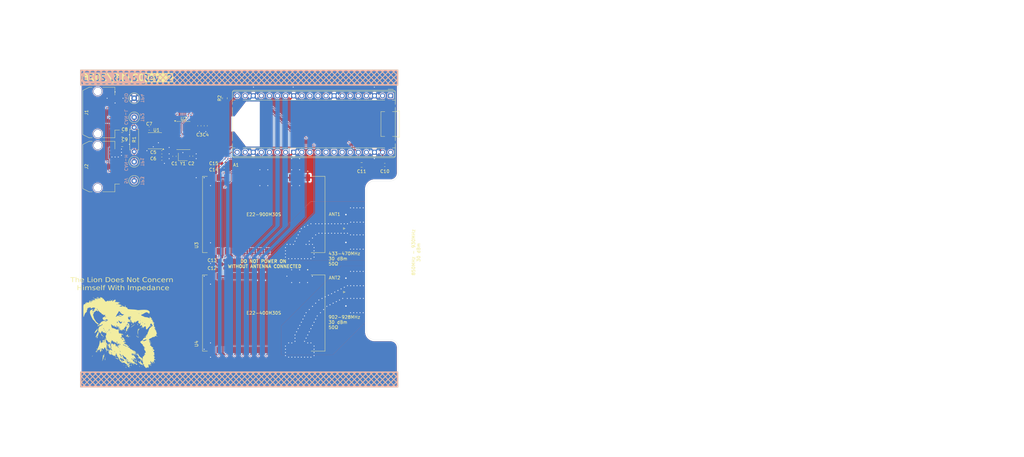
<source format=kicad_pcb>
(kicad_pcb (version 20241229) (generator "pcbnew") (generator_version "9.0")
  (title_block (title "LEOS Radio") (date "2026-02-18") (rev "2") (company "Lightning From The Edge of Space"))
  (layers (0 "F.Cu" signal) (2 "B.Cu" signal) (13 "F.Paste" user) (15 "B.Paste" user) (5 "F.SilkS" user "F.Silkscreen") (7 "B.SilkS" user "B.Silkscreen") (1 "F.Mask" user) (3 "B.Mask" user) (25 "Edge.Cuts" user))
  (net 0 "")
  (net 2 "/CANbus/MOSI")
  (net 8 "/CANbus/MISO")
  (net 9 "GND")
  (net 11 "VDD")
  (net 14 "/CANbus/CS")
  (net 18 "/CANbus/SCK")
  (net 22 "/CANbus/INT")
  (net 23 "+5V")
  (net 25 "/CANbus/OSC1")
  (net 26 "/CANbus/OSC2")
  (net 27 "/CANbus/CAN+")
  (net 31 "/CANbus/CAN-")
  (net 32 "Net-(U1-RXD)")
  (net 33 "Net-(U1-TXD)")
  (net 34 "/RF/MISO")
  (net 35 "/RF/SCK")
  (net 36 "/RF/CS1")
  (net 37 "/RF/MOSI")
  (net 38 "/RF/RF_400MHz")
  (net 39 "/RF/RF_900MHz")
  (net 40 "/RF/BUSY1")
  (net 41 "/RF/INT1")
  (net 42 "/RF/CS0")
  (net 43 "/RF/nRESET")
  (net 44 "/RF/BUSY0")
  (net 45 "/RF/INT0")
  (net 46 "Net-(U3-DIO2)")
  (net 47 "Net-(U4-DIO2)")
  (footprint "Module:RaspberryPi_Pico_Common_THT" (layer "F.Cu") (at 197.62 58.22 -90)
    (property "Reference" "A1")
    (property "Value" "RaspberryPi Pico")
  )
  (footprint "Package_SO:SOIC-14_3.9x8.7mm_P1.27mm" (layer "F.Cu") (at 132.475 70.73)
    (property "Reference" "U2")
    (property "Value" "MCP2518FD")
  )
  (footprint "Capacitor_SMD:C_0603_1608Metric" (layer "F.Cu") (at 121.725 68.5)
    (property "Reference" "C7")
    (property "Value" "0.1u")
  )
  (footprint "LEOS:Molex_MicroFit3.0_43650-0410_1x04_Horizontal" (layer "F.Cu") (at 105.88 80.5 90)
    (property "Reference" "J2")
    (property "Value" "MicroFit_1x4")
  )
  (footprint "Package_SO:SOIC-8_3.9x4.9mm_P1.27mm" (layer "F.Cu") (at 123.525 72.365 180)
    (property "Reference" "U1")
    (property "Value" "MCP2562FD")
  )
  (footprint "Capacitor_SMD:C_0603_1608Metric" (layer "F.Cu") (at 129.665494 77.275 -90)
    (property "Reference" "C1")
    (property "Value" "10p")
  )
  (footprint "Resistor_SMD:R_0805_2012Metric" (layer "F.Cu") (at 145.5 59 90)
    (property "Reference" "R2")
    (property "Value" "10k")
  )
  (footprint "Capacitor_SMD:C_0805_2012Metric" (layer "F.Cu") (at 113.225 70.5)
    (property "Reference" "C8")
    (property "Value" "22u")
  )
  (footprint "LEOS:XCVR_E22-900M30S" (layer "F.Cu") (at 157.731762 126.584125 90)
    (property "Reference" "U4")
    (property "Value" "E22-400M30S")
  )
  (footprint "Capacitor_SMD:C_0603_1608Metric" (layer "F.Cu") (at 125.68 78)
    (property "Reference" "C6")
    (property "Value" "1u")
  )
  (footprint "LEOS:XCVR_E22-900M30S" (layer "F.Cu") (at 157.731762 95.584125 90)
    (property "Reference" "U3")
    (property "Value" "E22-900M30S")
  )
  (footprint "Capacitor_SMD:C_0603_1608Metric" (layer "F.Cu") (at 139.5 67.68 -90)
    (property "Reference" "C4")
    (property "Value" "1u")
  )
  (footprint "Capacitor_SMD:C_0603_1608Metric" (layer "F.Cu") (at 137.5 67.68 -90)
    (property "Reference" "C3")
    (property "Value" "0.1u")
  )
  (footprint "TestPoint:TestPoint_Loop_D2.60mm_Drill0.9mm_Beaded" (layer "F.Cu") (at 117 79)
    (property "Reference" "TP1")
    (property "Value" "CAN-H Test Point")
  )
  (footprint "Connector_Coaxial:SMA_Molex_73251-1153_EdgeMount_Horizontal" (layer "F.Cu") (at 185.28 100 180)
    (property "Reference" "ANT1")
    (property "Value" "900Mhz SMA")
  )
  (footprint "TestPoint:TestPoint_Loop_D2.60mm_Drill0.9mm_Beaded" (layer "F.Cu") (at 117 65)
    (property "Reference" "TP2")
    (property "Value" "CAN-L Test Point")
  )
  (footprint "Connector_Coaxial:SMA_Molex_73251-1153_EdgeMount_Horizontal" (layer "F.Cu") (at 185.28 120 180)
    (property "Reference" "ANT2")
    (property "Value" "400MHz SMA")
  )
  (footprint "Capacitor_SMD:C_0805_2012Metric" (layer "F.Cu") (at 113.225 73.5)
    (property "Reference" "C9")
    (property "Value" "22u")
  )
  (footprint "Crystal:Crystal_SMD_2016-4Pin_2.0x1.6mm" (layer "F.Cu") (at 132.302994 77.45)
    (property "Reference" "Y1")
    (property "Value" "40 MHz")
  )
  (footprint "Capacitor_SMD:C_0603_1608Metric" (layer "F.Cu") (at 134.940494 77.225 90)
    (property "Reference" "C2")
    (property "Value" "10p")
  )
  (footprint "Capacitor_SMD:C_0603_1608Metric" (layer "F.Cu") (at 195.775 80)
    (property "Reference" "C10")
    (property "Value" "0.1u")
  )
  (footprint "Resistor_THT:R_Axial_DIN0207_L6.3mm_D2.5mm_P7.62mm_Horizontal" (layer "F.Cu") (at 117 68.19 -90)
    (property "Reference" "R1")
    (property "Value" "120")
  )
  (footprint "Capacitor_SMD:C_0603_1608Metric" (layer "F.Cu") (at 144.776762 112.5)
    (property "Reference" "C12")
    (property "Value" "0.1u")
  )
  (footprint "LEOS:Molex_MicroFit3.0_43650-0410_1x04_Horizontal" (layer "F.Cu") (at 105.88 63.5 90)
    (property "Reference" "J1")
    (property "Value" "MicroFit_1x4")
  )
  (footprint "Capacitor_SMD:C_0805_2012Metric" (layer "F.Cu") (at 188.5 80)
    (property "Reference" "C11")
    (property "Value" "10u")
  )
  (footprint "TestPoint:TestPoint_Loop_D2.60mm_Drill0.9mm_Beaded" (layer "F.Cu") (at 117 85)
    (property "Reference" "TP3")
    (property "Value" "5V Test Point")
  )
  (footprint "Capacitor_SMD:C_0603_1608Metric" (layer "F.Cu") (at 144.776762 110)
    (property "Reference" "C13")
    (property "Value" "1u")
  )
  (footprint "TestPoint:TestPoint_Loop_D2.60mm_Drill0.9mm_Beaded" (layer "F.Cu") (at 117 59)
    (property "Reference" "TP4")
    (property "Value" "GND Test Point")
  )
  (footprint "Capacitor_SMD:C_0603_1608Metric" (layer "F.Cu") (at 145.276762 79.5)
    (property "Reference" "C15")
    (property "Value" "1u")
  )
  (footprint "Capacitor_SMD:C_0603_1608Metric" (layer "F.Cu") (at 145.276762 81.5)
    (property "Reference" "C14")
    (property "Value" "0.1u")
  )
  (footprint "Capacitor_SMD:C_0603_1608Metric" (layer "F.Cu") (at 125.68 76)
    (property "Reference" "C5")
    (property "Value" "0.1u")
  )
  (gr_poly (pts (xy 106.800383 138.043636) (xy 106.806888 138.044019) (xy 106.813685 138.0455) (xy 106.820742 138.048033) (xy 106.828026 138.051572) (xy 106.835504 138.056071) (xy 106.843145 138.061485) (xy 106.858784 138.074872) (xy 106.874682 138.091365) (xy 106.890579 138.110597) (xy 106.906216 138.1322) (xy 106.921333 138.155806) (xy 106.93567 138.181049) (xy 106.948966 138.20756) (xy 106.960964 138.234972) (xy 106.971402 138.262918) (xy 106.98002 138.291029) (xy 106.986559 138.318939) (xy 106.99076 138.34628) (xy 106.991902 138.359622) (xy 106.992361 138.372684) (xy 106.992107 138.386676) (xy 106.991143 138.401284) (xy 106.989504 138.416392) (xy 106.987226 138.43188) (xy 106.984345 138.44763) (xy 106.980895 138.463523) (xy 106.976914 138.479439) (xy 106.972436 138.495262) (xy 106.967496 138.510871) (xy 106.96213 138.526148) (xy 106.956375 138.540974) (xy 106.950264 138.555232) (xy 106.943834 138.568801) (xy 106.937121 138.581564) (xy 106.93016 138.593401) (xy 106.922985 138.604195) (xy 106.91315 138.617736) (xy 106.904412 138.629083) (xy 106.896754 138.6382) (xy 106.890156 138.645053) (xy 106.884601 138.649608) (xy 106.882208 138.651012) (xy 106.880069 138.651829) (xy 106.878181 138.652053) (xy 106.876541 138.651682) (xy 106.875149 138.650709) (xy 106.874 138.649131) (xy 106.873094 138.646944) (xy 106.872427 138.644143) (xy 106.871802 138.636682) (xy 106.872108 138.626714) (xy 106.873326 138.614204) (xy 106.875437 138.599117) (xy 106.878422 138.581419) (xy 106.882263 138.561074) (xy 106.886941 138.538048) (xy 106.889995 138.52048) (xy 106.892015 138.502153) (xy 106.893033 138.483211) (xy 106.893076 138.463801) (xy 106.892175 138.444068) (xy 106.890358 138.424157) (xy 106.887655 138.404213) (xy 106.884096 138.384382) (xy 106.879709 138.364809) (xy 106.874523 138.34564) (xy 106.868569 138.32702) (xy 106.861875 138.309094) (xy 106.854471 138.292008) (xy 106.846385 138.275907) (xy 106.837648 138.260937) (xy 106.828288 138.247242) (xy 106.818988 138.234144) (xy 106.81033 138.220797) (xy 106.802343 138.207298) (xy 106.795055 138.193741) (xy 106.788495 138.180223) (xy 106.782691 138.166839) (xy 106.777671 138.153683) (xy 106.773464 138.140852) (xy 106.770099 138.128441) (xy 106.767603 138.116545) (xy 106.766005 138.105259) (xy 106.765333 138.09468) (xy 106.765353 138.089685) (xy 106.765616 138.084902) (xy 106.766124 138.080344) (xy 106.766882 138.076022) (xy 106.767893 138.071947) (xy 106.76916 138.068133) (xy 106.770687 138.064591) (xy 106.772477 138.061333) (xy 106.773879 138.05918) (xy 106.77533 138.057173) (xy 106.776829 138.055311) (xy 106.778376 138.053593) (xy 106.779971 138.052016) (xy 106.781611 138.05058) (xy 106.783297 138.049283) (xy 106.785028 138.048124) (xy 106.786802 138.047101) (xy 106.78862 138.046212) (xy 106.79048 138.045457) (xy 106.792381 138.044834) (xy 106.794322 138.044342) (xy 106.796304 138.043978) (xy 106.798324 138.043742) (xy 106.800383 138.043632)) (fill yes) (layer "F.SilkS"))
  (gr_poly (pts (xy 114.365113 143.631729) (xy 114.376189 143.633239) (xy 114.387713 143.635694) (xy 114.399594 143.639043) (xy 114.411737 143.643235) (xy 114.42405 143.648218) (xy 114.436441 143.653943) (xy 114.448816 143.660359) (xy 114.461082 143.667414) (xy 114.473146 143.675057) (xy 114.484916 143.683238) (xy 114.496298 143.691907) (xy 114.5072 143.701011) (xy 114.517528 143.7105) (xy 114.52719 143.720324) (xy 114.536093 143.730431) (xy 114.547825 143.744843) (xy 114.557902 143.757863) (xy 114.566314 143.769553) (xy 114.569891 143.774919) (xy 114.573048 143.779977) (xy 114.575783 143.784735) (xy 114.578095 143.789201) (xy 114.579982 143.793382) (xy 114.581444 143.797287) (xy 114.582478 143.800923) (xy 114.583083 143.804299) (xy 114.583259 143.807423) (xy 114.583003 143.810302) (xy 114.582315 143.812944) (xy 114.581193 143.815359) (xy 114.579635 143.817553) (xy 114.577641 143.819534) (xy 114.575209 143.821311) (xy 114.572338 143.822892) (xy 114.569026 143.824284) (xy 114.565272 143.825496) (xy 114.561074 143.826535) (xy 114.556432 143.827409) (xy 114.551344 143.828128) (xy 114.545809 143.828697) (xy 114.533391 143.829423) (xy 114.519167 143.829651) (xy 114.508633 143.829136) (xy 114.497558 143.827626) (xy 114.486033 143.82517) (xy 114.474153 143.821821) (xy 114.46201 143.817629) (xy 114.449696 143.812645) (xy 114.437305 143.80692) (xy 114.424931 143.800504) (xy 114.412665 143.793449) (xy 114.4006 143.785805) (xy 114.38883 143.777624) (xy 114.377448 143.768955) (xy 114.366547 143.759851) (xy 114.356218 143.750361) (xy 114.346556 143.740538) (xy 114.337654 143.730431) (xy 114.325921 143.716019) (xy 114.315844 143.703) (xy 114.307433 143.69131) (xy 114.303855 143.685944) (xy 114.300698 143.680886) (xy 114.297963 143.676128) (xy 114.295652 143.671663) (xy 114.293764 143.667482) (xy 114.292303 143.663577) (xy 114.291269 143.659941) (xy 114.290663 143.656565) (xy 114.290488 143.653442) (xy 114.290743 143.650563) (xy 114.291431 143.64792) (xy 114.292554 143.645506) (xy 114.294111 143.643312) (xy 114.296105 143.64133) (xy 114.298537 143.639554) (xy 114.301409 143.637973) (xy 114.304721 143.636581) (xy 114.308475 143.635369) (xy 114.312672 143.63433) (xy 114.317314 143.633455) (xy 114.322402 143.632737) (xy 114.327938 143.632168) (xy 114.340356 143.631442) (xy 114.35458 143.631214)) (fill yes) (layer "F.SilkS"))
  (gr_poly (pts (xy 105.331215 138.655158) (xy 105.333272 138.655377) (xy 105.335328 138.655741) (xy 105.337381 138.656253) (xy 105.339431 138.656916) (xy 105.341477 138.65773) (xy 105.343517 138.658699) (xy 105.34555 138.659825) (xy 105.347576 138.661109) (xy 105.349593 138.662555) (xy 105.3516 138.664163) (xy 105.353597 138.665938) (xy 105.355582 138.667879) (xy 105.357554 138.669991) (xy 105.359512 138.672274) (xy 105.361455 138.674732) (xy 105.363465 138.678681) (xy 105.365001 138.68454) (xy 105.366073 138.692192) (xy 105.366691 138.701521) (xy 105.366866 138.71241) (xy 105.366607 138.724743) (xy 105.364827 138.753274) (xy 105.36143 138.786182) (xy 105.356497 138.822535) (xy 105.350105 138.861401) (xy 105.342335 138.901848) (xy 105.328977 138.965459) (xy 105.323302 138.990645) (xy 105.318126 139.011494) (xy 105.313325 139.028066) (xy 105.311024 139.034766) (xy 105.30877 139.040419) (xy 105.306545 139.045031) (xy 105.304335 139.048611) (xy 105.302123 139.051165) (xy 105.299894 139.052701) (xy 105.297631 139.053226) (xy 105.295319 139.052747) (xy 105.292943 139.051272) (xy 105.290485 139.048807) (xy 105.287931 139.045361) (xy 105.285264 139.04094) (xy 105.27953 139.029204) (xy 105.273157 139.013658) (xy 105.266016 138.99436) (xy 105.248929 138.94474) (xy 105.245593 138.933852) (xy 105.242814 138.922649) (xy 105.240574 138.911174) (xy 105.238856 138.899472) (xy 105.237641 138.887584) (xy 105.236912 138.875555) (xy 105.23665 138.863428) (xy 105.236837 138.851246) (xy 105.237455 138.839052) (xy 105.238486 138.82689) (xy 105.239912 138.814804) (xy 105.241716 138.802835) (xy 105.243878 138.791029) (xy 105.246381 138.779428) (xy 105.249207 138.768075) (xy 105.252338 138.757015) (xy 105.255755 138.746289) (xy 105.259442 138.735942) (xy 105.263379 138.726017) (xy 105.267548 138.716557) (xy 105.271932 138.707605) (xy 105.276513 138.699205) (xy 105.281272 138.691401) (xy 105.286192 138.684235) (xy 105.291254 138.677751) (xy 105.29644 138.671992) (xy 105.301732 138.667001) (xy 105.307113 138.662823) (xy 105.312564 138.6595) (xy 105.318067 138.657075) (xy 105.323604 138.655592) (xy 105.329157 138.655094) (xy 105.329157 138.655083)) (fill yes) (layer "F.SilkS"))
  (gr_poly (pts (xy 108.897419 137.246438) (xy 108.900061 137.246519) (xy 108.902764 137.246677) (xy 108.905526 137.246913) (xy 108.908348 137.247228) (xy 108.914171 137.248097) (xy 108.920229 137.24929) (xy 108.92652 137.250813) (xy 108.933042 137.25267) (xy 108.939793 137.254868) (xy 108.94677 137.257413) (xy 108.956877 137.261598) (xy 108.966701 137.266267) (xy 108.97619 137.27137) (xy 108.985294 137.276858) (xy 108.993962 137.28268) (xy 109.002144 137.288787) (xy 109.009787 137.29513) (xy 109.016842 137.301657) (xy 109.023258 137.30832) (xy 109.028983 137.315068) (xy 109.031571 137.318459) (xy 109.033967 137.321852) (xy 109.036165 137.325242) (xy 109.038159 137.328622) (xy 109.039942 137.331986) (xy 109.041508 137.335327) (xy 109.04285 137.338641) (xy 109.043963 137.341919) (xy 109.044839 137.345157) (xy 109.045473 137.348347) (xy 109.045858 137.351484) (xy 109.045988 137.354562) (xy 109.045724 137.360885) (xy 109.044949 137.366851) (xy 109.043682 137.372459) (xy 109.041947 137.377706) (xy 109.039765 137.38259) (xy 109.037158 137.387109) (xy 109.034147 137.391261) (xy 109.030755 137.395044) (xy 109.027004 137.398455) (xy 109.022914 137.401493) (xy 109.018508 137.404155) (xy 109.013809 137.40644) (xy 109.008836 137.408344) (xy 109.003613 137.409867) (xy 108.998161 137.411005) (xy 108.992503 137.411757) (xy 108.986659 137.412121) (xy 108.980651 137.412095) (xy 108.974502 137.411676) (xy 108.968233 137.410862) (xy 108.961867 137.409651) (xy 108.955424 137.408042) (xy 108.948927 137.406031) (xy 108.942397 137.403617) (xy 108.935856 137.400798) (xy 108.929327 137.397572) (xy 108.922831 137.393936) (xy 108.916389 137.389888) (xy 108.910024 137.385426) (xy 108.903757 137.380549) (xy 108.89761 137.375254) (xy 108.891606 137.369538) (xy 108.885708 137.363439) (xy 108.88025 137.357387) (xy 108.875228 137.351392) (xy 108.870637 137.345464) (xy 108.866472 137.339613) (xy 108.862728 137.333849) (xy 108.859401 137.328181) (xy 108.856485 137.32262) (xy 108.853976 137.317174) (xy 108.851869 137.311854) (xy 108.850159 137.30667) (xy 108.848841 137.301631) (xy 108.847911 137.296747) (xy 108.847363 137.292028) (xy 108.847193 137.287484) (xy 108.847396 137.283123) (xy 108.847967 137.278958) (xy 108.848901 137.274996) (xy 108.850194 137.271247) (xy 108.85184 137.267723) (xy 108.853835 137.264431) (xy 108.856174 137.261383) (xy 108.858852 137.258587) (xy 108.861865 137.256055) (xy 108.865207 137.253794) (xy 108.868873 137.251816) (xy 108.872859 137.250129) (xy 108.87716 137.248745) (xy 108.881771 137.247672) (xy 108.886688 137.24692) (xy 108.891905 137.246499) (xy 108.897417 137.246419)) (fill yes) (layer "F.SilkS"))
  (gr_poly (pts (xy 109.510683 122.340223) (xy 109.513933 122.340288) (xy 109.517165 122.340493) (xy 109.520375 122.340843) (xy 109.523562 122.341339) (xy 109.52672 122.341984) (xy 109.529847 122.342783) (xy 109.532939 122.343738) (xy 109.535992 122.344851) (xy 109.539003 122.346127) (xy 109.541969 122.347568) (xy 109.544885 122.349176) (xy 109.54775 122.350956) (xy 109.550558 122.35291) (xy 109.553307 122.355042) (xy 109.555993 122.357353) (xy 109.558613 122.359848) (xy 109.560612 122.362032) (xy 109.562402 122.364372) (xy 109.563986 122.36686) (xy 109.565365 122.36949) (xy 109.566541 122.372253) (xy 109.567517 122.375144) (xy 109.568293 122.378155) (xy 109.568873 122.381279) (xy 109.569257 122.384508) (xy 109.569449 122.387836) (xy 109.569449 122.391255) (xy 109.569259 122.394758) (xy 109.56832 122.401989) (xy 109.566646 122.409469) (xy 109.564252 122.417144) (xy 109.561155 122.424954) (xy 109.557369 122.432843) (xy 109.552909 122.440754) (xy 109.547791 122.448629) (xy 109.54203 122.456411) (xy 109.535642 122.464043) (xy 109.528641 122.471468) (xy 109.524217 122.475785) (xy 109.519855 122.47983) (xy 109.515553 122.483604) (xy 109.511312 122.487107) (xy 109.50713 122.490338) (xy 109.503009 122.493297) (xy 109.498947 122.495985) (xy 109.494944 122.498402) (xy 109.491001 122.500546) (xy 109.487116 122.50242) (xy 109.48329 122.504022) (xy 109.479523 122.505352) (xy 109.475814 122.506411) (xy 109.472163 122.507198) (xy 109.46857 122.507714) (xy 109.465034 122.507958) (xy 109.461556 122.507931) (xy 109.458135 122.507632) (xy 109.454771 122.507062) (xy 109.451463 122.50622) (xy 109.448212 122.505107) (xy 109.445018 122.503722) (xy 109.441879 122.502066) (xy 109.438796 122.500138) (xy 109.435769 122.497939) (xy 109.432797 122.495469) (xy 109.42988 122.492726) (xy 109.427018 122.489713) (xy 109.424211 122.486427) (xy 109.421458 122.482871) (xy 109.418759 122.479043) (xy 109.416115 122.474943) (xy 109.412981 122.469332) (xy 109.410447 122.463645) (xy 109.408493 122.457897) (xy 109.407097 122.452106) (xy 109.406238 122.446289) (xy 109.405897 122.440462) (xy 109.406052 122.434641) (xy 109.406683 122.428844) (xy 109.407769 122.423088) (xy 109.409289 122.417388) (xy 109.411223 122.411762) (xy 109.413549 122.406226) (xy 109.416248 122.400797) (xy 109.419298 122.395492) (xy 109.422679 122.390328) (xy 109.426369 122.385321) (xy 109.430349 122.380487) (xy 109.434598 122.375844) (xy 109.439094 122.371408) (xy 109.443818 122.367196) (xy 109.448748 122.363225) (xy 109.453864 122.359511) (xy 109.459145 122.356071) (xy 109.46457 122.352922) (xy 109.470119 122.35008) (xy 109.475771 122.347562) (xy 109.481505 122.345386) (xy 109.4873 122.343566) (xy 109.493136 122.342121) (xy 109.498993 122.341067) (xy 109.504849 122.340421) (xy 109.510683 122.340198)) (fill yes) (layer "F.SilkS"))
  (gr_poly (pts (xy 122.392375 130.51723) (xy 122.399586 130.517459) (xy 122.40667 130.517884) (xy 122.413621 130.518508) (xy 122.420433 130.519333) (xy 122.427099 130.520364) (xy 122.433614 130.521604) (xy 122.43997 130.523056) (xy 122.446163 130.524723) (xy 122.452186 130.526609) (xy 122.458032 130.528718) (xy 122.463696 130.531052) (xy 122.469171 130.533615) (xy 122.474451 130.53641) (xy 122.47953 130.539441) (xy 122.492049 130.54761) (xy 122.502618 130.555062) (xy 122.511217 130.561826) (xy 122.517825 130.567928) (xy 122.520376 130.570739) (xy 122.522421 130.573395) (xy 122.523958 130.5759) (xy 122.524983 130.578257) (xy 122.525496 130.580468) (xy 122.525492 130.582538) (xy 122.52497 130.58447) (xy 122.523926 130.586268) (xy 122.522358 130.587934) (xy 122.520263 130.589473) (xy 122.51764 130.590887) (xy 122.514484 130.59218) (xy 122.510794 130.593356) (xy 122.506567 130.594418) (xy 122.496492 130.596213) (xy 122.484237 130.597593) (xy 122.469781 130.598585) (xy 122.453104 130.599217) (xy 122.434185 130.599515) (xy 122.419448 130.600305) (xy 122.403906 130.602419) (xy 122.387692 130.60579) (xy 122.370938 130.61035) (xy 122.353776 130.616029) (xy 122.336339 130.622759) (xy 122.318759 130.630472) (xy 122.301169 130.6391) (xy 122.283699 130.648574) (xy 122.266484 130.658826) (xy 122.249654 130.669787) (xy 122.233343 130.681389) (xy 122.217683 130.693563) (xy 122.202806 130.706242) (xy 122.188844 130.719357) (xy 122.17593 130.732839) (xy 122.164314 130.745433) (xy 122.152817 130.757422) (xy 122.141454 130.768802) (xy 122.130244 130.779566) (xy 122.119201 130.789709) (xy 122.108342 130.799226) (xy 122.097684 130.808112) (xy 122.087242 130.81636) (xy 122.077035 130.823966) (xy 122.067077 130.830925) (xy 122.057386 130.83723) (xy 122.047977 130.842877) (xy 122.038867 130.847859) (xy 122.030072 130.852172) (xy 122.02161 130.855811) (xy 122.013496 130.858769) (xy 122.005746 130.861041) (xy 121.998378 130.862623) (xy 121.991407 130.863508) (xy 121.98485 130.863692) (xy 121.978723 130.863168) (xy 121.973043 130.861932) (xy 121.967826 130.859978) (xy 121.965396 130.85873) (xy 121.963089 130.8573) (xy 121.960905 130.855688) (xy 121.958847 130.853894) (xy 121.956917 130.851915) (xy 121.955118 130.849753) (xy 121.951917 130.844873) (xy 121.949262 130.839248) (xy 121.947168 130.832872) (xy 121.945652 130.825741) (xy 121.944731 130.817849) (xy 121.94442 130.80919) (xy 121.94517 130.796863) (xy 121.94738 130.784424) (xy 121.950985 130.771904) (xy 121.955922 130.759336) (xy 121.962128 130.74675) (xy 121.969539 130.734181) (xy 121.978093 130.721658) (xy 121.987724 130.709214) (xy 122.00997 130.684692) (xy 122.035769 130.66087) (xy 122.064613 130.638003) (xy 122.095997 130.616347) (xy 122.129412 130.596157) (xy 122.164352 130.577689) (xy 122.200309 130.561199) (xy 122.236775 130.54694) (xy 122.273245 130.535171) (xy 122.30921 130.526145) (xy 122.344163 130.520118) (xy 122.377598 130.517346) (xy 122.377598 130.517342) (xy 122.385044 130.517192)) (fill yes) (layer "F.SilkS"))
  (gr_poly (pts (xy 115.496757 133.66536) (xy 115.496755 133.665368) (xy 115.498529 133.665476) (xy 115.500334 133.665659) (xy 115.50217 133.665918) (xy 115.504036 133.666252) (xy 115.505929 133.666664) (xy 115.50785 133.667152) (xy 115.509797 133.667718) (xy 115.511768 133.668361) (xy 115.513763 133.669082) (xy 115.515779 133.669881) (xy 115.517817 133.670759) (xy 115.519875 133.671716) (xy 115.521951 133.672753) (xy 115.524044 133.673869) (xy 115.526154 133.675066) (xy 115.528278 133.676343) (xy 115.535016 133.680658) (xy 115.541565 133.685148) (xy 115.547891 133.689777) (xy 115.553961 133.69451) (xy 115.559739 133.699311) (xy 115.565194 133.704145) (xy 115.570289 133.708974) (xy 115.574993 133.713764) (xy 115.57927 133.718479) (xy 115.583087 133.723082) (xy 115.586409 133.727538) (xy 115.589204 133.731812) (xy 115.590392 133.733869) (xy 115.591436 133.735867) (xy 115.592331 133.737801) (xy 115.593073 133.739667) (xy 115.593657 133.741461) (xy 115.59408 133.743178) (xy 115.594337 133.744813) (xy 115.594423 133.746362) (xy 115.594337 133.747857) (xy 115.59408 133.749334) (xy 115.593657 133.75079) (xy 115.593073 133.752224) (xy 115.592331 133.753633) (xy 115.591437 133.755016) (xy 115.589204 133.757694) (xy 115.58641 133.760245) (xy 115.583087 133.762653) (xy 115.57927 133.764902) (xy 115.574993 133.766979) (xy 115.57029 133.768867) (xy 115.565194 133.770553) (xy 115.55974 133.77202) (xy 115.553961 133.773254) (xy 115.547892 133.77424) (xy 115.541566 133.774963) (xy 115.535016 133.775408) (xy 115.528278 133.775559) (xy 115.524888 133.775468) (xy 115.52154 133.775196) (xy 115.51824 133.774749) (xy 115.514991 133.774131) (xy 115.511798 133.773346) (xy 115.508665 133.772399) (xy 115.505596 133.771295) (xy 115.502596 133.770037) (xy 115.499668 133.768631) (xy 115.496817 133.76708) (xy 115.494047 133.76539) (xy 115.491363 133.763564) (xy 115.488768 133.761607) (xy 115.486267 133.759525) (xy 115.483864 133.75732) (xy 115.481564 133.754998) (xy 115.47937 133.752563) (xy 115.477287 133.75002) (xy 115.475319 133.747373) (xy 115.47347 133.744626) (xy 115.471745 133.741785) (xy 115.470147 133.738853) (xy 115.468682 133.735835) (xy 115.467353 133.732735) (xy 115.466164 133.729559) (xy 115.46512 133.726309) (xy 115.464225 133.722992) (xy 115.463483 133.719611) (xy 115.462899 133.716171) (xy 115.462476 133.712676) (xy 115.46222 133.709131) (xy 115.462133 133.705541) (xy 115.462174 133.703093) (xy 115.462296 133.700717) (xy 115.462497 133.698412) (xy 115.462775 133.69618) (xy 115.463131 133.694021) (xy 115.463562 133.691935) (xy 115.464067 133.689922) (xy 115.464644 133.687985) (xy 115.465293 133.686122) (xy 115.466012 133.684336) (xy 115.466799 133.682625) (xy 115.467653 133.680992) (xy 115.468573 133.679436) (xy 115.469558 133.677958) (xy 115.470605 133.676558) (xy 115.471715 133.675238) (xy 115.472885 133.673998) (xy 115.474114 133.672838) (xy 115.4754 133.671759) (xy 115.476743 133.670761) (xy 115.478141 133.669845) (xy 115.479592 133.669013) (xy 115.481096 133.668263) (xy 115.482651 133.667598) (xy 115.484255 133.667016) (xy 115.485907 133.66652) (xy 115.487606 133.666109) (xy 115.489351 133.665785) (xy 115.49114 133.665547) (xy 115.492971 133.665397) (xy 115.494844 133.665334)) (fill yes) (layer "F.SilkS"))
  (gr_poly (pts (xy 117.780627 141.316218) (xy 117.783975 141.316475) (xy 117.787275 141.316897) (xy 117.790524 141.317482) (xy 117.793717 141.318223) (xy 117.79685 141.319118) (xy 117.799919 141.320162) (xy 117.80292 141.321351) (xy 117.805847 141.32268) (xy 117.808698 141.324146) (xy 117.811468 141.325743) (xy 117.814153 141.327468) (xy 117.816748 141.329317) (xy 117.819249 141.331285) (xy 117.821652 141.333368) (xy 117.823952 141.335562) (xy 117.826146 141.337863) (xy 117.828229 141.340266) (xy 117.830198 141.342767) (xy 117.832046 141.345361) (xy 117.833772 141.348046) (xy 117.835369 141.350816) (xy 117.836835 141.353667) (xy 117.838164 141.356595) (xy 117.839353 141.359595) (xy 117.840397 141.362664) (xy 117.841292 141.365798) (xy 117.842033 141.368991) (xy 117.842618 141.37224) (xy 117.84304 141.37554) (xy 117.843297 141.378888) (xy 117.843384 141.382278) (xy 117.843297 141.385669) (xy 117.84304 141.389017) (xy 117.842618 141.392317) (xy 117.842034 141.395566) (xy 117.841292 141.398759) (xy 117.840397 141.401892) (xy 117.839353 141.404961) (xy 117.838164 141.407962) (xy 117.836835 141.41089) (xy 117.83537 141.413741) (xy 117.833772 141.416511) (xy 117.832047 141.419195) (xy 117.830198 141.42179) (xy 117.82823 141.424291) (xy 117.826147 141.426694) (xy 117.823953 141.428995) (xy 117.821652 141.431189) (xy 117.81925 141.433272) (xy 117.816749 141.43524) (xy 117.814154 141.437089) (xy 117.811469 141.438814) (xy 117.808699 141.440411) (xy 117.805848 141.441877) (xy 117.80292 141.443206) (xy 117.79992 141.444394) (xy 117.796851 141.445438) (xy 117.793717 141.446333) (xy 117.790524 141.447075) (xy 117.787275 141.447659) (xy 117.783975 141.448082) (xy 117.780627 141.448339) (xy 117.777237 141.448425) (xy 117.773846 141.448339) (xy 117.770499 141.448082) (xy 117.767198 141.447659) (xy 117.763949 141.447075) (xy 117.760756 141.446333) (xy 117.757623 141.445438) (xy 117.754554 141.444394) (xy 117.751553 141.443206) (xy 117.748626 141.441877) (xy 117.745775 141.440411) (xy 117.743005 141.438814) (xy 117.74032 141.437089) (xy 117.737726 141.43524) (xy 117.735225 141.433272) (xy 117.732822 141.431189) (xy 117.730522 141.428995) (xy 117.728328 141.426694) (xy 117.726245 141.424291) (xy 117.724277 141.42179) (xy 117.722428 141.419195) (xy 117.720703 141.416511) (xy 117.719105 141.413741) (xy 117.71764 141.41089) (xy 117.716311 141.407962) (xy 117.715122 141.404961) (xy 117.714078 141.401892) (xy 117.713184 141.398759) (xy 117.712442 141.395566) (xy 117.711858 141.392317) (xy 117.711435 141.389017) (xy 117.711178 141.385669) (xy 117.711092 141.382278) (xy 117.711178 141.378888) (xy 117.711435 141.37554) (xy 117.711858 141.37224) (xy 117.712442 141.368991) (xy 117.713184 141.365798) (xy 117.714078 141.362664) (xy 117.715122 141.359595) (xy 117.716311 141.356595) (xy 117.71764 141.353667) (xy 117.719105 141.350816) (xy 117.720703 141.348046) (xy 117.722428 141.345361) (xy 117.724277 141.342767) (xy 117.726245 141.340266) (xy 117.728328 141.337863) (xy 117.730522 141.335562) (xy 117.732822 141.333368) (xy 117.735225 141.331285) (xy 117.737726 141.329317) (xy 117.74032 141.327468) (xy 117.743005 141.325743) (xy 117.745775 141.324146) (xy 117.748626 141.32268) (xy 117.751553 141.321351) (xy 117.754554 141.320162) (xy 117.757623 141.319118) (xy 117.760756 141.318223) (xy 117.763949 141.317482) (xy 117.767198 141.316897) (xy 117.770499 141.316475) (xy 117.773846 141.316218) (xy 117.777237 141.316132)) (fill yes) (layer "F.SilkS"))
  (gr_poly (pts (xy 113.808487 131.72506) (xy 113.811877 131.725158) (xy 113.815225 131.725446) (xy 113.818525 131.725921) (xy 113.821774 131.726577) (xy 113.824967 131.727411) (xy 113.828101 131.728416) (xy 113.83117 131.729589) (xy 113.83417 131.730925) (xy 113.837098 131.732418) (xy 113.839949 131.734064) (xy 113.842719 131.735859) (xy 113.845404 131.737797) (xy 113.847999 131.739874) (xy 113.8505 131.742084) (xy 113.852902 131.744424) (xy 113.855203 131.746889) (xy 113.857397 131.749473) (xy 113.85948 131.752171) (xy 113.861448 131.75498) (xy 113.863297 131.757895) (xy 113.865022 131.760909) (xy 113.86662 131.76402) (xy 113.868085 131.767222) (xy 113.869414 131.770509) (xy 113.870603 131.773879) (xy 113.871647 131.777325) (xy 113.872542 131.780843) (xy 113.873284 131.784428) (xy 113.873868 131.788075) (xy 113.87429 131.79178) (xy 113.874547 131.795538) (xy 113.874634 131.799344) (xy 113.874995 131.80833) (xy 113.875448 131.812349) (xy 113.876085 131.816053) (xy 113.876907 131.819441) (xy 113.877916 131.822513) (xy 113.879112 131.825269) (xy 113.880497 131.827709) (xy 113.882072 131.829832) (xy 113.883839 131.83164) (xy 113.885798 131.833131) (xy 113.887952 131.834306) (xy 113.890302 131.835164) (xy 113.892848 131.835705) (xy 113.895592 131.83593) (xy 113.898537 131.835838) (xy 113.901681 131.835429) (xy 113.905028 131.834703) (xy 113.908579 131.833659) (xy 113.912334 131.832299) (xy 113.916296 131.830621) (xy 113.920464 131.828626) (xy 113.92943 131.823683) (xy 113.93924 131.817469) (xy 113.949907 131.809984) (xy 113.961441 131.801226) (xy 113.973852 131.791196) (xy 113.988358 131.779394) (xy 114.001446 131.769296) (xy 114.013184 131.760917) (xy 114.018567 131.757377) (xy 114.023637 131.754274) (xy 114.028402 131.751609) (xy 114.032872 131.749385) (xy 114.037054 131.747603) (xy 114.040956 131.746265) (xy 114.044586 131.745375) (xy 114.047954 131.744933) (xy 114.051067 131.744942) (xy 114.053934 131.745404) (xy 114.056563 131.746321) (xy 114.058962 131.747695) (xy 114.061139 131.749529) (xy 114.063103 131.751824) (xy 114.064863 131.754583) (xy 114.066426 131.757807) (xy 114.0678 131.761499) (xy 114.068995 131.765661) (xy 114.070018 131.770294) (xy 114.070877 131.775402) (xy 114.071582 131.780986) (xy 114.07214 131.787048) (xy 114.072849 131.800616) (xy 114.07307 131.816121) (xy 114.072991 131.821622) (xy 114.072755 131.827054) (xy 114.072368 131.832409) (xy 114.071831 131.837681) (xy 114.071151 131.842862) (xy 114.070329 131.847947) (xy 114.069371 131.852927) (xy 114.06828 131.857797) (xy 114.067061 131.862548) (xy 114.065716 131.867176) (xy 114.064249 131.871671) (xy 114.062666 131.876028) (xy 114.060969 131.88024) (xy 114.059163 131.884299) (xy 114.057251 131.8882) (xy 114.055237 131.891934) (xy 114.053126 131.895495) (xy 114.05092 131.898877) (xy 114.048624 131.902072) (xy 114.046242 131.905073) (xy 114.043778 131.907874) (xy 114.041235 131.910467) (xy 114.038618 131.912846) (xy 114.03593 131.915004) (xy 114.033176 131.916934) (xy 114.030358 131.918629) (xy 114.027482 131.920082) (xy 114.02455 131.921286) (xy 114.021567 131.922235) (xy 114.018537 131.922921) (xy 114.015463 131.923338) (xy 114.01235 131.923478) (xy 114.00562 131.923687) (xy 113.998014 131.924299) (xy 113.989616 131.925294) (xy 113.980511 131.926651) (xy 113.960521 131.930369) (xy 113.93872 131.935288) (xy 113.915788 131.941241) (xy 113.892403 131.948064) (xy 113.869242 131.95559) (xy 113.846985 131.963654) (xy 113.833449 131.968381) (xy 113.827072 131.970238) (xy 113.820953 131.971753) (xy 113.815088 131.972924) (xy 113.809475 131.973748) (xy 113.80411 131.974222) (xy 113.798991 131.974344) (xy 113.794114 131.974111) (xy 113.789478 131.97352) (xy 113.785078 131.972569) (xy 113.780913 131.971254) (xy 113.776978 131.969573) (xy 113.773273 131.967523) (xy 113.769792 131.965102) (xy 113.766535 131.962306) (xy 113.763497 131.959133) (xy 113.760676 131.955581) (xy 113.758069 131.951646) (xy 113.755673 131.947326) (xy 113.753485 131.942618) (xy 113.751503 131.937519) (xy 113.749723 131.932026) (xy 113.748143 131.926138) (xy 113.746759 131.91985) (xy 113.74557 131.913161) (xy 113.74376 131.898567) (xy 113.742691 131.882333) (xy 113.74234 131.864438) (xy 113.742426 131.857294) (xy 113.742683 131.850241) (xy 113.743106 131.843286) (xy 113.74369 131.836441) (xy 113.744432 131.829712) (xy 113.745327 131.82311) (xy 113.74637 131.816643) (xy 113.747559 131.810319) (xy 113.748888 131.804149) (xy 113.750354 131.798141) (xy 113.751951 131.792304) (xy 113.753676 131.786647) (xy 113.755525 131.781178) (xy 113.757493 131.775908) (xy 113.759576 131.770843) (xy 113.76177 131.765995) (xy 113.76407 131.761371) (xy 113.766473 131.756981) (xy 113.768974 131.752833) (xy 113.771569 131.748936) (xy 113.774253 131.7453) (xy 113.777023 131.741933) (xy 113.779874 131.738844) (xy 113.782802 131.736043) (xy 113.785802 131.733537) (xy 113.788871 131.731337) (xy 113.792004 131.729451) (xy 113.795197 131.727887) (xy 113.798446 131.726655) (xy 113.801747 131.725765) (xy 113.805094 131.725224) (xy 113.808485 131.725041)) (fill yes) (layer "F.SilkS"))
  (gr_poly (pts (xy 117.672205 133.736043) (xy 117.68072 133.736809) (xy 117.690613 133.739278) (xy 117.701794 133.743388) (xy 117.714171 133.749077) (xy 117.727653 133.756286) (xy 117.74215 133.764952) (xy 117.757572 133.775014) (xy 117.773826 133.786412) (xy 117.790823 133.799084) (xy 117.808472 133.81297) (xy 117.826682 133.828007) (xy 117.845361 133.844135) (xy 117.86442 133.861293) (xy 117.883767 133.879419) (xy 117.903312 133.898452) (xy 117.922964 133.918332) (xy 117.97006 133.965583) (xy 118.020369 134.013721) (xy 118.072336 134.061403) (xy 118.124403 134.107285) (xy 118.175013 134.150025) (xy 118.222609 134.18828) (xy 118.265633 134.220706) (xy 118.284944 134.234314) (xy 118.302528 134.245961) (xy 118.32532 134.260664) (xy 118.345318 134.273983) (xy 118.362548 134.285979) (xy 118.377036 134.296712) (xy 118.38326 134.301623) (xy 118.388808 134.306241) (xy 118.393683 134.310573) (xy 118.397888 134.314627) (xy 118.401428 134.31841) (xy 118.404304 134.321929) (xy 118.40652 134.325193) (xy 118.408079 134.328208) (xy 118.408985 134.330983) (xy 118.40924 134.333524) (xy 118.408849 134.335839) (xy 118.407813 134.337936) (xy 118.406137 134.339822) (xy 118.403823 134.341505) (xy 118.400874 134.342992) (xy 118.397295 134.34429) (xy 118.393088 134.345408) (xy 118.388256 134.346352) (xy 118.382802 134.347131) (xy 118.37673 134.347751) (xy 118.362744 134.348546) (xy 118.346323 134.348798) (xy 118.331657 134.347245) (xy 118.31445 134.342713) (xy 118.294912 134.335384) (xy 118.273252 134.325447) (xy 118.224408 134.298484) (xy 118.1696 134.26331) (xy 118.110507 134.221409) (xy 118.048812 134.174266) (xy 117.986193 134.123364) (xy 117.924332 134.070189) (xy 117.864908 134.016225) (xy 117.809604 133.962956) (xy 117.760099 133.911868) (xy 117.718073 133.864444) (xy 117.685208 133.822169) (xy 117.672736 133.803427) (xy 117.663184 133.786528) (xy 117.656762 133.771659) (xy 117.653681 133.759006) (xy 117.65415 133.748753) (xy 117.65838 133.741086) (xy 117.658997 133.740486) (xy 117.659649 133.739925) (xy 117.660334 133.739401) (xy 117.661053 133.738916) (xy 117.661805 133.738469) (xy 117.662591 133.738059) (xy 117.663409 133.737687) (xy 117.66426 133.737353) (xy 117.665144 133.737057) (xy 117.666059 133.736798) (xy 117.667006 133.736578) (xy 117.667984 133.736394) (xy 117.668993 133.736248) (xy 117.670033 133.73614) (xy 117.671104 133.736069) (xy 117.672205 133.736035)) (fill yes) (layer "F.SilkS"))
  (gr_poly (pts (xy 118.756369 131.412782) (xy 118.756363 131.412782) (xy 118.756374 131.412782)) (fill yes) (layer "F.SilkS"))
  (gr_poly (pts (xy 114.953029 133.338063) (xy 114.954992 133.338355) (xy 114.956919 133.338816) (xy 114.958811 133.339442) (xy 114.960671 133.340234) (xy 114.964306 133.342311) (xy 114.967841 133.345038) (xy 114.971296 133.348407) (xy 114.974691 133.352412) (xy 114.978044 133.357043) (xy 114.981376 133.362294) (xy 114.984704 133.368158) (xy 114.988049 133.374625) (xy 114.99143 133.381689) (xy 114.994866 133.389342) (xy 114.998377 133.397576) (xy 115.005697 133.415757) (xy 115.010839 133.430123) (xy 115.015884 133.446626) (xy 115.025572 133.485271) (xy 115.034537 133.530142) (xy 115.042552 133.579689) (xy 115.049392 133.632363) (xy 115.054831 133.686612) (xy 115.058643 133.740889) (xy 115.060604 133.793641) (xy 115.065254 134.043237) (xy 115.230619 133.934846) (xy 115.258583 133.916621) (xy 115.283208 133.900901) (xy 115.304707 133.887724) (xy 115.32329 133.877133) (xy 115.331555 133.872819) (xy 115.339171 133.869166) (xy 115.346163 133.86618) (xy 115.352559 133.863865) (xy 115.358386 133.862227) (xy 115.363668 133.861271) (xy 115.368434 133.861001) (xy 115.372709 133.861422) (xy 115.37652 133.862541) (xy 115.379893 133.864361) (xy 115.382855 133.866888) (xy 115.385432 133.870127) (xy 115.387652 133.874083) (xy 115.389539 133.878762) (xy 115.391121 133.884167) (xy 115.392424 133.890304) (xy 115.393474 133.897179) (xy 115.394299 133.904795) (xy 115.395377 133.922276) (xy 115.395868 133.942786) (xy 115.395984 133.966367) (xy 115.395862 133.974741) (xy 115.395494 133.982872) (xy 115.394883 133.990758) (xy 115.39403 133.998397) (xy 115.392935 134.005788) (xy 115.391601 134.01293) (xy 115.390028 134.019821) (xy 115.388218 134.02646) (xy 115.386173 134.032844) (xy 115.383892 134.038974) (xy 115.381378 134.044846) (xy 115.378631 134.050461) (xy 115.375654 134.055816) (xy 115.372447 134.060909) (xy 115.369012 134.065741) (xy 115.365349 134.070308) (xy 115.36146 134.074609) (xy 115.357347 134.078644) (xy 115.35301 134.08241) (xy 115.348451 134.085906) (xy 115.343671 134.089132) (xy 115.338672 134.092084) (xy 115.333454 134.094762) (xy 115.328019 134.097164) (xy 115.322368 134.099289) (xy 115.316502 134.101136) (xy 115.310423 134.102702) (xy 115.304132 134.103987) (xy 115.29763 134.104989) (xy 115.290918 134.105706) (xy 115.283998 134.106138) (xy 115.276871 134.106282) (xy 115.26433 134.106693) (xy 115.251334 134.1079) (xy 115.237982 134.109861) (xy 115.224378 134.112537) (xy 115.210623 134.115886) (xy 115.196818 134.119869) (xy 115.183065 134.124444) (xy 115.169467 134.129571) (xy 115.156124 134.13521) (xy 115.143139 134.141321) (xy 115.130613 134.147861) (xy 115.118648 134.154792) (xy 115.107346 134.162072) (xy 115.096808 134.169662) (xy 115.087137 134.177519) (xy 115.078434 134.185605) (xy 115.067349 134.196058) (xy 115.057217 134.204215) (xy 115.047996 134.210006) (xy 115.043713 134.21199) (xy 115.039642 134.213356) (xy 115.035778 134.214093) (xy 115.032113 134.214193) (xy 115.028645 134.213647) (xy 115.025366 134.212445) (xy 115.022273 134.210579) (xy 115.019359 134.208039) (xy 115.016619 134.204816) (xy 115.014047 134.200902) (xy 115.011639 134.196287) (xy 115.009389 134.190962) (xy 115.005342 134.178145) (xy 115.001863 134.16238) (xy 114.998909 134.143593) (xy 114.996437 134.121712) (xy 114.994405 134.096665) (xy 114.992769 134.068378) (xy 114.991487 134.036778) (xy 114.990548 134.014131) (xy 114.989326 133.993299) (xy 114.98784 133.974339) (xy 114.986111 133.957309) (xy 114.984159 133.942266) (xy 114.983104 133.935508) (xy 114.982001 133.929268) (xy 114.980852 133.923554) (xy 114.979659 133.918372) (xy 114.978425 133.91373) (xy 114.977152 133.909635) (xy 114.975843 133.906095) (xy 114.9745 133.903116) (xy 114.973125 133.900706) (xy 114.971721 133.898871) (xy 114.970291 133.89762) (xy 114.969566 133.897215) (xy 114.968836 133.896958) (xy 114.968101 133.896851) (xy 114.96736 133.896894) (xy 114.966615 133.897088) (xy 114.965865 133.897434) (xy 114.964353 133.898587) (xy 114.962826 133.900358) (xy 114.961288 133.902755) (xy 114.95974 133.905785) (xy 114.958186 133.909456) (xy 114.956626 133.913774) (xy 114.955065 133.918747) (xy 114.953504 133.924382) (xy 114.95179 133.930316) (xy 114.949773 133.936174) (xy 114.947464 133.94195) (xy 114.944872 133.947635) (xy 114.942007 133.953223) (xy 114.93888 133.958707) (xy 114.931877 133.969328) (xy 114.923943 133.979441) (xy 114.915157 133.988986) (xy 114.905599 133.997903) (xy 114.895349 134.006134) (xy 114.884485 134.013618) (xy 114.873088 134.020298) (xy 114.861237 134.026112) (xy 114.849011 134.031002) (xy 114.836491 134.034909) (xy 114.823756 134.037773) (xy 114.817332 134.038795) (xy 114.810885 134.039535) (xy 114.804424 134.039984) (xy 114.797958 134.040135) (xy 114.790577 134.040038) (xy 114.783477 134.039748) (xy 114.77666 134.039265) (xy 114.770128 134.038591) (xy 114.763881 134.037727) (xy 114.75792 134.036675) (xy 114.752249 134.035436) (xy 114.746866 134.034012) (xy 114.741775 134.032403) (xy 114.736976 134.030611) (xy 114.73247 134.028638) (xy 114.728259 134.026484) (xy 114.724345 134.024152) (xy 114.720728 134.021642) (xy 114.71741 134.018956) (xy 114.714393 134.016095) (xy 114.711677 134.01306) (xy 114.709264 134.009853) (xy 114.707155 134.006476) (xy 114.705352 134.002929) (xy 114.703856 133.999214) (xy 114.702668 133.995332) (xy 114.70179 133.991285) (xy 114.701223 133.987073) (xy 114.700968 133.982699) (xy 114.701027 133.978164) (xy 114.701401 133.973468) (xy 114.702091 133.968614) (xy 114.703099 133.963602) (xy 114.704426 133.958434) (xy 114.706073 133.953112) (xy 114.708042 133.947637) (xy 114.70977 133.942837) (xy 114.711293 133.937985) (xy 114.712613 133.93309) (xy 114.713733 133.928161) (xy 114.714655 133.923205) (xy 114.715381 133.918233) (xy 114.715914 133.913252) (xy 114.716255 133.908271) (xy 114.716407 133.903299) (xy 114.716373 133.898345) (xy 114.716154 133.893417) (xy 114.715752 133.888525) (xy 114.715171 133.883676) (xy 114.714412 133.87888) (xy 114.713477 133.874145) (xy 114.712369 133.86948) (xy 114.711089 133.864894) (xy 114.709641 133.860395) (xy 114.708027 133.855992) (xy 114.706248 133.851695) (xy 114.704307 133.84751) (xy 114.702206 133.843448) (xy 114.699948 133.839517) (xy 114.697534 133.835726) (xy 114.694967 133.832083) (xy 114.69225 133.828598) (xy 114.689383 133.825278) (xy 114.686371 133.822132) (xy 114.683214 133.81917) (xy 114.679916 133.8164) (xy 114.676478 133.813831) (xy 114.672903 133.811471) (xy 114.669281 133.809357) (xy 114.665705 133.807515) (xy 114.66218 133.805942) (xy 114.658709 133.804636) (xy 114.655298 133.803592) (xy 114.651951 133.802807) (xy 114.648672 133.802279) (xy 114.645467 133.802003) (xy 114.642339 133.801977) (xy 114.639293 133.802198) (xy 114.636334 133.802661) (xy 114.633466 133.803365) (xy 114.630694 133.804304) (xy 114.628022 133.805478) (xy 114.625455 133.806881) (xy 114.622997 133.808511) (xy 114.620653 133.810364) (xy 114.618427 133.812438) (xy 114.616324 133.814728) (xy 114.614349 133.817232) (xy 114.612505 133.819947) (xy 114.610799 133.822869) (xy 114.609233 133.825994) (xy 114.607813 133.82932) (xy 114.606543 133.832844) (xy 114.605427 133.836562) (xy 114.604471 133.84047) (xy 114.603678 133.844566) (xy 114.603054 133.848846) (xy 114.602602 133.853307) (xy 114.602328 133.857946) (xy 114.602236 133.86276) (xy 114.601781 133.872817) (xy 114.600446 133.883332) (xy 114.598278 133.894219) (xy 114.595319 133.905392) (xy 114.591616 133.916765) (xy 114.587214 133.928252) (xy 114.582158 133.939766) (xy 114.576492 133.951222) (xy 114.570263 133.962534) (xy 114.563514 133.973616) (xy 114.556291 133.984381) (xy 114.548639 133.994744) (xy 114.540604 134.004618) (xy 114.532229 134.013918) (xy 114.523561 134.022557) (xy 114.514644 134.03045) (xy 114.502188 134.040369) (xy 114.491066 134.048272) (xy 114.481246 134.054086) (xy 114.476813 134.056187) (xy 114.472691 134.057738) (xy 114.468878 134.058731) (xy 114.465368 134.059155) (xy 114.462158 134.059003) (xy 114.459242 134.058264) (xy 114.456616 134.056929) (xy 114.454277 134.054991) (xy 114.452219 134.052438) (xy 114.450438 134.049263) (xy 114.448931 134.045456) (xy 114.447692 134.041007) (xy 114.446003 134.030151) (xy 114.445337 134.01662) (xy 114.445658 134.000343) (xy 114.446931 133.981244) (xy 114.449123 133.959253) (xy 114.452198 133.934295) (xy 114.456121 133.906297) (xy 114.457706 133.896207) (xy 114.459475 133.886245) (xy 114.461423 133.876424) (xy 114.463542 133.866755) (xy 114.465825 133.857252) (xy 114.468265 133.847927) (xy 114.470855 133.838793) (xy 114.47359 133.829862) (xy 114.47646 133.821147) (xy 114.47946 133.812661) (xy 114.482583 133.804417) (xy 114.483867 133.801249) (xy 114.740204 133.801249) (xy 114.740227 133.804512) (xy 114.740451 133.807635) (xy 114.740872 133.810614) (xy 114.741487 133.813445) (xy 114.742293 133.816127) (xy 114.743286 133.818655) (xy 114.744463 133.821025) (xy 114.745821 133.823235) (xy 114.747356 133.825282) (xy 114.749065 133.827161) (xy 114.750944 133.828869) (xy 114.752991 133.830404) (xy 114.755201 133.831761) (xy 114.757572 133.832938) (xy 114.7601 133.833931) (xy 114.762781 133.834737) (xy 114.765613 133.835351) (xy 114.768592 133.835772) (xy 114.771715 133.835995) (xy 114.774977 133.836018) (xy 114.778377 133.835837) (xy 114.78191 133.835448) (xy 114.785574 133.834848) (xy 114.789364 133.834034) (xy 114.793278 133.833002) (xy 114.797312 133.83175) (xy 114.8051 133.828907) (xy 114.812475 133.825727) (xy 114.819432 133.822234) (xy 114.825965 133.818457) (xy 114.832071 133.814421) (xy 114.837745 133.810152) (xy 114.842982 133.805678) (xy 114.847779 133.801025) (xy 114.85213 133.79622) (xy 114.856031 133.791288) (xy 114.859478 133.786256) (xy 114.862465 133.781152) (xy 114.864989 133.776) (xy 114.867045 133.770829) (xy 114.868629 133.765664) (xy 114.869735 133.760531) (xy 114.87036 133.755458) (xy 114.870499 133.750471) (xy 114.870148 133.745596) (xy 114.869301 133.74086) (xy 114.867955 133.736289) (xy 114.866105 133.73191) (xy 114.863746 133.72775) (xy 114.860874 133.723834) (xy 114.857484 133.720189) (xy 114.853573 133.716842) (xy 114.849135 133.71382) (xy 114.844165 133.711148) (xy 114.838661 133.708854) (xy 114.832616 133.706963) (xy 114.826026 133.705503) (xy 114.818888 133.704499) (xy 114.818579 133.704466) (xy 114.818272 133.704428) (xy 114.817662 133.704349) (xy 114.817357 133.704313) (xy 114.817052 133.704282) (xy 114.816745 133.704259) (xy 114.816437 133.704247) (xy 114.816433 133.70424) (xy 114.813982 133.704292) (xy 114.811502 133.704536) (xy 114.808995 133.704966) (xy 114.806466 133.705578) (xy 114.80392 133.706368) (xy 114.80136 133.707331) (xy 114.79622 133.70976) (xy 114.791079 133.712831) (xy 114.785973 133.716507) (xy 114.780937 133.720755) (xy 114.776004 133.725539) (xy 114.771211 133.730824) (xy 114.766591 133.736575) (xy 114.762181 133.742757) (xy 114.758013 133.749336) (xy 114.754124 133.756276) (xy 114.750547 133.763542) (xy 114.747318 133.771099) (xy 114.744472 133.778912) (xy 114.74322 133.782947) (xy 114.742188 133.786861) (xy 114.741374 133.790652) (xy 114.740774 133.794316) (xy 114.740386 133.797849) (xy 114.740204 133.801249) (xy 114.483867 133.801249) (xy 114.485822 133.796426) (xy 114.48917 133.788702) (xy 114.492619 133.781257) (xy 114.496164 133.774105) (xy 114.499797 133.767256) (xy 114.503511 133.760725) (xy 114.507299 133.754524) (xy 114.511154 133.748665) (xy 114.51507 133.743161) (xy 114.51904 133.738025) (xy 114.523056 133.733269) (xy 114.527111 133.728906) (xy 114.5312 133.724949) (xy 114.535314 133.72141) (xy 114.539447 133.718302) (xy 114.543592 133.715637) (xy 114.547742 133.713428) (xy 114.55189 133.711689) (xy 114.55603 133.71043) (xy 114.560153 133.709666) (xy 114.564255 133.709409) (xy 114.568522 133.709133) (xy 114.573139 133.708314) (xy 114.583362 133.705103) (xy 114.594803 133.699884) (xy 114.607342 133.692763) (xy 114.620857 133.683851) (xy 114.635229 133.673254) (xy 114.650336 133.661081) (xy 114.666058 133.64744) (xy 114.682275 133.63244) (xy 114.698866 133.616187) (xy 114.71571 133.59879) (xy 114.732687 133.580358) (xy 114.749676 133.560999) (xy 114.766557 133.54082) (xy 114.783209 133.51993) (xy 114.799511 133.498437) (xy 114.827879 133.460361) (xy 114.840763 133.443357) (xy 114.852836 133.427688) (xy 114.864136 133.413339) (xy 114.874704 133.400293) (xy 114.88458 133.388534) (xy 114.893805 133.378045) (xy 114.902419 133.368813) (xy 114.910462 133.360819) (xy 114.914281 133.357282) (xy 114.917974 133.354048) (xy 114.921544 133.351117) (xy 114.924996 133.348485) (xy 114.928335 133.346151) (xy 114.931568 133.344113) (xy 114.934698 133.342368) (xy 114.93773 133.340915) (xy 114.94067 133.339753) (xy 114.943522 133.338878) (xy 114.946293 133.338288) (xy 114.948986 133.337983) (xy 114.948982 133.337983) (xy 114.951026 133.337938)) (fill yes) (layer "F.SilkS"))
  (gr_poly (pts (xy 107.609899 139.397813) (xy 107.609927 139.397814) (xy 107.609984 139.397817) (xy 107.610016 139.397819) (xy 107.610034 139.397819) (xy 107.610052 139.397819) (xy 107.610182 139.397819) (xy 107.610244 139.397843) (xy 107.610361 139.397884) (xy 107.610481 139.397926) (xy 107.610528 139.397941) (xy 107.610557 139.397949) (xy 107.610687 139.397949) (xy 107.610815 139.397949) (xy 107.61259 139.40082) (xy 107.613663 139.4068) (xy 107.614054 139.415729) (xy 107.613783 139.42745) (xy 107.61134 139.458635) (xy 107.606495 139.499089) (xy 107.599413 139.547546) (xy 107.590257 139.602743) (xy 107.579189 139.663413) (xy 107.566374 139.72829) (xy 107.555839 139.78076) (xy 107.546932 139.827842) (xy 107.539715 139.869969) (xy 107.536759 139.889309) (xy 107.534248 139.907573) (xy 107.53219 139.924813) (xy 107.530593 139.941085) (xy 107.529464 139.956441) (xy 107.52881 139.970937) (xy 107.52864 139.984625) (xy 107.52896 139.997561) (xy 107.529779 140.009797) (xy 107.531105 140.021388) (xy 107.532944 140.032389) (xy 107.535304 140.042851) (xy 107.538193 140.052831) (xy 107.541619 140.062381) (xy 107.545589 140.071556) (xy 107.550111 140.08041) (xy 107.555192 140.088996) (xy 107.56084 140.097369) (xy 107.567063 140.105583) (xy 107.573868 140.113691) (xy 107.581263 140.121748) (xy 107.589256 140.129807) (xy 107.597853 140.137922) (xy 107.607063 140.146148) (xy 107.627352 140.163147) (xy 107.636119 140.170311) (xy 107.644363 140.177163) (xy 107.652075 140.183694) (xy 107.659247 140.189892) (xy 107.66587 140.195747) (xy 107.671935 140.201248) (xy 107.677436 140.206385) (xy 107.682362 140.211147) (xy 107.686706 140.215523) (xy 107.690458 140.219502) (xy 107.693611 140.223075) (xy 107.696156 140.22623) (xy 107.698085 140.228956) (xy 107.698815 140.230156) (xy 107.699388 140.231244) (xy 107.699803 140.232219) (xy 107.700059 140.233081) (xy 107.700153 140.233828) (xy 107.700087 140.234459) (xy 107.700082 140.234505) (xy 107.700075 140.234549) (xy 107.700068 140.234592) (xy 107.70006 140.234633) (xy 107.700052 140.234672) (xy 107.700043 140.23471) (xy 107.700034 140.234745) (xy 107.700025 140.234779) (xy 107.700015 140.23481) (xy 107.700006 140.234839) (xy 107.699996 140.234866) (xy 107.699988 140.23489) (xy 107.699979 140.234911) (xy 107.699971 140.23493) (xy 107.699964 140.234946) (xy 107.699957 140.234959) (xy 107.699828 140.235088) (xy 107.699698 140.235214) (xy 107.699662 140.235234) (xy 107.699613 140.235264) (xy 107.699493 140.23534) (xy 107.699298 140.235466) (xy 107.698801 140.235641) (xy 107.698199 140.235743) (xy 107.697491 140.235771) (xy 107.696678 140.235724) (xy 107.69576 140.235602) (xy 107.694737 140.235403) (xy 107.693609 140.235127) (xy 107.692376 140.234773) (xy 107.691039 140.234339) (xy 107.689597 140.233826) (xy 107.68805 140.233231) (xy 107.6864 140.232555) (xy 107.682786 140.230954) (xy 107.678756 140.229015) (xy 107.669423 140.225154) (xy 107.659605 140.222591) (xy 107.649354 140.221279) (xy 107.638718 140.22117) (xy 107.627748 140.222215) (xy 107.616494 140.224366) (xy 107.605004 140.227575) (xy 107.59333 140.231794) (xy 107.581521 140.236974) (xy 107.569627 140.243068) (xy 107.557697 140.250027) (xy 107.545782 140.257803) (xy 107.522195 140.275613) (xy 107.499264 140.296112) (xy 107.477388 140.318915) (xy 107.456967 140.343637) (xy 107.438398 140.369891) (xy 107.42208 140.397292) (xy 107.41489 140.411302) (xy 107.408413 140.425454) (xy 107.402698 140.439701) (xy 107.397795 140.453993) (xy 107.393754 140.468282) (xy 107.390624 140.482521) (xy 107.388457 140.496661) (xy 107.387301 140.510654) (xy 107.383927 140.55834) (xy 107.378057 140.608853) (xy 107.369749 140.662013) (xy 107.359063 140.717635) (xy 107.346056 140.775537) (xy 107.330788 140.835537) (xy 107.313317 140.897451) (xy 107.293703 140.961099) (xy 107.248277 141.092859) (xy 107.194979 141.229358) (xy 107.13428 141.369133) (xy 107.066649 141.510723) (xy 107.06131 141.520585) (xy 107.055158 141.530474) (xy 107.048267 141.540328) (xy 107.040709 141.550082) (xy 107.032557 141.559672) (xy 107.023884 141.569034) (xy 107.014763 141.578104) (xy 107.005267 141.586818) (xy 106.995468 141.595112) (xy 106.98544 141.602923) (xy 106.975256 141.610185) (xy 106.964988 141.616836) (xy 106.954709 141.622811) (xy 106.944493 141.628046) (xy 106.934412 141.632477) (xy 106.924539 141.63604) (xy 106.913415 141.639202) (xy 106.904031 141.641035) (xy 106.899991 141.641452) (xy 106.896386 141.641535) (xy 106.893217 141.641284) (xy 106.890483 141.640697) (xy 106.888185 141.639774) (xy 106.886323 141.638515) (xy 106.884897 141.636919) (xy 106.883907 141.634985) (xy 106.883353 141.632713) (xy 106.883236 141.630101) (xy 106.883555 141.62715) (xy 106.884311 141.623859) (xy 106.885504 141.620227) (xy 106.887134 141.616254) (xy 106.891706 141.60728) (xy 106.898028 141.596932) (xy 106.906101 141.585206) (xy 106.915927 141.572097) (xy 106.927506 141.557599) (xy 106.940841 141.541708) (xy 106.955932 141.524418) (xy 106.9731 141.503703) (xy 106.988903 141.481651) (xy 107.003399 141.458011) (xy 107.016645 141.432529) (xy 107.028697 141.404952) (xy 107.039613 141.375028) (xy 107.04945 141.342505) (xy 107.058264 141.307129) (xy 107.066113 141.268648) (xy 107.073054 141.22681) (xy 107.079143 141.181362) (xy 107.084438 141.13205) (xy 107.092874 141.020829) (xy 107.098817 140.891125) (xy 107.103541 140.790066) (xy 107.110449 140.691318) (xy 107.119212 140.597361) (xy 107.1295 140.510675) (xy 107.140983 140.433741) (xy 107.14707 140.399706) (xy 107.153331 140.369039) (xy 107.159727 140.34205) (xy 107.166215 140.319049) (xy 107.172754 140.300346) (xy 107.179303 140.286251) (xy 107.185583 140.274014) (xy 107.191332 140.260763) (xy 107.196534 140.246624) (xy 107.201176 140.231724) (xy 107.205242 140.216189) (xy 107.208719 140.200146) (xy 107.211592 140.183722) (xy 107.213846 140.167043) (xy 107.215467 140.150235) (xy 107.21644 140.133426) (xy 107.21675 140.116741) (xy 107.216383 140.100308) (xy 107.215325 140.084254) (xy 107.21356 140.068703) (xy 107.211075 140.053784) (xy 107.207855 140.039623) (xy 107.203857 140.023402) (xy 107.202185 140.015844) (xy 107.200733 140.008654) (xy 107.1995 140.00183) (xy 107.198486 139.995373) (xy 107.197693 139.989282) (xy 107.197119 139.983555) (xy 107.196765 139.978194) (xy 107.196632 139.973196) (xy 107.19672 139.968561) (xy 107.19703 139.964289) (xy 107.19756 139.960379) (xy 107.198313 139.956831) (xy 107.199287 139.953644) (xy 107.200484 139.950817) (xy 107.201903 139.94835) (xy 107.203545 139.946242) (xy 107.205411 139.944492) (xy 107.2075 139.943101) (xy 107.209812 139.942066) (xy 107.212349 139.941389) (xy 107.21511 139.941067) (xy 107.218095 139.941101) (xy 107.221306 139.94149) (xy 107.224741 139.942234) (xy 107.228402 139.943331) (xy 107.232289 139.944781) (xy 107.236402 139.946584) (xy 107.240741 139.948739) (xy 107.245307 139.951245) (xy 107.2501 139.954101) (xy 107.254819 139.95662) (xy 107.259678 139.958431) (xy 107.264673 139.959537) (xy 107.269801 139.959942) (xy 107.27506 139.959649) (xy 107.280447 139.958661) (xy 107.285959 139.956982) (xy 107.291594 139.954614) (xy 107.303222 139.947828) (xy 107.315308 139.938328) (xy 107.327831 139.926141) (xy 107.340771 139.911292) (xy 107.354104 139.893809) (xy 107.36781 139.873718) (xy 107.381868 139.851044) (xy 107.396255 139.825813) (xy 107.410952 139.798052) (xy 107.425935 139.767788) (xy 107.441183 139.735046) (xy 107.456676 139.699852) (xy 107.482957 139.639661) (xy 107.508428 139.583456) (xy 107.532472 139.532451) (xy 107.554475 139.487861) (xy 107.564519 139.468351) (xy 107.573822 139.4509) (xy 107.582307 139.435659) (xy 107.589896 139.422781) (xy 107.596514 139.412418) (xy 107.602083 139.40472) (xy 107.606527 139.39984) (xy 107.608302 139.398504) (xy 107.609767 139.39793) (xy 107.609803 139.397819) (xy 107.609821 139.397817) (xy 107.609838 139.397815) (xy 107.609854 139.397814) (xy 107.60987 139.397813) (xy 107.609885 139.397813)) (fill yes) (layer "F.SilkS"))
  (gr_poly (pts (xy 113.745732 142.903647) (xy 113.74908 142.903904) (xy 113.75238 142.904326) (xy 113.755629 142.904911) (xy 113.758822 142.905652) (xy 113.761955 142.906547) (xy 113.765024 142.907591) (xy 113.768024 142.90878) (xy 113.770952 142.910109) (xy 113.773803 142.911575) (xy 113.776573 142.913172) (xy 113.779257 142.914897) (xy 113.781852 142.916746) (xy 113.784353 142.918714) (xy 113.786756 142.920797) (xy 113.789056 142.922991) (xy 113.79125 142.925292) (xy 113.793333 142.927695) (xy 113.795301 142.930196) (xy 113.79715 142.932791) (xy 113.798875 142.935475) (xy 113.800473 142.938245) (xy 113.801938 142.941096) (xy 113.803267 142.944024) (xy 113.804456 142.947024) (xy 113.8055 142.950093) (xy 113.806395 142.953227) (xy 113.807137 142.95642) (xy 113.807721 142.959669) (xy 113.808144 142.962969) (xy 113.8084 142.966317) (xy 113.808487 142.969707) (xy 113.8084 142.973098) (xy 113.808144 142.976446) (xy 113.807721 142.979746) (xy 113.807137 142.982995) (xy 113.806395 142.986188) (xy 113.8055 142.989321) (xy 113.804456 142.99239) (xy 113.803268 142.995391) (xy 113.801939 142.998319) (xy 113.800473 143.00117) (xy 113.798876 143.00394) (xy 113.797151 143.006624) (xy 113.795302 143.009219) (xy 113.793334 143.01172) (xy 113.791251 143.014123) (xy 113.789057 143.016424) (xy 113.786757 143.018618) (xy 113.784354 143.020701) (xy 113.781853 143.022669) (xy 113.779258 143.024518) (xy 113.776574 143.026243) (xy 113.773804 143.02784) (xy 113.770953 143.029306) (xy 113.768025 143.030635) (xy 113.765025 143.031824) (xy 113.761956 143.032867) (xy 113.758822 143.033762) (xy 113.755629 143.034504) (xy 113.75238 143.035088) (xy 113.74908 143.035511) (xy 113.745732 143.035768) (xy 113.742342 143.035854) (xy 113.738951 143.035768) (xy 113.735604 143.035511) (xy 113.732304 143.035088) (xy 113.729055 143.034504) (xy 113.725862 143.033762) (xy 113.722729 143.032867) (xy 113.71966 143.031824) (xy 113.716659 143.030635) (xy 113.713732 143.029306) (xy 113.710881 143.02784) (xy 113.708111 143.026243) (xy 113.705426 143.024518) (xy 113.702832 143.022669) (xy 113.700331 143.020701) (xy 113.697928 143.018618) (xy 113.695627 143.016424) (xy 113.693433 143.014123) (xy 113.69135 143.01172) (xy 113.689382 143.009219) (xy 113.687533 143.006624) (xy 113.685808 143.00394) (xy 113.684211 143.00117) (xy 113.682745 142.998319) (xy 113.681416 142.995391) (xy 113.680228 142.99239) (xy 113.679184 142.989321) (xy 113.678289 142.986188) (xy 113.677547 142.982995) (xy 113.676963 142.979746) (xy 113.67654 142.976446) (xy 113.676283 142.973098) (xy 113.676197 142.969707) (xy 113.676283 142.966317) (xy 113.67654 142.962969) (xy 113.676963 142.959669) (xy 113.677547 142.95642) (xy 113.678289 142.953227) (xy 113.679183 142.950093) (xy 113.680227 142.947024) (xy 113.681416 142.944024) (xy 113.682745 142.941096) (xy 113.68421 142.938245) (xy 113.685808 142.935475) (xy 113.687533 142.932791) (xy 113.689382 142.930196) (xy 113.69135 142.927695) (xy 113.693433 142.925292) (xy 113.695627 142.922991) (xy 113.697927 142.920797) (xy 113.70033 142.918714) (xy 113.702831 142.916746) (xy 113.705426 142.914897) (xy 113.70811 142.913172) (xy 113.71088 142.911575) (xy 113.713731 142.910109) (xy 113.716659 142.90878) (xy 113.719659 142.907591) (xy 113.722728 142.906547) (xy 113.725861 142.905652) (xy 113.729054 142.904911) (xy 113.732303 142.904326) (xy 113.735604 142.903904) (xy 113.738951 142.903647) (xy 113.742342 142.903561)) (fill yes) (layer "F.SilkS"))
  (gr_poly (pts (xy 105.534234 133.908759) (xy 105.538103 133.909879) (xy 105.541693 133.911454) (xy 105.545004 133.913487) (xy 105.548037 133.915982) (xy 105.55079 133.918944) (xy 105.553265 133.922376) (xy 105.55738 133.930666) (xy 105.56038 133.940883) (xy 105.562266 133.95306) (xy 105.563038 133.967225) (xy 105.562697 133.983412) (xy 105.561242 134.001651) (xy 105.558674 134.021972) (xy 105.554993 134.044408) (xy 105.5502 134.068989) (xy 105.544295 134.095747) (xy 105.537277 134.124712) (xy 105.529147 134.155915) (xy 105.521875 134.181686) (xy 105.513855 134.207721) (xy 105.505169 134.233843) (xy 105.495901 134.259875) (xy 105.486131 134.285641) (xy 105.475942 134.310962) (xy 105.465416 134.335664) (xy 105.454635 134.359568) (xy 105.443682 134.382497) (xy 105.432639 134.404275) (xy 105.421587 134.424725) (xy 105.410609 134.443669) (xy 105.399788 134.460931) (xy 105.389204 134.476334) (xy 105.378941 134.489701) (xy 105.36908 134.500855) (xy 105.35467 134.515414) (xy 105.341797 134.527476) (xy 105.33038 134.536923) (xy 105.320339 134.54364) (xy 105.315809 134.545938) (xy 105.311593 134.547509) (xy 105.30768 134.548338) (xy 105.304061 134.548412) (xy 105.300725 134.547714) (xy 105.297662 134.546232) (xy 105.294862 134.54395) (xy 105.292315 134.540852) (xy 105.290012 134.536926) (xy 105.287941 134.532156) (xy 105.286092 134.526527) (xy 105.284457 134.520025) (xy 105.281783 134.504343) (xy 105.279839 134.484993) (xy 105.278544 134.461857) (xy 105.277816 134.434817) (xy 105.277742 134.368562) (xy 105.27829 134.346547) (xy 105.279515 134.324629) (xy 105.281396 134.302847) (xy 105.283912 134.28124) (xy 105.28704 134.259847) (xy 105.290761 134.23871) (xy 105.295053 134.217866) (xy 105.299894 134.197355) (xy 105.305264 134.177218) (xy 105.31114 134.157493) (xy 105.317503 134.13822) (xy 105.324329 134.119438) (xy 105.331599 134.101188) (xy 105.339291 134.083507) (xy 105.347384 134.066437) (xy 105.355856 134.050017) (xy 105.364686 134.034285) (xy 105.373853 134.019282) (xy 105.383336 134.005048) (xy 105.393113 133.99162) (xy 105.403163 133.97904) (xy 105.413465 133.967347) (xy 105.423997 133.956579) (xy 105.434739 133.946777) (xy 105.445669 133.937981) (xy 105.456766 133.930229) (xy 105.468008 133.923561) (xy 105.479375 133.918017) (xy 105.490845 133.913636) (xy 105.502396 133.910458) (xy 105.514008 133.908522) (xy 105.525659 133.907868) (xy 105.52566 133.907868)) (fill yes) (layer "F.SilkS"))
  (gr_poly (pts (xy 107.461877 133.907955) (xy 107.465225 133.908211) (xy 107.468525 133.908634) (xy 107.471774 133.909218) (xy 107.474967 133.90996) (xy 107.4781 133.910855) (xy 107.481169 133.911899) (xy 107.48417 133.913088) (xy 107.487098 133.914417) (xy 107.489949 133.915882) (xy 107.492719 133.91748) (xy 107.495403 133.919205) (xy 107.497998 133.921054) (xy 107.500499 133.923022) (xy 107.502902 133.925105) (xy 107.505202 133.927299) (xy 107.507396 133.929599) (xy 107.509479 133.932002) (xy 107.511447 133.934503) (xy 107.513296 133.937098) (xy 107.515021 133.939783) (xy 107.516619 133.942553) (xy 107.518084 133.945404) (xy 107.519413 133.948332) (xy 107.520602 133.951332) (xy 107.521646 133.954401) (xy 107.522541 133.957534) (xy 107.523283 133.960728) (xy 107.523867 133.963977) (xy 107.52429 133.967277) (xy 107.524546 133.970625) (xy 107.524633 133.974015) (xy 107.524546 133.977406) (xy 107.52429 133.980753) (xy 107.523867 133.984054) (xy 107.523283 133.987303) (xy 107.522541 133.990496) (xy 107.521646 133.993629) (xy 107.520602 133.996698) (xy 107.519413 133.999699) (xy 107.518084 134.002627) (xy 107.516619 134.005478) (xy 107.515021 134.008248) (xy 107.513296 134.010932) (xy 107.511447 134.013527) (xy 107.509479 134.016028) (xy 107.507396 134.018431) (xy 107.505202 134.020731) (xy 107.502902 134.022925) (xy 107.500499 134.025008) (xy 107.497998 134.026977) (xy 107.495403 134.028825) (xy 107.492719 134.030551) (xy 107.489949 134.032148) (xy 107.487098 134.033613) (xy 107.48417 134.034943) (xy 107.481169 134.036131) (xy 107.4781 134.037175) (xy 107.474967 134.03807) (xy 107.471774 134.038812) (xy 107.468525 134.039396) (xy 107.465225 134.039819) (xy 107.461877 134.040076) (xy 107.458487 134.040162) (xy 107.455096 134.040076) (xy 107.451749 134.039819) (xy 107.448448 134.039396) (xy 107.445199 134.038812) (xy 107.442006 134.03807) (xy 107.438873 134.037175) (xy 107.435804 134.036131) (xy 107.432803 134.034943) (xy 107.429876 134.033613) (xy 107.427025 134.032148) (xy 107.424255 134.030551) (xy 107.42157 134.028825) (xy 107.418975 134.026977) (xy 107.416474 134.025008) (xy 107.414072 134.022925) (xy 107.411771 134.020731) (xy 107.409577 134.018431) (xy 107.407494 134.016028) (xy 107.405526 134.013527) (xy 107.403677 134.010932) (xy 107.401952 134.008248) (xy 107.400355 134.005478) (xy 107.398889 134.002627) (xy 107.39756 133.999699) (xy 107.396372 133.996698) (xy 107.395328 133.993629) (xy 107.394433 133.990496) (xy 107.393691 133.987303) (xy 107.393107 133.984054) (xy 107.392684 133.980753) (xy 107.392427 133.977406) (xy 107.392341 133.974015) (xy 107.392427 133.970625) (xy 107.392684 133.967277) (xy 107.393107 133.963977) (xy 107.393691 133.960728) (xy 107.394433 133.957534) (xy 107.395328 133.954401) (xy 107.396372 133.951332) (xy 107.39756 133.948332) (xy 107.39889 133.945404) (xy 107.400355 133.942553) (xy 107.401952 133.939783) (xy 107.403678 133.937098) (xy 107.405526 133.934503) (xy 107.407494 133.932002) (xy 107.409578 133.929599) (xy 107.411772 133.927299) (xy 107.414072 133.925105) (xy 107.416475 133.923022) (xy 107.418976 133.921054) (xy 107.421571 133.919205) (xy 107.424255 133.91748) (xy 107.427025 133.915882) (xy 107.429876 133.914417) (xy 107.432804 133.913088) (xy 107.435804 133.911899) (xy 107.438873 133.910855) (xy 107.442007 133.90996) (xy 107.4452 133.909218) (xy 107.448449 133.908634) (xy 107.451749 133.908211) (xy 107.455096 133.907955) (xy 107.458487 133.907868)) (fill yes) (layer "F.SilkS"))
  (gr_poly (pts (xy 108.559843 137.49548) (xy 108.560998 137.495496) (xy 108.562151 137.495659) (xy 108.564455 137.496422) (xy 108.566766 137.497766) (xy 108.569095 137.49969) (xy 108.571452 137.502191) (xy 108.573849 137.505269) (xy 108.576296 137.50892) (xy 108.578803 137.513143) (xy 108.581383 137.517937) (xy 108.584044 137.523299) (xy 108.589658 137.535722) (xy 108.59573 137.550397) (xy 108.602347 137.56731) (xy 108.604451 137.572996) (xy 108.606375 137.57861) (xy 108.608121 137.584145) (xy 108.609688 137.589594) (xy 108.611079 137.594949) (xy 108.612293 137.600205) (xy 108.613333 137.605353) (xy 108.6142 137.610386) (xy 108.614894 137.615298) (xy 108.615416 137.620081) (xy 108.615768 137.624728) (xy 108.61595 137.629232) (xy 108.615964 137.633585) (xy 108.615811 137.637782) (xy 108.615492 137.641813) (xy 108.615008 137.645674) (xy 108.61436 137.649355) (xy 108.613548 137.652851) (xy 108.612575 137.656154) (xy 108.611442 137.659256) (xy 108.610148 137.662151) (xy 108.608696 137.664832) (xy 108.607086 137.667292) (xy 108.605319 137.669523) (xy 108.603398 137.671518) (xy 108.601321 137.67327) (xy 108.599092 137.674772) (xy 108.59671 137.676017) (xy 108.594177 137.676998) (xy 108.591494 137.677708) (xy 108.588662 137.678138) (xy 108.585682 137.678284) (xy 108.582607 137.678435) (xy 108.579494 137.678884) (xy 108.576347 137.679624) (xy 108.573172 137.680646) (xy 108.569976 137.681944) (xy 108.566763 137.68351) (xy 108.560313 137.687417) (xy 108.553866 137.692308) (xy 108.54747 137.698122) (xy 108.541168 137.704802) (xy 108.535008 137.712286) (xy 108.529034 137.720517) (xy 108.523293 137.729435) (xy 108.51783 137.738979) (xy 108.51269 137.749092) (xy 108.50792 137.759714) (xy 108.503565 137.770785) (xy 108.499671 137.782245) (xy 108.496283 137.794037) (xy 108.494155 137.802041) (xy 108.492099 137.809502) (xy 108.490113 137.816418) (xy 108.488198 137.822792) (xy 108.486354 137.828623) (xy 108.48458 137.833911) (xy 108.482877 137.838658) (xy 108.481244 137.842863) (xy 108.479682 137.846528) (xy 108.478927 137.848157) (xy 108.47819 137.849652) (xy 108.47747 137.851012) (xy 108.476768 137.852237) (xy 108.476083 137.853327) (xy 108.475415 137.854282) (xy 108.474765 137.855103) (xy 108.474133 137.855789) (xy 108.473518 137.856341) (xy 108.47292 137.856758) (xy 108.47234 137.85704) (xy 108.471777 137.857189) (xy 108.471232 137.857203) (xy 108.470703 137.857082) (xy 108.470689 137.857059) (xy 108.470673 137.857037) (xy 108.470656 137.857015) (xy 108.470638 137.856994) (xy 108.4706 137.856954) (xy 108.470559 137.856915) (xy 108.470515 137.856879) (xy 108.47047 137.856844) (xy 108.470424 137.856812) (xy 108.470377 137.856781) (xy 108.470284 137.856724) (xy 108.470195 137.856672) (xy 108.470117 137.856626) (xy 108.470083 137.856604) (xy 108.470053 137.856583) (xy 108.469362 137.855816) (xy 108.4687 137.854765) (xy 108.468069 137.853431) (xy 108.46747 137.851814) (xy 108.466902 137.849914) (xy 108.466367 137.847731) (xy 108.465398 137.84252) (xy 108.464566 137.836184) (xy 108.463877 137.828727) (xy 108.463336 137.820151) (xy 108.462948 137.810459) (xy 108.462899 137.79969) (xy 108.463359 137.787925) (xy 108.464305 137.775279) (xy 108.465712 137.761869) (xy 108.469814 137.733223) (xy 108.475474 137.702917) (xy 108.482499 137.671884) (xy 108.490697 137.641055) (xy 108.499876 137.611359) (xy 108.504774 137.597227) (xy 108.509844 137.583729) (xy 108.514058 137.573055) (xy 108.518068 137.563082) (xy 108.521887 137.553805) (xy 108.525528 137.545223) (xy 108.529003 137.537332) (xy 108.532325 137.53013) (xy 108.535505 137.523614) (xy 108.538557 137.51778) (xy 108.540039 137.515119) (xy 108.541493 137.512627) (xy 108.542921 137.510305) (xy 108.544325 137.508151) (xy 108.545706 137.506167) (xy 108.547066 137.50435) (xy 108.548407 137.502702) (xy 108.549729 137.501221) (xy 108.551034 137.499907) (xy 108.552325 137.49876) (xy 108.553602 137.49778) (xy 108.554868 137.496966) (xy 108.556123 137.496318) (xy 108.557369 137.495835) (xy 108.558608 137.495518) (xy 108.559841 137.495365)) (fill yes) (layer "F.SilkS"))
  (gr_poly (pts (xy 120.380731 131.152588) (xy 120.381962 131.152841) (xy 120.383224 131.153349) (xy 120.384517 131.154112) (xy 120.38584 131.155132) (xy 120.387192 131.156409) (xy 120.388572 131.157944) (xy 120.38998 131.159737) (xy 120.391415 131.161789) (xy 120.392876 131.164101) (xy 120.394361 131.166673) (xy 120.395871 131.169507) (xy 120.397404 131.172602) (xy 120.398959 131.175959) (xy 120.400536 131.17958) (xy 120.402134 131.183465) (xy 120.405463 131.192516) (xy 120.408291 131.201718) (xy 120.41062 131.211008) (xy 120.412454 131.220321) (xy 120.413794 131.229591) (xy 120.414644 131.238754) (xy 120.415008 131.247744) (xy 120.414887 131.256497) (xy 120.414284 131.264949) (xy 120.413203 131.273033) (xy 120.411647 131.280686) (xy 120.409618 131.287841) (xy 120.408427 131.291213) (xy 120.407119 131.294436) (xy 120.405695 131.297502) (xy 120.404154 131.300404) (xy 120.402497 131.303132) (xy 120.400724 131.30568) (xy 120.398836 131.308039) (xy 120.396833 131.310201) (xy 120.394792 131.312083) (xy 120.39279 131.313614) (xy 120.390829 131.314798) (xy 120.388912 131.315641) (xy 120.387042 131.316148) (xy 120.385219 131.316326) (xy 120.383447 131.316179) (xy 120.381728 131.315714) (xy 120.380063 131.314935) (xy 120.378456 131.313849) (xy 120.376908 131.31246) (xy 120.375422 131.310775) (xy 120.372643 131.306538) (xy 120.370138 131.301182) (xy 120.367924 131.294751) (xy 120.366019 131.28729) (xy 120.364441 131.278843) (xy 120.363208 131.269455) (xy 120.362338 131.259171) (xy 120.361848 131.248034) (xy 120.361757 131.236089) (xy 120.362081 131.223382) (xy 120.362489 131.215059) (xy 120.362998 131.207246) (xy 120.363607 131.199946) (xy 120.364312 131.19316) (xy 120.365112 131.186892) (xy 120.366005 131.181141) (xy 120.366988 131.175911) (xy 120.367513 131.173492) (xy 120.368059 131.171204) (xy 120.368627 131.169047) (xy 120.369216 131.167021) (xy 120.369826 131.165127) (xy 120.370457 131.163364) (xy 120.371108 131.161734) (xy 120.371779 131.160236) (xy 120.37247 131.158871) (xy 120.37318 131.157638) (xy 120.37391 131.156539) (xy 120.374658 131.155573) (xy 120.375425 131.15474) (xy 120.376211 131.154041) (xy 120.377015 131.153476) (xy 120.377836 131.153046) (xy 120.378675 131.15275) (xy 120.379532 131.152589) (xy 120.379534 131.152589) (xy 120.380128 131.152556)) (fill yes) (layer "F.SilkS"))
  (gr_poly (pts (xy 110.306148 131.195953) (xy 110.309495 131.19621) (xy 110.312795 131.196632) (xy 110.316044 131.197217) (xy 110.319237 131.197958) (xy 110.32237 131.198853) (xy 110.325439 131.199897) (xy 110.32844 131.201086) (xy 110.331367 131.202415) (xy 110.334218 131.203881) (xy 110.336988 131.205478) (xy 110.339673 131.207203) (xy 110.342267 131.209052) (xy 110.344768 131.21102) (xy 110.347171 131.213103) (xy 110.349472 131.215297) (xy 110.351666 131.217598) (xy 110.353749 131.220001) (xy 110.355717 131.222502) (xy 110.357565 131.225096) (xy 110.359291 131.227781) (xy 110.360888 131.230551) (xy 110.362354 131.233402) (xy 110.363683 131.23633) (xy 110.364871 131.23933) (xy 110.365915 131.242399) (xy 110.36681 131.245533) (xy 110.367552 131.248726) (xy 110.368136 131.251975) (xy 110.368559 131.255275) (xy 110.368816 131.258623) (xy 110.368902 131.262013) (xy 110.368816 131.265404) (xy 110.368559 131.268752) (xy 110.368136 131.272052) (xy 110.367552 131.275301) (xy 110.36681 131.278494) (xy 110.365915 131.281627) (xy 110.364872 131.284696) (xy 110.363683 131.287697) (xy 110.362354 131.290625) (xy 110.360888 131.293476) (xy 110.359291 131.296246) (xy 110.357566 131.29893) (xy 110.355717 131.301525) (xy 110.353749 131.304026) (xy 110.351666 131.306429) (xy 110.349472 131.30873) (xy 110.347172 131.310924) (xy 110.344769 131.313007) (xy 110.342268 131.314975) (xy 110.339673 131.316824) (xy 110.336989 131.318549) (xy 110.334219 131.320146) (xy 110.331368 131.321612) (xy 110.32844 131.322941) (xy 110.32544 131.324129) (xy 110.322371 131.325173) (xy 110.319238 131.326068) (xy 110.316045 131.32681) (xy 110.312796 131.327394) (xy 110.309495 131.327817) (xy 110.306148 131.328074) (xy 110.302757 131.32816) (xy 110.299366 131.328074) (xy 110.296019 131.327817) (xy 110.292718 131.327394) (xy 110.28947 131.32681) (xy 110.286276 131.326068) (xy 110.283143 131.325173) (xy 110.280074 131.324129) (xy 110.277074 131.322941) (xy 110.274146 131.321612) (xy 110.271295 131.320146) (xy 110.268525 131.318549) (xy 110.26584 131.316824) (xy 110.263245 131.314975) (xy 110.260744 131.313007) (xy 110.258341 131.310924) (xy 110.256041 131.30873) (xy 110.253847 131.306429) (xy 110.251764 131.304026) (xy 110.249796 131.301525) (xy 110.247947 131.29893) (xy 110.246222 131.296246) (xy 110.244624 131.293476) (xy 110.243159 131.290625) (xy 110.24183 131.287697) (xy 110.240641 131.284696) (xy 110.239597 131.281627) (xy 110.238702 131.278494) (xy 110.23796 131.275301) (xy 110.237376 131.272052) (xy 110.236953 131.268752) (xy 110.236697 131.265404) (xy 110.23661 131.262013) (xy 110.236697 131.258623) (xy 110.236953 131.255275) (xy 110.237376 131.251975) (xy 110.23796 131.248726) (xy 110.238702 131.245533) (xy 110.239597 131.242399) (xy 110.240641 131.23933) (xy 110.24183 131.23633) (xy 110.243159 131.233402) (xy 110.244624 131.230551) (xy 110.246222 131.227781) (xy 110.247947 131.225096) (xy 110.249796 131.222502) (xy 110.251764 131.220001) (xy 110.253847 131.217598) (xy 110.256041 131.215297) (xy 110.258341 131.213103) (xy 110.260744 131.21102) (xy 110.263245 131.209052) (xy 110.26584 131.207203) (xy 110.268525 131.205478) (xy 110.271295 131.203881) (xy 110.274146 131.202415) (xy 110.277074 131.201086) (xy 110.280074 131.199897) (xy 110.283143 131.198853) (xy 110.286276 131.197958) (xy 110.28947 131.197217) (xy 110.292718 131.196632) (xy 110.296019 131.19621) (xy 110.299366 131.195953) (xy 110.302757 131.195867)) (fill yes) (layer "F.SilkS"))
  (gr_poly (pts (xy 118.264067 133.599983) (xy 118.265297 133.600235) (xy 118.266559 133.600742) (xy 118.267852 133.601504) (xy 118.269175 133.602522) (xy 118.270527 133.603798) (xy 118.271908 133.605331) (xy 118.273316 133.607122) (xy 118.27475 133.609173) (xy 118.276211 133.611485) (xy 118.277696 133.614057) (xy 118.279206 133.616891) (xy 118.280739 133.619987) (xy 118.282294 133.623347) (xy 118.283871 133.626971) (xy 118.285469 133.63086) (xy 118.288798 133.639911) (xy 118.291626 133.649114) (xy 118.293955 133.658404) (xy 118.295789 133.667716) (xy 118.297129 133.676986) (xy 118.297979 133.686149) (xy 118.298343 133.695139) (xy 118.298222 133.703893) (xy 118.297619 133.712344) (xy 118.296538 133.720428) (xy 118.294982 133.728081) (xy 118.292953 133.735237) (xy 118.291762 133.738608) (xy 118.290454 133.741831) (xy 118.28903 133.744897) (xy 118.287489 133.747799) (xy 118.285832 133.750528) (xy 118.284059 133.753076) (xy 118.282171 133.755434) (xy 118.280168 133.757596) (xy 118.278125 133.759479) (xy 118.276121 133.761009) (xy 118.274159 133.762193) (xy 118.27224 133.763036) (xy 118.270369 133.763544) (xy 118.268545 133.763722) (xy 118.266772 133.763575) (xy 118.265052 133.76311) (xy 118.263388 133.762331) (xy 118.26178 133.761245) (xy 118.260232 133.759857) (xy 118.258746 133.758172) (xy 118.255968 133.753935) (xy 118.253464 133.748579) (xy 118.251251 133.742149) (xy 118.249348 133.734688) (xy 118.247772 133.726241) (xy 118.24654 133.716854) (xy 118.245671 133.706569) (xy 118.245182 133.695433) (xy 118.245091 133.683488) (xy 118.245416 133.670781) (xy 118.245824 133.662457) (xy 118.246333 133.654644) (xy 118.246942 133.647343) (xy 118.247647 133.640557) (xy 118.248447 133.634288) (xy 118.24934 133.628537) (xy 118.250323 133.623307) (xy 118.250848 133.620888) (xy 118.251394 133.6186) (xy 118.251962 133.616443) (xy 118.252551 133.614417) (xy 118.253161 133.612522) (xy 118.253792 133.61076) (xy 118.254443 133.60913) (xy 118.255114 133.607632) (xy 118.255805 133.606266) (xy 118.256515 133.605034) (xy 118.257245 133.603934) (xy 118.257993 133.602968) (xy 118.258761 133.602135) (xy 118.259546 133.601436) (xy 118.26035 133.600872) (xy 118.261171 133.600441) (xy 118.26201 133.600145) (xy 118.262867 133.599984) (xy 118.262869 133.599984) (xy 118.263463 133.599952)) (fill yes) (layer "F.SilkS"))
  (gr_poly (pts (xy 107.15282 134.264306) (xy 107.15282 134.264298) (xy 107.155059 134.264449) (xy 107.157254 134.264747) (xy 107.159404 134.265191) (xy 107.161507 134.265779) (xy 107.16356 134.26651) (xy 107.165563 134.267381) (xy 107.167513 134.268392) (xy 107.169409 134.26954) (xy 107.171249 134.270823) (xy 107.173031 134.272241) (xy 107.176413 134.275472) (xy 107.179541 134.279219) (xy 107.182401 134.283468) (xy 107.184979 134.288207) (xy 107.18726 134.29342) (xy 107.189229 134.299096) (xy 107.190873 134.30522) (xy 107.192177 134.311779) (xy 107.193126 134.31876) (xy 107.193706 134.326149) (xy 107.193902 134.333932) (xy 107.193787 134.344534) (xy 107.193443 134.354553) (xy 107.192875 134.363987) (xy 107.192087 134.372835) (xy 107.191083 134.381096) (xy 107.189867 134.388766) (xy 107.188444 134.395845) (xy 107.186817 134.40233) (xy 107.184991 134.408221) (xy 107.18297 134.413514) (xy 107.180758 134.418209) (xy 107.178359 134.422303) (xy 107.175777 134.425796) (xy 107.173017 134.428684) (xy 107.170083 134.430967) (xy 107.166978 134.432642) (xy 107.163707 134.433709) (xy 107.160274 134.434164) (xy 107.156683 134.434006) (xy 107.152938 134.433234) (xy 107.149044 134.431846) (xy 107.145005 134.42984) (xy 107.140824 134.427214) (xy 107.136506 134.423967) (xy 107.132055 134.420096) (xy 107.127476 134.4156) (xy 107.122772 134.410478) (xy 107.117947 134.404727) (xy 107.113006 134.398345) (xy 107.107953 134.391332) (xy 107.102791 134.383684) (xy 107.097526 134.375401) (xy 107.095663 134.372191) (xy 107.093998 134.368914) (xy 107.09253 134.365576) (xy 107.091255 134.362185) (xy 107.090172 134.358747) (xy 107.08928 134.355269) (xy 107.088576 134.351757) (xy 107.088059 134.348218) (xy 107.087726 134.344659) (xy 107.087576 134.341085) (xy 107.087607 134.337505) (xy 107.087817 134.333923) (xy 107.088205 134.330348) (xy 107.088767 134.326784) (xy 107.089503 134.32324) (xy 107.090411 134.319722) (xy 107.091488 134.316236) (xy 107.092733 134.312789) (xy 107.094143 134.309387) (xy 107.095718 134.306037) (xy 107.097455 134.302746) (xy 107.099352 134.299521) (xy 107.101408 134.296367) (xy 107.10362 134.293291) (xy 107.105986 134.290301) (xy 107.108506 134.287403) (xy 107.111176 134.284602) (xy 107.113995 134.281907) (xy 107.116961 134.279323) (xy 107.120073 134.276857) (xy 107.123327 134.274515) (xy 107.126724 134.272305) (xy 107.128452 134.271265) (xy 107.130169 134.270301) (xy 107.131876 134.269411) (xy 107.133571 134.268595) (xy 107.135254 134.267852) (xy 107.136924 134.267182) (xy 107.138582 134.266583) (xy 107.140225 134.266056) (xy 107.141855 134.265598) (xy 107.143469 134.265211) (xy 107.145069 134.264892) (xy 107.146653 134.264641) (xy 107.14822 134.264458) (xy 107.149771 134.264342) (xy 107.151304 134.264291)) (fill yes) (layer "F.SilkS"))
  (gr_poly (pts (xy 114.377962 133.602837) (xy 114.378857 133.602854) (xy 114.379744 133.602912) (xy 114.380621 133.603013) (xy 114.381489 133.603157) (xy 114.382346 133.603344) (xy 114.383193 133.603575) (xy 114.384029 133.60385) (xy 114.384854 133.604169) (xy 114.385668 133.604534) (xy 114.38647 133.604944) (xy 114.387259 133.605401) (xy 114.388036 133.605903) (xy 114.3888 133.606453) (xy 114.38955 133.60705) (xy 114.390287 133.607695) (xy 114.39101 133.608388) (xy 114.392801 133.610393) (xy 114.394356 133.612585) (xy 114.39568 133.614955) (xy 114.396774 133.617497) (xy 114.397641 133.620202) (xy 114.398285 133.623063) (xy 114.398708 133.626072) (xy 114.398914 133.629222) (xy 114.398904 133.632505) (xy 114.398682 133.635913) (xy 114.397613 133.643074) (xy 114.39573 133.650645) (xy 114.393055 133.658564) (xy 114.389612 133.66677) (xy 114.385424 133.675203) (xy 114.380513 133.6838) (xy 114.374902 133.6925) (xy 114.368615 133.701244) (xy 114.361674 133.709968) (xy 114.354102 133.718613) (xy 114.345922 133.727117) (xy 114.334346 133.738421) (xy 114.324101 133.748007) (xy 114.315167 133.755852) (xy 114.307522 133.761935) (xy 114.301146 133.766237) (xy 114.298428 133.767714) (xy 114.296019 133.768737) (xy 114.293917 133.769304) (xy 114.292119 133.769413) (xy 114.290623 133.769061) (xy 114.289426 133.768245) (xy 114.288526 133.766963) (xy 114.287919 133.765213) (xy 114.287604 133.762991) (xy 114.287578 133.760295) (xy 114.287838 133.757123) (xy 114.288381 133.753471) (xy 114.290309 133.744721) (xy 114.293339 133.734023) (xy 114.297453 133.721357) (xy 114.302629 133.706702) (xy 114.308845 133.690038) (xy 114.312719 133.680325) (xy 114.316757 133.671076) (xy 114.320936 133.662312) (xy 114.325235 133.654057) (xy 114.329631 133.646333) (xy 114.334101 133.639163) (xy 114.338624 133.632568) (xy 114.343175 133.626572) (xy 114.345455 133.623805) (xy 114.347734 133.621196) (xy 114.35001 133.618748) (xy 114.352278 133.616463) (xy 114.354537 133.614345) (xy 114.356784 133.612396) (xy 114.359016 133.61062) (xy 114.36123 133.609018) (xy 114.363423 133.607594) (xy 114.365593 133.60635) (xy 114.367736 133.605289) (xy 114.369851 133.604415) (xy 114.371933 133.603729) (xy 114.373981 133.603235) (xy 114.375992 133.602936) (xy 114.377962 133.602834)) (fill yes) (layer "F.SilkS"))
  (gr_poly (pts (xy 107.298492 134.040245) (xy 107.299969 134.040501) (xy 107.301425 134.040924) (xy 107.302858 134.041508) (xy 107.304267 134.04225) (xy 107.305649 134.043145) (xy 107.308328 134.045378) (xy 107.310878 134.048172) (xy 107.313286 134.051495) (xy 107.315536 134.055312) (xy 107.317612 134.059589) (xy 107.319501 134.064292) (xy 107.321187 134.069388) (xy 107.322654 134.074843) (xy 107.323888 134.080621) (xy 107.324875 134.086691) (xy 107.325598 134.093018) (xy 107.326043 134.099567) (xy 107.326194 134.106305) (xy 107.326103 134.109696) (xy 107.325831 134.113043) (xy 107.325384 134.116344) (xy 107.324766 134.119593) (xy 107.323981 134.122786) (xy 107.323034 134.125919) (xy 107.321929 134.128988) (xy 107.320671 134.131989) (xy 107.319265 134.134917) (xy 107.317714 134.137768) (xy 107.316023 134.140537) (xy 107.314197 134.143222) (xy 107.312241 134.145817) (xy 107.310158 134.148318) (xy 107.307953 134.150721) (xy 107.305631 134.153021) (xy 107.303196 134.155215) (xy 107.300653 134.157298) (xy 107.298006 134.159266) (xy 107.295259 134.161115) (xy 107.292417 134.16284) (xy 107.289485 134.164438) (xy 107.286467 134.165903) (xy 107.283367 134.167233) (xy 107.28019 134.168421) (xy 107.276941 134.169465) (xy 107.273624 134.17036) (xy 107.270243 134.171102) (xy 107.266803 134.171686) (xy 107.263308 134.172109) (xy 107.259763 134.172365) (xy 107.256173 134.172452) (xy 107.252635 134.172365) (xy 107.249249 134.172109) (xy 107.246014 134.171686) (xy 107.242934 134.171102) (xy 107.240011 134.17036) (xy 107.237245 134.169465) (xy 107.234639 134.168421) (xy 107.232195 134.167233) (xy 107.229915 134.165903) (xy 107.2278 134.164438) (xy 107.225853 134.16284) (xy 107.224075 134.161115) (xy 107.222469 134.159266) (xy 107.221035 134.157298) (xy 107.219777 134.155215) (xy 107.218695 134.153021) (xy 107.217792 134.150721) (xy 107.21707 134.148318) (xy 107.21653 134.145817) (xy 107.216174 134.143222) (xy 107.216005 134.140537) (xy 107.216024 134.137768) (xy 107.216233 134.134917) (xy 107.216634 134.131989) (xy 107.217229 134.128988) (xy 107.218019 134.125919) (xy 107.219007 134.122786) (xy 107.220195 134.119593) (xy 107.221583 134.116344) (xy 107.223175 134.113043) (xy 107.224972 134.109696) (xy 107.226976 134.106305) (xy 107.231291 134.099567) (xy 107.235782 134.093018) (xy 107.240412 134.086691) (xy 107.245146 134.080621) (xy 107.249948 134.074843) (xy 107.254782 134.069388) (xy 107.259612 134.064292) (xy 107.264402 134.059589) (xy 107.269117 134.055312) (xy 107.273721 134.051495) (xy 107.278177 134.048172) (xy 107.28245 134.045378) (xy 107.284507 134.044189) (xy 107.286505 134.043145) (xy 107.288439 134.04225) (xy 107.290305 134.041508) (xy 107.292098 134.040924) (xy 107.293814 134.040501) (xy 107.295449 134.040245) (xy 107.296997 134.040158)) (fill yes) (layer "F.SilkS"))
  (gr_poly (pts (xy 121.92931 142.988106) (xy 121.937094 142.98841) (xy 121.944646 142.989008) (xy 121.951973 142.989899) (xy 121.959081 142.991086) (xy 121.965977 142.992567) (xy 121.972666 142.994343) (xy 121.979154 142.996414) (xy 121.985448 142.998782) (xy 121.991555 143.001445) (xy 121.997479 143.004405) (xy 122.003229 143.007662) (xy 122.008809 143.011216) (xy 122.014226 143.015068) (xy 122.019486 143.019217) (xy 122.024596 143.023665) (xy 122.029562 143.028412) (xy 122.038463 143.038125) (xy 122.044872 143.04702) (xy 122.047125 143.051168) (xy 122.048734 143.055118) (xy 122.049692 143.058874) (xy 122.049992 143.062438) (xy 122.049628 143.065812) (xy 122.048592 143.069) (xy 122.046878 143.072003) (xy 122.044478 143.074824) (xy 122.041386 143.077466) (xy 122.037594 143.079931) (xy 122.027886 143.084339) (xy 122.015296 143.08807) (xy 121.99977 143.091142) (xy 121.981253 143.093577) (xy 121.959688 143.095394) (xy 121.93502 143.096613) (xy 121.907195 143.097254) (xy 121.876155 143.097337) (xy 121.841846 143.096882) (xy 121.756894 143.095008) (xy 121.723214 143.093962) (xy 121.695259 143.092704) (xy 121.672924 143.091131) (xy 121.656106 143.089138) (xy 121.649733 143.087952) (xy 121.644699 143.086622) (xy 121.640993 143.085135) (xy 121.6386 143.083478) (xy 121.637508 143.081639) (xy 121.637704 143.079603) (xy 121.639174 143.077358) (xy 121.641906 143.074891) (xy 121.645886 143.07219) (xy 121.651102 143.06924) (xy 121.665187 143.062545) (xy 121.684058 143.054701) (xy 121.70761 143.045606) (xy 121.768337 143.023243) (xy 121.792646 143.014735) (xy 121.815658 143.00741) (xy 121.826694 143.004189) (xy 121.837424 143.001262) (xy 121.847855 142.99863) (xy 121.857994 142.996291) (xy 121.867845 142.994245) (xy 121.877417 142.992492) (xy 121.886714 142.991032) (xy 121.895744 142.989863) (xy 121.904512 142.988986) (xy 121.913025 142.988401) (xy 121.921289 142.988106) (xy 121.92931 142.988102)) (fill yes) (layer "F.SilkS"))
  (gr_poly (pts (xy 105.769836 138.625349) (xy 105.771558 138.62562) (xy 105.775099 138.62666) (xy 105.778752 138.628351) (xy 105.7825 138.630671) (xy 105.786321 138.633602) (xy 105.790197 138.637124) (xy 105.794109 138.641218) (xy 105.798036 138.645863) (xy 105.80196 138.651042) (xy 105.805862 138.656733) (xy 105.809721 138.662918) (xy 105.813519 138.669577) (xy 105.817236 138.676691) (xy 105.820852 138.68424) (xy 105.824349 138.692205) (xy 105.827707 138.700565) (xy 105.831659 138.71121) (xy 105.835135 138.721286) (xy 105.838147 138.730789) (xy 105.840703 138.739712) (xy 105.842815 138.74805) (xy 105.844492 138.755799) (xy 105.845744 138.762951) (xy 105.846583 138.769502) (xy 105.847018 138.775447) (xy 105.847059 138.780779) (xy 105.846717 138.785494) (xy 105.846001 138.789585) (xy 105.844923 138.793048) (xy 105.843492 138.795876) (xy 105.841718 138.798065) (xy 105.839611 138.799609) (xy 105.837183 138.800502) (xy 105.834443 138.800739) (xy 105.831401 138.800314) (xy 105.828068 138.799222) (xy 105.824453 138.797457) (xy 105.820568 138.795015) (xy 105.816421 138.791889) (xy 105.812024 138.788073) (xy 105.807387 138.783564) (xy 105.802519 138.778354) (xy 105.797432 138.772438) (xy 105.792135 138.765812) (xy 105.786638 138.758469) (xy 105.780952 138.750404) (xy 105.775087 138.741612) (xy 105.769054 138.732086) (xy 105.764775 138.724737) (xy 105.760936 138.717273) (xy 105.757542 138.709747) (xy 105.754601 138.702211) (xy 105.752119 138.694717) (xy 105.750101 138.687318) (xy 105.748555 138.680066) (xy 105.747487 138.673013) (xy 105.746903 138.666212) (xy 105.746809 138.659714) (xy 105.746949 138.656595) (xy 105.747213 138.653571) (xy 105.747603 138.65065) (xy 105.74812 138.647837) (xy 105.748764 138.64514) (xy 105.749536 138.642564) (xy 105.750438 138.640116) (xy 105.751469 138.637803) (xy 105.752631 138.635631) (xy 105.753924 138.633607) (xy 105.75535 138.631737) (xy 105.756909 138.630028) (xy 105.757525 138.629434) (xy 105.758156 138.62888) (xy 105.758801 138.628367) (xy 105.759459 138.627894) (xy 105.760129 138.62746) (xy 105.760811 138.627066) (xy 105.761504 138.626712) (xy 105.762208 138.626397) (xy 105.762922 138.62612) (xy 105.763646 138.625882) (xy 105.764378 138.625683) (xy 105.765118 138.625521) (xy 105.765866 138.625397) (xy 105.766621 138.625312) (xy 105.767382 138.625263) (xy 105.768149 138.625252) (xy 105.76815 138.625248)) (fill yes) (layer "F.SilkS"))
  (gr_poly (pts (xy 119.39034 143.300475) (xy 119.390529 143.30048) (xy 119.390619 143.300483) (xy 119.390705 143.300484) (xy 119.392087 143.300613) (xy 119.393551 143.300998) (xy 119.396704 143.302509) (xy 119.400132 143.304964) (xy 119.403803 143.308313) (xy 119.407683 143.312505) (xy 119.411739 143.317489) (xy 119.415939 143.323215) (xy 119.42025 143.32963) (xy 119.424638 143.336686) (xy 119.429072 143.344329) (xy 119.433518 143.352511) (xy 119.437944 143.361179) (xy 119.442316 143.370284) (xy 119.446602 143.379773) (xy 119.450769 143.389597) (xy 119.454784 143.399704) (xy 119.456652 143.40479) (xy 119.458331 143.409811) (xy 119.459821 143.414761) (xy 119.461126 143.419634) (xy 119.462246 143.424424) (xy 119.463184 143.429124) (xy 119.46394 143.433727) (xy 119.464517 143.438228) (xy 119.464916 143.44262) (xy 119.465139 143.446896) (xy 119.465187 143.451051) (xy 119.465063 143.455077) (xy 119.464767 143.458969) (xy 119.464301 143.462721) (xy 119.463668 143.466325) (xy 119.462869 143.469776) (xy 119.461905 143.473066) (xy 119.460778 143.476191) (xy 119.459489 143.479143) (xy 119.458041 143.481916) (xy 119.456436 143.484504) (xy 119.454673 143.4869) (xy 119.452757 143.489098) (xy 119.450687 143.491092) (xy 119.448465 143.492875) (xy 119.446094 143.49444) (xy 119.443575 143.495783) (xy 119.44091 143.496895) (xy 119.4381 143.497772) (xy 119.435147 143.498406) (xy 119.432052 143.498791) (xy 119.428818 143.49892) (xy 119.425534 143.498791) (xy 119.422291 143.498406) (xy 119.419094 143.497772) (xy 119.415947 143.496895) (xy 119.412854 143.495783) (xy 119.409819 143.49444) (xy 119.406847 143.492875) (xy 119.40394 143.491092) (xy 119.401104 143.489098) (xy 119.398342 143.4869) (xy 119.393058 143.481916) (xy 119.388121 143.476191) (xy 119.383564 143.469776) (xy 119.379421 143.462721) (xy 119.375723 143.455077) (xy 119.372503 143.446896) (xy 119.369796 143.438228) (xy 119.367632 143.429124) (xy 119.366046 143.419634) (xy 119.365071 143.409811) (xy 119.364738 143.399704) (xy 119.364869 143.389751) (xy 119.365252 143.380069) (xy 119.365875 143.370707) (xy 119.366726 143.361714) (xy 119.367792 143.35314) (xy 119.369059 143.345033) (xy 119.370516 143.337443) (xy 119.372149 143.330419) (xy 119.373947 143.324009) (xy 119.375896 143.318263) (xy 119.376923 143.315655) (xy 119.377984 143.313231) (xy 119.379076 143.310997) (xy 119.380197 143.30896) (xy 119.381348 143.307126) (xy 119.382525 143.305501) (xy 119.383727 143.304092) (xy 119.384953 143.302903) (xy 119.386201 143.301942) (xy 119.387469 143.301214) (xy 119.388756 143.300726) (xy 119.39006 143.300484) (xy 119.389955 143.300484) (xy 119.390003 143.30048) (xy 119.39005 143.300477) (xy 119.390147 143.300474) (xy 119.390243 143.300474)) (fill yes) (layer "F.SilkS"))
  (gr_poly (pts (xy 108.871357 135.981258) (xy 108.872588 135.981511) (xy 108.873851 135.982019) (xy 108.875145 135.982783) (xy 108.876468 135.983803) (xy 108.877821 135.98508) (xy 108.879202 135.986615) (xy 108.88061 135.988408) (xy 108.882045 135.99046) (xy 108.883506 135.992771) (xy 108.884992 135.995344) (xy 108.886501 135.998177) (xy 108.888034 136.001272) (xy 108.88959 136.00463) (xy 108.891167 136.008251) (xy 108.892765 136.012135) (xy 108.896096 136.021186) (xy 108.898925 136.030389) (xy 108.901256 136.039679) (xy 108.90309 136.048991) (xy 108.904431 136.058261) (xy 108.905282 136.067424) (xy 108.905646 136.076415) (xy 108.905525 136.085168) (xy 108.904923 136.093619) (xy 108.903842 136.101703) (xy 108.902286 136.109356) (xy 108.900256 136.116512) (xy 108.899065 136.119883) (xy 108.897757 136.123106) (xy 108.896332 136.126173) (xy 108.894791 136.129074) (xy 108.893133 136.131803) (xy 108.89136 136.134351) (xy 108.889472 136.13671) (xy 108.887469 136.138871) (xy 108.885427 136.140754) (xy 108.883425 136.142284) (xy 108.881465 136.143468) (xy 108.879548 136.144312) (xy 108.877677 136.144819) (xy 108.875855 136.144997) (xy 108.874083 136.14485) (xy 108.872363 136.144385) (xy 108.870699 136.143606) (xy 108.869092 136.14252) (xy 108.867544 136.141132) (xy 108.866058 136.139447) (xy 108.863279 136.135211) (xy 108.860774 136.129855) (xy 108.85856 136.123424) (xy 108.856656 136.115963) (xy 108.855078 136.107517) (xy 108.853844 136.098129) (xy 108.852974 136.087844) (xy 108.852484 136.076708) (xy 108.852392 136.064764) (xy 108.852717 136.052056) (xy 108.853122 136.043732) (xy 108.85363 136.035919) (xy 108.854237 136.028618) (xy 108.854941 136.021833) (xy 108.855741 136.015563) (xy 108.856633 136.009813) (xy 108.857616 136.004583) (xy 108.858141 136.002163) (xy 108.858687 135.999875) (xy 108.859255 135.997718) (xy 108.859844 135.995692) (xy 108.860454 135.993798) (xy 108.861085 135.992035) (xy 108.861736 135.990405) (xy 108.862407 135.988907) (xy 108.863098 135.987541) (xy 108.863808 135.986309) (xy 108.864537 135.985209) (xy 108.865286 135.984243) (xy 108.866053 135.983411) (xy 108.866838 135.982712) (xy 108.867642 135.982147) (xy 108.868463 135.981716) (xy 108.869302 135.98142) (xy 108.870158 135.981259) (xy 108.870753 135.981227)) (fill yes) (layer "F.SilkS"))
  (gr_poly (pts (xy 107.032414 140.01477) (xy 107.034046 140.014903) (xy 107.035642 140.015105) (xy 107.037201 140.015377) (xy 107.038722 140.015718) (xy 107.040203 140.016128) (xy 107.041645 140.016606) (xy 107.043044 140.017152) (xy 107.044402 140.017766) (xy 107.045716 140.018446) (xy 107.046985 140.019193) (xy 107.048209 140.020006) (xy 107.049387 140.020885) (xy 107.050517 140.021829) (xy 107.051599 140.022837) (xy 107.052631 140.023911) (xy 107.053613 140.025048) (xy 107.054543 140.026248) (xy 107.055421 140.027512) (xy 107.056244 140.028839) (xy 107.057014 140.030227) (xy 107.057727 140.031678) (xy 107.058384 140.03319) (xy 107.058983 140.034763) (xy 107.059524 140.036396) (xy 107.060005 140.038089) (xy 107.060424 140.039843) (xy 107.060783 140.041655) (xy 107.061078 140.043526) (xy 107.061476 140.047443) (xy 107.061611 140.05159) (xy 107.061524 140.055034) (xy 107.061267 140.05854) (xy 107.060845 140.062101) (xy 107.06026 140.06571) (xy 107.059519 140.06936) (xy 107.058624 140.073045) (xy 107.056391 140.080492) (xy 107.053597 140.087994) (xy 107.050274 140.095498) (xy 107.046457 140.102948) (xy 107.04218 140.11029) (xy 107.037477 140.117469) (xy 107.032381 140.12443) (xy 107.026927 140.131119) (xy 107.021148 140.137481) (xy 107.015078 140.143461) (xy 107.008752 140.149004) (xy 107.002203 140.154056) (xy 106.998855 140.156381) (xy 106.995465 140.158562) (xy 106.992074 140.160571) (xy 106.988726 140.162383) (xy 106.985426 140.163999) (xy 106.982177 140.165422) (xy 106.978984 140.166653) (xy 106.975851 140.167693) (xy 106.972782 140.168545) (xy 106.969781 140.169209) (xy 106.966853 140.169687) (xy 106.964002 140.169982) (xy 106.961232 140.170094) (xy 106.958548 140.170026) (xy 106.955953 140.169778) (xy 106.953452 140.169353) (xy 106.951049 140.168753) (xy 106.948749 140.167978) (xy 106.946555 140.167031) (xy 106.944472 140.165913) (xy 106.942504 140.164626) (xy 106.940655 140.163171) (xy 106.93893 140.161551) (xy 106.937333 140.159766) (xy 106.935867 140.157818) (xy 106.934538 140.15571) (xy 106.933349 140.153442) (xy 106.932305 140.151017) (xy 106.931411 140.148435) (xy 106.930669 140.145699) (xy 106.930085 140.14281) (xy 106.929662 140.13977) (xy 106.929405 140.136581) (xy 106.929319 140.133243) (xy 106.929405 140.1298) (xy 106.929662 140.126294) (xy 106.930085 140.122733) (xy 106.930669 140.119124) (xy 106.931411 140.115473) (xy 106.932306 140.111788) (xy 106.934538 140.104342) (xy 106.937333 140.096839) (xy 106.940655 140.089336) (xy 106.944472 140.081885) (xy 106.948749 140.074543) (xy 106.953453 140.067364) (xy 106.958548 140.060403) (xy 106.964003 140.053714) (xy 106.969782 140.047352) (xy 106.975851 140.041372) (xy 106.982177 140.035829) (xy 106.988727 140.030777) (xy 106.992074 140.028453) (xy 106.995465 140.026272) (xy 106.998012 140.024748) (xy 107.000536 140.023338) (xy 107.003036 140.022038) (xy 107.005509 140.020849) (xy 107.007953 140.01977) (xy 107.010366 140.018798) (xy 107.012748 140.017933) (xy 107.015095 140.017174) (xy 107.017406 140.016519) (xy 107.019679 140.015968) (xy 107.021912 140.015519) (xy 107.024103 140.015172) (xy 107.026251 140.014924) (xy 107.028353 140.014776) (xy 107.030408 140.014725)) (fill yes) (layer "F.SilkS"))
  (gr_poly (pts (xy 116.278658 129.827061) (xy 116.279905 129.827327) (xy 116.281189 129.827866) (xy 116.282507 129.828676) (xy 116.283861 129.829759) (xy 116.285249 129.831114) (xy 116.286669 129.832743) (xy 116.288123 129.834645) (xy 116.289608 129.836821) (xy 116.291124 129.839271) (xy 116.292671 129.841996) (xy 116.294247 129.844996) (xy 116.295852 129.848271) (xy 116.297485 129.851822) (xy 116.299145 129.85565) (xy 116.300833 129.859754) (xy 116.303926 129.869531) (xy 116.306108 129.88102) (xy 116.307404 129.894076) (xy 116.307837 129.908556) (xy 116.307431 129.924315) (xy 116.306211 129.941209) (xy 116.304199 129.959094) (xy 116.301421 129.977826) (xy 116.2979 129.99726) (xy 116.293659 130.017253) (xy 116.288723 130.037661) (xy 116.283116 130.058338) (xy 116.276862 130.079142) (xy 116.269984 130.099928) (xy 116.262506 130.120552) (xy 116.254453 130.14087) (xy 116.245921 130.160742) (xy 116.237038 130.180057) (xy 116.227874 130.198715) (xy 116.2185 130.216615) (xy 116.208989 130.233658) (xy 116.19941 130.249744) (xy 116.189835 130.264773) (xy 116.180336 130.278644) (xy 116.170982 130.291259) (xy 116.161846 130.302515) (xy 116.157382 130.307603) (xy 116.152999 130.312315) (xy 116.148705 130.316637) (xy 116.14451 130.320557) (xy 116.140423 130.324062) (xy 116.136453 130.327141) (xy 116.132607 130.329781) (xy 116.128896 130.331968) (xy 116.125329 130.333691) (xy 116.121913 130.334938) (xy 116.118659 130.335695) (xy 116.115574 130.33595) (xy 116.107491 130.335625) (xy 116.100051 130.334664) (xy 116.093251 130.333089) (xy 116.087085 130.33092) (xy 116.081551 130.328178) (xy 116.076644 130.324883) (xy 116.072361 130.321057) (xy 116.068698 130.316721) (xy 116.06565 130.311896) (xy 116.063214 130.306602) (xy 116.061387 130.30086) (xy 116.060164 130.294691) (xy 116.059541 130.288117) (xy 116.059515 130.281157) (xy 116.060082 130.273834) (xy 116.061237 130.266167) (xy 116.062977 130.258178) (xy 116.065299 130.249887) (xy 116.068198 130.241316) (xy 116.07167 130.232486) (xy 116.080319 130.214129) (xy 116.091215 130.194984) (xy 116.104328 130.175219) (xy 116.119626 130.155) (xy 116.137079 130.134494) (xy 116.156656 130.11387) (xy 116.16679 130.103138) (xy 116.176691 130.091483) (xy 116.186307 130.079016) (xy 116.195584 130.065851) (xy 116.204468 130.052098) (xy 116.212908 130.037871) (xy 116.220848 130.023282) (xy 116.228235 130.008444) (xy 116.235017 129.993468) (xy 116.241139 129.978468) (xy 116.246549 129.963556) (xy 116.251193 129.948844) (xy 116.255018 129.934445) (xy 116.25797 129.92047) (xy 116.259995 129.907033) (xy 116.261041 129.894246) (xy 116.26144 129.886349) (xy 116.26193 129.878938) (xy 116.262509 129.872013) (xy 116.263175 129.865577) (xy 116.263928 129.859631) (xy 116.264765 129.854178) (xy 116.265685 129.849218) (xy 116.266687 129.844753) (xy 116.267217 129.842707) (xy 116.267768 129.840785) (xy 116.268338 129.838988) (xy 116.268928 129.837316) (xy 116.269537 129.835769) (xy 116.270165 129.834347) (xy 116.270812 129.83305) (xy 116.271477 129.83188) (xy 116.272161 129.830835) (xy 116.272863 129.829917) (xy 116.273583 129.829124) (xy 116.274321 129.828459) (xy 116.275077 129.82792) (xy 116.27585 129.827508) (xy 116.276641 129.827223) (xy 116.277448 129.827065) (xy 116.278049 129.827029)) (fill yes) (layer "F.SilkS"))
  (gr_poly (pts (xy 122.360256 142.538403) (xy 122.36236 142.538467) (xy 122.362358 142.538483) (xy 122.368826 142.539093) (xy 122.375507 142.540253) (xy 122.382371 142.54195) (xy 122.389386 142.544171) (xy 122.396523 142.546901) (xy 122.403751 142.550127) (xy 122.411038 142.553836) (xy 122.418354 142.558014) (xy 122.425668 142.562647) (xy 122.43295 142.567722) (xy 122.440168 142.573226) (xy 122.447293 142.579144) (xy 122.454292 142.585463) (xy 122.461137 142.59217) (xy 122.467794 142.599251) (xy 122.474235 142.606693) (xy 122.485868 142.620998) (xy 122.495834 142.633919) (xy 122.504119 142.64552) (xy 122.507626 142.650845) (xy 122.510709 142.655864) (xy 122.513364 142.660585) (xy 122.51559 142.665016) (xy 122.517385 142.669164) (xy 122.518748 142.673038) (xy 122.519677 142.676646) (xy 122.52017 142.679995) (xy 122.520225 142.683093) (xy 122.519841 142.685949) (xy 122.519016 142.688571) (xy 122.517749 142.690965) (xy 122.516036 142.693141) (xy 122.513878 142.695106) (xy 122.511271 142.696868) (xy 122.508215 142.698435) (xy 122.504707 142.699816) (xy 122.500746 142.701017) (xy 122.49633 142.702047) (xy 122.491458 142.702914) (xy 122.486127 142.703626) (xy 122.480336 142.70419) (xy 122.467366 142.70491) (xy 122.452535 142.705135) (xy 122.441088 142.704824) (xy 122.429913 142.703911) (xy 122.419034 142.702425) (xy 122.408473 142.700398) (xy 122.398251 142.697857) (xy 122.388393 142.694835) (xy 122.37892 142.69136) (xy 122.369854 142.687463) (xy 122.361218 142.683173) (xy 122.353034 142.67852) (xy 122.345325 142.673535) (xy 122.338113 142.668247) (xy 122.331421 142.662687) (xy 122.325271 142.656884) (xy 122.319685 142.650868) (xy 122.314685 142.644669) (xy 122.310295 142.638317) (xy 122.306536 142.631843) (xy 122.303432 142.625275) (xy 122.301003 142.618645) (xy 122.299274 142.611981) (xy 122.298265 142.605314) (xy 122.298 142.598674) (xy 122.298502 142.592091) (xy 122.299791 142.585595) (xy 122.301891 142.579216) (xy 122.304825 142.572983) (xy 122.308614 142.566926) (xy 122.313281 142.561077) (xy 122.318849 142.555464) (xy 122.325339 142.550117) (xy 122.332775 142.545067) (xy 122.334336 142.544147) (xy 122.33594 142.543298) (xy 122.337585 142.542521) (xy 122.339272 142.541814) (xy 122.340999 142.541175) (xy 122.342764 142.540606) (xy 122.344568 142.540103) (xy 122.346409 142.539667) (xy 122.348286 142.539297) (xy 122.350198 142.538991) (xy 122.352145 142.538749) (xy 122.354125 142.53857) (xy 122.356137 142.538454) (xy 122.358181 142.538398)) (fill yes) (layer "F.SilkS"))
  (gr_poly (pts (xy 122.397546 136.29712) (xy 122.40189 136.297246) (xy 122.40189 136.297242) (xy 122.406159 136.297481) (xy 122.410345 136.297842) (xy 122.414439 136.298325) (xy 122.418434 136.298928) (xy 122.422321 136.299651) (xy 122.426092 136.300493) (xy 122.429739 136.301454) (xy 122.433253 136.302533) (xy 122.436627 136.30373) (xy 122.439853 136.305043) (xy 122.442922 136.306473) (xy 122.445826 136.308018) (xy 122.448558 136.309678) (xy 122.451108 136.311453) (xy 122.453469 136.313341) (xy 122.455633 136.315343) (xy 122.457516 136.317384) (xy 122.459046 136.319386) (xy 122.46023 136.321347) (xy 122.461073 136.323264) (xy 122.461581 136.325135) (xy 122.461758 136.326957) (xy 122.461612 136.328729) (xy 122.461146 136.330449) (xy 122.460367 136.332113) (xy 122.459281 136.33372) (xy 122.457893 136.335268) (xy 122.456208 136.336755) (xy 122.451971 136.339533) (xy 122.446615 136.342039) (xy 122.440184 136.344253) (xy 122.432723 136.346158) (xy 122.424276 136.347736) (xy 122.414888 136.348969) (xy 122.404604 136.349839) (xy 122.393467 136.350329) (xy 122.381523 136.35042) (xy 122.368816 136.350095) (xy 122.355089 136.349354) (xy 122.342812 136.348329) (xy 122.337221 136.347713) (xy 122.331996 136.34703) (xy 122.327138 136.346282) (xy 122.322649 136.345469) (xy 122.318531 136.344592) (xy 122.314784 136.343654) (xy 122.311409 136.342656) (xy 122.308409 136.341598) (xy 122.305783 136.340482) (xy 122.303535 136.33931) (xy 122.301664 136.338083) (xy 122.300172 136.336801) (xy 122.29906 136.335468) (xy 122.298331 136.334082) (xy 122.297984 136.332647) (xy 122.298021 136.331163) (xy 122.298443 136.329632) (xy 122.299253 136.328055) (xy 122.30045 136.326433) (xy 122.302036 136.324768) (xy 122.304014 136.323061) (xy 122.306382 136.321313) (xy 122.309144 136.319526) (xy 122.312301 136.3177) (xy 122.315853 136.315838) (xy 122.319802 136.313941) (xy 122.324149 136.312009) (xy 122.328895 136.310044) (xy 122.333397 136.308316) (xy 122.337944 136.306712) (xy 122.342528 136.305232) (xy 122.347142 136.303876) (xy 122.351777 136.302644) (xy 122.356425 136.301535) (xy 122.361078 136.300551) (xy 122.365729 136.29969) (xy 122.37037 136.298952) (xy 122.374992 136.298339) (xy 122.379588 136.297848) (xy 122.384149 136.297481) (xy 122.388667 136.297238) (xy 122.393136 136.297117)) (fill yes) (layer "F.SilkS"))
  (gr_poly (pts (xy 115.689251 133.871949) (xy 115.690111 133.871965) (xy 115.690984 133.872135) (xy 115.69187 133.87246) (xy 115.692767 133.872941) (xy 115.693677 133.87358) (xy 115.694598 133.874377) (xy 115.69553 133.875334) (xy 115.696473 133.876452) (xy 115.697427 133.877732) (xy 115.69839 133.879175) (xy 115.699364 133.880783) (xy 115.700347 133.882556) (xy 115.701339 133.884495) (xy 115.70234 133.886602) (xy 115.703349 133.888878) (xy 115.704367 133.891324) (xy 115.707592 133.900176) (xy 115.710388 133.909621) (xy 115.712753 133.919574) (xy 115.714689 133.929952) (xy 115.716194 133.940669) (xy 115.717269 133.95164) (xy 115.717914 133.96278) (xy 115.718129 133.974006) (xy 115.717914 133.985231) (xy 115.717269 133.996372) (xy 115.716194 134.007343) (xy 115.714689 134.018059) (xy 115.712753 134.028437) (xy 115.710388 134.038391) (xy 115.707592 134.047836) (xy 115.704367 134.056687) (xy 115.700968 134.064252) (xy 115.697666 134.069921) (xy 115.696056 134.072058) (xy 115.694476 134.073737) (xy 115.692929 134.074964) (xy 115.691417 134.075743) (xy 115.689941 134.076079) (xy 115.688505 134.07598) (xy 115.687109 134.075448) (xy 115.685756 134.074491) (xy 115.684449 134.073112) (xy 115.683189 134.071318) (xy 115.68082 134.066505) (xy 115.678665 134.060093) (xy 115.676743 134.052124) (xy 115.67507 134.042642) (xy 115.673663 134.031687) (xy 115.672539 134.019304) (xy 115.671715 134.005534) (xy 115.671208 133.99042) (xy 115.671036 133.974004) (xy 115.671122 133.962327) (xy 115.671376 133.951288) (xy 115.671792 133.940901) (xy 115.672365 133.931182) (xy 115.673088 133.922146) (xy 115.673956 133.913805) (xy 115.674961 133.906177) (xy 115.676099 133.899274) (xy 115.677364 133.893112) (xy 115.678748 133.887705) (xy 115.679484 133.885289) (xy 115.680247 133.883068) (xy 115.681038 133.881043) (xy 115.681855 133.879216) (xy 115.682698 133.877588) (xy 115.683565 133.876162) (xy 115.684457 133.87494) (xy 115.685372 133.873923) (xy 115.68631 133.873114) (xy 115.687269 133.872513) (xy 115.68825 133.872123) (xy 115.689251 133.871945)) (fill yes) (layer "F.SilkS"))
  (gr_poly (pts (xy 103.437919 122.402836) (xy 103.439716 122.403105) (xy 103.441999 122.404003) (xy 103.444772 122.405525) (xy 103.448041 122.407666) (xy 103.45181 122.410419) (xy 103.456085 122.413781) (xy 103.46617 122.422309) (xy 103.478335 122.433206) (xy 103.49262 122.446433) (xy 103.527707 122.479706) (xy 103.539675 122.491546) (xy 103.550896 122.503465) (xy 103.56133 122.515384) (xy 103.570937 122.527223) (xy 103.579675 122.538902) (xy 103.587504 122.550344) (xy 103.594384 122.561468) (xy 103.600275 122.572195) (xy 103.605134 122.582447) (xy 103.607165 122.587369) (xy 103.608923 122.592142) (xy 103.610404 122.596757) (xy 103.611601 122.601204) (xy 103.612511 122.605472) (xy 103.613127 122.609551) (xy 103.613445 122.613433) (xy 103.61346 122.617106) (xy 103.613167 122.620561) (xy 103.612561 122.623788) (xy 103.611636 122.626777) (xy 103.610388 122.629518) (xy 103.608811 122.632002) (xy 103.606901 122.634218) (xy 103.604731 122.636082) (xy 103.602383 122.637523) (xy 103.599866 122.638547) (xy 103.597187 122.639162) (xy 103.594354 122.639375) (xy 103.591373 122.639194) (xy 103.588254 122.638625) (xy 103.585002 122.637677) (xy 103.581627 122.636356) (xy 103.578136 122.63467) (xy 103.570836 122.630231) (xy 103.563162 122.62442) (xy 103.555176 122.617295) (xy 103.54694 122.608914) (xy 103.538514 122.599336) (xy 103.529959 122.588619) (xy 103.521337 122.576823) (xy 103.512709 122.564006) (xy 103.504136 122.550226) (xy 103.495678 122.535542) (xy 103.487399 122.520014) (xy 103.474303 122.494399) (xy 103.463011 122.472046) (xy 103.453573 122.452906) (xy 103.449565 122.444527) (xy 103.44604 122.436932) (xy 103.443005 122.430118) (xy 103.440464 122.424077) (xy 103.438425 122.418803) (xy 103.436895 122.414291) (xy 103.435878 122.410535) (xy 103.435565 122.408939) (xy 103.435383 122.407529) (xy 103.435333 122.406305) (xy 103.435415 122.405266) (xy 103.435631 122.404412) (xy 103.43598 122.403742) (xy 103.43611 122.403612) (xy 103.43624 122.403484) (xy 103.436369 122.403355) (xy 103.436498 122.403355) (xy 103.436628 122.403225) (xy 103.436691 122.403176) (xy 103.43676 122.403128) (xy 103.436832 122.403081) (xy 103.436908 122.403037) (xy 103.436988 122.402994) (xy 103.43707 122.402954) (xy 103.437154 122.402916) (xy 103.43724 122.402881) (xy 103.437328 122.402848) (xy 103.437415 122.402819) (xy 103.437503 122.402794) (xy 103.437591 122.402772) (xy 103.437678 122.402753) (xy 103.437763 122.40274) (xy 103.437847 122.40273) (xy 103.437928 122.402725)) (fill yes) (layer "F.SilkS"))
  (gr_poly (pts (xy 107.805526 140.915701) (xy 107.807407 140.915902) (xy 107.80933 140.916235) (xy 107.811295 140.916702) (xy 107.813301 140.9173) (xy 107.815349 140.91803) (xy 107.817439 140.91889) (xy 107.819571 140.919881) (xy 107.821746 140.921002) (xy 107.823964 140.922252) (xy 107.826225 140.92363) (xy 107.828529 140.925137) (xy 107.830876 140.926771) (xy 107.833267 140.928533) (xy 107.835701 140.93042) (xy 107.83818 140.932434) (xy 107.846455 140.940531) (xy 107.854337 140.950681) (xy 107.861791 140.962734) (xy 107.868783 140.97654) (xy 107.875279 140.99195) (xy 107.881245 141.008814) (xy 107.886649 141.026981) (xy 107.891455 141.046301) (xy 107.895629 141.066626) (xy 107.899138 141.087804) (xy 107.901949 141.109686) (xy 107.904026 141.132122) (xy 107.905336 141.154962) (xy 107.905845 141.178056) (xy 107.90552 141.201254) (xy 107.904326 141.224407) (xy 107.902693 141.244002) (xy 107.900641 141.262934) (xy 107.898199 141.281173) (xy 107.895394 141.298687) (xy 107.892253 141.315444) (xy 107.888805 141.331412) (xy 107.885076 141.346559) (xy 107.881095 141.360854) (xy 107.876889 141.374265) (xy 107.872485 141.386761) (xy 107.867911 141.398308) (xy 107.863195 141.408877) (xy 107.858364 141.418435) (xy 107.853446 141.42695) (xy 107.848468 141.43439) (xy 107.843459 141.440725) (xy 107.838445 141.445921) (xy 107.833454 141.449948) (xy 107.828514 141.452774) (xy 107.823652 141.454366) (xy 107.818896 141.454694) (xy 107.814274 141.453725) (xy 107.809813 141.451428) (xy 107.80554 141.44777) (xy 107.801484 141.442721) (xy 107.797672 141.436248) (xy 107.794131 141.428321) (xy 107.79089 141.418906) (xy 107.787974 141.407972) (xy 107.785414 141.395488) (xy 107.783235 141.381422) (xy 107.781465 141.365742) (xy 107.776286 141.308575) (xy 107.77194 141.255613) (xy 107.768434 141.206783) (xy 107.765779 141.162015) (xy 107.763984 141.121238) (xy 107.763059 141.084379) (xy 107.763012 141.051368) (xy 107.763853 141.022133) (xy 107.76461 141.00891) (xy 107.765592 140.996603) (xy 107.766801 140.985205) (xy 107.768238 140.974707) (xy 107.769904 140.965099) (xy 107.7718 140.956373) (xy 107.773928 140.948519) (xy 107.776288 140.941529) (xy 107.778882 140.935394) (xy 107.781711 140.930106) (xy 107.784776 140.925654) (xy 107.788079 140.92203) (xy 107.791619 140.919225) (xy 107.7954 140.917231) (xy 107.799421 140.916038) (xy 107.803685 140.915638) (xy 107.803685 140.915634)) (fill yes) (layer "F.SilkS"))
  (gr_poly (pts (xy 105.572064 121.490592) (xy 105.574832 121.491195) (xy 105.577807 121.492288) (xy 105.584343 121.4959) (xy 105.591602 121.501344) (xy 105.599514 121.508535) (xy 105.608011 121.51739) (xy 105.617021 121.527823) (xy 105.626476 121.539751) (xy 105.636307 121.553089) (xy 105.646443 121.567752) (xy 105.656815 121.583658) (xy 105.667353 121.60072) (xy 105.677989 121.618855) (xy 105.688651 121.637979) (xy 105.699272 121.658007) (xy 105.718819 121.694891) (xy 105.738441 121.730131) (xy 105.758092 121.763701) (xy 105.777727 121.795576) (xy 105.797299 121.82573) (xy 105.816764 121.854139) (xy 105.836075 121.880778) (xy 105.855187 121.905621) (xy 105.874055 121.928644) (xy 105.892633 121.949821) (xy 105.910875 121.969128) (xy 105.928736 121.986538) (xy 105.94617 122.002028) (xy 105.963131 122.015573) (xy 105.979575 122.027146) (xy 105.995455 122.036723) (xy 106.010725 122.044279) (xy 106.025341 122.049789) (xy 106.039257 122.053228) (xy 106.052426 122.05457) (xy 106.064804 122.053791) (xy 106.070682 122.052598) (xy 106.076345 122.050866) (xy 106.081787 122.04859) (xy 106.087003 122.045769) (xy 106.091986 122.042398) (xy 106.096732 122.038475) (xy 106.105488 122.02896) (xy 106.113224 122.017198) (xy 106.119895 122.003164) (xy 106.125456 121.986834) (xy 106.12986 121.968181) (xy 106.133062 121.947181) (xy 106.13472 121.927359) (xy 106.235056 121.927359) (xy 106.235238 121.931963) (xy 106.235677 121.936715) (xy 106.236376 121.94161) (xy 106.237336 121.946646) (xy 106.238559 121.951819) (xy 106.240048 121.957126) (xy 106.241803 121.962564) (xy 106.243828 121.96813) (xy 106.24585 121.973149) (xy 106.247999 121.97801) (xy 106.25027 121.982709) (xy 106.252656 121.987241) (xy 106.255151 121.991603) (xy 106.257749 121.99579) (xy 106.260444 121.9998) (xy 106.263229 122.003626) (xy 106.266098 122.007267) (xy 106.269045 122.010717) (xy 106.272064 122.013973) (xy 106.275148 122.017031) (xy 106.278291 122.019887) (xy 106.281487 122.022536) (xy 106.28473 122.024975) (xy 106.288014 122.0272) (xy 106.291332 122.029206) (xy 106.294678 122.03099) (xy 106.298045 122.032548) (xy 106.301429 122.033876) (xy 106.304822 122.03497) (xy 106.308217 122.035825) (xy 106.31161 122.036438) (xy 106.314994 122.036805) (xy 106.318362 122.036922) (xy 106.321708 122.036785) (xy 106.325026 122.036389) (xy 106.32831 122.035731) (xy 106.331554 122.034808) (xy 106.334751 122.033614) (xy 106.337895 122.032145) (xy 106.34098 122.030399) (xy 106.349392 122.024859) (xy 106.357119 122.019078) (xy 106.36417 122.013084) (xy 106.37055 122.006905) (xy 106.376265 122.000567) (xy 106.381323 121.994098) (xy 106.385729 121.987525) (xy 106.38949 121.980876) (xy 106.392613 121.974178) (xy 106.395103 121.967457) (xy 106.396968 121.960742) (xy 106.398213 121.95406) (xy 106.398845 121.947438) (xy 106.398872 121.940903) (xy 106.398298 121.934482) (xy 106.39713 121.928203) (xy 106.395376 121.922093) (xy 106.393041 121.91618) (xy 106.390132 121.91049) (xy 106.386655 121.905052) (xy 106.382617 121.899891) (xy 106.378024 121.895036) (xy 106.372883 121.890514) (xy 106.3672 121.886352) (xy 106.360981 121.882578) (xy 106.354234 121.879218) (xy 106.346963 121.8763) (xy 106.339177 121.873852) (xy 106.33088 121.8719) (xy 106.322081 121.870472) (xy 106.312785 121.869595) (xy 106.302998 121.869297) (xy 106.297571 121.86941) (xy 106.292356 121.869747) (xy 106.287355 121.870305) (xy 106.282569 121.871081) (xy 106.278 121.872071) (xy 106.273651 121.873273) (xy 106.269524 121.874682) (xy 106.265619 121.876297) (xy 106.26194 121.878113) (xy 106.258487 121.880127) (xy 106.255263 121.882337) (xy 106.252271 121.884738) (xy 106.249511 121.887328) (xy 106.246985 121.890104) (xy 106.244696 121.893062) (xy 106.242646 121.896199) (xy 106.240836 121.899512) (xy 106.239268 121.902998) (xy 106.237945 121.906653) (xy 106.236867 121.910475) (xy 106.236038 121.914459) (xy 106.235458 121.918604) (xy 106.23513 121.922905) (xy 106.235056 121.927359) (xy 106.13472 121.927359) (xy 106.135017 121.92381) (xy 106.135679 121.898041) (xy 106.13576 121.888742) (xy 106.136002 121.879739) (xy 106.136402 121.871035) (xy 106.136958 121.862636) (xy 106.137666 121.854547) (xy 106.138524 121.846772) (xy 106.13953 121.839318) (xy 106.14068 121.832188) (xy 106.141972 121.825388) (xy 106.143403 121.818922) (xy 106.144971 121.812797) (xy 106.146673 121.807015) (xy 106.148505 121.801584) (xy 106.150467 121.796507) (xy 106.152554 121.79179) (xy 106.154764 121.787437) (xy 106.157094 121.783454) (xy 106.159542 121.779845) (xy 106.162106 121.776616) (xy 106.164781 121.773771) (xy 106.167566 121.771315) (xy 106.170458 121.769254) (xy 106.173454 121.767593) (xy 106.176552 121.766336) (xy 106.179749 121.765488) (xy 106.183042 121.765054) (xy 106.186428 121.76504) (xy 106.189905 121.76545) (xy 106.19347 121.766289) (xy 106.19712 121.767563) (xy 106.200853 121.769276) (xy 106.204666 121.771433) (xy 106.2146 121.776835) (xy 106.224782 121.780969) (xy 106.235169 121.783882) (xy 106.245714 121.785621) (xy 106.256371 121.786233) (xy 106.267095 121.785767) (xy 106.277839 121.784269) (xy 106.288558 121.781786) (xy 106.299206 121.778366) (xy 106.309737 121.774056) (xy 106.320105 121.768904) (xy 106.330265 121.762956) (xy 106.340171 121.756261) (xy 106.349776 121.748865) (xy 106.359036 121.740816) (xy 106.367904 121.73216) (xy 106.376334 121.722946) (xy 106.384281 121.713221) (xy 106.391699 121.703032) (xy 106.398542 121.692425) (xy 106.404764 121.68145) (xy 106.410319 121.670152) (xy 106.415161 121.65858) (xy 106.419246 121.64678) (xy 106.422526 121.6348) (xy 106.424956 121.622687) (xy 106.426491 121.610489) (xy 106.427084 121.598252) (xy 106.42669 121.586025) (xy 106.425262 121.573853) (xy 106.422755 121.561786) (xy 106.419124 121.549869) (xy 106.415831 121.539469) (xy 106.414759 121.535041) (xy 106.41406 121.531123) (xy 106.41373 121.527711) (xy 106.41376 121.524801) (xy 106.414146 121.522389) (xy 106.414879 121.52047) (xy 106.415955 121.519042) (xy 106.417366 121.518099) (xy 106.419105 121.517637) (xy 106.421167 121.517654) (xy 106.423545 121.518144) (xy 106.426233 121.519104) (xy 106.429223 121.52053) (xy 106.43251 121.522417) (xy 106.439947 121.527562) (xy 106.448493 121.534504) (xy 106.458096 121.543214) (xy 106.468704 121.553658) (xy 106.480265 121.565804) (xy 106.492728 121.579621) (xy 106.506041 121.595077) (xy 106.520151 121.612139) (xy 106.538643 121.63416) (xy 106.55688 121.654321) (xy 106.574917 121.672647) (xy 106.592805 121.689163) (xy 106.610597 121.703896) (xy 106.628346 121.716872) (xy 106.646106 121.728116) (xy 106.663928 121.737655) (xy 106.672879 121.741792) (xy 106.681865 121.745514) (xy 106.690894 121.748821) (xy 106.699971 121.751719) (xy 106.709104 121.754209) (xy 106.718298 121.756296) (xy 106.727561 121.757982) (xy 106.736899 121.759271) (xy 106.746318 121.760166) (xy 106.755826 121.76067) (xy 106.775132 121.760519) (xy 106.794871 121.758844) (xy 106.815094 121.75567) (xy 106.836456 121.752126) (xy 106.856458 121.749973) (xy 106.86598 121.749438) (xy 106.875199 121.749273) (xy 106.884127 121.749486) (xy 106.892776 121.750085) (xy 106.901159 121.751078) (xy 106.909287 121.752471) (xy 106.917174 121.754272) (xy 106.924832 121.75649) (xy 106.932272 121.759131) (xy 106.939507 121.762203) (xy 106.946549 121.765714) (xy 106.953411 121.769672) (xy 106.960105 121.774083) (xy 106.966643 121.778955) (xy 106.973037 121.784296) (xy 106.9793 121.790114) (xy 106.985444 121.796416) (xy 106.991481 121.80321) (xy 106.997423 121.810502) (xy 107.003283 121.818302) (xy 107.009073 121.826616) (xy 107.014805 121.835451) (xy 107.026145 121.854719) (xy 107.037401 121.876164) (xy 107.048672 121.899849) (xy 107.056761 121.9183) (xy 107.064677 121.937719) (xy 107.072375 121.957941) (xy 107.079814 121.978803) (xy 107.093736 122.021789) (xy 107.106099 122.065366) (xy 107.116557 122.108221) (xy 107.120962 122.128968) (xy 107.124762 122.149043) (xy 107.127912 122.168282) (xy 107.13037 122.18652) (xy 107.132092 122.203594) (xy 107.133034 122.219339) (xy 107.135215 122.264581) (xy 107.136701 122.281443) (xy 107.138603 122.294241) (xy 107.141036 122.302807) (xy 107.142488 122.305451) (xy 107.144116 122.306974) (xy 107.145934 122.307355) (xy 107.147957 122.306574) (xy 107.150199 122.304608) (xy 107.152674 122.301438) (xy 107.158382 122.291399) (xy 107.165196 122.27629) (xy 107.173231 122.255941) (xy 107.182602 122.230185) (xy 107.20581 122.161781) (xy 107.235741 122.069734) (xy 107.24034 122.056438) (xy 107.244973 122.045128) (xy 107.247322 122.040223) (xy 107.2497 122.035823) (xy 107.252117 122.031929) (xy 107.254579 122.028543) (xy 107.257094 122.025668) (xy 107.259668 122.023307) (xy 107.26231 122.021461) (xy 107.265026 122.020133) (xy 107.267823 122.019326) (xy 107.27071 122.019041) (xy 107.273693 122.019282) (xy 107.276779 122.02005) (xy 107.279976 122.021348) (xy 107.283292 122.023179) (xy 107.286733 122.025544) (xy 107.290307 122.028447) (xy 107.29402 122.031889) (xy 107.297881 122.035872) (xy 107.301897 122.040401) (xy 107.306075 122.045475) (xy 107.314945 122.057274) (xy 107.32455 122.071288) (xy 107.334949 122.087536) (xy 107.346199 122.106037) (xy 107.392416 122.183185) (xy 107.435085 122.253456) (xy 107.474408 122.317113) (xy 107.510586 122.374418) (xy 107.543821 122.425634) (xy 107.574315 122.471024) (xy 107.602269 122.51085) (xy 107.627883 122.545374) (xy 107.639877 122.56073) (xy 107.651361 122.574859) (xy 107.662361 122.587793) (xy 107.672903 122.599567) (xy 107.683011 122.610212) (xy 107.692711 122.619761) (xy 107.702027 122.628247) (xy 107.710986 122.635703) (xy 107.719612 122.642162) (xy 107.72793 122.647656) (xy 107.735965 122.652219) (xy 107.743744 122.655882) (xy 107.75129 122.65868) (xy 107.758629 122.660644) (xy 107.765787 122.661808) (xy 107.772788 122.662205) (xy 107.777027 122.662389) (xy 107.781211 122.662892) (xy 107.785337 122.663707) (xy 107.789398 122.664826) (xy 107.793389 122.66624) (xy 107.797306 122.667942) (xy 107.801142 122.669924) (xy 107.804893 122.672176) (xy 107.808553 122.674693) (xy 107.812116 122.677464) (xy 107.818934 122.683742) (xy 107.825304 122.690946) (xy 107.831183 122.699012) (xy 107.836529 122.707876) (xy 107.8413 122.717473) (xy 107.845454 122.727739) (xy 107.848947 122.738612) (xy 107.851738 122.750025) (xy 107.853783 122.761916) (xy 107.855042 122.774221) (xy 107.855471 122.786875) (xy 107.855986 122.799953) (xy 107.857496 122.813504) (xy 107.859951 122.827421) (xy 107.8633 122.841599) (xy 107.867492 122.855931) (xy 107.872476 122.870312) (xy 107.878201 122.884634) (xy 107.884616 122.898794) (xy 107.891671 122.912683) (xy 107.899315 122.926197) (xy 107.907496 122.939229) (xy 107.916165 122.951673) (xy 107.925269 122.963423) (xy 107.934758 122.974374) (xy 107.944582 122.984419) (xy 107.954689 122.993452) (xy 107.969195 123.00525) (xy 107.982283 123.015343) (xy 107.994021 123.023714) (xy 107.999404 123.027249) (xy 108.004474 123.030347) (xy 108.00924 123.033007) (xy 108.013709 123.035226) (xy 108.017891 123.037002) (xy 108.021793 123.038334) (xy 108.025424 123.039219) (xy 108.028791 123.039654) (xy 108.031905 123.039639) (xy 108.034771 123.039171) (xy 108.0374 123.038248) (xy 108.039799 123.036867) (xy 108.041976 123.035028) (xy 108.043941 123.032727) (xy 108.0457 123.029963) (xy 108.047263 123.026733) (xy 108.048637 123.023036) (xy 108.049832 123.01887) (xy 108.050855 123.014232) (xy 108.051715 123.00912) (xy 108.052419 123.003533) (xy 108.052977 122.997468) (xy 108.053686 122.983896) (xy 108.053908 122.968389) (xy 108.054286 122.95518) (xy 108.055388 122.94287) (xy 108.057166 122.931456) (xy 108.059572 122.920935) (xy 108.06256 122.911304) (xy 108.06608 122.902561) (xy 108.070086 122.894701) (xy 108.074529 122.887723) (xy 108.079362 122.881622) (xy 108.084537 122.876397) (xy 108.090006 122.872043) (xy 108.095721 122.868559) (xy 108.101636 122.865941) (xy 108.107701 122.864187) (xy 108.11387 122.863292) (xy 108.120094 122.863255) (xy 108.126326 122.864071) (xy 108.132518 122.865739) (xy 108.138622 122.868255) (xy 108.144591 122.871617) (xy 108.150376 122.87582) (xy 108.155931 122.880863) (xy 108.161206 122.886742) (xy 108.166156 122.893454) (xy 108.170731 122.900996) (xy 108.174884 122.909366) (xy 108.178567 122.91856) (xy 108.181733 122.928575) (xy 108.184334 122.939409) (xy 108.186322 122.951058) (xy 108.187649 122.963519) (xy 108.188267 122.976789) (xy 108.188745 122.994941) (xy 108.189542 123.010614) (xy 108.190761 123.023792) (xy 108.191562 123.02944) (xy 108.192507 123.034458) (xy 108.19361 123.038843) (xy 108.194883 123.042594) (xy 108.196339 123.045709) (xy 108.197992 123.048185) (xy 108.199853 123.05002) (xy 108.201937 123.051213) (xy 108.204255 123.051761) (xy 108.206821 123.051662) (xy 108.209648 123.050914) (xy 108.212749 123.049515) (xy 108.216137 123.047463) (xy 108.219824 123.044756) (xy 108.223823 123.041391) (xy 108.228148 123.037366) (xy 108.237826 123.027331) (xy 108.24896 123.014632) (xy 108.261655 122.999254) (xy 108.276013 122.981178) (xy 108.292137 122.96039) (xy 108.302825 122.946999) (xy 108.31384 122.934152) (xy 108.325098 122.921908) (xy 108.336515 122.910326) (xy 108.348007 122.899467) (xy 108.359492 122.889389) (xy 108.370884 122.880151) (xy 108.3821 122.871814) (xy 108.393056 122.864435) (xy 108.403669 122.858076) (xy 108.413854 122.852794) (xy 108.423528 122.84865) (xy 108.428147 122.847023) (xy 108.432607 122.845703) (xy 108.436897 122.844696) (xy 108.441007 122.844012) (xy 108.444926 122.843656) (xy 108.448644 122.843636) (xy 108.452151 122.84396) (xy 108.455435 122.844635) (xy 108.458586 122.845335) (xy 108.461698 122.845735) (xy 108.464765 122.845841) (xy 108.467785 122.845659) (xy 108.470753 122.845194) (xy 108.473666 122.844454) (xy 108.476519 122.843444) (xy 108.479308 122.842171) (xy 108.48203 122.840641) (xy 108.48468 122.838859) (xy 108.487255 122.836833) (xy 108.489751 122.834568) (xy 108.492164 122.83207) (xy 108.494489 122.829346) (xy 108.498862 122.823244) (xy 108.502839 122.81631) (xy 108.506388 122.808595) (xy 108.509477 122.800146) (xy 108.512076 122.791015) (xy 108.514152 122.78125) (xy 108.515674 122.7709) (xy 108.516611 122.760016) (xy 108.51693 122.748646) (xy 108.51716 122.733918) (xy 108.517867 122.720892) (xy 108.518406 122.715014) (xy 108.519074 122.709556) (xy 108.519872 122.704518) (xy 108.520804 122.699898) (xy 108.521874 122.695694) (xy 108.523083 122.691904) (xy 108.524435 122.688528) (xy 108.525933 122.685564) (xy 108.527579 122.68301) (xy 108.529377 122.680865) (xy 108.531331 122.679127) (xy 108.533441 122.677794) (xy 108.535713 122.676866) (xy 108.538148 122.676341) (xy 108.54075 122.676216) (xy 108.543521 122.676491) (xy 108.546465 122.677164) (xy 108.549584 122.678234) (xy 108.552882 122.679699) (xy 108.556362 122.681557) (xy 108.560025 122.683807) (xy 108.563877 122.686448) (xy 108.567918 122.689477) (xy 108.572153 122.692894) (xy 108.576584 122.696697) (xy 108.581215 122.700884) (xy 108.591086 122.710405) (xy 108.599118 122.717777) (xy 108.607853 122.724588) (xy 108.617206 122.730819) (xy 108.627092 122.736449) (xy 108.637426 122.741458) (xy 108.648124 122.745824) (xy 108.659101 122.749528) (xy 108.670272 122.75255) (xy 108.681552 122.754868) (xy 108.692857 122.756462) (xy 108.704101 122.757311) (xy 108.715201 122.757396) (xy 108.72607 122.756696) (xy 108.736625 122.755189) (xy 108.74678 122.752857) (xy 108.756451 122.749677) (xy 108.762098 122.747662) (xy 108.767569 122.746017) (xy 108.772862 122.744744) (xy 108.777978 122.743841) (xy 108.782917 122.743311) (xy 108.787681 122.743153) (xy 108.792268 122.743366) (xy 108.796679 122.743953) (xy 108.800914 122.744912) (xy 108.804974 122.746245) (xy 108.808859 122.747951) (xy 108.812569 122.750031) (xy 108.816104 122.752486) (xy 108.819464 122.755314) (xy 108.822651 122.758518) (xy 108.825663 122.762096) (xy 108.828501 122.76605) (xy 108.831166 122.770379) (xy 108.833657 122.775085) (xy 108.835975 122.780166) (xy 108.83812 122.785624) (xy 108.840093 122.791459) (xy 108.843521 122.804261) (xy 108.846261 122.818574) (xy 108.848315 122.834401) (xy 108.849685 122.851743) (xy 108.850373 122.870603) (xy 108.850995 122.894884) (xy 108.852022 122.915644) (xy 108.853581 122.93281) (xy 108.855798 122.946306) (xy 108.857193 122.951654) (xy 108.8588 122.956058) (xy 108.860635 122.959507) (xy 108.862714 122.961993) (xy 108.865053 122.963506) (xy 108.867668 122.964036) (xy 108.870574 122.963575) (xy 108.873787 122.962112) (xy 108.877324 122.95964) (xy 108.881199 122.956149) (xy 108.890032 122.94607) (xy 108.900411 122.931802) (xy 108.912464 122.913271) (xy 108.926318 122.890402) (xy 108.942099 122.863121) (xy 108.979952 122.795027) (xy 108.99921 122.760136) (xy 109.016484 122.729526) (xy 109.031881 122.703128) (xy 109.045507 122.680874) (xy 109.057467 122.662696) (xy 109.062857 122.655114) (xy 109.067869 122.648526) (xy 109.072519 122.642923) (xy 109.076819 122.638297) (xy 109.080782 122.634639) (xy 109.084422 122.63194) (xy 109.087752 122.630192) (xy 109.090785 122.629388) (xy 109.093535 122.629517) (xy 109.096014 122.630572) (xy 109.098237 122.632544) (xy 109.100216 122.635425) (xy 109.101965 122.639206) (xy 109.103497 122.643879) (xy 109.104825 122.649435) (xy 109.105962 122.655866) (xy 109.106923 122.663163) (xy 109.107719 122.671318) (xy 109.108873 122.690167) (xy 109.109531 122.712345) (xy 109.110151 122.727698) (xy 109.111401 122.742248) (xy 109.113252 122.755986) (xy 109.115671 122.768904) (xy 109.118626 122.780994) (xy 109.122088 122.792245) (xy 109.126024 122.80265) (xy 109.130402 122.8122) (xy 109.135193 122.820886) (xy 109.140363 122.828698) (xy 109.145882 122.835629) (xy 109.151719 122.84167) (xy 109.157841 122.846811) (xy 109.164218 122.851044) (xy 109.170819 122.854361) (xy 109.177611 122.856751) (xy 109.184564 122.858208) (xy 109.191646 122.858721) (xy 109.198826 122.858282) (xy 109.206072 122.856883) (xy 109.213353 122.854514) (xy 109.220638 122.851167) (xy 109.227895 122.846832) (xy 109.235092 122.841502) (xy 109.2422 122.835167) (xy 109.249185 122.827819) (xy 109.256017 122.819448) (xy 109.262665 122.810047) (xy 109.269096 122.799606) (xy 109.275281 122.788116) (xy 109.281186 122.775568) (xy 109.286781 122.761955) (xy 109.291003 122.751848) (xy 109.295781 122.742024) (xy 109.301061 122.732534) (xy 109.30679 122.72343) (xy 109.312914 122.714761) (xy 109.319379 122.70658) (xy 109.326132 122.698936) (xy 109.33312 122.691881) (xy 109.340289 122.685465) (xy 109.347585 122.67974) (xy 109.354955 122.674756) (xy 109.358651 122.672558) (xy 109.362345 122.670564) (xy 109.366031 122.668781) (xy 109.369702 122.667215) (xy 109.373352 122.665873) (xy 109.376973 122.66476) (xy 109.380558 122.663883) (xy 109.384103 122.66325) (xy 109.387598 122.662865) (xy 109.391039 122.662735) (xy 109.394381 122.662861) (xy 109.397584 122.663235) (xy 109.400647 122.663851) (xy 109.403567 122.664702) (xy 109.406344 122.665783) (xy 109.408974 122.667087) (xy 109.411456 122.668608) (xy 109.413789 122.67034) (xy 109.41597 122.672276) (xy 109.417998 122.674412) (xy 109.419871 122.676739) (xy 109.421587 122.679253) (xy 109.423144 122.681947) (xy 109.42454 122.684814) (xy 109.425774 122.68785) (xy 109.426843 122.691046) (xy 109.427746 122.694398) (xy 109.428481 122.697899) (xy 109.42944 122.705324) (xy 109.429706 122.713271) (xy 109.429262 122.721692) (xy 109.428095 122.730535) (xy 109.42619 122.739753) (xy 109.423532 122.749295) (xy 109.420107 122.759113) (xy 109.415113 122.772993) (xy 109.411492 122.785188) (xy 109.409333 122.795718) (xy 109.408828 122.800365) (xy 109.408722 122.804604) (xy 109.409024 122.808437) (xy 109.409747 122.811867) (xy 109.4109 122.814896) (xy 109.412494 122.817527) (xy 109.414542 122.819762) (xy 109.417052 122.821605) (xy 109.420038 122.823057) (xy 109.423508 122.824121) (xy 109.427475 122.8248) (xy 109.431949 122.825096) (xy 109.436941 122.825012) (xy 109.442462 122.824551) (xy 109.455135 122.822506) (xy 109.470055 122.818982) (xy 109.487309 122.814) (xy 109.506984 122.807579) (xy 109.529169 122.799741) (xy 109.553949 122.790506) (xy 109.572393 122.783149) (xy 109.592363 122.774543) (xy 109.636119 122.754012) (xy 109.683693 122.729765) (xy 109.733561 122.702656) (xy 109.7842 122.673536) (xy 109.834086 122.643259) (xy 109.881695 122.612676) (xy 109.925503 122.582639) (xy 110.126266 122.439625) (xy 110.086605 122.591553) (xy 110.082382 122.610092) (xy 110.079414 122.628589) (xy 110.077695 122.647023) (xy 110.07722 122.665377) (xy 110.077985 122.683629) (xy 110.079984 122.701762) (xy 110.083211 122.719756) (xy 110.087662 122.737592) (xy 110.093332 122.75525) (xy 110.100215 122.772712) (xy 110.108306 122.789959) (xy 110.1176 122.806971) (xy 110.128092 122.823728) (xy 110.139777 122.840213) (xy 110.152649 122.856405) (xy 110.166704 122.872286) (xy 110.205957 122.913932) (xy 110.222053 122.930192) (xy 110.236096 122.943365) (xy 110.242418 122.948783) (xy 110.24831 122.953417) (xy 110.253802 122.957262) (xy 110.25892 122.960315) (xy 110.263694 122.962571) (xy 110.268151 122.964025) (xy 110.27232 122.964674) (xy 110.276228 122.964513) (xy 110.279904 122.963538) (xy 110.283375 122.961746) (xy 110.28667 122.959131) (xy 110.289817 122.955689) (xy 110.292844 122.951417) (xy 110.295779 122.946309) (xy 110.29865 122.940363) (xy 110.301486 122.933573) (xy 110.307162 122.917446) (xy 110.313033 122.897895) (xy 110.326256 122.848387) (xy 110.331883 122.830778) (xy 110.339668 122.812862) (xy 110.349534 122.79471) (xy 110.361404 122.776392) (xy 110.375201 122.757979) (xy 110.390847 122.739542) (xy 110.408265 122.72115) (xy 110.427379 122.702875) (xy 110.448111 122.684787) (xy 110.470383 122.666956) (xy 110.494119 122.649454) (xy 110.519241 122.63235) (xy 110.545673 122.615716) (xy 110.573336 122.599621) (xy 110.602155 122.584137) (xy 110.632051 122.569334) (xy 110.659166 122.556243) (xy 110.68552 122.543097) (xy 110.710976 122.529983) (xy 110.735398 122.516986) (xy 110.75865 122.504193) (xy 110.780595 122.49169) (xy 110.801097 122.479561) (xy 110.820019 122.467895) (xy 110.837226 122.456777) (xy 110.852581 122.446292) (xy 110.865948 122.436527) (xy 110.87719 122.427568) (xy 110.886171 122.419501) (xy 110.889771 122.415829) (xy 110.892755 122.412413) (xy 110.895105 122.409262) (xy 110.896805 122.406388) (xy 110.897838 122.403802) (xy 110.898186 122.401514) (xy 110.898371 122.399376) (xy 110.898923 122.397237) (xy 110.89983 122.395101) (xy 110.901085 122.392971) (xy 110.9046 122.388741) (xy 110.909396 122.384575) (xy 110.915398 122.3805) (xy 110.922535 122.376541) (xy 110.930734 122.372728) (xy 110.939922 122.369085) (xy 110.950026 122.36564) (xy 110.960973 122.36242) (xy 110.972692 122.359451) (xy 110.985108 122.356761) (xy 110.998149 122.354376) (xy 111.011743 122.352323) (xy 111.025816 122.350629) (xy 111.040296 122.349321) (xy 111.059312 122.348098) (xy 111.076226 122.347467) (xy 111.083903 122.347382) (xy 111.091064 122.347454) (xy 111.097712 122.347687) (xy 111.10385 122.348083) (xy 111.109482 122.348646) (xy 111.11461 122.349379) (xy 111.119239 122.350285) (xy 111.12337 122.351367) (xy 111.127007 122.352628) (xy 111.130153 122.354071) (xy 111.132812 122.355699) (xy 111.134986 122.357515) (xy 111.136679 122.359523) (xy 111.137894 122.361725) (xy 111.138633 122.364125) (xy 111.138901 122.366725) (xy 111.138699 122.369529) (xy 111.138032 122.37254) (xy 111.136903 122.37576) (xy 111.135314 122.379193) (xy 111.133269 122.382842) (xy 111.130771 122.386711) (xy 111.127823 122.390801) (xy 111.124428 122.395116) (xy 111.120589 122.39966) (xy 111.11631 122.404435) (xy 111.111594 122.409445) (xy 111.106443 122.414692) (xy 111.098701 122.422923) (xy 111.091177 122.431882) (xy 111.08391 122.441482) (xy 111.076938 122.451635) (xy 111.070301 122.462255) (xy 111.064037 122.473252) (xy 111.058186 122.484541) (xy 111.052785 122.496034) (xy 111.047874 122.507644) (xy 111.043492 122.519282) (xy 111.039678 122.530863) (xy 111.03647 122.542298) (xy 111.033907 122.5535) (xy 111.032029 122.564382) (xy 111.030873 122.574857) (xy 111.030479 122.584837) (xy 111.030707 122.598358) (xy 111.031434 122.61013) (xy 111.032006 122.615361) (xy 111.032727 122.620158) (xy 111.033606 122.624521) (xy 111.034652 122.628451) (xy 111.035873 122.631949) (xy 111.037276 122.635015) (xy 111.038871 122.637651) (xy 111.040666 122.639858) (xy 111.042668 122.641636) (xy 111.044886 122.642986) (xy 111.047329 122.64391) (xy 111.050005 122.644407) (xy 111.052922 122.644479) (xy 111.056088 122.644128) (xy 111.059512 122.643353) (xy 111.063201 122.642155) (xy 111.067166 122.640536) (xy 111.071412 122.638496) (xy 111.07595 122.636037) (xy 111.080787 122.633159) (xy 111.091391 122.62615) (xy 111.103292 122.617475) (xy 111.116556 122.607144) (xy 111.131248 122.595161) (xy 111.162078 122.570967) (xy 111.188816 122.552778) (xy 111.200649 122.545853) (xy 111.211458 122.540329) (xy 111.221243 122.536173) (xy 111.230004 122.533352) (xy 111.23774 122.531834) (xy 111.244451 122.531583) (xy 111.250138 122.532568) (xy 111.254799 122.534755) (xy 111.258435 122.53811) (xy 111.261045 122.542601) (xy 111.26263 122.548194) (xy 111.263188 122.554855) (xy 111.26272 122.562552) (xy 111.261225 122.571252) (xy 111.258704 122.58092) (xy 111.255156 122.591524) (xy 111.244978 122.615406) (xy 111.23069 122.642632) (xy 111.212289 122.672935) (xy 111.189775 122.706049) (xy 111.163145 122.741708) (xy 111.132398 122.779646) (xy 111.115276 122.80055) (xy 111.098634 122.821957) (xy 111.082559 122.843711) (xy 111.067136 122.865654) (xy 111.052452 122.887629) (xy 111.038592 122.909478) (xy 111.025644 122.931045) (xy 111.013693 122.952171) (xy 111.002825 122.972701) (xy 110.993126 122.992476) (xy 110.984684 123.011339) (xy 110.977583 123.029133) (xy 110.97191 123.045701) (xy 110.967751 123.060886) (xy 110.965193 123.074529) (xy 110.964541 123.080724) (xy 110.964321 123.086475) (xy 110.964627 123.103434) (xy 110.965701 123.118177) (xy 110.967775 123.130715) (xy 110.96926 123.136162) (xy 110.971083 123.141061) (xy 110.973273 123.145416) (xy 110.975858 123.149227) (xy 110.978868 123.152497) (xy 110.982332 123.155225) (xy 110.98628 123.157415) (xy 110.990739 123.159067) (xy 110.99574 123.160184) (xy 111.001312 123.160765) (xy 111.007483 123.160814) (xy 111.014284 123.160332) (xy 111.029887 123.157779) (xy 111.048356 123.153118) (xy 111.069922 123.146362) (xy 111.094819 123.137522) (xy 111.12328 123.126612) (xy 111.191826 123.098625) (xy 111.224733 123.085049) (xy 111.25429 123.073246) (xy 111.28062 123.063214) (xy 111.292613 123.05886) (xy 111.303846 123.054947) (xy 111.314334 123.051475) (xy 111.324092 123.048443) (xy 111.333135 123.04585) (xy 111.34148 123.043696) (xy 111.349141 123.041981) (xy 111.356135 123.040704) (xy 111.362475 123.039864) (xy 111.368179 123.039461) (xy 111.373261 123.039495) (xy 111.377736 123.039965) (xy 111.38162 123.04087) (xy 111.383346 123.041486) (xy 111.384929 123.042211) (xy 111.386373 123.043044) (xy 111.387678 123.043986) (xy 111.388847 123.045036) (xy 111.389882 123.046195) (xy 111.390785 123.047462) (xy 111.391557 123.048838) (xy 111.3922 123.050322) (xy 111.392718 123.051914) (xy 111.39338 123.055422) (xy 111.393559 123.059362) (xy 111.393271 123.063734) (xy 111.392531 123.068537) (xy 111.391353 123.073771) (xy 111.389755 123.079435) (xy 111.38775 123.085528) (xy 111.385355 123.09205) (xy 111.381383 123.10427) (xy 111.379435 123.11517) (xy 111.379257 123.120133) (xy 111.379629 123.124776) (xy 111.380566 123.129101) (xy 111.382083 123.133112) (xy 111.384195 123.136812) (xy 111.386916 123.140204) (xy 111.390262 123.143291) (xy 111.394247 123.146075) (xy 111.398885 123.148561) (xy 111.404193 123.150751) (xy 111.416873 123.154255) (xy 111.432405 123.156612) (xy 111.450909 123.157848) (xy 111.472501 123.157986) (xy 111.497302 123.157052) (xy 111.525428 123.15507) (xy 111.556999 123.152064) (xy 111.630947 123.14308) (xy 111.667173 123.138452) (xy 111.6841 123.136474) (xy 111.700247 123.134721) (xy 111.715618 123.133196) (xy 111.730223 123.131898) (xy 111.744067 123.130828) (xy 111.757158 123.129989) (xy 111.769502 123.129381) (xy 111.781108 123.129006) (xy 111.79198 123.128864) (xy 111.802128 123.128956) (xy 111.811557 123.129284) (xy 111.820274 123.129849) (xy 111.828287 123.130653) (xy 111.835603 123.131695) (xy 111.842228 123.132978) (xy 111.84817 123.134502) (xy 111.853435 123.136269) (xy 111.85803 123.138279) (xy 111.860079 123.139377) (xy 111.861963 123.140535) (xy 111.863683 123.141755) (xy 111.86524 123.143037) (xy 111.866635 123.14438) (xy 111.867869 123.145785) (xy 111.868942 123.147253) (xy 111.869856 123.148782) (xy 111.870611 123.150375) (xy 111.871209 123.152029) (xy 111.871649 123.153746) (xy 111.871933 123.155526) (xy 111.872062 123.157369) (xy 111.872037 123.159275) (xy 111.871859 123.161245) (xy 111.871527 123.163277) (xy 111.870411 123.167533) (xy 111.868695 123.172044) (xy 111.866386 123.176812) (xy 111.863491 123.181837) (xy 111.858161 123.19095) (xy 111.853789 123.199462) (xy 111.850342 123.207373) (xy 111.847789 123.214684) (xy 111.846098 123.221396) (xy 111.845236 123.227509) (xy 111.845172 123.233024) (xy 111.845874 123.237941) (xy 111.847309 123.242262) (xy 111.849447 123.245987) (xy 111.852255 123.249117) (xy 111.855701 123.251652) (xy 111.859754 123.253593) (xy 111.86438 123.254942) (xy 111.869549 123.255698) (xy 111.875229 123.255863) (xy 111.881387 123.255436) (xy 111.887992 123.254419) (xy 111.895011 123.252813) (xy 111.902414 123.250618) (xy 111.910167 123.247835) (xy 111.918239 123.244465) (xy 111.935212 123.235965) (xy 111.953078 123.225124) (xy 111.971581 123.211948) (xy 111.990466 123.196442) (xy 111.999972 123.187817) (xy 112.009477 123.178612) (xy 112.020542 123.167849) (xy 112.030611 123.158721) (xy 112.039723 123.151245) (xy 112.043932 123.148131) (xy 112.047917 123.145437) (xy 112.051682 123.143163) (xy 112.055232 123.141312) (xy 112.058572 123.139886) (xy 112.061706 123.138887) (xy 112.064641 123.138317) (xy 112.067379 123.138178) (xy 112.069928 123.138472) (xy 112.07229 123.139201) (xy 112.074472 123.140367) (xy 112.076478 123.141973) (xy 112.078312 123.144019) (xy 112.07998 123.146509) (xy 112.081487 123.149443) (xy 112.082837 123.152825) (xy 112.084036 123.156657) (xy 112.085088 123.160939) (xy 112.085998 123.165675) (xy 112.08677 123.170866) (xy 112.087924 123.182621) (xy 112.088588 123.196222) (xy 112.0888 123.211685) (xy 112.089593 123.227653) (xy 112.092087 123.242178) (xy 112.096456 123.255326) (xy 112.102874 123.267162) (xy 112.106905 123.272609) (xy 112.111515 123.277753) (xy 112.122552 123.287163) (xy 112.13616 123.295459) (xy 112.152512 123.302706) (xy 112.171783 123.30897) (xy 112.194146 123.314316) (xy 112.219774 123.31881) (xy 112.248843 123.322518) (xy 112.281525 123.325506) (xy 112.317995 123.327838) (xy 112.358426 123.329581) (xy 112.402992 123.330801) (xy 112.717184 123.3374) (xy 112.324831 123.464008) (xy 112.245251 123.490278) (xy 112.169525 123.516381) (xy 112.099419 123.54163) (xy 112.036694 123.56534) (xy 111.983114 123.586823) (xy 111.960305 123.596516) (xy 111.940443 123.605395) (xy 111.92375 123.613373) (xy 111.910445 123.620367) (xy 111.900749 123.626289) (xy 111.894882 123.631054) (xy 111.891823 123.634924) (xy 111.890897 123.636644) (xy 111.890365 123.638221) (xy 111.890218 123.639654) (xy 111.890451 123.640946) (xy 111.891055 123.642094) (xy 111.892024 123.643102) (xy 111.89335 123.643967) (xy 111.895027 123.644692) (xy 111.899403 123.645719) (xy 111.905094 123.646185) (xy 111.912045 123.646094) (xy 111.920197 123.645448) (xy 111.929494 123.64425) (xy 111.939878 123.642503) (xy 111.951293 123.64021) (xy 111.963681 123.637373) (xy 111.976985 123.633996) (xy 111.991149 123.63008) (xy 112.006115 123.625629) (xy 112.042816 123.615188) (xy 112.07406 123.607983) (xy 112.087654 123.605531) (xy 112.099908 123.603812) (xy 112.110827 123.602801) (xy 112.120422 123.602472) (xy 112.128698 123.602802) (xy 112.135663 123.603763) (xy 112.141326 123.605331) (xy 112.145695 123.607482) (xy 112.148776 123.610188) (xy 112.150578 123.613426) (xy 112.151108 123.61717) (xy 112.150374 123.621395) (xy 112.148384 123.626075) (xy 112.145145 123.631185) (xy 112.140666 123.6367) (xy 112.134954 123.642595) (xy 112.128016 123.648845) (xy 112.119861 123.655423) (xy 112.099929 123.669467) (xy 112.075219 123.684525) (xy 112.045793 123.700395) (xy 112.011713 123.716875) (xy 111.973041 123.733762) (xy 111.918823 123.757495) (xy 111.899165 123.76759) (xy 111.884911 123.776709) (xy 111.876387 123.785004) (xy 111.874375 123.788892) (xy 111.873919 123.792631) (xy 111.875058 123.79624) (xy 111.877834 123.79974) (xy 111.882287 123.803149) (xy 111.888458 123.806487) (xy 111.906117 123.813024) (xy 111.931139 123.819505) (xy 111.96385 123.826083) (xy 112.004576 123.832911) (xy 112.11138 123.847932) (xy 112.254162 123.865795) (xy 112.301443 123.871877) (xy 112.347625 123.878448) (xy 112.392457 123.885445) (xy 112.435691 123.892808) (xy 112.477078 123.900473) (xy 112.516369 123.908378) (xy 112.553315 123.916461) (xy 112.587669 123.924661) (xy 112.61918 123.932914) (xy 112.6476 123.941159) (xy 112.67268 123.949334) (xy 112.694172 123.957376) (xy 112.711826 123.965224) (xy 112.725393 123.972815) (xy 112.730567 123.976495) (xy 112.734626 123.980087) (xy 112.737539 123.983584) (xy 112.739275 123.986978) (xy 112.740592 123.990305) (xy 112.742264 123.993604) (xy 112.746629 124.000097) (xy 112.752284 124.006422) (xy 112.759145 124.012543) (xy 112.767126 124.018425) (xy 112.776143 124.02403) (xy 112.786112 124.029324) (xy 112.796946 124.03427) (xy 112.808563 124.038831) (xy 112.820876 124.042974) (xy 112.833801 124.04666) (xy 112.847254 124.049855) (xy 112.861148 124.052522) (xy 112.875401 124.054626) (xy 112.889926 124.05613) (xy 112.90464 124.056999) (xy 112.911878 124.05731) (xy 112.91881 124.057704) (xy 112.925432 124.058179) (xy 112.93174 124.058731) (xy 112.93773 124.059358) (xy 112.943399 124.060058) (xy 112.948742 124.060828) (xy 112.953756 124.061666) (xy 112.958436 124.062569) (xy 112.96278 124.063535) (xy 112.966783 124.064561) (xy 112.970441 124.065645) (xy 112.97375 124.066784) (xy 112.976707 124.067976) (xy 112.979307 124.069218) (xy 112.981547 124.070508) (xy 112.983423 124.071844) (xy 112.984931 124.073222) (xy 112.986067 124.074641) (xy 112.986827 124.076098) (xy 112.987065 124.076839) (xy 112.987208 124.07759) (xy 112.987254 124.078348) (xy 112.987205 124.079115) (xy 112.987058 124.079889) (xy 112.986814 124.08067) (xy 112.986033 124.082253) (xy 112.984856 124.083862) (xy 112.98328 124.085494) (xy 112.981302 124.087146) (xy 112.978917 124.088816) (xy 112.976121 124.090502) (xy 112.97291 124.0922) (xy 112.969282 124.093909) (xy 112.965231 124.095627) (xy 112.952235 124.101223) (xy 112.940399 124.107031) (xy 112.929704 124.113017) (xy 112.920132 124.119148) (xy 112.911663 124.12539) (xy 112.904279 124.131711) (xy 112.897962 124.138078) (xy 112.892692 124.144457) (xy 112.888452 124.150815) (xy 112.885223 124.157119) (xy 112.882986 124.163336) (xy 112.881723 124.169433) (xy 112.881415 124.175376) (xy 112.882043 124.181133) (xy 112.883589 124.186671) (xy 112.886034 124.191956) (xy 112.88936 124.196956) (xy 112.893548 124.201636) (xy 112.898579 124.205964) (xy 112.904435 124.209908) (xy 112.911098 124.213433) (xy 112.918548 124.216506) (xy 112.926767 124.219095) (xy 112.935737 124.221167) (xy 112.945439 124.222688) (xy 112.955854 124.223624) (xy 112.966963 124.223944) (xy 112.978749 124.223614) (xy 112.991192 124.222601) (xy 113.004275 124.220871) (xy 113.017977 124.218391) (xy 113.032282 124.21513) (xy 113.052862 124.210937) (xy 113.073673 124.208687) (xy 113.094836 124.208436) (xy 113.11647 124.210238) (xy 113.138693 124.214151) (xy 113.161625 124.220228) (xy 113.185385 124.228525) (xy 113.210093 124.239099) (xy 113.235866 124.252004) (xy 113.262826 124.267295) (xy 113.29109 124.285029) (xy 113.320779 124.305261) (xy 113.352011 124.328046) (xy 113.384905 124.35344) (xy 113.419581 124.381498) (xy 113.456158 124.412275) (xy 113.490645 124.441133) (xy 113.524412 124.468045) (xy 113.557483 124.493024) (xy 113.589882 124.51608) (xy 113.621631 124.537226) (xy 113.652756 124.556472) (xy 113.683278 124.573831) (xy 113.713223 124.589313) (xy 113.742613 124.602931) (xy 113.771473 124.614696) (xy 113.799826 124.624619) (xy 113.827695 124.632712) (xy 113.855104 124.638987) (xy 113.882077 124.643454) (xy 113.908638 124.646126) (xy 113.93481 124.647014) (xy 113.971938 124.646136) (xy 114.005187 124.6433) (xy 114.034712 124.638207) (xy 114.048126 124.63472) (xy 114.060667 124.630556) (xy 114.072354 124.625677) (xy 114.083206 124.620046) (xy 114.093244 124.613625) (xy 114.102485 124.606377) (xy 114.11095 124.598264) (xy 114.118657 124.589249) (xy 114.125627 124.579294) (xy 114.131878 124.568361) (xy 114.137429 124.556414) (xy 114.142301 124.543413) (xy 114.146512 124.529323) (xy 114.150081 124.514105) (xy 114.155373 124.480135) (xy 114.158331 124.441204) (xy 114.159109 124.397011) (xy 114.157863 124.347256) (xy 114.154746 124.291638) (xy 114.149914 124.229856) (xy 114.149468 124.223779) (xy 114.149199 124.217884) (xy 114.149103 124.212177) (xy 114.149177 124.206663) (xy 114.149416 124.201347) (xy 114.149819 124.196233) (xy 114.15038 124.191327) (xy 114.151096 124.186635) (xy 114.151965 124.18216) (xy 114.152981 124.177908) (xy 114.154142 124.173885) (xy 114.155444 124.170095) (xy 114.156883 124.166543) (xy 114.158457 124.163234) (xy 114.16016 124.160174) (xy 114.161991 124.157367) (xy 114.163944 124.154819) (xy 114.166017 124.152534) (xy 114.168206 124.150518) (xy 114.170508 124.148775) (xy 114.172918 124.147311) (xy 114.175434 124.146131) (xy 114.178051 124.14524) (xy 114.180767 124.144642) (xy 114.183577 124.144344) (xy 114.186478 124.14435) (xy 114.189466 124.144664) (xy 114.192539 124.145293) (xy 114.195691 124.146241) (xy 114.198921 124.147513) (xy 114.202223 124.149114) (xy 114.205595 124.15105) (xy 114.212323 124.15654) (xy 114.218861 124.164487) (xy 114.225176 124.174741) (xy 114.231235 124.187149) (xy 114.237003 124.201559) (xy 114.242446 124.217817) (xy 114.247532 124.235772) (xy 114.252225 124.255271) (xy 114.256493 124.276162) (xy 114.260302 124.298293) (xy 114.263617 124.321511) (xy 114.266405 124.345664) (xy 114.268632 124.370599) (xy 114.270265 124.396164) (xy 114.27127 124.422207) (xy 114.271612 124.448576) (xy 114.272375 124.497326) (xy 114.274793 124.541629) (xy 114.279058 124.581709) (xy 114.281944 124.600236) (xy 114.285363 124.617791) (xy 114.289341 124.634404) (xy 114.293902 124.650102) (xy 114.299068 124.664913) (xy 114.304865 124.678866) (xy 114.311317 124.691989) (xy 114.318448 124.704309) (xy 114.326281 124.715856) (xy 114.334842 124.726656) (xy 114.344153 124.73674) (xy 114.354239 124.746133) (xy 114.365125 124.754866) (xy 114.376834 124.762965) (xy 114.38939 124.77046) (xy 114.402817 124.777378) (xy 114.417141 124.783747) (xy 114.432384 124.789596) (xy 114.44857 124.794952) (xy 114.465725 124.799845) (xy 114.503034 124.808351) (xy 114.544503 124.815339) (xy 114.590326 124.821035) (xy 114.606573 124.822867) (xy 114.622479 124.824857) (xy 114.637956 124.826985) (xy 114.652918 124.829231) (xy 114.667277 124.831577) (xy 114.680946 124.834002) (xy 114.693837 124.836488) (xy 114.705864 124.839015) (xy 114.716938 124.841563) (xy 114.726973 124.844113) (xy 114.735882 124.846646) (xy 114.743577 124.849142) (xy 114.74997 124.851582) (xy 114.754975 124.853946) (xy 114.75693 124.855094) (xy 114.758505 124.856215) (xy 114.759689 124.857308) (xy 114.760471 124.85837) (xy 114.773337 124.885) (xy 114.800083 124.942533) (xy 114.879585 125.116495) (xy 114.915976 125.194064) (xy 114.932843 125.225767) (xy 114.949927 125.253275) (xy 114.968055 125.276983) (xy 114.988055 125.297285) (xy 114.999015 125.306282) (xy 115.010753 125.314575) (xy 115.023372 125.322215) (xy 115.036977 125.32925) (xy 115.067554 125.341702) (xy 115.103311 125.352328) (xy 115.145076 125.361521) (xy 115.193675 125.369676) (xy 115.249935 125.377188) (xy 115.314685 125.384451) (xy 115.472959 125.39981) (xy 115.718848 125.420251) (xy 116.0295 125.442437) (xy 116.365125 125.463689) (xy 116.685934 125.481331) (xy 116.840195 125.490592) (xy 116.999765 125.503066) (xy 117.160033 125.518206) (xy 117.316386 125.535467) (xy 117.464212 125.554301) (xy 117.5989 125.574163) (xy 117.715837 125.594506) (xy 117.810411 125.614786) (xy 117.928353 125.641516) (xy 117.984171 125.652204) (xy 118.03894 125.661127) (xy 118.09345 125.6683) (xy 118.148491 125.673739) (xy 118.204852 125.67746) (xy 118.263324 125.679476) (xy 118.324695 125.679804) (xy 118.389755 125.678459) (xy 118.534103 125.670811) (xy 118.702685 125.656654) (xy 118.901819 125.63611) (xy 119.056186 125.621308) (xy 119.228905 125.60841) (xy 119.414142 125.597632) (xy 119.606065 125.589192) (xy 119.79884 125.583306) (xy 119.986636 125.580191) (xy 120.163618 125.580065) (xy 120.323953 125.583143) (xy 120.534686 125.59109) (xy 120.626134 125.595758) (xy 120.709406 125.601085) (xy 120.785333 125.60722) (xy 120.854741 125.614309) (xy 120.91846 125.622502) (xy 120.977318 125.631944) (xy 121.032144 125.642784) (xy 121.083765 125.65517) (xy 121.133011 125.669249) (xy 121.180709 125.685169) (xy 121.227689 125.703077) (xy 121.274778 125.723122) (xy 121.322805 125.74545) (xy 121.372598 125.77021) (xy 121.405783 125.787598) (xy 121.438977 125.80584) (xy 121.471968 125.824787) (xy 121.504546 125.844284) (xy 121.536497 125.864182) (xy 121.56761 125.884328) (xy 121.597673 125.90457) (xy 121.626473 125.924757) (xy 121.6538 125.944737) (xy 121.679441 125.964358) (xy 121.703183 125.983469) (xy 121.724816 126.001918) (xy 121.744127 126.019553) (xy 121.760904 126.036222) (xy 121.774935 126.051774) (xy 121.786009 126.066057) (xy 121.797373 126.083277) (xy 121.807951 126.101322) (xy 121.817744 126.120136) (xy 121.826753 126.13966) (xy 121.842428 126.18061) (xy 121.854989 126.223711) (xy 121.864447 126.268504) (xy 121.870816 126.314527) (xy 121.874109 126.361321) (xy 121.874339 126.408426) (xy 121.871517 126.455381) (xy 121.865657 126.501726) (xy 121.856772 126.547001) (xy 121.844874 126.590744) (xy 121.829976 126.632498) (xy 121.81209 126.671799) (xy 121.802031 126.690387) (xy 121.79123 126.70819) (xy 121.779689 126.725149) (xy 121.767408 126.741208) (xy 121.747893 126.76509) (xy 121.730393 126.785597) (xy 121.714375 126.802558) (xy 121.706755 126.809656) (xy 121.699306 126.815803) (xy 121.69196 126.820978) (xy 121.684652 126.825159) (xy 121.677315 126.828325) (xy 121.669881 126.830454) (xy 121.662285 126.831526) (xy 121.65446 126.831518) (xy 121.646339 126.830409) (xy 121.637855 126.828178) (xy 121.628942 126.824804) (xy 121.619534 126.820264) (xy 121.609563 126.814537) (xy 121.598962 126.807603) (xy 121.587666 126.799439) (xy 121.575608 126.790024) (xy 121.548938 126.767355) (xy 121.518419 126.739425) (xy 121.483518 126.706063) (xy 121.411953 126.635652) (xy 121.547541 126.635652) (xy 121.547668 126.638843) (xy 121.548045 126.641993) (xy 121.548665 126.645099) (xy 121.549524 126.648156) (xy 121.550613 126.651162) (xy 121.551928 126.654111) (xy 121.553461 126.656999) (xy 121.555207 126.659824) (xy 121.55716 126.66258) (xy 121.559312 126.665264) (xy 121.564193 126.670399) (xy 121.569799 126.675196) (xy 121.576082 126.679625) (xy 121.58299 126.683652) (xy 121.590475 126.687246) (xy 121.598486 126.690375) (xy 121.606974 126.693007) (xy 121.615888 126.69511) (xy 121.625179 126.696652) (xy 121.634798 126.6976) (xy 121.644693 126.697923) (xy 121.65012 126.69781) (xy 121.655335 126.697473) (xy 121.660337 126.696915) (xy 121.665123 126.696139) (xy 121.669691 126.695149) (xy 121.674041 126.693947) (xy 121.678169 126.692538) (xy 121.682074 126.690923) (xy 121.685754 126.689107) (xy 121.689207 126.687093) (xy 121.692431 126.684883) (xy 121.695424 126.682482) (xy 121.698184 126.679892) (xy 121.70071 126.677116) (xy 121.702999 126.674158) (xy 121.70505 126.671021) (xy 121.70686 126.667708) (xy 121.708428 126.664222) (xy 121.709752 126.660567) (xy 121.710829 126.656746) (xy 121.711659 126.652761) (xy 121.712239 126.648617) (xy 121.712566 126.644316) (xy 121.71264 126.639862) (xy 121.712458 126.635257) (xy 121.712019 126.630506) (xy 121.711319 126.625611) (xy 121.710359 126.620575) (xy 121.709135 126.615402) (xy 121.707645 126.610095) (xy 121.705889 126.604658) (xy 121.703863 126.599092) (xy 121.702218 126.59499) (xy 121.700488 126.591034) (xy 121.698676 126.587222) (xy 121.696786 126.583553) (xy 121.694819 126.580027) (xy 121.692779 126.576642) (xy 121.69067 126.573399) (xy 121.688494 126.570296) (xy 121.686253 126.567333) (xy 121.683952 126.564508) (xy 121.681593 126.561822) (xy 121.67918 126.559273) (xy 121.676714 126.55686) (xy 121.6742 126.554583) (xy 121.671639 126.552441) (xy 121.669036 126.550433) (xy 121.666394 126.548558) (xy 121.663714 126.546816) (xy 121.661001 126.545206) (xy 121.658257 126.543727) (xy 121.655485 126.542378) (xy 121.652688 126.541158) (xy 121.64987 126.540068) (xy 121.647033 126.539105) (xy 121.641314 126.53756) (xy 121.635557 126.536518) (xy 121.629786 126.535972) (xy 121.624023 126.535917) (xy 121.620335 126.536152) (xy 121.616667 126.536588) (xy 121.613025 126.537223) (xy 121.609417 126.538056) (xy 121.605847 126.539085) (xy 121.602324 126.540308) (xy 121.598852 126.541725) (xy 121.595439 126.543334) (xy 121.59209 126.545133) (xy 121.588813 126.547121) (xy 121.585613 126.549296) (xy 121.582497 126.551658) (xy 121.57947 126.554203) (xy 121.576541 126.556932) (xy 121.573714 126.559842) (xy 121.570996 126.562932) (xy 121.568394 126.566201) (xy 121.565914 126.569646) (xy 121.563561 126.573267) (xy 121.561344 126.577063) (xy 121.559267 126.581031) (xy 121.557338 126.58517) (xy 121.555562 126.589479) (xy 121.553946 126.593956) (xy 121.552497 126.5986) (xy 121.55122 126.603409) (xy 121.550122 126.608382) (xy 121.54921 126.613517) (xy 121.548489 126.618813) (xy 121.547966 126.624269) (xy 121.547648 126.629882) (xy 121.547541 126.635652) (xy 121.411953 126.635652) (xy 121.398437 126.622354) (xy 121.340206 126.567253) (xy 121.283439 126.518983) (xy 121.227673 126.477505) (xy 121.172446 126.442783) (xy 121.14489 126.427942) (xy 121.117295 126.414776) (xy 121.089603 126.403279) (xy 121.061757 126.393447) (xy 121.033699 126.385275) (xy 121.005371 126.378758) (xy 120.976716 126.373892) (xy 120.947674 126.370671) (xy 120.918189 126.36909) (xy 120.888203 126.369146) (xy 120.857658 126.370833) (xy 120.826495 126.374146) (xy 120.794658 126.379081) (xy 120.762089 126.385633) (xy 120.694521 126.403568) (xy 120.623328 126.427913) (xy 120.54805 126.45863) (xy 120.468222 126.49568) (xy 120.383383 126.539026) (xy 120.317616 126.574492) (xy 120.254959 126.609295) (xy 120.196877 126.642552) (xy 120.144832 126.673375) (xy 120.100289 126.700881) (xy 120.06471 126.724185) (xy 120.050739 126.733984) (xy 120.039559 126.7424) (xy 120.031352 126.749324) (xy 120.0263 126.754644) (xy 120.011483 126.770154) (xy 119.986406 126.788585) (xy 119.946164 126.812428) (xy 119.885854 126.844171) (xy 119.800571 126.886307) (xy 119.685413 126.941326) (xy 119.34585 127.099973) (xy 119.297499 127.124539) (xy 119.276564 127.136908) (xy 119.257791 127.149337) (xy 119.241181 127.161828) (xy 119.226735 127.174382) (xy 119.214454 127.187002) (xy 119.20434 127.199689) (xy 119.196393 127.212445) (xy 119.190616 127.225272) (xy 119.187008 127.238173) (xy 119.185572 127.251148) (xy 119.186309 127.2642) (xy 119.189219 127.277331) (xy 119.194304 127.290542) (xy 119.201566 127.303835) (xy 119.211005 127.317213) (xy 119.222623 127.330677) (xy 119.23642 127.344229) (xy 119.252398 127.357871) (xy 119.270559 127.371605) (xy 119.290903 127.385433) (xy 119.338147 127.413376) (xy 119.394138 127.441717) (xy 119.458887 127.470471) (xy 119.532404 127.499652) (xy 119.614698 127.529275) (xy 119.700309 127.560026) (xy 119.784692 127.592727) (xy 119.865675 127.626378) (xy 119.941088 127.659978) (xy 119.976027 127.676445) (xy 120.008759 127.692524) (xy 120.039013 127.70809) (xy 120.066517 127.723016) (xy 120.090999 127.737179) (xy 120.112189 127.750452) (xy 120.129815 127.762712) (xy 120.143606 127.773832) (xy 120.158617 127.785528) (xy 120.176981 127.796883) (xy 120.198581 127.807871) (xy 120.223302 127.818464) (xy 120.251025 127.828637) (xy 120.281636 127.838361) (xy 120.315016 127.847611) (xy 120.351049 127.85636) (xy 120.389619 127.86458) (xy 120.430609 127.872246) (xy 120.519381 127.885805) (xy 120.616433 127.896824) (xy 120.720831 127.905088) (xy 120.779486 127.90935) (xy 120.83681 127.914639) (xy 120.892862 127.920969) (xy 120.947704 127.928355) (xy 121.001394 127.936813) (xy 121.053995 127.946357) (xy 121.105565 127.957003) (xy 121.156166 127.968764) (xy 121.205858 127.981656) (xy 121.2547 127.995694) (xy 121.302755 128.010893) (xy 121.350081 128.027267) (xy 121.39674 128.044832) (xy 121.442791 128.063602) (xy 121.488296 128.083592) (xy 121.533314 128.104818) (xy 121.882906 128.27535) (xy 121.864031 128.03919) (xy 121.862092 128.009994) (xy 121.861048 127.982531) (xy 121.860879 127.956805) (xy 121.861569 127.932819) (xy 121.863099 127.910578) (xy 121.86545 127.890083) (xy 121.868605 127.87134) (xy 121.872546 127.854351) (xy 121.877255 127.839121) (xy 121.882714 127.825652) (xy 121.888904 127.813948) (xy 121.895809 127.804013) (xy 121.903408 127.79585) (xy 121.911686 127.789464) (xy 121.920623 127.784856) (xy 121.930202 127.782031) (xy 121.940404 127.780993) (xy 121.951212 127.781745) (xy 121.962607 127.784291) (xy 121.974572 127.788634) (xy 121.987088 127.794777) (xy 122.000138 127.802725) (xy 122.013703 127.81248) (xy 122.027765 127.824047) (xy 122.042307 127.837428) (xy 122.05731 127.852628) (xy 122.072756 127.86965) (xy 122.088627 127.888497) (xy 122.104906 127.909174) (xy 122.121573 127.931683) (xy 122.138612 127.956028) (xy 122.156004 127.982213) (xy 122.177142 128.01399) (xy 122.197686 128.043086) (xy 122.217764 128.069588) (xy 122.237503 128.093584) (xy 122.257028 128.115162) (xy 122.276468 128.134411) (xy 122.295949 128.151418) (xy 122.305745 128.159108) (xy 122.315599 128.166271) (xy 122.325526 128.172917) (xy 122.335544 128.179058) (xy 122.345667 128.184704) (xy 122.355911 128.189867) (xy 122.366293 128.194558) (xy 122.376828 128.198787) (xy 122.387532 128.202565) (xy 122.398421 128.205904) (xy 122.409511 128.208815) (xy 122.420817 128.211308) (xy 122.444144 128.215085) (xy 122.468528 128.217325) (xy 122.494097 128.218114) (xy 122.503981 128.21824) (xy 122.513593 128.218525) (xy 122.522926 128.218968) (xy 122.531971 128.219564) (xy 122.540721 128.220311) (xy 122.54917 128.221204) (xy 122.55731 128.222241) (xy 122.565134 128.223419) (xy 122.572634 128.224733) (xy 122.579803 128.226181) (xy 122.586634 128.227759) (xy 122.593119 128.229464) (xy 122.599252 128.231292) (xy 122.605024 128.23324) (xy 122.610429 128.235306) (xy 122.61546 128.237484) (xy 122.620109 128.239773) (xy 122.624368 128.242169) (xy 122.628231 128.244668) (xy 122.63169 128.247266) (xy 122.634738 128.249962) (xy 122.637368 128.252751) (xy 122.639572 128.25563) (xy 122.641343 128.258595) (xy 122.642673 128.261644) (xy 122.643557 128.264773) (xy 122.643985 128.267978) (xy 122.643951 128.271256) (xy 122.643448 128.274605) (xy 122.642468 128.27802) (xy 122.641004 128.281498) (xy 122.639049 128.285036) (xy 122.634226 128.291774) (xy 122.628247 128.298324) (xy 122.621196 128.304651) (xy 122.613161 128.310721) (xy 122.604228 128.3165) (xy 122.594481 128.321954) (xy 122.584008 128.32705) (xy 122.572894 128.331753) (xy 122.561225 128.33603) (xy 122.549088 128.339847) (xy 122.536567 128.343169) (xy 122.52375 128.345964) (xy 122.510721 128.348196) (xy 122.497568 128.349832) (xy 122.484375 128.350839) (xy 122.471229 128.351182) (xy 122.45174 128.351452) (xy 122.434622 128.352358) (xy 122.419827 128.354041) (xy 122.413287 128.355218) (xy 122.407309 128.356644) (xy 122.401889 128.358335) (xy 122.39702 128.36031) (xy 122.392696 128.362585) (xy 122.388911 128.36518) (xy 122.385659 128.368112) (xy 122.382934 128.371399) (xy 122.380731 128.375058) (xy 122.379042 128.379107) (xy 122.377864 128.383564) (xy 122.377188 128.388448) (xy 122.37701 128.393775) (xy 122.377323 128.399563) (xy 122.378121 128.405831) (xy 122.379399 128.412597) (xy 122.383368 128.42769) (xy 122.389184 128.444985) (xy 122.396797 128.464625) (xy 122.406161 128.486753) (xy 122.417227 128.51151) (xy 122.425443 128.528033) (xy 122.434956 128.544475) (xy 122.445649 128.560737) (xy 122.457409 128.576716) (xy 122.470121 128.592311) (xy 122.48367 128.60742) (xy 122.497944 128.621942) (xy 122.512826 128.635774) (xy 122.528203 128.648816) (xy 122.54396 128.660965) (xy 122.559983 128.67212) (xy 122.576157 128.68218) (xy 122.592369 128.691043) (xy 122.608503 128.698607) (xy 122.624445 128.70477) (xy 122.640081 128.709432) (xy 122.656471 128.714027) (xy 122.672378 128.719427) (xy 122.68777 128.72557) (xy 122.702614 128.732393) (xy 122.716877 128.739835) (xy 122.730528 128.747832) (xy 122.743533 128.756323) (xy 122.755859 128.765245) (xy 122.767476 128.774535) (xy 122.778349 128.784131) (xy 122.788447 128.793972) (xy 122.797736 128.803994) (xy 122.806185 128.814135) (xy 122.81376 128.824333) (xy 122.82043 128.834525) (xy 122.826162 128.84465) (xy 122.830922 128.854644) (xy 122.83468 128.864445) (xy 122.837402 128.873991) (xy 122.839055 128.88322) (xy 122.839607 128.892069) (xy 122.839026 128.900475) (xy 122.837279 128.908377) (xy 122.834333 128.915712) (xy 122.830157 128.922418) (xy 122.824717 128.928432) (xy 122.81798 128.933692) (xy 122.809915 128.938135) (xy 122.800489 128.9417) (xy 122.78967 128.944323) (xy 122.777424 128.945943) (xy 122.763719 128.946496) (xy 122.750915 128.946957) (xy 122.739322 128.948304) (xy 122.728918 128.950482) (xy 122.719679 128.95344) (xy 122.711584 128.957122) (xy 122.704609 128.961476) (xy 122.698733 128.966448) (xy 122.693933 128.971984) (xy 122.690186 128.978031) (xy 122.68747 128.984535) (xy 122.685762 128.991443) (xy 122.685039 128.9987) (xy 122.68528 129.006254) (xy 122.686462 129.014051) (xy 122.688562 129.022038) (xy 122.691557 129.03016) (xy 122.695426 129.038364) (xy 122.700145 129.046597) (xy 122.705692 129.054805) (xy 122.712045 129.062934) (xy 122.719181 129.070931) (xy 122.727077 129.078742) (xy 122.735711 129.086314) (xy 122.745061 129.093594) (xy 122.755104 129.100526) (xy 122.765817 129.107059) (xy 122.777178 129.113138) (xy 122.789164 129.11871) (xy 122.801753 129.123721) (xy 122.814923 129.128118) (xy 122.82865 129.131847) (xy 122.842913 129.134855) (xy 122.860884 129.138374) (xy 122.878158 129.142281) (xy 122.89471 129.146542) (xy 122.910514 129.151125) (xy 122.925546 129.155997) (xy 122.939782 129.161125) (xy 122.953197 129.166476) (xy 122.965767 129.172018) (xy 122.977467 129.177719) (xy 122.988272 129.183544) (xy 122.998158 129.189463) (xy 123.0071 129.195441) (xy 123.015073 129.201447) (xy 123.022054 129.207447) (xy 123.028017 129.213409) (xy 123.032938 129.2193) (xy 123.036792 129.225087) (xy 123.039555 129.230738) (xy 123.041202 129.23622) (xy 123.041708 129.241501) (xy 123.04105 129.246547) (xy 123.039201 129.251326) (xy 123.036139 129.255804) (xy 123.031838 129.259951) (xy 123.026273 129.263732) (xy 123.019421 129.267115) (xy 123.011256 129.270067) (xy 123.001754 129.272556) (xy 122.99089 129.274549) (xy 122.97864 129.276013) (xy 122.964979 129.276915) (xy 122.949882 129.277223) (xy 122.90928 129.278621) (xy 122.89162 129.280343) (xy 122.875708 129.282724) (xy 122.861535 129.285747) (xy 122.849091 129.289397) (xy 122.838366 129.293655) (xy 122.829352 129.298505) (xy 122.822039 129.30393) (xy 122.816418 129.309913) (xy 122.812478 129.316437) (xy 122.810211 129.323485) (xy 122.809607 129.331041) (xy 122.810657 129.339087) (xy 122.81335 129.347607) (xy 122.817679 129.356583) (xy 122.823633 129.365999) (xy 122.831203 129.375838) (xy 122.840379 129.386083) (xy 122.851152 129.396717) (xy 122.877451 129.419085) (xy 122.910025 129.442806) (xy 122.948798 129.467746) (xy 122.993694 129.493769) (xy 123.044637 129.52074) (xy 123.101553 129.548524) (xy 123.131648 129.563047) (xy 123.160546 129.577738) (xy 123.188113 129.592494) (xy 123.214215 129.607215) (xy 123.238716 129.621801) (xy 123.261483 129.636151) (xy 123.282379 129.650164) (xy 123.30127 129.663739) (xy 123.318023 129.676776) (xy 123.325554 129.683062) (xy 123.332501 129.689175) (xy 123.338845 129.695103) (xy 123.34457 129.700833) (xy 123.34966 129.706354) (xy 123.354096 129.711651) (xy 123.357863 129.716714) (xy 123.360944 129.721529) (xy 123.363321 129.726083) (xy 123.364979 129.730364) (xy 123.365899 129.73436) (xy 123.366066 129.738058) (xy 123.365462 129.741444) (xy 123.364071 129.744508) (xy 123.362164 129.747339) (xy 123.36003 129.750037) (xy 123.357678 129.752601) (xy 123.355115 129.755031) (xy 123.352351 129.757324) (xy 123.349394 129.75948) (xy 123.342933 129.763375) (xy 123.335801 129.766706) (xy 123.328064 129.769464) (xy 123.319791 129.771638) (xy 123.311048 129.77322) (xy 123.301903 129.774199) (xy 123.292423 129.774567) (xy 123.282677 129.774313) (xy 123.27273 129.773427) (xy 123.262652 129.771901) (xy 123.252508 129.769725) (xy 123.242367 129.766889) (xy 123.232296 129.763383) (xy 123.220167 129.758988) (xy 123.20889 129.755421) (xy 123.19846 129.752658) (xy 123.188875 129.750674) (xy 123.180131 129.749445) (xy 123.172226 129.748946) (xy 123.165156 129.749152) (xy 123.158918 129.750039) (xy 123.15351 129.751583) (xy 123.148928 129.753757) (xy 123.145169 129.756539) (xy 123.14223 129.759903) (xy 123.140107 129.763825) (xy 123.138799 129.768279) (xy 123.138301 129.773243) (xy 123.138611 129.77869) (xy 123.139726 129.784596) (xy 123.141642 129.790937) (xy 123.144356 129.797688) (xy 123.147866 129.804825) (xy 123.152168 129.812322) (xy 123.157259 129.820155) (xy 123.163137 129.8283) (xy 123.169797 129.836732) (xy 123.177237 129.845426) (xy 123.185454 129.854358) (xy 123.194445 129.863504) (xy 123.204206 129.872837) (xy 123.214735 129.882335) (xy 123.226028 129.891972) (xy 123.250896 129.911565) (xy 123.285258 129.937717) (xy 123.298543 129.94831) (xy 123.309185 129.957317) (xy 123.317148 129.96479) (xy 123.322397 129.970783) (xy 123.323992 129.97324) (xy 123.324895 129.975346) (xy 123.325103 129.977109) (xy 123.324609 129.978534) (xy 123.323411 129.979628) (xy 123.321503 129.980398) (xy 123.318881 129.98085) (xy 123.31554 129.980991) (xy 123.306687 129.980365) (xy 123.294908 129.978572) (xy 123.280167 129.975666) (xy 123.26243 129.971697) (xy 123.217823 129.960786) (xy 123.208186 129.958444) (xy 123.198901 129.956364) (xy 123.189964 129.954548) (xy 123.181373 129.952997) (xy 123.173125 129.951712) (xy 123.165216 129.950694) (xy 123.157645 129.949946) (xy 123.150406 129.949467) (xy 123.143499 129.949259) (xy 123.136919 129.949323) (xy 123.130664 129.949661) (xy 123.124731 129.950274) (xy 123.119116 129.951163) (xy 123.113817 129.952329) (xy 123.108831 129.953774) (xy 123.104154 129.955499) (xy 123.099784 129.957504) (xy 123.095718 129.959792) (xy 123.091952 129.962363) (xy 123.088485 129.965219) (xy 123.085311 129.968361) (xy 123.08243 129.97179) (xy 123.079837 129.975508) (xy 123.07753 129.979515) (xy 123.075505 129.983813) (xy 123.07376 129.988403) (xy 123.072292 129.993287) (xy 123.071098 129.998465) (xy 123.070174 130.003939) (xy 123.069518 130.009711) (xy 123.069126 130.01578) (xy 123.068996 130.022149) (xy 123.069191 130.027355) (xy 123.069768 130.03277) (xy 123.070719 130.03838) (xy 123.072034 130.044171) (xy 123.075716 130.056247) (xy 123.080739 130.068894) (xy 123.087027 130.082005) (xy 123.094503 130.095477) (xy 123.10309 130.109204) (xy 123.112714 130.123082) (xy 123.123296 130.137004) (xy 123.134761 130.150868) (xy 123.147033 130.164566) (xy 123.160036 130.177996) (xy 123.173692 130.19105) (xy 123.187926 130.203626) (xy 123.202662 130.215617) (xy 123.217823 130.226918) (xy 123.260583 130.257721) (xy 123.277505 130.270295) (xy 123.291476 130.281061) (xy 123.302511 130.290075) (xy 123.310624 130.297396) (xy 123.313589 130.300438) (xy 123.31583 130.303079) (xy 123.317347 130.305324) (xy 123.318144 130.307181) (xy 123.318221 130.308658) (xy 123.317581 130.309761) (xy 123.316226 130.310497) (xy 123.314157 130.310874) (xy 123.311376 130.310899) (xy 123.307886 130.310579) (xy 123.298782 130.308932) (xy 123.286862 130.305989) (xy 123.27214 130.301809) (xy 123.25463 130.296448) (xy 123.234348 130.289964) (xy 123.191525 130.276333) (xy 123.174673 130.271408) (xy 123.16085 130.267932) (xy 123.150046 130.266046) (xy 123.145773 130.265744) (xy 123.142253 130.265892) (xy 123.139482 130.266507) (xy 123.137462 130.267609) (xy 123.13619 130.269214) (xy 123.135665 130.27134) (xy 123.135886 130.274004) (xy 123.136853 130.277225) (xy 123.138563 130.28102) (xy 123.141017 130.285406) (xy 123.148149 130.296024) (xy 123.15824 130.309219) (xy 123.171282 130.325134) (xy 123.187266 130.343909) (xy 123.228023 130.390603) (xy 123.234457 130.398042) (xy 123.240605 130.405377) (xy 123.246466 130.412598) (xy 123.252035 130.419698) (xy 123.25731 130.426667) (xy 123.262288 130.433498) (xy 123.266967 130.440181) (xy 123.271342 130.446707) (xy 123.275411 130.453069) (xy 123.279171 130.459257) (xy 123.282619 130.465263) (xy 123.285752 130.471078) (xy 123.288567 130.476694) (xy 123.291061 130.482101) (xy 123.293231 130.487292) (xy 123.295073 130.492258) (xy 123.296586 130.496989) (xy 123.297766 130.501478) (xy 123.298609 130.505715) (xy 123.299114 130.509693) (xy 123.299277 130.513402) (xy 123.299094 130.516834) (xy 123.298564 130.51998) (xy 123.297682 130.522831) (xy 123.296446 130.525379) (xy 123.294854 130.527616) (xy 123.292901 130.529532) (xy 123.290585 130.531119) (xy 123.287903 130.532369) (xy 123.284852 130.533272) (xy 123.28143 130.53382) (xy 123.277632 130.534005) (xy 123.273716 130.534208) (xy 123.26985 130.53481) (xy 123.266038 130.535801) (xy 123.262287 130.537171) (xy 123.2586 130.538911) (xy 123.254982 130.541009) (xy 123.251439 130.543457) (xy 123.247975 130.546244) (xy 123.241304 130.552797) (xy 123.235009 130.560587) (xy 123.229128 130.569535) (xy 123.2237 130.579562) (xy 123.218764 130.590587) (xy 123.214361 130.602532) (xy 123.210527 130.615315) (xy 123.207303 130.628859) (xy 123.204727 130.643082) (xy 123.20284 130.657905) (xy 123.201678 130.673249) (xy 123.201282 130.689034) (xy 123.202092 130.709298) (xy 123.20455 130.728962) (xy 123.208699 130.748078) (xy 123.214584 130.766697) (xy 123.222246 130.784872) (xy 123.23173 130.802652) (xy 123.243079 130.820091) (xy 123.256336 130.837239) (xy 123.271544 130.854149) (xy 123.288747 130.870871) (xy 123.307988 130.887457) (xy 123.329311 130.903959) (xy 123.352758 130.920428) (xy 123.378372 130.936916) (xy 123.406199 130.953474) (xy 123.436279 130.970155) (xy 123.671408 131.096246) (xy 123.498808 131.245072) (xy 123.473092 131.267458) (xy 123.450553 131.287584) (xy 123.431152 131.30557) (xy 123.414846 131.321536) (xy 123.40784 131.328799) (xy 123.401593 131.335602) (xy 123.3961 131.341959) (xy 123.391354 131.347887) (xy 123.387351 131.3534) (xy 123.384086 131.358512) (xy 123.381554 131.363239) (xy 123.379749 131.367597) (xy 123.378666 131.371599) (xy 123.3783 131.37526) (xy 123.378646 131.378597) (xy 123.379699 131.381623) (xy 123.381454 131.384355) (xy 123.383905 131.386805) (xy 123.387047 131.388991) (xy 123.390875 131.390927) (xy 123.395384 131.392627) (xy 123.40057 131.394106) (xy 123.406425 131.395381) (xy 123.412947 131.396465) (xy 123.420128 131.397374) (xy 123.427965 131.398122) (xy 123.445583 131.399198) (xy 123.457962 131.399917) (xy 123.463673 131.400387) (xy 123.469062 131.400928) (xy 123.474129 131.401538) (xy 123.478871 131.402216) (xy 123.483286 131.402959) (xy 123.487372 131.403766) (xy 123.491129 131.404635) (xy 123.494554 131.405565) (xy 123.497645 131.406553) (xy 123.500401 131.407598) (xy 123.502819 131.408699) (xy 123.504899 131.409852) (xy 123.506639 131.411057) (xy 123.508036 131.412311) (xy 123.509088 131.413614) (xy 123.509795 131.414963) (xy 123.510155 131.416356) (xy 123.510165 131.417792) (xy 123.509824 131.419268) (xy 123.50913 131.420784) (xy 123.508082 131.422337) (xy 123.506677 131.423925) (xy 123.504915 131.425548) (xy 123.502792 131.427202) (xy 123.500308 131.428886) (xy 123.497461 131.430599) (xy 123.494248 131.432339) (xy 123.490669 131.434103) (xy 123.486721 131.43589) (xy 123.482403 131.437699) (xy 123.468504 131.443696) (xy 123.455899 131.449918) (xy 123.444564 131.45633) (xy 123.434477 131.462896) (xy 123.425615 131.469581) (xy 123.417954 131.476349) (xy 123.411471 131.483165) (xy 123.406144 131.489993) (xy 123.40195 131.496798) (xy 123.398865 131.503544) (xy 123.396866 131.510196) (xy 123.395931 131.516718) (xy 123.396036 131.523075) (xy 123.397159 131.529231) (xy 123.399276 131.53515) (xy 123.402364 131.540798) (xy 123.4064 131.546138) (xy 123.411362 131.551135) (xy 123.417225 131.555754) (xy 123.423969 131.559959) (xy 123.431568 131.563715) (xy 123.44 131.566986) (xy 123.449243 131.569736) (xy 123.459272 131.57193) (xy 123.470066 131.573533) (xy 123.481601 131.574509) (xy 123.493854 131.574823) (xy 123.506801 131.574438) (xy 123.520421 131.57332) (xy 123.53469 131.571433) (xy 123.549585 131.568741) (xy 123.565082 131.565209) (xy 123.581027 131.561528) (xy 123.596285 131.558636) (xy 123.610836 131.556502) (xy 123.624661 131.555094) (xy 123.637739 131.554379) (xy 123.650051 131.554325) (xy 123.661576 131.554902) (xy 123.672296 131.556076) (xy 123.682191 131.557815) (xy 123.69124 131.560089) (xy 123.699424 131.562864) (xy 123.706723 131.566109) (xy 123.713117 131.569792) (xy 123.718587 131.573881) (xy 123.723112 131.578344) (xy 123.726674 131.583149) (xy 123.729252 131.588264) (xy 123.730825 131.593657) (xy 123.731376 131.599295) (xy 123.730883 131.605148) (xy 123.729328 131.611183) (xy 123.726689 131.617369) (xy 123.722948 131.623672) (xy 123.718085 131.630062) (xy 123.712079 131.636506) (xy 123.704912 131.642972) (xy 123.696562 131.649429) (xy 123.687012 131.655844) (xy 123.67624 131.662185) (xy 123.664227 131.668421) (xy 123.650953 131.674519) (xy 123.636398 131.680447) (xy 123.631085 131.68265) (xy 123.62598 131.685109) (xy 123.621084 131.687821) (xy 123.6164 131.690781) (xy 123.611929 131.693982) (xy 123.607673 131.697419) (xy 123.603632 131.701089) (xy 123.59981 131.704985) (xy 123.596208 131.709102) (xy 123.592827 131.713435) (xy 123.586736 131.722728) (xy 123.581551 131.732823) (xy 123.577285 131.743678) (xy 123.573952 131.755253) (xy 123.571566 131.767505) (xy 123.570139 131.780392) (xy 123.569685 131.793874) (xy 123.570218 131.807909) (xy 123.571752 131.822456) (xy 123.574299 131.837473) (xy 123.577873 131.852918) (xy 123.583254 131.87101) (xy 123.589593 131.887644) (xy 123.596968 131.902863) (xy 123.60545 131.916708) (xy 123.610131 131.923128) (xy 123.615116 131.929222) (xy 123.620416 131.934994) (xy 123.62604 131.940449) (xy 123.631997 131.945592) (xy 123.638297 131.95043) (xy 123.644948 131.954967) (xy 123.651961 131.959209) (xy 123.667106 131.966829) (xy 123.683808 131.973331) (xy 123.702141 131.978759) (xy 123.72218 131.983156) (xy 123.743999 131.986564) (xy 123.767672 131.989025) (xy 123.793275 131.990583) (xy 123.820883 131.99128) (xy 123.851448 131.991719) (xy 123.878386 131.992438) (xy 123.901764 131.993489) (xy 123.92165 131.994924) (xy 123.930304 131.995801) (xy 123.93811 131.996793) (xy 123.945077 131.997907) (xy 123.951213 131.999148) (xy 123.956526 132.000523) (xy 123.961024 132.002039) (xy 123.964717 132.003702) (xy 123.967612 132.005519) (xy 123.969719 132.007495) (xy 123.971044 132.009637) (xy 123.971417 132.010773) (xy 123.971598 132.011952) (xy 123.971387 132.014446) (xy 123.970422 132.017125) (xy 123.968709 132.019996) (xy 123.966258 132.023065) (xy 123.963076 132.026339) (xy 123.959173 132.029824) (xy 123.954557 132.033526) (xy 123.949236 132.037451) (xy 123.943218 132.041607) (xy 123.929126 132.050634) (xy 123.91235 132.060658) (xy 123.900032 132.068319) (xy 123.888391 132.076525) (xy 123.877431 132.085226) (xy 123.867161 132.09437) (xy 123.857584 132.103905) (xy 123.848707 132.113779) (xy 123.840536 132.12394) (xy 123.833077 132.134337) (xy 123.826335 132.144917) (xy 123.820317 132.15563) (xy 123.815029 132.166423) (xy 123.810475 132.177245) (xy 123.806663 132.188043) (xy 123.803598 132.198766) (xy 123.801286 132.209363) (xy 123.799733 132.219781) (xy 123.798944 132.229969) (xy 123.798927 132.239874) (xy 123.799685 132.249446) (xy 123.801226 132.258632) (xy 123.803556 132.267381) (xy 123.80668 132.27564) (xy 123.810603 132.283359) (xy 123.815333 132.290485) (xy 123.820875 132.296967) (xy 123.827234 132.302752) (xy 123.834418 132.307789) (xy 123.84243 132.312027) (xy 123.851278 132.315413) (xy 123.860968 132.317895) (xy 123.871505 132.319423) (xy 123.882894 132.319943) (xy 123.887327 132.320138) (xy 123.891713 132.320715) (xy 123.896049 132.321666) (xy 123.900326 132.322981) (xy 123.904541 132.32465) (xy 123.908687 132.326663) (xy 123.912758 132.329012) (xy 123.916748 132.331687) (xy 123.924465 132.337974) (xy 123.93179 132.34545) (xy 123.938677 132.354038) (xy 123.94508 132.363661) (xy 123.950953 132.374243) (xy 123.95625 132.385709) (xy 123.960923 132.397981) (xy 123.964928 132.410983) (xy 123.968217 132.424639) (xy 123.970744 132.438874) (xy 123.972463 132.453609) (xy 123.973327 132.46877) (xy 123.975522 132.514704) (xy 123.979536 132.558927) (xy 123.985348 132.601399) (xy 123.988923 132.621965) (xy 123.99294 132.642078) (xy 123.997397 132.661731) (xy 124.002292 132.680922) (xy 124.007621 132.699643) (xy 124.013383 132.71789) (xy 124.019576 132.735658) (xy 124.026196 132.752941) (xy 124.033241 132.769735) (xy 124.040709 132.786035) (xy 124.048597 132.801834) (xy 124.056903 132.817128) (xy 124.065625 132.831912) (xy 124.074759 132.846181) (xy 124.084304 132.859929) (xy 124.094257 132.873152) (xy 124.104616 132.885844) (xy 124.115378 132.898) (xy 124.12654 132.909614) (xy 124.138101 132.920683) (xy 124.150057 132.931199) (xy 124.162407 132.94116) (xy 124.175148 132.950558) (xy 124.188277 132.95939) (xy 124.201792 132.967649) (xy 124.21569 132.975331) (xy 124.237335 132.986742) (xy 124.2562 132.996843) (xy 124.264579 133.001413) (xy 124.272249 133.005668) (xy 124.279205 133.009614) (xy 124.285444 133.013255) (xy 124.29096 133.016594) (xy 124.29575 133.019637) (xy 124.299808 133.022388) (xy 124.303129 133.024851) (xy 124.304513 133.025976) (xy 124.30571 133.027031) (xy 124.306722 133.028016) (xy 124.307546 133.028931) (xy 124.308183 133.029779) (xy 124.308632 133.030558) (xy 124.308892 133.03127) (xy 124.308964 133.031915) (xy 124.308964 133.032044) (xy 124.308838 133.03217) (xy 124.308838 133.03267) (xy 124.308708 133.0328) (xy 124.308578 133.032929) (xy 124.307261 133.033835) (xy 124.305022 133.034438) (xy 124.301854 133.034743) (xy 124.297752 133.034756) (xy 124.286721 133.033922) (xy 124.27188 133.031979) (xy 124.253181 133.028967) (xy 124.230574 133.024927) (xy 124.173446 133.013928) (xy 124.143962 133.008263) (xy 124.117995 133.003676) (xy 124.095426 133.000262) (xy 124.076134 132.998113) (xy 124.067679 132.997542) (xy 124.059998 132.997323) (xy 124.053077 132.997468) (xy 124.0469 132.997987) (xy 124.041453 132.998893) (xy 124.036719 133.000197) (xy 124.032685 133.001912) (xy 124.029335 133.004048) (xy 124.026654 133.006617) (xy 124.024627 133.009632) (xy 124.023239 133.013104) (xy 124.022476 133.017044) (xy 124.022322 133.021465) (xy 124.022761 133.026377) (xy 124.02378 133.031794) (xy 124.025363 133.037725) (xy 124.027495 133.044184) (xy 124.030161 133.051182) (xy 124.037034 133.06684) (xy 124.045864 133.084794) (xy 124.05653 133.105138) (xy 124.065629 133.122766) (xy 124.069654 133.131087) (xy 124.073328 133.139091) (xy 124.076648 133.146788) (xy 124.079614 133.154185) (xy 124.082222 133.161292) (xy 124.084473 133.168118) (xy 124.086364 133.174671) (xy 124.087894 133.180961) (xy 124.089061 133.186995) (xy 124.089864 133.192784) (xy 124.0903 133.198335) (xy 124.090369 133.203658) (xy 124.090069 133.208762) (xy 124.089398 133.213654) (xy 124.088355 133.218345) (xy 124.086938 133.222843) (xy 124.085145 133.227157) (xy 124.082975 133.231296) (xy 124.080426 133.235268) (xy 124.077497 133.239082) (xy 124.074187 133.242748) (xy 124.070492 133.246273) (xy 124.066413 133.249668) (xy 124.061947 133.25294) (xy 124.057093 133.256099) (xy 124.051849 133.259153) (xy 124.046214 133.262112) (xy 124.040185 133.264983) (xy 124.033762 133.267777) (xy 124.026943 133.270501) (xy 124.01612 133.275385) (xy 124.005921 133.281433) (xy 123.996352 133.28856) (xy 123.987417 133.296681) (xy 123.979119 133.305711) (xy 123.971463 133.315564) (xy 123.964454 133.326156) (xy 123.958094 133.3374) (xy 123.95239 133.349212) (xy 123.947344 133.361506) (xy 123.942961 133.374198) (xy 123.939246 133.387201) (xy 123.936202 133.400431) (xy 123.933834 133.413802) (xy 123.932146 133.42723) (xy 123.931142 133.440628) (xy 123.930826 133.453912) (xy 123.931203 133.466996) (xy 123.932277 133.479795) (xy 123.934052 133.492224) (xy 123.936532 133.504198) (xy 123.939722 133.515631) (xy 123.943625 133.526438) (xy 123.948247 133.536533) (xy 123.95359 133.545832) (xy 123.95966 133.55425) (xy 123.966461 133.5617) (xy 123.973996 133.568099) (xy 123.98227 133.573359) (xy 123.991288 133.577397) (xy 124.001053 133.580127) (xy 124.01157 133.581464) (xy 124.019306 133.582218) (xy 124.022586 133.582795) (xy 124.025479 133.583502) (xy 124.027987 133.584333) (xy 124.030113 133.585285) (xy 124.031862 133.586355) (xy 124.033235 133.587538) (xy 124.034237 133.588832) (xy 124.03487 133.590231) (xy 124.035137 133.591733) (xy 124.035042 133.593333) (xy 124.034588 133.595028) (xy 124.033778 133.596814) (xy 124.032616 133.598688) (xy 124.031103 133.600645) (xy 124.029245 133.602681) (xy 124.027043 133.604794) (xy 124.021622 133.609232) (xy 124.014867 133.613929) (xy 124.006802 133.618855) (xy 123.997454 133.62398) (xy 123.986847 133.629273) (xy 123.975007 133.634705) (xy 123.96196 133.640244) (xy 123.942358 133.648849) (xy 123.926378 133.657319) (xy 123.914218 133.665852) (xy 123.909632 133.670204) (xy 123.906075 133.674646) (xy 123.903571 133.679203) (xy 123.902145 133.683899) (xy 123.901823 133.68876) (xy 123.902627 133.693809) (xy 123.904584 133.699072) (xy 123.907718 133.704573) (xy 123.912053 133.710338) (xy 123.917615 133.71639) (xy 123.932514 133.729456) (xy 123.952614 133.74397) (xy 123.978112 133.760129) (xy 124.009205 133.778131) (xy 124.046091 133.798175) (xy 124.088966 133.820457) (xy 124.193474 133.872529) (xy 124.3105 133.930826) (xy 124.3881 133.972637) (xy 124.411389 133.98738) (xy 124.423952 133.998027) (xy 124.42612 134.001816) (xy 124.425498 134.004584) (xy 124.422049 134.006331) (xy 124.415737 134.00706) (xy 124.394379 134.005463) (xy 124.361135 133.999802) (xy 124.257828 133.976318) (xy 124.103494 133.936672) (xy 123.895815 133.880929) (xy 123.831626 133.864128) (xy 123.801607 133.856747) (xy 123.772972 133.850046) (xy 123.745718 133.844025) (xy 123.719847 133.838683) (xy 123.695356 133.834022) (xy 123.672247 133.830041) (xy 123.650518 133.82674) (xy 123.630168 133.824119) (xy 123.611198 133.822179) (xy 123.593606 133.82092) (xy 123.577393 133.820341) (xy 123.562557 133.820443) (xy 123.549098 133.821225) (xy 123.537015 133.822689) (xy 123.526309 133.824834) (xy 123.516978 133.82766) (xy 123.509022 133.831167) (xy 123.505559 133.833176) (xy 123.50244 133.835356) (xy 123.499664 133.837706) (xy 123.497232 133.840226) (xy 123.495143 133.842916) (xy 123.493397 133.845778) (xy 123.491994 133.848809) (xy 123.490935 133.852011) (xy 123.490219 133.855383) (xy 123.489845 133.858926) (xy 123.489815 133.86264) (xy 123.490127 133.866523) (xy 123.49178 133.874803) (xy 123.494804 133.883764) (xy 123.499197 133.893407) (xy 123.504961 133.903733) (xy 123.512093 133.914741) (xy 123.520594 133.926432) (xy 123.530462 133.938806) (xy 123.537863 133.948361) (xy 123.544021 133.957682) (xy 123.548945 133.966765) (xy 123.552643 133.975605) (xy 123.555125 133.984197) (xy 123.556401 133.992538) (xy 123.556478 134.000621) (xy 123.555367 134.008444) (xy 123.553076 134.016001) (xy 123.549615 134.023287) (xy 123.544993 134.030298) (xy 123.539219 134.037031) (xy 123.532301 134.043479) (xy 123.52425 134.049638) (xy 123.504783 134.061074) (xy 123.48089 134.0713) (xy 123.452644 134.080281) (xy 123.420119 134.087981) (xy 123.383387 134.094362) (xy 123.342522 134.099389) (xy 123.297597 134.103025) (xy 123.248684 134.105233) (xy 123.195858 134.105977) (xy 123.185964 134.106074) (xy 123.176195 134.106363) (xy 123.166564 134.106837) (xy 123.157083 134.107494) (xy 123.147766 134.108327) (xy 123.138623 134.109333) (xy 123.129667 134.110506) (xy 123.120912 134.111841) (xy 123.112368 134.113334) (xy 123.104049 134.114981) (xy 123.095967 134.116775) (xy 123.088134 134.118713) (xy 123.080562 134.12079) (xy 123.073265 134.123001) (xy 123.066253 134.125341) (xy 123.059541 134.127805) (xy 123.053139 134.130389) (xy 123.047061 134.133088) (xy 123.041319 134.135897) (xy 123.035924 134.138811) (xy 123.030891 134.141826) (xy 123.02623 134.144937) (xy 123.021954 134.148138) (xy 123.018076 134.151426) (xy 123.014608 134.154795) (xy 123.011562 134.158241) (xy 123.008951 134.161759) (xy 123.006786 134.165344) (xy 123.005082 134.168992) (xy 123.003849 134.172697) (xy 123.0031 134.176455) (xy 123.002848 134.180261) (xy 123.002486 134.189246) (xy 123.002033 134.193266) (xy 123.001396 134.196969) (xy 123.000574 134.200357) (xy 122.999565 134.203429) (xy 122.998369 134.206185) (xy 122.996984 134.208625) (xy 122.995409 134.210749) (xy 122.993642 134.212557) (xy 122.991683 134.214048) (xy 122.989529 134.215222) (xy 122.987179 134.21608) (xy 122.984633 134.216622) (xy 122.981888 134.216847) (xy 122.978944 134.216754) (xy 122.975799 134.216345) (xy 122.972452 134.215619) (xy 122.968902 134.214576) (xy 122.965147 134.213215) (xy 122.961185 134.211538) (xy 122.957016 134.209542) (xy 122.948051 134.204599) (xy 122.93824 134.198386) (xy 122.927573 134.1909) (xy 122.916039 134.182143) (xy 122.903627 134.172112) (xy 122.897311 134.166939) (xy 122.891216 134.162085) (xy 122.88534 134.157549) (xy 122.879683 134.153333) (xy 122.874241 134.149435) (xy 122.869016 134.145855) (xy 122.864004 134.142594) (xy 122.859205 134.139651) (xy 122.854617 134.137026) (xy 122.85024 134.134719) (xy 122.846071 134.132729) (xy 122.842109 134.131058) (xy 122.838354 134.129704) (xy 122.834804 134.128667) (xy 122.831457 134.127947) (xy 122.828312 134.127545) (xy 122.825368 134.127459) (xy 122.822623 134.127691) (xy 122.820077 134.128238) (xy 122.817727 134.129103) (xy 122.815574 134.130284) (xy 122.813614 134.131781) (xy 122.811847 134.133594) (xy 122.810272 134.135723) (xy 122.808887 134.138168) (xy 122.807691 134.140928) (xy 122.806683 134.144004) (xy 122.805861 134.147396) (xy 122.805223 134.151103) (xy 122.80477 134.155125) (xy 122.804499 134.159461) (xy 122.804409 134.164113) (xy 122.804279 134.167918) (xy 122.803894 134.171675) (xy 122.80326 134.175378) (xy 122.802384 134.179023) (xy 122.801271 134.182605) (xy 122.799929 134.186119) (xy 122.798363 134.189561) (xy 122.796579 134.192926) (xy 122.794586 134.196209) (xy 122.792387 134.199405) (xy 122.789991 134.20251) (xy 122.787403 134.20552) (xy 122.78463 134.208428) (xy 122.781678 134.211231) (xy 122.775262 134.216502) (xy 122.768207 134.221294) (xy 122.760563 134.225571) (xy 122.752382 134.229292) (xy 122.743713 134.232422) (xy 122.734609 134.234923) (xy 122.725119 134.236755) (xy 122.715296 134.237883) (xy 122.705189 134.238267) (xy 122.700103 134.238334) (xy 122.695081 134.238533) (xy 122.690131 134.23886) (xy 122.685257 134.239312) (xy 122.680468 134.239887) (xy 122.675768 134.24058) (xy 122.671164 134.241388) (xy 122.666664 134.242308) (xy 122.662272 134.243337) (xy 122.657995 134.244471) (xy 122.65384 134.245708) (xy 122.649814 134.247043) (xy 122.645922 134.248474) (xy 122.64217 134.249997) (xy 122.638566 134.251609) (xy 122.635115 134.253306) (xy 122.631824 134.255086) (xy 122.6287 134.256945) (xy 122.625748 134.25888) (xy 122.622975 134.260887) (xy 122.620387 134.262964) (xy 122.617991 134.265106) (xy 122.615793 134.267311) (xy 122.613799 134.269575) (xy 122.612016 134.271895) (xy 122.61045 134.274267) (xy 122.609108 134.27669) (xy 122.607995 134.279158) (xy 122.607119 134.281669) (xy 122.606485 134.284219) (xy 122.6061 134.286806) (xy 122.60597 134.289426) (xy 122.604887 134.296044) (xy 122.601699 134.303399) (xy 122.589371 134.320132) (xy 122.569711 134.339233) (xy 122.543447 134.360315) (xy 122.511305 134.382987) (xy 122.474011 134.406861) (xy 122.432293 134.431549) (xy 122.386876 134.456659) (xy 122.338487 134.481804) (xy 122.287853 134.506595) (xy 122.235701 134.530641) (xy 122.182755 134.553555) (xy 122.129745 134.574946) (xy 122.077395 134.594426) (xy 122.026432 134.611606) (xy 121.977583 134.626096) (xy 121.953505 134.633132) (xy 121.931158 134.640586) (xy 121.91054 134.64846) (xy 121.900879 134.652555) (xy 121.891648 134.656757) (xy 121.882848 134.661064) (xy 121.874479 134.665479) (xy 121.866539 134.67) (xy 121.859029 134.674628) (xy 121.851949 134.679364) (xy 121.845298 134.684208) (xy 121.839075 134.689159) (xy 121.83328 134.69422) (xy 121.827913 134.699388) (xy 121.822974 134.704666) (xy 121.818463 134.710053) (xy 121.814378 134.71555) (xy 121.810719 134.721157) (xy 121.807487 134.726874) (xy 121.80468 134.732701) (xy 121.802299 134.738639) (xy 121.800343 134.744688) (xy 121.798812 134.750849) (xy 121.797705 134.757121) (xy 121.797022 134.763506) (xy 121.796763 134.770003) (xy 121.796928 134.776612) (xy 121.797515 134.783334) (xy 121.798525 134.79017) (xy 121.799416 134.795904) (xy 121.800046 134.801552) (xy 121.80042 134.807107) (xy 121.800542 134.812564) (xy 121.800416 134.817916) (xy 121.800046 134.823156) (xy 121.799438 134.828278) (xy 121.798596 134.833277) (xy 121.797525 134.838145) (xy 121.796228 134.842876) (xy 121.79471 134.847465) (xy 121.792977 134.851905) (xy 121.791031 134.85619) (xy 121.788879 134.860312) (xy 121.786524 134.864267) (xy 121.783971 134.868048) (xy 121.781224 134.871648) (xy 121.778288 134.875062) (xy 121.775167 134.878282) (xy 121.771867 134.881303) (xy 121.76839 134.884119) (xy 121.764743 134.886723) (xy 121.760929 134.889108) (xy 121.756953 134.891269) (xy 121.752819 134.893199) (xy 121.748532 134.894893) (xy 121.744096 134.896343) (xy 121.739517 134.897543) (xy 121.734797 134.898488) (xy 121.729943 134.89917) (xy 121.724958 134.899584) (xy 121.719847 134.899724) (xy 121.700096 134.900128) (xy 121.682009 134.90134) (xy 121.665587 134.903359) (xy 121.650829 134.906184) (xy 121.637733 134.909813) (xy 121.6263 134.914247) (xy 121.61653 134.919483) (xy 121.608421 134.92552) (xy 121.601974 134.932358) (xy 121.597188 134.939996) (xy 121.594062 134.948432) (xy 121.592596 134.957666) (xy 121.59279 134.967696) (xy 121.594642 134.978522) (xy 121.598154 134.990142) (xy 121.603323 135.002555) (xy 121.610151 135.015761) (xy 121.618635 135.029758) (xy 121.628777 135.044546) (xy 121.640574 135.060122) (xy 121.669137 135.093639) (xy 121.70432 135.1303) (xy 121.746119 135.170098) (xy 121.794531 135.213023) (xy 121.849552 135.259068) (xy 121.911178 135.308225) (xy 121.948044 135.337437) (xy 121.983135 135.366078) (xy 122.016303 135.393989) (xy 122.047395 135.42101) (xy 122.076263 135.446982) (xy 122.102757 135.471747) (xy 122.126726 135.495145) (xy 122.148019 135.517019) (xy 122.166488 135.537208) (xy 122.181981 135.555554) (xy 122.188565 135.563986) (xy 122.194349 135.571898) (xy 122.199314 135.579269) (xy 122.203442 135.586081) (xy 122.206713 135.592312) (xy 122.209109 135.597944) (xy 122.210611 135.602955) (xy 122.2112 135.607328) (xy 122.210857 135.611041) (xy 122.209565 135.614074) (xy 122.207303 135.616408) (xy 122.204054 135.618024) (xy 122.200231 135.61917) (xy 122.196266 135.620111) (xy 122.192168 135.620851) (xy 122.187948 135.621391) (xy 122.179176 135.621889) (xy 122.170023 135.621629) (xy 122.160566 135.620638) (xy 122.150879 135.61894) (xy 122.141036 135.616561) (xy 122.131113 135.613526) (xy 122.121184 135.60986) (xy 122.111324 135.60559) (xy 122.101609 135.600739) (xy 122.092112 135.595334) (xy 122.082909 135.589399) (xy 122.074075 135.582961) (xy 122.065684 135.576044) (xy 122.057812 135.568673) (xy 122.048888 135.560552) (xy 122.038883 135.552904) (xy 122.027888 135.54573) (xy 122.015991 135.539033) (xy 122.003281 135.532817) (xy 121.989849 135.527084) (xy 121.975784 135.521837) (xy 121.961175 135.517079) (xy 121.930682 135.509039) (xy 121.899088 135.502988) (xy 121.867106 135.498948) (xy 121.835453 135.496941) (xy 121.804845 135.49699) (xy 121.775996 135.499117) (xy 121.762455 135.500967) (xy 121.749622 135.503344) (xy 121.737588 135.506253) (xy 121.72644 135.509695) (xy 121.716268 135.513673) (xy 121.707163 135.51819) (xy 121.699213 135.523249) (xy 121.692508 135.528853) (xy 121.687138 135.535004) (xy 121.683191 135.541706) (xy 121.680757 135.548961) (xy 121.679926 135.556771) (xy 121.681127 135.566528) (xy 121.684644 135.577199) (xy 121.690345 135.5887) (xy 121.6981 135.600946) (xy 121.719251 135.62734) (xy 121.74705 135.655706) (xy 121.780452 135.685369) (xy 121.818412 135.715656) (xy 121.859886 135.745891) (xy 121.903827 135.7754) (xy 121.949191 135.803509) (xy 121.994933 135.829544) (xy 122.040006 135.852831) (xy 122.083368 135.872694) (xy 122.123971 135.888459) (xy 122.160771 135.899453) (xy 122.177418 135.90295) (xy 122.192722 135.905) (xy 122.206553 135.905521) (xy 122.21878 135.904427) (xy 122.22452 135.903559) (xy 122.230301 135.902887) (xy 122.236114 135.902409) (xy 122.24195 135.90212) (xy 122.253647 135.902099) (xy 122.265313 135.902798) (xy 122.276869 135.904188) (xy 122.288236 135.906243) (xy 122.299332 135.908936) (xy 122.310079 135.91224) (xy 122.320398 135.916127) (xy 122.330208 135.92057) (xy 122.339431 135.925543) (xy 122.343797 135.928219) (xy 122.347986 135.931018) (xy 122.351989 135.933935) (xy 122.355794 135.936967) (xy 122.359393 135.940112) (xy 122.362776 135.943365) (xy 122.365932 135.946723) (xy 122.368851 135.950183) (xy 122.371525 135.953741) (xy 122.373941 135.957395) (xy 122.378332 135.965943) (xy 122.379705 135.969967) (xy 122.380529 135.973824) (xy 122.380807 135.977515) (xy 122.380537 135.981038) (xy 122.379722 135.984394) (xy 122.378361 135.987582) (xy 122.376456 135.990603) (xy 122.374006 135.993456) (xy 122.371014 135.99614) (xy 122.367478 135.998657) (xy 122.358781 136.003184) (xy 122.347921 136.007035) (xy 122.334902 136.010209) (xy 122.31973 136.012704) (xy 122.30241 136.014519) (xy 122.282948 136.015652) (xy 122.261347 136.016101) (xy 122.237614 136.015866) (xy 122.211754 136.014943) (xy 122.183771 136.013333) (xy 122.157357 136.011746) (xy 122.132201 136.01062) (xy 122.108314 136.009949) (xy 122.085704 136.009725) (xy 122.064381 136.009942) (xy 122.044353 136.01059) (xy 122.025629 136.011664) (xy 122.00822 136.013156) (xy 121.992133 136.015058) (xy 121.977379 136.017364) (xy 121.963965 136.020065) (xy 121.951901 136.023155) (xy 121.941197 136.026625) (xy 121.931862 136.03047) (xy 121.923903 136.034681) (xy 121.917332 136.03925) (xy 121.912156 136.044172) (xy 121.908385 136.049437) (xy 121.906028 136.05504) (xy 121.905094 136.060972) (xy 121.905592 136.067226) (xy 121.907532 136.073796) (xy 121.910921 136.080672) (xy 121.915771 136.087849) (xy 121.922089 136.095319) (xy 121.929885 136.103074) (xy 121.939167 136.111107) (xy 121.949946 136.119411) (xy 121.962229 136.127978) (xy 121.976027 136.136802) (xy 121.991348 136.145873) (xy 122.008201 136.155187) (xy 122.025895 136.165201) (xy 122.042 136.175441) (xy 122.056531 136.185937) (xy 122.06321 136.191289) (xy 122.069501 136.196717) (xy 122.075406 136.202223) (xy 122.080925 136.207811) (xy 122.086062 136.213486) (xy 122.090817 136.21925) (xy 122.095193 136.225107) (xy 122.099191 136.231062) (xy 122.102813 136.237117) (xy 122.106061 136.243277) (xy 122.108937 136.249545) (xy 122.111441 136.255924) (xy 122.113577 136.26242) (xy 122.115346 136.269034) (xy 122.11675 136.275771) (xy 122.11779 136.282635) (xy 122.118468 136.289629) (xy 122.118786 136.296757) (xy 122.118746 136.304023) (xy 122.118349 136.31143) (xy 122.117598 136.318982) (xy 122.116493 136.326683) (xy 122.115038 136.334536) (xy 122.113233 136.342546) (xy 122.108581 136.359048) (xy 122.106457 136.366023) (xy 122.104554 136.372863) (xy 122.102869 136.379563) (xy 122.101402 136.386117) (xy 122.100151 136.392518) (xy 122.099115 136.398762) (xy 122.098291 136.404843) (xy 122.097679 136.410755) (xy 122.097277 136.416493) (xy 122.097083 136.42205) (xy 122.097095 136.427421) (xy 122.097313 136.432601) (xy 122.097735 136.437583) (xy 122.098359 136.442363) (xy 122.099184 136.446933) (xy 122.100208 136.45129) (xy 122.101429 136.455426) (xy 122.102847 136.459337) (xy 122.104459 136.463016) (xy 122.106264 136.466458) (xy 122.108261 136.469657) (xy 122.110448 136.472608) (xy 122.112823 136.475305) (xy 122.115386 136.477743) (xy 122.118133 136.479914) (xy 122.121065 136.481815) (xy 122.124179 136.483439) (xy 122.127474 136.48478) (xy 122.130948 136.485833) (xy 122.1346 136.486592) (xy 122.138428 136.487052) (xy 122.142431 136.487206) (xy 122.146197 136.487295) (xy 122.149807 136.487556) (xy 122.15326 136.487987) (xy 122.156553 136.488582) (xy 122.159684 136.489338) (xy 122.162651 136.49025) (xy 122.165452 136.491313) (xy 122.168085 136.492524) (xy 122.170548 136.493878) (xy 122.172838 136.49537) (xy 122.174954 136.496997) (xy 122.176893 136.498754) (xy 122.178654 136.500637) (xy 122.180234 136.502641) (xy 122.181631 136.504762) (xy 122.182843 136.506996) (xy 122.183868 136.509338) (xy 122.184704 136.511784) (xy 122.185349 136.514329) (xy 122.1858 136.51697) (xy 122.186056 136.519702) (xy 122.186114 136.522521) (xy 122.185973 136.525421) (xy 122.18563 136.5284) (xy 122.185083 136.531453) (xy 122.184331 136.534574) (xy 122.18337 136.537761) (xy 122.182199 136.541008) (xy 122.180816 136.544312) (xy 122.179219 136.547667) (xy 122.177405 136.55107) (xy 122.175373 136.554517) (xy 122.173172 136.557919) (xy 122.170856 136.561191) (xy 122.168433 136.56433) (xy 122.165909 136.567335) (xy 122.163289 136.570202) (xy 122.16058 136.572929) (xy 122.157789 136.575516) (xy 122.15492 136.577959) (xy 122.151981 136.580256) (xy 122.148977 136.582406) (xy 122.145916 136.584406) (xy 122.142802 136.586253) (xy 122.139642 136.587947) (xy 122.136443 136.589484) (xy 122.13321 136.590862) (xy 122.12995 136.59208) (xy 122.126669 136.593135) (xy 122.123373 136.594025) (xy 122.120069 136.594749) (xy 122.116761 136.595303) (xy 122.113458 136.595685) (xy 122.110164 136.595895) (xy 122.106886 136.595928) (xy 122.10363 136.595784) (xy 122.100403 136.59546) (xy 122.09721 136.594954) (xy 122.094058 136.594264) (xy 122.090953 136.593387) (xy 122.087901 136.592322) (xy 122.084909 136.591067) (xy 122.081982 136.589619) (xy 122.079126 136.587975) (xy 122.069886 136.58292) (xy 122.061094 136.579407) (xy 122.052761 136.577369) (xy 122.044893 136.576741) (xy 122.037499 136.577455) (xy 122.030587 136.579444) (xy 122.024164 136.582644) (xy 122.018239 136.586986) (xy 122.01282 136.592405) (xy 122.007914 136.598834) (xy 122.00353 136.606206) (xy 121.999676 136.614455) (xy 121.99636 136.623515) (xy 121.993589 136.633319) (xy 121.989718 136.654893) (xy 121.988125 136.678646) (xy 121.988877 136.704044) (xy 121.992035 136.730557) (xy 121.997665 136.757651) (xy 122.005831 136.784797) (xy 122.010885 136.798222) (xy 122.016597 136.81146) (xy 122.022975 136.824445) (xy 122.030027 136.83711) (xy 122.037761 136.849389) (xy 122.046184 136.861215) (xy 122.075791 136.899825) (xy 122.087889 136.914944) (xy 122.098348 136.927256) (xy 122.107293 136.936746) (xy 122.111237 136.940429) (xy 122.114848 136.943402) (xy 122.118142 136.945662) (xy 122.121135 136.947209) (xy 122.123842 136.948041) (xy 122.126279 136.948156) (xy 122.128461 136.947553) (xy 122.130404 136.946229) (xy 122.132123 136.944183) (xy 122.133634 136.941414) (xy 122.134951 136.937919) (xy 122.136091 136.933698) (xy 122.13707 136.928748) (xy 122.137901 136.923067) (xy 122.139187 136.90951) (xy 122.140073 136.893012) (xy 122.14114 136.85114) (xy 122.141786 136.831095) (xy 122.14303 136.814) (xy 122.145011 136.799913) (xy 122.146323 136.794016) (xy 122.147872 136.788893) (xy 122.149677 136.784552) (xy 122.151755 136.780999) (xy 122.154123 136.778242) (xy 122.1568 136.776288) (xy 122.159803 136.775145) (xy 122.16315 136.77482) (xy 122.166859 136.77532) (xy 122.170947 136.776652) (xy 122.175431 136.778825) (xy 122.180331 136.781844) (xy 122.185662 136.785718) (xy 122.191444 136.790453) (xy 122.204428 136.802538) (xy 122.219425 136.818158) (xy 122.236576 136.837371) (xy 122.256023 136.860236) (xy 122.277907 136.88681) (xy 122.30237 136.917153) (xy 122.318243 136.937552) (xy 122.333082 136.957743) (xy 122.346835 136.977607) (xy 122.359451 136.997024) (xy 122.370877 137.015873) (xy 122.381062 137.034034) (xy 122.389955 137.051387) (xy 122.397503 137.067812) (xy 122.403654 137.083189) (xy 122.40619 137.090446) (xy 122.408357 137.097397) (xy 122.410149 137.104025) (xy 122.41156 137.110316) (xy 122.412583 137.116255) (xy 122.413212 137.121827) (xy 122.41344 137.127017) (xy 122.41326 137.131809) (xy 122.412667 137.136189) (xy 122.411653 137.140142) (xy 122.410213 137.143652) (xy 122.408339 137.146705) (xy 122.406026 137.149286) (xy 122.403267 137.15138) (xy 122.400686 137.153328) (xy 122.398904 137.155477) (xy 122.397904 137.15782) (xy 122.397672 137.160349) (xy 122.398191 137.163056) (xy 122.399448 137.165933) (xy 122.404112 137.172165) (xy 122.41154 137.178982) (xy 122.421613 137.186321) (xy 122.434208 137.194118) (xy 122.449203 137.20231) (xy 122.466477 137.210835) (xy 122.485908 137.219629) (xy 122.507374 137.228628) (xy 122.530754 137.23777) (xy 122.555927 137.246991) (xy 122.582769 137.256229) (xy 122.64098 137.274499) (xy 122.6711 137.283669) (xy 122.700377 137.293124) (xy 122.728658 137.302794) (xy 122.755792 137.312605) (xy 122.781627 137.322487) (xy 122.806011 137.332366) (xy 122.828793 137.34217) (xy 122.849822 137.351829) (xy 122.868944 137.361269) (xy 122.886009 137.370419) (xy 122.900865 137.379207) (xy 122.91336 137.38756) (xy 122.918675 137.391551) (xy 122.923342 137.395407) (xy 122.927344 137.399118) (xy 122.93066 137.402675) (xy 122.933273 137.40607) (xy 122.935162 137.409293) (xy 122.93631 137.412336) (xy 122.936697 137.415189) (xy 122.936937 137.42126) (xy 122.937642 137.428392) (xy 122.940353 137.445482) (xy 122.944638 137.465743) (xy 122.950311 137.48846) (xy 122.95718 137.512919) (xy 122.965056 137.538405) (xy 122.973752 137.564202) (xy 122.983076 137.589596) (xy 122.997236 137.627732) (xy 123.002148 137.642739) (xy 123.005391 137.655048) (xy 123.006334 137.660193) (xy 123.006796 137.664666) (xy 123.006756 137.668468) (xy 123.006195 137.671599) (xy 123.005089 137.674061) (xy 123.00342 137.675854) (xy 123.001164 137.67698) (xy 122.998302 137.677438) (xy 122.994812 137.677231) (xy 122.990674 137.676358) (xy 122.985866 137.674821) (xy 122.980367 137.672621) (xy 122.967213 137.666233) (xy 122.951044 137.657201) (xy 122.931692 137.645532) (xy 122.908988 137.631233) (xy 122.852852 137.594772) (xy 122.827244 137.578169) (xy 122.804314 137.563694) (xy 122.783972 137.551337) (xy 122.766128 137.541087) (xy 122.758115 137.536748) (xy 122.750693 137.532933) (xy 122.74385 137.529638) (xy 122.737576 137.526864) (xy 122.731859 137.524608) (xy 122.726689 137.52287) (xy 122.722053 137.521647) (xy 122.717941 137.520939) (xy 122.714342 137.520745) (xy 122.711243 137.521062) (xy 122.708635 137.52189) (xy 122.707512 137.522495) (xy 122.706506 137.523227) (xy 122.705618 137.524086) (xy 122.704845 137.525072) (xy 122.70364 137.527423) (xy 122.70288 137.53028) (xy 122.702554 137.53364) (xy 122.702651 137.537503) (xy 122.70316 137.541867) (xy 122.70407 137.54673) (xy 122.705368 137.552093) (xy 122.707045 137.557952) (xy 122.709088 137.564307) (xy 122.714231 137.578499) (xy 122.718341 137.588629) (xy 122.722774 137.598476) (xy 122.727488 137.607988) (xy 122.732442 137.617115) (xy 122.737593 137.625805) (xy 122.7429 137.634008) (xy 122.748322 137.641672) (xy 122.753815 137.648746) (xy 122.75934 137.655179) (xy 122.764853 137.66092) (xy 122.767592 137.663516) (xy 122.770313 137.665919) (xy 122.77301 137.668123) (xy 122.775679 137.670123) (xy 122.778313 137.671911) (xy 122.780908 137.673481) (xy 122.783459 137.674828) (xy 122.785959 137.675943) (xy 122.788405 137.676823) (xy 122.790791 137.677458) (xy 122.793111 137.677844) (xy 122.79536 137.677975) (xy 122.797673 137.67823) (xy 122.80018 137.678987) (xy 122.805744 137.681957) (xy 122.811986 137.686785) (xy 122.818839 137.69337) (xy 122.826237 137.701614) (xy 122.834114 137.711417) (xy 122.842405 137.722678) (xy 122.851042 137.735297) (xy 122.85996 137.749175) (xy 122.869092 137.764212) (xy 122.878372 137.780309) (xy 122.887734 137.797364) (xy 122.897113 137.815279) (xy 122.90644 137.833953) (xy 122.915652 137.853287) (xy 122.924681 137.87318) (xy 122.934065 137.893263) (xy 122.944323 137.913152) (xy 122.955353 137.932729) (xy 122.967052 137.951874) (xy 122.97932 137.970469) (xy 122.992054 137.988395) (xy 123.005154 138.005532) (xy 123.018517 138.021763) (xy 123.032042 138.036967) (xy 123.045628 138.051027) (xy 123.059173 138.063824) (xy 123.072576 138.075238) (xy 123.085734 138.08515) (xy 123.098547 138.093442) (xy 123.104792 138.096944) (xy 123.110913 138.099995) (xy 123.116897 138.102583) (xy 123.12273 138.10469) (xy 123.134496 138.109227) (xy 123.146711 138.11532) (xy 123.159278 138.122866) (xy 123.172102 138.131762) (xy 123.185086 138.141904) (xy 123.198133 138.153191) (xy 123.211146 138.165517) (xy 123.224029 138.17878) (xy 123.236686 138.192878) (xy 123.24902 138.207705) (xy 123.260934 138.22316) (xy 123.272332 138.239139) (xy 123.283118 138.255538) (xy 123.293194 138.272255) (xy 123.302465 138.289186) (xy 123.310833 138.306229) (xy 123.322564 138.332048) (xy 123.332533 138.355085) (xy 123.340695 138.375493) (xy 123.344083 138.38476) (xy 123.347002 138.393427) (xy 123.349445 138.401514) (xy 123.351408 138.409041) (xy 123.352884 138.416025) (xy 123.353868 138.422488) (xy 123.354353 138.428448) (xy 123.354335 138.433923) (xy 123.353806 138.438935) (xy 123.352762 138.443501) (xy 123.351197 138.447641) (xy 123.349104 138.451375) (xy 123.346479 138.45472) (xy 123.343315 138.457698) (xy 123.339606 138.460327) (xy 123.335347 138.462626) (xy 123.330532 138.464615) (xy 123.325156 138.466313) (xy 123.319212 138.467739) (xy 123.312694 138.468912) (xy 123.305597 138.469852) (xy 123.297916 138.470578) (xy 123.280775 138.471464) (xy 123.261225 138.471725) (xy 123.254762 138.471817) (xy 123.248382 138.472088) (xy 123.242091 138.472536) (xy 123.235899 138.473154) (xy 123.229813 138.473939) (xy 123.22384 138.474885) (xy 123.21799 138.47599) (xy 123.212271 138.477248) (xy 123.206689 138.478654) (xy 123.201255 138.480205) (xy 123.195975 138.481895) (xy 123.190857 138.483721) (xy 123.185911 138.485677) (xy 123.181143 138.48776) (xy 123.176562 138.489965) (xy 123.172176 138.492287) (xy 123.167994 138.494721) (xy 123.164023 138.497265) (xy 123.16027 138.499912) (xy 123.156746 138.502658) (xy 123.153457 138.5055) (xy 123.150411 138.508432) (xy 123.147617 138.51145) (xy 123.145083 138.51455) (xy 123.142817 138.517726) (xy 123.140826 138.520975) (xy 123.13912 138.524293) (xy 123.137706 138.527674) (xy 123.136592 138.531114) (xy 123.135786 138.534609) (xy 123.135297 138.538153) (xy 123.135132 138.541744) (xy 123.135045 138.545281) (xy 123.134789 138.548667) (xy 123.134366 138.551901) (xy 123.133782 138.55498) (xy 123.13304 138.557904) (xy 123.132145 138.560669) (xy 123.131101 138.563274) (xy 123.129913 138.565718) (xy 123.128583 138.567998) (xy 123.127118 138.570112) (xy 123.125521 138.572059) (xy 123.123796 138.573837) (xy 123.121947 138.575443) (xy 123.119979 138.576877) (xy 123.117896 138.578135) (xy 123.115702 138.579217) (xy 123.113402 138.58012) (xy 123.110999 138.580842) (xy 123.108498 138.581382) (xy 123.105903 138.581738) (xy 123.103219 138.581907) (xy 123.100449 138.581888) (xy 123.097598 138.581679) (xy 123.09467 138.581279) (xy 123.091669 138.580685) (xy 123.0886 138.579895) (xy 123.085467 138.578907) (xy 123.082274 138.57772) (xy 123.079025 138.576332) (xy 123.075725 138.574741) (xy 123.072377 138.572945) (xy 123.068987 138.570942) (xy 123.065596 138.569008) (xy 123.062249 138.56742) (xy 123.058948 138.56617) (xy 123.055699 138.565254) (xy 123.052506 138.564667) (xy 123.049373 138.564404) (xy 123.046304 138.564458) (xy 123.043303 138.564826) (xy 123.040376 138.565501) (xy 123.037525 138.566478) (xy 123.034755 138.567753) (xy 123.03207 138.569319) (xy 123.029476 138.571171) (xy 123.026975 138.573305) (xy 123.024572 138.575714) (xy 123.022271 138.578394) (xy 123.020078 138.581339) (xy 123.017995 138.584544) (xy 123.016027 138.588004) (xy 123.014178 138.591713) (xy 123.010855 138.599859) (xy 123.008061 138.608939) (xy 123.005828 138.618911) (xy 123.004192 138.629732) (xy 123.003185 138.641361) (xy 123.002842 138.653755) (xy 123.003112 138.660298) (xy 123.003912 138.667154) (xy 123.005231 138.674304) (xy 123.007054 138.681731) (xy 123.012159 138.697345) (xy 123.019124 138.713853) (xy 123.027842 138.731114) (xy 123.038207 138.748985) (xy 123.050113 138.767326) (xy 123.063454 138.785994) (xy 123.078126 138.804848) (xy 123.094021 138.823745) (xy 123.111033 138.842543) (xy 123.129058 138.861102) (xy 123.147989 138.879278) (xy 123.16772 138.89693) (xy 123.188146 138.913917) (xy 123.20916 138.930096) (xy 123.231515 138.947071) (xy 123.252203 138.963689) (xy 123.271183 138.979893) (xy 123.288415 138.995625) (xy 123.296363 139.003296) (xy 123.303858 139.010826) (xy 123.310897 139.01821) (xy 123.317474 139.025439) (xy 123.323584 139.032507) (xy 123.329222 139.039406) (xy 123.334383 139.046129) (xy 123.339062 139.052669) (xy 123.343253 139.059018) (xy 123.346953 139.065169) (xy 123.350156 139.071116) (xy 123.352857 139.07685) (xy 123.355051 139.082364) (xy 123.356733 139.087652) (xy 123.357898 139.092706) (xy 123.35854 139.097519) (xy 123.358656 139.102083) (xy 123.35824 139.106391) (xy 123.357287 139.110436) (xy 123.355792 139.114211) (xy 123.35375 139.117709) (xy 123.351156 139.120922) (xy 123.348005 139.123843) (xy 123.344292 139.126465) (xy 123.33345 139.134176) (xy 123.323714 139.143173) (xy 123.315068 139.153384) (xy 123.307495 139.164739) (xy 123.300979 139.177167) (xy 123.295504 139.190598) (xy 123.291054 139.20496) (xy 123.287613 139.220184) (xy 123.285165 139.236198) (xy 123.283693 139.252932) (xy 123.283183 139.270315) (xy 123.283616 139.288276) (xy 123.287253 139.325652) (xy 123.294475 139.364494) (xy 123.305153 139.404236) (xy 123.319158 139.444313) (xy 123.336363 139.48416) (xy 123.356637 139.523211) (xy 123.379853 139.560901) (xy 123.405882 139.596665) (xy 123.419911 139.613648) (xy 123.434594 139.629937) (xy 123.449917 139.645462) (xy 123.465862 139.660152) (xy 123.631227 139.805237) (xy 123.46767 139.700722) (xy 123.448612 139.68872) (xy 123.430192 139.677478) (xy 123.412427 139.666994) (xy 123.395338 139.657271) (xy 123.378943 139.648307) (xy 123.36326 139.640104) (xy 123.348309 139.632662) (xy 123.334109 139.625981) (xy 123.320678 139.620063) (xy 123.308035 139.614907) (xy 123.296199 139.610515) (xy 123.285189 139.606885) (xy 123.275024 139.604021) (xy 123.265722 139.60192) (xy 123.257302 139.600585) (xy 123.249784 139.600015) (xy 123.243186 139.600211) (xy 123.237526 139.601174) (xy 123.235054 139.601943) (xy 123.232824 139.602904) (xy 123.230839 139.604057) (xy 123.229099 139.605402) (xy 123.227609 139.606939) (xy 123.226369 139.608667) (xy 123.225384 139.610588) (xy 123.224654 139.612702) (xy 123.224182 139.615007) (xy 123.223971 139.617505) (xy 123.224341 139.623078) (xy 123.225781 139.62942) (xy 123.228311 139.636534) (xy 123.231949 139.644418) (xy 123.236714 139.653074) (xy 123.242626 139.662502) (xy 123.249702 139.672703) (xy 123.257963 139.683676) (xy 123.267425 139.695423) (xy 123.271583 139.700509) (xy 123.275559 139.70553) (xy 123.279354 139.71048) (xy 123.282963 139.715354) (xy 123.286386 139.720143) (xy 123.289621 139.724843) (xy 123.292664 139.729446) (xy 123.295514 139.733947) (xy 123.298169 139.738339) (xy 123.300627 139.742615) (xy 123.302885 139.74677) (xy 123.304942 139.750796) (xy 123.306795 139.754689) (xy 123.308442 139.75844) (xy 123.309882 139.762044) (xy 123.311111 139.765495) (xy 123.312128 139.768786) (xy 123.312932 139.77191) (xy 123.313518 139.774862) (xy 123.313887 139.777635) (xy 123.314035 139.780223) (xy 123.31396 139.782619) (xy 123.31366 139.784817) (xy 123.313134 139.786811) (xy 123.312378 139.788594) (xy 123.311391 139.79016) (xy 123.310171 139.791502) (xy 123.308716 139.792614) (xy 123.307023 139.793491) (xy 123.305091 139.794125) (xy 123.302917 139.79451) (xy 123.300499 139.79464) (xy 123.298074 139.794762) (xy 123.295881 139.795124) (xy 123.293917 139.79572) (xy 123.292181 139.796543) (xy 123.290671 139.797589) (xy 123.289384 139.79885) (xy 123.28832 139.800322) (xy 123.287476 139.801997) (xy 123.286851 139.803871) (xy 123.286443 139.805936) (xy 123.286249 139.808188) (xy 123.286269 139.81062) (xy 123.2865 139.813226) (xy 123.286941 139.816001) (xy 123.288444 139.82203) (xy 123.290764 139.828662) (xy 123.293886 139.835847) (xy 123.297797 139.843538) (xy 123.302481 139.851687) (xy 123.307924 139.860248) (xy 123.314112 139.869171) (xy 123.32103 139.87841) (xy 123.328665 139.887916) (xy 123.332837 139.893078) (xy 123.336778 139.898227) (xy 123.340488 139.903357) (xy 123.343965 139.908463) (xy 123.347209 139.91354) (xy 123.35022 139.918582) (xy 123.352996 139.923584) (xy 123.355537 139.928539) (xy 123.357842 139.933444) (xy 123.359911 139.938291) (xy 123.361744 139.943076) (xy 123.363338 139.947793) (xy 123.364694 139.952437) (xy 123.365811 139.957002) (xy 123.366688 139.961483) (xy 123.367325 139.965874) (xy 123.367721 139.970169) (xy 123.367876 139.974364) (xy 123.367788 139.978452) (xy 123.367457 139.982429) (xy 123.366882 139.986288) (xy 123.366063 139.990025) (xy 123.364999 139.993633) (xy 123.36369 139.997108) (xy 123.362134 140.000444) (xy 123.360331 140.003634) (xy 123.35828 140.006675) (xy 123.355981 140.00956) (xy 123.353434 140.012283) (xy 123.350636 140.01484) (xy 123.347588 140.017225) (xy 123.34429 140.019432) (xy 123.341011 140.021263) (xy 123.337563 140.022816) (xy 123.333953 140.024095) (xy 123.330192 140.025104) (xy 123.326288 140.025846) (xy 123.32225 140.026326) (xy 123.318088 140.026547) (xy 123.313811 140.026513) (xy 123.309428 140.026228) (xy 123.304948 140.025696) (xy 123.300382 140.024921) (xy 123.295737 140.023906) (xy 123.286249 140.021173) (xy 123.27656 140.017528) (xy 123.266742 140.013002) (xy 123.25687 140.007626) (xy 123.247018 140.00143) (xy 123.237259 139.994445) (xy 123.227667 139.986701) (xy 123.218315 139.97823) (xy 123.209278 139.969062) (xy 123.20063 139.959228) (xy 123.191994 139.949196) (xy 123.182994 139.939446) (xy 123.173701 139.930029) (xy 123.164188 139.920994) (xy 123.154528 139.912393) (xy 123.144794 139.904276) (xy 123.135057 139.896693) (xy 123.125391 139.889694) (xy 123.115867 139.88333) (xy 123.106559 139.877651) (xy 123.097539 139.872708) (xy 123.08888 139.86855) (xy 123.080653 139.865229) (xy 123.072932 139.862795) (xy 123.069283 139.861925) (xy 123.065788 139.861297) (xy 123.062456 139.860915) (xy 123.059295 139.860786) (xy 123.051826 139.861766) (xy 123.046181 139.864648) (xy 123.042299 139.869345) (xy 123.040122 139.875769) (xy 123.039589 139.883835) (xy 123.040643 139.893454) (xy 123.047268 139.917005) (xy 123.059524 139.945726) (xy 123.076934 139.978922) (xy 123.099022 140.015896) (xy 123.125315 140.055952) (xy 123.155335 140.098392) (xy 123.188609 140.142522) (xy 123.22466 140.187645) (xy 123.263014 140.233064) (xy 123.303194 140.278083) (xy 123.344727 140.322006) (xy 123.387135 140.364136) (xy 123.429945 140.403778) (xy 123.442574 140.415117) (xy 123.454584 140.426087) (xy 123.465976 140.436689) (xy 123.476749 140.446925) (xy 123.486907 140.456798) (xy 123.496449 140.46631) (xy 123.505377 140.475462) (xy 123.513691 140.484256) (xy 123.521393 140.492695) (xy 123.528484 140.500781) (xy 123.534965 140.508515) (xy 123.540837 140.515899) (xy 123.546101 140.522937) (xy 123.550758 140.529628) (xy 123.554809 140.535977) (xy 123.558256 140.541984) (xy 123.561098 140.547651) (xy 123.563338 140.552981) (xy 123.564976 140.557976) (xy 123.566014 140.562637) (xy 123.566308 140.564843) (xy 123.566452 140.566967) (xy 123.566447 140.569008) (xy 123.566292 140.570968) (xy 123.565987 140.572845) (xy 123.565534 140.574641) (xy 123.564931 140.576355) (xy 123.56418 140.577989) (xy 123.563279 140.579541) (xy 123.56223 140.581013) (xy 123.561033 140.582405) (xy 123.559687 140.583716) (xy 123.558192 140.584948) (xy 123.55655 140.5861) (xy 123.554759 140.587173) (xy 123.552821 140.588167) (xy 123.548501 140.589918) (xy 123.543591 140.591356) (xy 123.538092 140.592482) (xy 123.532005 140.5933) (xy 123.434682 140.603213) (xy 123.340029 140.612549) (xy 123.330268 140.614131) (xy 123.320811 140.616921) (xy 123.31168 140.620836) (xy 123.302895 140.625793) (xy 123.294475 140.63171) (xy 123.286442 140.638504) (xy 123.278816 140.646094) (xy 123.271618 140.654396) (xy 123.264867 140.663328) (xy 123.258585 140.672808) (xy 123.252792 140.682753) (xy 123.247509 140.69308) (xy 123.242755 140.703708) (xy 123.238552 140.714553) (xy 123.234919 140.725533) (xy 123.231878 140.736566) (xy 123.229448 140.74757) (xy 123.227651 140.758461) (xy 123.226507 140.769158) (xy 123.226036 140.779577) (xy 123.226258 140.789637) (xy 123.227195 140.799255) (xy 123.228866 140.808348) (xy 123.231292 140.816834) (xy 123.234494 140.824631) (xy 123.238492 140.831656) (xy 123.243307 140.837826) (xy 123.248958 140.843059) (xy 123.255467 140.847273) (xy 123.262854 140.850385) (xy 123.27114 140.852313) (xy 123.280344 140.852974) (xy 123.283748 140.853101) (xy 123.287012 140.853479) (xy 123.290134 140.854101) (xy 123.293112 140.854962) (xy 123.295945 140.856054) (xy 123.29863 140.857371) (xy 123.301165 140.858908) (xy 123.303549 140.860659) (xy 123.30578 140.862616) (xy 123.307855 140.864773) (xy 123.309773 140.867125) (xy 123.311532 140.869666) (xy 123.31313 140.872388) (xy 123.314565 140.875286) (xy 123.315835 140.878353) (xy 123.316938 140.881584) (xy 123.317872 140.884971) (xy 123.318635 140.88851) (xy 123.319642 140.896013) (xy 123.319943 140.904046) (xy 123.319522 140.912556) (xy 123.318365 140.921495) (xy 123.316455 140.930812) (xy 123.313777 140.940458) (xy 123.310316 140.950382) (xy 123.308232 140.9565) (xy 123.30667 140.962636) (xy 123.305627 140.968792) (xy 123.305106 140.974967) (xy 123.305106 140.981163) (xy 123.305627 140.987378) (xy 123.30667 140.993614) (xy 123.308235 140.99987) (xy 123.310321 141.006147) (xy 123.31293 141.012445) (xy 123.316061 141.018765) (xy 123.319715 141.025106) (xy 123.32859 141.037854) (xy 123.339557 141.050691) (xy 123.352619 141.063619) (xy 123.367776 141.07664) (xy 123.38503 141.089756) (xy 123.404383 141.102969) (xy 123.425835 141.116281) (xy 123.44939 141.129694) (xy 123.475047 141.143209) (xy 123.502809 141.15683) (xy 123.553775 141.181932) (xy 123.600078 141.206551) (xy 123.641538 141.230443) (xy 123.660395 141.242041) (xy 123.677973 141.253367) (xy 123.694251 141.26439) (xy 123.709205 141.27508) (xy 123.722812 141.285406) (xy 123.73505 141.295339) (xy 123.745897 141.304847) (xy 123.75533 141.313901) (xy 123.763327 141.32247) (xy 123.769864 141.330523) (xy 123.774919 141.338032) (xy 123.77847 141.344964) (xy 123.780494 141.35129) (xy 123.780969 141.35698) (xy 123.779871 141.362003) (xy 123.777179 141.366329) (xy 123.772869 141.369927) (xy 123.76692 141.372768) (xy 123.759308 141.37482) (xy 123.750011 141.376054) (xy 123.739007 141.376439) (xy 123.726273 141.375945) (xy 123.711785 141.374542) (xy 123.695523 141.372198) (xy 123.677462 141.368885) (xy 123.657581 141.364571) (xy 123.584028 141.348567) (xy 123.504949 141.333128) (xy 123.424789 141.318883) (xy 123.347991 141.30646) (xy 123.278999 141.296488) (xy 123.222257 141.289597) (xy 123.199868 141.287503) (xy 123.182208 141.286415) (xy 123.169832 141.286411) (xy 123.163296 141.287571) (xy 123.163272 141.287575) (xy 123.163249 141.287579) (xy 123.163227 141.287585) (xy 123.163205 141.287591) (xy 123.163183 141.287597) (xy 123.163162 141.287604) (xy 123.163141 141.287612) (xy 123.16312 141.28762) (xy 123.1631 141.287628) (xy 123.163081 141.287637) (xy 123.163043 141.287655) (xy 123.163008 141.287674) (xy 123.162974 141.287694) (xy 123.162943 141.287714) (xy 123.162914 141.287733) (xy 123.162888 141.287752) (xy 123.162864 141.287769) (xy 123.162796 141.287823) (xy 123.162666 141.287949) (xy 123.162536 141.288078) (xy 123.162531 141.288124) (xy 123.162524 141.288169) (xy 123.162517 141.288212) (xy 123.162508 141.288253) (xy 123.162499 141.288293) (xy 123.162489 141.288331) (xy 123.162479 141.288367) (xy 123.162468 141.288401) (xy 123.162409 141.288578) (xy 123.162279 141.288708) (xy 123.16228 141.288731) (xy 123.162282 141.288753) (xy 123.162286 141.288798) (xy 123.162293 141.288841) (xy 123.1623 141.288882) (xy 123.162309 141.288921) (xy 123.162318 141.288959) (xy 123.162328 141.288994) (xy 123.162339 141.289028) (xy 123.162349 141.289059) (xy 123.16236 141.289088) (xy 123.16238 141.289138) (xy 123.162409 141.289207) (xy 123.16262 141.289537) (xy 123.162927 141.289887) (xy 123.16333 141.290258) (xy 123.16383 141.290649) (xy 123.164429 141.29106) (xy 123.165127 141.291491) (xy 123.165925 141.291941) (xy 123.166825 141.292411) (xy 123.168931 141.293407) (xy 123.171455 141.294477) (xy 123.174403 141.29562) (xy 123.177784 141.296833) (xy 123.185691 141.300188) (xy 123.193722 141.304762) (xy 123.20182 141.310476) (xy 123.209928 141.317249) (xy 123.21799 141.325002) (xy 123.225949 141.333655) (xy 123.23375 141.343128) (xy 123.241334 141.353342) (xy 123.248647 141.364215) (xy 123.255631 141.37567) (xy 123.262229 141.387626) (xy 123.268387 141.400002) (xy 123.274046 141.41272) (xy 123.27915 141.425699) (xy 123.283644 141.438859) (xy 123.28747 141.452122) (xy 123.289119 141.458677) (xy 123.290593 141.465054) (xy 123.291894 141.471247) (xy 123.293023 141.477249) (xy 123.293982 141.483054) (xy 123.294773 141.488658) (xy 123.295396 141.494053) (xy 123.295855 141.499235) (xy 123.29615 141.504196) (xy 123.296284 141.508932) (xy 123.296257 141.513437) (xy 123.296071 141.517704) (xy 123.295729 141.521727) (xy 123.295232 141.525501) (xy 123.294581 141.52902) (xy 123.293778 141.532278) (xy 123.292825 141.53527) (xy 123.291724 141.537988) (xy 123.290475 141.540428) (xy 123.289081 141.542583) (xy 123.287544 141.544447) (xy 123.285865 141.546016) (xy 123.284045 141.547282) (xy 123.282087 141.54824) (xy 123.279992 141.548884) (xy 123.277761 141.549208) (xy 123.275397 141.549206) (xy 123.272901 141.548873) (xy 123.270274 141.548202) (xy 123.267519 141.547188) (xy 123.264637 141.545824) (xy 123.261629 141.544105) (xy 123.254596 141.540747) (xy 123.248149 141.539649) (xy 123.242281 141.540692) (xy 123.236983 141.543756) (xy 123.232248 141.548721) (xy 123.228069 141.555467) (xy 123.224436 141.563874) (xy 123.221344 141.573821) (xy 123.216746 141.597858) (xy 123.214212 141.626618) (xy 123.213682 141.65914) (xy 123.215092 141.694464) (xy 123.21838 141.731629) (xy 123.223484 141.769676) (xy 123.230342 141.807644) (xy 123.238891 141.844572) (xy 123.24907 141.8795) (xy 123.260815 141.911469) (xy 123.274066 141.939517) (xy 123.281236 141.951771) (xy 123.288759 141.962685) (xy 123.309361 141.992191) (xy 123.317316 142.005409) (xy 123.323757 142.017606) (xy 123.328719 142.028784) (xy 123.332241 142.038944) (xy 123.334358 142.048088) (xy 123.335107 142.056217) (xy 123.334526 142.063334) (xy 123.332651 142.069439) (xy 123.329519 142.074535) (xy 123.325168 142.078624) (xy 123.319633 142.081706) (xy 123.312951 142.083783) (xy 123.30516 142.084858) (xy 123.296296 142.084932) (xy 123.286397 142.084006) (xy 123.275498 142.082082) (xy 123.250851 142.075248) (xy 123.222649 142.064442) (xy 123.191189 142.049679) (xy 123.156763 142.03097) (xy 123.119668 142.00833) (xy 123.080198 141.981772) (xy 123.038647 141.951309) (xy 123.012307 141.931531) (xy 122.987704 141.913695) (xy 122.976064 141.90551) (xy 122.964872 141.897816) (xy 122.954132 141.890614) (xy 122.943849 141.883907) (xy 122.934026 141.877696) (xy 122.924669 141.871983) (xy 122.915781 141.86677) (xy 122.907367 141.862058) (xy 122.899432 141.857849) (xy 122.89198 141.854146) (xy 122.885015 141.850949) (xy 122.878542 141.848261) (xy 122.872566 141.846083) (xy 122.86709 141.844417) (xy 122.86212 141.843265) (xy 122.857659 141.842629) (xy 122.853713 141.84251) (xy 122.850285 141.842911) (xy 122.848767 141.843306) (xy 122.84738 141.843832) (xy 122.846125 141.844489) (xy 122.845002 141.845276) (xy 122.844013 141.846195) (xy 122.843157 141.847245) (xy 122.842435 141.848426) (xy 122.841848 141.849739) (xy 122.841395 141.851185) (xy 122.841079 141.852762) (xy 122.840856 141.856315) (xy 122.841182 141.860399) (xy 122.842063 141.865016) (xy 122.843502 141.870169) (xy 122.845505 141.875858) (xy 122.84745 141.881196) (xy 122.849163 141.886453) (xy 122.850645 141.891622) (xy 122.851899 141.896698) (xy 122.852927 141.901676) (xy 122.85373 141.906549) (xy 122.854313 141.911312) (xy 122.854676 141.91596) (xy 122.854823 141.920485) (xy 122.854756 141.924882) (xy 122.854476 141.929147) (xy 122.853987 141.933272) (xy 122.853291 141.937252) (xy 122.852389 141.941082) (xy 122.851285 141.944755) (xy 122.84998 141.948266) (xy 122.848478 141.951609) (xy 122.84678 141.954778) (xy 122.844889 141.957767) (xy 122.842806 141.960572) (xy 122.840536 141.963185) (xy 122.838078 141.965601) (xy 122.835437 141.967814) (xy 122.832615 141.969819) (xy 122.829613 141.97161) (xy 122.826434 141.973181) (xy 122.823081 141.974526) (xy 122.819555 141.975639) (xy 122.81586 141.976515) (xy 122.811997 141.977148) (xy 122.807969 141.977532) (xy 122.803778 141.977661) (xy 122.79338 141.978131) (xy 122.788738 141.978727) (xy 122.784468 141.979571) (xy 122.78057 141.980668) (xy 122.777045 141.982024) (xy 122.773894 141.983644) (xy 122.771116 141.985535) (xy 122.768713 141.987701) (xy 122.766686 141.990149) (xy 122.765033 141.992884) (xy 122.763758 141.995911) (xy 122.762859 141.999237) (xy 122.762337 142.002866) (xy 122.762194 142.006804) (xy 122.762429 142.011058) (xy 122.763043 142.015632) (xy 122.764036 142.020531) (xy 122.767165 142.031331) (xy 122.771819 142.043503) (xy 122.778003 142.05709) (xy 122.785722 142.072138) (xy 122.794979 142.088691) (xy 122.80578 142.106794) (xy 122.818128 142.126491) (xy 122.838229 142.159011) (xy 122.858857 142.194419) (xy 122.879426 142.231579) (xy 122.89935 142.269354) (xy 122.918043 142.306607) (xy 122.934921 142.342202) (xy 122.949397 142.375) (xy 122.960886 142.403866) (xy 122.977633 142.449957) (xy 122.982997 142.467287) (xy 122.985556 142.480295) (xy 122.985597 142.485058) (xy 122.984712 142.488597) (xy 122.982826 142.490863) (xy 122.979865 142.491809) (xy 122.975754 142.491386) (xy 122.970417 142.489548) (xy 122.955768 142.481429) (xy 122.935321 142.467069) (xy 122.908476 142.446085) (xy 122.833196 142.382706) (xy 122.579513 142.159565) (xy 122.565704 142.147774) (xy 122.551353 142.136313) (xy 122.536577 142.125242) (xy 122.521488 142.11462) (xy 122.5062 142.104508) (xy 122.490826 142.094963) (xy 122.475482 142.086045) (xy 122.460279 142.077814) (xy 122.445333 142.07033) (xy 122.430756 142.06365) (xy 122.416663 142.057836) (xy 122.403168 142.052945) (xy 122.390383 142.049038) (xy 122.378423 142.046174) (xy 122.367402 142.044412) (xy 122.357433 142.043812) (xy 122.351955 142.043684) (xy 122.346723 142.043301) (xy 122.34174 142.042663) (xy 122.337004 142.041772) (xy 122.332516 142.040628) (xy 122.328277 142.039232) (xy 122.324286 142.037585) (xy 122.320545 142.035688) (xy 122.317053 142.03354) (xy 122.313812 142.031144) (xy 122.31082 142.0285) (xy 122.308079 142.025609) (xy 122.305589 142.022471) (xy 122.30335 142.019087) (xy 122.301363 142.015459) (xy 122.299628 142.011586) (xy 122.298145 142.00747) (xy 122.296914 142.003112) (xy 122.295937 141.998512) (xy 122.295213 141.993671) (xy 122.294742 141.98859) (xy 122.294525 141.983269) (xy 122.294856 141.971914) (xy 122.296206 141.95961) (xy 122.298579 141.946365) (xy 122.301977 141.932185) (xy 122.306404 141.917076) (xy 122.310122 141.904166) (xy 122.313021 141.891516) (xy 122.315125 141.879149) (xy 122.316456 141.86709) (xy 122.317039 141.85536) (xy 122.316898 141.843985) (xy 122.316057 141.832987) (xy 122.314539 141.822391) (xy 122.312368 141.812219) (xy 122.309568 141.802496) (xy 122.306163 141.793244) (xy 122.302177 141.784487) (xy 122.297633 141.77625) (xy 122.292555 141.768554) (xy 122.286968 141.761425) (xy 122.280894 141.754886) (xy 122.274358 141.748959) (xy 122.267383 141.743669) (xy 122.259994 141.739039) (xy 122.252214 141.735093) (xy 122.244067 141.731855) (xy 122.235576 141.729347) (xy 122.226767 141.727593) (xy 122.217661 141.726618) (xy 122.208284 141.726444) (xy 122.198659 141.727095) (xy 122.188809 141.728594) (xy 122.17876 141.730966) (xy 122.168533 141.734233) (xy 122.158154 141.73842) (xy 122.147646 141.743549) (xy 122.137033 141.749645) (xy 122.13233 141.752648) (xy 122.127931 141.755658) (xy 122.123835 141.758678) (xy 122.120042 141.761712) (xy 122.116553 141.764763) (xy 122.113367 141.767835) (xy 122.110485 141.77093) (xy 122.107906 141.774053) (xy 122.10563 141.777207) (xy 122.103658 141.780395) (xy 122.101989 141.783621) (xy 122.100624 141.786887) (xy 122.099562 141.790198) (xy 122.098803 141.793556) (xy 122.098348 141.796966) (xy 122.098196 141.80043) (xy 122.098348 141.803952) (xy 122.098803 141.807536) (xy 122.099562 141.811184) (xy 122.100624 141.8149) (xy 122.101989 141.818688) (xy 122.103658 141.822551) (xy 122.10563 141.826492) (xy 122.107906 141.830515) (xy 122.110485 141.834623) (xy 122.113367 141.838819) (xy 122.116553 141.843108) (xy 122.120042 141.847491) (xy 122.127931 141.856558) (xy 122.137033 141.866047) (xy 122.146002 141.875269) (xy 122.15434 141.884362) (xy 122.162048 141.893314) (xy 122.169126 141.902115) (xy 122.175578 141.910755) (xy 122.181402 141.919223) (xy 122.186602 141.927507) (xy 122.191177 141.935598) (xy 122.19513 141.943484) (xy 122.198461 141.951155) (xy 122.201171 141.958601) (xy 122.203263 141.965809) (xy 122.204736 141.972771) (xy 122.205592 141.979474) (xy 122.205833 141.985909) (xy 122.205459 141.992064) (xy 122.204472 141.99793) (xy 122.202872 142.003494) (xy 122.200662 142.008747) (xy 122.197842 142.013678) (xy 122.194414 142.018275) (xy 122.190379 142.02253) (xy 122.185737 142.026429) (xy 122.18049 142.029964) (xy 122.17464 142.033123) (xy 122.168187 142.035896) (xy 122.161133 142.038271) (xy 122.153479 142.040238) (xy 122.145225 142.041787) (xy 122.136374 142.042907) (xy 122.126927 142.043587) (xy 122.116884 142.043816) (xy 122.112115 142.043935) (xy 122.107315 142.044291) (xy 122.102492 142.044877) (xy 122.097655 142.045687) (xy 122.092811 142.046716) (xy 122.087969 142.047957) (xy 122.083137 142.049404) (xy 122.078323 142.051052) (xy 122.073535 142.052895) (xy 122.068782 142.054927) (xy 122.059412 142.059535) (xy 122.050278 142.064827) (xy 122.041446 142.070758) (xy 122.03298 142.07728) (xy 122.024948 142.084346) (xy 122.017413 142.091909) (xy 122.010442 142.099923) (xy 122.007188 142.104084) (xy 122.0041 142.10834) (xy 122.001185 142.112685) (xy 121.998452 142.117113) (xy 121.995909 142.121619) (xy 121.993564 142.126195) (xy 121.991426 142.130838) (xy 121.989502 142.13554) (xy 121.985482 142.147067) (xy 121.982702 142.157499) (xy 121.981782 142.162308) (xy 121.981176 142.166846) (xy 121.980888 142.171115) (xy 121.980919 142.175117) (xy 121.98127 142.178851) (xy 121.981944 142.18232) (xy 121.982942 142.185524) (xy 121.984267 142.188466) (xy 121.985919 142.191145) (xy 121.987901 142.193563) (xy 121.990214 142.195722) (xy 121.992861 142.197622) (xy 121.995842 142.199264) (xy 121.999161 142.200651) (xy 122.002818 142.201782) (xy 122.006816 142.202659) (xy 122.011156 142.203284) (xy 122.015841 142.203657) (xy 122.020871 142.203779) (xy 122.026249 142.203652) (xy 122.038055 142.202656) (xy 122.051273 142.200676) (xy 122.065918 142.197723) (xy 122.082004 142.193806) (xy 122.095511 142.190818) (xy 122.109616 142.188727) (xy 122.124207 142.187508) (xy 122.139167 142.187138) (xy 122.154381 142.187592) (xy 122.169737 142.188848) (xy 122.185117 142.19088) (xy 122.200409 142.193665) (xy 122.215496 142.197179) (xy 122.230265 142.201399) (xy 122.244601 142.206299) (xy 122.258388 142.211857) (xy 122.271513 142.218049) (xy 122.283859 142.22485) (xy 122.295314 142.232236) (xy 122.305761 142.240185) (xy 122.320093 142.252601) (xy 122.332218 142.264386) (xy 122.337435 142.270101) (xy 122.34208 142.275731) (xy 122.346145 142.2813) (xy 122.349624 142.28683) (xy 122.352509 142.292347) (xy 122.354794 142.297873) (xy 122.356472 142.303434) (xy 122.357536 142.309053) (xy 122.357979 142.314753) (xy 122.357794 142.32056) (xy 122.356975 142.326497) (xy 122.355513 142.332587) (xy 122.353404 142.338856) (xy 122.350638 142.345326) (xy 122.34721 142.352022) (xy 122.343113 142.358968) (xy 122.33834 142.366188) (xy 122.332883 142.373705) (xy 122.319894 142.38973) (xy 122.304089 142.407233) (xy 122.285413 142.426406) (xy 122.263812 142.447442) (xy 122.239229 142.470531) (xy 122.223934 142.485004) (xy 122.209351 142.499403) (xy 122.195488 142.5137) (xy 122.182352 142.527873) (xy 122.169953 142.541895) (xy 122.158298 142.555741) (xy 122.147395 142.569386) (xy 122.137252 142.582804) (xy 122.127878 142.595971) (xy 122.119279 142.608862) (xy 122.111466 142.621451) (xy 122.104444 142.633712) (xy 122.098223 142.645621) (xy 122.092811 142.657153) (xy 122.088215 142.668281) (xy 122.084445 142.678982) (xy 122.081506 142.68923) (xy 122.079409 142.698999) (xy 122.078161 142.708265) (xy 122.077769 142.717001) (xy 122.078243 142.725184) (xy 122.07959 142.732787) (xy 122.081818 142.739786) (xy 122.084935 142.746156) (xy 122.088949 142.75187) (xy 122.093869 142.756904) (xy 122.099702 142.761233) (xy 122.106456 142.764832) (xy 122.114141 142.767674) (xy 122.122762 142.769736) (xy 122.13233 142.770992) (xy 122.142851 142.771416) (xy 122.146241 142.771502) (xy 122.149589 142.771759) (xy 122.152889 142.772181) (xy 122.156138 142.772766) (xy 122.159331 142.773507) (xy 122.162464 142.774402) (xy 122.165533 142.775446) (xy 122.168533 142.776635) (xy 122.171461 142.777964) (xy 122.174312 142.77943) (xy 122.177082 142.781027) (xy 122.179767 142.782752) (xy 122.182362 142.784601) (xy 122.184863 142.786569) (xy 122.187266 142.788652) (xy 122.189566 142.790846) (xy 122.19176 142.793147) (xy 122.193843 142.79555) (xy 122.195812 142.798051) (xy 122.19766 142.800646) (xy 122.199386 142.80333) (xy 122.200983 142.8061) (xy 122.202449 142.808951) (xy 122.203778 142.811879) (xy 122.204967 142.81488) (xy 122.206011 142.817949) (xy 122.206906 142.821082) (xy 122.207647 142.824275) (xy 122.208232 142.827524) (xy 122.208654 142.830824) (xy 122.208911 142.834172) (xy 122.208998 142.837562) (xy 122.208825 142.840953) (xy 122.208311 142.844301) (xy 122.207466 142.847601) (xy 122.206297 142.85085) (xy 122.204814 142.854043) (xy 122.203024 142.857176) (xy 122.200936 142.860245) (xy 122.198559 142.863246) (xy 122.19297 142.869025) (xy 122.186324 142.874479) (xy 122.178691 142.879575) (xy 122.170137 142.884279) (xy 122.16073 142.888556) (xy 122.150538 142.892373) (xy 122.13963 142.895695) (xy 122.128072 142.89849) (xy 122.115933 142.900723) (xy 122.10328 142.902359) (xy 122.090182 142.903366) (xy 122.076706 142.903709) (xy 122.069923 142.903601) (xy 122.063224 142.90328) (xy 122.056615 142.902752) (xy 122.050107 142.902022) (xy 122.043708 142.901095) (xy 122.037426 142.899976) (xy 122.03127 142.898671) (xy 122.025248 142.897185) (xy 122.01937 142.895523) (xy 122.013643 142.893692) (xy 122.008076 142.891695) (xy 122.002678 142.889538) (xy 121.997457 142.887227) (xy 121.992423 142.884767) (xy 121.987583 142.882163) (xy 121.982946 142.879421) (xy 121.97852 142.876545) (xy 121.974315 142.873541) (xy 121.970339 142.870415) (xy 121.9666 142.867172) (xy 121.963107 142.863816) (xy 121.959869 142.860354) (xy 121.956894 142.85679) (xy 121.954191 142.85313) (xy 121.951769 142.849379) (xy 121.949635 142.845543) (xy 121.947798 142.841626) (xy 121.946268 142.837635) (xy 121.945053 142.833574) (xy 121.944161 142.829448) (xy 121.9436 142.825264) (xy 121.94338 142.821026) (xy 121.943067 142.81035) (xy 121.942396 142.801145) (xy 121.94192 142.797094) (xy 121.941349 142.793412) (xy 121.940678 142.790099) (xy 121.939907 142.787155) (xy 121.939034 142.784581) (xy 121.938055 142.782376) (xy 121.936969 142.780541) (xy 121.935774 142.779077) (xy 121.934467 142.777983) (xy 121.933046 142.77726) (xy 121.931509 142.776908) (xy 121.929854 142.776928) (xy 121.928079 142.777319) (xy 121.926181 142.778083) (xy 121.924158 142.779218) (xy 121.922008 142.780727) (xy 121.919729 142.782608) (xy 121.917319 142.784863) (xy 121.914775 142.787491) (xy 121.912095 142.790493) (xy 121.906319 142.797619) (xy 121.899974 142.806244) (xy 121.893041 142.81637) (xy 121.885504 142.827999) (xy 121.881675 142.83392) (xy 121.877918 142.839482) (xy 121.874229 142.844686) (xy 121.870605 142.849532) (xy 121.867041 142.854021) (xy 121.863536 142.858153) (xy 121.860084 142.861929) (xy 121.856685 142.865349) (xy 121.853332 142.868413) (xy 121.850025 142.871122) (xy 121.846758 142.873477) (xy 121.84353 142.875477) (xy 121.840336 142.877124) (xy 121.837173 142.878417) (xy 121.834037 142.879358) (xy 121.830927 142.879947) (xy 121.827837 142.880183) (xy 121.824765 142.880069) (xy 121.821708 142.879603) (xy 121.818662 142.878787) (xy 121.815624 142.877621) (xy 121.81259 142.876105) (xy 121.809557 142.87424) (xy 121.806522 142.872027) (xy 121.803482 142.869465) (xy 121.800432 142.866556) (xy 121.797371 142.863299) (xy 121.794294 142.859696) (xy 121.791198 142.855746) (xy 121.788079 142.851451) (xy 121.784936 142.84681) (xy 121.781763 142.841824) (xy 121.77643 142.834537) (xy 121.76997 142.828022) (xy 121.762455 142.822265) (xy 121.753955 142.817252) (xy 121.744543 142.812966) (xy 121.734291 142.809394) (xy 121.72327 142.80652) (xy 121.711551 142.804331) (xy 121.699207 142.80281) (xy 121.686309 142.801945) (xy 121.659138 142.802118) (xy 121.630612 142.804733) (xy 121.601304 142.809671) (xy 121.571787 142.816816) (xy 121.542635 142.826048) (xy 121.514421 142.837251) (xy 121.487719 142.850306) (xy 121.475114 142.857491) (xy 121.463102 142.865095) (xy 121.451755 142.873104) (xy 121.441144 142.881502) (xy 121.43134 142.890274) (xy 121.422417 142.899407) (xy 121.414445 142.908885) (xy 121.407495 142.918693) (xy 121.405609 142.92216) (xy 121.404149 142.926017) (xy 121.403108 142.930248) (xy 121.402478 142.93484) (xy 121.402253 142.939776) (xy 121.402425 142.945043) (xy 121.403931 142.956509) (xy 121.406935 142.969119) (xy 121.41138 142.982756) (xy 121.417207 142.997301) (xy 121.424356 143.012635) (xy 121.432768 143.028641) (xy 121.442386 143.0452) (xy 121.453149 143.062195) (xy 121.464998 143.079506) (xy 121.477876 143.097016) (xy 121.491723 143.114606) (xy 121.506479 143.132159) (xy 121.522087 143.149555) (xy 121.537182 143.166237) (xy 121.551241 143.182568) (xy 121.564265 143.198522) (xy 121.576256 143.214075) (xy 121.587217 143.229201) (xy 121.59715 143.243876) (xy 121.606056 143.258076) (xy 121.613939 143.271774) (xy 121.620799 143.284947) (xy 121.626641 143.297569) (xy 121.631464 143.309616) (xy 121.635273 143.321062) (xy 121.638068 143.331883) (xy 121.639852 143.342054) (xy 121.640627 143.351549) (xy 121.640396 143.360345) (xy 121.63916 143.368416) (xy 121.636921 143.375738) (xy 121.633683 143.382285) (xy 121.629446 143.388032) (xy 121.624213 143.392955) (xy 121.617987 143.397029) (xy 121.610769 143.400229) (xy 121.602561 143.40253) (xy 121.593366 143.403907) (xy 121.583186 143.404335) (xy 121.572023 143.40379) (xy 121.559879 143.402246) (xy 121.546756 143.399679) (xy 121.532657 143.396064) (xy 121.517583 143.391376) (xy 121.501537 143.38559) (xy 121.487132 143.380275) (xy 121.474321 143.376017) (xy 121.463088 143.372835) (xy 121.458057 143.371654) (xy 121.453414 143.370749) (xy 121.449155 143.370122) (xy 121.44528 143.369777) (xy 121.441785 143.369715) (xy 121.438669 143.369939) (xy 121.435929 143.370451) (xy 121.433563 143.371254) (xy 121.431568 143.37235) (xy 121.429943 143.373742) (xy 121.428684 143.375431) (xy 121.427791 143.377421) (xy 121.42726 143.379714) (xy 121.427089 143.382312) (xy 121.427276 143.385217) (xy 121.427819 143.388433) (xy 121.428716 143.391961) (xy 121.429963 143.395804) (xy 121.43156 143.399964) (xy 121.433503 143.404444) (xy 121.43842 143.414372) (xy 121.444696 143.425608) (xy 121.452314 143.438171) (xy 121.458408 143.448511) (xy 121.464539 143.460075) (xy 121.470665 143.47274) (xy 121.476747 143.486382) (xy 121.482743 143.500875) (xy 121.488614 143.516095) (xy 121.499817 143.54822) (xy 121.510032 143.581761) (xy 121.518934 143.615721) (xy 121.526201 143.649106) (xy 121.529119 143.665271) (xy 121.531507 143.68092) (xy 121.53333 143.696587) (xy 121.534369 143.711357) (xy 121.534637 143.725228) (xy 121.534144 143.738197) (xy 121.532899 143.750264) (xy 121.530914 143.761426) (xy 121.528199 143.771681) (xy 121.524764 143.781029) (xy 121.520621 143.789466) (xy 121.515779 143.796992) (xy 121.510248 143.803604) (xy 121.504041 143.809301) (xy 121.497166 143.814081) (xy 121.489635 143.817943) (xy 121.481457 143.820884) (xy 121.472644 143.822902) (xy 121.463206 143.823997) (xy 121.453153 143.824165) (xy 121.442496 143.823407) (xy 121.431245 143.821718) (xy 121.419411 143.819099) (xy 121.407005 143.815547) (xy 121.394036 143.811061) (xy 121.380515 143.805637) (xy 121.366454 143.799276) (xy 121.351861 143.791975) (xy 121.321126 143.774546) (xy 121.288393 143.753337) (xy 121.253748 143.728332) (xy 121.223501 143.706003) (xy 121.195857 143.68678) (xy 121.182989 143.678334) (xy 121.170744 143.670667) (xy 121.159115 143.663779) (xy 121.148092 143.657672) (xy 121.137666 143.652345) (xy 121.127829 143.647799) (xy 121.118571 143.644036) (xy 121.109883 143.641056) (xy 121.101758 143.63886) (xy 121.094185 143.637448) (xy 121.087156 143.636822) (xy 121.080662 143.636982) (xy 121.074694 143.637929) (xy 121.069243 143.639663) (xy 121.064301 143.642185) (xy 121.059858 143.645497) (xy 121.055906 143.649598) (xy 121.052435 143.65449) (xy 121.049438 143.660174) (xy 121.046904 143.666649) (xy 121.044825 143.673917) (xy 121.043192 143.681979) (xy 121.041996 143.690836) (xy 121.041228 143.700487) (xy 121.04088 143.710934) (xy 121.040942 143.722178) (xy 121.041406 143.734219) (xy 121.042263 143.747059) (xy 121.043191 143.767015) (xy 121.042292 143.784628) (xy 121.039077 143.799989) (xy 121.03306 143.813189) (xy 121.028848 143.819007) (xy 121.023752 143.824319) (xy 121.010667 143.833472) (xy 120.993316 143.840739) (xy 120.971212 143.84621) (xy 120.943868 143.849978) (xy 120.910796 143.852133) (xy 120.871508 143.852768) (xy 120.825517 143.851973) (xy 120.711476 143.846462) (xy 120.564773 143.83633) (xy 120.560215 143.835877) (xy 120.555799 143.835208) (xy 120.55153 143.83433) (xy 120.54741 143.833247) (xy 120.543445 143.831967) (xy 120.539637 143.830496) (xy 120.535989 143.828838) (xy 120.532507 143.827) (xy 120.529193 143.824988) (xy 120.526051 143.822808) (xy 120.523084 143.820465) (xy 120.520296 143.817966) (xy 120.517692 143.815316) (xy 120.515274 143.812522) (xy 120.513046 143.809589) (xy 120.511012 143.806523) (xy 120.509175 143.80333) (xy 120.50754 143.800016) (xy 120.506109 143.796587) (xy 120.504887 143.793049) (xy 120.503876 143.789407) (xy 120.503082 143.785668) (xy 120.502506 143.781837) (xy 120.502154 143.777921) (xy 120.502028 143.773925) (xy 120.502133 143.769855) (xy 120.502471 143.765718) (xy 120.503047 143.761518) (xy 120.503864 143.757262) (xy 120.504926 143.752956) (xy 120.506236 143.748606) (xy 120.507799 143.744217) (xy 120.511307 143.733181) (xy 120.513628 143.721589) (xy 120.514816 143.70951) (xy 120.514925 143.697016) (xy 120.514006 143.684175) (xy 120.512113 143.671058) (xy 120.509299 143.657736) (xy 120.505618 143.644278) (xy 120.501122 143.630755) (xy 120.495865 143.617237) (xy 120.4899 143.603795) (xy 120.48328 143.590498) (xy 120.476058 143.577416) (xy 120.468287 143.564621) (xy 120.460021 143.552181) (xy 120.451312 143.540168) (xy 120.442213 143.528652) (xy 120.432779 143.517702) (xy 120.423061 143.507389) (xy 120.413114 143.497783) (xy 120.402989 143.488954) (xy 120.392741 143.480973) (xy 120.382423 143.47391) (xy 120.372087 143.467835) (xy 120.361787 143.462818) (xy 120.351576 143.45893) (xy 120.341506 143.45624) (xy 120.331632 143.454818) (xy 120.322007 143.454736) (xy 120.312682 143.456063) (xy 120.303713 143.45887) (xy 120.295151 143.463226) (xy 120.291535 143.465337) (xy 120.287964 143.467175) (xy 120.284445 143.468743) (xy 120.28098 143.470045) (xy 120.277575 143.471084) (xy 120.274233 143.471864) (xy 120.270961 143.472387) (xy 120.267761 143.472658) (xy 120.264638 143.472678) (xy 120.261598 143.472452) (xy 120.258644 143.471984) (xy 120.255782 143.471275) (xy 120.253015 143.470329) (xy 120.250348 143.469151) (xy 120.247785 143.467742) (xy 120.245332 143.466107) (xy 120.242993 143.464249) (xy 120.240771 143.46217) (xy 120.238673 143.459875) (xy 120.236701 143.457366) (xy 120.234862 143.454647) (xy 120.233158 143.451721) (xy 120.231596 143.448592) (xy 120.230178 143.445262) (xy 120.228911 143.441735) (xy 120.227798 143.438015) (xy 120.226843 143.434104) (xy 120.226053 143.430006) (xy 120.22543 143.425724) (xy 120.224979 143.421261) (xy 120.224705 143.416622) (xy 120.224613 143.411808) (xy 120.224098 143.401701) (xy 120.222588 143.391039) (xy 120.220133 143.379913) (xy 120.216784 143.368414) (xy 120.212592 143.356632) (xy 120.207607 143.34466) (xy 120.201882 143.332587) (xy 120.195466 143.320505) (xy 120.188411 143.308504) (xy 120.180767 143.296676) (xy 120.172586 143.285112) (xy 120.163917 143.273902) (xy 120.154813 143.263138) (xy 120.145323 143.25291) (xy 120.1355 143.24331) (xy 120.125393 143.234428) (xy 120.115285 143.225127) (xy 120.105462 143.214298) (xy 120.095972 143.202071) (xy 120.086868 143.188581) (xy 120.078199 143.173959) (xy 120.070018 143.158338) (xy 120.062374 143.14185) (xy 120.055319 143.124628) (xy 120.048904 143.106803) (xy 120.043179 143.088509) (xy 120.038195 143.069879) (xy 120.034003 143.051043) (xy 120.030654 143.032135) (xy 120.028199 143.013288) (xy 120.026689 142.994633) (xy 120.026174 142.976303) (xy 120.025533 142.947124) (xy 120.024813 142.937793) (xy 120.114443 142.937793) (xy 120.114612 142.940477) (xy 120.114967 142.943072) (xy 120.115507 142.945573) (xy 120.116229 142.947976) (xy 120.117132 142.950277) (xy 120.118214 142.952471) (xy 120.119473 142.954554) (xy 120.120906 142.956522) (xy 120.122513 142.958371) (xy 120.124291 142.960096) (xy 120.126238 142.961693) (xy 120.128353 142.963159) (xy 120.130633 142.964488) (xy 120.133077 142.965677) (xy 120.135683 142.966721) (xy 120.138449 142.967616) (xy 120.141373 142.968357) (xy 120.144453 142.968942) (xy 120.147687 142.969364) (xy 120.151074 142.969621) (xy 120.154611 142.969707) (xy 120.158202 142.969621) (xy 120.161747 142.969364) (xy 120.165242 142.968942) (xy 120.168682 142.968357) (xy 120.172063 142.967616) (xy 120.175381 142.966721) (xy 120.17863 142.965677) (xy 120.181807 142.964488) (xy 120.184906 142.963159) (xy 120.187925 142.961693) (xy 120.190857 142.960096) (xy 120.193698 142.958371) (xy 120.196445 142.956522) (xy 120.199093 142.954554) (xy 120.201636 142.952471) (xy 120.204071 142.950277) (xy 120.206393 142.947976) (xy 120.208598 142.945573) (xy 120.210681 142.943072) (xy 120.212637 142.940477) (xy 120.214463 142.937793) (xy 120.216154 142.935023) (xy 120.217704 142.932172) (xy 120.219111 142.929244) (xy 120.220369 142.926244) (xy 120.221474 142.923175) (xy 120.222421 142.920041) (xy 120.223205 142.916848) (xy 120.223824 142.913599) (xy 120.224271 142.910299) (xy 120.224542 142.906951) (xy 120.224634 142.903561) (xy 120.224596 142.90017) (xy 120.224482 142.896822) (xy 120.224296 142.893522) (xy 120.224038 142.890273) (xy 120.22371 142.88708) (xy 120.223315 142.883947) (xy 120.222854 142.880878) (xy 120.222329 142.877877) (xy 120.221742 142.874949) (xy 120.221095 142.872098) (xy 120.220389 142.869328) (xy 120.219628 142.866644) (xy 120.218811 142.864049) (xy 120.217942 142.861548) (xy 120.217023 142.859145) (xy 120.216054 142.856844) (xy 120.215038 142.85465) (xy 120.213978 142.852567) (xy 120.212874 142.850599) (xy 120.211728 142.84875) (xy 120.210543 142.847025) (xy 120.20932 142.845428) (xy 120.208062 142.843962) (xy 120.20677 142.842633) (xy 120.205445 142.841444) (xy 120.204091 142.840401) (xy 120.202708 142.839506) (xy 120.201299 142.838764) (xy 120.199865 142.838179) (xy 120.198409 142.837757) (xy 120.196932 142.8375) (xy 120.195436 142.837414) (xy 120.193888 142.8375) (xy 120.192253 142.837757) (xy 120.190537 142.838179) (xy 120.188743 142.838764) (xy 120.184943 142.840401) (xy 120.180888 142.842633) (xy 120.176614 142.845428) (xy 120.172157 142.84875) (xy 120.167552 142.852567) (xy 120.162837 142.856844) (xy 120.158046 142.861548) (xy 120.153216 142.866644) (xy 120.148382 142.872098) (xy 120.14358 142.877877) (xy 120.138847 142.883947) (xy 120.134217 142.890273) (xy 120.129728 142.896822) (xy 120.125414 142.903561) (xy 120.12341 142.906951) (xy 120.121613 142.910299) (xy 120.120021 142.913599) (xy 120.118632 142.916848) (xy 120.117445 142.920041) (xy 120.116457 142.923175) (xy 120.115666 142.926244) (xy 120.115072 142.929244) (xy 120.114671 142.932172) (xy 120.114462 142.935023) (xy 120.114443 142.937793) (xy 120.024813 142.937793) (xy 120.023435 142.919936) (xy 120.01962 142.894419) (xy 120.013829 142.870254) (xy 120.005801 142.847119) (xy 119.995276 142.824695) (xy 119.981993 142.802662) (xy 119.965693 142.780698) (xy 119.946115 142.758485) (xy 119.923 142.735701) (xy 119.896086 142.712027) (xy 119.865115 142.687142) (xy 119.829825 142.660726) (xy 119.789957 142.63246) (xy 119.74525 142.602021) (xy 119.695444 142.569092) (xy 119.680468 142.558974) (xy 119.66763 142.549491) (xy 119.662021 142.544943) (xy 119.656957 142.5405) (xy 119.652441 142.536145) (xy 119.648478 142.531859) (xy 119.645069 142.527626) (xy 119.64222 142.523426) (xy 119.639934 142.519243) (xy 119.638213 142.515059) (xy 119.637062 142.510855) (xy 119.636484 142.506615) (xy 119.636483 142.50232) (xy 119.637063 142.497953) (xy 119.638226 142.493495) (xy 119.639976 142.48893) (xy 119.642317 142.484239) (xy 119.645253 142.479404) (xy 119.648786 142.474408) (xy 119.652921 142.469233) (xy 119.657661 142.463861) (xy 119.663009 142.458275) (xy 119.66897 142.452457) (xy 119.675546 142.446388) (xy 119.690559 142.433429) (xy 119.708077 142.419257) (xy 119.728128 142.403728) (xy 119.748091 142.388266) (xy 119.765538 142.374144) (xy 119.773326 142.367544) (xy 119.780497 142.361227) (xy 119.787052 142.355176) (xy 119.792995 142.349376) (xy 119.798331 142.343808) (xy 119.803061 142.338455) (xy 119.807191 142.333301) (xy 119.810723 142.328328) (xy 119.813661 142.323518) (xy 119.816008 142.318856) (xy 119.817768 142.314324) (xy 119.818944 142.309904) (xy 119.819539 142.305581) (xy 119.819558 142.301335) (xy 119.819004 142.297151) (xy 119.817879 142.293012) (xy 119.816189 142.288899) (xy 119.813935 142.284797) (xy 119.811122 142.280687) (xy 119.807753 142.276554) (xy 119.803831 142.272379) (xy 119.79936 142.268146) (xy 119.794344 142.263837) (xy 119.788786 142.259436) (xy 119.782689 142.254925) (xy 119.776057 142.250287) (xy 119.761202 142.240562) (xy 119.749563 142.232998) (xy 119.739343 142.225915) (xy 119.734764 142.222555) (xy 119.73054 142.219314) (xy 119.72667 142.216194) (xy 119.723154 142.213194) (xy 119.719992 142.210315) (xy 119.717185 142.207555) (xy 119.714733 142.204916) (xy 119.712634 142.202396) (xy 119.71089 142.199997) (xy 119.7095 142.197717) (xy 119.708465 142.195558) (xy 119.707783 142.193518) (xy 119.707456 142.191597) (xy 119.707483 142.189797) (xy 119.707865 142.188116) (xy 119.7086 142.186555) (xy 119.70969 142.185114) (xy 119.711134 142.183791) (xy 119.712932 142.182589) (xy 119.715085 142.181505) (xy 119.717591 142.180542) (xy 119.720452 142.179697) (xy 119.723667 142.178972) (xy 119.727235 142.178365) (xy 119.731158 142.177878) (xy 119.735436 142.17751) (xy 119.740067 142.177261) (xy 119.745052 142.177132) (xy 119.74929 142.176993) (xy 119.753475 142.176685) (xy 119.7576 142.176212) (xy 119.761661 142.175577) (xy 119.765653 142.174786) (xy 119.769569 142.173843) (xy 119.773405 142.172751) (xy 119.777156 142.171516) (xy 119.780816 142.170141) (xy 119.784379 142.168631) (xy 119.787842 142.16699) (xy 119.791197 142.165223) (xy 119.794441 142.163334) (xy 119.797567 142.161326) (xy 119.800571 142.159205) (xy 119.803446 142.156975) (xy 119.806189 142.15464) (xy 119.808792 142.152204) (xy 119.811252 142.149672) (xy 119.813563 142.147048) (xy 119.81572 142.144336) (xy 119.817717 142.141541) (xy 119.819548 142.138667) (xy 119.82121 142.135718) (xy 119.822696 142.132698) (xy 119.824 142.129613) (xy 119.825119 142.126465) (xy 119.826046 142.12326) (xy 119.826777 142.120002) (xy 119.827305 142.116695) (xy 119.827626 142.113343) (xy 119.827734 142.109951) (xy 119.827604 142.10656) (xy 119.827219 142.103213) (xy 119.826585 142.099912) (xy 119.825709 142.096663) (xy 119.824596 142.09347) (xy 119.823253 142.090337) (xy 119.821688 142.087268) (xy 119.819904 142.084267) (xy 119.817911 142.081339) (xy 119.815712 142.078488) (xy 119.813316 142.075719) (xy 119.810728 142.073034) (xy 119.805003 142.067938) (xy 119.798587 142.063235) (xy 119.791532 142.058958) (xy 119.783888 142.055141) (xy 119.775707 142.051818) (xy 119.767038 142.049024) (xy 119.757934 142.046791) (xy 119.748444 142.045154) (xy 119.738621 142.044147) (xy 119.728514 142.043804) (xy 119.723428 142.043718) (xy 119.718406 142.043461) (xy 119.713456 142.043038) (xy 119.708582 142.042454) (xy 119.703793 142.041712) (xy 119.699093 142.040817) (xy 119.694489 142.039773) (xy 119.689988 142.038585) (xy 119.685597 142.037256) (xy 119.68132 142.03579) (xy 119.677165 142.034193) (xy 119.673139 142.032467) (xy 119.669247 142.030619) (xy 119.665495 142.028651) (xy 119.661891 142.026567) (xy 119.65844 142.024373) (xy 119.655149 142.022073) (xy 119.652025 142.01967) (xy 119.649073 142.017169) (xy 119.6463 142.014574) (xy 119.643712 142.01189) (xy 119.641316 142.00912) (xy 119.639118 142.006269) (xy 119.637124 142.003341) (xy 119.635341 142.00034) (xy 119.633775 141.997271) (xy 119.632433 141.994138) (xy 119.63132 141.990945) (xy 119.630444 141.987696) (xy 119.62981 141.984395) (xy 119.629425 141.981048) (xy 119.629295 141.977657) (xy 119.629447 141.974266) (xy 119.629896 141.970918) (xy 119.630635 141.967616) (xy 119.631658 141.964364) (xy 119.632956 141.961168) (xy 119.634522 141.958031) (xy 119.636349 141.954958) (xy 119.638429 141.951953) (xy 119.643319 141.946163) (xy 119.649134 141.940696) (xy 119.655813 141.935585) (xy 119.663298 141.930865) (xy 119.671529 141.926569) (xy 119.680447 141.922733) (xy 119.689992 141.919389) (xy 119.700105 141.916572) (xy 119.710726 141.914316) (xy 119.721797 141.912655) (xy 119.733259 141.911623) (xy 119.74505 141.911255) (xy 119.758277 141.910719) (xy 119.768934 141.909174) (xy 119.773299 141.908023) (xy 119.77702 141.906619) (xy 119.780099 141.904962) (xy 119.782535 141.903052) (xy 119.784328 141.900889) (xy 119.785477 141.898473) (xy 119.785984 141.895804) (xy 119.785846 141.892881) (xy 119.785065 141.889705) (xy 119.78364 141.886275) (xy 119.781571 141.882592) (xy 119.778859 141.878654) (xy 119.771501 141.870017) (xy 119.761565 141.860363) (xy 119.749051 141.849691) (xy 119.733957 141.838) (xy 119.716283 141.82529) (xy 119.696028 141.811558) (xy 119.67319 141.796805) (xy 119.647768 141.781029) (xy 119.625624 141.767096) (xy 119.603244 141.752186) (xy 119.580782 141.736434) (xy 119.558388 141.719976) (xy 119.536217 141.702947) (xy 119.51442 141.685483) (xy 119.493151 141.667719) (xy 119.472561 141.649791) (xy 119.452804 141.631833) (xy 119.434032 141.613983) (xy 119.416397 141.596374) (xy 119.400053 141.579143) (xy 119.385151 141.562425) (xy 119.371845 141.546356) (xy 119.360287 141.53107) (xy 119.35063 141.516704) (xy 119.329045 141.483436) (xy 119.308921 141.455222) (xy 119.290166 141.432101) (xy 119.281273 141.422463) (xy 119.272687 141.414114) (xy 119.264397 141.407058) (xy 119.256392 141.4013) (xy 119.24866 141.396847) (xy 119.24119 141.393701) (xy 119.233969 141.39187) (xy 119.226987 141.391357) (xy 119.220232 141.392168) (xy 119.213692 141.394307) (xy 119.207356 141.39778) (xy 119.201212 141.402592) (xy 119.195249 141.408748) (xy 119.189456 141.416252) (xy 119.18382 141.42511) (xy 119.17833 141.435327) (xy 119.172975 141.446908) (xy 119.167743 141.459858) (xy 119.157602 141.489884) (xy 119.147816 141.525446) (xy 119.138291 141.566584) (xy 119.128937 141.613338) (xy 119.119038 141.672339) (xy 119.112106 141.728484) (xy 119.108231 141.782045) (xy 119.1075 141.833289) (xy 119.110003 141.882488) (xy 119.112494 141.906405) (xy 119.115828 141.92991) (xy 119.120014 141.95304) (xy 119.125064 141.975826) (xy 119.130989 141.998303) (xy 119.1378 142.020504) (xy 119.145509 142.042464) (xy 119.154125 142.064215) (xy 119.163661 142.085792) (xy 119.174127 142.107228) (xy 119.185535 142.128557) (xy 119.197896 142.149813) (xy 119.225519 142.192239) (xy 119.257086 142.234776) (xy 119.292685 142.277694) (xy 119.332406 142.321262) (xy 119.376337 142.365749) (xy 119.397675 142.386857) (xy 119.417921 142.407372) (xy 119.436992 142.42719) (xy 119.454804 142.446204) (xy 119.471274 142.464308) (xy 119.486317 142.481395) (xy 119.499851 142.497359) (xy 119.51179 142.512093) (xy 119.522053 142.525493) (xy 119.530554 142.53745) (xy 119.537211 142.54786) (xy 119.539821 142.552451) (xy 119.541939 142.556615) (xy 119.543554 142.560339) (xy 119.544655 142.56361) (xy 119.545232 142.566414) (xy 119.545275 142.568738) (xy 119.544773 142.570568) (xy 119.544315 142.571294) (xy 119.543716 142.571892) (xy 119.542093 142.572696) (xy 119.539894 142.572967) (xy 119.537638 142.573204) (xy 119.535845 142.573907) (xy 119.534509 142.575063) (xy 119.533621 142.576662) (xy 119.533174 142.578692) (xy 119.533161 142.581141) (xy 119.534401 142.587252) (xy 119.537283 142.594901) (xy 119.541743 142.603995) (xy 119.54772 142.614444) (xy 119.555153 142.626152) (xy 119.563981 142.639029) (xy 119.574141 142.652982) (xy 119.585573 142.667917) (xy 119.598215 142.683742) (xy 119.612006 142.700365) (xy 119.626883 142.717693) (xy 119.642787 142.735633) (xy 119.659654 142.754093) (xy 119.676773 142.772815) (xy 119.693412 142.791524) (xy 119.709485 142.810101) (xy 119.724907 142.828427) (xy 119.739591 142.846385) (xy 119.753451 142.863854) (xy 119.766399 142.880717) (xy 119.778352 142.896855) (xy 119.789221 142.912148) (xy 119.79892 142.92648) (xy 119.807364 142.939729) (xy 119.814467 142.951779) (xy 119.820141 142.96251) (xy 119.824301 142.971803) (xy 119.82686 142.979541) (xy 119.827512 142.982789) (xy 119.827732 142.985603) (xy 119.82737 142.993974) (xy 119.826308 143.001559) (xy 119.824579 143.008371) (xy 119.822216 143.014421) (xy 119.819253 143.01972) (xy 119.815723 143.024279) (xy 119.81166 143.02811) (xy 119.807097 143.031223) (xy 119.802067 143.033631) (xy 119.796604 143.035345) (xy 119.790742 143.036376) (xy 119.784514 143.036734) (xy 119.777953 143.036433) (xy 119.771093 143.035482) (xy 119.763967 143.033893) (xy 119.756609 143.031677) (xy 119.749052 143.028846) (xy 119.74133 143.025412) (xy 119.733476 143.021384) (xy 119.725523 143.016775) (xy 119.717506 143.011596) (xy 119.709457 143.005859) (xy 119.701409 142.999573) (xy 119.693398 142.992752) (xy 119.685454 142.985406) (xy 119.677614 142.977546) (xy 119.669909 142.969184) (xy 119.662373 142.960331) (xy 119.655039 142.950998) (xy 119.647942 142.941197) (xy 119.641115 142.930939) (xy 119.63459 142.920235) (xy 119.613873 142.885382) (xy 119.605296 142.871792) (xy 119.597802 142.860784) (xy 119.591312 142.852377) (xy 119.588418 142.849154) (xy 119.585747 142.846588) (xy 119.583287 142.844681) (xy 119.581028 142.843436) (xy 119.578962 142.842855) (xy 119.577078 142.84294) (xy 119.575366 142.843693) (xy 119.573816 142.845117) (xy 119.572419 142.847214) (xy 119.571165 142.849986) (xy 119.570044 142.853436) (xy 119.569045 142.857566) (xy 119.567379 142.867874) (xy 119.566086 142.880929) (xy 119.565089 142.89675) (xy 119.563665 142.93676) (xy 119.562953 142.95811) (xy 119.561918 142.976509) (xy 119.560414 142.991921) (xy 119.558292 143.004309) (xy 119.556953 143.009357) (xy 119.555404 143.013636) (xy 119.553628 143.01714) (xy 119.551604 143.019865) (xy 119.549315 143.021806) (xy 119.546742 143.022959) (xy 119.543868 143.02332) (xy 119.540672 143.022882) (xy 119.537138 143.021643) (xy 119.533245 143.019597) (xy 119.528977 143.01674) (xy 119.524314 143.013068) (xy 119.519238 143.008574) (xy 119.513731 143.003256) (xy 119.501347 142.990126) (xy 119.487016 142.973641) (xy 119.47059 142.953764) (xy 119.430858 142.903686) (xy 119.417673 142.88714) (xy 119.40484 142.871643) (xy 119.392427 142.857252) (xy 119.380502 142.84402) (xy 119.369131 142.832004) (xy 119.358383 142.82126) (xy 119.353264 142.816382) (xy 119.348325 142.811842) (xy 119.343576 142.807648) (xy 119.339025 142.803807) (xy 119.33468 142.800325) (xy 119.330549 142.797209) (xy 119.326642 142.794467) (xy 119.322966 142.792104) (xy 119.31953 142.790129) (xy 119.316342 142.788549) (xy 119.313412 142.787369) (xy 119.310746 142.786597) (xy 119.308355 142.78624) (xy 119.306245 142.786305) (xy 119.305299 142.786497) (xy 119.304426 142.786798) (xy 119.303628 142.787208) (xy 119.302906 142.787727) (xy 119.302261 142.788358) (xy 119.301694 142.789099) (xy 119.301206 142.789954) (xy 119.300797 142.790921) (xy 119.300225 142.793199) (xy 119.299986 142.79594) (xy 119.299779 142.798789) (xy 119.299314 142.801386) (xy 119.298597 142.803732) (xy 119.297635 142.805829) (xy 119.296435 142.807679) (xy 119.295003 142.809283) (xy 119.293346 142.810643) (xy 119.291469 142.81176) (xy 119.28938 142.812637) (xy 119.287086 142.813274) (xy 119.284592 142.813674) (xy 119.281906 142.813838) (xy 119.279033 142.813767) (xy 119.275981 142.813464) (xy 119.269364 142.812167) (xy 119.262108 142.809959) (xy 119.254263 142.806853) (xy 119.245884 142.802863) (xy 119.237022 142.798001) (xy 119.22773 142.792281) (xy 119.21806 142.785716) (xy 119.208065 142.778319) (xy 119.197796 142.770103) (xy 119.182654 142.757697) (xy 119.16929 142.747135) (xy 119.157663 142.738449) (xy 119.147728 142.731674) (xy 119.139444 142.726843) (xy 119.135908 142.725167) (xy 119.132769 142.723989) (xy 119.13002 142.723314) (xy 119.127658 142.723147) (xy 119.125677 142.72349) (xy 119.124071 142.724348) (xy 119.122835 142.725726) (xy 119.121964 142.727627) (xy 119.121452 142.730057) (xy 119.121295 142.733018) (xy 119.121486 142.736515) (xy 119.12202 142.740553) (xy 119.124099 142.750267) (xy 119.127487 142.762192) (xy 119.132143 142.776363) (xy 119.138023 142.792812) (xy 119.145086 142.811573) (xy 119.146841 142.817254) (xy 119.147182 142.821414) (xy 119.14614 142.824081) (xy 119.143746 142.825282) (xy 119.140031 142.825046) (xy 119.135028 142.8234) (xy 119.12128 142.815991) (xy 119.102753 142.803276) (xy 119.079698 142.785479) (xy 119.021007 142.73553) (xy 118.947216 142.667923) (xy 118.860333 142.58444) (xy 118.762366 142.486863) (xy 118.655323 142.376972) (xy 118.643743 142.364774) (xy 118.904882 142.364774) (xy 118.905033 142.368258) (xy 118.905993 142.375789) (xy 118.907858 142.384061) (xy 118.910667 142.393063) (xy 118.914456 142.402783) (xy 118.919261 142.413211) (xy 118.925121 142.424336) (xy 118.932072 142.436146) (xy 118.936878 142.443332) (xy 118.942266 142.450316) (xy 118.948176 142.457063) (xy 118.954552 142.463536) (xy 118.961333 142.469698) (xy 118.968462 142.475515) (xy 118.97588 142.480949) (xy 118.98353 142.485964) (xy 118.991351 142.490525) (xy 118.999287 142.494595) (xy 119.007277 142.498138) (xy 119.015265 142.501118) (xy 119.023192 142.503499) (xy 119.030998 142.505244) (xy 119.038627 142.506317) (xy 119.046018 142.506683) (xy 119.049988 142.506573) (xy 119.053672 142.506242) (xy 119.05707 142.505695) (xy 119.060183 142.504932) (xy 119.063011 142.503957) (xy 119.065553 142.502771) (xy 119.067812 142.501378) (xy 119.069786 142.499779) (xy 119.071476 142.497977) (xy 119.072883 142.495974) (xy 119.074006 142.493773) (xy 119.074847 142.491375) (xy 119.075404 142.488784) (xy 119.07568 142.486002) (xy 119.075673 142.483031) (xy 119.075385 142.479874) (xy 119.074816 142.476532) (xy 119.073965 142.473008) (xy 119.072834 142.469305) (xy 119.071422 142.465425) (xy 119.067758 142.457143) (xy 119.062976 142.448181) (xy 119.057079 142.438558) (xy 119.050068 142.428294) (xy 119.041948 142.417406) (xy 119.032719 142.405914) (xy 119.0253 142.397246) (xy 119.017941 142.389172) (xy 119.010659 142.381688) (xy 119.003471 142.374788) (xy 118.996395 142.368468) (xy 118.989449 142.362721) (xy 118.98265 142.357542) (xy 118.976018 142.352927) (xy 118.969568 142.348869) (xy 118.963319 142.345364) (xy 118.95729 142.342406) (xy 118.951497 142.339989) (xy 118.945958 142.33811) (xy 118.940691 142.336761) (xy 118.935714 142.335938) (xy 118.93334 142.335722) (xy 118.931057 142.335636) (xy 118.928237 142.335714) (xy 118.92554 142.336003) (xy 118.922987 142.336503) (xy 118.920582 142.337211) (xy 118.918329 142.338126) (xy 118.916234 142.339247) (xy 118.9143 142.340573) (xy 118.912533 142.342102) (xy 118.910937 142.343832) (xy 118.909517 142.345763) (xy 118.908277 142.347893) (xy 118.907222 142.350221) (xy 118.906356 142.352744) (xy 118.905685 142.355463) (xy 118.905212 142.358375) (xy 118.904943 142.361479) (xy 118.904882 142.364774) (xy 118.643743 142.364774) (xy 118.562874 142.279584) (xy 118.47951 142.189407) (xy 118.405368 142.106685) (xy 118.340585 142.03166) (xy 118.285297 141.964578) (xy 118.239642 141.905681) (xy 118.220469 141.879378) (xy 118.203755 141.855214) (xy 118.189518 141.833217) (xy 118.177774 141.813419) (xy 118.168541 141.795851) (xy 118.161836 141.780542) (xy 118.157675 141.767523) (xy 118.156076 141.756825) (xy 118.156243 141.752356) (xy 118.157056 141.748478) (xy 118.158519 141.745196) (xy 118.160633 141.742513) (xy 118.163399 141.740433) (xy 118.166822 141.73896) (xy 118.170902 141.738097) (xy 118.175641 141.737849) (xy 118.187108 141.739211) (xy 118.20124 141.743077) (xy 118.218052 141.749476) (xy 118.237564 141.75844) (xy 118.259791 141.769999) (xy 118.284751 141.784183) (xy 118.312461 141.801023) (xy 118.342937 141.820549) (xy 118.359431 141.83107) (xy 118.375461 141.840733) (xy 118.390945 141.849513) (xy 118.405799 141.857383) (xy 118.419942 141.864317) (xy 118.43329 141.870289) (xy 118.43964 141.872907) (xy 118.445761 141.875273) (xy 118.451641 141.877386) (xy 118.45727 141.879242) (xy 118.462639 141.880838) (xy 118.467736 141.882171) (xy 118.472552 141.883236) (xy 118.477076 141.884032) (xy 118.481297 141.884554) (xy 118.485206 141.8848) (xy 118.488792 141.884766) (xy 118.492044 141.884448) (xy 118.494952 141.883844) (xy 118.497506 141.882951) (xy 118.499696 141.881765) (xy 118.501511 141.880282) (xy 118.50294 141.878499) (xy 118.503974 141.876414) (xy 118.504602 141.874023) (xy 118.504814 141.871323) (xy 118.504949 141.868675) (xy 118.505348 141.866441) (xy 118.506006 141.864616) (xy 118.506915 141.863193) (xy 118.50807 141.862167) (xy 118.509463 141.861531) (xy 118.511088 141.86128) (xy 118.512938 141.861409) (xy 118.515007 141.86191) (xy 118.517288 141.862778) (xy 118.52246 141.865593) (xy 118.528401 141.869807) (xy 118.535058 141.875372) (xy 118.542379 141.882242) (xy 118.550311 141.890369) (xy 118.558802 141.899707) (xy 118.567797 141.910209) (xy 118.577246 141.921828) (xy 118.587094 141.934517) (xy 118.597289 141.948229) (xy 118.607778 141.962917) (xy 118.620356 141.980136) (xy 118.633197 141.996305) (xy 118.646248 142.01142) (xy 118.659453 142.025479) (xy 118.672758 142.038479) (xy 118.686106 142.050416) (xy 118.699444 142.061287) (xy 118.712717 142.07109) (xy 118.725868 142.07982) (xy 118.738844 142.087476) (xy 118.75159 142.094053) (xy 118.764049 142.099549) (xy 118.776169 142.103961) (xy 118.787893 142.107286) (xy 118.799166 142.10952) (xy 118.809934 142.11066) (xy 118.820141 142.110704) (xy 118.829733 142.109647) (xy 118.838655 142.107488) (xy 118.846851 142.104223) (xy 118.854267 142.099849) (xy 118.860847 142.094362) (xy 118.866538 142.08776) (xy 118.871283 142.08004) (xy 118.875027 142.071198) (xy 118.877717 142.061232) (xy 118.879296 142.050138) (xy 118.87971 142.037913) (xy 118.878904 142.024554) (xy 118.876823 142.010058) (xy 118.873412 141.994421) (xy 118.868616 141.977642) (xy 118.866535 141.97086) (xy 118.86462 141.964163) (xy 118.86287 141.957558) (xy 118.861285 141.951055) (xy 118.859863 141.944662) (xy 118.858605 141.938388) (xy 118.857508 141.932241) (xy 118.856574 141.92623) (xy 118.8558 141.920363) (xy 118.855186 141.914648) (xy 118.854731 141.909095) (xy 118.854435 141.903712) (xy 118.854297 141.898507) (xy 118.854315 141.893488) (xy 118.85449 141.888665) (xy 118.854821 141.884046) (xy 118.855306 141.87964) (xy 118.855945 141.875454) (xy 118.856737 141.871498) (xy 118.857682 141.86778) (xy 118.858779 141.864309) (xy 118.860026 141.861092) (xy 118.861424 141.858139) (xy 118.862972 141.855459) (xy 118.864668 141.853059) (xy 118.866512 141.850948) (xy 118.868503 141.849135) (xy 118.870641 141.847628) (xy 118.872924 141.846436) (xy 118.875353 141.845567) (xy 118.877926 141.84503) (xy 118.880642 141.844833) (xy 118.887905 141.843825) (xy 118.895533 141.840995) (xy 118.903484 141.83643) (xy 118.911722 141.83022) (xy 118.928897 141.813215) (xy 118.946748 141.790688) (xy 118.964962 141.763345) (xy 118.983227 141.731893) (xy 119.001232 141.69704) (xy 119.018665 141.659491) (xy 119.035215 141.619955) (xy 119.050569 141.579139) (xy 119.064416 141.537748) (xy 119.076445 141.496491) (xy 119.086343 141.456073) (xy 119.093799 141.417203) (xy 119.098501 141.380587) (xy 119.100138 141.346931) (xy 119.099132 141.33408) (xy 119.096194 141.319832) (xy 119.091439 141.304318) (xy 119.084986 141.287669) (xy 119.07695 141.270015) (xy 119.067449 141.251485) (xy 119.054642 141.229611) (xy 119.314801 141.229611) (xy 119.31527 141.235612) (xy 119.316405 141.242092) (xy 119.318206 141.249045) (xy 119.323804 141.264347) (xy 119.33206 141.281472) (xy 119.342969 141.300372) (xy 119.356529 141.321001) (xy 119.372736 141.343311) (xy 119.391586 141.367257) (xy 119.413075 141.39279) (xy 119.437199 141.419865) (xy 119.463955 141.448433) (xy 119.483311 141.468383) (xy 119.502367 141.487531) (xy 119.521015 141.505789) (xy 119.539145 141.523067) (xy 119.556648 141.539277) (xy 119.573415 141.55433) (xy 119.589337 141.568137) (xy 119.604305 141.58061) (xy 119.61821 141.591659) (xy 119.630942 141.601195) (xy 119.642392 141.60913) (xy 119.652452 141.615375) (xy 119.656927 141.617836) (xy 119.661013 141.619841) (xy 119.664696 141.621379) (xy 119.667964 141.62244) (xy 119.670802 141.62301) (xy 119.673197 141.623081) (xy 119.675135 141.62264) (xy 119.676603 141.621677) (xy 119.680435 141.616407) (xy 119.682975 141.609658) (xy 119.684282 141.60153) (xy 119.684414 141.592125) (xy 119.683427 141.581544) (xy 119.681381 141.569886) (xy 119.674339 141.543744) (xy 119.66375 141.514507) (xy 119.650078 141.482979) (xy 119.633784 141.449966) (xy 119.615331 141.416275) (xy 119.595182 141.38271) (xy 119.573798 141.350078) (xy 119.551643 141.319184) (xy 119.529179 141.290834) (xy 119.506868 141.265834) (xy 119.485173 141.244989) (xy 119.474701 141.236376) (xy 119.464556 141.229104) (xy 119.454797 141.223274) (xy 119.44548 141.218986) (xy 119.431047 141.213657) (xy 119.42415 141.211276) (xy 119.417465 141.209081) (xy 119.410993 141.207073) (xy 119.404734 141.205249) (xy 119.398686 141.203608) (xy 119.39285 141.202149) (xy 119.387225 141.200872) (xy 119.381812 141.199774) (xy 119.376609 141.198854) (xy 119.371618 141.198111) (xy 119.366837 141.197545) (xy 119.362266 141.197153) (xy 119.357906 141.196934) (xy 119.353756 141.196888) (xy 119.353754 141.196899) (xy 119.346862 141.197243) (xy 119.340642 141.198131) (xy 119.335094 141.199556) (xy 119.330215 141.201513) (xy 119.326007 141.203996) (xy 119.322468 141.206999) (xy 119.319598 141.210516) (xy 119.317397 141.214542) (xy 119.315864 141.21907) (xy 119.314999 141.224095) (xy 119.314801 141.229611) (xy 119.054642 141.229611) (xy 119.044519 141.212322) (xy 119.017131 141.171221) (xy 118.986221 141.129225) (xy 118.952724 141.087374) (xy 118.949342 141.083462) (xy 119.58528 141.083462) (xy 119.585299 141.086232) (xy 119.585508 141.089083) (xy 119.585908 141.092011) (xy 119.586503 141.095012) (xy 119.587292 141.098081) (xy 119.58828 141.101214) (xy 119.589467 141.104407) (xy 119.590855 141.107656) (xy 119.592446 141.110957) (xy 119.594242 141.114304) (xy 119.596245 141.117695) (xy 119.60056 141.124433) (xy 119.605051 141.130982) (xy 119.609681 141.137309) (xy 119.614415 141.143378) (xy 119.619216 141.149157) (xy 119.62405 141.154612) (xy 119.628879 141.159708) (xy 119.633669 141.164411) (xy 119.638384 141.168688) (xy 119.642987 141.172505) (xy 119.647443 141.175828) (xy 119.651717 141.178622) (xy 119.653774 141.179811) (xy 119.655772 141.180855) (xy 119.657706 141.18175) (xy 119.659573 141.182492) (xy 119.661366 141.183076) (xy 119.663083 141.183498) (xy 119.664718 141.183755) (xy 119.666267 141.183842) (xy 119.667763 141.183755) (xy 119.66924 141.183498) (xy 119.670696 141.183076) (xy 119.672129 141.182492) (xy 119.673538 141.18175) (xy 119.674921 141.180855) (xy 119.6776 141.178622) (xy 119.68015 141.175828) (xy 119.682558 141.172505) (xy 119.684808 141.168688) (xy 119.686884 141.164411) (xy 119.688773 141.159708) (xy 119.690458 141.154612) (xy 119.691925 141.149157) (xy 119.69316 141.143378) (xy 119.694146 141.137309) (xy 119.694869 141.130982) (xy 119.695313 141.124433) (xy 119.695465 141.117695) (xy 119.695373 141.114304) (xy 119.695102 141.110957) (xy 119.694655 141.107656) (xy 119.694036 141.104407) (xy 119.693252 141.101214) (xy 119.692305 141.098081) (xy 119.6912 141.095012) (xy 119.689942 141.092011) (xy 119.688535 141.089083) (xy 119.686985 141.086232) (xy 119.685294 141.083462) (xy 119.683468 141.080778) (xy 119.681512 141.078183) (xy 119.679429 141.075682) (xy 119.677224 141.073279) (xy 119.674902 141.070979) (xy 119.672467 141.068785) (xy 119.669923 141.066701) (xy 119.667276 141.064733) (xy 119.664529 141.062885) (xy 119.661688 141.061159) (xy 119.658755 141.059562) (xy 119.655737 141.058097) (xy 119.652638 141.056767) (xy 119.649461 141.055579) (xy 119.646211 141.054535) (xy 119.642894 141.05364) (xy 119.639513 141.052898) (xy 119.636073 141.052314) (xy 119.632578 141.051891) (xy 119.629033 141.051634) (xy 119.625442 141.051548) (xy 119.621905 141.051634) (xy 119.618519 141.051891) (xy 119.615285 141.052314) (xy 119.612206 141.052898) (xy 119.609282 141.05364) (xy 119.606517 141.054535) (xy 119.603912 141.055579) (xy 119.601468 141.056767) (xy 119.599188 141.058097) (xy 119.597074 141.059562) (xy 119.595127 141.061159) (xy 119.593349 141.062885) (xy 119.591743 141.064733) (xy 119.59031 141.066701) (xy 119.589051 141.068785) (xy 119.58797 141.070979) (xy 119.587067 141.073279) (xy 119.586345 141.075682) (xy 119.585805 141.078183) (xy 119.585449 141.080778) (xy 119.58528 141.083462) (xy 118.949342 141.083462) (xy 118.917575 141.046712) (xy 118.88171 141.00828) (xy 118.846064 140.97312) (xy 118.811574 140.942273) (xy 118.779173 140.916782) (xy 118.764049 140.90637) (xy 118.749798 140.897688) (xy 118.736537 140.890866) (xy 118.724384 140.886033) (xy 118.713454 140.883321) (xy 118.703866 140.88286) (xy 118.695736 140.884779) (xy 118.68918 140.88921) (xy 118.684121 140.891016) (xy 118.674528 140.891067) (xy 118.66065 140.889435) (xy 118.642736 140.886191) (xy 118.595796 140.875158) (xy 118.535697 140.858547) (xy 118.464433 140.836935) (xy 118.383993 140.8109) (xy 118.296369 140.781021) (xy 118.203552 140.747875) (xy 117.937754 140.65078) (xy 119.034008 140.65078) (xy 119.034094 140.65437) (xy 119.034351 140.657915) (xy 119.034774 140.661409) (xy 119.035358 140.664849) (xy 119.0361 140.66823) (xy 119.036994 140.671547) (xy 119.038038 140.674796) (xy 119.039227 140.677973) (xy 119.040556 140.681072) (xy 119.042021 140.68409) (xy 119.043619 140.687022) (xy 119.045344 140.689864) (xy 119.047193 140.69261) (xy 119.049161 140.695258) (xy 119.051244 140.697801) (xy 119.053438 140.700236) (xy 119.055738 140.702558) (xy 119.058141 140.704762) (xy 119.060642 140.706845) (xy 119.063236 140.708802) (xy 119.065921 140.710628) (xy 119.068691 140.712318) (xy 119.071542 140.713869) (xy 119.07447 140.715276) (xy 119.07747 140.716533) (xy 119.080539 140.717638) (xy 119.083672 140.718585) (xy 119.086865 140.71937) (xy 119.090114 140.719988) (xy 119.093415 140.720435) (xy 119.096762 140.720707) (xy 119.100153 140.720798) (xy 119.103543 140.72076) (xy 119.106891 140.720647) (xy 119.110191 140.72046) (xy 119.11344 140.720202) (xy 119.116633 140.719874) (xy 119.119767 140.719479) (xy 119.122836 140.719018) (xy 119.125836 140.718493) (xy 119.128764 140.717906) (xy 119.131615 140.717259) (xy 119.134385 140.716553) (xy 119.137069 140.715792) (xy 119.139664 140.714975) (xy 119.142165 140.714106) (xy 119.144568 140.713186) (xy 119.146868 140.712218) (xy 119.149062 140.711202) (xy 119.151145 140.710141) (xy 119.153113 140.709037) (xy 119.154962 140.707892) (xy 119.156687 140.706707) (xy 119.158284 140.705484) (xy 119.15975 140.704226) (xy 119.161079 140.702933) (xy 119.162267 140.701609) (xy 119.163311 140.700255) (xy 119.164206 140.698872) (xy 119.164948 140.697463) (xy 119.165532 140.696029) (xy 119.165955 140.694573) (xy 119.166211 140.693096) (xy 119.166298 140.691601) (xy 119.166211 140.690052) (xy 119.165955 140.688418) (xy 119.165532 140.686702) (xy 119.164948 140.684909) (xy 119.163311 140.681109) (xy 119.161079 140.677054) (xy 119.158284 140.67278) (xy 119.154962 140.668324) (xy 119.151145 140.66372) (xy 119.146868 140.659005) (xy 119.142165 140.654214) (xy 119.137069 140.649384) (xy 119.131615 140.64455) (xy 119.125836 140.639749) (xy 119.119767 140.635015) (xy 119.11344 140.630386) (xy 119.106891 140.625896) (xy 119.100153 140.621582) (xy 119.098027 140.620306) (xy 119.095917 140.619113) (xy 119.093824 140.618003) (xy 119.091747 140.616973) (xy 119.08969 140.616024) (xy 119.087653 140.615153) (xy 119.085636 140.614361) (xy 119.083642 140.613647) (xy 119.081671 140.613009) (xy 119.079725 140.612446) (xy 119.077804 140.611959) (xy 119.075911 140.611545) (xy 119.074046 140.611203) (xy 119.07221 140.610934) (xy 119.070404 140.610735) (xy 119.06863 140.610607) (xy 119.06863 140.610599) (xy 119.066716 140.610565) (xy 119.064843 140.610621) (xy 119.063011 140.610765) (xy 119.061222 140.610997) (xy 119.059477 140.611317) (xy 119.057777 140.611724) (xy 119.056125 140.612218) (xy 119.05452 140.612797) (xy 119.052966 140.613461) (xy 119.051462 140.61421) (xy 119.050011 140.615042) (xy 119.048613 140.615958) (xy 119.04727 140.616956) (xy 119.045984 140.618036) (xy 119.044755 140.619198) (xy 119.043586 140.62044) (xy 119.042476 140.621762) (xy 119.041429 140.623164) (xy 119.040445 140.624645) (xy 119.039525 140.626203) (xy 119.038671 140.62784) (xy 119.037884 140.629553) (xy 119.037166 140.631343) (xy 119.036518 140.633208) (xy 119.03594 140.635148) (xy 119.035436 140.637163) (xy 119.035005 140.639251) (xy 119.03465 140.641413) (xy 119.034371 140.643648) (xy 119.03417 140.645954) (xy 119.034049 140.648331) (xy 119.034008 140.65078) (xy 117.937754 140.65078) (xy 117.744146 140.580055) (xy 118.099809 140.62075) (xy 118.157208 140.627179) (xy 118.207965 140.632492) (xy 118.252413 140.636606) (xy 118.290884 140.639436) (xy 118.307982 140.640342) (xy 118.32371 140.640896) (xy 118.33811 140.641086) (xy 118.351223 140.640902) (xy 118.36309 140.640334) (xy 118.373754 140.63937) (xy 118.383256 140.638) (xy 118.391637 140.636214) (xy 118.398938 140.634) (xy 118.405202 140.631349) (xy 118.410469 140.628249) (xy 118.412742 140.626528) (xy 118.414782 140.624691) (xy 118.416593 140.622736) (xy 118.418181 140.620663) (xy 118.419551 140.618469) (xy 118.420708 140.616155) (xy 118.421658 140.613717) (xy 118.422405 140.611156) (xy 118.423313 140.605655) (xy 118.423474 140.599643) (xy 118.422928 140.593108) (xy 118.421719 140.58604) (xy 118.419886 140.578429) (xy 118.417473 140.570262) (xy 118.414519 140.561531) (xy 118.407158 140.542332) (xy 118.38283 140.4805) (xy 118.352224 140.400218) (xy 118.322296 140.320045) (xy 118.570986 140.320045) (xy 118.571072 140.323636) (xy 118.571329 140.32718) (xy 118.571751 140.330675) (xy 118.572336 140.334115) (xy 118.573077 140.337496) (xy 118.573972 140.340813) (xy 118.575016 140.344062) (xy 118.576205 140.347238) (xy 118.577534 140.350338) (xy 118.579 140.353356) (xy 118.580597 140.356288) (xy 118.582322 140.35913) (xy 118.584171 140.361876) (xy 118.586139 140.364523) (xy 118.588222 140.367067) (xy 118.590416 140.369502) (xy 118.592717 140.371824) (xy 118.59512 140.374028) (xy 118.597621 140.376111) (xy 118.600216 140.378068) (xy 118.6029 140.379893) (xy 118.60567 140.381584) (xy 118.608521 140.383135) (xy 118.611449 140.384541) (xy 118.61445 140.385799) (xy 118.617519 140.386904) (xy 118.620652 140.387851) (xy 118.623845 140.388636) (xy 118.627094 140.389254) (xy 118.630394 140.389701) (xy 118.633742 140.389973) (xy 118.637132 140.390064) (xy 118.640523 140.390026) (xy 118.643871 140.389913) (xy 118.647171 140.389727) (xy 118.65042 140.389469) (xy 118.653613 140.389142) (xy 118.656746 140.388747) (xy 118.659815 140.388286) (xy 118.662816 140.387761) (xy 118.665744 140.387174) (xy 118.668595 140.386527) (xy 118.671364 140.385822) (xy 118.674049 140.38506) (xy 118.676644 140.384244) (xy 118.679144 140.383375) (xy 118.681547 140.382455) (xy 118.683848 140.381487) (xy 118.686042 140.380471) (xy 118.688125 140.37941) (xy 118.690093 140.378306) (xy 118.691941 140.377161) (xy 118.693666 140.375976) (xy 118.695264 140.374753) (xy 118.696729 140.373495) (xy 118.698058 140.372203) (xy 118.699247 140.370879) (xy 118.700291 140.369524) (xy 118.701186 140.368142) (xy 118.701927 140.366733) (xy 118.702512 140.365299) (xy 118.702934 140.363843) (xy 118.703191 140.362366) (xy 118.703277 140.36087) (xy 118.703191 140.359322) (xy 118.702934 140.357687) (xy 118.702512 140.355971) (xy 118.701927 140.354178) (xy 118.700291 140.350378) (xy 118.698058 140.346323) (xy 118.695264 140.342049) (xy 118.691941 140.337592) (xy 118.688125 140.332988) (xy 118.683848 140.328272) (xy 118.679144 140.323481) (xy 118.674049 140.318651) (xy 118.668595 140.313817) (xy 118.662816 140.309015) (xy 118.656746 140.304281) (xy 118.65042 140.299652) (xy 118.643871 140.295162) (xy 118.637132 140.290848) (xy 118.635007 140.289572) (xy 118.632897 140.288379) (xy 118.630803 140.287268) (xy 118.628727 140.286239) (xy 118.62667 140.285289) (xy 118.624632 140.284419) (xy 118.622616 140.283627) (xy 118.620622 140.282913) (xy 118.618651 140.282275) (xy 118.616705 140.281712) (xy 118.614784 140.281224) (xy 118.612891 140.28081) (xy 118.611025 140.280469) (xy 118.609189 140.2802) (xy 118.607384 140.280001) (xy 118.60561 140.279873) (xy 118.60561 140.279869) (xy 118.603696 140.279835) (xy 118.601822 140.27989) (xy 118.59999 140.280034) (xy 118.598201 140.280267) (xy 118.596455 140.280587) (xy 118.594756 140.280994) (xy 118.593103 140.281487) (xy 118.591499 140.282066) (xy 118.589944 140.28273) (xy 118.58844 140.283478) (xy 118.586989 140.284311) (xy 118.585591 140.285226) (xy 118.584248 140.286224) (xy 118.582962 140.287304) (xy 118.581733 140.288466) (xy 118.580564 140.289708) (xy 118.579454 140.29103) (xy 118.578407 140.292431) (xy 118.577423 140.293912) (xy 118.576503 140.29547) (xy 118.575649 140.297106) (xy 118.574862 140.29882) (xy 118.574144 140.300609) (xy 118.573495 140.302474) (xy 118.572918 140.304414) (xy 118.572414 140.306429) (xy 118.571983 140.308517) (xy 118.571627 140.310679) (xy 118.571349 140.312913) (xy 118.571148 140.31522) (xy 118.571026 140.317597) (xy 118.570986 140.320045) (xy 118.322296 140.320045) (xy 118.319242 140.311863) (xy 118.287784 140.225815) (xy 118.273822 140.189232) (xy 118.258804 140.153843) (xy 118.242785 140.119682) (xy 118.225821 140.086782) (xy 118.207966 140.055174) (xy 118.189276 140.024893) (xy 118.169806 139.995971) (xy 118.14961 139.96844) (xy 118.128745 139.942333) (xy 118.107264 139.917684) (xy 118.085223 139.894524) (xy 118.062677 139.872888) (xy 118.039682 139.852807) (xy 118.016291 139.834315) (xy 117.992561 139.817443) (xy 117.968546 139.802226) (xy 117.944302 139.788696) (xy 117.919883 139.776885) (xy 117.895345 139.766826) (xy 117.870742 139.758553) (xy 117.84613 139.752098) (xy 117.821564 139.747494) (xy 117.797099 139.744773) (xy 117.77279 139.743969) (xy 117.748692 139.745114) (xy 117.72486 139.748241) (xy 117.701349 139.753383) (xy 117.678214 139.760572) (xy 117.655511 139.769842) (xy 117.633294 139.781225) (xy 117.611619 139.794755) (xy 117.59054 139.810463) (xy 117.57556 139.822488) (xy 117.562321 139.832877) (xy 117.550791 139.841626) (xy 117.540934 139.848731) (xy 117.53272 139.854187) (xy 117.529218 139.856296) (xy 117.526115 139.857992) (xy 117.523405 139.859273) (xy 117.521086 139.86014) (xy 117.519152 139.860591) (xy 117.5176 139.860627) (xy 117.516425 139.860247) (xy 117.515624 139.85945) (xy 117.515192 139.858236) (xy 117.515126 139.856605) (xy 117.51542 139.854555) (xy 117.516072 139.852086) (xy 117.517076 139.849199) (xy 117.51843 139.845892) (xy 117.522166 139.838016) (xy 117.527248 139.828456) (xy 117.533642 139.817206) (xy 117.541317 139.804264) (xy 117.548313 139.792114) (xy 117.553838 139.78129) (xy 117.557857 139.771772) (xy 117.559291 139.767496) (xy 117.560335 139.763541) (xy 117.560986 139.759902) (xy 117.561238 139.756578) (xy 117.561088 139.753567) (xy 117.560531 139.750865) (xy 117.559563 139.748471) (xy 117.558178 139.746382) (xy 117.556374 139.744597) (xy 117.554146 139.743111) (xy 117.551488 139.741924) (xy 117.548398 139.741032) (xy 117.54487 139.740434) (xy 117.5409 139.740126) (xy 117.536484 139.740108) (xy 117.531618 139.740375) (xy 117.520516 139.741759) (xy 117.507559 139.74426) (xy 117.492713 139.747858) (xy 117.475943 139.752534) (xy 117.457214 139.75827) (xy 117.444166 139.761884) (xy 117.43041 139.764695) (xy 117.416005 139.766722) (xy 117.401007 139.767989) (xy 117.385476 139.768517) (xy 117.369468 139.768326) (xy 117.336258 139.765874) (xy 117.30184 139.760806) (xy 117.266679 139.75329) (xy 117.231237 139.7435) (xy 117.19598 139.731604) (xy 117.161372 139.717774) (xy 117.127875 139.702181) (xy 117.095955 139.684995) (xy 117.066075 139.666387) (xy 117.038699 139.646528) (xy 117.026094 139.636182) (xy 117.01429 139.625588) (xy 117.003344 139.614766) (xy 116.993314 139.603738) (xy 116.984258 139.592526) (xy 116.976234 139.58115) (xy 116.971384 139.575309) (xy 116.966353 139.572205) (xy 116.96117 139.571686) (xy 116.95587 139.5736) (xy 116.950482 139.577797) (xy 116.94504 139.584124) (xy 116.934118 139.602562) (xy 116.923358 139.627705) (xy 116.913013 139.658338) (xy 116.903339 139.69325) (xy 116.89459 139.731229) (xy 116.887019 139.771062) (xy 116.880881 139.811537) (xy 116.87643 139.851443) (xy 116.873921 139.889565) (xy 116.873608 139.924694) (xy 116.875745 139.955615) (xy 116.880586 139.981117) (xy 116.8841 139.991458) (xy 116.888386 139.999988) (xy 116.892579 140.006035) (xy 116.897551 140.011914) (xy 116.903237 140.017594) (xy 116.909573 140.023045) (xy 116.916496 140.028236) (xy 116.923941 140.033137) (xy 116.931845 140.037716) (xy 116.940143 140.041944) (xy 116.948772 140.045789) (xy 116.957667 140.049221) (xy 116.966765 140.052209) (xy 116.976001 140.054722) (xy 116.985312 140.05673) (xy 116.994634 140.058203) (xy 117.003903 140.059109) (xy 117.013054 140.059418) (xy 117.017551 140.059564) (xy 117.021967 140.059998) (xy 117.026298 140.060713) (xy 117.030537 140.061701) (xy 117.034682 140.062956) (xy 117.038725 140.064469) (xy 117.042662 140.066235) (xy 117.046488 140.068245) (xy 117.050198 140.070493) (xy 117.053787 140.072972) (xy 117.05725 140.075674) (xy 117.060581 140.078592) (xy 117.063777 140.081718) (xy 117.066831 140.085047) (xy 117.069738 140.08857) (xy 117.072494 140.092281) (xy 117.075094 140.096172) (xy 117.077531 140.100237) (xy 117.079803 140.104467) (xy 117.081902 140.108856) (xy 117.085566 140.118081) (xy 117.088482 140.127856) (xy 117.09061 140.138122) (xy 117.09191 140.148823) (xy 117.092236 140.154319) (xy 117.09234 140.159901) (xy 117.092217 140.165564) (xy 117.091862 140.171299) (xy 117.091607 140.177146) (xy 117.091784 140.18314) (xy 117.092382 140.189269) (xy 117.093391 140.195519) (xy 117.094802 140.201879) (xy 117.096605 140.208335) (xy 117.098789 140.214875) (xy 117.101344 140.221486) (xy 117.107529 140.234872) (xy 117.115079 140.248392) (xy 117.123915 140.261944) (xy 117.133956 140.275428) (xy 117.145121 140.288742) (xy 117.157332 140.301785) (xy 117.170508 140.314457) (xy 117.184568 140.326656) (xy 117.199433 140.338281) (xy 117.215022 140.349231) (xy 117.231256 140.359405) (xy 117.248054 140.368702) (xy 117.256409 140.37309) (xy 117.264418 140.377425) (xy 117.272076 140.381702) (xy 117.279378 140.385915) (xy 117.286319 140.390058) (xy 117.292896 140.394126) (xy 117.299103 140.398113) (xy 117.304936 140.402014) (xy 117.31039 140.405823) (xy 117.31546 140.409534) (xy 117.320142 140.413143) (xy 117.324431 140.416643) (xy 117.328323 140.420029) (xy 117.331812 140.423295) (xy 117.334895 140.426435) (xy 117.337566 140.429445) (xy 117.33982 140.432319) (xy 117.341654 140.43505) (xy 117.343063 140.437634) (xy 117.344041 140.440065) (xy 117.344584 140.442337) (xy 117.344691 140.443411) (xy 117.344688 140.444444) (xy 117.344574 140.445435) (xy 117.344348 140.446382) (xy 117.34401 140.447286) (xy 117.343559 140.448145) (xy 117.342994 140.448958) (xy 117.342316 140.449726) (xy 117.341523 140.450447) (xy 117.340615 140.451121) (xy 117.338452 140.452324) (xy 117.335821 140.453329) (xy 117.332718 140.454131) (xy 117.329138 140.454724) (xy 117.325077 140.455102) (xy 117.32053 140.455261) (xy 117.308131 140.455773) (xy 117.297558 140.457065) (xy 117.292959 140.458022) (xy 117.288821 140.459195) (xy 117.285145 140.460592) (xy 117.281932 140.46222) (xy 117.279184 140.464085) (xy 117.276903 140.466196) (xy 117.275089 140.468558) (xy 117.273745 140.47118) (xy 117.272872 140.474068) (xy 117.272471 140.477229) (xy 117.272543 140.48067) (xy 117.273091 140.4844) (xy 117.274115 140.488424) (xy 117.275617 140.492749) (xy 117.277599 140.497384) (xy 117.280062 140.502335) (xy 117.286436 140.513212) (xy 117.294752 140.52544) (xy 117.30502 140.539073) (xy 117.317253 140.554169) (xy 117.331463 140.570785) (xy 117.34766 140.588978) (xy 117.359665 140.602722) (xy 117.370886 140.616526) (xy 117.381285 140.6303) (xy 117.390823 140.643952) (xy 117.399459 140.657394) (xy 117.407157 140.670533) (xy 117.413875 140.683281) (xy 117.419577 140.695546) (xy 117.424222 140.707238) (xy 117.426136 140.712841) (xy 117.427771 140.718267) (xy 117.429123 140.723505) (xy 117.430186 140.728543) (xy 117.430956 140.73337) (xy 117.431428 140.737974) (xy 117.431597 140.742345) (xy 117.431458 140.746472) (xy 117.431006 140.750342) (xy 117.430236 140.753944) (xy 117.429144 140.757268) (xy 117.427724 140.760301) (xy 117.425972 140.763034) (xy 117.423883 140.765453) (xy 117.421774 140.767852) (xy 117.419964 140.770522) (xy 117.41845 140.773453) (xy 117.417228 140.776634) (xy 117.416293 140.780054) (xy 117.415642 140.783705) (xy 117.41527 140.787575) (xy 117.415175 140.791655) (xy 117.415796 140.8004) (xy 117.417473 140.80986) (xy 117.420175 140.819951) (xy 117.423869 140.830592) (xy 117.428525 140.8417) (xy 117.43411 140.853193) (xy 117.440594 140.86499) (xy 117.447944 140.877008) (xy 117.456129 140.889165) (xy 117.465117 140.901378) (xy 117.474878 140.913567) (xy 117.485378 140.925648) (xy 117.499509 140.941836) (xy 117.511983 140.9574) (xy 117.522817 140.972432) (xy 117.532023 140.987028) (xy 117.53602 140.994191) (xy 117.539616 141.001282) (xy 117.542811 141.00831) (xy 117.545609 141.015288) (xy 117.54801 141.022229) (xy 117.550016 141.029143) (xy 117.55163 141.036043) (xy 117.552852 141.04294) (xy 117.553686 141.049846) (xy 117.554131 141.056773) (xy 117.554191 141.063733) (xy 117.553866 141.070738) (xy 117.55316 141.077799) (xy 117.552072 141.084929) (xy 117.550606 141.092139) (xy 117.548762 141.09944) (xy 117.546544 141.106846) (xy 117.543951 141.114367) (xy 117.537653 141.129804) (xy 117.52988 141.145845) (xy 117.520649 141.162586) (xy 117.510426 141.179925) (xy 117.501189 141.195038) (xy 117.492891 141.207935) (xy 117.485483 141.218628) (xy 117.482098 141.22315) (xy 117.478918 141.227126) (xy 117.475936 141.230556) (xy 117.473147 141.233441) (xy 117.470544 141.235783) (xy 117.468122 141.237583) (xy 117.465874 141.238843) (xy 117.463795 141.239563) (xy 117.461879 141.239746) (xy 117.460119 141.239392) (xy 117.45851 141.238503) (xy 117.457045 141.237081) (xy 117.455719 141.235126) (xy 117.454526 141.232639) (xy 117.453459 141.229623) (xy 117.452512 141.226079) (xy 117.45168 141.222007) (xy 117.450957 141.21741) (xy 117.449811 141.206643) (xy 117.449028 141.19379) (xy 117.448559 141.17886) (xy 117.447427 141.161188) (xy 117.444755 141.143513) (xy 117.440606 141.125878) (xy 117.435044 141.108329) (xy 117.428132 141.090911) (xy 117.419932 141.073667) (xy 117.410509 141.056645) (xy 117.399926 141.039887) (xy 117.388245 141.023439) (xy 117.375531 141.007346) (xy 117.361846 140.991653) (xy 117.347253 140.976405) (xy 117.3156 140.947421) (xy 117.281075 140.920755) (xy 117.244187 140.896765) (xy 117.20544 140.875809) (xy 117.165342 140.858248) (xy 117.144944 140.850853) (xy 117.124398 140.84444) (xy 117.103766 140.839056) (xy 117.083114 140.834744) (xy 117.062502 140.831551) (xy 117.041996 140.82952) (xy 117.021657 140.828696) (xy 117.001551 140.829125) (xy 116.981738 140.830851) (xy 116.962284 140.833919) (xy 116.775734 140.870354) (xy 116.995359 141.09734) (xy 117.01789 141.120999) (xy 117.038488 141.143387) (xy 117.057109 141.164425) (xy 117.073708 141.184036) (xy 117.081236 141.193283) (xy 117.088243 141.202144) (xy 117.094722 141.21061) (xy 117.100668 141.218671) (xy 117.106076 141.226317) (xy 117.11094 141.233539) (xy 117.115254 141.240328) (xy 117.119014 141.246673) (xy 117.122214 141.252565) (xy 117.124847 141.257994) (xy 117.12691 141.262951) (xy 117.128395 141.267426) (xy 117.129298 141.271409) (xy 117.129614 141.274891) (xy 117.129549 141.276441) (xy 117.129336 141.277862) (xy 117.128973 141.279153) (xy 117.128459 141.280313) (xy 117.127794 141.28134) (xy 117.126978 141.282233) (xy 117.126009 141.282991) (xy 117.124887 141.283613) (xy 117.123611 141.284098) (xy 117.122181 141.284444) (xy 117.118853 141.284716) (xy 117.1149 141.284419) (xy 117.110314 141.283543) (xy 117.105091 141.282079) (xy 117.099226 141.280018) (xy 117.07103 141.27) (xy 117.047042 141.263211) (xy 117.027309 141.259854) (xy 117.019053 141.259526) (xy 117.011879 141.260131) (xy 117.005792 141.261696) (xy 117.000799 141.264246) (xy 116.996906 141.267805) (xy 116.994118 141.2724) (xy 116.992442 141.278055) (xy 116.991883 141.284796) (xy 116.992448 141.292648) (xy 116.994142 141.301637) (xy 117.000942 141.323126) (xy 117.012332 141.349465) (xy 117.028358 141.380856) (xy 117.049069 141.417503) (xy 117.074513 141.459608) (xy 117.104736 141.507373) (xy 117.179714 141.620697) (xy 117.199433 141.650312) (xy 117.218074 141.679098) (xy 117.235562 141.706907) (xy 117.251825 141.733589) (xy 117.266788 141.758994) (xy 117.280377 141.782974) (xy 117.292517 141.805378) (xy 117.303136 141.826058) (xy 117.312158 141.844865) (xy 117.31951 141.861648) (xy 117.325119 141.876259) (xy 117.327246 141.882704) (xy 117.328909 141.888549) (xy 117.330099 141.893776) (xy 117.330807 141.898367) (xy 117.331023 141.902303) (xy 117.330738 141.905565) (xy 117.329944 141.908135) (xy 117.32863 141.909993) (xy 117.326788 141.911122) (xy 117.324407 141.911503) (xy 117.313499 141.910678) (xy 117.301928 141.908251) (xy 117.289753 141.904293) (xy 117.277033 141.898876) (xy 117.263827 141.892073) (xy 117.250195 141.883953) (xy 117.221889 141.864055) (xy 117.192587 141.839755) (xy 117.162762 141.811626) (xy 117.132889 141.780241) (xy 117.10344 141.746175) (xy 117.074889 141.71) (xy 117.047709 141.67229) (xy 117.022374 141.633618) (xy 116.999356 141.594557) (xy 116.979131 141.555682) (xy 116.96217 141.517564) (xy 116.948947 141.480778) (xy 116.943885 141.463063) (xy 116.939936 141.445896) (xy 116.935199 141.425898) (xy 116.928933 141.405371) (xy 116.921239 141.384467) (xy 116.912222 141.363339) (xy 116.901984 141.34214) (xy 116.89063 141.321024) (xy 116.878261 141.300142) (xy 116.864983 141.279647) (xy 116.850898 141.259693) (xy 116.83611 141.240432) (xy 116.820722 141.222017) (xy 116.804837 141.204601) (xy 116.788559 141.188336) (xy 116.771991 141.173376) (xy 116.755237 141.159873) (xy 116.738399 141.14798) (xy 116.722078 141.137524) (xy 116.706292 141.127886) (xy 116.691059 141.119059) (xy 116.676395 141.111041) (xy 116.662316 141.103826) (xy 116.648839 141.097409) (xy 116.63598 141.091787) (xy 116.623756 141.086954) (xy 116.612182 141.082906) (xy 116.601277 141.079639) (xy 116.591055 141.077148) (xy 116.581533 141.075428) (xy 116.572729 141.074476) (xy 116.564657 141.074285) (xy 116.557335 141.074853) (xy 116.55078 141.076173) (xy 116.545006 141.078243) (xy 116.540032 141.081056) (xy 116.535873 141.084609) (xy 116.532546 141.088898) (xy 116.530066 141.093917) (xy 116.528452 141.099661) (xy 116.527718 141.106128) (xy 116.527882 141.113311) (xy 116.52896 141.121207) (xy 116.530969 141.12981) (xy 116.533923 141.139117) (xy 116.537842 141.149122) (xy 116.542739 141.159822) (xy 116.548633 141.171211) (xy 116.555539 141.183286) (xy 116.563475 141.196041) (xy 116.569202 141.206113) (xy 116.574769 141.218258) (xy 116.580145 141.232315) (xy 116.585303 141.248119) (xy 116.590213 141.265507) (xy 116.594847 141.284317) (xy 116.599176 141.304383) (xy 116.603171 141.325544) (xy 116.610046 141.370496) (xy 116.615241 141.417864) (xy 116.618526 141.466343) (xy 116.619381 141.49059) (xy 116.619673 141.514625) (xy 116.620092 141.550139) (xy 116.62148 141.582454) (xy 116.624031 141.61186) (xy 116.627938 141.638648) (xy 116.630461 141.651152) (xy 116.633395 141.663109) (xy 116.636765 141.674558) (xy 116.640596 141.685534) (xy 116.644911 141.696074) (xy 116.649735 141.706214) (xy 116.655092 141.71599) (xy 116.661006 141.725439) (xy 116.667501 141.734597) (xy 116.674603 141.7435) (xy 116.682334 141.752185) (xy 116.690719 141.760688) (xy 116.699782 141.769045) (xy 116.709548 141.777293) (xy 116.720041 141.785469) (xy 116.731285 141.793607) (xy 116.756123 141.809921) (xy 116.784256 141.826524) (xy 116.815878 141.843708) (xy 116.851183 141.861763) (xy 117.148838 142.01059) (xy 117.152413 142.012476) (xy 117.155718 142.014412) (xy 117.158753 142.016395) (xy 117.161519 142.018423) (xy 117.164017 142.020491) (xy 117.166247 142.022599) (xy 117.16821 142.024743) (xy 117.169906 142.026921) (xy 117.171337 142.02913) (xy 117.172502 142.031367) (xy 117.173403 142.033629) (xy 117.17404 142.035914) (xy 117.174413 142.03822) (xy 117.174524 142.040542) (xy 117.174373 142.04288) (xy 117.17396 142.04523) (xy 117.173286 142.047589) (xy 117.172352 142.049955) (xy 117.171159 142.052325) (xy 117.169707 142.054697) (xy 117.167996 142.057067) (xy 117.166028 142.059433) (xy 117.163803 142.061793) (xy 117.161321 142.064144) (xy 117.158584 142.066482) (xy 117.155591 142.068806) (xy 117.152344 142.071112) (xy 117.148843 142.073399) (xy 117.145089 142.075662) (xy 117.141082 142.077901) (xy 117.136823 142.080111) (xy 117.132313 142.082291) (xy 117.119696 142.088517) (xy 117.108179 142.094891) (xy 117.097749 142.101388) (xy 117.088395 142.107986) (xy 117.080106 142.114662) (xy 117.072868 142.121395) (xy 117.066672 142.128162) (xy 117.061504 142.134939) (xy 117.057354 142.141705) (xy 117.054209 142.148436) (xy 117.052058 142.155111) (xy 117.050889 142.161707) (xy 117.05069 142.1682) (xy 117.05145 142.17457) (xy 117.053156 142.180792) (xy 117.055798 142.186845) (xy 117.059363 142.192706) (xy 117.063839 142.198352) (xy 117.069215 142.203761) (xy 117.075479 142.20891) (xy 117.082619 142.213777) (xy 117.090624 142.218339) (xy 117.099482 142.222574) (xy 117.109181 142.226458) (xy 117.119709 142.22997) (xy 117.131055 142.233087) (xy 117.143206 142.235787) (xy 117.156152 142.238046) (xy 117.16988 142.239842) (xy 117.184379 142.241153) (xy 117.199636 142.241957) (xy 117.215641 142.242229) (xy 117.23314 142.242916) (xy 117.251303 142.244929) (xy 117.269985 142.248203) (xy 117.289043 142.252668) (xy 117.308334 142.258257) (xy 117.327716 142.264902) (xy 117.347043 142.272535) (xy 117.366174 142.281089) (xy 117.384965 142.290495) (xy 117.403273 142.300687) (xy 117.420955 142.311595) (xy 117.437866 142.323153) (xy 117.453865 142.335292) (xy 117.468808 142.347944) (xy 117.482551 142.361043) (xy 117.494951 142.374519) (xy 117.506939 142.387996) (xy 117.519472 142.401095) (xy 117.532448 142.413749) (xy 117.545764 142.425888) (xy 117.559318 142.437446) (xy 117.573007 142.448355) (xy 117.58673 142.458546) (xy 117.600383 142.467953) (xy 117.613864 142.476507) (xy 117.62707 142.484141) (xy 117.6399 142.490786) (xy 117.65225 142.496375) (xy 117.664019 142.50084) (xy 117.675104 142.504113) (xy 117.680357 142.505282) (xy 117.685402 142.506127) (xy 117.690224 142.50664) (xy 117.694811 142.506813) (xy 117.699299 142.506943) (xy 117.70383 142.507328) (xy 117.708393 142.507962) (xy 117.712983 142.508838) (xy 117.71759 142.509951) (xy 117.722207 142.511293) (xy 117.726825 142.512859) (xy 117.731437 142.514642) (xy 117.740611 142.518834) (xy 117.749664 142.523819) (xy 117.758531 142.529544) (xy 117.76715 142.53596) (xy 117.775456 142.543015) (xy 117.783386 142.550659) (xy 117.790875 142.55884) (xy 117.79786 142.567509) (xy 117.804277 142.576613) (xy 117.810062 142.586103) (xy 117.815151 142.595926) (xy 117.817415 142.600948) (xy 117.819481 142.606033) (xy 117.821553 142.611119) (xy 117.823837 142.61614) (xy 117.829009 142.625964) (xy 117.834931 142.635453) (xy 117.841535 142.644557) (xy 117.848755 142.653225) (xy 117.856523 142.661407) (xy 117.864774 142.66905) (xy 117.87344 142.676105) (xy 117.882454 142.68252) (xy 117.89175 142.688245) (xy 117.901261 142.693229) (xy 117.91092 142.697421) (xy 117.920661 142.70077) (xy 117.925541 142.702112) (xy 117.930416 142.703225) (xy 117.935278 142.704101) (xy 117.940119 142.704735) (xy 117.94493 142.70512) (xy 117.949703 142.70525) (xy 117.954426 142.705342) (xy 117.959089 142.705615) (xy 117.963686 142.706065) (xy 117.968211 142.706688) (xy 117.972659 142.707478) (xy 117.977023 142.708432) (xy 117.981297 142.709544) (xy 117.985476 142.710811) (xy 117.989554 142.712227) (xy 117.993524 142.713789) (xy 117.997381 142.715491) (xy 118.00112 142.71733) (xy 118.004733 142.7193) (xy 118.008216 142.721398) (xy 118.011562 142.723619) (xy 118.014765 142.725957) (xy 118.01782 142.72841) (xy 118.020721 142.730972) (xy 118.023461 142.733638) (xy 118.026035 142.736405) (xy 118.028437 142.739267) (xy 118.030661 142.742221) (xy 118.032702 142.745262) (xy 118.034552 142.748384) (xy 118.036207 142.751585) (xy 118.03766 142.754859) (xy 118.038906 142.758201) (xy 118.039939 142.761608) (xy 118.040752 142.765074) (xy 118.041341 142.768596) (xy 118.041698 142.772169) (xy 118.041818 142.775787) (xy 118.041654 142.7795) (xy 118.041167 142.783045) (xy 118.040362 142.786422) (xy 118.039247 142.78963) (xy 118.037828 142.792666) (xy 118.036113 142.79553) (xy 118.034108 142.798219) (xy 118.03182 142.800733) (xy 118.029255 142.803069) (xy 118.026421 142.805227) (xy 118.023324 142.807204) (xy 118.01997 142.809) (xy 118.012523 142.812041) (xy 118.004131 142.814337) (xy 117.99485 142.815877) (xy 117.984735 142.816648) (xy 117.973837 142.816639) (xy 117.962213 142.815837) (xy 117.949916 142.814232) (xy 117.937 142.81181) (xy 117.923519 142.80856) (xy 117.909527 142.80447) (xy 117.892699 142.799484) (xy 117.884752 142.797408) (xy 117.877113 142.795613) (xy 117.869779 142.794099) (xy 117.862747 142.792867) (xy 117.856015 142.791919) (xy 117.84958 142.791256) (xy 117.84344 142.790879) (xy 117.837591 142.790789) (xy 117.832031 142.790988) (xy 117.826757 142.791477) (xy 117.821766 142.792257) (xy 117.817057 142.79333) (xy 117.812625 142.794696) (xy 117.808469 142.796357) (xy 117.804586 142.798313) (xy 117.800973 142.800568) (xy 117.797627 142.80312) (xy 117.794546 142.805973) (xy 117.791726 142.809126) (xy 117.789166 142.812581) (xy 117.786863 142.81634) (xy 117.784814 142.820404) (xy 117.783015 142.824773) (xy 117.781466 142.82945) (xy 117.780162 142.834435) (xy 117.779101 142.83973) (xy 117.77828 142.845335) (xy 117.777698 142.851253) (xy 117.77735 142.857484) (xy 117.777235 142.864029) (xy 117.777125 142.869827) (xy 117.776798 142.875395) (xy 117.776256 142.880731) (xy 117.7755 142.885835) (xy 117.774535 142.890705) (xy 117.773362 142.895338) (xy 117.771983 142.899734) (xy 117.770402 142.90389) (xy 117.768621 142.907805) (xy 117.766641 142.911478) (xy 117.764466 142.914906) (xy 117.762098 142.918088) (xy 117.75954 142.921023) (xy 117.756793 142.923709) (xy 117.753861 142.926144) (xy 117.750746 142.928326) (xy 117.747451 142.930254) (xy 117.743977 142.931927) (xy 117.740327 142.933343) (xy 117.736504 142.934499) (xy 117.732511 142.935395) (xy 117.728349 142.936029) (xy 117.724021 142.936399) (xy 117.71953 142.936504) (xy 117.714878 142.936341) (xy 117.710068 142.93591) (xy 117.705101 142.935209) (xy 117.699982 142.934235) (xy 117.694711 142.932988) (xy 117.689291 142.931466) (xy 117.683726 142.929667) (xy 117.678017 142.927589) (xy 117.667909 142.923341) (xy 117.658085 142.918485) (xy 117.648596 142.913078) (xy 117.639491 142.907176) (xy 117.630823 142.900835) (xy 117.622641 142.894111) (xy 117.614997 142.88706) (xy 117.607942 142.879739) (xy 117.601527 142.872204) (xy 117.595801 142.86451) (xy 117.590817 142.856714) (xy 117.588619 142.852795) (xy 117.586625 142.848871) (xy 117.584842 142.844951) (xy 117.583276 142.841039) (xy 117.581934 142.837145) (xy 117.580821 142.833273) (xy 117.579945 142.829433) (xy 117.579311 142.82563) (xy 117.578926 142.821871) (xy 117.578796 142.818165) (xy 117.57799 142.806611) (xy 117.575624 142.794313) (xy 117.571778 142.781343) (xy 117.566529 142.767775) (xy 117.559958 142.753681) (xy 117.552142 142.739134) (xy 117.533093 142.708973) (xy 117.510012 142.677875) (xy 117.483531 142.646423) (xy 117.454279 142.6152) (xy 117.422889 142.584788) (xy 117.38999 142.555771) (xy 117.356212 142.528732) (xy 117.322187 142.504253) (xy 117.288546 142.482918) (xy 117.255918 142.465309) (xy 117.240181 142.458084) (xy 117.224934 142.452009) (xy 117.210256 142.447158) (xy 117.196226 142.443602) (xy 117.182922 142.441415) (xy 117.170423 142.44067) (xy 117.164233 142.4408) (xy 117.158122 142.441185) (xy 117.152096 142.441819) (xy 117.146164 142.442695) (xy 117.140334 142.443808) (xy 117.134613 142.44515) (xy 117.129009 142.446716) (xy 117.12353 142.448499) (xy 117.118183 142.450492) (xy 117.112977 142.45269) (xy 117.107919 142.455087) (xy 117.103016 142.457674) (xy 117.098278 142.460447) (xy 117.09371 142.463399) (xy 117.089322 142.466524) (xy 117.085121 142.469815) (xy 117.081114 142.473265) (xy 117.077309 142.47687) (xy 117.073715 142.480621) (xy 117.070338 142.484513) (xy 117.067187 142.48854) (xy 117.064269 142.492694) (xy 117.061593 142.496971) (xy 117.059165 142.501362) (xy 117.056994 142.505863) (xy 117.055087 142.510467) (xy 117.053452 142.515166) (xy 117.052097 142.519956) (xy 117.05103 142.524829) (xy 117.050258 142.529779) (xy 117.049789 142.534801) (xy 117.049631 142.539886) (xy 117.049339 142.553136) (xy 117.048475 142.565377) (xy 117.047061 142.576615) (xy 117.045118 142.586855) (xy 117.042665 142.596103) (xy 117.039723 142.604364) (xy 117.036313 142.611643) (xy 117.032456 142.617946) (xy 117.028172 142.623278) (xy 117.023482 142.627644) (xy 117.018406 142.631051) (xy 117.012965 142.633502) (xy 117.00718 142.635004) (xy 117.00107 142.635562) (xy 116.994658 142.635181) (xy 116.987963 142.633867) (xy 116.981005 142.631625) (xy 116.973806 142.62846) (xy 116.966387 142.624378) (xy 116.958767 142.619384) (xy 116.950967 142.613484) (xy 116.943008 142.606682) (xy 116.934911 142.598985) (xy 116.926696 142.590397) (xy 116.918384 142.580924) (xy 116.909995 142.570571) (xy 116.90155 142.559344) (xy 116.893069 142.547248) (xy 116.884573 142.534288) (xy 116.876083 142.52047) (xy 116.86762 142.505799) (xy 116.859203 142.49028) (xy 116.848618 142.470317) (xy 116.839245 142.452979) (xy 116.831071 142.438262) (xy 116.827431 142.431886) (xy 116.824086 142.426163) (xy 116.821035 142.421093) (xy 116.818276 142.416676) (xy 116.815809 142.412911) (xy 116.813631 142.409798) (xy 116.811741 142.407336) (xy 116.810138 142.405524) (xy 116.809443 142.404862) (xy 116.80882 142.404362) (xy 116.808267 142.404025) (xy 116.807785 142.40385) (xy 116.807655 142.40385) (xy 116.807525 142.40385) (xy 116.807396 142.40385) (xy 116.807266 142.40385) (xy 116.807136 142.40398) (xy 116.807007 142.40398) (xy 116.807007 142.404106) (xy 116.806877 142.404236) (xy 116.806566 142.405106) (xy 116.806456 142.406443) (xy 116.806546 142.408245) (xy 116.806834 142.410511) (xy 116.808005 142.416436) (xy 116.80996 142.424213) (xy 116.812692 142.433837) (xy 116.816194 142.445303) (xy 116.820459 142.458605) (xy 116.825479 142.47374) (xy 116.84111 142.522365) (xy 116.8552 142.570458) (xy 116.86771 142.617588) (xy 116.8786 142.663329) (xy 116.887831 142.707249) (xy 116.895366 142.748921) (xy 116.901164 142.787916) (xy 116.905186 142.823804) (xy 116.907393 142.856157) (xy 116.907747 142.884546) (xy 116.907217 142.897119) (xy 116.906209 142.908541) (xy 116.904718 142.918758) (xy 116.902739 142.927715) (xy 116.900267 142.93536) (xy 116.897297 142.941638) (xy 116.893826 142.946497) (xy 116.889846 142.949881) (xy 116.885355 142.951739) (xy 116.880347 142.952016) (xy 116.874816 142.950658) (xy 116.868759 142.947613) (xy 116.861787 142.9421) (xy 116.854593 142.934122) (xy 116.84723 142.923832) (xy 116.839754 142.911381) (xy 116.832221 142.896924) (xy 116.824684 142.880613) (xy 116.8172 142.862601) (xy 116.809823 142.84304) (xy 116.802608 142.822085) (xy 116.795611 142.799888) (xy 116.788886 142.776601) (xy 116.782488 142.752378) (xy 116.776473 142.727372) (xy 116.770895 142.701735) (xy 116.76581 142.67562) (xy 116.761272 142.649181) (xy 116.756614 142.622568) (xy 116.751177 142.595944) (xy 116.745026 142.569479) (xy 116.738228 142.543343) (xy 116.730852 142.517708) (xy 116.722964 142.492742) (xy 116.714631 142.468618) (xy 116.705919 142.445504) (xy 116.696897 142.423571) (xy 116.687631 142.402989) (xy 116.678187 142.383929) (xy 116.668634 142.366562) (xy 116.659038 142.351056) (xy 116.649465 142.337584) (xy 116.639984 142.326314) (xy 116.635298 142.321558) (xy 116.630661 142.317417) (xy 116.617678 142.307578) (xy 116.605179 142.300145) (xy 116.599074 142.297363) (xy 116.593045 142.295222) (xy 116.587079 142.293734) (xy 116.58116 142.292911) (xy 116.575273 142.292768) (xy 116.569404 142.293317) (xy 116.563539 142.29457) (xy 116.557662 142.296541) (xy 116.551759 142.299243) (xy 116.545814 142.302688) (xy 116.539815 142.30689) (xy 116.533744 142.311861) (xy 116.521333 142.324163) (xy 116.508465 142.339696) (xy 116.49502 142.358565) (xy 116.480882 142.380873) (xy 116.465933 142.406722) (xy 116.450055 142.436217) (xy 116.43313 142.469459) (xy 116.415041 142.506554) (xy 116.387715 142.561694) (xy 116.361757 142.610435) (xy 116.337391 142.652681) (xy 116.314841 142.68834) (xy 116.294331 142.717317) (xy 116.284911 142.72927) (xy 116.276085 142.739519) (xy 116.26788 142.74805) (xy 116.260326 142.754852) (xy 116.253449 142.759914) (xy 116.247279 142.763223) (xy 116.241842 142.764768) (xy 116.237167 142.764538) (xy 116.233282 142.76252) (xy 116.230214 142.758703) (xy 116.227992 142.753075) (xy 116.226644 142.745625) (xy 116.226198 142.73634) (xy 116.226681 142.72521) (xy 116.228122 142.712222) (xy 116.230549 142.697364) (xy 116.23399 142.680625) (xy 116.238472 142.661994) (xy 116.250673 142.619006) (xy 116.267376 142.568306) (xy 116.278178 142.536497) (xy 116.287243 142.507706) (xy 116.294501 142.481652) (xy 116.297431 142.469563) (xy 116.299884 142.458052) (xy 116.301851 142.447084) (xy 116.303323 142.436624) (xy 116.304292 142.426636) (xy 116.304749 142.417086) (xy 116.304685 142.407937) (xy 116.304092 142.399155) (xy 116.302962 142.390704) (xy 116.301284 142.382549) (xy 116.299052 142.374655) (xy 116.296256 142.366986) (xy 116.292888 142.359507) (xy 116.288938 142.352184) (xy 116.284399 142.34498) (xy 116.279262 142.33786) (xy 116.273518 142.33079) (xy 116.267159 142.323733) (xy 116.260175 142.316655) (xy 116.252559 142.30952) (xy 116.244301 142.302293) (xy 116.235393 142.294938) (xy 116.215594 142.279707) (xy 116.19309 142.263542) (xy 116.177986 142.252451) (xy 116.162675 142.240228) (xy 116.147266 142.226999) (xy 116.131864 142.212887) (xy 116.116576 142.198017) (xy 116.101506 142.182515) (xy 116.086763 142.166505) (xy 116.072452 142.150112) (xy 116.058678 142.133461) (xy 116.045549 142.116675) (xy 116.033171 142.099881) (xy 116.02165 142.083203) (xy 116.011091 142.066766) (xy 116.001602 142.050694) (xy 115.993288 142.035112) (xy 115.986255 142.020145) (xy 115.978446 142.00317) (xy 115.971465 141.990104) (xy 115.965304 141.980991) (xy 115.959959 141.975875) (xy 115.95759 141.974829) (xy 115.955423 141.9748) (xy 115.953457 141.975791) (xy 115.95169 141.97781) (xy 115.948754 141.984948) (xy 115.946609 141.99626) (xy 115.945248 142.011787) (xy 115.944667 142.031575) (xy 115.944857 142.055667) (xy 115.945815 142.084107) (xy 115.950005 142.154207) (xy 115.957187 142.242226) (xy 115.960297 142.278854) (xy 115.962934 142.31361) (xy 115.965101 142.34635) (xy 115.966801 142.376929) (xy 115.968036 142.405204) (xy 115.968809 142.431031) (xy 115.969123 142.454265) (xy 115.968981 142.474763) (xy 115.968386 142.492381) (xy 115.96734 142.506974) (xy 115.965847 142.518399) (xy 115.964933 142.522878) (xy 115.963909 142.526511) (xy 115.962774 142.52928) (xy 115.961528 142.531167) (xy 115.960173 142.532154) (xy 115.958709 142.532223) (xy 115.957135 142.531356) (xy 115.955453 142.529534) (xy 115.953662 142.52674) (xy 115.951763 142.522957) (xy 115.949755 142.518738) (xy 115.94764 142.514654) (xy 115.945424 142.510708) (xy 115.943112 142.506904) (xy 115.940711 142.503243) (xy 115.938226 142.499731) (xy 115.935663 142.496371) (xy 115.933027 142.493164) (xy 115.930325 142.490116) (xy 115.927561 142.487229) (xy 115.924742 142.484507) (xy 115.921873 142.481952) (xy 115.918961 142.479569) (xy 115.91601 142.477361) (xy 115.913027 142.475331) (xy 115.910017 142.473482) (xy 115.906986 142.471817) (xy 115.903939 142.470341) (xy 115.900883 142.469056) (xy 115.897823 142.467965) (xy 115.894765 142.467073) (xy 115.891715 142.466382) (xy 115.888677 142.465895) (xy 115.885659 142.465617) (xy 115.882665 142.46555) (xy 115.879702 142.465698) (xy 115.876775 142.466063) (xy 115.873889 142.46665) (xy 115.871051 142.467462) (xy 115.868267 142.468502) (xy 115.865541 142.469773) (xy 115.862881 142.471279) (xy 115.86031 142.472679) (xy 115.857854 142.473639) (xy 115.855513 142.474166) (xy 115.853288 142.474269) (xy 115.85118 142.473957) (xy 115.849192 142.473237) (xy 115.847323 142.472119) (xy 115.845576 142.470611) (xy 115.843952 142.468721) (xy 115.842451 142.466458) (xy 115.839825 142.460846) (xy 115.837709 142.453843) (xy 115.836114 142.445516) (xy 115.835047 142.435933) (xy 115.83452 142.425163) (xy 115.834543 142.413272) (xy 115.835125 142.400328) (xy 115.836276 142.386399) (xy 115.838006 142.371552) (xy 115.840325 142.355856) (xy 115.843242 142.339378) (xy 115.844866 142.330415) (xy 115.846277 142.321633) (xy 115.847477 142.313039) (xy 115.848468 142.30464) (xy 115.849252 142.296443) (xy 115.849831 142.288454) (xy 115.850207 142.280681) (xy 115.850381 142.273129) (xy 115.850356 142.265806) (xy 115.850133 142.258719) (xy 115.849714 142.251874) (xy 115.8491 142.245278) (xy 115.848295 142.238938) (xy 115.847299 142.232861) (xy 115.846115 142.227053) (xy 115.844744 142.221521) (xy 115.843188 142.216272) (xy 115.841449 142.211312) (xy 115.839529 142.206649) (xy 115.83743 142.202289) (xy 115.835153 142.198239) (xy 115.832701 142.194506) (xy 115.830075 142.191096) (xy 115.827277 142.188016) (xy 115.824309 142.185274) (xy 115.821173 142.182875) (xy 115.817871 142.180826) (xy 115.814404 142.179135) (xy 115.810774 142.177808) (xy 115.806984 142.176852) (xy 115.803035 142.176273) (xy 115.798929 142.176079) (xy 115.795007 142.176336) (xy 115.791033 142.177098) (xy 115.787013 142.178354) (xy 115.782957 142.18009) (xy 115.77476 142.184952) (xy 115.766502 142.191585) (xy 115.758241 142.199887) (xy 115.750037 142.209758) (xy 115.741948 142.221097) (xy 115.734034 142.233803) (xy 115.726353 142.247776) (xy 115.718965 142.262914) (xy 115.711928 142.279117) (xy 115.705301 142.296284) (xy 115.699144 142.314314) (xy 115.693515 142.333107) (xy 115.688473 142.352562) (xy 115.684078 142.372578) (xy 115.680024 142.390547) (xy 115.675159 142.408066) (xy 115.66952 142.425111) (xy 115.663143 142.441658) (xy 115.656063 142.457684) (xy 115.648316 142.473164) (xy 115.639939 142.488075) (xy 115.630967 142.502393) (xy 115.621436 142.516094) (xy 115.611381 142.529155) (xy 115.60084 142.541552) (xy 115.589847 142.553261) (xy 115.578439 142.564258) (xy 115.566651 142.57452) (xy 115.55452 142.584023) (xy 115.542081 142.592743) (xy 115.52937 142.600657) (xy 115.516423 142.60774) (xy 115.503276 142.613969) (xy 115.489965 142.61932) (xy 115.476525 142.623769) (xy 115.462993 142.627293) (xy 115.449404 142.629868) (xy 115.435795 142.63147) (xy 115.422201 142.632076) (xy 115.408658 142.631661) (xy 115.395202 142.630202) (xy 115.381868 142.627675) (xy 115.368694 142.624057) (xy 115.355714 142.619323) (xy 115.342965 142.61345) (xy 115.330482 142.606415) (xy 115.320813 142.600804) (xy 115.311945 142.596392) (xy 115.303867 142.593136) (xy 115.296572 142.590992) (xy 115.290049 142.589915) (xy 115.28429 142.589862) (xy 115.279285 142.59079) (xy 115.275024 142.592653) (xy 115.2715 142.595409) (xy 115.268702 142.599014) (xy 115.266621 142.603423) (xy 115.265248 142.608592) (xy 115.264574 142.614479) (xy 115.264589 142.621039) (xy 115.265285 142.628228) (xy 115.266651 142.636002) (xy 115.27136 142.653131) (xy 115.278641 142.672075) (xy 115.288421 142.692483) (xy 115.300626 142.714004) (xy 115.315181 142.736288) (xy 115.332013 142.758982) (xy 115.351048 142.781738) (xy 115.372211 142.804203) (xy 115.397192 142.828088) (xy 115.426656 142.854411) (xy 115.459516 142.882306) (xy 115.494689 142.910907) (xy 115.531088 142.939347) (xy 115.567629 142.96676) (xy 115.603226 142.99228) (xy 115.636795 143.015041) (xy 115.652695 143.025802) (xy 115.668148 143.036933) (xy 115.683075 143.048347) (xy 115.697396 143.059959) (xy 115.711031 143.071683) (xy 115.723899 143.083432) (xy 115.735922 143.095121) (xy 115.747019 143.106662) (xy 115.757109 143.117971) (xy 115.766114 143.128961) (xy 115.773952 143.139546) (xy 115.780545 143.149639) (xy 115.785812 143.159156) (xy 115.787923 143.163671) (xy 115.789673 143.168009) (xy 115.791052 143.17216) (xy 115.792048 143.176112) (xy 115.792654 143.179856) (xy 115.792858 143.18338) (xy 115.792648 143.186634) (xy 115.792025 143.189574) (xy 115.790999 143.192203) (xy 115.789581 143.194524) (xy 115.78778 143.196539) (xy 115.785608 143.19825) (xy 115.783074 143.19966) (xy 115.780188 143.200772) (xy 115.776961 143.201588) (xy 115.773404 143.202111) (xy 115.765338 143.202285) (xy 115.756073 143.201314) (xy 115.745689 143.19922) (xy 115.734271 143.19602) (xy 115.7219 143.191736) (xy 115.708659 143.186387) (xy 115.694629 143.179993) (xy 115.679893 143.172574) (xy 115.664533 143.164149) (xy 115.648633 143.154739) (xy 115.632273 143.144363) (xy 115.471687 143.039074) (xy 115.501789 143.347065) (xy 115.511382 143.447839) (xy 115.514727 143.488191) (xy 115.516906 143.52221) (xy 115.517511 143.536928) (xy 115.517769 143.550163) (xy 115.51766 143.561948) (xy 115.517167 143.572317) (xy 115.51627 143.581303) (xy 115.514951 143.58894) (xy 115.513191 143.595261) (xy 115.510972 143.600299) (xy 115.509685 143.602347) (xy 115.508275 143.604088) (xy 115.506742 143.605524) (xy 115.505081 143.606661) (xy 115.503293 143.607502) (xy 115.501373 143.608052) (xy 115.499319 143.608314) (xy 115.49713 143.608294) (xy 115.492335 143.60742) (xy 115.486968 143.605464) (xy 115.481012 143.60246) (xy 115.474447 143.59844) (xy 115.467256 143.593439) (xy 115.459418 143.587489) (xy 115.441732 143.572878) (xy 115.421239 143.554874) (xy 115.397791 143.533745) (xy 115.371321 143.510484) (xy 115.347835 143.491298) (xy 115.32734 143.476174) (xy 115.309843 143.465099) (xy 115.302221 143.461076) (xy 115.295351 143.45806) (xy 115.289234 143.45605) (xy 115.283872 143.455045) (xy 115.279263 143.455041) (xy 115.275411 143.456039) (xy 115.272315 143.458036) (xy 115.269977 143.46103) (xy 115.268397 143.465021) (xy 115.267576 143.470006) (xy 115.267515 143.475984) (xy 115.268215 143.482953) (xy 115.269677 143.490911) (xy 115.271902 143.499858) (xy 115.278644 143.520708) (xy 115.288447 143.54549) (xy 115.301318 143.574191) (xy 115.317266 143.606798) (xy 115.336296 143.643299) (xy 115.34632 143.662372) (xy 115.354912 143.679522) (xy 115.362062 143.694805) (xy 115.365093 143.701765) (xy 115.367761 143.70828) (xy 115.370064 143.714357) (xy 115.372 143.720004) (xy 115.37357 143.725227) (xy 115.374772 143.730033) (xy 115.375604 143.73443) (xy 115.376066 143.738426) (xy 115.376156 143.742026) (xy 115.375873 143.745239) (xy 115.375217 143.748071) (xy 115.374186 143.750529) (xy 115.372778 143.752622) (xy 115.370994 143.754355) (xy 115.368831 143.755736) (xy 115.366289 143.756773) (xy 115.363367 143.757472) (xy 115.360063 143.757841) (xy 115.356376 143.757886) (xy 115.352305 143.757615) (xy 115.34785 143.757035) (xy 115.343008 143.756153) (xy 115.337779 143.754977) (xy 115.332162 143.753513) (xy 115.326156 143.751769) (xy 115.319759 143.749752) (xy 115.310234 143.745873) (xy 115.300097 143.740301) (xy 115.289437 143.733142) (xy 115.278346 143.724502) (xy 115.266912 143.714485) (xy 115.255226 143.703199) (xy 115.243378 143.690747) (xy 115.231458 143.677237) (xy 115.219557 143.662773) (xy 115.207763 143.647461) (xy 115.196168 143.631406) (xy 115.184861 143.614715) (xy 115.173932 143.597493) (xy 115.163472 143.579844) (xy 115.153571 143.561876) (xy 115.144317 143.543693) (xy 115.13523 143.525662) (xy 115.125816 143.508136) (xy 115.116147 143.491207) (xy 115.106298 143.474965) (xy 115.096342 143.459501) (xy 115.086353 143.444907) (xy 115.076404 143.431272) (xy 115.066568 143.418687) (xy 115.056919 143.407243) (xy 115.04753 143.39703) (xy 115.038476 143.38814) (xy 115.034097 143.38422) (xy 115.029829 143.380663) (xy 115.025681 143.377483) (xy 115.021663 143.37469) (xy 115.017783 143.372296) (xy 115.014051 143.370311) (xy 115.010477 143.368748) (xy 115.007068 143.367617) (xy 115.003834 143.366931) (xy 115.000786 143.366699) (xy 114.997792 143.366436) (xy 114.994721 143.365654) (xy 114.99158 143.364366) (xy 114.988375 143.362586) (xy 114.9818 143.357601) (xy 114.975049 143.3508) (xy 114.968173 143.342288) (xy 114.961225 143.332167) (xy 114.954257 143.320543) (xy 114.94732 143.307517) (xy 114.940468 143.293194) (xy 114.933752 143.277676) (xy 114.927225 143.261068) (xy 114.920938 143.243473) (xy 114.914945 143.224994) (xy 114.909296 143.205735) (xy 114.904044 143.1858) (xy 114.899242 143.165291) (xy 114.893765 143.142897) (xy 114.88716 143.120355) (xy 114.879468 143.09771) (xy 114.870734 143.075008) (xy 114.850304 143.029616) (xy 114.826208 142.984543) (xy 114.798787 142.940153) (xy 114.768378 142.896809) (xy 114.735322 142.854878) (xy 114.706358 142.821991) (xy 114.937021 142.821991) (xy 114.938585 142.832394) (xy 114.942265 142.844821) (xy 114.948061 142.859175) (xy 114.955972 142.875359) (xy 114.965996 142.89328) (xy 114.978132 142.912839) (xy 114.992378 142.933941) (xy 115.008735 142.95649) (xy 115.027199 142.98039) (xy 115.047771 143.005545) (xy 115.070449 143.031858) (xy 115.095232 143.059235) (xy 115.095102 143.059235) (xy 115.129527 143.096174) (xy 115.160047 143.128302) (xy 115.18697 143.155672) (xy 115.210601 143.178335) (xy 115.221278 143.187918) (xy 115.231247 143.196342) (xy 115.240547 143.203616) (xy 115.249215 143.209745) (xy 115.25729 143.214736) (xy 115.26481 143.218595) (xy 115.271814 143.221329) (xy 115.278339 143.222944) (xy 115.284425 143.223447) (xy 115.290109 143.222843) (xy 115.29543 143.22114) (xy 115.300426 143.218344) (xy 115.305135 143.214461) (xy 115.309595 143.209498) (xy 115.313846 143.203461) (xy 115.317924 143.196357) (xy 115.321869 143.188191) (xy 115.325719 143.178971) (xy 115.329512 143.168703) (xy 115.333286 143.157394) (xy 115.340932 143.131675) (xy 115.348963 143.101868) (xy 115.350758 143.094748) (xy 115.352363 143.087859) (xy 115.353779 143.081205) (xy 115.355007 143.074791) (xy 115.356049 143.068621) (xy 115.356905 143.062698) (xy 115.357577 143.057028) (xy 115.358068 143.051614) (xy 115.358377 143.046461) (xy 115.358507 143.041573) (xy 115.358458 143.036954) (xy 115.358233 143.032609) (xy 115.357832 143.028541) (xy 115.357257 143.024755) (xy 115.35651 143.021255) (xy 115.355591 143.018045) (xy 115.354503 143.01513) (xy 115.353246 143.012514) (xy 115.351822 143.010201) (xy 115.350232 143.008195) (xy 115.348478 143.0065) (xy 115.346561 143.005121) (xy 115.344482 143.004062) (xy 115.342243 143.003328) (xy 115.339845 143.002921) (xy 115.33729 143.002848) (xy 115.334579 143.003111) (xy 115.331713 143.003715) (xy 115.328694 143.004665) (xy 115.325523 143.005964) (xy 115.322202 143.007617) (xy 115.318731 143.009628) (xy 115.315196 143.011486) (xy 115.31129 143.01293) (xy 115.307029 143.013967) (xy 115.302426 143.014603) (xy 115.297495 143.014847) (xy 115.292252 143.014705) (xy 115.280885 143.013292) (xy 115.26844 143.010422) (xy 115.255033 143.00615) (xy 115.240778 143.000535) (xy 115.225792 142.993633) (xy 115.21019 142.9855) (xy 115.194088 142.976195) (xy 115.1776 142.965773) (xy 115.160842 142.954292) (xy 115.14393 142.941808) (xy 115.126979 142.928378) (xy 115.110104 142.91406) (xy 115.093422 142.89891) (xy 115.080203 142.886669) (xy 115.067568 142.875322) (xy 115.055518 142.864855) (xy 115.044052 142.855255) (xy 115.033169 142.846508) (xy 115.022871 142.838599) (xy 115.013156 142.831514) (xy 115.004024 142.82524) (xy 114.995476 142.819762) (xy 114.987511 142.815066) (xy 114.980129 142.811138) (xy 114.97333 142.807965) (xy 114.967113 142.805532) (xy 114.961479 142.803824) (xy 114.95888 142.803239) (xy 114.956427 142.802829) (xy 114.95412 142.802594) (xy 114.951959 142.802532) (xy 114.948236 142.8029) (xy 114.945043 142.803882) (xy 114.942381 142.805465) (xy 114.940249 142.807639) (xy 114.938647 142.81039) (xy 114.937575 142.813707) (xy 114.937033 142.817578) (xy 114.937021 142.821991) (xy 114.706358 142.821991) (xy 114.699956 142.814722) (xy 114.662621 142.776705) (xy 114.623654 142.741194) (xy 114.583396 142.70855) (xy 114.542186 142.67914) (xy 114.500361 142.653327) (xy 114.458263 142.631475) (xy 114.437216 142.622148) (xy 114.416228 142.613948) (xy 114.395341 142.606921) (xy 114.374597 142.601112) (xy 114.366519 142.598936) (xy 114.358461 142.596471) (xy 114.342453 142.590719) (xy 114.326671 142.583938) (xy 114.31121 142.576211) (xy 114.296168 142.567621) (xy 114.281641 142.558251) (xy 114.267726 142.548184) (xy 114.25452 142.537503) (xy 114.242119 142.52629) (xy 114.230619 142.514629) (xy 114.220119 142.502602) (xy 114.210713 142.490293) (xy 114.206452 142.484058) (xy 114.2025 142.477783) (xy 114.19887 142.471479) (xy 114.195575 142.465157) (xy 114.192626 142.458825) (xy 114.190035 142.452496) (xy 114.187815 142.446179) (xy 114.185978 142.439884) (xy 114.180701 142.424665) (xy 114.172947 142.409549) (xy 114.162865 142.394582) (xy 114.150601 142.379811) (xy 114.136304 142.365281) (xy 114.120122 142.351039) (xy 114.102203 142.337131) (xy 114.082694 142.323602) (xy 114.039499 142.297869) (xy 114.014814 142.285645) (xy 114.558922 142.285645) (xy 114.559269 142.28708) (xy 114.559999 142.288466) (xy 114.561111 142.2898) (xy 114.562603 142.291081) (xy 114.564474 142.292308) (xy 114.566722 142.293481) (xy 114.569348 142.294596) (xy 114.575723 142.296653) (xy 114.583589 142.298467) (xy 114.592935 142.300029) (xy 114.603751 142.301327) (xy 114.616028 142.302352) (xy 114.629755 142.303093) (xy 114.636201 142.303308) (xy 114.642462 142.303417) (xy 114.648533 142.303422) (xy 114.654407 142.303326) (xy 114.660079 142.303129) (xy 114.665543 142.302836) (xy 114.670795 142.302447) (xy 114.675828 142.301965) (xy 114.680637 142.301393) (xy 114.685216 142.300732) (xy 114.689559 142.299985) (xy 114.693662 142.299154) (xy 114.697519 142.298241) (xy 114.701123 142.297249) (xy 114.70447 142.29618) (xy 114.707554 142.295035) (xy 114.710369 142.293818) (xy 114.71291 142.29253) (xy 114.715171 142.291174) (xy 114.717147 142.289752) (xy 114.718832 142.288266) (xy 114.72022 142.286718) (xy 114.721306 142.285111) (xy 114.722085 142.283446) (xy 114.722357 142.282593) (xy 114.72255 142.281727) (xy 114.722664 142.280847) (xy 114.722697 142.279955) (xy 114.722649 142.27905) (xy 114.722519 142.278132) (xy 114.722012 142.276262) (xy 114.721169 142.274345) (xy 114.719985 142.272384) (xy 114.718454 142.270382) (xy 114.716572 142.268341) (xy 114.714409 142.266336) (xy 114.71205 142.264446) (xy 114.7095 142.262671) (xy 114.706769 142.261012) (xy 114.703865 142.259469) (xy 114.700796 142.258043) (xy 114.697571 142.256733) (xy 114.694196 142.25554) (xy 114.690681 142.254464) (xy 114.687034 142.253506) (xy 114.683262 142.252665) (xy 114.679375 142.251943) (xy 114.675379 142.251339) (xy 114.671284 142.250854) (xy 114.667098 142.250487) (xy 114.662828 142.25024) (xy 114.662826 142.250244) (xy 114.658482 142.25013) (xy 114.654072 142.250136) (xy 114.649604 142.250263) (xy 114.645085 142.25051) (xy 114.640524 142.250879) (xy 114.635928 142.251369) (xy 114.631307 142.251981) (xy 114.626666 142.252715) (xy 114.622016 142.253572) (xy 114.617362 142.254553) (xy 114.612714 142.255656) (xy 114.60808 142.256884) (xy 114.603467 142.258236) (xy 114.598883 142.259713) (xy 114.594336 142.261315) (xy 114.589834 142.263042) (xy 114.58074 142.266939) (xy 114.573239 142.270699) (xy 114.567321 142.274311) (xy 114.564952 142.276059) (xy 114.562975 142.277766) (xy 114.561388 142.279432) (xy 114.560191 142.281053) (xy 114.559382 142.28263) (xy 114.558959 142.284162) (xy 114.558922 142.285645) (xy 114.014814 142.285645) (xy 113.99172 142.274209) (xy 113.940541 142.252991) (xy 113.887143 142.234584) (xy 113.83271 142.219356) (xy 113.778425 142.207677) (xy 113.725471 142.199916) (xy 113.675031 142.196441) (xy 113.628287 142.197622) (xy 113.606671 142.200074) (xy 113.586423 142.203828) (xy 113.56769 142.20893) (xy 113.550621 142.215427) (xy 113.535363 142.223364) (xy 113.522064 142.232788) (xy 113.510641 142.240687) (xy 113.49731 142.247124) (xy 113.482219 142.252153) (xy 113.465517 142.255828) (xy 113.447354 142.258201) (xy 113.427878 142.259328) (xy 113.407238 142.25926) (xy 113.385584 142.258053) (xy 113.363063 142.255759) (xy 113.339824 142.252432) (xy 113.291792 142.242893) (xy 113.242676 142.229865) (xy 113.19367 142.213777) (xy 113.145963 142.195058) (xy 113.100747 142.174136) (xy 113.059213 142.151439) (xy 113.040198 142.139559) (xy 113.022551 142.127397) (xy 113.00642 142.115005) (xy 112.991954 142.102437) (xy 112.979301 142.089748) (xy 112.968611 142.07699) (xy 112.960033 142.064217) (xy 112.953715 142.051482) (xy 112.949806 142.03884) (xy 112.948456 142.026344) (xy 112.948065 142.021892) (xy 112.94692 142.016983) (xy 112.942444 142.005864) (xy 112.935178 141.993132) (xy 112.929251 141.984634) (xy 113.147032 141.984634) (xy 113.147244 141.991476) (xy 113.14788 141.997865) (xy 113.148933 142.003804) (xy 113.150402 142.009291) (xy 113.152281 142.014327) (xy 113.154567 142.018912) (xy 113.157255 142.023046) (xy 113.160342 142.026729) (xy 113.163823 142.029961) (xy 113.167694 142.032743) (xy 113.171953 142.035074) (xy 113.176593 142.036954) (xy 113.181612 142.038384) (xy 113.187006 142.039364) (xy 113.192769 142.039894) (xy 113.1989 142.039973) (xy 113.205392 142.039603) (xy 113.212243 142.038782) (xy 113.227004 142.035792) (xy 113.24315 142.031003) (xy 113.260648 142.024417) (xy 113.279468 142.016034) (xy 113.299576 142.005854) (xy 113.320941 141.993879) (xy 113.34353 141.98011) (xy 113.348468 141.976906) (xy 113.353244 141.973644) (xy 113.357854 141.97033) (xy 113.362295 141.96697) (xy 113.366563 141.963572) (xy 113.370654 141.96014) (xy 113.374564 141.956683) (xy 113.37829 141.953205) (xy 113.381828 141.949714) (xy 113.385173 141.946216) (xy 113.388323 141.942718) (xy 113.391274 141.939225) (xy 113.394021 141.935743) (xy 113.396561 141.932281) (xy 113.39889 141.928843) (xy 113.401004 141.925436) (xy 113.4029 141.922067) (xy 113.404574 141.918741) (xy 113.406022 141.915466) (xy 113.407241 141.912248) (xy 113.408225 141.909093) (xy 113.408973 141.906007) (xy 113.40948 141.902997) (xy 113.409741 141.90007) (xy 113.409755 141.897231) (xy 113.409515 141.894487) (xy 113.40902 141.891844) (xy 113.4083 141.889425) (xy 114.607287 141.889425) (xy 114.607328 141.89473) (xy 114.607824 141.90042) (xy 114.608761 141.906529) (xy 114.610127 141.913089) (xy 114.611908 141.920134) (xy 114.616666 141.935808) (xy 114.622931 141.953816) (xy 114.639572 141.997887) (xy 114.641856 142.003396) (xy 114.644386 142.008692) (xy 114.647158 142.013775) (xy 114.650167 142.018641) (xy 114.653408 142.023289) (xy 114.656876 142.027718) (xy 114.660567 142.031926) (xy 114.664475 142.035911) (xy 114.668597 142.03967) (xy 114.672928 142.043203) (xy 114.677462 142.046508) (xy 114.682195 142.049583) (xy 114.69224 142.055035) (xy 114.703025 142.059544) (xy 114.714511 142.063099) (xy 114.726661 142.065683) (xy 114.739438 142.067283) (xy 114.752804 142.067885) (xy 114.76672 142.067474) (xy 114.781149 142.066037) (xy 114.796053 142.06356) (xy 114.811395 142.060028) (xy 114.833069 142.054503) (xy 114.852001 142.050068) (xy 114.868239 142.046845) (xy 114.881833 142.044951) (xy 114.887654 142.04454) (xy 114.892833 142.044507) (xy 114.897376 142.044865) (xy 114.901288 142.045631) (xy 114.904577 142.046819) (xy 114.907248 142.048444) (xy 114.909307 142.050521) (xy 114.910761 142.053065) (xy 114.911616 142.056091) (xy 114.911878 142.059614) (xy 114.911553 142.063648) (xy 114.910648 142.068209) (xy 114.909168 142.073311) (xy 114.90712 142.07897) (xy 114.901343 142.092017) (xy 114.893367 142.107469) (xy 114.883242 142.125447) (xy 114.871017 142.146068) (xy 114.856741 142.169453) (xy 114.842782 142.192647) (xy 114.830957 142.213727) (xy 114.82587 142.223561) (xy 114.821345 142.232969) (xy 114.817393 142.241988) (xy 114.814022 142.250652) (xy 114.811244 142.258994) (xy 114.809067 142.26705) (xy 114.807501 142.274855) (xy 114.806556 142.282442) (xy 114.806241 142.289847) (xy 114.806567 142.297104) (xy 114.807543 142.304248) (xy 114.809178 142.311314) (xy 114.811483 142.318335) (xy 114.814467 142.325347) (xy 114.818139 142.332384) (xy 114.82251 142.339481) (xy 114.827589 142.346673) (xy 114.833386 142.353993) (xy 114.83991 142.361478) (xy 114.847171 142.36916) (xy 114.85518 142.377076) (xy 114.863945 142.385259) (xy 114.883783 142.402566) (xy 114.906763 142.421359) (xy 114.932964 142.441914) (xy 114.932964 142.442043) (xy 114.969715 142.470314) (xy 115.002117 142.49481) (xy 115.030371 142.51553) (xy 115.054681 142.532471) (xy 115.075247 142.545633) (xy 115.084191 142.550797) (xy 115.092274 142.555015) (xy 115.099522 142.558287) (xy 115.105962 142.560613) (xy 115.111617 142.561994) (xy 115.116513 142.562428) (xy 115.120676 142.561916) (xy 115.124131 142.560457) (xy 115.126902 142.558052) (xy 115.129016 142.554699) (xy 115.130498 142.5504) (xy 115.131372 142.545153) (xy 115.131665 142.538959) (xy 115.1314 142.531817) (xy 115.130605 142.523728) (xy 115.129303 142.51469) (xy 115.125283 142.493769) (xy 115.119542 142.469055) (xy 115.112282 142.440544) (xy 115.108052 142.422887) (xy 115.105008 142.406686) (xy 115.103939 142.399117) (xy 115.103178 142.391896) (xy 115.102729 142.385017) (xy 115.102594 142.378475) (xy 115.102779 142.372264) (xy 115.103286 142.366378) (xy 115.10412 142.360813) (xy 115.105283 142.355562) (xy 115.106781 142.350621) (xy 115.108617 142.345984) (xy 115.110795 142.341645) (xy 115.113317 142.337599) (xy 115.116189 142.33384) (xy 115.119414 142.330364) (xy 115.122996 142.327164) (xy 115.126938 142.324235) (xy 115.131245 142.321572) (xy 115.13592 142.319169) (xy 115.140967 142.317021) (xy 115.146389 142.315122) (xy 115.152191 142.313467) (xy 115.158376 142.31205) (xy 115.164949 142.310866) (xy 115.171912 142.30991) (xy 115.17927 142.309176) (xy 115.187026 142.308658) (xy 115.203749 142.30825) (xy 115.210212 142.308337) (xy 115.216594 142.308594) (xy 115.222886 142.309016) (xy 115.229079 142.3096) (xy 115.235166 142.310342) (xy 115.241139 142.311237) (xy 115.246989 142.312281) (xy 115.252709 142.31347) (xy 115.258291 142.314799) (xy 115.263726 142.316264) (xy 115.269006 142.317862) (xy 115.274123 142.319587) (xy 115.279069 142.321436) (xy 115.283837 142.323404) (xy 115.288417 142.325487) (xy 115.292802 142.327681) (xy 115.296984 142.329982) (xy 115.300955 142.332384) (xy 115.304706 142.334885) (xy 115.308231 142.33748) (xy 115.311519 142.340165) (xy 115.314564 142.342935) (xy 115.317357 142.345786) (xy 115.319891 142.348714) (xy 115.322157 142.351714) (xy 115.324146 142.354783) (xy 115.325852 142.357917) (xy 115.327266 142.36111) (xy 115.32838 142.364359) (xy 115.329185 142.367659) (xy 115.329675 142.371007) (xy 115.32984 142.374397) (xy 115.330359 142.384004) (xy 115.331878 142.392814) (xy 115.334339 142.400837) (xy 115.337683 142.408083) (xy 115.341853 142.414561) (xy 115.346791 142.420282) (xy 115.352438 142.425256) (xy 115.358736 142.429493) (xy 115.365627 142.433002) (xy 115.373054 142.435794) (xy 115.380957 142.437879) (xy 115.38928 142.439266) (xy 115.397963 142.439965) (xy 115.406949 142.439988) (xy 115.41618 142.439342) (xy 115.425597 142.438039) (xy 115.435143 142.436089) (xy 115.444759 142.433501) (xy 115.454387 142.430285) (xy 115.46397 142.426451) (xy 115.473449 142.42201) (xy 115.482765 142.416971) (xy 115.491862 142.411345) (xy 115.500681 142.40514) (xy 115.509163 142.398368) (xy 115.517251 142.391038) (xy 115.524887 142.38316) (xy 115.532012 142.374743) (xy 115.538568 142.365799) (xy 115.544498 142.356337) (xy 115.549743 142.346367) (xy 115.554245 142.335899) (xy 115.559693 142.321031) (xy 115.564719 142.305952) (xy 115.569327 142.290705) (xy 115.573519 142.275337) (xy 115.577297 142.259892) (xy 115.580665 142.244414) (xy 115.586179 142.21354) (xy 115.590082 142.183076) (xy 115.592396 142.153379) (xy 115.593142 142.124807) (xy 115.592341 142.097721) (xy 115.591367 142.084847) (xy 115.590014 142.072478) (xy 115.588286 142.06066) (xy 115.586183 142.049437) (xy 115.583711 142.038854) (xy 115.58087 142.028957) (xy 115.577663 142.019789) (xy 115.574094 142.011396) (xy 115.570165 142.003822) (xy 115.565878 141.997113) (xy 115.561236 141.991313) (xy 115.556243 141.986467) (xy 115.5509 141.98262) (xy 115.54521 141.979817) (xy 115.539176 141.978102) (xy 115.532801 141.97752) (xy 115.529583 141.977694) (xy 115.526297 141.978211) (xy 115.522949 141.979061) (xy 115.519545 141.980237) (xy 115.512598 141.983532) (xy 115.505508 141.988026) (xy 115.498331 141.993652) (xy 115.491118 142.000341) (xy 115.483924 142.008025) (xy 115.476801 142.016636) (xy 115.469803 142.026106) (xy 115.462984 142.036366) (xy 115.456396 142.04735) (xy 115.450094 142.058987) (xy 115.44413 142.071211) (xy 115.438558 142.083953) (xy 115.433431 142.097144) (xy 115.428802 142.110718) (xy 115.424039 142.124552) (xy 115.418913 142.137261) (xy 115.413459 142.148855) (xy 115.407709 142.159347) (xy 115.401698 142.168748) (xy 115.39546 142.17707) (xy 115.389028 142.184324) (xy 115.382435 142.190522) (xy 115.375716 142.195677) (xy 115.368904 142.199799) (xy 115.362032 142.202901) (xy 115.355135 142.204995) (xy 115.348246 142.206091) (xy 115.341399 142.206202) (xy 115.334628 142.205339) (xy 115.327965 142.203515) (xy 115.321446 142.200741) (xy 115.315103 142.197028) (xy 115.30897 142.192389) (xy 115.303081 142.186834) (xy 115.29747 142.180377) (xy 115.29217 142.173028) (xy 115.287214 142.1648) (xy 115.282638 142.155704) (xy 115.278473 142.145751) (xy 115.274755 142.134954) (xy 115.271516 142.123325) (xy 115.268791 142.110874) (xy 115.266613 142.097614) (xy 115.265015 142.083557) (xy 115.264032 142.068714) (xy 115.263697 142.053097) (xy 115.262838 142.042068) (xy 115.260313 142.030932) (xy 115.256195 142.019718) (xy 115.250561 142.00846) (xy 115.243485 141.997189) (xy 115.235042 141.985936) (xy 115.214354 141.963616) (xy 115.189098 141.941754) (xy 115.159873 141.920605) (xy 115.127279 141.900424) (xy 115.091916 141.881465) (xy 115.054384 141.863985) (xy 115.015282 141.848236) (xy 114.975211 141.834476) (xy 114.934769 141.822957) (xy 114.894557 141.813936) (xy 114.855175 141.807667) (xy 114.817222 141.804405) (xy 114.781298 141.804405) (xy 114.781296 141.804356) (xy 114.771486 141.804992) (xy 114.761903 141.805929) (xy 114.752561 141.807171) (xy 114.743474 141.80872) (xy 114.739031 141.809611) (xy 114.734657 141.81058) (xy 114.730355 141.811627) (xy 114.726127 141.812754) (xy 114.721973 141.813959) (xy 114.717896 141.815244) (xy 114.713899 141.816609) (xy 114.709982 141.818054) (xy 114.669958 141.833709) (xy 114.653963 141.840553) (xy 114.640507 141.847094) (xy 114.634699 141.850333) (xy 114.629488 141.853595) (xy 114.62486 141.856913) (xy 114.620802 141.860319) (xy 114.617302 141.863848) (xy 114.614346 141.867532) (xy 114.611923 141.871403) (xy 114.610018 141.875495) (xy 114.608619 141.879841) (xy 114.607713 141.884473) (xy 114.607287 141.889425) (xy 113.4083 141.889425) (xy 113.408265 141.889309) (xy 113.407246 141.886888) (xy 113.40596 141.884588) (xy 113.404403 141.882415) (xy 113.402571 141.880375) (xy 113.400019 141.878032) (xy 113.397254 141.875885) (xy 113.394285 141.87393) (xy 113.391119 141.872164) (xy 113.387764 141.870583) (xy 113.384228 141.869184) (xy 113.38052 141.867962) (xy 113.376646 141.866915) (xy 113.372616 141.866037) (xy 113.368437 141.865326) (xy 113.364118 141.864778) (xy 113.359665 141.864389) (xy 113.355088 141.864155) (xy 113.350394 141.864073) (xy 113.345592 141.864139) (xy 113.340689 141.864349) (xy 113.340689 141.864357) (xy 113.333164 141.864968) (xy 113.32546 141.865894) (xy 113.317604 141.867124) (xy 113.309624 141.868646) (xy 113.301548 141.87045) (xy 113.293402 141.872524) (xy 113.285214 141.874857) (xy 113.277011 141.877438) (xy 113.260672 141.883298) (xy 113.244603 141.890015) (xy 113.229025 141.8975) (xy 113.221487 141.901502) (xy 113.214155 141.905663) (xy 113.207054 141.909971) (xy 113.200213 141.914414) (xy 113.193659 141.918983) (xy 113.187419 141.923665) (xy 113.181521 141.928449) (xy 113.175992 141.933325) (xy 113.17086 141.93828) (xy 113.166151 141.943305) (xy 113.161894 141.948387) (xy 113.158115 141.953515) (xy 113.154843 141.958679) (xy 113.152104 141.963866) (xy 113.149926 141.969067) (xy 113.148336 141.974269) (xy 113.147362 141.979462) (xy 113.147032 141.984634) (xy 112.929251 141.984634) (xy 112.925272 141.97893) (xy 112.912877 141.963401) (xy 112.898142 141.94669) (xy 112.881218 141.92894) (xy 112.862255 141.910294) (xy 112.841403 141.890897) (xy 112.818814 141.870891) (xy 112.794636 141.850421) (xy 112.769021 141.82963) (xy 112.742119 141.808661) (xy 112.71408 141.787659) (xy 112.685054 141.766767) (xy 112.655191 141.746128) (xy 112.625594 141.725643) (xy 112.597345 141.705201) (xy 112.570569 141.68493) (xy 112.545391 141.664959) (xy 112.521934 141.645417) (xy 112.500323 141.626432) (xy 112.480683 141.608132) (xy 112.463137 141.590647) (xy 112.44781 141.574104) (xy 112.434826 141.558632) (xy 112.429251 141.551338) (xy 112.424309 141.544361) (xy 112.420015 141.537715) (xy 112.416384 141.531417) (xy 112.413433 141.525484) (xy 112.411175 141.519931) (xy 112.409628 141.514774) (xy 112.408807 141.51003) (xy 112.408726 141.505714) (xy 112.409403 141.501843) (xy 112.410851 141.498432) (xy 112.413088 141.495499) (xy 112.418057 141.488765) (xy 112.421991 141.479899) (xy 112.424931 141.469054) (xy 112.426922 141.456384) (xy 112.428005 141.442043) (xy 112.428224 141.426185) (xy 112.426241 141.390532) (xy 112.421314 141.350658) (xy 112.413788 141.307792) (xy 112.404004 141.263166) (xy 112.392307 141.218011) (xy 112.379038 141.173558) (xy 112.364542 141.131038) (xy 112.34916 141.091683) (xy 112.333236 141.056722) (xy 112.317113 141.027387) (xy 112.309083 141.015215) (xy 112.301133 141.00491) (xy 112.293304 140.996627) (xy 112.28564 140.990521) (xy 112.278183 140.986744) (xy 112.270977 140.985451) (xy 112.268416 140.985542) (xy 112.265887 140.985814) (xy 112.263394 140.986261) (xy 112.26094 140.986879) (xy 112.258527 140.987664) (xy 112.256159 140.988611) (xy 112.25384 140.989716) (xy 112.251573 140.990974) (xy 112.24936 140.99238) (xy 112.247205 140.993931) (xy 112.245112 140.995622) (xy 112.243082 140.997447) (xy 112.23923 141.001487) (xy 112.235674 141.006014) (xy 112.23244 141.010992) (xy 112.229554 141.016386) (xy 112.227041 141.02216) (xy 112.224928 141.028278) (xy 112.223239 141.034704) (xy 112.222001 141.041403) (xy 112.221239 141.048338) (xy 112.22098 141.055473) (xy 112.220887 141.059007) (xy 112.220613 141.062383) (xy 112.220161 141.065599) (xy 112.219537 141.068654) (xy 112.218744 141.071546) (xy 112.217788 141.074273) (xy 112.216673 141.076833) (xy 112.215403 141.079226) (xy 112.213982 141.081448) (xy 112.212417 141.083499) (xy 112.21071 141.085377) (xy 112.208866 141.08708) (xy 112.206891 141.088607) (xy 112.204788 141.089955) (xy 112.202563 141.091123) (xy 112.200219 141.09211) (xy 112.197761 141.092914) (xy 112.195193 141.093532) (xy 112.192521 141.093964) (xy 112.189749 141.094208) (xy 112.186881 141.094261) (xy 112.183922 141.094123) (xy 112.180876 141.093792) (xy 112.177748 141.093265) (xy 112.174543 141.092542) (xy 112.171264 141.09162) (xy 112.167917 141.090498) (xy 112.164506 141.089175) (xy 112.161035 141.087648) (xy 112.15751 141.085916) (xy 112.153934 141.083977) (xy 112.150312 141.081829) (xy 112.146737 141.079469) (xy 112.1433 141.076897) (xy 112.140004 141.074123) (xy 112.13685 141.071155) (xy 112.133841 141.068002) (xy 112.130978 141.064673) (xy 112.125704 141.057521) (xy 112.121044 141.049769) (xy 112.117016 141.041488) (xy 112.113639 141.032748) (xy 112.11093 141.023619) (xy 112.108906 141.014171) (xy 112.107586 141.004475) (xy 112.106986 140.9946) (xy 112.107126 140.984618) (xy 112.108023 140.974598) (xy 112.109694 140.964611) (xy 112.112157 140.954726) (xy 112.115431 140.945015) (xy 112.120497 140.929979) (xy 112.124412 140.91437) (xy 112.127203 140.898244) (xy 112.128902 140.881655) (xy 112.129537 140.86466) (xy 112.129138 140.847314) (xy 112.127735 140.829671) (xy 112.125358 140.811789) (xy 112.122036 140.793721) (xy 112.117798 140.775524) (xy 112.112675 140.757253) (xy 112.106697 140.738964) (xy 112.099892 140.720711) (xy 112.09229 140.70255) (xy 112.083921 140.684537) (xy 112.074815 140.666727) (xy 112.073317 140.664046) (xy 112.454248 140.664046) (xy 112.454671 140.673504) (xy 112.456548 140.684375) (xy 112.459898 140.696657) (xy 112.464737 140.710349) (xy 112.471083 140.725447) (xy 112.478952 140.74195) (xy 112.488363 140.759856) (xy 112.499332 140.779162) (xy 112.511876 140.799867) (xy 112.526012 140.821968) (xy 112.541338 140.846569) (xy 112.555783 140.872286) (xy 112.569371 140.899214) (xy 112.582129 140.927448) (xy 112.59408 140.957082) (xy 112.605251 140.988213) (xy 112.615665 141.020934) (xy 112.625348 141.055341) (xy 112.634325 141.091528) (xy 112.642621 141.129592) (xy 112.65026 141.169626) (xy 112.657269 141.211725) (xy 112.669492 141.302501) (xy 112.679491 141.402679) (xy 112.679797 141.405377) (xy 112.680243 141.407953) (xy 112.680824 141.410405) (xy 112.681537 141.412733) (xy 112.682379 141.414934) (xy 112.683344 141.417008) (xy 112.68443 141.418953) (xy 112.685632 141.420768) (xy 112.686947 141.422453) (xy 112.688371 141.424004) (xy 112.6899 141.425422) (xy 112.69153 141.426705) (xy 112.693257 141.427852) (xy 112.695078 141.428861) (xy 112.696988 141.429731) (xy 112.698984 141.430461) (xy 112.701061 141.43105) (xy 112.703217 141.431496) (xy 112.705447 141.431799) (xy 112.707747 141.431956) (xy 112.710114 141.431966) (xy 112.712544 141.431829) (xy 112.715032 141.431543) (xy 112.717575 141.431107) (xy 112.720169 141.430519) (xy 112.72281 141.429778) (xy 112.725495 141.428884) (xy 112.728219 141.427834) (xy 112.730979 141.426627) (xy 112.733771 141.425262) (xy 112.736591 141.423738) (xy 112.739435 141.422054) (xy 112.742469 141.420437) (xy 112.745852 141.419112) (xy 112.753614 141.41732) (xy 112.762615 141.416641) (xy 112.77275 141.41704) (xy 112.783915 141.418481) (xy 112.796004 141.420926) (xy 112.808912 141.424341) (xy 112.822534 141.428689) (xy 112.836764 141.433934) (xy 112.851498 141.440039) (xy 112.866631 141.446969) (xy 112.882056 141.454687) (xy 112.89767 141.463158) (xy 112.913367 141.472344) (xy 112.929042 141.482211) (xy 112.944589 141.492721) (xy 112.965488 141.50767) (xy 112.975022 141.514749) (xy 112.983952 141.521578) (xy 112.992281 141.528169) (xy 113.000014 141.534532) (xy 113.007154 141.540678) (xy 113.013706 141.546617) (xy 113.019674 141.552361) (xy 113.025061 141.557921) (xy 113.029872 141.563306) (xy 113.03411 141.568529) (xy 113.03778 141.573599) (xy 113.040887 141.578528) (xy 113.043433 141.583326) (xy 113.045422 141.588005) (xy 113.04686 141.592574) (xy 113.04775 141.597045) (xy 113.048096 141.601429) (xy 113.047901 141.605736) (xy 113.047171 141.609977) (xy 113.045909 141.614163) (xy 113.044119 141.618305) (xy 113.041805 141.622413) (xy 113.038971 141.626499) (xy 113.035622 141.630573) (xy 113.031761 141.634646) (xy 113.027392 141.638729) (xy 113.02252 141.642832) (xy 113.017148 141.646966) (xy 113.01128 141.651143) (xy 113.004921 141.655373) (xy 112.991811 141.664077) (xy 112.980469 141.672196) (xy 112.975462 141.676063) (xy 112.970898 141.679816) (xy 112.966777 141.683466) (xy 112.9631 141.687025) (xy 112.959867 141.690502) (xy 112.957079 141.693909) (xy 112.954735 141.697257) (xy 112.952836 141.700556) (xy 112.951382 141.703817) (xy 112.950374 141.707051) (xy 112.949811 141.71027) (xy 112.949695 141.713483) (xy 112.950026 141.716702) (xy 112.950804 141.719938) (xy 112.952028 141.723201) (xy 112.953701 141.726503) (xy 112.955821 141.729854) (xy 112.958389 141.733265) (xy 112.961406 141.736746) (xy 112.964872 141.74031) (xy 112.968787 141.743966) (xy 112.973152 141.747726) (xy 112.977966 141.7516) (xy 112.983231 141.7556) (xy 112.995111 141.764018) (xy 113.008797 141.773067) (xy 113.023133 141.781877) (xy 113.037102 141.789618) (xy 113.050692 141.7963) (xy 113.063889 141.801934) (xy 113.076684 141.806531) (xy 113.089063 141.810102) (xy 113.101015 141.812656) (xy 113.112529 141.814206) (xy 113.123593 141.81476) (xy 113.134195 141.81433) (xy 113.144323 141.812927) (xy 113.153965 141.81056) (xy 113.16311 141.807242) (xy 113.171746 141.802981) (xy 113.179861 141.79779) (xy 113.187444 141.791677) (xy 113.194482 141.784655) (xy 113.200964 141.776734) (xy 113.201991 141.775204) (xy 114.205362 141.775204) (xy 114.205449 141.778794) (xy 114.205705 141.782339) (xy 114.206128 141.785834) (xy 114.206712 141.789274) (xy 114.207454 141.792655) (xy 114.208349 141.795973) (xy 114.209393 141.799222) (xy 114.210582 141.802399) (xy 114.211911 141.805499) (xy 114.213376 141.808517) (xy 114.214974 141.811449) (xy 114.216699 141.814291) (xy 114.218548 141.817037) (xy 114.220516 141.819685) (xy 114.222599 141.822228) (xy 114.224793 141.824663) (xy 114.227093 141.826985) (xy 114.229496 141.82919) (xy 114.231997 141.831273) (xy 114.234592 141.833229) (xy 114.237277 141.835055) (xy 114.240046 141.836746) (xy 114.242897 141.838297) (xy 114.245825 141.839703) (xy 114.248826 141.840961) (xy 114.251895 141.842066) (xy 114.255028 141.843013) (xy 114.258222 141.843798) (xy 114.26147 141.844416) (xy 114.264771 141.844863) (xy 114.268118 141.845135) (xy 114.271509 141.845226) (xy 114.274899 141.845188) (xy 114.278247 141.845075) (xy 114.281547 141.844888) (xy 114.284796 141.84463) (xy 114.287989 141.844302) (xy 114.291122 141.843907) (xy 114.294191 141.843446) (xy 114.297191 141.842921) (xy 114.300119 141.842334) (xy 114.30297 141.841687) (xy 114.30574 141.840981) (xy 114.308424 141.840219) (xy 114.311019 141.839403) (xy 114.31352 141.838534) (xy 114.315923 141.837614) (xy 114.318224 141.836646) (xy 114.320417 141.83563) (xy 114.322501 141.834569) (xy 114.324469 141.833465) (xy 114.326317 141.832319) (xy 114.328043 141.831134) (xy 114.32964 141.829912) (xy 114.331105 141.828653) (xy 114.332435 141.827361) (xy 114.333623 141.826037) (xy 114.334667 141.824682) (xy 114.335562 141.8233) (xy 114.336304 141.821891) (xy 114.336888 141.820457) (xy 114.337311 141.819001) (xy 114.337567 141.817524) (xy 114.337654 141.816029) (xy 114.337567 141.81448) (xy 114.337311 141.812846) (xy 114.336888 141.811129) (xy 114.336304 141.809336) (xy 114.334667 141.805536) (xy 114.333184 141.802842) (xy 115.579246 141.802842) (xy 115.580026 141.815771) (xy 115.581669 141.829504) (xy 115.584164 141.84394) (xy 115.587502 141.858978) (xy 115.591674 141.874517) (xy 115.596671 141.890457) (xy 115.602483 141.906696) (xy 115.609102 141.923134) (xy 115.616518 141.93967) (xy 115.633641 141.974465) (xy 115.649544 142.003839) (xy 115.664147 142.027853) (xy 115.67737 142.046565) (xy 115.683439 142.05395) (xy 115.689134 142.060031) (xy 115.694444 142.064816) (xy 115.69936 142.068312) (xy 115.703872 142.070526) (xy 115.707969 142.071465) (xy 115.711642 142.071136) (xy 115.714881 142.069548) (xy 115.717677 142.066706) (xy 115.720018 142.062619) (xy 115.721895 142.057294) (xy 115.723299 142.050737) (xy 115.724219 142.042957) (xy 115.724646 142.033961) (xy 115.723979 142.012348) (xy 115.721219 141.985956) (xy 115.716286 141.954844) (xy 115.709102 141.91907) (xy 115.699587 141.878693) (xy 115.695521 141.863555) (xy 115.6911 141.849061) (xy 115.686358 141.835256) (xy 115.68133 141.822188) (xy 115.676049 141.809902) (xy 115.673325 141.804068) (xy 115.670551 141.798446) (xy 115.667732 141.793043) (xy 115.664871 141.787864) (xy 115.661973 141.782916) (xy 115.659042 141.778205) (xy 115.656082 141.773735) (xy 115.653099 141.769514) (xy 115.650096 141.765545) (xy 115.647077 141.761837) (xy 115.644048 141.758393) (xy 115.641011 141.755221) (xy 115.637972 141.752325) (xy 115.634935 141.749713) (xy 115.631904 141.747388) (xy 115.628883 141.745358) (xy 115.625877 141.743628) (xy 115.62289 141.742204) (xy 115.619927 141.741091) (xy 115.616992 141.740296) (xy 115.614088 141.739824) (xy 115.611221 141.739681) (xy 115.611223 141.739677) (xy 115.610411 141.739699) (xy 115.609602 141.739745) (xy 115.608796 141.739816) (xy 115.607994 141.739913) (xy 115.607195 141.740037) (xy 115.6064 141.740187) (xy 115.605609 141.740365) (xy 115.604823 141.740571) (xy 115.60404 141.740806) (xy 115.603262 141.74107) (xy 115.602488 141.741364) (xy 115.601719 141.741688) (xy 115.600954 141.742043) (xy 115.600194 141.74243) (xy 115.59944 141.742849) (xy 115.59869 141.743301) (xy 115.595818 141.745348) (xy 115.593179 141.747784) (xy 115.590771 141.750597) (xy 115.588594 141.753775) (xy 115.586647 141.757305) (xy 115.584927 141.761175) (xy 115.582168 141.769882) (xy 115.580307 141.779796) (xy 115.579337 141.790816) (xy 115.579246 141.802842) (xy 114.333184 141.802842) (xy 114.332435 141.801481) (xy 114.32964 141.797207) (xy 114.326318 141.79275) (xy 114.322501 141.788146) (xy 114.318224 141.78343) (xy 114.313521 141.77864) (xy 114.308425 141.773809) (xy 114.302971 141.768975) (xy 114.297192 141.764173) (xy 114.291123 141.75944) (xy 114.284796 141.75481) (xy 114.278247 141.75032) (xy 114.271509 141.746006) (xy 114.269385 141.74473) (xy 114.267275 141.743537) (xy 114.265182 141.742427) (xy 114.263106 141.741397) (xy 114.261048 141.740448) (xy 114.25901 141.739577) (xy 114.256993 141.738785) (xy 114.254999 141.738071) (xy 114.253028 141.737433) (xy 114.251081 141.73687) (xy 114.24916 141.736383) (xy 114.247266 141.735969) (xy 114.245401 141.735627) (xy 114.243565 141.735358) (xy 114.24176 141.735159) (xy 114.239986 141.735031) (xy 114.239986 141.735027) (xy 114.238073 141.734993) (xy 114.2362 141.735049) (xy 114.234368 141.735193) (xy 114.232579 141.735425) (xy 114.230835 141.735745) (xy 114.229135 141.736152) (xy 114.227483 141.736645) (xy 114.225879 141.737224) (xy 114.224324 141.737888) (xy 114.22282 141.738637) (xy 114.221369 141.739469) (xy 114.219971 141.740384) (xy 114.218628 141.741382) (xy 114.217342 141.742462) (xy 114.216113 141.743624) (xy 114.214943 141.744866) (xy 114.213834 141.746188) (xy 114.212786 141.74759) (xy 114.211801 141.74907) (xy 114.210881 141.750628) (xy 114.210027 141.752265) (xy 114.20924 141.753978) (xy 114.208522 141.755767) (xy 114.207873 141.757632) (xy 114.207296 141.759573) (xy 114.206791 141.761587) (xy 114.20636 141.763676) (xy 114.206004 141.765837) (xy 114.205725 141.768072) (xy 114.205525 141.770378) (xy 114.205403 141.772755) (xy 114.205362 141.775204) (xy 113.201991 141.775204) (xy 113.206878 141.767924) (xy 113.212213 141.758235) (xy 113.216956 141.74768) (xy 113.221096 141.736267) (xy 113.224622 141.724008) (xy 113.22752 141.710913) (xy 113.229781 141.696993) (xy 113.231391 141.682259) (xy 113.232339 141.666721) (xy 113.232614 141.650389) (xy 113.232204 141.633275) (xy 113.231096 141.615389) (xy 113.229279 141.596741) (xy 113.226742 141.577343) (xy 113.223498 141.557116) (xy 113.21975 141.537087) (xy 113.215544 141.517376) (xy 113.210923 141.498102) (xy 113.205933 141.479385) (xy 113.200617 141.461343) (xy 113.195022 141.444098) (xy 113.18919 141.427767) (xy 113.183168 141.412471) (xy 113.176999 141.39833) (xy 113.170728 141.385462) (xy 113.1644 141.373987) (xy 113.158059 141.364025) (xy 113.15175 141.355695) (xy 113.148622 141.352179) (xy 113.145518 141.349117) (xy 113.142445 141.346522) (xy 113.139408 141.34441) (xy 113.132203 141.339627) (xy 113.125494 141.33451) (xy 113.119279 141.329092) (xy 113.113556 141.323404) (xy 113.108323 141.317479) (xy 113.10358 141.311347) (xy 113.099324 141.305041) (xy 113.095555 141.298592) (xy 113.092271 141.292033) (xy 113.089469 141.285395) (xy 113.087149 141.27871) (xy 113.08531 141.27201) (xy 113.083949 141.265327) (xy 113.083065 141.258692) (xy 113.082657 141.252137) (xy 113.082723 141.245695) (xy 113.083262 141.239396) (xy 113.084272 141.233273) (xy 113.085751 141.227358) (xy 113.087698 141.221682) (xy 113.090113 141.216277) (xy 113.092992 141.211176) (xy 113.096334 141.206409) (xy 113.100139 141.202009) (xy 113.104404 141.198007) (xy 113.109129 141.194436) (xy 113.114311 141.191327) (xy 113.119948 141.188711) (xy 113.126041 141.186622) (xy 113.132586 141.18509) (xy 113.139583 141.184148) (xy 113.14703 141.183826) (xy 113.15042 141.183944) (xy 113.153768 141.184295) (xy 113.157068 141.184872) (xy 113.160317 141.18567) (xy 113.16351 141.186682) (xy 113.166643 141.187904) (xy 113.169712 141.18933) (xy 113.172712 141.190953) (xy 113.17564 141.192767) (xy 113.178491 141.194768) (xy 113.181261 141.196949) (xy 113.183945 141.199305) (xy 113.18654 141.201829) (xy 113.189041 141.204516) (xy 113.193744 141.210355) (xy 113.198021 141.216777) (xy 113.201838 141.223734) (xy 113.205161 141.23118) (xy 113.207955 141.23907) (xy 113.210188 141.247356) (xy 113.211825 141.255993) (xy 113.212831 141.264933) (xy 113.213175 141.274132) (xy 113.2139 141.284253) (xy 113.216029 141.295902) (xy 113.21949 141.30894) (xy 113.224211 141.32323) (xy 113.23012 141.338634) (xy 113.237147 141.355015) (xy 113.245218 141.372236) (xy 113.254264 141.390159) (xy 113.264211 141.408647) (xy 113.274989 141.427562) (xy 113.286526 141.446768) (xy 113.298751 141.466126) (xy 113.31159 141.485499) (xy 113.324974 141.50475) (xy 113.338831 141.523741) (xy 113.353088 141.542335) (xy 113.369373 141.561841) (xy 113.386532 141.580146) (xy 113.404468 141.597247) (xy 113.423081 141.613141) (xy 113.442275 141.627825) (xy 113.46195 141.641296) (xy 113.482008 141.653552) (xy 113.502351 141.664589) (xy 113.522881 141.674404) (xy 113.543499 141.682995) (xy 113.564106 141.690358) (xy 113.584605 141.696491) (xy 113.604897 141.701391) (xy 113.624884 141.705055) (xy 113.644468 141.70748) (xy 113.663549 141.708662) (xy 113.682031 141.7086) (xy 113.699814 141.70729) (xy 113.7168 141.704729) (xy 113.732891 141.700914) (xy 113.747989 141.695843) (xy 113.761995 141.689512) (xy 113.774811 141.681919) (xy 113.786338 141.67306) (xy 113.796479 141.662933) (xy 113.805134 141.651535) (xy 113.812206 141.638863) (xy 113.817596 141.624913) (xy 113.821207 141.609684) (xy 113.822938 141.593171) (xy 113.822693 141.575373) (xy 113.820373 141.556286) (xy 113.817879 141.54331) (xy 113.814805 141.529935) (xy 113.811194 141.516264) (xy 113.807091 141.502399) (xy 113.80254 141.48844) (xy 113.797583 141.47449) (xy 113.792265 141.46065) (xy 113.78663 141.447022) (xy 113.785529 141.444542) (xy 113.874636 141.444542) (xy 113.874722 141.448132) (xy 113.874979 141.451677) (xy 113.875401 141.455171) (xy 113.875986 141.458611) (xy 113.876727 141.461992) (xy 113.877622 141.465309) (xy 113.878666 141.468558) (xy 113.879855 141.471735) (xy 113.881184 141.474834) (xy 113.882649 141.477852) (xy 113.884246 141.480784) (xy 113.885972 141.483626) (xy 113.88782 141.486373) (xy 113.889788 141.48902) (xy 113.891871 141.491563) (xy 113.894065 141.493998) (xy 113.896366 141.49632) (xy 113.898768 141.498525) (xy 113.901269 141.500608) (xy 113.903864 141.502564) (xy 113.906549 141.50439) (xy 113.909318 141.50608) (xy 113.912169 141.507631) (xy 113.915097 141.509038) (xy 113.918098 141.510296) (xy 113.921167 141.5114) (xy 113.9243 141.512347) (xy 113.927493 141.513132) (xy 113.930742 141.51375) (xy 113.934042 141.514198) (xy 113.93739 141.514469) (xy 113.94078 141.514561) (xy 113.944171 141.514522) (xy 113.947518 141.514409) (xy 113.950819 141.514222) (xy 113.954067 141.513964) (xy 113.95726 141.513637) (xy 113.960394 141.513241) (xy 113.963462 141.51278) (xy 113.966463 141.512255) (xy 113.969391 141.511668) (xy 113.972242 141.511021) (xy 113.975012 141.510316) (xy 113.977696 141.509554) (xy 113.980291 141.508737) (xy 113.982792 141.507868) (xy 113.985195 141.506949) (xy 113.987495 141.50598) (xy 113.989689 141.504964) (xy 113.991772 141.503903) (xy 113.99374 141.502799) (xy 113.995589 141.501654) (xy 113.997314 141.500469) (xy 113.998911 141.499246) (xy 114.000377 141.497988) (xy 114.001706 141.496695) (xy 114.002895 141.495371) (xy 114.003939 141.494017) (xy 114.004834 141.492634) (xy 114.005575 141.491225) (xy 114.00616 141.489792) (xy 114.006582 141.488336) (xy 114.006839 141.486859) (xy 114.006925 141.485363) (xy 114.006839 141.483815) (xy 114.006582 141.48218) (xy 114.00616 141.480464) (xy 114.005575 141.478671) (xy 114.003939 141.474871) (xy 114.002568 141.472381) (xy 114.141347 141.472381) (xy 114.141407 141.474677) (xy 114.142496 141.480141) (xy 114.144888 141.486742) (xy 114.148593 141.494452) (xy 114.153627 141.503242) (xy 114.16 141.513085) (xy 114.167727 141.523952) (xy 114.176819 141.535815) (xy 114.187291 141.548645) (xy 114.199153 141.562414) (xy 114.21242 141.577093) (xy 114.227104 141.592654) (xy 114.243217 141.60907) (xy 114.252415 141.618179) (xy 114.261386 141.626886) (xy 114.270125 141.635188) (xy 114.278629 141.643083) (xy 114.286893 141.65057) (xy 114.294912 141.657645) (xy 114.302684 141.664307) (xy 114.310203 141.670553) (xy 114.317465 141.676382) (xy 114.324466 141.681791) (xy 114.331201 141.686778) (xy 114.337667 141.691341) (xy 114.343859 141.695477) (xy 114.349773 141.699186) (xy 114.355404 141.702463) (xy 114.360749 141.705308) (xy 114.365803 141.707718) (xy 114.370562 141.70969) (xy 114.375021 141.711224) (xy 114.379176 141.712316) (xy 114.383024 141.712964) (xy 114.386559 141.713167) (xy 114.389778 141.712922) (xy 114.391267 141.712631) (xy 114.392676 141.712226) (xy 114.394003 141.711709) (xy 114.395249 141.711079) (xy 114.396412 141.710335) (xy 114.397493 141.709477) (xy 114.39849 141.708505) (xy 114.399403 141.707418) (xy 114.400232 141.706217) (xy 114.400976 141.704901) (xy 114.401634 141.703469) (xy 114.402206 141.701923) (xy 114.40309 141.698481) (xy 114.403624 141.694575) (xy 114.403803 141.690201) (xy 114.40363 141.688874) (xy 114.403116 141.687254) (xy 114.401103 141.683169) (xy 114.397829 141.678019) (xy 114.393364 141.671879) (xy 114.387775 141.664821) (xy 114.381129 141.656918) (xy 114.364942 141.638873) (xy 114.345343 141.618329) (xy 114.322877 141.595873) (xy 114.298085 141.572093) (xy 114.271511 141.547573) (xy 114.259893 141.537199) (xy 114.24879 141.527562) (xy 114.238206 141.518651) (xy 114.228146 141.510459) (xy 114.218613 141.502975) (xy 114.209612 141.49619) (xy 114.201148 141.490096) (xy 114.193224 141.484682) (xy 114.185845 141.47994) (xy 114.179015 141.475859) (xy 114.172739 141.472432) (xy 114.167021 141.469648) (xy 114.161865 141.467499) (xy 114.157275 141.465975) (xy 114.155194 141.465444) (xy 114.153256 141.465066) (xy 114.151462 141.464839) (xy 114.149813 141.464764) (xy 114.147662 141.464921) (xy 114.145822 141.465394) (xy 114.144295 141.46618) (xy 114.143083 141.467275) (xy 114.142186 141.468676) (xy 114.141607 141.470379) (xy 114.141347 141.472381) (xy 114.002568 141.472381) (xy 114.001706 141.470816) (xy 113.998912 141.466542) (xy 113.995589 141.462086) (xy 113.993835 141.459969) (xy 114.476106 141.459969) (xy 114.476916 141.476281) (xy 114.479152 141.493589) (xy 114.482886 141.511832) (xy 114.48819 141.530947) (xy 114.495138 141.550873) (xy 114.499122 141.559843) (xy 114.504012 141.568463) (xy 114.50974 141.576717) (xy 114.516237 141.584593) (xy 114.523435 141.592078) (xy 114.531266 141.599157) (xy 114.53966 141.605819) (xy 114.548549 141.612048) (xy 114.557865 141.617832) (xy 114.56754 141.623158) (xy 114.577504 141.628012) (xy 114.58769 141.632381) (xy 114.598029 141.636251) (xy 114.608452 141.639609) (xy 114.618892 141.642441) (xy 114.629279 141.644735) (xy 114.639545 141.646477) (xy 114.649621 141.647653) (xy 114.65944 141.648251) (xy 114.668933 141.648256) (xy 114.67803 141.647655) (xy 114.686664 141.646436) (xy 114.694767 141.644584) (xy 114.702269 141.642086) (xy 114.709103 141.638929) (xy 114.715199 141.6351) (xy 114.72049 141.630585) (xy 114.724906 141.62537) (xy 114.72838 141.619443) (xy 114.730843 141.61279) (xy 114.732226 141.605397) (xy 114.732462 141.597252) (xy 114.731777 141.591578) (xy 114.730186 141.584847) (xy 114.727738 141.577145) (xy 114.724481 141.568557) (xy 114.720461 141.559172) (xy 114.715726 141.549075) (xy 114.710325 141.538353) (xy 114.704305 141.527092) (xy 114.690597 141.503302) (xy 114.674986 141.478397) (xy 114.657851 141.45307) (xy 114.639574 141.428013) (xy 114.633063 141.419744) (xy 114.626544 141.412089) (xy 114.620029 141.405037) (xy 114.613527 141.398579) (xy 114.607051 141.392707) (xy 114.60061 141.38741) (xy 114.594214 141.38268) (xy 114.587876 141.378507) (xy 114.581605 141.374882) (xy 114.575411 141.371795) (xy 114.569307 141.369238) (xy 114.563301 141.3672) (xy 114.557406 141.365673) (xy 114.551631 141.364648) (xy 114.545987 141.364114) (xy 114.540485 141.364063) (xy 114.540483 141.364063) (xy 114.535373 141.364477) (xy 114.530411 141.365317) (xy 114.525605 141.366578) (xy 114.520964 141.368251) (xy 114.516499 141.370328) (xy 114.512217 141.372801) (xy 114.508127 141.375663) (xy 114.50424 141.378906) (xy 114.500564 141.382522) (xy 114.497108 141.386504) (xy 114.493881 141.390844) (xy 114.490892 141.395533) (xy 114.48815 141.400565) (xy 114.485665 141.405931) (xy 114.481501 141.417635) (xy 114.478471 141.430585) (xy 114.476648 141.444717) (xy 114.476106 141.459969) (xy 113.993835 141.459969) (xy 113.991773 141.457482) (xy 113.987496 141.452767) (xy 113.982792 141.447976) (xy 113.977697 141.443146) (xy 113.972243 141.438313) (xy 113.966464 141.433511) (xy 113.960394 141.428778) (xy 113.954068 141.424148) (xy 113.947519 141.419658) (xy 113.94078 141.415344) (xy 113.938656 141.414068) (xy 113.936547 141.412876) (xy 113.934453 141.411765) (xy 113.932377 141.410735) (xy 113.930319 141.409786) (xy 113.928282 141.408916) (xy 113.926265 141.408124) (xy 113.92427 141.407409) (xy 113.922299 141.406771) (xy 113.920352 141.406209) (xy 113.918432 141.405721) (xy 113.916538 141.405307) (xy 113.914672 141.404966) (xy 113.912836 141.404696) (xy 113.911031 141.404498) (xy 113.909258 141.404369) (xy 113.90926 141.404362) (xy 113.907346 141.404328) (xy 113.905473 141.404383) (xy 113.903642 141.404527) (xy 113.901853 141.40476) (xy 113.900108 141.40508) (xy 113.898409 141.405487) (xy 113.896756 141.40598) (xy 113.895152 141.406559) (xy 113.893597 141.407223) (xy 113.892094 141.407972) (xy 113.890642 141.408804) (xy 113.889244 141.40972) (xy 113.887901 141.410718) (xy 113.886615 141.411798) (xy 113.885386 141.41296) (xy 113.884216 141.414202) (xy 113.883107 141.415524) (xy 113.882059 141.416926) (xy 113.881075 141.418407) (xy 113.880155 141.419966) (xy 113.879301 141.421602) (xy 113.878514 141.423315) (xy 113.877795 141.425105) (xy 113.877146 141.42697) (xy 113.876569 141.42891) (xy 113.876064 141.430925) (xy 113.875633 141.433014) (xy 113.875278 141.435175) (xy 113.874999 141.43741) (xy 113.874798 141.439716) (xy 113.874676 141.442094) (xy 113.874636 141.444542) (xy 113.785529 141.444542) (xy 113.78072 141.433709) (xy 113.774581 141.420811) (xy 113.768256 141.40843) (xy 113.761787 141.396669) (xy 113.755221 141.385628) (xy 113.748599 141.37541) (xy 113.741966 141.366116) (xy 113.735365 141.357849) (xy 113.720891 141.340376) (xy 113.704148 141.319369) (xy 113.685734 141.295624) (xy 113.666245 141.269936) (xy 113.64628 141.243102) (xy 113.626437 141.215916) (xy 113.607314 141.189175) (xy 113.589508 141.163673) (xy 113.579429 141.150675) (xy 113.567358 141.137988) (xy 113.553413 141.125662) (xy 113.53771 141.113747) (xy 113.520367 141.102292) (xy 113.5015 141.091347) (xy 113.481226 141.080963) (xy 113.459663 141.071188) (xy 113.436928 141.062073) (xy 113.413136 141.053667) (xy 113.388407 141.046021) (xy 113.362855 141.039183) (xy 113.336599 141.033205) (xy 113.309756 141.028135) (xy 113.282442 141.024023) (xy 113.254774 141.02092) (xy 113.225038 141.017368) (xy 113.194588 141.012198) (xy 113.163528 141.005458) (xy 113.131962 140.997193) (xy 113.099995 140.98745) (xy 113.067732 140.976276) (xy 113.035275 140.963719) (xy 113.00273 140.949824) (xy 112.970201 140.934638) (xy 112.937792 140.918209) (xy 112.905608 140.900582) (xy 112.873752 140.881805) (xy 112.842329 140.861924) (xy 112.811444 140.840986) (xy 112.781201 140.819039) (xy 112.751703 140.796127) (xy 112.7271 140.776618) (xy 112.703456 140.758393) (xy 112.680784 140.741453) (xy 112.675142 140.737378) (xy 112.852522 140.737378) (xy 112.85253 140.740085) (xy 112.852778 140.742966) (xy 112.853264 140.746015) (xy 112.853986 140.749226) (xy 112.856134 140.756109) (xy 112.859209 140.763566) (xy 112.863197 140.771545) (xy 112.868087 140.779997) (xy 112.873865 140.788873) (xy 112.880517 140.798121) (xy 112.888032 140.807694) (xy 112.896396 140.817539) (xy 112.906965 140.829166) (xy 112.917487 140.840057) (xy 112.927922 140.850209) (xy 112.938231 140.859624) (xy 112.948374 140.868299) (xy 112.958311 140.876234) (xy 112.968003 140.883428) (xy 112.97741 140.88988) (xy 112.986492 140.895589) (xy 112.995211 140.900556) (xy 113.003526 140.904778) (xy 113.011397 140.908254) (xy 113.018786 140.910985) (xy 113.025652 140.91297) (xy 113.031956 140.914206) (xy 113.037658 140.914694) (xy 113.042719 140.914433) (xy 113.047099 140.913422) (xy 113.050759 140.91166) (xy 113.052306 140.910497) (xy 113.053658 140.909146) (xy 113.05481 140.907607) (xy 113.055757 140.905879) (xy 113.056495 140.903964) (xy 113.057018 140.901859) (xy 113.057399 140.897085) (xy 113.056861 140.891556) (xy 113.055365 140.885271) (xy 113.052871 140.878229) (xy 113.04934 140.870429) (xy 113.044732 140.861871) (xy 113.039007 140.852554) (xy 113.032126 140.842476) (xy 113.024049 140.831638) (xy 113.014736 140.820038) (xy 113.006033 140.809931) (xy 112.996956 140.800107) (xy 112.987579 140.790618) (xy 112.977974 140.781513) (xy 112.968217 140.772845) (xy 112.958378 140.764663) (xy 112.948533 140.757019) (xy 112.938755 140.749964) (xy 112.929116 140.743548) (xy 112.91969 140.737823) (xy 112.910551 140.732839) (xy 112.901772 140.728647) (xy 112.893426 140.725298) (xy 112.885587 140.722843) (xy 112.88188 140.721966) (xy 112.878327 140.721332) (xy 112.874938 140.720947) (xy 112.871721 140.720817) (xy 112.871721 140.720776) (xy 112.868725 140.720902) (xy 112.865989 140.721278) (xy 112.863509 140.721897) (xy 112.861286 140.722753) (xy 112.859318 140.72384) (xy 112.857602 140.725151) (xy 112.856137 140.72668) (xy 112.854921 140.728421) (xy 112.853954 140.730367) (xy 112.853232 140.732513) (xy 112.852756 140.734852) (xy 112.852522 140.737378) (xy 112.675142 140.737378) (xy 112.659101 140.725793) (xy 112.638421 140.711413) (xy 112.618758 140.69831) (xy 112.600126 140.686483) (xy 112.582542 140.675929) (xy 112.566019 140.666646) (xy 112.550572 140.658633) (xy 112.536215 140.651886) (xy 112.522964 140.646405) (xy 112.510833 140.642187) (xy 112.499836 140.639231) (xy 112.489989 140.637533) (xy 112.485501 140.637156) (xy 112.481306 140.637093) (xy 112.481312 140.637096) (xy 112.47717 140.637385) (xy 112.473364 140.63803) (xy 112.469895 140.639032) (xy 112.466768 140.64039) (xy 112.463982 140.642104) (xy 112.461541 140.644174) (xy 112.459446 140.646599) (xy 112.457701 140.649379) (xy 112.456306 140.652514) (xy 112.455264 140.656004) (xy 112.454578 140.659848) (xy 112.454248 140.664046) (xy 112.073317 140.664046) (xy 112.065002 140.649175) (xy 112.05451 140.631937) (xy 112.045871 140.618856) (xy 113.226934 140.618856) (xy 113.226972 140.621106) (xy 113.227181 140.623408) (xy 113.227563 140.625758) (xy 113.228122 140.628153) (xy 113.228859 140.630589) (xy 113.229776 140.633065) (xy 113.230877 140.635576) (xy 113.232164 140.638119) (xy 113.238456 140.650638) (xy 113.246093 140.667255) (xy 113.254781 140.687254) (xy 113.264227 140.709918) (xy 113.284222 140.760381) (xy 113.294186 140.786746) (xy 113.303736 140.812912) (xy 113.306083 140.819282) (xy 113.308498 140.825474) (xy 113.310975 140.831483) (xy 113.313509 140.837303) (xy 113.316095 140.842928) (xy 113.318728 140.848353) (xy 113.321402 140.853571) (xy 113.324112 140.858579) (xy 113.326852 140.863369) (xy 113.329618 140.867936) (xy 113.332404 140.872275) (xy 113.335204 140.87638) (xy 113.338014 140.880244) (xy 113.340829 140.883864) (xy 113.343642 140.887233) (xy 113.346448 140.890345) (xy 113.349243 140.893194) (xy 113.352021 140.895776) (xy 113.354777 140.898084) (xy 113.357505 140.900113) (xy 113.3602 140.901857) (xy 113.362857 140.903311) (xy 113.36547 140.904469) (xy 113.368035 140.905325) (xy 113.370545 140.905873) (xy 113.372996 140.906109) (xy 113.375383 140.906026) (xy 113.377699 140.905619) (xy 113.37994 140.904882) (xy 113.382101 140.903809) (xy 113.384176 140.902395) (xy 113.38616 140.900635) (xy 113.39094 140.894845) (xy 113.394869 140.887962) (xy 113.39798 140.88007) (xy 113.400303 140.871252) (xy 113.401868 140.861592) (xy 113.402708 140.851174) (xy 113.402852 140.840081) (xy 113.402331 140.828398) (xy 113.401177 140.816207) (xy 113.39942 140.803593) (xy 113.394223 140.777431) (xy 113.386987 140.750581) (xy 113.377959 140.723712) (xy 113.367387 140.697495) (xy 113.355518 140.6726) (xy 113.342599 140.649697) (xy 113.335823 140.639202) (xy 113.328878 140.629456) (xy 113.321794 140.620543) (xy 113.314602 140.612546) (xy 113.307334 140.60555) (xy 113.30002 140.599639) (xy 113.29269 140.594895) (xy 113.285377 140.591403) (xy 113.27811 140.589246) (xy 113.270922 140.588509) (xy 113.267595 140.588573) (xy 113.264379 140.588766) (xy 113.261279 140.589083) (xy 113.258295 140.589521) (xy 113.25543 140.590077) (xy 113.252687 140.590749) (xy 113.250068 140.591531) (xy 113.247575 140.592423) (xy 113.245212 140.59342) (xy 113.242981 140.594519) (xy 113.240883 140.595717) (xy 113.238922 140.597011) (xy 113.2371 140.598397) (xy 113.235419 140.599873) (xy 113.233882 140.601436) (xy 113.232492 140.603081) (xy 113.23125 140.604807) (xy 113.23016 140.606609) (xy 113.229224 140.608484) (xy 113.228443 140.610431) (xy 113.227822 140.612444) (xy 113.227362 140.614521) (xy 113.227065 140.61666) (xy 113.226934 140.618856) (xy 112.045871 140.618856) (xy 112.04337 140.615069) (xy 112.031612 140.598625) (xy 112.019264 140.582661) (xy 112.006357 140.567233) (xy 111.992921 140.552396) (xy 111.978984 140.538206) (xy 111.964577 140.524717) (xy 111.949728 140.511986) (xy 111.934469 140.500067) (xy 111.918829 140.489017) (xy 111.902836 140.47889) (xy 111.886522 140.469742) (xy 111.869914 140.461629) (xy 111.853044 140.454605) (xy 111.84427 140.451147) (xy 111.835682 140.447521) (xy 111.819104 140.4398) (xy 111.803384 140.431518) (xy 111.788594 140.42275) (xy 111.774809 140.413571) (xy 111.768316 140.408852) (xy 111.762101 140.404057) (xy 111.756175 140.399198) (xy 111.750545 140.394284) (xy 111.745221 140.389323) (xy 111.740212 140.384326) (xy 111.735528 140.379301) (xy 111.731177 140.374259) (xy 111.727169 140.369208) (xy 111.723512 140.364158) (xy 111.720217 140.359119) (xy 111.717292 140.3541) (xy 111.714746 140.34911) (xy 111.712589 140.344158) (xy 111.71083 140.339255) (xy 111.709477 140.334409) (xy 111.70854 140.32963) (xy 111.708028 140.324928) (xy 111.707951 140.320312) (xy 111.708317 140.31579) (xy 111.709136 140.311374) (xy 111.710417 140.307072) (xy 111.712873 140.297661) (xy 111.71421 140.286494) (xy 111.714464 140.273714) (xy 111.713673 140.259465) (xy 111.711877 140.243892) (xy 111.709111 140.227138) (xy 111.705415 140.209347) (xy 111.700826 140.190664) (xy 111.70001 140.187752) (xy 111.956404 140.187752) (xy 111.95649 140.191342) (xy 111.956747 140.194887) (xy 111.957169 140.198382) (xy 111.957754 140.201822) (xy 111.958495 140.205203) (xy 111.95939 140.208521) (xy 111.960434 140.21177) (xy 111.961623 140.214947) (xy 111.962952 140.218047) (xy 111.964417 140.221065) (xy 111.966015 140.223997) (xy 111.96774 140.226839) (xy 111.969588 140.229585) (xy 111.971556 140.232233) (xy 111.973639 140.234776) (xy 111.975833 140.237211) (xy 111.978134 140.239533) (xy 111.980537 140.241738) (xy 111.983037 140.243821) (xy 111.985632 140.245778) (xy 111.988317 140.247603) (xy 111.991086 140.249294) (xy 111.993937 140.250845) (xy 111.996865 140.252251) (xy 111.999866 140.253509) (xy 112.002935 140.254614) (xy 112.006068 140.255561) (xy 112.009261 140.256346) (xy 112.01251 140.256964) (xy 112.01581 140.257411) (xy 112.019158 140.257683) (xy 112.022549 140.257774) (xy 112.025939 140.257736) (xy 112.029287 140.257623) (xy 112.032587 140.257436) (xy 112.035836 140.257178) (xy 112.039029 140.25685) (xy 112.042162 140.256455) (xy 112.045231 140.255994) (xy 112.048232 140.255469) (xy 112.05116 140.254882) (xy 112.054011 140.254235) (xy 112.056781 140.253529) (xy 112.059465 140.252767) (xy 112.06206 140.251951) (xy 112.064561 140.251082) (xy 112.066964 140.250162) (xy 112.069265 140.249194) (xy 112.071459 140.248178) (xy 112.073542 140.247117) (xy 112.07551 140.246013) (xy 112.077359 140.244867) (xy 112.079084 140.243682) (xy 112.080681 140.24246) (xy 112.082147 140.241201) (xy 112.083476 140.239909) (xy 112.084665 140.238585) (xy 112.085709 140.23723) (xy 112.086604 140.235848) (xy 112.087345 140.234439) (xy 112.08793 140.233005) (xy 112.088352 140.231549) (xy 112.088609 140.230072) (xy 112.088695 140.228577) (xy 112.088609 140.227028) (xy 112.088352 140.225394) (xy 112.08793 140.223678) (xy 112.087345 140.221884) (xy 112.085709 140.218084) (xy 112.083476 140.214029) (xy 112.080681 140.209755) (xy 112.077359 140.205298) (xy 112.073542 140.200694) (xy 112.069265 140.195979) (xy 112.064561 140.191188) (xy 112.059465 140.186357) (xy 112.054011 140.181523) (xy 112.048232 140.176721) (xy 112.042162 140.171988) (xy 112.035836 140.167358) (xy 112.029287 140.162868) (xy 112.022549 140.158554) (xy 112.020424 140.157278) (xy 112.018314 140.156086) (xy 112.01622 140.154975) (xy 112.014144 140.153945) (xy 112.012087 140.152996) (xy 112.010049 140.152125) (xy 112.008032 140.151333) (xy 112.006038 140.150619) (xy 112.004066 140.149981) (xy 112.00212 140.149419) (xy 112.000199 140.148931) (xy 111.998306 140.148517) (xy 111.99644 140.148175) (xy 111.994604 140.147906) (xy 111.992799 140.147708) (xy 111.991026 140.147579) (xy 111.991028 140.147575) (xy 111.989114 140.147541) (xy 111.987241 140.147597) (xy 111.98541 140.147741) (xy 111.983621 140.147973) (xy 111.981876 140.148293) (xy 111.980177 140.1487) (xy 111.978524 140.149193) (xy 111.97692 140.149772) (xy 111.975365 140.150436) (xy 111.973862 140.151185) (xy 111.97241 140.152017) (xy 111.971012 140.152932) (xy 111.96967 140.15393) (xy 111.968383 140.155011) (xy 111.967154 140.156172) (xy 111.965984 140.157414) (xy 111.964875 140.158736) (xy 111.963827 140.160138) (xy 111.962843 140.161618) (xy 111.961923 140.163177) (xy 111.961069 140.164813) (xy 111.960282 140.166526) (xy 111.959563 140.168315) (xy 111.958914 140.17018) (xy 111.958337 140.172121) (xy 111.957832 140.174135) (xy 111.957401 140.176224) (xy 111.957046 140.178385) (xy 111.956767 140.18062) (xy 111.956566 140.182926) (xy 111.956444 140.185303) (xy 111.956404 140.187752) (xy 111.70001 140.187752) (xy 111.695382 140.171232) (xy 111.68912 140.151196) (xy 111.68208 140.130698) (xy 111.674299 140.109884) (xy 111.665815 140.088897) (xy 111.656665 140.067882) (xy 111.646887 140.046981) (xy 111.64248 140.038206) (xy 112.623776 140.038206) (xy 112.624611 140.044998) (xy 112.626452 140.052286) (xy 112.629299 140.060073) (xy 112.633155 140.068362) (xy 112.638019 140.077158) (xy 112.643893 140.086464) (xy 112.650779 140.096283) (xy 112.658676 140.106618) (xy 112.677512 140.128854) (xy 112.70041 140.153199) (xy 112.727378 140.179682) (xy 112.758425 140.208331) (xy 112.79356 140.239174) (xy 112.830863 140.270558) (xy 112.848426 140.284803) (xy 112.865274 140.298086) (xy 112.881416 140.310408) (xy 112.89686 140.32177) (xy 112.911615 140.332173) (xy 112.925689 140.341619) (xy 112.93909 140.350109) (xy 112.951826 140.357645) (xy 112.963907 140.364228) (xy 112.97534 140.369858) (xy 112.986134 140.374539) (xy 112.996296 140.37827) (xy 113.005837 140.381053) (xy 113.014763 140.38289) (xy 113.023083 140.383782) (xy 113.030806 140.38373) (xy 113.03794 140.382735) (xy 113.044493 140.3808) (xy 113.050473 140.377924) (xy 113.05589 140.37411) (xy 113.060751 140.36936) (xy 113.065065 140.363673) (xy 113.068841 140.357052) (xy 113.072085 140.349498) (xy 113.074808 140.341012) (xy 113.077016 140.331595) (xy 113.07872 140.32125) (xy 113.079926 140.309977) (xy 113.080644 140.297777) (xy 113.080881 140.284653) (xy 113.080708 140.279204) (xy 113.080195 140.273735) (xy 113.079349 140.268254) (xy 113.078181 140.26277) (xy 113.076697 140.257292) (xy 113.074907 140.25183) (xy 113.07282 140.246392) (xy 113.070442 140.240987) (xy 113.067784 140.235625) (xy 113.064853 140.230313) (xy 113.058208 140.21988) (xy 113.050574 140.209759) (xy 113.04202 140.200023) (xy 113.032613 140.190743) (xy 113.022422 140.181992) (xy 113.011513 140.173841) (xy 112.999955 140.166362) (xy 112.987816 140.159628) (xy 112.975164 140.153709) (xy 112.962065 140.148678) (xy 112.948589 140.144607) (xy 112.935113 140.140781) (xy 112.922015 140.136467) (xy 112.909362 140.131713) (xy 112.897223 140.126567) (xy 112.885665 140.121077) (xy 112.874757 140.11529) (xy 112.864565 140.109254) (xy 112.859759 140.106158) (xy 112.855158 140.103017) (xy 112.850771 140.099837) (xy 112.846604 140.096626) (xy 112.842668 140.093387) (xy 112.838971 140.090129) (xy 112.83552 140.086855) (xy 112.832325 140.083573) (xy 112.829394 140.080289) (xy 112.826736 140.077007) (xy 112.824359 140.073735) (xy 112.822271 140.070478) (xy 112.820481 140.067242) (xy 112.818997 140.064034) (xy 112.817829 140.060858) (xy 112.816984 140.057722) (xy 112.81647 140.05463) (xy 112.816297 140.05159) (xy 112.816168 140.048595) (xy 112.815783 140.045638) (xy 112.815149 140.042723) (xy 112.814272 140.039853) (xy 112.81316 140.037033) (xy 112.811817 140.034266) (xy 112.810252 140.031556) (xy 112.808469 140.028907) (xy 112.806475 140.026322) (xy 112.804277 140.023805) (xy 112.799293 140.01899) (xy 112.793568 140.014492) (xy 112.787152 140.01034) (xy 112.780097 140.006565) (xy 112.772454 140.003197) (xy 112.764272 140.000265) (xy 112.755604 139.997799) (xy 112.7465 139.995829) (xy 112.73701 139.994385) (xy 112.727186 139.993497) (xy 112.717079 139.993195) (xy 112.691807 139.994085) (xy 112.680658 139.995203) (xy 112.670502 139.996775) (xy 112.661339 139.998804) (xy 112.653172 140.001293) (xy 112.646 140.004246) (xy 112.639825 140.007667) (xy 112.634649 140.011559) (xy 112.630472 140.015925) (xy 112.627295 140.02077) (xy 112.625119 140.026096) (xy 112.623946 140.031907) (xy 112.623776 140.038206) (xy 111.64248 140.038206) (xy 111.63652 140.02634) (xy 111.626078 140.005599) (xy 111.616081 139.984405) (xy 111.606573 139.962914) (xy 111.597601 139.941278) (xy 111.58921 139.919651) (xy 111.581444 139.898187) (xy 111.574349 139.87704) (xy 111.56797 139.856364) (xy 111.562353 139.836313) (xy 111.557542 139.817039) (xy 111.553583 139.798698) (xy 111.550522 139.781443) (xy 111.548403 139.765427) (xy 111.547271 139.750805) (xy 111.547173 139.73773) (xy 111.548153 139.726356) (xy 111.549262 139.713577) (xy 111.549198 139.707483) (xy 111.548717 139.701583) (xy 111.547817 139.695877) (xy 111.546495 139.690362) (xy 111.544749 139.685036) (xy 111.542576 139.6799) (xy 111.539972 139.67495) (xy 111.536937 139.670185) (xy 111.533466 139.665603) (xy 111.529557 139.661204) (xy 111.525207 139.656984) (xy 111.520414 139.652943) (xy 111.509488 139.645391) (xy 111.496756 139.638535) (xy 111.482197 139.63236) (xy 111.465789 139.626855) (xy 111.447512 139.622007) (xy 111.427343 139.617802) (xy 111.40526 139.614228) (xy 111.381243 139.611272) (xy 111.35527 139.608921) (xy 111.320986 139.606476) (xy 111.290805 139.604811) (xy 111.264537 139.604113) (xy 111.241989 139.604572) (xy 111.232049 139.605293) (xy 111.222967 139.606373) (xy 111.214719 139.607836) (xy 111.20728 139.609705) (xy 111.200627 139.612004) (xy 111.194735 139.614755) (xy 111.189581 139.617983) (xy 111.18514 139.621711) (xy 111.181388 139.625962) (xy 111.178301 139.63076) (xy 111.175856 139.636129) (xy 111.174027 139.642091) (xy 111.172792 139.64867) (xy 111.172125 139.655889) (xy 111.172003 139.663773) (xy 111.172402 139.672344) (xy 111.173298 139.681626) (xy 111.174667 139.691642) (xy 111.178725 139.713972) (xy 111.184386 139.73952) (xy 111.191456 139.768475) (xy 111.198379 139.796815) (xy 111.203973 139.821842) (xy 111.208103 139.84371) (xy 111.210633 139.862577) (xy 111.211255 139.870933) (xy 111.211427 139.878597) (xy 111.21113 139.885588) (xy 111.210349 139.891926) (xy 111.209066 139.89763) (xy 111.207264 139.90272) (xy 111.204927 139.907215) (xy 111.202037 139.911135) (xy 111.198577 139.914498) (xy 111.19453 139.917326) (xy 111.18988 139.919636) (xy 111.18461 139.921449) (xy 111.178702 139.922784) (xy 111.172139 139.923661) (xy 111.164905 139.924098) (xy 111.156983 139.924116) (xy 111.148355 139.923733) (xy 111.139005 139.92297) (xy 111.11807 139.92038) (xy 111.094042 139.9165) (xy 111.066786 139.911488) (xy 111.049598 139.908411) (xy 111.032893 139.905839) (xy 111.016755 139.903767) (xy 111.001273 139.902191) (xy 110.986533 139.901105) (xy 110.97262 139.900506) (xy 110.959622 139.900388) (xy 110.947624 139.900748) (xy 110.936714 139.901581) (xy 110.931694 139.902173) (xy 110.926979 139.902881) (xy 110.922578 139.903706) (xy 110.918503 139.904645) (xy 110.914765 139.9057) (xy 110.911375 139.906869) (xy 110.908343 139.908151) (xy 110.90568 139.909547) (xy 110.903397 139.911054) (xy 110.901505 139.912674) (xy 110.900015 139.914405) (xy 110.898937 139.916247) (xy 110.898282 139.9182) (xy 110.898062 139.920261) (xy 110.898817 139.925988) (xy 110.901048 139.932316) (xy 110.909728 139.946644) (xy 110.923682 139.962979) (xy 110.94249 139.981053) (xy 110.965733 140.000599) (xy 110.992991 140.021349) (xy 111.023846 140.043037) (xy 111.057877 140.065393) (xy 111.094666 140.088152) (xy 111.133792 140.111046) (xy 111.174837 140.133807) (xy 111.217381 140.156168) (xy 111.261004 140.177862) (xy 111.305287 140.19862) (xy 111.349811 140.218177) (xy 111.394155 140.236263) (xy 111.592592 140.313908) (xy 111.410433 140.318958) (xy 111.388682 140.318871) (xy 111.365815 140.317479) (xy 111.341937 140.314836) (xy 111.317155 140.310999) (xy 111.265304 140.299962) (xy 111.211114 140.284811) (xy 111.155439 140.26599) (xy 111.09913 140.243942) (xy 111.043038 140.219111) (xy 110.988018 140.191939) (xy 110.934919 140.162871) (xy 110.884596 140.132349) (xy 110.837899 140.100817) (xy 110.795681 140.068719) (xy 110.758794 140.036497) (xy 110.742616 140.020479) (xy 110.728091 140.004596) (xy 110.715324 139.988904) (xy 110.704423 139.973458) (xy 110.695493 139.958314) (xy 110.688642 139.943527) (xy 110.681837 139.926678) (xy 110.675689 139.91224) (xy 110.670161 139.900237) (xy 110.665216 139.890694) (xy 110.660819 139.883634) (xy 110.658814 139.881043) (xy 110.656932 139.879082) (xy 110.655169 139.877754) (xy 110.65352 139.877061) (xy 110.65198 139.877007) (xy 110.650545 139.877595) (xy 110.64921 139.878828) (xy 110.647971 139.880709) (xy 110.646824 139.88324) (xy 110.645763 139.886425) (xy 110.643882 139.894769) (xy 110.642294 139.905763) (xy 110.640961 139.919433) (xy 110.639846 139.935801) (xy 110.638914 139.954892) (xy 110.638128 139.97673) (xy 110.637294 139.993512) (xy 110.635891 140.009271) (xy 110.633947 140.024006) (xy 110.631491 140.037713) (xy 110.628549 140.05039) (xy 110.625151 140.062034) (xy 110.621323 140.072642) (xy 110.617095 140.082212) (xy 110.612493 140.090741) (xy 110.607547 140.098225) (xy 110.602284 140.104664) (xy 110.596732 140.110052) (xy 110.590918 140.114389) (xy 110.584872 140.117671) (xy 110.578621 140.119895) (xy 110.572193 140.121059) (xy 110.565616 140.12116) (xy 110.558917 140.120195) (xy 110.552126 140.118162) (xy 110.54527 140.115057) (xy 110.538377 140.110879) (xy 110.531474 140.105624) (xy 110.524591 140.099289) (xy 110.517755 140.091873) (xy 110.510993 140.083371) (xy 110.504335 140.073782) (xy 110.497807 140.063103) (xy 110.491438 140.05133) (xy 110.485257 140.038462) (xy 110.47929 140.024495) (xy 110.473566 140.009427) (xy 110.468113 139.993256) (xy 110.465815 139.986472) (xy 110.463259 139.979769) (xy 110.457409 139.966639) (xy 110.450643 139.953934) (xy 110.443037 139.941723) (xy 110.434672 139.930075) (xy 110.425624 139.919059) (xy 110.415973 139.908744) (xy 110.405797 139.899197) (xy 110.395175 139.890488) (xy 110.384183 139.882687) (xy 110.372902 139.87586) (xy 110.367178 139.872834) (xy 110.36141 139.870078) (xy 110.355609 139.8676) (xy 110.349784 139.865409) (xy 110.343946 139.863514) (xy 110.338103 139.861922) (xy 110.332267 139.860643) (xy 110.326447 139.859686) (xy 110.320651 139.859058) (xy 110.314892 139.858768) (xy 110.302887 139.85805) (xy 110.28991 139.856364) (xy 110.276084 139.85376) (xy 110.261532 139.850289) (xy 110.246378 139.846003) (xy 110.230744 139.840951) (xy 110.214753 139.835186) (xy 110.198529 139.828757) (xy 110.182195 139.821715) (xy 110.165874 139.814113) (xy 110.149689 139.805999) (xy 110.133763 139.797426) (xy 110.118219 139.788444) (xy 110.103181 139.779103) (xy 110.088771 139.769456) (xy 110.075113 139.759552) (xy 110.061431 139.74966) (xy 110.046949 139.740047) (xy 110.031793 139.730764) (xy 110.016088 139.721858) (xy 109.99996 139.713381) (xy 109.983533 139.705381) (xy 109.966934 139.697907) (xy 109.950286 139.69101) (xy 109.933717 139.684739) (xy 109.91735 139.679144) (xy 109.901312 139.674274) (xy 109.885726 139.670178) (xy 109.87072 139.666906) (xy 109.856417 139.664507) (xy 109.842944 139.663032) (xy 109.830425 139.662529) (xy 109.824372 139.662378) (xy 109.818221 139.661928) (xy 109.811984 139.661189) (xy 109.805672 139.660166) (xy 109.799297 139.658868) (xy 109.792872 139.657302) (xy 109.779916 139.653395) (xy 109.766897 139.648505) (xy 109.753911 139.64269) (xy 109.741051 139.636011) (xy 109.731842 139.630557) (xy 110.060277 139.630557) (xy 110.060446 139.633242) (xy 110.060802 139.635837) (xy 110.061342 139.638338) (xy 110.062064 139.640741) (xy 110.062967 139.643041) (xy 110.064049 139.645235) (xy 110.065307 139.647318) (xy 110.066741 139.649286) (xy 110.068347 139.651135) (xy 110.070125 139.65286) (xy 110.072072 139.654458) (xy 110.074187 139.655923) (xy 110.076467 139.657252) (xy 110.078911 139.658441) (xy 110.081517 139.659485) (xy 110.084283 139.66038) (xy 110.087207 139.661122) (xy 110.090286 139.661706) (xy 110.093521 139.662129) (xy 110.096907 139.662385) (xy 110.100445 139.662472) (xy 110.104035 139.662385) (xy 110.10758 139.662129) (xy 110.111075 139.661706) (xy 110.114515 139.661122) (xy 110.117896 139.66038) (xy 110.121213 139.659485) (xy 110.124462 139.658441) (xy 110.127639 139.657252) (xy 110.130738 139.655923) (xy 110.133756 139.654458) (xy 110.136689 139.65286) (xy 110.13953 139.651135) (xy 110.142277 139.649286) (xy 110.144924 139.647318) (xy 110.147467 139.645235) (xy 110.149902 139.643041) (xy 110.152224 139.640741) (xy 110.154429 139.638338) (xy 110.156512 139.635837) (xy 110.158469 139.633242) (xy 110.160294 139.630557) (xy 110.161985 139.627787) (xy 110.163536 139.624936) (xy 110.164942 139.622008) (xy 110.1662 139.619008) (xy 110.167305 139.615939) (xy 110.168252 139.612806) (xy 110.169037 139.609612) (xy 110.169655 139.606363) (xy 110.170102 139.603063) (xy 110.170374 139.599715) (xy 110.170465 139.596325) (xy 110.170427 139.592934) (xy 110.170314 139.589587) (xy 110.170127 139.586286) (xy 110.169869 139.583037) (xy 110.169541 139.579844) (xy 110.169146 139.576711) (xy 110.168684 139.573642) (xy 110.168159 139.570641) (xy 110.167572 139.567713) (xy 110.166925 139.564862) (xy 110.166219 139.562092) (xy 110.165457 139.559408) (xy 110.16464 139.556813) (xy 110.163771 139.554312) (xy 110.162851 139.551909) (xy 110.161882 139.549609) (xy 110.160867 139.547415) (xy 110.159806 139.545332) (xy 110.158702 139.543363) (xy 110.157556 139.541515) (xy 110.156371 139.539789) (xy 110.155148 139.538192) (xy 110.15389 139.536727) (xy 110.152598 139.535397) (xy 110.151274 139.534209) (xy 110.149919 139.533165) (xy 110.148537 139.53227) (xy 110.147128 139.531528) (xy 110.145695 139.530944) (xy 110.144239 139.530521) (xy 110.142763 139.530264) (xy 110.141268 139.530178) (xy 110.139719 139.530264) (xy 110.138085 139.530521) (xy 110.136368 139.530944) (xy 110.134575 139.531528) (xy 110.130775 139.533165) (xy 110.126721 139.535397) (xy 110.122448 139.538192) (xy 110.117991 139.541515) (xy 110.113388 139.545332) (xy 110.108673 139.549609) (xy 110.103883 139.554312) (xy 110.099053 139.559408) (xy 110.09422 139.564862) (xy 110.089418 139.570641) (xy 110.084684 139.576711) (xy 110.080054 139.583037) (xy 110.075563 139.589587) (xy 110.071247 139.596325) (xy 110.069243 139.599715) (xy 110.067446 139.603063) (xy 110.065855 139.606363) (xy 110.064466 139.609612) (xy 110.063279 139.612806) (xy 110.062291 139.615939) (xy 110.061501 139.619008) (xy 110.060906 139.622008) (xy 110.060505 139.624936) (xy 110.060296 139.627787) (xy 110.060277 139.630557) (xy 109.731842 139.630557) (xy 109.728412 139.628526) (xy 109.716089 139.620295) (xy 109.704176 139.611378) (xy 109.692767 139.601833) (xy 109.681956 139.59172) (xy 109.671839 139.581099) (xy 109.662508 139.570028) (xy 109.658168 139.564343) (xy 109.65406 139.558567) (xy 109.650196 139.552709) (xy 109.646587 139.546776) (xy 109.636483 139.529831) (xy 109.627393 139.51554) (xy 109.619265 139.503965) (xy 109.612045 139.495169) (xy 109.608758 139.491833) (xy 109.605679 139.489216) (xy 109.6028 139.487326) (xy 109.600115 139.48617) (xy 109.597617 139.485756) (xy 109.595299 139.486092) (xy 109.593155 139.487187) (xy 109.591178 139.489047) (xy 109.589361 139.491682) (xy 109.587698 139.495099) (xy 109.586182 139.499305) (xy 109.584807 139.504309) (xy 109.58245 139.516742) (xy 109.580575 139.532461) (xy 109.579128 139.551529) (xy 109.578056 139.574009) (xy 109.576824 139.629459) (xy 109.574499 139.827896) (xy 109.356811 139.590828) (xy 109.274658 139.500536) (xy 109.240613 139.462297) (xy 109.783015 139.462297) (xy 109.783226 139.467423) (xy 109.783761 139.472717) (xy 109.784627 139.478173) (xy 109.785835 139.483783) (xy 109.787393 139.489542) (xy 109.789309 139.495441) (xy 109.791594 139.501475) (xy 109.794256 139.507636) (xy 109.797303 139.513918) (xy 109.800746 139.520314) (xy 109.804592 139.526817) (xy 109.806949 139.530433) (xy 109.809451 139.533896) (xy 109.81209 139.537204) (xy 109.814859 139.540355) (xy 109.817752 139.543347) (xy 109.82076 139.546179) (xy 109.823877 139.548848) (xy 109.827096 139.551352) (xy 109.830409 139.55369) (xy 109.83381 139.555859) (xy 109.83729 139.557857) (xy 109.840844 139.559683) (xy 109.844463 139.561334) (xy 109.848141 139.562809) (xy 109.85187 139.564105) (xy 109.855644 139.565221) (xy 109.859455 139.566155) (xy 109.863296 139.566903) (xy 109.86716 139.567466) (xy 109.87104 139.56784) (xy 109.874928 139.568024) (xy 109.878817 139.568015) (xy 109.882701 139.567813) (xy 109.886572 139.567414) (xy 109.890423 139.566816) (xy 109.894246 139.566019) (xy 109.898035 139.565019) (xy 109.901783 139.563815) (xy 109.905481 139.562405) (xy 109.909124 139.560787) (xy 109.912704 139.558959) (xy 109.916214 139.556919) (xy 109.920314 139.554274) (xy 109.924142 139.551576) (xy 109.927699 139.548823) (xy 109.930984 139.546015) (xy 109.933998 139.543153) (xy 109.93674 139.540236) (xy 109.93921 139.537264) (xy 109.941409 139.534237) (xy 109.943337 139.531154) (xy 109.944993 139.528015) (xy 109.946377 139.524821) (xy 109.94749 139.52157) (xy 109.948332 139.518262) (xy 109.948902 139.514898) (xy 109.9492 139.511477) (xy 109.949227 139.507999) (xy 109.948982 139.504463) (xy 109.948466 139.50087) (xy 109.947678 139.497219) (xy 109.946619 139.49351) (xy 109.945288 139.489743) (xy 109.943686 139.485917) (xy 109.941812 139.482033) (xy 109.939666 139.478089) (xy 109.937249 139.474087) (xy 109.934561 139.470025) (xy 109.931601 139.465903) (xy 109.928369 139.461722) (xy 109.921091 139.453179) (xy 109.912727 139.444393) (xy 109.907753 139.439591) (xy 109.902784 139.435133) (xy 109.897826 139.431014) (xy 109.892886 139.427227) (xy 109.887971 139.423765) (xy 109.883087 139.420625) (xy 109.87824 139.417798) (xy 109.873438 139.415279) (xy 109.868687 139.413063) (xy 109.863994 139.411143) (xy 109.859364 139.409513) (xy 109.854806 139.408167) (xy 109.850324 139.4071) (xy 109.845927 139.406304) (xy 109.84162 139.405775) (xy 109.83741 139.405506) (xy 109.837406 139.405506) (xy 109.832896 139.405534) (xy 109.828521 139.405873) (xy 109.82429 139.406516) (xy 109.820213 139.407456) (xy 109.816298 139.408685) (xy 109.812554 139.410199) (xy 109.80899 139.411988) (xy 109.805615 139.414048) (xy 109.802438 139.416371) (xy 109.799468 139.41895) (xy 109.796714 139.421778) (xy 109.794185 139.42485) (xy 109.791889 139.428157) (xy 109.789837 139.431693) (xy 109.788036 139.435452) (xy 109.786495 139.439427) (xy 109.785224 139.44361) (xy 109.784232 139.447996) (xy 109.783527 139.452576) (xy 109.783118 139.457346) (xy 109.783015 139.462297) (xy 109.240613 139.462297) (xy 109.199949 139.416622) (xy 109.181416 139.395252) (xy 111.232867 139.395252) (xy 111.233105 139.399355) (xy 111.233767 139.403411) (xy 111.234855 139.407431) (xy 111.23637 139.411424) (xy 111.238313 139.415401) (xy 111.240686 139.419373) (xy 111.243489 139.423351) (xy 111.246724 139.427346) (xy 111.250391 139.431366) (xy 111.254493 139.435425) (xy 111.25903 139.439531) (xy 111.264004 139.443695) (xy 111.269415 139.447929) (xy 111.275265 139.452243) (xy 111.281555 139.456646) (xy 111.29546 139.465767) (xy 111.318637 139.480246) (xy 111.339242 139.492723) (xy 111.357329 139.503189) (xy 111.372948 139.511637) (xy 111.379849 139.515102) (xy 111.386154 139.51806) (xy 111.391868 139.520509) (xy 111.396999 139.522449) (xy 111.401552 139.523879) (xy 111.405535 139.524798) (xy 111.408954 139.525205) (xy 111.411815 139.525098) (xy 111.414126 139.524478) (xy 111.415893 139.523342) (xy 111.417122 139.521691) (xy 111.417821 139.519523) (xy 111.417995 139.516837) (xy 111.417651 139.513632) (xy 111.416796 139.509908) (xy 111.415436 139.505663) (xy 111.413579 139.500896) (xy 111.41123 139.495606) (xy 111.410047 139.493267) (xy 112.419424 139.493267) (xy 112.419769 139.508695) (xy 112.420795 139.524149) (xy 112.422483 139.539605) (xy 112.424818 139.555037) (xy 112.427781 139.570421) (xy 112.431357 139.585733) (xy 112.435529 139.600948) (xy 112.440279 139.616042) (xy 112.44559 139.63099) (xy 112.451447 139.645767) (xy 112.457832 139.660349) (xy 112.464728 139.674713) (xy 112.472118 139.688832) (xy 112.479985 139.702682) (xy 112.488313 139.71624) (xy 112.497085 139.72948) (xy 112.506284 139.742378) (xy 112.515892 139.754909) (xy 112.525894 139.767049) (xy 112.536271 139.778774) (xy 112.547008 139.790059) (xy 112.558088 139.800879) (xy 112.569493 139.811209) (xy 112.581207 139.821026) (xy 112.593213 139.830305) (xy 112.605493 139.839022) (xy 112.618032 139.84715) (xy 112.630812 139.854668) (xy 112.643817 139.861548) (xy 112.657029 139.867768) (xy 112.670431 139.873303) (xy 112.684007 139.878128) (xy 112.703672 139.884108) (xy 112.721994 139.888782) (xy 112.738977 139.892181) (xy 112.754623 139.894336) (xy 112.768934 139.895278) (xy 112.781913 139.895039) (xy 112.793563 139.89365) (xy 112.803885 139.891141) (xy 112.812883 139.887544) (xy 112.820559 139.88289) (xy 112.826915 139.877211) (xy 112.831096 139.871672) (xy 112.919063 139.871672) (xy 112.919101 139.87637) (xy 112.919472 139.881239) (xy 112.920174 139.886274) (xy 112.921207 139.891472) (xy 112.922568 139.896827) (xy 112.926271 139.907991) (xy 112.931273 139.91973) (xy 112.937565 139.932007) (xy 112.945135 139.944785) (xy 112.953973 139.958028) (xy 112.964069 139.971698) (xy 112.975413 139.98576) (xy 112.987993 140.000175) (xy 113.013509 140.027254) (xy 113.036859 140.049821) (xy 113.047692 140.059435) (xy 113.057947 140.067947) (xy 113.067613 140.075366) (xy 113.076678 140.0817) (xy 113.08513 140.086959) (xy 113.092957 140.09115) (xy 113.100147 140.094283) (xy 113.106688 140.096367) (xy 113.112569 140.097409) (xy 113.117777 140.097419) (xy 113.122301 140.096405) (xy 113.126128 140.094376) (xy 113.129247 140.091341) (xy 113.131646 140.087307) (xy 113.133313 140.082285) (xy 113.134236 140.076282) (xy 113.134403 140.069307) (xy 113.133802 140.06137) (xy 113.132421 140.052478) (xy 113.130249 140.04264) (xy 113.127274 140.031865) (xy 113.123483 140.020161) (xy 113.118865 140.007538) (xy 113.113408 139.994003) (xy 113.099928 139.964235) (xy 113.082949 139.930927) (xy 113.076509 139.91947) (xy 113.069756 139.908545) (xy 113.062729 139.89818) (xy 113.055466 139.8884) (xy 113.048007 139.879233) (xy 113.040391 139.870707) (xy 113.032658 139.862847) (xy 113.024845 139.85568) (xy 113.021952 139.853305) (xy 113.287532 139.853305) (xy 113.288663 139.869026) (xy 113.291093 139.885927) (xy 113.294765 139.903853) (xy 113.299622 139.922653) (xy 113.305607 139.942173) (xy 113.312663 139.962259) (xy 113.320731 139.982759) (xy 113.329756 140.003519) (xy 113.339678 140.024386) (xy 113.350442 140.045207) (xy 113.36199 140.065828) (xy 113.374264 140.086096) (xy 113.387207 140.105859) (xy 113.400762 140.124962) (xy 113.416066 140.146292) (xy 113.429964 140.166971) (xy 113.442447 140.186966) (xy 113.453505 140.206243) (xy 113.46313 140.22477) (xy 113.471311 140.242514) (xy 113.474858 140.251083) (xy 113.47804 140.259443) (xy 113.480857 140.267591) (xy 113.483307 140.275522) (xy 113.48539 140.283233) (xy 113.487103 140.29072) (xy 113.488446 140.297978) (xy 113.489418 140.305003) (xy 113.490018 140.311791) (xy 113.490243 140.318339) (xy 113.490094 140.324641) (xy 113.489569 140.330694) (xy 113.488667 140.336493) (xy 113.487386 140.342035) (xy 113.485725 140.347316) (xy 113.483684 140.352331) (xy 113.481261 140.357076) (xy 113.478455 140.361547) (xy 113.475265 140.365741) (xy 113.471689 140.369652) (xy 113.468113 140.373499) (xy 113.464923 140.377501) (xy 113.462116 140.381655) (xy 113.459693 140.385957) (xy 113.45765 140.390404) (xy 113.455989 140.394993) (xy 113.454706 140.399722) (xy 113.453802 140.404586) (xy 113.453275 140.409584) (xy 113.453123 140.41471) (xy 113.453345 140.419964) (xy 113.453941 140.425341) (xy 113.454908 140.430838) (xy 113.456246 140.436453) (xy 113.457954 140.442182) (xy 113.46003 140.448021) (xy 113.462474 140.453969) (xy 113.465283 140.460021) (xy 113.471994 140.472428) (xy 113.480155 140.485216) (xy 113.489755 140.498361) (xy 113.500785 140.511837) (xy 113.513235 140.525621) (xy 113.527095 140.539686) (xy 113.542356 140.554008) (xy 113.555992 140.566913) (xy 113.569244 140.580564) (xy 113.582046 140.594843) (xy 113.594328 140.609632) (xy 113.606021 140.624813) (xy 113.617057 140.640269) (xy 113.627368 140.655881) (xy 113.636885 140.671531) (xy 113.645539 140.687102) (xy 113.653262 140.702476) (xy 113.659984 140.717534) (xy 113.665639 140.732159) (xy 113.670156 140.746233) (xy 113.673467 140.759638) (xy 113.675504 140.772256) (xy 113.676024 140.778234) (xy 113.676199 140.78397) (xy 113.676576 140.797514) (xy 113.677695 140.810906) (xy 113.679536 140.824128) (xy 113.68208 140.837161) (xy 113.685307 140.849987) (xy 113.689199 140.862587) (xy 113.693736 140.874945) (xy 113.698898 140.887041) (xy 113.704666 140.898857) (xy 113.711021 140.910375) (xy 113.717944 140.921577) (xy 113.725415 140.932444) (xy 113.733414 140.942959) (xy 113.741924 140.953103) (xy 113.750923 140.962858) (xy 113.760393 140.972206) (xy 113.770315 140.981128) (xy 113.780668 140.989606) (xy 113.791435 140.997623) (xy 113.802595 141.00516) (xy 113.814129 141.012198) (xy 113.826017 141.01872) (xy 113.838241 141.024707) (xy 113.850782 141.030141) (xy 113.863619 141.035004) (xy 113.876733 141.039278) (xy 113.890105 141.042944) (xy 113.903716 141.045985) (xy 113.917547 141.048381) (xy 113.931577 141.050116) (xy 113.945789 141.05117) (xy 113.960161 141.051525) (xy 113.973798 141.052224) (xy 113.988794 141.054273) (xy 114.004997 141.057604) (xy 114.022254 141.062148) (xy 114.040415 141.067836) (xy 114.059327 141.074599) (xy 114.078839 141.082367) (xy 114.098799 141.091072) (xy 114.119055 141.100644) (xy 114.139456 141.111015) (xy 114.159849 141.122115) (xy 114.180083 141.133876) (xy 114.200007 141.146228) (xy 114.219468 141.159102) (xy 114.238314 141.17243) (xy 114.256395 141.186142) (xy 114.284615 141.208144) (xy 114.309886 141.227287) (xy 114.332526 141.243601) (xy 114.342958 141.250707) (xy 114.352851 141.257115) (xy 114.362244 141.262831) (xy 114.371177 141.267857) (xy 114.37969 141.272198) (xy 114.387822 141.275857) (xy 114.395612 141.278837) (xy 114.403101 141.281142) (xy 114.410328 141.282776) (xy 114.417333 141.283742) (xy 114.424154 141.284044) (xy 114.430832 141.283686) (xy 114.437407 141.28267) (xy 114.443917 141.281002) (xy 114.450403 141.278683) (xy 114.456903 141.275719) (xy 114.463459 141.272112) (xy 114.470108 141.267867) (xy 114.476891 141.262986) (xy 114.483848 141.257473) (xy 114.491017 141.251332) (xy 114.498439 141.244567) (xy 114.514198 141.229178) (xy 114.531442 141.211334) (xy 114.538553 141.203756) (xy 114.545237 141.19645) (xy 114.551496 141.189409) (xy 114.557331 141.182627) (xy 114.562743 141.176096) (xy 114.567733 141.169812) (xy 114.572302 141.163766) (xy 114.576451 141.157952) (xy 114.580181 141.152365) (xy 114.583493 141.146997) (xy 114.586388 141.141841) (xy 114.588867 141.136892) (xy 114.590931 141.132143) (xy 114.592581 141.127587) (xy 114.593818 141.123218) (xy 114.594643 141.119029) (xy 114.595057 141.115013) (xy 114.595061 141.111164) (xy 114.594656 141.107476) (xy 114.593843 141.103942) (xy 114.592623 141.100555) (xy 114.590997 141.09731) (xy 114.588966 141.094198) (xy 114.588546 141.093683) (xy 114.750885 141.093683) (xy 114.751029 141.097004) (xy 114.751433 141.100774) (xy 114.752095 141.104992) (xy 114.753013 141.109657) (xy 114.754187 141.114769) (xy 114.755613 141.120326) (xy 114.757292 141.126328) (xy 114.7614 141.139664) (xy 114.765397 141.15264) (xy 114.769282 141.166496) (xy 114.776639 141.196349) (xy 114.783308 141.228223) (xy 114.789128 141.261118) (xy 114.793937 141.294036) (xy 114.797572 141.325977) (xy 114.799872 141.355941) (xy 114.80047 141.36987) (xy 114.800674 141.382931) (xy 114.800826 141.389225) (xy 114.801275 141.395517) (xy 114.802014 141.401798) (xy 114.803037 141.408057) (xy 114.804335 141.414284) (xy 114.805901 141.420471) (xy 114.807728 141.426607) (xy 114.809808 141.432683) (xy 114.812134 141.438688) (xy 114.814699 141.444614) (xy 114.817494 141.450451) (xy 114.820513 141.456188) (xy 114.823748 141.461816) (xy 114.827193 141.467325) (xy 114.830838 141.472706) (xy 114.834677 141.477949) (xy 114.838703 141.483044) (xy 114.842908 141.487981) (xy 114.847285 141.492751) (xy 114.851826 141.497344) (xy 114.856524 141.501751) (xy 114.861371 141.50596) (xy 114.86636 141.509964) (xy 114.871484 141.513752) (xy 114.876735 141.517315) (xy 114.882106 141.520642) (xy 114.887589 141.523724) (xy 114.893177 141.526551) (xy 114.898862 141.529114) (xy 114.904638 141.531402) (xy 114.910496 141.533407) (xy 114.916429 141.535118) (xy 114.960961 141.546434) (xy 115.000968 141.555895) (xy 115.036532 141.563483) (xy 115.052674 141.566567) (xy 115.067736 141.569175) (xy 115.081729 141.571304) (xy 115.094663 141.572952) (xy 115.106548 141.574117) (xy 115.117394 141.574794) (xy 115.127212 141.574983) (xy 115.136011 141.57468) (xy 115.143803 141.573883) (xy 115.150598 141.57259) (xy 115.156405 141.570797) (xy 115.161236 141.568503) (xy 115.163288 141.567167) (xy 115.1651 141.565704) (xy 115.166672 141.564115) (xy 115.168007 141.562399) (xy 115.169106 141.560555) (xy 115.169969 141.558584) (xy 115.170598 141.556485) (xy 115.170995 141.554257) (xy 115.171095 141.549416) (xy 115.17028 141.544058) (xy 115.16856 141.538181) (xy 115.165946 141.531781) (xy 115.162447 141.524857) (xy 115.158075 141.517405) (xy 115.152838 141.509424) (xy 115.146748 141.500911) (xy 115.139815 141.491862) (xy 115.132049 141.482277) (xy 115.123365 141.472462) (xy 115.114223 141.463356) (xy 115.1047 141.454987) (xy 115.094873 141.447385) (xy 115.090674 141.444542) (xy 116.388176 141.444542) (xy 116.388262 141.448132) (xy 116.388519 141.451677) (xy 116.388942 141.455171) (xy 116.389526 141.458611) (xy 116.390268 141.461992) (xy 116.391163 141.465309) (xy 116.392207 141.468558) (xy 116.393395 141.471735) (xy 116.394724 141.474834) (xy 116.39619 141.477852) (xy 116.397787 141.480784) (xy 116.399512 141.483626) (xy 116.401361 141.486373) (xy 116.403329 141.48902) (xy 116.405412 141.491563) (xy 116.407606 141.493998) (xy 116.409907 141.49632) (xy 116.41231 141.498525) (xy 116.414811 141.500608) (xy 116.417406 141.502564) (xy 116.42009 141.50439) (xy 116.42286 141.50608) (xy 116.425711 141.507631) (xy 116.428639 141.509038) (xy 116.43164 141.510296) (xy 116.434709 141.5114) (xy 116.437842 141.512347) (xy 116.441035 141.513132) (xy 116.444284 141.51375) (xy 116.447584 141.514198) (xy 116.450932 141.514469) (xy 116.454323 141.514561) (xy 116.457713 141.514522) (xy 116.461061 141.514409) (xy 116.464361 141.514222) (xy 116.46761 141.513964) (xy 116.470803 141.513637) (xy 116.473936 141.513241) (xy 116.477005 141.51278) (xy 116.480005 141.512255) (xy 116.482933 141.511668) (xy 116.485784 141.511021) (xy 116.488554 141.510316) (xy 116.491238 141.509554) (xy 116.493833 141.508737) (xy 116.496334 141.507868) (xy 116.498737 141.506949) (xy 116.501037 141.50598) (xy 116.503231 141.504964) (xy 116.505314 141.503903) (xy 116.507282 141.502799) (xy 116.509131 141.501654) (xy 116.510856 141.500469) (xy 116.512454 141.499246) (xy 116.513919 141.497988) (xy 116.515248 141.496695) (xy 116.516437 141.495371) (xy 116.517481 141.494017) (xy 116.518376 141.492634) (xy 116.519118 141.491225) (xy 116.519702 141.489792) (xy 116.520124 141.488336) (xy 116.520381 141.486859) (xy 116.520468 141.485363) (xy 116.520381 141.483815) (xy 116.520124 141.48218) (xy 116.519702 141.480464) (xy 116.519118 141.478671) (xy 116.517481 141.474871) (xy 116.515248 141.470816) (xy 116.512454 141.466542) (xy 116.509132 141.462086) (xy 116.505315 141.457482) (xy 116.501038 141.452767) (xy 116.496335 141.447976) (xy 116.491239 141.443146) (xy 116.485785 141.438313) (xy 116.480006 141.433511) (xy 116.473936 141.428778) (xy 116.46761 141.424148) (xy 116.461061 141.419658) (xy 116.454323 141.415344) (xy 116.452198 141.414068) (xy 116.450089 141.412876) (xy 116.447995 141.411765) (xy 116.445919 141.410735) (xy 116.443862 141.409786) (xy 116.441824 141.408916) (xy 116.439807 141.408124) (xy 116.437812 141.407409) (xy 116.435841 141.406771) (xy 116.433895 141.406209) (xy 116.431974 141.405721) (xy 116.43008 141.405307) (xy 116.428215 141.404966) (xy 116.426379 141.404696) (xy 116.424573 141.404498) (xy 116.4228 141.404369) (xy 116.4228 141.404362) (xy 116.420887 141.404328) (xy 116.419014 141.404383) (xy 116.417182 141.404527) (xy 116.415393 141.40476) (xy 116.413648 141.40508) (xy 116.411949 141.405487) (xy 116.410297 141.40598) (xy 116.408692 141.406559) (xy 116.407138 141.407223) (xy 116.405634 141.407972) (xy 116.404182 141.408804) (xy 116.402785 141.40972) (xy 116.401442 141.410718) (xy 116.400155 141.411798) (xy 116.398926 141.41296) (xy 116.397757 141.414202) (xy 116.396647 141.415524) (xy 116.3956 141.416926) (xy 116.394615 141.418407) (xy 116.393695 141.419966) (xy 116.392841 141.421602) (xy 116.392054 141.423315) (xy 116.391335 141.425105) (xy 116.390687 141.42697) (xy 116.390109 141.42891) (xy 116.389604 141.430925) (xy 116.389174 141.433014) (xy 116.388818 141.435175) (xy 116.388539 141.43741) (xy 116.388338 141.439716) (xy 116.388217 141.442094) (xy 116.388176 141.444542) (xy 115.090674 141.444542) (xy 115.084821 141.440578) (xy 115.074619 141.434595) (xy 115.064345 141.429463) (xy 115.054077 141.425212) (xy 115.043893 141.421871) (xy 115.038855 141.42055) (xy 115.033868 141.419467) (xy 115.02894 141.418625) (xy 115.024081 141.418029) (xy 115.0193 141.417682) (xy 115.014608 141.417587) (xy 115.010014 141.417748) (xy 115.005528 141.418168) (xy 115.001159 141.418851) (xy 114.996917 141.419801) (xy 114.992812 141.421021) (xy 114.988853 141.422515) (xy 114.98505 141.424286) (xy 114.981413 141.426338) (xy 114.977932 141.428438) (xy 114.974595 141.430351) (xy 114.971402 141.432079) (xy 114.968356 141.433624) (xy 114.965459 141.434986) (xy 114.962712 141.436166) (xy 114.960118 141.437167) (xy 114.957679 141.437988) (xy 114.955397 141.438633) (xy 114.953273 141.4391) (xy 114.95131 141.439392) (xy 114.949509 141.439511) (xy 114.947873 141.439456) (xy 114.946403 141.43923) (xy 114.945102 141.438834) (xy 114.943971 141.438268) (xy 114.943013 141.437535) (xy 114.942229 141.436634) (xy 114.941621 141.435569) (xy 114.941192 141.434339) (xy 114.940943 141.432946) (xy 114.940876 141.431391) (xy 114.940994 141.429676) (xy 114.941297 141.427801) (xy 114.941789 141.425768) (xy 114.942471 141.423578) (xy 114.943345 141.421233) (xy 114.944412 141.418732) (xy 114.945676 141.416079) (xy 114.947139 141.413274) (xy 114.9488 141.410317) (xy 114.950664 141.407211) (xy 114.952444 141.403836) (xy 114.953855 141.40008) (xy 114.954905 141.395958) (xy 114.955599 141.391484) (xy 114.955944 141.38154) (xy 114.95494 141.370362) (xy 114.952635 141.358065) (xy 114.949079 141.344767) (xy 114.94432 141.330581) (xy 114.938407 141.315623) (xy 114.93139 141.300009) (xy 114.923317 141.283854) (xy 114.914237 141.267274) (xy 114.904199 141.250384) (xy 114.893253 141.233298) (xy 114.881446 141.216134) (xy 114.868829 141.199006) (xy 114.85545 141.18203) (xy 114.845648 141.17008) (xy 114.836353 141.158906) (xy 114.82756 141.148506) (xy 114.819266 141.138878) (xy 114.811467 141.130021) (xy 114.804158 141.121934) (xy 114.797338 141.114614) (xy 114.791001 141.108062) (xy 114.785144 141.102274) (xy 114.779762 141.097251) (xy 114.774854 141.092989) (xy 114.770414 141.089489) (xy 114.768368 141.088024) (xy 114.766439 141.086748) (xy 114.764624 141.085662) (xy 114.762925 141.084766) (xy 114.761339 141.084058) (xy 114.759868 141.08354) (xy 114.75851 141.08321) (xy 114.757265 141.083069) (xy 114.757265 141.08308) (xy 114.756374 141.0831) (xy 114.755551 141.083234) (xy 114.754796 141.083482) (xy 114.754107 141.083843) (xy 114.753486 141.084318) (xy 114.752932 141.084906) (xy 114.752444 141.085608) (xy 114.752023 141.086423) (xy 114.75138 141.088392) (xy 114.751001 141.090812) (xy 114.750885 141.093683) (xy 114.588546 141.093683) (xy 114.586531 141.091215) (xy 114.583693 141.088352) (xy 114.580454 141.085605) (xy 114.576813 141.082965) (xy 114.572772 141.080428) (xy 114.568332 141.077985) (xy 114.563495 141.075631) (xy 114.55826 141.073359) (xy 114.552629 141.071163) (xy 114.544207 141.067705) (xy 114.53602 141.063687) (xy 114.528112 141.059157) (xy 114.520526 141.054164) (xy 114.513302 141.048758) (xy 114.506484 141.042986) (xy 114.500115 141.036899) (xy 114.494235 141.030544) (xy 114.488889 141.023971) (xy 114.484118 141.017228) (xy 114.479965 141.010364) (xy 114.479909 141.010258) (xy 116.075512 141.010258) (xy 116.07625 141.01445) (xy 116.077805 141.019087) (xy 116.080165 141.024193) (xy 116.083323 141.02979) (xy 116.087269 141.035899) (xy 116.091993 141.042545) (xy 116.103738 141.057533) (xy 116.118481 141.074934) (xy 116.136148 141.094928) (xy 116.156662 141.117695) (xy 116.169147 141.131171) (xy 116.18185 141.14427) (xy 116.194682 141.156923) (xy 116.207551 141.169062) (xy 116.220369 141.18062) (xy 116.233045 141.191529) (xy 116.245489 141.20172) (xy 116.257612 141.211127) (xy 116.269323 141.219681) (xy 116.280534 141.227315) (xy 116.291153 141.23396) (xy 116.30109 141.23955) (xy 116.310257 141.244015) (xy 116.318563 141.247288) (xy 116.322366 141.248457) (xy 116.325919 141.249302) (xy 116.329212 141.249815) (xy 116.332233 141.249988) (xy 116.335099 141.249815) (xy 116.337928 141.249302) (xy 116.340717 141.248457) (xy 116.343463 141.247288) (xy 116.346163 141.245805) (xy 116.348812 141.244015) (xy 116.353944 141.23955) (xy 116.35883 141.23396) (xy 116.363443 141.227315) (xy 116.367753 141.219681) (xy 116.371732 141.211127) (xy 116.375351 141.20172) (xy 116.37858 141.191529) (xy 116.381391 141.18062) (xy 116.383756 141.169062) (xy 116.385646 141.156923) (xy 116.387031 141.14427) (xy 116.387883 141.131171) (xy 116.388174 141.117695) (xy 116.387647 141.099882) (xy 116.386024 141.083565) (xy 116.384782 141.075952) (xy 116.383242 141.068696) (xy 116.381396 141.061789) (xy 116.379236 141.055226) (xy 116.376754 141.049002) (xy 116.373943 141.04311) (xy 116.370794 141.037543) (xy 116.3673 141.032297) (xy 116.363452 141.027365) (xy 116.359243 141.022742) (xy 116.354664 141.01842) (xy 116.349708 141.014395) (xy 116.344367 141.01066) (xy 116.338632 141.007209) (xy 116.332496 141.004036) (xy 116.325951 141.001136) (xy 116.318989 140.998502) (xy 116.311602 140.996129) (xy 116.29552 140.99214) (xy 116.277643 140.98912) (xy 116.257907 140.987022) (xy 116.236248 140.985798) (xy 116.212602 140.985401) (xy 116.18244 140.985468) (xy 116.156187 140.985789) (xy 116.133768 140.986544) (xy 116.115107 140.987912) (xy 116.107162 140.988883) (xy 116.100128 140.990075) (xy 116.093995 140.99151) (xy 116.088754 140.99321) (xy 116.084396 140.9952) (xy 116.080911 140.9975) (xy 116.07829 141.000133) (xy 116.076523 141.003122) (xy 116.0756 141.00649) (xy 116.075512 141.010258) (xy 114.479909 141.010258) (xy 114.478133 141.006903) (xy 114.476472 141.003429) (xy 114.474986 140.99995) (xy 114.473681 140.996471) (xy 114.472562 140.992999) (xy 114.471635 140.989539) (xy 114.470905 140.986098) (xy 114.470377 140.982682) (xy 114.470056 140.979297) (xy 114.469948 140.975948) (xy 114.470033 140.972693) (xy 114.470286 140.969583) (xy 114.470703 140.966621) (xy 114.471279 140.963809) (xy 114.47201 140.961147) (xy 114.472893 140.958637) (xy 114.473922 140.956281) (xy 114.475094 140.95408) (xy 114.476405 140.952036) (xy 114.47785 140.95015) (xy 114.479426 140.948424) (xy 114.481127 140.946859) (xy 114.48295 140.945458) (xy 114.484891 140.94422) (xy 114.486945 140.943149) (xy 114.489109 140.942245) (xy 114.491378 140.94151) (xy 114.493748 140.940945) (xy 114.496214 140.940553) (xy 114.498774 140.940334) (xy 114.501421 140.94029) (xy 114.504153 140.940423) (xy 114.506965 140.940733) (xy 114.509853 140.941224) (xy 114.512813 140.941895) (xy 114.51584 140.94275) (xy 114.518931 140.943788) (xy 114.522081 140.945013) (xy 114.525286 140.946424) (xy 114.528541 140.948024) (xy 114.531844 140.949815) (xy 114.535189 140.951797) (xy 114.5423 140.955757) (xy 114.545559 140.957231) (xy 114.548619 140.958371) (xy 114.551481 140.95918) (xy 114.554142 140.95966) (xy 114.556604 140.959814) (xy 114.558865 140.959644) (xy 114.560925 140.959154) (xy 114.562784 140.958344) (xy 114.56444 140.957219) (xy 114.565895 140.95578) (xy 114.567146 140.954031) (xy 114.568194 140.951973) (xy 114.569038 140.949609) (xy 114.569677 140.946942) (xy 114.570112 140.943975) (xy 114.570341 140.940709) (xy 114.570182 140.933293) (xy 114.569196 140.924715) (xy 114.567379 140.914995) (xy 114.564727 140.904155) (xy 114.561236 140.892213) (xy 114.556903 140.879191) (xy 114.551723 140.865108) (xy 114.545264 140.849978) (xy 114.537272 140.834174) (xy 114.516992 140.800794) (xy 114.491482 140.765479) (xy 114.461344 140.728736) (xy 114.427178 140.691074) (xy 114.422742 140.686581) (xy 116.475861 140.686581) (xy 116.475973 140.689351) (xy 116.476268 140.692202) (xy 116.476746 140.69513) (xy 116.47741 140.698131) (xy 116.478262 140.7012) (xy 116.479302 140.704333) (xy 116.480532 140.707526) (xy 116.481955 140.710775) (xy 116.483571 140.714075) (xy 116.485383 140.717423) (xy 116.487392 140.720814) (xy 116.491899 140.727552) (xy 116.496952 140.734101) (xy 116.502496 140.740428) (xy 116.508476 140.746497) (xy 116.514837 140.752276) (xy 116.521526 140.757731) (xy 116.528487 140.762826) (xy 116.535666 140.76753) (xy 116.543007 140.771807) (xy 116.550457 140.775624) (xy 116.55796 140.778947) (xy 116.565462 140.781741) (xy 116.572908 140.783974) (xy 116.580243 140.78561) (xy 116.587412 140.786617) (xy 116.594362 140.786961) (xy 116.5977 140.786874) (xy 116.600889 140.786617) (xy 116.603929 140.786195) (xy 116.606818 140.78561) (xy 116.609554 140.784869) (xy 116.612136 140.783974) (xy 116.614562 140.78293) (xy 116.61683 140.781741) (xy 116.618938 140.780412) (xy 116.620886 140.778947) (xy 116.622671 140.777349) (xy 116.624291 140.775624) (xy 116.625746 140.773775) (xy 116.627033 140.771807) (xy 116.628152 140.769724) (xy 116.629099 140.76753) (xy 116.629873 140.765229) (xy 116.630474 140.762826) (xy 116.630899 140.760325) (xy 116.631147 140.757731) (xy 116.631215 140.755046) (xy 116.631103 140.752276) (xy 116.630808 140.749425) (xy 116.63033 140.746497) (xy 116.629666 140.743497) (xy 116.628815 140.740428) (xy 116.627775 140.737294) (xy 116.626544 140.734101) (xy 116.625121 140.730852) (xy 116.623505 140.727552) (xy 116.621693 140.724204) (xy 116.619684 140.720814) (xy 116.615177 140.714075) (xy 116.610125 140.707526) (xy 116.604581 140.7012) (xy 116.598601 140.69513) (xy 116.592239 140.689351) (xy 116.58555 140.683897) (xy 116.578589 140.678801) (xy 116.57141 140.674097) (xy 116.564069 140.66982) (xy 116.556619 140.666004) (xy 116.549116 140.662681) (xy 116.541615 140.659886) (xy 116.534169 140.657654) (xy 116.526834 140.656017) (xy 116.519664 140.65501) (xy 116.512714 140.654667) (xy 116.509377 140.654753) (xy 116.506187 140.65501) (xy 116.503147 140.655433) (xy 116.500258 140.656017) (xy 116.497522 140.656759) (xy 116.49494 140.657654) (xy 116.492515 140.658698) (xy 116.490247 140.659886) (xy 116.488138 140.661215) (xy 116.48619 140.662681) (xy 116.484406 140.664278) (xy 116.482785 140.666004) (xy 116.48133 140.667852) (xy 116.480043 140.66982) (xy 116.478925 140.671904) (xy 116.477978 140.674097) (xy 116.477203 140.676398) (xy 116.476602 140.678801) (xy 116.476177 140.681302) (xy 116.47593 140.683897) (xy 116.475861 140.686581) (xy 114.422742 140.686581) (xy 114.389585 140.653003) (xy 114.349166 140.61503) (xy 114.306521 140.577665) (xy 114.26225 140.541416) (xy 114.216956 140.506791) (xy 114.171238 140.4743) (xy 114.125697 140.444452) (xy 114.080933 140.417754) (xy 114.037548 140.394716) (xy 113.996142 140.375845) (xy 113.957315 140.361652) (xy 113.942154 140.356621) (xy 113.927419 140.35117) (xy 113.913184 140.345351) (xy 113.899528 140.339217) (xy 113.886525 140.332819) (xy 113.874253 140.32621) (xy 113.862788 140.319442) (xy 113.852205 140.312567) (xy 113.842582 140.305637) (xy 113.838154 140.302168) (xy 113.833994 140.298705) (xy 113.830112 140.295254) (xy 113.826518 140.291822) (xy 113.823221 140.288415) (xy 113.82023 140.285041) (xy 113.817556 140.281705) (xy 113.815207 140.278414) (xy 113.813193 140.275175) (xy 113.811524 140.271993) (xy 113.81021 140.268877) (xy 113.809259 140.265831) (xy 113.808681 140.262863) (xy 113.808487 140.259979) (xy 113.8072 140.253082) (xy 113.803424 140.243852) (xy 113.797287 140.232445) (xy 113.788914 140.219018) (xy 113.778435 140.203724) (xy 113.765975 140.18672) (xy 113.735623 140.1482) (xy 113.698877 140.104703) (xy 113.656752 140.05747) (xy 113.610268 140.007744) (xy 113.56044 139.956768) (xy 113.514259 139.91107) (xy 113.493309 139.890782) (xy 113.47372 139.872169) (xy 113.455443 139.855208) (xy 113.438428 139.839875) (xy 113.422627 139.826146) (xy 113.407989 139.813997) (xy 113.394466 139.803405) (xy 113.382008 139.794347) (xy 113.370565 139.786797) (xy 113.360089 139.780734) (xy 113.355198 139.778251) (xy 113.35053 139.776131) (xy 113.346079 139.774371) (xy 113.341839 139.772967) (xy 113.337803 139.771917) (xy 113.333966 139.771218) (xy 113.330321 139.770866) (xy 113.326862 139.770859) (xy 113.326866 139.770851) (xy 113.325005 139.770997) (xy 113.323199 139.771251) (xy 113.321447 139.771611) (xy 113.319749 139.772077) (xy 113.318103 139.772649) (xy 113.316508 139.773326) (xy 113.314963 139.774108) (xy 113.313466 139.774993) (xy 113.312018 139.775982) (xy 113.310616 139.777074) (xy 113.307949 139.779565) (xy 113.305455 139.78246) (xy 113.303126 139.785756) (xy 113.300954 139.789448) (xy 113.29893 139.793532) (xy 113.297044 139.798003) (xy 113.295289 139.802857) (xy 113.293656 139.80809) (xy 113.292136 139.813697) (xy 113.29072 139.819673) (xy 113.2894 139.826015) (xy 113.287759 139.838917) (xy 113.287532 139.853305) (xy 113.021952 139.853305) (xy 113.016994 139.849234) (xy 113.009142 139.843536) (xy 113.001329 139.838611) (xy 112.993594 139.834488) (xy 112.989769 139.832735) (xy 112.985977 139.831192) (xy 112.982225 139.829863) (xy 112.978517 139.828752) (xy 112.974857 139.82786) (xy 112.971252 139.827192) (xy 112.967705 139.826752) (xy 112.964222 139.826542) (xy 112.964222 139.826538) (xy 112.962637 139.826527) (xy 112.961068 139.826567) (xy 112.959516 139.826659) (xy 112.957979 139.826802) (xy 112.95646 139.826998) (xy 112.954957 139.827246) (xy 112.953473 139.827546) (xy 112.952006 139.827898) (xy 112.950558 139.828303) (xy 112.949128 139.828761) (xy 112.947718 139.829271) (xy 112.946327 139.829833) (xy 112.944956 139.830449) (xy 112.943606 139.831118) (xy 112.942276 139.83184) (xy 112.940967 139.832615) (xy 112.937261 139.835126) (xy 112.933901 139.837858) (xy 112.930887 139.840808) (xy 112.928218 139.84397) (xy 112.925891 139.84734) (xy 112.923906 139.850914) (xy 112.922262 139.854686) (xy 112.920957 139.858653) (xy 112.919989 139.862809) (xy 112.919358 139.867151) (xy 112.919063 139.871672) (xy 112.831096 139.871672) (xy 112.831954 139.870537) (xy 112.835678 139.8629) (xy 112.83809 139.854331) (xy 112.839193 139.84486) (xy 112.838988 139.83452) (xy 112.837479 139.823341) (xy 112.834667 139.811354) (xy 112.830556 139.798591) (xy 112.825148 139.785083) (xy 112.818445 139.770861) (xy 112.81045 139.755956) (xy 112.801165 139.740399) (xy 112.790593 139.724222) (xy 112.765597 139.690131) (xy 112.735483 139.653932) (xy 112.714458 139.631209) (xy 116.098858 139.631209) (xy 116.099003 139.635908) (xy 116.099864 139.640732) (xy 116.101449 139.645691) (xy 116.103763 139.650791) (xy 116.106814 139.656041) (xy 116.110609 139.661449) (xy 116.115155 139.667023) (xy 116.126527 139.678699) (xy 116.140986 139.691134) (xy 116.158587 139.704391) (xy 116.179385 139.718535) (xy 116.203437 139.733629) (xy 116.230798 139.749736) (xy 116.261524 139.766921) (xy 116.295669 139.785248) (xy 116.349102 139.812629) (xy 116.402124 139.838305) (xy 116.453347 139.861699) (xy 116.501382 139.882234) (xy 116.544843 139.899333) (xy 116.564424 139.906415) (xy 116.58234 139.912422) (xy 116.598419 139.917282) (xy 116.612486 139.920923) (xy 116.624368 139.923272) (xy 116.633892 139.924259) (xy 116.643695 139.923984) (xy 116.653526 139.922476) (xy 116.663363 139.919777) (xy 116.673184 139.91593) (xy 116.682967 139.910975) (xy 116.692689 139.904956) (xy 116.702327 139.897915) (xy 116.711861 139.889893) (xy 116.730523 139.871078) (xy 116.748497 139.848847) (xy 116.765604 139.823539) (xy 116.781667 139.795491) (xy 116.796508 139.765039) (xy 116.809947 139.732521) (xy 116.821808 139.698275) (xy 116.831911 139.662637) (xy 116.840079 139.625945) (xy 116.846135 139.588536) (xy 116.849898 139.550747) (xy 116.851192 139.512916) (xy 116.850819 139.487827) (xy 116.850233 139.47775) (xy 117.045244 139.47775) (xy 117.046074 139.489238) (xy 117.049265 139.500777) (xy 117.054745 139.512308) (xy 117.062446 139.523772) (xy 117.072298 139.535109) (xy 117.084231 139.54626) (xy 117.098174 139.557165) (xy 117.11406 139.567765) (xy 117.151377 139.587812) (xy 117.195623 139.605925) (xy 117.246242 139.62163) (xy 117.302676 139.634451) (xy 117.364367 139.643911) (xy 117.430757 139.649537) (xy 117.501289 139.650852) (xy 117.530257 139.650667) (xy 117.55883 139.650901) (xy 117.586842 139.651538) (xy 117.614128 139.652557) (xy 117.640522 139.65394) (xy 117.665858 139.655669) (xy 117.689969 139.657723) (xy 117.712691 139.660086) (xy 117.733857 139.662737) (xy 117.753301 139.665658) (xy 117.770858 139.66883) (xy 117.786362 139.672235) (xy 117.799647 139.675853) (xy 117.810547 139.679666) (xy 117.818895 139.683655) (xy 117.822061 139.68571) (xy 117.824528 139.687801) (xy 117.82887 139.691973) (xy 117.833434 139.696028) (xy 117.83818 139.699945) (xy 117.84307 139.703703) (xy 117.848067 139.707281) (xy 117.853131 139.710657) (xy 117.858225 139.713812) (xy 117.86331 139.716724) (xy 117.868347 139.719372) (xy 117.873299 139.721734) (xy 117.878128 139.723791) (xy 117.882794 139.725521) (xy 117.887259 139.726903) (xy 117.891486 139.727916) (xy 117.895436 139.72854) (xy 117.899071 139.728752) (xy 117.899271 139.728746) (xy 117.89947 139.72873) (xy 117.899665 139.728703) (xy 117.899856 139.728666) (xy 117.900044 139.728621) (xy 117.900226 139.728568) (xy 117.900403 139.728507) (xy 117.900574 139.72844) (xy 117.900738 139.728367) (xy 117.900895 139.728288) (xy 117.901044 139.728206) (xy 117.901184 139.72812) (xy 117.901314 139.72803) (xy 117.901436 139.727939) (xy 117.901546 139.727846) (xy 117.901646 139.727753) (xy 117.902199 139.726688) (xy 117.902404 139.725276) (xy 117.901793 139.721438) (xy 117.899862 139.716308) (xy 117.896662 139.709956) (xy 117.89224 139.702448) (xy 117.886647 139.693854) (xy 117.879934 139.684244) (xy 117.872148 139.673684) (xy 117.85356 139.649994) (xy 117.83128 139.623332) (xy 117.805705 139.594249) (xy 117.777233 139.563293) (xy 117.762293 139.547963) (xy 117.746926 139.533286) (xy 117.731189 139.519279) (xy 117.715143 139.505955) (xy 117.698846 139.493328) (xy 117.682358 139.481413) (xy 117.665738 139.470223) (xy 117.649045 139.459774) (xy 117.632338 139.450078) (xy 117.615676 139.441151) (xy 117.599119 139.433007) (xy 117.582726 139.425659) (xy 117.566555 139.419123) (xy 117.550666 139.413412) (xy 117.535119 139.40854) (xy 117.519972 139.404522) (xy 117.505284 139.401373) (xy 117.491116 139.399105) (xy 117.477525 139.397734) (xy 117.464571 139.397273) (xy 117.452314 139.397737) (xy 117.440812 139.399141) (xy 117.430124 139.401497) (xy 117.420311 139.404822) (xy 117.41143 139.409127) (xy 117.403541 139.414429) (xy 117.396704 139.420741) (xy 117.390977 139.428078) (xy 117.38642 139.436453) (xy 117.383091 139.445881) (xy 117.381051 139.456376) (xy 117.380358 139.467953) (xy 117.38027 139.471489) (xy 117.380009 139.474874) (xy 117.379581 139.478104) (xy 117.378988 139.481179) (xy 117.378235 139.484096) (xy 117.377327 139.486853) (xy 117.376267 139.489449) (xy 117.375061 139.491882) (xy 117.373712 139.494149) (xy 117.372225 139.49625) (xy 117.370603 139.498182) (xy 117.368852 139.499943) (xy 117.366975 139.501532) (xy 117.364977 139.502947) (xy 117.362863 139.504186) (xy 117.360635 139.505246) (xy 117.358299 139.506127) (xy 117.35586 139.506826) (xy 117.35332 139.507341) (xy 117.350685 139.507672) (xy 117.347959 139.507815) (xy 117.345146 139.507769) (xy 117.34225 139.507532) (xy 117.339276 139.507102) (xy 117.336228 139.506478) (xy 117.333111 139.505657) (xy 117.329928 139.504638) (xy 117.326683 139.50342) (xy 117.323382 139.501999) (xy 117.320029 139.500374) (xy 117.316627 139.498544) (xy 117.313181 139.496506) (xy 117.309779 139.494303) (xy 117.306509 139.491985) (xy 117.303372 139.489557) (xy 117.300371 139.487026) (xy 117.297508 139.484398) (xy 117.294785 139.481678) (xy 117.292203 139.478874) (xy 117.289766 139.475991) (xy 117.287475 139.473036) (xy 117.285333 139.470015) (xy 117.283341 139.466934) (xy 117.281503 139.4638) (xy 117.279819 139.460618) (xy 117.278292 139.457396) (xy 117.276924 139.454138) (xy 117.275718 139.450852) (xy 117.274675 139.447544) (xy 117.273797 139.44422) (xy 117.273088 139.440885) (xy 117.272548 139.437547) (xy 117.272181 139.434212) (xy 117.271987 139.430886) (xy 117.27197 139.427574) (xy 117.272132 139.424285) (xy 117.272474 139.421022) (xy 117.272999 139.417794) (xy 117.273708 139.414605) (xy 117.274605 139.411463) (xy 117.275691 139.408374) (xy 117.276968 139.405343) (xy 117.278439 139.402377) (xy 117.280105 139.399483) (xy 117.281137 139.397721) (xy 117.282027 139.396008) (xy 117.282775 139.394344) (xy 117.283384 139.392729) (xy 117.283855 139.391164) (xy 117.284189 139.389648) (xy 117.284389 139.388183) (xy 117.284455 139.386769) (xy 117.284389 139.385405) (xy 117.284193 139.384092) (xy 117.283868 139.382831) (xy 117.283416 139.381622) (xy 117.282839 139.380465) (xy 117.282137 139.379361) (xy 117.281312 139.37831) (xy 117.280366 139.377312) (xy 117.279301 139.376367) (xy 117.278117 139.375477) (xy 117.276817 139.37464) (xy 117.275402 139.373859) (xy 117.273874 139.373132) (xy 117.272233 139.372461) (xy 117.270482 139.371845) (xy 117.268622 139.371285) (xy 117.264582 139.370335) (xy 117.260124 139.369612) (xy 117.255261 139.369121) (xy 117.250006 139.368862) (xy 117.250015 139.36895) (xy 117.243209 139.36895) (xy 117.235882 139.36929) (xy 117.228052 139.369976) (xy 117.219739 139.371014) (xy 117.210964 139.372407) (xy 117.201746 139.374162) (xy 117.192105 139.376283) (xy 117.18206 139.378776) (xy 117.155459 139.386481) (xy 117.131915 139.394832) (xy 117.111358 139.403769) (xy 117.093719 139.413232) (xy 117.078927 139.423163) (xy 117.066913 139.433502) (xy 117.057608 139.44419) (xy 117.050941 139.455167) (xy 117.046843 139.466373) (xy 117.045244 139.47775) (xy 116.850233 139.47775) (xy 116.849521 139.465519) (xy 116.847037 139.445838) (xy 116.843101 139.428632) (xy 116.840506 139.42091) (xy 116.83745 139.41375) (xy 116.833899 139.407132) (xy 116.82982 139.401037) (xy 116.82518 139.395447) (xy 116.819947 139.390342) (xy 116.814086 139.385703) (xy 116.807566 139.381512) (xy 116.800354 139.377748) (xy 116.792416 139.374394) (xy 116.783719 139.371429) (xy 116.77423 139.368836) (xy 116.752746 139.364684) (xy 116.727699 139.361788) (xy 116.698826 139.359993) (xy 116.665862 139.359148) (xy 116.628545 139.3591) (xy 116.586609 139.359695) (xy 116.559656 139.359976) (xy 116.533459 139.359764) (xy 116.508153 139.359082) (xy 116.483875 139.357951) (xy 116.460759 139.356394) (xy 116.438942 139.354432) (xy 116.418559 139.352086) (xy 116.399745 139.349379) (xy 116.382637 139.346332) (xy 116.36737 139.342968) (xy 116.354079 139.339307) (xy 116.348218 139.337372) (xy 116.342901 139.335371) (xy 116.338147 139.333308) (xy 116.333971 139.331184) (xy 116.330392 139.329002) (xy 116.327425 139.326765) (xy 116.325088 139.324476) (xy 116.323397 139.322137) (xy 116.322371 139.319751) (xy 116.322025 139.317322) (xy 116.321988 139.316114) (xy 116.321876 139.314943) (xy 116.321691 139.313808) (xy 116.321433 139.31271) (xy 116.321104 139.311648) (xy 116.320704 139.310622) (xy 116.320235 139.309633) (xy 116.319696 139.30868) (xy 116.31909 139.307763) (xy 116.318417 139.306883) (xy 116.317678 139.306039) (xy 116.316874 139.305231) (xy 116.316006 139.30446) (xy 116.315074 139.303724) (xy 116.313025 139.302362) (xy 116.310735 139.301144) (xy 116.308211 139.30007) (xy 116.305459 139.299141) (xy 116.302489 139.298355) (xy 116.299307 139.297713) (xy 116.29592 139.297214) (xy 116.292337 139.296858) (xy 116.288565 139.296646) (xy 116.284611 139.296587) (xy 116.280482 139.296674) (xy 116.276187 139.296907) (xy 116.271732 139.297287) (xy 116.267123 139.297814) (xy 116.262369 139.298489) (xy 116.257476 139.299311) (xy 116.25245 139.300282) (xy 116.242031 139.302671) (xy 116.231169 139.305659) (xy 116.219919 139.30925) (xy 116.208338 139.313446) (xy 116.193006 139.319877) (xy 116.180548 139.326371) (xy 116.175421 139.329668) (xy 116.171039 139.33301) (xy 116.167413 139.33641) (xy 116.164552 139.339876) (xy 116.162465 139.343419) (xy 116.16116 139.34705) (xy 116.160649 139.350777) (xy 116.160939 139.354612) (xy 116.162039 139.358564) (xy 116.16396 139.362645) (xy 116.16671 139.366863) (xy 116.170299 139.371229) (xy 116.174736 139.375753) (xy 116.180029 139.380445) (xy 116.193224 139.390376) (xy 116.209957 139.401103) (xy 116.230303 139.412705) (xy 116.254334 139.425266) (xy 116.282126 139.438866) (xy 116.313752 139.453587) (xy 116.349285 139.469509) (xy 116.390955 139.488011) (xy 116.427384 139.504521) (xy 116.458694 139.519224) (xy 116.485005 139.532302) (xy 116.496324 139.538289) (xy 116.506438 139.543939) (xy 116.515363 139.549275) (xy 116.523114 139.554319) (xy 116.529706 139.559095) (xy 116.535154 139.563625) (xy 116.539473 139.567932) (xy 116.542679 139.57204) (xy 116.544786 139.575971) (xy 116.545809 139.579748) (xy 116.545764 139.583394) (xy 116.544666 139.586933) (xy 116.54253 139.590386) (xy 116.53937 139.593777) (xy 116.535203 139.597129) (xy 116.530043 139.600465) (xy 116.523905 139.603807) (xy 116.516805 139.607179) (xy 116.508757 139.610604) (xy 116.499776 139.614104) (xy 116.479079 139.621422) (xy 116.454834 139.629318) (xy 116.438847 139.63398) (xy 116.42302 139.63779) (xy 116.407431 139.64076) (xy 116.392159 139.642897) (xy 116.377284 139.644211) (xy 116.362885 139.644711) (xy 116.349041 139.644406) (xy 116.335831 139.643306) (xy 116.329488 139.64246) (xy 116.323334 139.641419) (xy 116.317377 139.640184) (xy 116.311629 139.638756) (xy 116.306098 139.637135) (xy 116.300795 139.635324) (xy 116.29573 139.633323) (xy 116.290913 139.631133) (xy 116.286352 139.628757) (xy 116.282059 139.626193) (xy 116.278043 139.623445) (xy 116.274315 139.620513) (xy 116.270883 139.617398) (xy 116.267758 139.614101) (xy 116.26495 139.610624) (xy 116.262468 139.606968) (xy 116.260001 139.603218) (xy 116.257367 139.599677) (xy 116.25457 139.596345) (xy 116.251617 139.593222) (xy 116.248514 139.590309) (xy 116.245266 139.587608) (xy 116.241878 139.585118) (xy 116.238358 139.582839) (xy 116.234709 139.580773) (xy 116.230938 139.578921) (xy 116.227051 139.577282) (xy 116.223054 139.575857) (xy 116.218951 139.574648) (xy 116.214749 139.573653) (xy 116.210453 139.572875) (xy 116.20607 139.572314) (xy 116.201604 139.571969) (xy 116.197062 139.571843) (xy 116.187771 139.572246) (xy 116.178242 139.573527) (xy 116.168521 139.575691) (xy 116.158653 139.578742) (xy 116.148684 139.582686) (xy 116.13866 139.587527) (xy 116.128626 139.593269) (xy 116.117306 139.601173) (xy 116.112634 139.605214) (xy 116.108629 139.609325) (xy 116.105298 139.613514) (xy 116.102649 139.617788) (xy 116.100687 139.622157) (xy 116.099422 139.626628) (xy 116.098858 139.631209) (xy 112.714458 139.631209) (xy 112.700269 139.615874) (xy 112.659977 139.576206) (xy 112.616152 139.535077) (xy 112.577962 139.499821) (xy 112.560861 139.484354) (xy 112.545024 139.470307) (xy 112.530404 139.457662) (xy 112.516953 139.446402) (xy 112.504622 139.436513) (xy 112.493364 139.427977) (xy 112.483131 139.420777) (xy 112.473874 139.414898) (xy 112.465545 139.410323) (xy 112.461714 139.408519) (xy 112.458096 139.407035) (xy 112.454687 139.405868) (xy 112.45148 139.405017) (xy 112.448469 139.40448) (xy 112.445648 139.404255) (xy 112.443584 139.404297) (xy 112.441626 139.404527) (xy 112.439774 139.404942) (xy 112.438026 139.405542) (xy 112.436377 139.406325) (xy 112.434826 139.407292) (xy 112.43337 139.40844) (xy 112.432005 139.409769) (xy 112.429539 139.412965) (xy 112.427407 139.416871) (xy 112.425585 139.421481) (xy 112.42405 139.426785) (xy 112.422781 139.432777) (xy 112.421755 139.439446) (xy 112.420948 139.446787) (xy 112.420339 139.45479) (xy 112.419623 139.472751) (xy 112.419424 139.493267) (xy 111.410047 139.493267) (xy 111.405084 139.483456) (xy 111.397052 139.469204) (xy 111.387186 139.452843) (xy 111.381605 139.44325) (xy 111.377375 139.43471) (xy 111.375771 139.430833) (xy 111.374508 139.427219) (xy 111.373589 139.423865) (xy 111.373014 139.420773) (xy 111.372785 139.41794) (xy 111.372903 139.415367) (xy 111.373369 139.413053) (xy 111.374186 139.410998) (xy 111.375353 139.4092) (xy 111.376873 139.407661) (xy 111.378746 139.406378) (xy 111.380975 139.405352) (xy 111.38356 139.404581) (xy 111.386502 139.404066) (xy 111.389804 139.403807) (xy 111.393466 139.403801) (xy 111.401876 139.404551) (xy 111.411743 139.406313) (xy 111.423077 139.409082) (xy 111.43589 139.412853) (xy 111.450191 139.417624) (xy 111.465992 139.423389) (xy 111.505561 139.438068) (xy 111.521167 139.443474) (xy 111.534006 139.447477) (xy 111.544092 139.44999) (xy 111.548107 139.450661) (xy 111.551439 139.450928) (xy 111.55409 139.45078) (xy 111.556062 139.450206) (xy 111.557356 139.449195) (xy 111.557973 139.447736) (xy 111.557917 139.44582) (xy 111.557188 139.443434) (xy 111.555789 139.440569) (xy 111.55372 139.437213) (xy 111.547584 139.428988) (xy 111.538792 139.418672) (xy 111.52736 139.406181) (xy 111.513301 139.391427) (xy 111.47736 139.35479) (xy 111.46783 139.345286) (xy 111.458668 139.336418) (xy 111.449855 139.328183) (xy 111.441369 139.320577) (xy 111.433189 139.313598) (xy 111.425296 139.30724) (xy 111.417668 139.301502) (xy 111.410286 139.296379) (xy 111.403129 139.291869) (xy 111.396176 139.287967) (xy 111.389406 139.284671) (xy 111.3828 139.281976) (xy 111.376337 139.279879) (xy 111.373153 139.279054) (xy 111.369996 139.278378) (xy 111.366865 139.277849) (xy 111.363757 139.277467) (xy 111.360669 139.277233) (xy 111.357599 139.277145) (xy 111.357601 139.277149) (xy 111.352854 139.277302) (xy 111.348134 139.277805) (xy 111.34343 139.278658) (xy 111.338734 139.279858) (xy 111.334035 139.281403) (xy 111.329325 139.283294) (xy 111.324592 139.285527) (xy 111.319829 139.288102) (xy 111.315024 139.291017) (xy 111.310169 139.29427) (xy 111.305254 139.297861) (xy 111.300269 139.301787) (xy 111.295205 139.306047) (xy 111.290052 139.310639) (xy 111.2848 139.315563) (xy 111.27944 139.320816) (xy 111.26787 139.332779) (xy 111.262697 139.338462) (xy 111.257933 139.34396) (xy 111.253579 139.349283) (xy 111.249636 139.354442) (xy 111.246106 139.359449) (xy 111.24299 139.364312) (xy 111.240289 139.369044) (xy 111.238005 139.373654) (xy 111.236137 139.378153) (xy 111.234689 139.382552) (xy 111.23366 139.386861) (xy 111.233052 139.391091) (xy 111.232867 139.395252) (xy 109.181416 139.395252) (xy 109.132639 139.339009) (xy 109.072679 139.267621) (xy 109.04544 139.234238) (xy 109.020022 139.202382) (xy 108.996417 139.172044) (xy 108.974621 139.143215) (xy 108.954627 139.115885) (xy 108.936429 139.090044) (xy 108.920021 139.065684) (xy 108.905398 139.042794) (xy 108.892553 139.021365) (xy 108.881481 139.001388) (xy 108.872176 138.982853) (xy 108.864632 138.96575) (xy 108.858842 138.95007) (xy 108.854802 138.935803) (xy 108.852505 138.922941) (xy 108.851945 138.911473) (xy 108.852314 138.906258) (xy 108.853116 138.901389) (xy 108.854349 138.896864) (xy 108.856013 138.892681) (xy 108.858106 138.88884) (xy 108.860629 138.885339) (xy 108.86358 138.882177) (xy 108.866958 138.879353) (xy 108.870764 138.876866) (xy 108.874996 138.874714) (xy 108.879653 138.872896) (xy 108.884735 138.871412) (xy 108.89617 138.869438) (xy 108.909294 138.868782) (xy 108.912515 138.868966) (xy 108.915811 138.869513) (xy 108.919175 138.870413) (xy 108.9226 138.871657) (xy 108.929608 138.875142) (xy 108.936779 138.879897) (xy 108.94406 138.885849) (xy 108.951395 138.892927) (xy 108.958731 138.901057) (xy 108.966012 138.910169) (xy 108.973184 138.920189) (xy 108.980192 138.931046) (xy 108.986982 138.942669) (xy 108.993499 138.954984) (xy 108.999689 138.96792) (xy 109.005496 138.981404) (xy 109.010867 138.995365) (xy 109.015747 139.009731) (xy 109.021835 139.02812) (xy 109.024827 139.036539) (xy 109.027788 139.044444) (xy 109.030722 139.051835) (xy 109.033633 139.058717) (xy 109.036525 139.06509) (xy 109.039402 139.070958) (xy 109.042266 139.076321) (xy 109.045122 139.081182) (xy 109.047974 139.085542) (xy 109.050824 139.089406) (xy 109.053678 139.092773) (xy 109.056537 139.095646) (xy 109.059407 139.098028) (xy 109.06229 139.09992) (xy 109.065191 139.101324) (xy 109.068113 139.102243) (xy 109.071059 139.102678) (xy 109.074034 139.102632) (xy 109.077042 139.102107) (xy 109.080084 139.101105) (xy 109.083167 139.099627) (xy 109.086292 139.097676) (xy 109.089464 139.095254) (xy 109.092687 139.092363) (xy 109.095963 139.089005) (xy 109.099298 139.085183) (xy 109.102694 139.080897) (xy 109.106155 139.076151) (xy 109.109685 139.070946) (xy 109.113287 139.065285) (xy 109.117704 139.057022) (xy 109.117765 139.056866) (xy 109.70944 139.056866) (xy 109.709626 139.063094) (xy 109.710395 139.069441) (xy 109.711745 139.075874) (xy 109.713672 139.082357) (xy 109.716174 139.088857) (xy 109.719249 139.09534) (xy 109.722895 139.101771) (xy 109.727107 139.108116) (xy 109.731884 139.114341) (xy 109.737224 139.120412) (xy 109.743123 139.126294) (xy 109.749579 139.131953) (xy 109.75659 139.137355) (xy 109.764152 139.142466) (xy 109.772264 139.147251) (xy 109.780922 139.151677) (xy 109.790125 139.155708) (xy 109.807078 139.16238) (xy 109.823388 139.168464) (xy 109.839043 139.173963) (xy 109.85403 139.178884) (xy 109.868335 139.183229) (xy 109.881944 139.187004) (xy 109.894845 139.190214) (xy 109.907025 139.192864) (xy 109.918469 139.194957) (xy 109.929165 139.196498) (xy 109.9391 139.197493) (xy 109.948261 139.197946) (xy 109.956633 139.19786) (xy 109.964204 139.197243) (xy 109.970961 139.196096) (xy 109.97689 139.194426) (xy 109.981978 139.192238) (xy 109.986212 139.189534) (xy 109.989579 139.186322) (xy 109.992065 139.182604) (xy 109.993657 139.178385) (xy 109.994342 139.173671) (xy 109.994106 139.168466) (xy 109.992937 139.162774) (xy 109.990821 139.156601) (xy 109.987745 139.14995) (xy 109.983696 139.142827) (xy 109.978659 139.135235) (xy 109.972623 139.127181) (xy 109.965574 139.118668) (xy 109.957498 139.109701) (xy 109.948383 139.100284) (xy 109.937909 139.090177) (xy 109.927009 139.080354) (xy 109.91577 139.070864) (xy 109.904278 139.06176) (xy 109.892621 139.053092) (xy 109.880886 139.04491) (xy 109.86916 139.037266) (xy 109.857529 139.030211) (xy 109.846081 139.023795) (xy 109.834903 139.01807) (xy 109.824081 139.013086) (xy 109.813703 139.008894) (xy 109.803856 139.005545) (xy 109.794626 139.003089) (xy 109.786101 139.001579) (xy 109.78213 139.001194) (xy 109.778368 139.001064) (xy 109.769498 139.001392) (xy 109.76125 139.002353) (xy 109.753622 139.003912) (xy 109.74661 139.006037) (xy 109.740212 139.008691) (xy 109.734426 139.011841) (xy 109.729248 139.015453) (xy 109.724677 139.019493) (xy 109.72071 139.023926) (xy 109.717344 139.028718) (xy 109.714576 139.033835) (xy 109.712405 139.039242) (xy 109.710827 139.044906) (xy 109.709839 139.050792) (xy 109.70944 139.056866) (xy 109.117765 139.056866) (xy 109.121295 139.047923) (xy 109.124083 139.038043) (xy 109.12609 139.027437) (xy 109.127337 139.016161) (xy 109.127846 139.004269) (xy 109.127639 138.991817) (xy 109.126738 138.978861) (xy 109.12294 138.951656) (xy 109.116627 138.923097) (xy 109.107975 138.893626) (xy 109.105297 138.886215) (xy 116.856745 138.886215) (xy 116.856745 138.886345) (xy 116.856745 138.886475) (xy 116.85718 138.88777) (xy 116.858319 138.889525) (xy 116.860158 138.891743) (xy 116.862696 138.894428) (xy 116.869854 138.901212) (xy 116.879768 138.909906) (xy 116.892417 138.920541) (xy 116.907776 138.933144) (xy 116.946533 138.964374) (xy 116.970674 138.983558) (xy 116.992552 139.00059) (xy 117.012266 139.015514) (xy 117.021341 139.022197) (xy 117.029912 139.028369) (xy 117.03799 139.034035) (xy 117.045587 139.039199) (xy 117.052716 139.043866) (xy 117.059389 139.048043) (xy 117.065618 139.051734) (xy 117.071415 139.054945) (xy 117.076792 139.05768) (xy 117.081762 139.059945) (xy 117.086337 139.061744) (xy 117.090528 139.063084) (xy 117.094348 139.063969) (xy 117.097809 139.064405) (xy 117.099409 139.064456) (xy 117.100924 139.064397) (xy 117.102355 139.064228) (xy 117.103704 139.063949) (xy 117.104972 139.063562) (xy 117.106161 139.063068) (xy 117.107273 139.062466) (xy 117.108308 139.061757) (xy 117.109269 139.060943) (xy 117.110157 139.060024) (xy 117.110974 139.059) (xy 117.11172 139.057872) (xy 117.112399 139.05664) (xy 117.11301 139.055306) (xy 117.114037 139.052333) (xy 117.114815 139.048957) (xy 117.115356 139.045184) (xy 117.115672 139.041018) (xy 117.115774 139.036465) (xy 117.115579 139.034794) (xy 117.115002 139.032959) (xy 117.112736 139.028818) (xy 117.109054 139.024094) (xy 117.104031 139.018841) (xy 117.097743 139.01311) (xy 117.090267 139.006955) (xy 117.08168 139.000427) (xy 117.072057 138.993581) (xy 117.061474 138.986467) (xy 117.050009 138.97914) (xy 117.024734 138.964054) (xy 116.996844 138.948743) (xy 116.966947 138.933628) (xy 116.922528 138.912227) (xy 116.904654 138.903785) (xy 116.889642 138.896892) (xy 116.877469 138.891578) (xy 116.872442 138.889524) (xy 116.868116 138.887877) (xy 116.86449 138.886641) (xy 116.86156 138.885821) (xy 116.859325 138.885419) (xy 116.858466 138.885377) (xy 116.85778 138.885441) (xy 116.857773 138.885445) (xy 116.857764 138.885447) (xy 116.857755 138.885449) (xy 116.857738 138.885455) (xy 116.857721 138.885462) (xy 116.857705 138.88547) (xy 116.85769 138.885478) (xy 116.857675 138.885487) (xy 116.85766 138.885496) (xy 116.857645 138.885505) (xy 116.857616 138.885524) (xy 116.857601 138.885534) (xy 116.857586 138.885543) (xy 116.857571 138.885552) (xy 116.857555 138.88556) (xy 116.857539 138.885567) (xy 116.857523 138.885574) (xy 116.857393 138.885574) (xy 116.857263 138.8857) (xy 116.857134 138.8857) (xy 116.857004 138.88583) (xy 116.856874 138.88596) (xy 116.856874 138.886085) (xy 116.856745 138.886215) (xy 109.105297 138.886215) (xy 109.097156 138.863686) (xy 109.084347 138.83372) (xy 109.069722 138.80417) (xy 109.053455 138.775479) (xy 109.035721 138.74809) (xy 109.016694 138.722445) (xy 108.99655 138.698986) (xy 108.986114 138.688215) (xy 108.975463 138.678157) (xy 108.964621 138.668867) (xy 108.953608 138.6604) (xy 108.950623 138.658064) (xy 108.94778 138.655487) (xy 108.945079 138.65268) (xy 108.942523 138.649652) (xy 108.937847 138.64297) (xy 108.933762 138.635517) (xy 108.930278 138.627369) (xy 108.927403 138.6186) (xy 108.925149 138.609287) (xy 108.923524 138.599504) (xy 108.922538 138.589327) (xy 108.922441 138.586275) (xy 109.188799 138.586275) (xy 109.189088 138.593781) (xy 109.190226 138.601909) (xy 109.192191 138.61059) (xy 109.194959 138.619751) (xy 109.198504 138.629323) (xy 109.202805 138.639235) (xy 109.207837 138.649416) (xy 109.213576 138.659794) (xy 109.219999 138.6703) (xy 109.227081 138.680862) (xy 109.234799 138.691411) (xy 109.24313 138.701874) (xy 109.264402 138.726847) (xy 109.283596 138.748054) (xy 109.300662 138.765521) (xy 109.315555 138.779275) (xy 109.322171 138.784768) (xy 109.328227 138.789344) (xy 109.333715 138.793004) (xy 109.338631 138.795754) (xy 109.342968 138.797596) (xy 109.34672 138.798534) (xy 109.349882 138.798571) (xy 109.352447 138.79771) (xy 109.354411 138.795956) (xy 109.355766 138.79331) (xy 109.356507 138.789778) (xy 109.356628 138.785361) (xy 109.356124 138.780064) (xy 109.354988 138.773891) (xy 109.353215 138.766843) (xy 109.350798 138.758925) (xy 109.34401 138.740493) (xy 109.334579 138.718621) (xy 109.322457 138.693336) (xy 109.307596 138.664665) (xy 109.301098 138.652924) (xy 109.294477 138.641725) (xy 109.287767 138.631099) (xy 109.287245 138.630325) (xy 110.731766 138.630325) (xy 110.731878 138.634183) (xy 110.732387 138.638363) (xy 110.733294 138.642877) (xy 110.734598 138.647734) (xy 110.738397 138.658518) (xy 110.743782 138.670798) (xy 110.75075 138.684654) (xy 110.759301 138.700168) (xy 110.769432 138.717421) (xy 110.781141 138.736496) (xy 110.797745 138.762673) (xy 110.813761 138.787137) (xy 110.828813 138.809369) (xy 110.83586 138.819484) (xy 110.842526 138.828845) (xy 110.848763 138.837388) (xy 110.854525 138.845047) (xy 110.859764 138.851757) (xy 110.864434 138.857452) (xy 110.868488 138.862068) (xy 110.871879 138.86554) (xy 110.87456 138.867802) (xy 110.875619 138.868459) (xy 110.876484 138.86879) (xy 110.876613 138.86879) (xy 110.876743 138.86879) (xy 110.876865 138.868792) (xy 110.876902 138.868793) (xy 110.876937 138.868793) (xy 110.876968 138.868792) (xy 110.876982 138.868791) (xy 110.876993 138.86879) (xy 110.877123 138.86879) (xy 110.877252 138.86866) (xy 110.877289 138.868648) (xy 110.87734 138.868634) (xy 110.877461 138.868599) (xy 110.877523 138.868581) (xy 110.877579 138.868563) (xy 110.877603 138.868554) (xy 110.877624 138.868546) (xy 110.877641 138.868538) (xy 110.877653 138.86853) (xy 110.878777 138.866948) (xy 110.879778 138.864201) (xy 110.880652 138.860348) (xy 110.881399 138.855448) (xy 110.882505 138.842743) (xy 110.883083 138.82656) (xy 110.883119 138.807371) (xy 110.882601 138.785649) (xy 110.881516 138.761866) (xy 110.879852 138.736496) (xy 110.879229 138.729715) (xy 110.878393 138.723019) (xy 110.877349 138.716419) (xy 110.876104 138.709921) (xy 110.874663 138.703535) (xy 110.873033 138.697268) (xy 110.87122 138.69113) (xy 110.86923 138.685129) (xy 110.867069 138.679273) (xy 110.864744 138.673571) (xy 110.862259 138.668031) (xy 110.859623 138.662662) (xy 110.856839 138.657472) (xy 110.853916 138.65247) (xy 110.850858 138.647665) (xy 110.847672 138.643063) (xy 110.844363 138.638676) (xy 110.840939 138.634509) (xy 110.837406 138.630573) (xy 110.833768 138.626876) (xy 110.830033 138.623425) (xy 110.826206 138.62023) (xy 110.822294 138.617299) (xy 110.818303 138.614641) (xy 110.814238 138.612264) (xy 110.810106 138.610176) (xy 110.805914 138.608386) (xy 110.801666 138.606902) (xy 110.79737 138.605734) (xy 110.793031 138.604889) (xy 110.788656 138.604375) (xy 110.78425 138.604202) (xy 110.784241 138.604202) (xy 110.772079 138.604515) (xy 110.761522 138.605509) (xy 110.756844 138.606287) (xy 110.752567 138.607265) (xy 110.74869 138.608454) (xy 110.745213 138.609864) (xy 110.742136 138.611505) (xy 110.739458 138.613388) (xy 110.737179 138.615523) (xy 110.735299 138.617919) (xy 110.733818 138.620587) (xy 110.732736 138.623537) (xy 110.732052 138.62678) (xy 110.731766 138.630325) (xy 109.287245 138.630325) (xy 109.281003 138.621077) (xy 109.274219 138.611688) (xy 109.267448 138.602965) (xy 109.263839 138.598653) (xy 112.553201 138.598653) (xy 112.55384 138.612555) (xy 112.555382 138.627838) (xy 112.557832 138.644389) (xy 112.561195 138.662097) (xy 112.565476 138.680853) (xy 112.570681 138.700545) (xy 112.576815 138.721061) (xy 112.583884 138.742292) (xy 112.591892 138.764126) (xy 112.596308 138.774785) (xy 112.601241 138.785145) (xy 112.606638 138.795153) (xy 112.612445 138.804755) (xy 112.618612 138.813897) (xy 112.625083 138.822526) (xy 112.631807 138.830588) (xy 112.638731 138.838029) (xy 112.645803 138.844796) (xy 112.652968 138.850834) (xy 112.65657 138.853564) (xy 112.660175 138.856091) (xy 112.663778 138.85841) (xy 112.667371 138.860513) (xy 112.670948 138.862393) (xy 112.674503 138.864045) (xy 112.678028 138.865461) (xy 112.681518 138.866634) (xy 112.684965 138.867559) (xy 112.688363 138.868228) (xy 112.691706 138.868634) (xy 112.694986 138.868771) (xy 112.698145 138.868662) (xy 112.701129 138.868342) (xy 112.703935 138.867813) (xy 112.706564 138.867083) (xy 112.709016 138.866156) (xy 112.711288 138.865037) (xy 112.713381 138.863732) (xy 112.715294 138.862246) (xy 112.717026 138.860585) (xy 112.718577 138.858753) (xy 112.719946 138.856756) (xy 112.721132 138.854599) (xy 112.722135 138.852288) (xy 112.722953 138.849828) (xy 112.723587 138.847224) (xy 112.724036 138.844482) (xy 112.724298 138.841606) (xy 112.724374 138.838603) (xy 112.724262 138.835476) (xy 112.723962 138.832233) (xy 112.723474 138.828877) (xy 112.722796 138.825415) (xy 112.720869 138.818191) (xy 112.718177 138.810604) (xy 112.714713 138.802696) (xy 112.710473 138.79451) (xy 112.705452 138.786087) (xy 112.700099 138.777436) (xy 112.694886 138.76858) (xy 112.68984 138.759583) (xy 112.68499 138.75051) (xy 112.680362 138.741426) (xy 112.675984 138.732397) (xy 112.671883 138.723486) (xy 112.668087 138.71476) (xy 112.664622 138.706282) (xy 112.661517 138.698118) (xy 112.658799 138.690332) (xy 112.656494 138.682989) (xy 112.654631 138.676155) (xy 112.653238 138.669894) (xy 112.65234 138.664271) (xy 112.651966 138.659351) (xy 112.651605 138.654601) (xy 112.650748 138.649477) (xy 112.649423 138.644028) (xy 112.647654 138.638301) (xy 112.645468 138.632346) (xy 112.64289 138.626211) (xy 112.639948 138.619944) (xy 112.636666 138.613593) (xy 112.633071 138.607206) (xy 112.629189 138.600832) (xy 112.625046 138.594519) (xy 112.620667 138.588315) (xy 112.61608 138.582269) (xy 112.611309 138.576429) (xy 112.606381 138.570843) (xy 112.601322 138.565559) (xy 112.599245 138.563531) (xy 112.597214 138.561643) (xy 112.595228 138.559896) (xy 112.593288 138.558287) (xy 112.591394 138.556816) (xy 112.589546 138.55548) (xy 112.587742 138.554279) (xy 112.585985 138.553211) (xy 112.584272 138.552275) (xy 112.582605 138.551468) (xy 112.580982 138.550791) (xy 112.579405 138.550241) (xy 112.577873 138.549817) (xy 112.576386 138.549517) (xy 112.574943 138.54934) (xy 112.573545 138.549286) (xy 112.573547 138.549282) (xy 112.570675 138.549575) (xy 112.568018 138.550421) (xy 112.565578 138.551806) (xy 112.563355 138.553717) (xy 112.561349 138.556138) (xy 112.559562 138.559057) (xy 112.556645 138.566332) (xy 112.554609 138.57543) (xy 112.553459 138.586241) (xy 112.553201 138.598653) (xy 109.263839 138.598653) (xy 109.260727 138.594936) (xy 109.254089 138.587633) (xy 109.247569 138.581086) (xy 109.241201 138.575326) (xy 109.238085 138.57275) (xy 109.23502 138.570382) (xy 109.23201 138.568226) (xy 109.229059 138.566286) (xy 109.226173 138.564565) (xy 109.223355 138.563068) (xy 109.220609 138.561798) (xy 109.21794 138.560758) (xy 109.215352 138.559954) (xy 109.21285 138.559388) (xy 109.210437 138.559064) (xy 109.208118 138.558987) (xy 109.208118 138.558994) (xy 109.207285 138.559031) (xy 109.206468 138.559103) (xy 109.205666 138.559211) (xy 109.204879 138.559354) (xy 109.204108 138.559532) (xy 109.203352 138.559747) (xy 109.202611 138.559997) (xy 109.201885 138.560284) (xy 109.201175 138.560606) (xy 109.200479 138.560966) (xy 109.199799 138.561362) (xy 109.199134 138.561794) (xy 109.198483 138.562264) (xy 109.197848 138.562771) (xy 109.197227 138.563315) (xy 109.196621 138.563896) (xy 109.194826 138.565932) (xy 109.193271 138.568203) (xy 109.191953 138.5707) (xy 109.190867 138.573415) (xy 109.190012 138.576339) (xy 109.189384 138.579463) (xy 109.188981 138.582778) (xy 109.188799 138.586275) (xy 108.922441 138.586275) (xy 108.922202 138.578831) (xy 108.922524 138.568091) (xy 108.923515 138.557184) (xy 108.925184 138.546184) (xy 108.927541 138.535167) (xy 108.930595 138.524208) (xy 108.932685 138.518194) (xy 112.424257 138.518194) (xy 112.424354 138.524067) (xy 112.42455 138.529738) (xy 112.424844 138.535202) (xy 112.425233 138.540453) (xy 112.425714 138.545486) (xy 112.426287 138.550294) (xy 112.426947 138.554873) (xy 112.427694 138.559217) (xy 112.428525 138.563319) (xy 112.429437 138.567176) (xy 112.43043 138.57078) (xy 112.431499 138.574127) (xy 112.432643 138.577211) (xy 112.43386 138.580027) (xy 112.435148 138.582568) (xy 112.436504 138.584829) (xy 112.437927 138.586805) (xy 112.439413 138.588491) (xy 112.44096 138.589879) (xy 112.442568 138.590966) (xy 112.444232 138.591745) (xy 112.445085 138.592017) (xy 112.445952 138.592211) (xy 112.446831 138.592325) (xy 112.447724 138.592358) (xy 112.448629 138.59231) (xy 112.449546 138.592181) (xy 112.451417 138.591674) (xy 112.453334 138.590831) (xy 112.455295 138.589648) (xy 112.457297 138.588117) (xy 112.459339 138.586235) (xy 112.461342 138.584073) (xy 112.46323 138.581714) (xy 112.466661 138.576437) (xy 112.469627 138.570469) (xy 112.472126 138.563874) (xy 112.474155 138.556718) (xy 112.475712 138.549066) (xy 112.476244 138.545085) (xy 116.73379 138.545085) (xy 116.733844 138.548164) (xy 116.734346 138.551395) (xy 116.735307 138.554776) (xy 116.736738 138.558305) (xy 116.73865 138.561979) (xy 116.741053 138.565797) (xy 116.743959 138.569756) (xy 116.747377 138.573856) (xy 116.751319 138.578092) (xy 116.755795 138.582464) (xy 116.760817 138.58697) (xy 116.766394 138.591607) (xy 116.772537 138.596373) (xy 116.779259 138.601267) (xy 116.786568 138.606285) (xy 116.794475 138.611427) (xy 116.804304 138.617214) (xy 116.815205 138.622825) (xy 116.827064 138.628233) (xy 116.839766 138.633408) (xy 116.853199 138.638322) (xy 116.867248 138.642947) (xy 116.8818 138.647254) (xy 116.896739 138.651215) (xy 116.911953 138.654799) (xy 116.927327 138.65798) (xy 116.942747 138.660729) (xy 116.9581 138.663016) (xy 116.97327 138.664813) (xy 116.988146 138.666092) (xy 117.002612 138.666824) (xy 117.016554 138.666981) (xy 117.037091 138.666635) (xy 117.054764 138.665981) (xy 117.069544 138.664929) (xy 117.081397 138.66339) (xy 117.086218 138.66241) (xy 117.090295 138.661275) (xy 117.093626 138.659975) (xy 117.096206 138.658496) (xy 117.098032 138.65683) (xy 117.099099 138.654964) (xy 117.099404 138.652888) (xy 117.098944 138.650589) (xy 117.097713 138.648059) (xy 117.095709 138.645284) (xy 117.092927 138.642254) (xy 117.089364 138.638958) (xy 117.079878 138.631524) (xy 117.067221 138.622892) (xy 117.051361 138.612974) (xy 117.032267 138.60168) (xy 116.984257 138.574612) (xy 116.970121 138.567075) (xy 116.956022 138.560112) (xy 116.942001 138.553712) (xy 116.928097 138.547868) (xy 116.914352 138.542571) (xy 116.900806 138.537815) (xy 116.887499 138.53359) (xy 116.874471 138.529889) (xy 116.861764 138.526703) (xy 116.849417 138.524025) (xy 116.837471 138.521846) (xy 116.825967 138.520157) (xy 116.814944 138.518952) (xy 116.804444 138.518222) (xy 116.794507 138.517959) (xy 116.785173 138.518154) (xy 116.77951 138.518524) (xy 116.774124 138.519078) (xy 116.769026 138.519815) (xy 116.764225 138.520732) (xy 116.759734 138.521828) (xy 116.755562 138.523101) (xy 116.751721 138.524548) (xy 116.748221 138.526168) (xy 116.745073 138.527958) (xy 116.742287 138.529916) (xy 116.739875 138.532041) (xy 116.737847 138.534329) (xy 116.736214 138.53678) (xy 116.734986 138.539391) (xy 116.734175 138.54216) (xy 116.73379 138.545085) (xy 112.476244 138.545085) (xy 112.476792 138.540981) (xy 112.477395 138.53253) (xy 112.477515 138.523777) (xy 112.477152 138.514787) (xy 112.476301 138.505624) (xy 112.47496 138.496355) (xy 112.473126 138.487042) (xy 112.470796 138.477752) (xy 112.467967 138.46855) (xy 112.464636 138.459499) (xy 112.463038 138.455613) (xy 112.46146 138.45199) (xy 112.459905 138.448629) (xy 112.458372 138.44553) (xy 112.456862 138.442692) (xy 112.455376 138.440115) (xy 112.454643 138.438925) (xy 112.453916 138.4378) (xy 112.453195 138.436739) (xy 112.452481 138.435744) (xy 112.451773 138.434814) (xy 112.451072 138.433949) (xy 112.450378 138.433148) (xy 112.449691 138.432413) (xy 112.449012 138.431742) (xy 112.448339 138.431136) (xy 112.447673 138.430594) (xy 112.447015 138.430117) (xy 112.446365 138.429705) (xy 112.445721 138.429357) (xy 112.445086 138.429074) (xy 112.444458 138.428855) (xy 112.443839 138.428701) (xy 112.443227 138.428611) (xy 112.442623 138.428585) (xy 112.442028 138.428623) (xy 112.440333 138.42908) (xy 112.438708 138.430074) (xy 112.437155 138.431606) (xy 112.435677 138.433671) (xy 112.434275 138.436269) (xy 112.432952 138.439397) (xy 112.431711 138.443054) (xy 112.430553 138.447237) (xy 112.429481 138.451945) (xy 112.428498 138.457175) (xy 112.427606 138.462926) (xy 112.426807 138.469196) (xy 112.426103 138.475982) (xy 112.425497 138.483283) (xy 112.424587 138.49942) (xy 112.424372 138.505865) (xy 112.424263 138.512125) (xy 112.424257 138.518194) (xy 108.932685 138.518194) (xy 108.934357 138.513382) (xy 108.93638 138.507632) (xy 108.938078 138.501787) (xy 108.939454 138.495857) (xy 108.940511 138.48985) (xy 108.941253 138.483774) (xy 108.941684 138.477638) (xy 108.941808 138.47145) (xy 108.941627 138.465219) (xy 108.941146 138.458954) (xy 108.940368 138.452663) (xy 108.939297 138.446354) (xy 108.937937 138.440035) (xy 108.93629 138.433717) (xy 108.93436 138.427406) (xy 108.932152 138.421112) (xy 108.929669 138.414843) (xy 108.926913 138.408607) (xy 108.92389 138.402414) (xy 108.920602 138.396271) (xy 108.917053 138.390187) (xy 108.909187 138.378231) (xy 108.90032 138.366613) (xy 108.890481 138.355402) (xy 108.8797 138.344666) (xy 108.873964 138.339497) (xy 108.868003 138.334472) (xy 108.861821 138.329601) (xy 108.855421 138.32489) (xy 108.840775 138.313663) (xy 108.826545 138.30117) (xy 108.812763 138.287527) (xy 108.79946 138.272852) (xy 108.786667 138.257261) (xy 108.774414 138.240873) (xy 108.762734 138.223804) (xy 108.751656 138.206172) (xy 108.741213 138.188092) (xy 108.731435 138.169684) (xy 108.722354 138.151063) (xy 108.714 138.132347) (xy 108.699598 138.095099) (xy 108.693613 138.0768) (xy 108.688479 138.058875) (xy 108.684228 138.041441) (xy 108.680892 138.024615) (xy 108.6785 138.008513) (xy 108.677084 137.993254) (xy 108.676676 137.978953) (xy 108.677306 137.965729) (xy 108.679005 137.953698) (xy 108.681804 137.942978) (xy 108.685736 137.933686) (xy 108.690829 137.925939) (xy 108.697117 137.919853) (xy 108.704629 137.915547) (xy 108.713397 137.913137) (xy 108.723452 137.912741) (xy 108.734825 137.914475) (xy 108.747547 137.918457) (xy 108.75775 137.922759) (xy 108.767688 137.92771) (xy 108.77731 137.93325) (xy 108.786564 137.939321) (xy 108.795398 137.945866) (xy 108.803758 137.952825) (xy 108.811594 137.960141) (xy 108.818853 137.967755) (xy 108.825481 137.975609) (xy 108.831429 137.983645) (xy 108.836642 137.991803) (xy 108.841068 138.000027) (xy 108.84297 138.004145) (xy 108.844657 138.008258) (xy 108.84612 138.012357) (xy 108.847354 138.016436) (xy 108.848352 138.020488) (xy 108.849108 138.024505) (xy 108.849615 138.02848) (xy 108.849867 138.032406) (xy 108.851007 138.041499) (xy 108.853839 138.052255) (xy 108.858255 138.064537) (xy 108.864148 138.078207) (xy 108.879934 138.109169) (xy 108.90034 138.144044) (xy 108.924504 138.181739) (xy 108.95157 138.221158) (xy 108.980677 138.261206) (xy 109.010966 138.30079) (xy 109.041578 138.338813) (xy 109.071654 138.374181) (xy 109.100334 138.4058) (xy 109.126761 138.432574) (xy 109.150073 138.453409) (xy 109.160294 138.461257) (xy 109.169414 138.46721) (xy 109.177325 138.47113) (xy 109.183922 138.472882) (xy 109.189096 138.472327) (xy 109.192739 138.46933) (xy 109.201096 138.453065) (xy 109.213152 138.424389) (xy 109.246023 138.33689) (xy 109.286672 138.221004) (xy 109.330422 138.090902) (xy 109.372593 137.960755) (xy 109.408508 137.844734) (xy 109.433488 137.75701) (xy 109.440415 137.728188) (xy 109.442854 137.711754) (xy 109.442724 137.709355) (xy 109.442339 137.707085) (xy 109.441705 137.704944) (xy 109.440829 137.702934) (xy 109.439716 137.701054) (xy 109.438374 137.699306) (xy 109.436808 137.69769) (xy 109.435025 137.696207) (xy 109.433031 137.694857) (xy 109.430833 137.693641) (xy 109.425849 137.691613) (xy 109.420124 137.690129) (xy 109.413709 137.689194) (xy 109.406654 137.688811) (xy 109.39901 137.688988) (xy 109.390829 137.689727) (xy 109.38216 137.691035) (xy 109.373056 137.692917) (xy 109.363567 137.695377) (xy 109.353743 137.698421) (xy 109.343635 137.702053) (xy 109.338033 137.704092) (xy 109.332561 137.705862) (xy 109.327222 137.707365) (xy 109.32202 137.708602) (xy 109.316957 137.709576) (xy 109.312036 137.710288) (xy 109.307261 137.71074) (xy 109.302635 137.710934) (xy 109.298161 137.710872) (xy 109.293842 137.710555) (xy 109.289682 137.709987) (xy 109.285682 137.709167) (xy 109.281848 137.708099) (xy 109.278181 137.706784) (xy 109.274684 137.705224) (xy 109.271362 137.703421) (xy 109.268217 137.701376) (xy 109.265252 137.699092) (xy 109.26247 137.69657) (xy 109.259874 137.693813) (xy 109.257469 137.690822) (xy 109.255256 137.687599) (xy 109.253239 137.684145) (xy 109.251421 137.680463) (xy 109.249805 137.676555) (xy 109.248394 137.672422) (xy 109.247192 137.668067) (xy 109.246201 137.66349) (xy 109.245425 137.658695) (xy 109.244867 137.653682) (xy 109.24453 137.648454) (xy 109.244417 137.643013) (xy 109.24429 137.638033) (xy 109.243911 137.633117) (xy 109.243288 137.62827) (xy 109.242427 137.623499) (xy 109.241333 137.618809) (xy 109.240014 137.614207) (xy 109.238475 137.6097) (xy 109.236723 137.605293) (xy 109.234763 137.600992) (xy 109.232603 137.596805) (xy 109.230247 137.592737) (xy 109.227704 137.588794) (xy 109.224978 137.584983) (xy 109.222076 137.581309) (xy 109.219005 137.57778) (xy 109.21577 137.574401) (xy 109.212378 137.571178) (xy 109.208835 137.568119) (xy 109.205147 137.565228) (xy 109.201321 137.562512) (xy 109.197363 137.559978) (xy 109.193278 137.557632) (xy 109.189074 137.555479) (xy 109.184756 137.553527) (xy 109.180331 137.551781) (xy 109.175805 137.550247) (xy 109.171184 137.548933) (xy 109.166475 137.547843) (xy 109.161683 137.546985) (xy 109.156816 137.546364) (xy 109.151878 137.545987) (xy 109.146877 137.54586) (xy 109.13385 137.545266) (xy 109.122175 137.543434) (xy 109.116839 137.542032) (xy 109.111832 137.540293) (xy 109.107154 137.538209) (xy 109.102801 137.53577) (xy 109.09877 137.532968) (xy 109.095059 137.529794) (xy 109.091665 137.526238) (xy 109.088586 137.522291) (xy 109.085818 137.517945) (xy 109.08336 137.51319) (xy 109.081209 137.508017) (xy 109.079362 137.502418) (xy 109.076721 137.490589) (xy 109.442859 137.490589) (xy 109.443288 137.507452) (xy 109.444547 137.524736) (xy 109.446593 137.542314) (xy 109.449384 137.560059) (xy 109.452877 137.577841) (xy 109.45703 137.595534) (xy 109.461801 137.61301) (xy 109.467147 137.63014) (xy 109.473026 137.646797) (xy 109.479396 137.662854) (xy 109.486214 137.678181) (xy 109.493437 137.692652) (xy 109.501024 137.706138) (xy 109.508932 137.718512) (xy 109.517119 137.729645) (xy 109.525541 137.73941) (xy 109.537168 137.752024) (xy 109.547245 137.763616) (xy 109.551702 137.76905) (xy 109.555771 137.774255) (xy 109.559453 137.779239) (xy 109.562748 137.784012) (xy 109.565654 137.78858) (xy 109.568174 137.792954) (xy 109.570305 137.797141) (xy 109.572049 137.801151) (xy 109.573406 137.804992) (xy 109.574375 137.808673) (xy 109.574956 137.812202) (xy 109.57515 137.815588) (xy 109.574956 137.81884) (xy 109.574375 137.821965) (xy 109.573406 137.824974) (xy 109.572049 137.827874) (xy 109.570305 137.830675) (xy 109.568174 137.833384) (xy 109.565654 137.836011) (xy 109.562748 137.838564) (xy 109.559453 137.841052) (xy 109.555771 137.843483) (xy 109.551702 137.845866) (xy 109.547245 137.84821) (xy 109.5424 137.850523) (xy 109.537168 137.852814) (xy 109.531548 137.855092) (xy 109.525541 137.857365) (xy 109.521304 137.859192) (xy 109.517124 137.86154) (xy 109.508954 137.86773) (xy 109.501073 137.875812) (xy 109.493522 137.885664) (xy 109.486343 137.897162) (xy 109.479578 137.910184) (xy 109.473269 137.924606) (xy 109.467458 137.940306) (xy 109.462186 137.957161) (xy 109.457495 137.975047) (xy 109.453427 137.993842) (xy 109.450024 138.013422) (xy 109.447327 138.033666) (xy 109.445379 138.05445) (xy 109.44422 138.07565) (xy 109.443893 138.097145) (xy 109.444223 138.124134) (xy 109.444948 138.148346) (xy 109.445463 138.15942) (xy 109.446083 138.16981) (xy 109.446808 138.17952) (xy 109.447642 138.188554) (xy 109.448586 138.196914) (xy 109.449642 138.204605) (xy 109.450812 138.21163) (xy 109.452098 138.217993) (xy 109.453501 138.223697) (xy 109.455023 138.228746) (xy 109.456667 138.233143) (xy 109.458434 138.236892) (xy 109.460326 138.239996) (xy 109.462345 138.242459) (xy 109.463403 138.243451) (xy 109.464493 138.244284) (xy 109.465616 138.244959) (xy 109.466772 138.245476) (xy 109.467961 138.245835) (xy 109.469183 138.246037) (xy 109.470439 138.246082) (xy 109.471729 138.245971) (xy 109.473053 138.245704) (xy 109.474411 138.245282) (xy 109.477232 138.243972) (xy 109.480193 138.242047) (xy 109.483296 138.239509) (xy 109.486542 138.236361) (xy 109.489935 138.232608) (xy 109.493475 138.228252) (xy 109.497165 138.223298) (xy 109.501006 138.217749) (xy 109.505001 138.211609) (xy 109.514104 138.197758) (xy 109.522816 138.185713) (xy 109.527062 138.180365) (xy 109.531255 138.175467) (xy 109.535408 138.171016) (xy 109.539537 138.167014) (xy 109.543655 138.163457) (xy 109.547779 138.160347) (xy 109.551922 138.157682) (xy 109.556099 138.155461) (xy 109.560324 138.153684) (xy 109.564613 138.15235) (xy 109.56898 138.151459) (xy 109.573439 138.151008) (xy 109.578006 138.150998) (xy 109.582695 138.151428) (xy 109.58752 138.152297) (xy 109.592496 138.153605) (xy 109.597638 138.15535) (xy 109.602961 138.157532) (xy 109.608479 138.16015) (xy 109.614206 138.163203) (xy 109.620158 138.166691) (xy 109.626349 138.170612) (xy 109.639506 138.179754) (xy 109.653795 138.190621) (xy 109.669332 138.203209) (xy 109.685101 138.216053) (xy 109.699265 138.227012) (xy 109.711913 138.236058) (xy 109.717695 138.239854) (xy 109.723131 138.24316) (xy 109.728231 138.245972) (xy 109.733006 138.248287) (xy 109.737467 138.250102) (xy 109.741625 138.251412) (xy 109.745491 138.252213) (xy 109.749075 138.252502) (xy 109.752389 138.252275) (xy 109.755443 138.251529) (xy 109.758248 138.25026) (xy 109.760815 138.248463) (xy 109.763156 138.246135) (xy 109.765279 138.243273) (xy 109.767198 138.239873) (xy 109.768922 138.23593) (xy 109.770462 138.231442) (xy 109.77183 138.226404) (xy 109.773035 138.220813) (xy 109.77409 138.214665) (xy 109.775789 138.200683) (xy 109.777015 138.184428) (xy 109.777853 138.165871) (xy 109.778769 138.150961) (xy 109.78042 138.138748) (xy 109.78282 138.129247) (xy 109.784307 138.125518) (xy 109.785987 138.122471) (xy 109.787863 138.12011) (xy 109.789937 138.118434) (xy 109.792212 138.117447) (xy 109.794688 138.11715) (xy 109.797369 138.117545) (xy 109.800255 138.118633) (xy 109.803351 138.120417) (xy 109.806656 138.122897) (xy 109.813907 138.129954) (xy 109.822024 138.13982) (xy 109.831025 138.152508) (xy 109.840926 138.168032) (xy 109.851743 138.186405) (xy 109.863494 138.207642) (xy 109.876195 138.231757) (xy 109.889862 138.258762) (xy 109.906065 138.290864) (xy 109.920925 138.319217) (xy 109.92789 138.332013) (xy 109.934567 138.343903) (xy 109.94097 138.354896) (xy 109.947116 138.365002) (xy 109.953019 138.374232) (xy 109.958696 138.382597) (xy 109.964163 138.390106) (xy 109.969434 138.396769) (xy 109.974526 138.402597) (xy 109.979454 138.4076) (xy 109.984233 138.411788) (xy 109.98888 138.415171) (xy 109.99341 138.41776) (xy 109.997839 138.419564) (xy 110.00002 138.420176) (xy 110.002181 138.420595) (xy 110.004325 138.420823) (xy 110.006454 138.420861) (xy 110.008569 138.420711) (xy 110.010672 138.420374) (xy 110.014851 138.419143) (xy 110.019007 138.417179) (xy 110.023155 138.414492) (xy 110.027311 138.411092) (xy 110.031491 138.406989) (xy 110.03571 138.402194) (xy 110.039984 138.396716) (xy 110.044328 138.390567) (xy 110.048758 138.383755) (xy 110.05329 138.376292) (xy 110.057939 138.368187) (xy 110.065362 138.353157) (xy 110.068338 138.345594) (xy 110.070816 138.33798) (xy 110.072789 138.330302) (xy 110.074252 138.322546) (xy 110.075197 138.314699) (xy 110.07562 138.306747) (xy 110.075513 138.298676) (xy 110.074871 138.290473) (xy 110.073687 138.282124) (xy 110.071955 138.273616) (xy 110.069669 138.264934) (xy 110.066823 138.256066) (xy 110.059425 138.237714) (xy 110.049712 138.218452) (xy 110.037633 138.19817) (xy 110.023141 138.176759) (xy 110.006185 138.15411) (xy 109.986715 138.130114) (xy 109.964682 138.104662) (xy 109.940037 138.077645) (xy 109.912729 138.048954) (xy 109.891819 138.026936) (xy 109.871494 138.004664) (xy 109.851861 137.982291) (xy 109.833025 137.959968) (xy 109.81509 137.937849) (xy 109.798163 137.916086) (xy 109.782348 137.894831) (xy 109.76775 137.874237) (xy 109.754476 137.854456) (xy 109.74263 137.83564) (xy 109.732318 137.817942) (xy 109.723644 137.801515) (xy 109.716715 137.78651) (xy 109.712827 137.77623) (xy 112.243088 137.77623) (xy 112.243107 137.779) (xy 112.243316 137.781851) (xy 112.243717 137.784779) (xy 112.244311 137.78778) (xy 112.245102 137.790849) (xy 112.24609 137.793982) (xy 112.247277 137.797175) (xy 112.248666 137.800424) (xy 112.250258 137.803725) (xy 112.252055 137.807072) (xy 112.254059 137.810463) (xy 112.258374 137.817201) (xy 112.262865 137.82375) (xy 112.267495 137.830077) (xy 112.272229 137.836146) (xy 112.27703 137.841925) (xy 112.281864 137.84738) (xy 112.286694 137.852476) (xy 112.291484 137.857179) (xy 112.296199 137.861456) (xy 112.300803 137.865273) (xy 112.305259 137.868596) (xy 112.309532 137.87139) (xy 112.311589 137.872579) (xy 112.313587 137.873623) (xy 112.315521 137.874518) (xy 112.317387 137.87526) (xy 112.31918 137.875844) (xy 112.320896 137.876267) (xy 112.322531 137.876523) (xy 112.324079 137.87661) (xy 112.325575 137.876523) (xy 112.327051 137.876267) (xy 112.328507 137.875844) (xy 112.32994 137.87526) (xy 112.331349 137.874518) (xy 112.332732 137.873623) (xy 112.33541 137.87139) (xy 112.337961 137.868596) (xy 112.340369 137.865273) (xy 112.342618 137.861456) (xy 112.344695 137.857179) (xy 112.346584 137.852476) (xy 112.348269 137.84738) (xy 112.349737 137.841925) (xy 112.350971 137.836146) (xy 112.351957 137.830077) (xy 112.352681 137.82375) (xy 112.353125 137.817201) (xy 112.353277 137.810463) (xy 112.353186 137.807072) (xy 112.352914 137.803725) (xy 112.352467 137.800424) (xy 112.351849 137.797175) (xy 112.351064 137.793982) (xy 112.350117 137.790849) (xy 112.349012 137.78778) (xy 112.347754 137.784779) (xy 112.346348 137.781851) (xy 112.344797 137.779) (xy 112.343106 137.77623) (xy 112.34128 137.773546) (xy 112.339324 137.770951) (xy 112.337241 137.76845) (xy 112.335036 137.766047) (xy 112.332714 137.763747) (xy 112.330279 137.761553) (xy 112.327736 137.75947) (xy 112.325089 137.757501) (xy 112.322342 137.755653) (xy 112.3195 137.753927) (xy 112.316568 137.75233) (xy 112.31355 137.750865) (xy 112.31045 137.749535) (xy 112.307274 137.748347) (xy 112.304025 137.747303) (xy 112.300707 137.746408) (xy 112.297326 137.745666) (xy 112.293886 137.745082) (xy 112.290392 137.744659) (xy 112.286847 137.744403) (xy 112.283256 137.744316) (xy 112.279719 137.744403) (xy 112.276332 137.744659) (xy 112.273098 137.745082) (xy 112.270018 137.745666) (xy 112.267094 137.746408) (xy 112.264328 137.747303) (xy 112.261722 137.748347) (xy 112.259278 137.749535) (xy 112.256998 137.750865) (xy 112.254883 137.75233) (xy 112.252936 137.753927) (xy 112.251158 137.755653) (xy 112.249551 137.757501) (xy 112.248117 137.75947) (xy 112.246859 137.761553) (xy 112.245777 137.763747) (xy 112.244874 137.766047) (xy 112.244152 137.76845) (xy 112.243612 137.770951) (xy 112.243257 137.773546) (xy 112.243088 137.77623) (xy 109.712827 137.77623) (xy 109.711635 137.77308) (xy 109.709822 137.767004) (xy 109.70851 137.761378) (xy 109.707713 137.756223) (xy 109.707445 137.751556) (xy 109.706759 137.741961) (xy 109.704745 137.730925) (xy 109.701471 137.718577) (xy 109.697006 137.705048) (xy 109.691417 137.690468) (xy 109.684772 137.674965) (xy 109.677138 137.658671) (xy 109.668584 137.641715) (xy 109.659177 137.624228) (xy 109.648986 137.606337) (xy 109.638077 137.588175) (xy 109.626519 137.56987) (xy 109.61438 137.551553) (xy 109.601728 137.533353) (xy 109.588629 137.515401) (xy 109.575153 137.497826) (xy 109.442861 137.329617) (xy 109.442859 137.490589) (xy 109.076721 137.490589) (xy 109.076568 137.489903) (xy 109.074959 137.475572) (xy 109.074514 137.459355) (xy 109.075211 137.441177) (xy 109.077029 137.420968) (xy 109.079947 137.398654) (xy 109.083945 137.374164) (xy 109.089001 137.347424) (xy 109.092961 137.326017) (xy 109.096119 137.305484) (xy 109.0974 137.295568) (xy 109.098484 137.285896) (xy 109.099373 137.276477) (xy 109.100067 137.267321) (xy 109.100567 137.258436) (xy 109.100876 137.249831) (xy 109.100994 137.241514) (xy 109.100921 137.233495) (xy 109.100661 137.225781) (xy 109.100213 137.218382) (xy 109.099579 137.211307) (xy 109.098759 137.204564) (xy 109.097757 137.198162) (xy 109.096571 137.192109) (xy 109.095205 137.186415) (xy 109.093658 137.181089) (xy 109.091932 137.176138) (xy 109.090029 137.171571) (xy 109.087949 137.167398) (xy 109.085693 137.163628) (xy 109.083264 137.160268) (xy 109.080662 137.157328) (xy 109.077888 137.154816) (xy 109.074943 137.152741) (xy 109.071829 137.151112) (xy 109.068547 137.149938) (xy 109.065098 137.149227) (xy 109.061483 137.148988) (xy 109.057986 137.148793) (xy 109.054434 137.148216) (xy 109.050833 137.147265) (xy 109.047191 137.14595) (xy 109.03981 137.142268) (xy 109.032343 137.137245) (xy 109.024847 137.130957) (xy 109.017374 137.123481) (xy 109.00998 137.114893) (xy 109.002719 137.10527) (xy 108.995645 137.094688) (xy 108.988812 137.083223) (xy 108.982276 137.070951) (xy 108.976089 137.057948) (xy 108.970308 137.044292) (xy 108.964985 137.030058) (xy 108.960176 137.015322) (xy 108.955935 137.000161) (xy 108.950777 136.983997) (xy 108.943278 136.966319) (xy 108.933582 136.947302) (xy 108.921835 136.927122) (xy 108.90818 136.905953) (xy 108.892764 136.883972) (xy 108.87573 136.861353) (xy 108.857224 136.838273) (xy 108.837389 136.814906) (xy 108.816372 136.791429) (xy 108.794316 136.768016) (xy 108.771366 136.744844) (xy 108.747667 136.722087) (xy 108.723363 136.69992) (xy 108.698601 136.678521) (xy 108.673523 136.658063) (xy 108.596848 136.59788) (xy 108.565616 136.573989) (xy 108.538783 136.554157) (xy 108.516097 136.538328) (xy 108.506231 136.531897) (xy 108.497306 136.526446) (xy 108.489292 136.521968) (xy 108.482156 136.518456) (xy 108.475868 136.515903) (xy 108.470395 136.514302) (xy 108.465707 136.513646) (xy 108.461771 136.513928) (xy 108.458555 136.515141) (xy 108.457208 136.516094) (xy 108.456029 136.517278) (xy 108.454161 136.520332) (xy 108.452919 136.524296) (xy 108.452271 136.529164) (xy 108.452186 136.534927) (xy 108.452632 136.54158) (xy 108.453578 136.549114) (xy 108.456843 136.566803) (xy 108.461728 136.587936) (xy 108.46798 136.612458) (xy 108.470107 136.621) (xy 108.471984 136.629402) (xy 108.473614 136.637659) (xy 108.474998 136.645766) (xy 108.476135 136.65372) (xy 108.477029 136.661515) (xy 108.47768 136.669147) (xy 108.478088 136.676612) (xy 108.478256 136.683905) (xy 108.478185 136.691022) (xy 108.477876 136.697958) (xy 108.477329 136.704709) (xy 108.476547 136.711271) (xy 108.47553 136.717638) (xy 108.47428 136.723807) (xy 108.472798 136.729773) (xy 108.471085 136.735531) (xy 108.469142 136.741077) (xy 108.466971 136.746407) (xy 108.464572 136.751516) (xy 108.461947 136.7564) (xy 108.459098 136.761054) (xy 108.456024 136.765473) (xy 108.452729 136.769654) (xy 108.449212 136.773591) (xy 108.445475 136.777281) (xy 108.441519 136.780719) (xy 108.437345 136.7839) (xy 108.432955 136.78682) (xy 108.42835 136.789475) (xy 108.423531 136.791859) (xy 108.418499 136.793969) (xy 108.405305 136.799846) (xy 108.392732 136.807069) (xy 108.380789 136.815572) (xy 108.369484 136.825288) (xy 108.358828 136.836151) (xy 108.348828 136.848093) (xy 108.339493 136.861048) (xy 108.330833 136.87495) (xy 108.322857 136.889731) (xy 108.315572 136.905326) (xy 108.303116 136.938685) (xy 108.293536 136.974496) (xy 108.286902 137.012224) (xy 108.283287 137.051334) (xy 108.282762 137.091295) (xy 108.285397 137.13157) (xy 108.291264 137.171628) (xy 108.300435 137.210934) (xy 108.31298 137.248953) (xy 108.32054 137.267314) (xy 108.328971 137.285154) (xy 108.338281 137.302405) (xy 108.348479 137.319001) (xy 108.360146 137.337257) (xy 108.371102 137.355294) (xy 108.381346 137.373055) (xy 108.390875 137.390483) (xy 108.399685 137.40752) (xy 108.407775 137.424107) (xy 108.415142 137.440188) (xy 108.421784 137.455705) (xy 108.427697 137.4706) (xy 108.43288 137.484815) (xy 108.437329 137.498293) (xy 108.441043 137.510976) (xy 108.444018 137.522807) (xy 108.446252 137.533727) (xy 108.447743 137.54368) (xy 108.448488 137.552607) (xy 108.448485 137.56045) (xy 108.44773 137.567153) (xy 108.446222 137.572658) (xy 108.443958 137.576906) (xy 108.442541 137.578541) (xy 108.440935 137.57984) (xy 108.439138 137.580796) (xy 108.43715 137.581403) (xy 108.434972 137.581652) (xy 108.432602 137.581536) (xy 108.427288 137.580183) (xy 108.421204 137.577285) (xy 108.414349 137.572785) (xy 108.40672 137.566626) (xy 108.398315 137.558748) (xy 108.38913 137.549096) (xy 108.379164 137.537611) (xy 108.368414 137.524235) (xy 108.356877 137.508911) (xy 108.347151 137.496012) (xy 108.337365 137.48381) (xy 108.327584 137.472355) (xy 108.317872 137.461694) (xy 108.308295 137.451878) (xy 108.298918 137.442954) (xy 108.289805 137.434972) (xy 108.281021 137.42798) (xy 108.276773 137.424871) (xy 108.272632 137.422028) (xy 108.268605 137.419457) (xy 108.264702 137.417164) (xy 108.260929 137.415155) (xy 108.257296 137.413437) (xy 108.253809 137.412015) (xy 108.250479 137.410895) (xy 108.247311 137.410085) (xy 108.244315 137.409589) (xy 108.241499 137.409414) (xy 108.238871 137.409566) (xy 108.236439 137.410052) (xy 108.23421 137.410876) (xy 108.232194 137.412046) (xy 108.230399 137.413567) (xy 108.224509 137.420744) (xy 108.21963 137.429293) (xy 108.215736 137.439145) (xy 108.212805 137.450229) (xy 108.210811 137.462474) (xy 108.209731 137.475812) (xy 108.210215 137.505482) (xy 108.214064 137.538677) (xy 108.221087 137.574836) (xy 108.231089 137.613398) (xy 108.243879 137.653801) (xy 108.259263 137.695483) (xy 108.27705 137.737884) (xy 108.297045 137.780442) (xy 108.319056 137.822595) (xy 108.342891 137.863783) (xy 108.368357 137.903443) (xy 108.395261 137.941015) (xy 108.423411 137.975937) (xy 108.439666 137.995328) (xy 108.455466 138.015105) (xy 108.470727 138.035124) (xy 108.485368 138.055244) (xy 108.499308 138.075323) (xy 108.512464 138.095218) (xy 108.524755 138.114787) (xy 108.5361 138.133889) (xy 108.546416 138.15238) (xy 108.555621 138.170119) (xy 108.563635 138.186964) (xy 108.570375 138.202772) (xy 108.575759 138.217401) (xy 108.579707 138.23071) (xy 108.582135 138.242556) (xy 108.582754 138.247885) (xy 108.582962 138.252796) (xy 108.583157 138.257542) (xy 108.583734 138.262382) (xy 108.584685 138.267308) (xy 108.586 138.272309) (xy 108.587669 138.277376) (xy 108.589683 138.282499) (xy 108.594706 138.292875) (xy 108.600994 138.303359) (xy 108.60847 138.313875) (xy 108.617059 138.324345) (xy 108.626683 138.334691) (xy 108.637267 138.344837) (xy 108.648735 138.354705) (xy 108.661009 138.364218) (xy 108.674014 138.373298) (xy 108.687674 138.381867) (xy 108.701912 138.38985) (xy 108.716652 138.397168) (xy 108.731818 138.403744) (xy 108.780025 138.423296) (xy 108.798878 138.431245) (xy 108.814194 138.438095) (xy 108.825945 138.443939) (xy 108.834103 138.448866) (xy 108.836826 138.451014) (xy 108.838639 138.452967) (xy 108.839541 138.454737) (xy 108.839527 138.456334) (xy 108.838594 138.45777) (xy 108.836738 138.459056) (xy 108.833956 138.460204) (xy 108.830244 138.461225) (xy 108.820018 138.462931) (xy 108.806031 138.464264) (xy 108.788256 138.465317) (xy 108.766665 138.466179) (xy 108.711922 138.467693) (xy 108.694358 138.467739) (xy 108.676539 138.467034) (xy 108.658588 138.465616) (xy 108.640629 138.463519) (xy 108.622787 138.460778) (xy 108.605185 138.45743) (xy 108.587947 138.453509) (xy 108.571199 138.449052) (xy 108.555063 138.444093) (xy 108.539664 138.438668) (xy 108.525125 138.432812) (xy 108.511572 138.426561) (xy 108.499127 138.419951) (xy 108.487916 138.413016) (xy 108.478062 138.405792) (xy 108.473682 138.402083) (xy 108.469689 138.398315) (xy 108.457513 138.386796) (xy 108.445577 138.3768) (xy 108.4339 138.368302) (xy 108.422501 138.361273) (xy 108.411399 138.355687) (xy 108.400612 138.351518) (xy 108.39016 138.348738) (xy 108.38006 138.34732) (xy 108.370332 138.347237) (xy 108.360995 138.348464) (xy 108.352067 138.350971) (xy 108.343568 138.354734) (xy 108.335515 138.359724) (xy 108.327929 138.365916) (xy 108.320826 138.373281) (xy 108.314227 138.381793) (xy 108.308151 138.391426) (xy 108.302615 138.402152) (xy 108.297639 138.413944) (xy 108.293241 138.426776) (xy 108.289441 138.440621) (xy 108.286257 138.455451) (xy 108.283708 138.47124) (xy 108.281813 138.487961) (xy 108.280058 138.52409) (xy 108.281144 138.563625) (xy 108.285221 138.606348) (xy 108.292439 138.652046) (xy 108.298293 138.684346) (xy 108.303123 138.713498) (xy 108.305148 138.726919) (xy 108.306911 138.739583) (xy 108.308409 138.751501) (xy 108.30964 138.762682) (xy 108.310602 138.773137) (xy 108.311292 138.782876) (xy 108.311709 138.791909) (xy 108.31185 138.800245) (xy 108.311713 138.807896) (xy 108.311296 138.814872) (xy 108.310597 138.821181) (xy 108.309614 138.826835) (xy 108.308344 138.831844) (xy 108.306785 138.836217) (xy 108.304936 138.839965) (xy 108.303901 138.841608) (xy 108.302793 138.843098) (xy 108.301611 138.844437) (xy 108.300355 138.845627) (xy 108.299024 138.846667) (xy 108.297619 138.84756) (xy 108.296139 138.848307) (xy 108.294584 138.848909) (xy 108.292953 138.849367) (xy 108.291247 138.849683) (xy 108.287606 138.849892) (xy 108.283659 138.849547) (xy 108.279403 138.848658) (xy 108.274837 138.847235) (xy 108.269958 138.845288) (xy 108.264765 138.842827) (xy 108.259254 138.839862) (xy 108.253424 138.836403) (xy 108.242853 138.828565) (xy 108.233384 138.818747) (xy 108.225008 138.80687) (xy 108.217718 138.79285) (xy 108.211505 138.776609) (xy 108.206362 138.758064) (xy 108.20228 138.737136) (xy 108.19925 138.713743) (xy 108.197266 138.687804) (xy 108.196319 138.659238) (xy 108.1964 138.627966) (xy 108.197502 138.593905) (xy 108.199616 138.556975) (xy 108.202735 138.517095) (xy 108.211954 138.428162) (xy 108.218465 138.371128) (xy 108.223767 138.320257) (xy 108.227761 138.275129) (xy 108.229237 138.254588) (xy 108.23035 138.235326) (xy 108.231086 138.21729) (xy 108.231434 138.200427) (xy 108.231381 138.184686) (xy 108.230915 138.170014) (xy 108.230023 138.156359) (xy 108.228693 138.143667) (xy 108.226914 138.131887) (xy 108.224672 138.120966) (xy 108.221955 138.110852) (xy 108.218751 138.101493) (xy 108.215047 138.092835) (xy 108.210832 138.084827) (xy 108.206092 138.077416) (xy 108.200816 138.070549) (xy 108.194991 138.064175) (xy 108.188605 138.05824) (xy 108.181646 138.052693) (xy 108.1741 138.047481) (xy 108.165957 138.042551) (xy 108.157203 138.037852) (xy 108.147826 138.03333) (xy 108.137814 138.028933) (xy 108.115836 138.020306) (xy 108.101804 138.014865) (xy 108.088217 138.009105) (xy 108.075142 138.003076) (xy 108.062646 137.996826) (xy 108.050799 137.990407) (xy 108.039669 137.983867) (xy 108.029323 137.977259) (xy 108.01983 137.97063) (xy 108.011258 137.964032) (xy 108.007339 137.96076) (xy 108.003676 137.957514) (xy 108.000277 137.954301) (xy 107.99715 137.951127) (xy 107.994305 137.947998) (xy 107.99175 137.94492) (xy 107.989494 137.9419) (xy 107.987544 137.938944) (xy 107.98591 137.936057) (xy 107.9846 137.933248) (xy 107.983622 137.93052) (xy 107.982985 137.927882) (xy 107.982698 137.925339) (xy 107.982769 137.922897) (xy 107.984637 137.897828) (xy 107.984991 137.872659) (xy 107.983899 137.847474) (xy 107.981428 137.822355) (xy 107.977644 137.797383) (xy 107.972615 137.772642) (xy 107.966406 137.748214) (xy 107.959086 137.724181) (xy 107.95072 137.700625) (xy 107.941376 137.677629) (xy 107.93112 137.655275) (xy 107.920019 137.633646) (xy 107.90814 137.612824) (xy 107.89555 137.592891) (xy 107.882316 137.573929) (xy 107.868504 137.556021) (xy 107.854182 137.53925) (xy 107.839415 137.523697) (xy 107.824271 137.509445) (xy 107.808817 137.496577) (xy 107.79312 137.485174) (xy 107.777246 137.475319) (xy 107.761262 137.467095) (xy 107.745235 137.460583) (xy 107.729232 137.455866) (xy 107.713319 137.453027) (xy 107.697564 137.452148) (xy 107.682033 137.453311) (xy 107.666794 137.456598) (xy 107.651912 137.462092) (xy 107.637454 137.469876) (xy 107.623489 137.480031) (xy 107.61342 137.489546) (xy 107.603633 137.501068) (xy 107.59418 137.51444) (xy 107.585111 137.529506) (xy 107.576476 137.546109) (xy 107.568327 137.564093) (xy 107.560713 137.583301) (xy 107.553686 137.603576) (xy 107.547296 137.624763) (xy 107.541594 137.646704) (xy 107.53663 137.669244) (xy 107.532455 137.692225) (xy 107.529119 137.715492) (xy 107.526674 137.738887) (xy 107.52517 137.762255) (xy 107.524658 137.785438) (xy 107.524169 137.812254) (xy 107.522714 137.837361) (xy 107.520309 137.86076) (xy 107.516968 137.88245) (xy 107.512707 137.90243) (xy 107.507543 137.9207) (xy 107.50149 137.937261) (xy 107.494565 137.952111) (xy 107.486783 137.96525) (xy 107.47816 137.976678) (xy 107.46871 137.986395) (xy 107.458451 137.9944) (xy 107.447398 138.000692) (xy 107.435565 138.005273) (xy 107.42297 138.00814) (xy 107.409627 138.009294) (xy 107.395552 138.008735) (xy 107.380761 138.006462) (xy 107.365269 138.002475) (xy 107.349092 137.996773) (xy 107.332247 137.989356) (xy 107.314747 137.980224) (xy 107.296609 137.969376) (xy 107.277849 137.956812) (xy 107.258483 137.942532) (xy 107.238525 137.926536) (xy 107.217992 137.908822) (xy 107.196899 137.889391) (xy 107.175261 137.868242) (xy 107.153096 137.845376) (xy 107.107241 137.794487) (xy 107.050044 137.7287) (xy 107.026743 137.702554) (xy 107.006762 137.68083) (xy 106.98994 137.66347) (xy 106.97612 137.650414) (xy 106.970286 137.645483) (xy 106.965142 137.641606) (xy 106.960669 137.638776) (xy 106.956847 137.636986) (xy 106.953656 137.636228) (xy 106.951076 137.636496) (xy 106.949087 137.637783) (xy 106.947669 137.64008) (xy 106.946802 137.64338) (xy 106.946468 137.647677) (xy 106.946644 137.652963) (xy 106.947313 137.659231) (xy 106.950045 137.674682) (xy 106.954505 137.693974) (xy 106.960534 137.717047) (xy 106.967973 137.743843) (xy 106.974923 137.768923) (xy 106.980716 137.791013) (xy 106.985304 137.810185) (xy 106.988643 137.826507) (xy 106.989829 137.833622) (xy 106.990686 137.84005) (xy 106.991208 137.845802) (xy 106.991389 137.850885) (xy 106.991223 137.855308) (xy 106.990705 137.85908) (xy 106.989829 137.862209) (xy 106.988589 137.864705) (xy 106.986979 137.866577) (xy 106.984995 137.867832) (xy 106.982629 137.86848) (xy 106.979877 137.86853) (xy 106.976732 137.86799) (xy 106.97319 137.866868) (xy 106.969244 137.865175) (xy 106.964888 137.862918) (xy 106.960117 137.860106) (xy 106.954925 137.856748) (xy 106.943256 137.848428) (xy 106.929835 137.83803) (xy 106.914617 137.825622) (xy 106.90093 137.815083) (xy 106.887398 137.806273) (xy 106.874046 137.799158) (xy 106.860898 137.793701) (xy 106.847979 137.789866) (xy 106.835315 137.787618) (xy 106.82293 137.786922) (xy 106.810848 137.78774) (xy 106.799095 137.790037) (xy 106.787696 137.793778) (xy 106.776675 137.798926) (xy 106.766058 137.805446) (xy 106.755868 137.813302) (xy 106.746132 137.822459) (xy 106.736873 137.832879) (xy 106.728117 137.844528) (xy 106.719888 137.85737) (xy 106.712212 137.871368) (xy 106.705113 137.886488) (xy 106.698615 137.902692) (xy 106.687526 137.938214) (xy 106.679143 137.977646) (xy 106.673665 138.020702) (xy 106.67129 138.067096) (xy 106.672218 138.116541) (xy 106.676647 138.168751) (xy 106.679125 138.191812) (xy 106.681083 138.213946) (xy 106.68253 138.235053) (xy 106.683474 138.255027) (xy 106.683925 138.273768) (xy 106.683892 138.291172) (xy 106.683384 138.307138) (xy 106.682411 138.321561) (xy 106.68098 138.33434) (xy 106.680097 138.34008) (xy 106.679102 138.345371) (xy 106.677998 138.3502) (xy 106.676786 138.354553) (xy 106.675466 138.358418) (xy 106.67404 138.361783) (xy 106.672509 138.364633) (xy 106.670874 138.366957) (xy 106.669136 138.368742) (xy 106.667297 138.369975) (xy 106.665357 138.370642) (xy 106.663318 138.370731) (xy 106.661181 138.37023) (xy 106.658946 138.369125) (xy 106.656629 138.36796) (xy 106.654245 138.367277) (xy 106.6518 138.367067) (xy 106.649299 138.367321) (xy 106.646748 138.368029) (xy 106.64415 138.36918) (xy 106.63884 138.372773) (xy 106.633411 138.378024) (xy 106.627903 138.384852) (xy 106.622359 138.393179) (xy 106.61682 138.402927) (xy 106.611328 138.414017) (xy 106.605924 138.42637) (xy 106.60065 138.439907) (xy 106.595547 138.45455) (xy 106.590658 138.470221) (xy 106.586023 138.486839) (xy 106.581685 138.504327) (xy 106.577685 138.522606) (xy 106.573389 138.541713) (xy 106.568183 138.561633) (xy 106.562138 138.582203) (xy 106.555325 138.603263) (xy 106.547815 138.624654) (xy 106.539679 138.646213) (xy 106.530987 138.667781) (xy 106.52181 138.689197) (xy 106.512219 138.710299) (xy 106.502286 138.730929) (xy 106.49208 138.750924) (xy 106.481673 138.770124) (xy 106.471136 138.788369) (xy 106.460539 138.805498) (xy 106.449954 138.821351) (xy 106.439451 138.835766) (xy 106.338294 138.968056) (xy 106.335844 138.835766) (xy 106.332645 138.792408) (xy 106.324804 138.741905) (xy 106.312839 138.685578) (xy 106.297268 138.624749) (xy 106.278609 138.560739) (xy 106.25738 138.49487) (xy 106.234101 138.428464) (xy 106.209288 138.362842) (xy 106.18346 138.299326) (xy 106.157135 138.239238) (xy 106.130832 138.183899) (xy 106.105069 138.134632) (xy 106.080363 138.092756) (xy 106.079532 138.091564) (xy 106.269279 138.091564) (xy 106.269286 138.099274) (xy 106.269777 138.1063) (xy 106.270738 138.112646) (xy 106.272154 138.118319) (xy 106.274012 138.123323) (xy 106.276298 138.127664) (xy 106.278997 138.131347) (xy 106.282097 138.134378) (xy 106.285583 138.136762) (xy 106.289441 138.138505) (xy 106.293657 138.139612) (xy 106.298218 138.140087) (xy 106.303109 138.139938) (xy 106.308316 138.139168) (xy 106.313826 138.137783) (xy 106.319625 138.13579) (xy 106.325699 138.133192) (xy 106.332034 138.129996) (xy 106.338616 138.126207) (xy 106.34543 138.12183) (xy 106.359704 138.111334) (xy 106.374743 138.098552) (xy 106.390436 138.083526) (xy 106.406672 138.0663) (xy 106.42334 138.046916) (xy 106.440328 138.025417) (xy 106.449282 138.013111) (xy 106.457992 138.00014) (xy 106.466411 137.986614) (xy 106.474495 137.972644) (xy 106.482198 137.958339) (xy 106.489475 137.943811) (xy 106.49628 137.929168) (xy 106.502568 137.914522) (xy 106.508294 137.899982) (xy 106.513413 137.885659) (xy 106.517878 137.871663) (xy 106.521645 137.858104) (xy 106.524669 137.845092) (xy 106.526903 137.832738) (xy 106.528304 137.821152) (xy 106.528824 137.810444) (xy 106.52882 137.808185) (xy 106.52878 137.805999) (xy 106.528704 137.803885) (xy 106.52859 137.801844) (xy 106.528441 137.799875) (xy 106.528255 137.797979) (xy 106.528032 137.796155) (xy 106.527774 137.794404) (xy 106.527479 137.792724) (xy 106.527147 137.791117) (xy 106.52678 137.789583) (xy 106.526376 137.78812) (xy 106.525936 137.78673) (xy 106.52546 137.785412) (xy 106.524947 137.784167) (xy 106.524399 137.782993) (xy 106.523814 137.781892) (xy 106.523194 137.780863) (xy 106.522537 137.779906) (xy 106.521845 137.77902) (xy 106.521116 137.778207) (xy 106.520352 137.777467) (xy 106.519551 137.776798) (xy 106.518715 137.776201) (xy 106.517843 137.775676) (xy 106.516935 137.775223) (xy 106.515991 137.774841) (xy 106.515012 137.774532) (xy 106.513996 137.774295) (xy 106.512946 137.774129) (xy 106.511859 137.774035) (xy 106.510737 137.774013) (xy 106.50674 137.774458) (xy 106.502349 137.775699) (xy 106.497566 137.777739) (xy 106.492391 137.780575) (xy 106.486826 137.784207) (xy 106.480872 137.788635) (xy 106.474529 137.793859) (xy 106.4678 137.799878) (xy 106.460684 137.806691) (xy 106.453183 137.814298) (xy 106.445298 137.822699) (xy 106.43703 137.831893) (xy 106.42838 137.841879) (xy 106.41935 137.852658) (xy 106.40015 137.876591) (xy 106.386965 137.893693) (xy 106.374133 137.910821) (xy 106.361723 137.927864) (xy 106.3498 137.944713) (xy 106.338433 137.961256) (xy 106.327688 137.977383) (xy 106.317633 137.992985) (xy 106.308336 138.007951) (xy 106.299862 138.022171) (xy 106.29228 138.035535) (xy 106.285657 138.047932) (xy 106.28006 138.059253) (xy 106.275557 138.069387) (xy 106.272214 138.078223) (xy 106.270099 138.085652) (xy 106.269523 138.088805) (xy 106.269279 138.091564) (xy 106.079532 138.091564) (xy 106.057234 138.059596) (xy 106.046422 138.046696) (xy 106.036199 138.036471) (xy 106.026628 138.029085) (xy 106.017776 138.024704) (xy 106.01345 138.023578) (xy 106.008947 138.023016) (xy 106.00428 138.023005) (xy 105.999458 138.023535) (xy 105.994494 138.024592) (xy 105.989397 138.026166) (xy 105.984179 138.028244) (xy 105.978851 138.030814) (xy 105.967908 138.037385) (xy 105.956656 138.045784) (xy 105.945183 138.055915) (xy 105.933577 138.067685) (xy 105.921925 138.080998) (xy 105.910315 138.09576) (xy 105.898836 138.111876) (xy 105.887575 138.129251) (xy 105.87662 138.14779) (xy 105.866059 138.167399) (xy 105.855979 138.187982) (xy 105.846468 138.209446) (xy 105.757326 138.421577) (xy 105.648806 138.266678) (xy 105.540285 138.111778) (xy 105.540285 138.293938) (xy 105.540159 138.304521) (xy 105.53978 138.314923) (xy 105.539153 138.325137) (xy 105.538279 138.335159) (xy 105.537161 138.344984) (xy 105.535802 138.354606) (xy 105.534205 138.36402) (xy 105.532372 138.373222) (xy 105.530306 138.382205) (xy 105.528009 138.390966) (xy 105.525484 138.399498) (xy 105.522734 138.407797) (xy 105.519762 138.415858) (xy 105.51657 138.423675) (xy 105.51316 138.431244) (xy 105.509536 138.438559) (xy 105.5057 138.445615) (xy 105.501655 138.452407) (xy 105.497403 138.458931) (xy 105.492947 138.46518) (xy 105.48829 138.471149) (xy 105.483434 138.476835) (xy 105.478382 138.482231) (xy 105.473136 138.487332) (xy 105.4677 138.492133) (xy 105.462076 138.49663) (xy 105.456267 138.500817) (xy 105.450274 138.504688) (xy 105.444102 138.50824) (xy 105.437752 138.511466) (xy 105.431227 138.514362) (xy 105.42453 138.516922) (xy 105.411839 138.522094) (xy 105.397737 138.529112) (xy 105.382373 138.537856) (xy 105.365896 138.548205) (xy 105.348454 138.560036) (xy 105.330194 138.57323) (xy 105.311266 138.587665) (xy 105.291817 138.60322) (xy 105.271996 138.619775) (xy 105.25195 138.637208) (xy 105.231829 138.655398) (xy 105.21178 138.674224) (xy 105.191951 138.693566) (xy 105.172491 138.713302) (xy 105.153549 138.73331) (xy 105.135271 138.753471) (xy 105.11235 138.778884) (xy 105.090892 138.801707) (xy 105.080692 138.812156) (xy 105.070834 138.821969) (xy 105.061313 138.83115) (xy 105.052119 138.839702) (xy 105.043245 138.847629) (xy 105.034684 138.854934) (xy 105.026429 138.861622) (xy 105.018471 138.867695) (xy 105.010803 138.873159) (xy 105.003418 138.878016) (xy 104.996308 138.882271) (xy 104.989466 138.885926) (xy 104.982883 138.888986) (xy 104.976553 138.891455) (xy 104.970468 138.893336) (xy 104.96462 138.894633) (xy 104.959002 138.895349) (xy 104.953607 138.895489) (xy 104.948426 138.895056) (xy 104.943452 138.894054) (xy 104.938679 138.892487) (xy 104.934097 138.890358) (xy 104.9297 138.887671) (xy 104.92548 138.88443) (xy 104.92143 138.880638) (xy 104.917541 138.876299) (xy 104.913808 138.871418) (xy 104.910221 138.865997) (xy 104.907486 138.861266) (xy 104.905071 138.856444) (xy 104.902974 138.85154) (xy 104.901192 138.846559) (xy 104.899724 138.841506) (xy 104.898567 138.836389) (xy 104.897719 138.831213) (xy 104.897177 138.825985) (xy 104.89694 138.820711) (xy 104.897006 138.815396) (xy 104.897371 138.810047) (xy 104.898034 138.804671) (xy 104.898992 138.799272) (xy 104.900244 138.793858) (xy 104.901788 138.788435) (xy 104.90362 138.783009) (xy 104.905739 138.777585) (xy 104.908142 138.77217) (xy 104.910828 138.766771) (xy 104.913793 138.761393) (xy 104.917037 138.756042) (xy 104.920556 138.750726) (xy 104.924349 138.745449) (xy 104.928413 138.740218) (xy 104.932746 138.735039) (xy 104.937346 138.729918) (xy 104.94221 138.724862) (xy 104.947337 138.719877) (xy 104.952724 138.714968) (xy 104.958369 138.710142) (xy 104.964269 138.705405) (xy 104.970423 138.700764) (xy 104.981713 138.691969) (xy 104.992493 138.682504) (xy 105.002714 138.672457) (xy 105.012329 138.661917) (xy 105.021291 138.65097) (xy 105.029552 138.639706) (xy 105.037066 138.628212) (xy 105.043783 138.616576) (xy 105.049658 138.604886) (xy 105.054641 138.59323) (xy 105.058687 138.581697) (xy 105.061747 138.570373) (xy 105.063774 138.559347) (xy 105.064386 138.553974) (xy 105.064721 138.548708) (xy 105.064774 138.54356) (xy 105.064539 138.538542) (xy 105.064011 138.533664) (xy 105.063182 138.528938) (xy 105.062304 138.524165) (xy 105.061705 138.519515) (xy 105.061382 138.514992) (xy 105.06133 138.510601) (xy 105.061544 138.506344) (xy 105.062019 138.502225) (xy 105.062751 138.498249) (xy 105.063736 138.494419) (xy 105.064969 138.490739) (xy 105.066445 138.487213) (xy 105.068159 138.483844) (xy 105.070108 138.480636) (xy 105.072286 138.477594) (xy 105.074688 138.47472) (xy 105.077311 138.47202) (xy 105.08015 138.469495) (xy 105.0832 138.467151) (xy 105.086457 138.464991) (xy 105.089915 138.463019) (xy 105.093571 138.461239) (xy 105.097419 138.459654) (xy 105.101456 138.458268) (xy 105.105676 138.457085) (xy 105.110075 138.456109) (xy 105.114649 138.455344) (xy 105.119392 138.454793) (xy 105.124301 138.454461) (xy 105.12937 138.45435) (xy 105.134595 138.454465) (xy 105.139972 138.45481) (xy 105.145496 138.455388) (xy 105.151162 138.456203) (xy 105.164803 138.457849) (xy 105.178345 138.458359) (xy 105.191758 138.457773) (xy 105.205011 138.45613) (xy 105.218074 138.45347) (xy 105.230917 138.449833) (xy 105.243511 138.445258) (xy 105.255824 138.439785) (xy 105.267827 138.433454) (xy 105.27949 138.426305) (xy 105.290783 138.418376) (xy 105.301675 138.409709) (xy 105.312137 138.400342) (xy 105.322139 138.390315) (xy 105.33165 138.379669) (xy 105.34064 138.368441) (xy 105.34908 138.356674) (xy 105.356938 138.344405) (xy 105.364186 138.331675) (xy 105.370793 138.318524) (xy 105.376729 138.30499) (xy 105.381964 138.291114) (xy 105.386467 138.276936) (xy 105.390209 138.262495) (xy 105.39316 138.247831) (xy 105.395289 138.232984) (xy 105.396567 138.217992) (xy 105.396964 138.202897) (xy 105.396448 138.187737) (xy 105.394991 138.172553) (xy 105.392562 138.157384) (xy 105.389131 138.142269) (xy 105.386133 138.127603) (xy 105.384483 138.111874) (xy 105.384143 138.095207) (xy 105.385073 138.077725) (xy 105.387234 138.059554) (xy 105.390588 138.040816) (xy 105.395095 138.021637) (xy 105.400717 138.002141) (xy 105.407413 137.982451) (xy 105.415146 137.962693) (xy 105.423876 137.942989) (xy 105.433564 137.923465) (xy 105.444171 137.904245) (xy 105.455657 137.885452) (xy 105.467985 137.867212) (xy 105.481115 137.849647) (xy 105.494216 137.832126) (xy 105.507377 137.812852) (xy 105.52051 137.792023) (xy 105.53353 137.769834) (xy 105.54635 137.746479) (xy 105.558884 137.722154) (xy 105.571045 137.697054) (xy 105.582747 137.671376) (xy 105.593903 137.645313) (xy 105.604426 137.619062) (xy 105.614231 137.592818) (xy 105.623231 137.566776) (xy 105.62984 137.545875) (xy 105.947597 137.545875) (xy 105.94777 137.562293) (xy 105.947982 137.570016) (xy 105.948276 137.577408) (xy 105.94865 137.584464) (xy 105.9491 137.591179) (xy 105.949626 137.597547) (xy 105.950224 137.603562) (xy 105.950894 137.609221) (xy 105.951632 137.614517) (xy 105.952436 137.619445) (xy 105.953305 137.623999) (xy 105.954236 137.628175) (xy 105.955227 137.631968) (xy 105.956276 137.635371) (xy 105.957381 137.63838) (xy 105.95854 137.640989) (xy 105.959751 137.643193) (xy 105.96101 137.644986) (xy 105.962318 137.646365) (xy 105.962989 137.646896) (xy 105.96367 137.647322) (xy 105.964363 137.647641) (xy 105.965066 137.647853) (xy 105.96578 137.647957) (xy 105.966503 137.647953) (xy 105.967236 137.647839) (xy 105.967979 137.647615) (xy 105.96873 137.647281) (xy 105.969491 137.646836) (xy 105.971038 137.64561) (xy 105.972617 137.64393) (xy 105.974227 137.641793) (xy 105.975865 137.639193) (xy 105.97753 137.636124) (xy 105.979218 137.632581) (xy 105.980928 137.628559) (xy 105.984153 137.619707) (xy 105.986427 137.612026) (xy 106.217091 137.612026) (xy 106.217248 137.635009) (xy 106.217707 137.656169) (xy 106.218455 137.675447) (xy 106.219475 137.692784) (xy 106.220751 137.708119) (xy 106.222269 137.721395) (xy 106.223114 137.727241) (xy 106.224013 137.73255) (xy 106.224965 137.737315) (xy 106.225967 137.741527) (xy 106.227018 137.74518) (xy 106.228116 137.748266) (xy 106.229259 137.750778) (xy 106.230445 137.752708) (xy 106.231672 137.754048) (xy 106.2323 137.754495) (xy 106.232937 137.754792) (xy 106.233585 137.754938) (xy 106.234241 137.754932) (xy 106.234905 137.754773) (xy 106.235579 137.75446) (xy 106.23695 137.753369) (xy 106.238353 137.751653) (xy 106.239786 137.749302) (xy 106.241246 137.74631) (xy 106.242731 137.74267) (xy 106.24424 137.738373) (xy 106.245771 137.733414) (xy 106.247321 137.727783) (xy 106.250246 137.715391) (xy 106.252781 137.702167) (xy 106.254925 137.688232) (xy 106.25668 137.673703) (xy 106.258045 137.658699) (xy 106.25902 137.643339) (xy 106.259605 137.627742) (xy 106.2598 137.612026) (xy 106.259605 137.59631) (xy 106.25902 137.580713) (xy 106.258045 137.565353) (xy 106.25668 137.55035) (xy 106.254925 137.535821) (xy 106.252781 137.521885) (xy 106.250246 137.508662) (xy 106.247321 137.496269) (xy 106.246374 137.492756) (xy 106.245433 137.489491) (xy 106.244499 137.486474) (xy 106.243573 137.483703) (xy 106.243114 137.48241) (xy 106.242656 137.481177) (xy 106.2422 137.480006) (xy 106.241747 137.478894) (xy 106.241295 137.477844) (xy 106.240847 137.476854) (xy 106.2404 137.475923) (xy 106.239956 137.475053) (xy 106.239515 137.474243) (xy 106.239076 137.473492) (xy 106.23864 137.4728) (xy 106.238207 137.472168) (xy 106.237776 137.471595) (xy 106.237348 137.471081) (xy 106.236923 137.470625) (xy 106.236501 137.470229) (xy 106.236082 137.46989) (xy 106.235666 137.46961) (xy 106.235253 137.469387) (xy 106.234844 137.469223) (xy 106.234437 137.469116) (xy 106.234034 137.469067) (xy 106.233635 137.469075) (xy 106.233239 137.46914) (xy 106.233241 137.469144) (xy 106.231477 137.470132) (xy 106.22979 137.472273) (xy 106.228184 137.475546) (xy 106.226666 137.479932) (xy 106.225239 137.48541) (xy 106.22391 137.49196) (xy 106.221564 137.508197) (xy 106.219668 137.528482) (xy 106.218264 137.552656) (xy 106.217391 137.580557) (xy 106.217091 137.612026) (xy 105.986427 137.612026) (xy 105.986949 137.610262) (xy 105.989314 137.600309) (xy 105.991249 137.589931) (xy 105.992755 137.579214) (xy 105.99383 137.568243) (xy 105.994475 137.557103) (xy 105.99469 137.545878) (xy 105.994475 137.534652) (xy 105.99383 137.523512) (xy 105.992755 137.512541) (xy 105.991249 137.501824) (xy 105.989314 137.491446) (xy 105.986949 137.481493) (xy 105.984153 137.472048) (xy 105.980928 137.463197) (xy 105.97991 137.460752) (xy 105.978901 137.458478) (xy 105.9779 137.456374) (xy 105.976908 137.454439) (xy 105.975926 137.45267) (xy 105.974952 137.451067) (xy 105.974469 137.450327) (xy 105.973989 137.449628) (xy 105.973511 137.44897) (xy 105.973036 137.448352) (xy 105.972563 137.447775) (xy 105.972093 137.447237) (xy 105.971625 137.44674) (xy 105.971161 137.446282) (xy 105.970699 137.445864) (xy 105.97024 137.445485) (xy 105.969784 137.445145) (xy 105.96933 137.444844) (xy 105.96888 137.444583) (xy 105.968432 137.444359) (xy 105.967988 137.444175) (xy 105.967547 137.444028) (xy 105.967109 137.44392) (xy 105.966673 137.44385) (xy 105.966242 137.443817) (xy 105.965813 137.443822) (xy 105.965812 137.443818) (xy 105.964811 137.443995) (xy 105.96383 137.444385) (xy 105.961933 137.445795) (xy 105.960126 137.448034) (xy 105.958416 137.451087) (xy 105.956808 137.45494) (xy 105.955309 137.459577) (xy 105.953924 137.464984) (xy 105.95266 137.471146) (xy 105.951522 137.47805) (xy 105.950517 137.485679) (xy 105.949649 137.494019) (xy 105.948926 137.503056) (xy 105.947937 137.523161) (xy 105.947597 137.545875) (xy 105.62984 137.545875) (xy 105.631339 137.541132) (xy 105.63847 137.51608) (xy 105.644536 137.491817) (xy 105.649451 137.468537) (xy 105.65407 137.445632) (xy 105.659268 137.422468) (xy 105.664988 137.399203) (xy 105.671172 137.375994) (xy 105.677765 137.353002) (xy 105.68471 137.330384) (xy 105.691948 137.308299) (xy 105.699424 137.286904) (xy 105.70708 137.266359) (xy 105.71486 137.246823) (xy 105.722706 137.228452) (xy 105.730562 137.211407) (xy 105.73837 137.195845) (xy 105.746075 137.181924) (xy 105.753618 137.169804) (xy 105.760943 137.159642) (xy 105.787334 137.121711) (xy 105.814308 137.074423) (xy 105.84167 137.018459) (xy 105.869229 136.954499) (xy 105.896789 136.883225) (xy 105.924156 136.805315) (xy 105.97754 136.632314) (xy 106.00542 136.526223) (xy 108.190481 136.526223) (xy 108.190665 136.531911) (xy 108.191308 136.538122) (xy 108.192401 136.54488) (xy 108.195905 136.560125) (xy 108.201111 136.577827) (xy 108.207952 136.598166) (xy 108.21636 136.621325) (xy 108.226269 136.647485) (xy 108.231713 136.660856) (xy 108.237393 136.673262) (xy 108.243282 136.684708) (xy 108.249353 136.695198) (xy 108.255579 136.704737) (xy 108.261934 136.713329) (xy 108.268391 136.720979) (xy 108.274924 136.727693) (xy 108.281504 136.733474) (xy 108.288106 136.738327) (xy 108.294702 136.742257) (xy 108.301267 136.745268) (xy 108.307772 136.747366) (xy 108.314192 136.748555) (xy 108.320499 136.748839) (xy 108.326666 136.748224) (xy 108.332668 136.746714) (xy 108.338477 136.744313) (xy 108.344065 136.741027) (xy 108.349408 136.736859) (xy 108.354477 136.731816) (xy 108.359245 136.725901) (xy 108.363687 136.719118) (xy 108.367775 136.711474) (xy 108.371483 136.702971) (xy 108.374783 136.693616) (xy 108.377649 136.683413) (xy 108.380054 136.672366) (xy 108.381971 136.66048) (xy 108.383373 136.64776) (xy 108.384235 136.63421) (xy 108.384528 136.619836) (xy 108.384399 136.61299) (xy 108.384019 136.606239) (xy 108.383392 136.599589) (xy 108.382525 136.593051) (xy 108.381424 136.58663) (xy 108.380095 136.580336) (xy 108.378543 136.574177) (xy 108.376776 136.56816) (xy 108.374799 136.562294) (xy 108.372618 136.556587) (xy 108.370239 136.551047) (xy 108.367668 136.545681) (xy 108.364912 136.540499) (xy 108.361976 136.535508) (xy 108.358866 136.530715) (xy 108.355589 136.526131) (xy 108.352151 136.521761) (xy 108.348556 136.517615) (xy 108.344813 136.5137) (xy 108.340926 136.510025) (xy 108.336902 136.506597) (xy 108.332747 136.503426) (xy 108.328466 136.500517) (xy 108.324067 136.497881) (xy 108.319554 136.495525) (xy 108.314935 136.493456) (xy 108.310214 136.491684) (xy 108.305399 136.490216) (xy 108.300494 136.48906) (xy 108.295507 136.488224) (xy 108.290444 136.487717) (xy 108.285309 136.487546) (xy 108.265677 136.487718) (xy 108.248483 136.488355) (xy 108.233659 136.489637) (xy 108.227116 136.490577) (xy 108.22114 136.491747) (xy 108.215724 136.493168) (xy 108.210859 136.494864) (xy 108.206536 136.496857) (xy 108.202747 136.499171) (xy 108.199484 136.501827) (xy 108.196739 136.504848) (xy 108.194503 136.508256) (xy 108.192767 136.512076) (xy 108.191524 136.516328) (xy 108.190765 136.521037) (xy 108.190481 136.526223) (xy 106.00542 136.526223) (xy 106.027831 136.44094) (xy 106.073478 136.236636) (xy 106.076024 136.222966) (xy 106.542908 136.222966) (xy 106.543081 136.239384) (xy 106.543293 136.247107) (xy 106.543588 136.254499) (xy 106.543961 136.261555) (xy 106.544412 136.26827) (xy 106.544937 136.274638) (xy 106.545536 136.280654) (xy 106.546205 136.286312) (xy 106.546943 136.291608) (xy 106.547747 136.296536) (xy 106.548616 136.301091) (xy 106.549547 136.305267) (xy 106.550538 136.309059) (xy 106.551587 136.312463) (xy 106.552692 136.315472) (xy 106.553851 136.318081) (xy 106.555062 136.320285) (xy 106.556322 136.322079) (xy 106.557629 136.323457) (xy 106.5583 136.323988) (xy 106.558982 136.324414) (xy 106.559674 136.324733) (xy 106.560377 136.324945) (xy 106.561091 136.325049) (xy 106.561814 136.325045) (xy 106.562547 136.324931) (xy 106.56329 136.324708) (xy 106.564041 136.324374) (xy 106.564802 136.323928) (xy 106.566349 136.322702) (xy 106.567929 136.321022) (xy 106.569538 136.318885) (xy 106.571176 136.316284) (xy 106.572841 136.313215) (xy 106.574529 136.309672) (xy 106.576239 136.30565) (xy 106.577084 136.30333) (xy 107.987652 136.30333) (xy 107.987777 136.305996) (xy 107.988147 136.308628) (xy 107.988756 136.311222) (xy 107.989599 136.313775) (xy 107.990668 136.316284) (xy 107.991959 136.318746) (xy 107.993464 136.321156) (xy 107.995177 136.323513) (xy 107.999206 136.328051) (xy 108.003997 136.332334) (xy 108.009499 136.336333) (xy 108.015665 136.340024) (xy 108.022445 136.34338) (xy 108.02979 136.346374) (xy 108.037652 136.34898) (xy 108.045981 136.351172) (xy 108.054729 136.352922) (xy 108.063847 136.354205) (xy 108.073285 136.354995) (xy 108.082995 136.355264) (xy 108.09287 136.354994) (xy 108.102795 136.354205) (xy 108.112703 136.35292) (xy 108.12253 136.351169) (xy 108.13221 136.348976) (xy 108.141679 136.346368) (xy 108.150871 136.343373) (xy 108.15972 136.340016) (xy 108.168162 136.336324) (xy 108.176132 136.332323) (xy 108.183564 136.328041) (xy 108.190393 136.323504) (xy 108.196554 136.318737) (xy 108.199364 136.316276) (xy 108.201982 136.313768) (xy 108.2044 136.311217) (xy 108.206611 136.308624) (xy 108.208606 136.305994) (xy 108.210377 136.30333) (xy 108.211857 136.300666) (xy 108.212988 136.298035) (xy 108.213776 136.29544) (xy 108.214227 136.292886) (xy 108.214348 136.290374) (xy 108.214145 136.28791) (xy 108.213623 136.285496) (xy 108.212789 136.283135) (xy 108.211649 136.280831) (xy 108.210209 136.278588) (xy 108.208475 136.276408) (xy 108.206454 136.274294) (xy 108.204151 136.272252) (xy 108.201573 136.270282) (xy 108.195614 136.266579) (xy 108.188627 136.26321) (xy 108.18066 136.260203) (xy 108.171763 136.257585) (xy 108.161985 136.255382) (xy 108.151374 136.253622) (xy 108.139979 136.252332) (xy 108.12785 136.251538) (xy 108.115034 136.251267) (xy 108.108502 136.251336) (xy 108.102053 136.251538) (xy 108.095696 136.251871) (xy 108.089438 136.252332) (xy 108.083287 136.252917) (xy 108.077252 136.253623) (xy 108.071341 136.254446) (xy 108.065562 136.255383) (xy 108.059923 136.25643) (xy 108.054433 136.257585) (xy 108.049098 136.258844) (xy 108.043929 136.260204) (xy 108.038932 136.26166) (xy 108.034116 136.263211) (xy 108.029489 136.264852) (xy 108.02506 136.26658) (xy 108.020835 136.268392) (xy 108.016825 136.270284) (xy 108.013035 136.272253) (xy 108.009476 136.274296) (xy 108.006155 136.276409) (xy 108.003079 136.278589) (xy 108.000258 136.280833) (xy 107.997699 136.283137) (xy 107.995411 136.285497) (xy 107.993401 136.287912) (xy 107.991679 136.290376) (xy 107.990251 136.292887) (xy 107.989126 136.295441) (xy 107.988313 136.298035) (xy 107.987819 136.300666) (xy 107.987652 136.30333) (xy 106.577084 136.30333) (xy 106.579464 136.296798) (xy 106.58226 136.287353) (xy 106.584625 136.277399) (xy 106.586561 136.267022) (xy 106.588066 136.256305) (xy 106.589141 136.245334) (xy 106.589786 136.234193) (xy 106.590001 136.222968) (xy 106.589786 136.211743) (xy 106.589141 136.200602) (xy 106.588066 136.189631) (xy 106.586561 136.178914) (xy 106.584625 136.168537) (xy 106.58226 136.158583) (xy 106.579464 136.149138) (xy 106.576239 136.140286) (xy 106.575222 136.137841) (xy 106.574212 136.135567) (xy 106.573212 136.133464) (xy 106.57222 136.131528) (xy 106.571237 136.12976) (xy 106.570264 136.128157) (xy 106.569781 136.127417) (xy 106.5693 136.126718) (xy 106.568822 136.12606) (xy 106.568347 136.125442) (xy 106.567874 136.124864) (xy 106.567404 136.124327) (xy 106.566937 136.123829) (xy 106.566472 136.123372) (xy 106.56601 136.122953) (xy 106.565551 136.122574) (xy 106.565095 136.122235) (xy 106.564641 136.121934) (xy 106.564191 136.121672) (xy 106.563744 136.121449) (xy 106.563299 136.121264) (xy 106.562858 136.121118) (xy 106.56242 136.12101) (xy 106.561985 136.120939) (xy 106.561553 136.120907) (xy 106.561124 136.120912) (xy 106.561123 136.120908) (xy 106.560122 136.121085) (xy 106.559141 136.121475) (xy 106.557244 136.122885) (xy 106.555437 136.125124) (xy 106.553727 136.128177) (xy 106.552119 136.13203) (xy 106.55062 136.136668) (xy 106.549236 136.142075) (xy 106.547971 136.148238) (xy 106.546833 136.155141) (xy 106.545828 136.16277) (xy 106.54496 136.171111) (xy 106.544237 136.180148) (xy 106.543248 136.200252) (xy 106.542908 136.222966) (xy 106.076024 136.222966) (xy 106.112931 136.024845) (xy 106.14464 135.811013) (xy 106.153799 135.742213) (xy 106.163091 135.677569) (xy 106.172506 135.617122) (xy 106.182033 135.560909) (xy 106.191661 135.50897) (xy 106.20138 135.461343) (xy 106.21118 135.418068) (xy 106.221049 135.379183) (xy 106.230976 135.344727) (xy 106.240952 135.314739) (xy 106.245955 135.301433) (xy 106.250966 135.289258) (xy 106.255983 135.27822) (xy 106.261006 135.268323) (xy 106.266032 135.259572) (xy 106.271062 135.251972) (xy 106.276093 135.245528) (xy 106.281123 135.240245) (xy 106.286153 135.236128) (xy 106.29118 135.23318) (xy 106.296203 135.231408) (xy 106.30122 135.230817) (xy 106.309756 135.232148) (xy 106.31829 135.236047) (xy 106.326793 135.242373) (xy 106.335237 135.250985) (xy 106.34359 135.261742) (xy 106.351826 135.274502) (xy 106.367825 135.305469) (xy 106.383 135.342756) (xy 106.397117 135.385235) (xy 106.409943 135.431777) (xy 106.421244 135.481253) (xy 106.430787 135.532533) (xy 106.438338 135.584489) (xy 106.443663 135.635991) (xy 106.446529 135.685911) (xy 106.446703 135.73312) (xy 106.44395 135.776489) (xy 106.438038 135.814887) (xy 106.433824 135.831871) (xy 106.428732 135.847188) (xy 106.426901 135.852258) (xy 106.425276 135.857376) (xy 106.423854 135.862534) (xy 106.422634 135.867723) (xy 106.421614 135.872933) (xy 106.420791 135.878156) (xy 106.420163 135.883382) (xy 106.419729 135.888603) (xy 106.419485 135.893809) (xy 106.419431 135.898991) (xy 106.419564 135.904141) (xy 106.419881 135.909249) (xy 106.420381 135.914305) (xy 106.421062 135.919302) (xy 106.421922 135.92423) (xy 106.422957 135.929079) (xy 106.424167 135.933842) (xy 106.42555 135.938508) (xy 106.427102 135.943069) (xy 106.428822 135.947515) (xy 106.430708 135.951838) (xy 106.432758 135.956029) (xy 106.43497 135.960078) (xy 106.437342 135.963976) (xy 106.43987 135.967715) (xy 106.442555 135.971285) (xy 106.445392 135.974677) (xy 106.448381 135.977882) (xy 106.451519 135.980891) (xy 106.454804 135.983695) (xy 106.458233 135.986285) (xy 106.461806 135.988652) (xy 106.465427 135.990755) (xy 106.469003 135.992565) (xy 106.472529 135.994085) (xy 106.475999 135.995319) (xy 106.47941 135.996271) (xy 106.482758 135.996945) (xy 106.486036 135.997344) (xy 106.489242 135.997473) (xy 106.49237 135.997334) (xy 106.495415 135.996933) (xy 106.498375 135.996272) (xy 106.501243 135.995356) (xy 106.504015 135.994188) (xy 106.506687 135.992772) (xy 106.509254 135.991112) (xy 106.511712 135.989211) (xy 106.514056 135.987075) (xy 106.516282 135.984705) (xy 106.518384 135.982106) (xy 106.52036 135.979283) (xy 106.522203 135.976238) (xy 106.52391 135.972975) (xy 106.525476 135.969499) (xy 106.526896 135.965813) (xy 106.528166 135.961921) (xy 106.529281 135.957826) (xy 106.530238 135.953533) (xy 106.53103 135.949045) (xy 106.531655 135.944367) (xy 106.532106 135.939501) (xy 106.532381 135.934452) (xy 106.532473 135.929223) (xy 106.532569 135.923937) (xy 106.532853 135.918719) (xy 106.533321 135.913574) (xy 106.533969 135.908509) (xy 106.53479 135.903532) (xy 106.535782 135.898648) (xy 106.536938 135.893864) (xy 106.538255 135.889187) (xy 106.539727 135.884623) (xy 106.541351 135.880179) (xy 106.54312 135.875862) (xy 106.545031 135.871678) (xy 106.547079 135.867634) (xy 106.549259 135.863736) (xy 106.551566 135.859991) (xy 106.553996 135.856406) (xy 106.556544 135.852987) (xy 106.559205 135.849741) (xy 106.561975 135.846674) (xy 106.564849 135.843793) (xy 106.567822 135.841104) (xy 106.570889 135.838615) (xy 106.574046 135.836331) (xy 106.577288 135.83426) (xy 106.580611 135.832408) (xy 106.584009 135.830781) (xy 106.587478 135.829386) (xy 106.591014 135.828231) (xy 106.594611 135.82732) (xy 106.598264 135.826662) (xy 106.60197 135.826262) (xy 106.605724 135.826127) (xy 106.609427 135.826257) (xy 106.612985 135.826642) (xy 106.616395 135.827276) (xy 106.619655 135.828152) (xy 106.622763 135.829265) (xy 106.625716 135.830607) (xy 106.628512 135.832173) (xy 106.631149 135.833956) (xy 106.633625 135.83595) (xy 106.635937 135.838148) (xy 106.638083 135.840545) (xy 106.640061 135.843133) (xy 106.641869 135.845906) (xy 106.643505 135.848858) (xy 106.644965 135.851983) (xy 106.646248 135.855274) (xy 106.647352 135.858725) (xy 106.648275 135.862329) (xy 106.649014 135.86608) (xy 106.649566 135.869973) (xy 106.64993 135.873999) (xy 106.650104 135.878154) (xy 106.64987 135.886823) (xy 106.648848 135.895927) (xy 106.647018 135.905417) (xy 106.644362 135.91524) (xy 106.640864 135.925347) (xy 106.638868 135.930832) (xy 106.637133 135.936201) (xy 106.635656 135.941451) (xy 106.634436 135.946579) (xy 106.633469 135.95158) (xy 106.632754 135.95645) (xy 106.632288 135.961186) (xy 106.63207 135.965783) (xy 106.632097 135.970238) (xy 106.632368 135.974547) (xy 106.63288 135.978707) (xy 106.63363 135.982712) (xy 106.634617 135.98656) (xy 106.635839 135.990246) (xy 106.637293 135.993767) (xy 106.638978 135.997118) (xy 106.640891 136.000297) (xy 106.64303 136.003298) (xy 106.645393 136.006119) (xy 106.647978 136.008754) (xy 106.650782 136.011201) (xy 106.653804 136.013456) (xy 106.657041 136.015514) (xy 106.660491 136.017372) (xy 106.664152 136.019026) (xy 106.668023 136.020472) (xy 106.6721 136.021706) (xy 106.676381 136.022725) (xy 106.680865 136.023523) (xy 106.68555 136.024099) (xy 106.690432 136.024447) (xy 106.695511 136.024564) (xy 106.700317 136.024391) (xy 106.70517 136.023877) (xy 106.710062 136.023032) (xy 106.714984 136.021864) (xy 106.719928 136.02038) (xy 106.724885 136.018591) (xy 106.729846 136.016503) (xy 106.734804 136.014126) (xy 106.744671 136.008537) (xy 106.754418 136.001892) (xy 106.763976 135.994258) (xy 106.773276 135.985704) (xy 106.78225 135.976298) (xy 106.790828 135.966106) (xy 106.798941 135.955198) (xy 106.806521 135.94364) (xy 106.813498 135.931501) (xy 106.819805 135.918849) (xy 106.825371 135.90575) (xy 106.830128 135.892274) (xy 106.835149 135.877433) (xy 106.840487 135.863489) (xy 106.846112 135.850444) (xy 106.851995 135.8383) (xy 106.858108 135.827061) (xy 106.864421 135.816729) (xy 106.870904 135.807308) (xy 106.87753 135.798799) (xy 106.884267 135.791206) (xy 106.891088 135.784532) (xy 106.897963 135.778779) (xy 106.904863 135.77395) (xy 106.911758 135.770048) (xy 106.91862 135.767075) (xy 106.925419 135.765036) (xy 106.932126 135.763931) (xy 106.938712 135.763765) (xy 106.945147 135.764539) (xy 106.951404 135.766258) (xy 106.957451 135.768923) (xy 106.963261 135.772537) (xy 106.968803 135.777103) (xy 106.974049 135.782624) (xy 106.97897 135.789103) (xy 106.983536 135.796543) (xy 106.987718 135.804945) (xy 106.991487 135.814314) (xy 106.994814 135.824652) (xy 106.997669 135.835962) (xy 107.000024 135.848246) (xy 107.001849 135.861507) (xy 107.003115 135.875749) (xy 107.004374 135.894271) (xy 107.005566 135.91044) (xy 107.006728 135.924256) (xy 107.007311 135.930284) (xy 107.0079 135.935725) (xy 107.008502 135.940579) (xy 107.00912 135.944847) (xy 107.009759 135.94853) (xy 107.010426 135.951628) (xy 107.011123 135.95414) (xy 107.011485 135.955177) (xy 107.011856 135.956068) (xy 107.012238 135.956813) (xy 107.01263 135.957412) (xy 107.013034 135.957866) (xy 107.01345 135.958173) (xy 107.01358 135.958299) (xy 107.013709 135.958299) (xy 107.013839 135.958299) (xy 107.013968 135.958428) (xy 107.014098 135.958428) (xy 107.014227 135.958428) (xy 107.014357 135.958299) (xy 107.015324 135.957683) (xy 107.016363 135.956463) (xy 107.017478 135.954637) (xy 107.018673 135.952205) (xy 107.021327 135.945525) (xy 107.024362 135.936421) (xy 107.027818 135.924892) (xy 107.031734 135.910937) (xy 107.0411 135.875745) (xy 107.042731 135.869811) (xy 107.0445 135.863953) (xy 107.04843 135.852493) (xy 107.052842 135.841422) (xy 107.05769 135.8308) (xy 107.062926 135.820687) (xy 107.068504 135.811143) (xy 107.074376 135.802225) (xy 107.077408 135.79802) (xy 107.080495 135.793994) (xy 107.083633 135.790155) (xy 107.086814 135.78651) (xy 107.090034 135.783066) (xy 107.093287 135.77983) (xy 107.096565 135.776811) (xy 107.099865 135.774016) (xy 107.103179 135.771451) (xy 107.106502 135.769125) (xy 107.109828 135.767045) (xy 107.113151 135.765218) (xy 107.116465 135.763652) (xy 107.119764 135.762354) (xy 107.123043 135.761332) (xy 107.126295 135.760592) (xy 107.129515 135.760143) (xy 107.132696 135.759992) (xy 107.135833 135.75971) (xy 107.138919 135.758876) (xy 107.14195 135.757503) (xy 107.144924 135.755604) (xy 107.150682 135.750285) (xy 107.156165 135.743029) (xy 107.161342 135.733947) (xy 107.166185 135.723148) (xy 107.170665 135.710744) (xy 107.174752 135.696844) (xy 107.178417 135.681558) (xy 107.181631 135.664996) (xy 107.184364 135.64727) (xy 107.186588 135.628489) (xy 107.188272 135.608763) (xy 107.189388 135.588202) (xy 107.189907 135.566917) (xy 107.189799 135.545018) (xy 107.188257 135.474873) (xy 107.187335 135.447114) (xy 107.186162 135.424135) (xy 107.184629 135.405866) (xy 107.182624 135.392236) (xy 107.18141 135.387138) (xy 107.180036 135.383173) (xy 107.178488 135.380332) (xy 107.176753 135.378607) (xy 107.174817 135.377987) (xy 107.172665 135.378465) (xy 107.170284 135.380032) (xy 107.16766 135.382678) (xy 107.164779 135.386395) (xy 107.161628 135.391174) (xy 107.154456 135.403881) (xy 107.146034 135.42073) (xy 107.13625 135.441648) (xy 107.112154 135.495408) (xy 107.038644 135.660771) (xy 107.012031 135.507935) (xy 107.009515 135.489057) (xy 107.008528 135.469966) (xy 107.009062 135.450678) (xy 107.011111 135.431208) (xy 107.014668 135.411573) (xy 107.019724 135.391788) (xy 107.026275 135.37187) (xy 107.034312 135.351834) (xy 107.04383 135.331697) (xy 107.054819 135.311473) (xy 107.067275 135.29118) (xy 107.08119 135.270832) (xy 107.096557 135.250447) (xy 107.113368 135.230039) (xy 107.131618 135.209626) (xy 107.151299 135.189221) (xy 107.31718 135.023339) (xy 107.4257 135.188703) (xy 107.440404 135.211823) (xy 107.453381 135.233737) (xy 107.464649 135.254574) (xy 107.474224 135.274465) (xy 107.482123 135.29354) (xy 107.488363 135.311928) (xy 107.490865 135.320905) (xy 107.49296 135.329759) (xy 107.494647 135.338507) (xy 107.49593 135.347164) (xy 107.496811 135.355746) (xy 107.497292 135.364271) (xy 107.497374 135.372754) (xy 107.497061 135.381211) (xy 107.496353 135.38966) (xy 107.495254 135.398115) (xy 107.493765 135.406593) (xy 107.491888 135.41511) (xy 107.489625 135.423684) (xy 107.486979 135.432329) (xy 107.480545 135.4499) (xy 107.472601 135.467953) (xy 107.463166 135.486619) (xy 107.453888 135.504469) (xy 107.445303 135.522041) (xy 107.437408 135.539317) (xy 107.4302 135.556278) (xy 107.423679 135.572904) (xy 107.417841 135.589177) (xy 107.412684 135.605078) (xy 107.408208 135.620588) (xy 107.404409 135.635687) (xy 107.401285 135.650357) (xy 107.398835 135.664579) (xy 107.397057 135.678334) (xy 107.395948 135.691603) (xy 107.395506 135.704367) (xy 107.395729 135.716607) (xy 107.396616 135.728304) (xy 107.398164 135.739439) (xy 107.400372 135.749993) (xy 107.403236 135.759947) (xy 107.406755 135.769282) (xy 107.410928 135.77798) (xy 107.415751 135.78602) (xy 107.421224 135.793385) (xy 107.427343 135.800055) (xy 107.434107 135.806012) (xy 107.441514 135.811236) (xy 107.449562 135.815708) (xy 107.458248 135.81941) (xy 107.467571 135.822322) (xy 107.477529 135.824425) (xy 107.488119 135.825701) (xy 107.499339 135.826131) (xy 107.512672 135.825656) (xy 107.518882 135.825059) (xy 107.524788 135.82422) (xy 107.530392 135.823136) (xy 107.535695 135.821806) (xy 107.540698 135.820228) (xy 107.545402 135.818398) (xy 107.54981 135.816316) (xy 107.55392 135.813979) (xy 107.557736 135.811385) (xy 107.561257 135.808532) (xy 107.564486 135.805418) (xy 107.567422 135.80204) (xy 107.567593 135.801804) (xy 107.987654 135.801804) (xy 107.987882 135.808996) (xy 107.988552 135.816437) (xy 107.989641 135.824069) (xy 107.991127 135.831835) (xy 107.992987 135.839675) (xy 107.995198 135.847533) (xy 107.997739 135.855351) (xy 108.000587 135.86307) (xy 108.003718 135.870633) (xy 108.007112 135.877981) (xy 108.010744 135.885058) (xy 108.014593 135.891804) (xy 108.018637 135.898162) (xy 108.022852 135.904075) (xy 108.027217 135.909483) (xy 108.031708 135.91433) (xy 108.034013 135.916546) (xy 108.036377 135.918644) (xy 108.038796 135.920624) (xy 108.041264 135.922486) (xy 108.043776 135.924229) (xy 108.046328 135.925853) (xy 108.048914 135.927357) (xy 108.051529 135.92874) (xy 108.054168 135.930002) (xy 108.056826 135.931141) (xy 108.059499 135.932159) (xy 108.062181 135.933053) (xy 108.064866 135.933824) (xy 108.067551 135.93447) (xy 108.07023 135.934991) (xy 108.072898 135.935387) (xy 108.07555 135.935657) (xy 108.078181 135.9358) (xy 108.080786 135.935815) (xy 108.08336 135.935703) (xy 108.085898 135.935462) (xy 108.088395 135.935092) (xy 108.090845 135.934593) (xy 108.093245 135.933963) (xy 108.095588 135.933202) (xy 108.09787 135.932309) (xy 108.100086 135.931284) (xy 108.102231 135.930127) (xy 108.1043 135.928836) (xy 108.106287 135.927411) (xy 108.108188 135.925852) (xy 108.109997 135.924157) (xy 108.111647 135.922303) (xy 108.113073 135.92027) (xy 108.114279 135.918066) (xy 108.115267 135.915697) (xy 108.11604 135.913171) (xy 108.116601 135.910494) (xy 108.116952 135.907675) (xy 108.117098 135.90472) (xy 108.117039 135.901636) (xy 108.11678 135.898431) (xy 108.11567 135.891685) (xy 108.11379 135.884541) (xy 108.111163 135.877054) (xy 108.107811 135.869283) (xy 108.103757 135.861286) (xy 108.099023 135.853119) (xy 108.093632 135.844841) (xy 108.087606 135.836508) (xy 108.080967 135.828179) (xy 108.073739 135.819911) (xy 108.065943 135.811761) (xy 108.061271 135.807175) (xy 108.056712 135.802875) (xy 108.052269 135.798863) (xy 108.047945 135.79514) (xy 108.043745 135.791706) (xy 108.039669 135.788562) (xy 108.035723 135.785709) (xy 108.031909 135.783148) (xy 108.028229 135.780879) (xy 108.024688 135.778904) (xy 108.021288 135.777223) (xy 108.018032 135.775837) (xy 108.014924 135.774748) (xy 108.011966 135.773955) (xy 108.009163 135.77346) (xy 108.007819 135.773324) (xy 108.006516 135.773263) (xy 108.006516 135.773255) (xy 108.005399 135.773254) (xy 108.004313 135.77331) (xy 108.003259 135.773424) (xy 108.002237 135.773594) (xy 108.001247 135.773822) (xy 108.000289 135.774108) (xy 107.999364 135.774451) (xy 107.998472 135.774851) (xy 107.997613 135.775309) (xy 107.996788 135.775824) (xy 107.995996 135.776397) (xy 107.995239 135.777028) (xy 107.994516 135.777716) (xy 107.993827 135.778462) (xy 107.993173 135.779265) (xy 107.992555 135.780127) (xy 107.991971 135.781046) (xy 107.991424 135.782023) (xy 107.990437 135.784152) (xy 107.989595 135.786512) (xy 107.988902 135.789104) (xy 107.988359 135.79193) (xy 107.987969 135.794988) (xy 107.987733 135.798279) (xy 107.987654 135.801804) (xy 107.567593 135.801804) (xy 107.570068 135.798397) (xy 107.572425 135.794487) (xy 107.574493 135.790307) (xy 107.576274 135.785856) (xy 107.577768 135.78113) (xy 107.578978 135.776129) (xy 107.579904 135.77085) (xy 107.580548 135.765291) (xy 107.580909 135.75945) (xy 107.580991 135.753325) (xy 107.580317 135.740213) (xy 107.578536 135.72594) (xy 107.575656 135.710488) (xy 107.571686 135.693841) (xy 107.569997 135.68706) (xy 107.568495 135.680364) (xy 107.567179 135.673764) (xy 107.566047 135.667266) (xy 107.565097 135.66088) (xy 107.564327 135.654613) (xy 107.563735 135.648475) (xy 107.56332 135.642474) (xy 107.563079 135.636618) (xy 107.563011 135.630916) (xy 107.563113 135.625376) (xy 107.563385 135.620007) (xy 107.563824 135.614817) (xy 107.564427 135.609815) (xy 107.565194 135.60501) (xy 107.566123 135.600408) (xy 107.567211 135.596021) (xy 107.568456 135.591854) (xy 107.569858 135.587918) (xy 107.571413 135.584221) (xy 107.57312 135.58077) (xy 107.574978 135.577575) (xy 107.576984 135.574644) (xy 107.579136 135.571986) (xy 107.581433 135.569609) (xy 107.583872 135.567521) (xy 107.586452 135.565731) (xy 107.589171 135.564247) (xy 107.592028 135.563079) (xy 107.595019 135.562234) (xy 107.598144 135.56172) (xy 107.6014 135.561547) (xy 107.604649 135.561381) (xy 107.607753 135.560889) (xy 107.610711 135.560079) (xy 107.613521 135.558959) (xy 107.616182 135.557537) (xy 107.618691 135.555821) (xy 107.621047 135.55382) (xy 107.623249 135.551541) (xy 107.625295 135.548993) (xy 107.627184 135.546184) (xy 107.628914 135.543122) (xy 107.630483 135.539816) (xy 107.633132 135.5325) (xy 107.63512 135.524303) (xy 107.636434 135.51529) (xy 107.637061 135.505526) (xy 107.636988 135.495075) (xy 107.636203 135.484003) (xy 107.634693 135.472376) (xy 107.632445 135.460258) (xy 107.629447 135.447715) (xy 107.625687 135.434812) (xy 107.621543 135.420206) (xy 107.618066 135.404711) (xy 107.615239 135.388414) (xy 107.61304 135.371403) (xy 107.610453 135.3356) (xy 107.610149 135.29801) (xy 107.611974 135.259345) (xy 107.615772 135.220315) (xy 107.621389 135.18163) (xy 107.628668 135.144001) (xy 107.637455 135.108139) (xy 107.647594 135.074753) (xy 107.65893 135.044554) (xy 107.664999 135.030872) (xy 107.671308 135.018253) (xy 107.67784 135.006786) (xy 107.684573 134.99656) (xy 107.69149 134.987664) (xy 107.69857 134.980185) (xy 107.705793 134.974215) (xy 107.713142 134.96984) (xy 107.720596 134.96715) (xy 107.728135 134.966233) (xy 107.730998 134.966385) (xy 107.733716 134.966834) (xy 107.73629 134.967573) (xy 107.738718 134.968596) (xy 107.740999 134.969894) (xy 107.743133 134.97146) (xy 107.745118 134.973287) (xy 107.746953 134.975367) (xy 107.748637 134.977693) (xy 107.75017 134.980257) (xy 107.75155 134.983053) (xy 107.752776 134.986072) (xy 107.754764 134.992751) (xy 107.756126 135.000236) (xy 107.756852 135.008467) (xy 107.756937 135.017384) (xy 107.756371 135.026929) (xy 107.755147 135.037042) (xy 107.753257 135.047663) (xy 107.750693 135.058734) (xy 107.747446 135.070195) (xy 107.743511 135.081986) (xy 107.74145 135.087857) (xy 107.739551 135.093531) (xy 107.737813 135.099004) (xy 107.736235 135.104272) (xy 107.734816 135.10933) (xy 107.733557 135.114175) (xy 107.732456 135.118801) (xy 107.731512 135.123204) (xy 107.730725 135.12738) (xy 107.730093 135.131324) (xy 107.729617 135.135033) (xy 107.729296 135.138501) (xy 107.729128 135.141724) (xy 107.729114 135.144698) (xy 107.729252 135.147418) (xy 107.729542 135.14988) (xy 107.729983 135.15208) (xy 107.730574 135.154013) (xy 107.731314 135.155675) (xy 107.731741 135.156402) (xy 107.732204 135.157061) (xy 107.732704 135.157649) (xy 107.733242 135.158167) (xy 107.733816 135.158613) (xy 107.734427 135.158988) (xy 107.735075 135.159291) (xy 107.735759 135.15952) (xy 107.73648 135.159677) (xy 107.737237 135.15976) (xy 107.73803 135.159768) (xy 107.73886 135.159701) (xy 107.739726 135.159559) (xy 107.740628 135.159341) (xy 107.74254 135.158674) (xy 107.744595 135.157695) (xy 107.746792 135.156402) (xy 107.749132 135.154789) (xy 107.751612 135.152852) (xy 107.754233 135.150586) (xy 107.759669 135.144344) (xy 107.76519 135.135456) (xy 107.770758 135.124087) (xy 107.776332 135.110405) (xy 107.781876 135.094575) (xy 107.787351 135.076765) (xy 107.797938 135.035866) (xy 107.807786 134.989041) (xy 107.816586 134.93762) (xy 107.82403 134.882935) (xy 107.829809 134.826318) (xy 107.834456 134.775785) (xy 107.836914 134.752157) (xy 107.839466 134.729615) (xy 107.842112 134.708152) (xy 107.844857 134.687764) (xy 107.847701 134.668445) (xy 107.850647 134.650189) (xy 107.853697 134.632993) (xy 107.856854 134.616849) (xy 107.860119 134.601753) (xy 107.863495 134.587699) (xy 107.866985 134.574683) (xy 107.870589 134.562698) (xy 107.874311 134.551739) (xy 107.878153 134.541802) (xy 107.882117 134.53288) (xy 107.886204 134.524968) (xy 107.890418 134.518062) (xy 107.894761 134.512155) (xy 107.899235 134.507242) (xy 107.901521 134.505157) (xy 107.903841 134.503318) (xy 107.906195 134.501726) (xy 107.908583 134.500378) (xy 107.911005 134.499275) (xy 107.913462 134.498416) (xy 107.915954 134.4978) (xy 107.918481 134.497427) (xy 107.921043 134.497295) (xy 107.923641 134.497405) (xy 107.926276 134.497755) (xy 107.928946 134.498346) (xy 107.931653 134.499175) (xy 107.934397 134.500243) (xy 107.939997 134.503092) (xy 107.945747 134.506886) (xy 107.95165 134.511622) (xy 107.957709 134.517293) (xy 107.961531 134.523571) (xy 107.965507 134.53475) (xy 107.97379 134.570716) (xy 107.982304 134.622996) (xy 107.990795 134.689394) (xy 107.99901 134.767716) (xy 108.006695 134.855766) (xy 108.013597 134.951351) (xy 108.019461 135.052274) (xy 108.026733 135.160512) (xy 108.037387 135.263917) (xy 108.051687 135.363073) (xy 108.069898 135.458564) (xy 108.092285 135.550974) (xy 108.119112 135.640888) (xy 108.150644 135.728889) (xy 108.187146 135.815563) (xy 108.228883 135.901493) (xy 108.276118 135.987263) (xy 108.329117 136.073458) (xy 108.388145 136.160662) (xy 108.453466 136.249459) (xy 108.525344 136.340433) (xy 108.604045 136.434169) (xy 108.689833 136.531251) (xy 108.721278 136.565403) (xy 108.749856 136.595016) (xy 108.775684 136.62009) (xy 108.787602 136.630926) (xy 108.798877 136.640629) (xy 108.809521 136.649197) (xy 108.81955 136.656632) (xy 108.828978 136.662934) (xy 108.83782 136.668103) (xy 108.846089 136.672139) (xy 108.853801 136.675042) (xy 108.86097 136.676812) (xy 108.867609 136.677451) (xy 108.873735 136.676957) (xy 108.87936 136.675331) (xy 108.884501 136.672573) (xy 108.88917 136.668684) (xy 108.893383 136.663664) (xy 108.897153 136.657512) (xy 108.900496 136.65023) (xy 108.903426 136.641816) (xy 108.905957 136.632272) (xy 108.908103 136.621598) (xy 108.90988 136.609794) (xy 108.911302 136.596859) (xy 108.912382 136.582795) (xy 108.913136 136.567601) (xy 108.913721 136.533826) (xy 108.91404 136.519326) (xy 108.914982 136.504846) (xy 108.916528 136.490415) (xy 108.918656 136.476062) (xy 108.921347 136.461816) (xy 108.92458 136.447705) (xy 108.928336 136.433759) (xy 108.932593 136.420006) (xy 108.937331 136.406475) (xy 108.942531 136.393195) (xy 108.948171 136.380196) (xy 108.954231 136.367505) (xy 108.960692 136.355151) (xy 108.967532 136.343164) (xy 108.974732 136.331573) (xy 108.982272 136.320406) (xy 108.990129 136.309692) (xy 108.998286 136.29946) (xy 109.006721 136.289739) (xy 109.015413 136.280557) (xy 109.024343 136.271945) (xy 109.03349 136.263929) (xy 109.042835 136.25654) (xy 109.052356 136.249807) (xy 109.062033 136.243757) (xy 109.071846 136.23842) (xy 109.081775 136.233826) (xy 109.091799 136.230001) (xy 109.101898 136.226977) (xy 109.112052 136.224781) (xy 109.12224 136.223442) (xy 109.132442 136.222989) (xy 109.135468 136.223119) (xy 109.138357 136.223504) (xy 109.141108 136.224138) (xy 109.143719 136.225014) (xy 109.14619 136.226127) (xy 109.148517 136.227469) (xy 109.150702 136.229035) (xy 109.15274 136.230818) (xy 109.154632 136.232812) (xy 109.156376 136.23501) (xy 109.157971 136.237407) (xy 109.159415 136.239995) (xy 109.160706 136.242768) (xy 109.161843 136.24572) (xy 109.163651 136.252136) (xy 109.164827 136.259191) (xy 109.16536 136.266835) (xy 109.165237 136.275016) (xy 109.164449 136.283685) (xy 109.162982 136.292789) (xy 109.160827 136.302279) (xy 109.157972 136.312102) (xy 109.154405 136.322209) (xy 109.152528 136.327295) (xy 109.150823 136.332316) (xy 109.149287 136.337267) (xy 109.14792 136.34214) (xy 109.146721 136.346929) (xy 109.145688 136.351629) (xy 109.144821 136.356233) (xy 109.144117 136.360733) (xy 109.143577 136.365125) (xy 109.143198 136.369401) (xy 109.142979 136.373556) (xy 109.14292 136.377583) (xy 109.143018 136.381475) (xy 109.143273 136.385226) (xy 109.143684 136.38883) (xy 109.144248 136.392281) (xy 109.144966 136.395572) (xy 109.145836 136.398696) (xy 109.146856 136.401648) (xy 109.148026 136.404421) (xy 109.149343 136.407009) (xy 109.150808 136.409405) (xy 109.152418 136.411603) (xy 109.154173 136.413597) (xy 109.156071 136.41538) (xy 109.158111 136.416946) (xy 109.160292 136.418288) (xy 109.162613 136.419401) (xy 109.165072 136.420277) (xy 109.167668 136.420911) (xy 109.1704 136.421296) (xy 109.173267 136.421426) (xy 109.176238 136.421209) (xy 109.179278 136.420568) (xy 109.18238 136.419511) (xy 109.18554 136.418051) (xy 109.192005 136.413959) (xy 109.198621 136.408378) (xy 109.205339 136.401391) (xy 109.212108 136.393085) (xy 109.218878 136.383543) (xy 109.225599 136.37285) (xy 109.232221 136.361092) (xy 109.238694 136.348353) (xy 109.244967 136.334717) (xy 109.25099 136.32027) (xy 109.256714 136.305096) (xy 109.262087 136.28928) (xy 109.267059 136.272908) (xy 109.271581 136.256062) (xy 109.276162 136.239114) (xy 109.281161 136.222999) (xy 109.286535 136.207734) (xy 109.292238 136.193335) (xy 109.298228 136.179817) (xy 109.304461 136.167197) (xy 109.310892 136.15549) (xy 109.317479 136.144713) (xy 109.324176 136.134881) (xy 109.33094 136.126011) (xy 109.337727 136.118118) (xy 109.344494 136.111219) (xy 109.351196 136.105329) (xy 109.357789 136.100464) (xy 109.36423 136.096641) (xy 109.370475 136.093875) (xy 109.376479 136.092183) (xy 109.3822 136.09158) (xy 109.387592 136.092081) (xy 109.392613 136.093705) (xy 109.397217 136.096465) (xy 109.401363 136.100379) (xy 109.405004 136.105461) (xy 109.408098 136.111729) (xy 109.410601 136.119198) (xy 109.412469 136.127884) (xy 109.413658 136.137803) (xy 109.414123 136.148971) (xy 109.413822 136.161404) (xy 109.41271 136.175118) (xy 109.410744 136.190129) (xy 109.407879 136.206452) (xy 109.394839 136.274229) (xy 109.383115 136.337729) (xy 109.372719 136.396819) (xy 109.363663 136.451366) (xy 109.355959 136.501237) (xy 109.349618 136.5463) (xy 109.344654 136.58642) (xy 109.341076 136.621466) (xy 109.338898 136.651304) (xy 109.338131 136.675802) (xy 109.33828 136.686007) (xy 109.338786 136.694826) (xy 109.339651 136.702244) (xy 109.340877 136.708244) (xy 109.342464 136.712809) (xy 109.344414 136.715922) (xy 109.346729 136.717567) (xy 109.34941 136.717728) (xy 109.352459 136.716387) (xy 109.355876 136.713528) (xy 109.359664 136.709135) (xy 109.363825 136.703191) (xy 109.370576 136.694219) (xy 109.374044 136.690698) (xy 109.377572 136.68782) (xy 109.381162 136.685586) (xy 109.384812 136.683994) (xy 109.388524 136.683047) (xy 109.392297 136.682742) (xy 109.396132 136.683082) (xy 109.400028 136.684064) (xy 109.403985 136.68569) (xy 109.408004 136.68796) (xy 109.412085 136.690873) (xy 109.416227 136.69443) (xy 109.424697 136.703475) (xy 109.433414 136.715095) (xy 109.44238 136.72929) (xy 109.451594 136.74606) (xy 109.461057 136.765406) (xy 109.470771 136.787328) (xy 109.480734 136.811827) (xy 109.490948 136.838902) (xy 109.501413 136.868554) (xy 109.527095 136.942235) (xy 109.552479 137.012356) (xy 109.577557 137.078901) (xy 109.602322 137.141855) (xy 109.626765 137.201202) (xy 109.650878 137.256927) (xy 109.674655 137.309014) (xy 109.698087 137.357447) (xy 109.721166 137.402212) (xy 109.743884 137.443292) (xy 109.766235 137.480672) (xy 109.788209 137.514337) (xy 109.8098 137.544271) (xy 109.830999 137.570458) (xy 109.851799 137.592883) (xy 109.872192 137.61153) (xy 109.885902 137.62242) (xy 109.89762 137.63062) (xy 109.907331 137.636034) (xy 109.91143 137.637665) (xy 109.915023 137.638564) (xy 109.918107 137.638717) (xy 109.920682 137.638113) (xy 109.922745 137.636739) (xy 109.924294 137.634584) (xy 109.925329 137.631634) (xy 109.925847 137.627878) (xy 109.925327 137.6179) (xy 109.922721 137.604552) (xy 109.918014 137.587736) (xy 109.911195 137.567355) (xy 109.902249 137.543312) (xy 109.877924 137.483849) (xy 109.869532 137.4647) (xy 111.893884 137.4647) (xy 111.89407 137.467515) (xy 111.894556 137.469841) (xy 111.895343 137.471682) (xy 111.896437 137.473039) (xy 111.897839 137.473917) (xy 111.899553 137.474319) (xy 111.901584 137.474248) (xy 111.903934 137.473706) (xy 111.906607 137.472697) (xy 111.909607 137.471225) (xy 111.912937 137.469291) (xy 111.916601 137.466901) (xy 111.920602 137.464056) (xy 111.924944 137.460759) (xy 111.934663 137.452825) (xy 111.945787 137.443123) (xy 111.958343 137.43168) (xy 111.970968 137.420421) (xy 111.982986 137.410664) (xy 111.9888 137.406348) (xy 111.9945 137.402407) (xy 112.000099 137.398842) (xy 112.005609 137.395652) (xy 112.011044 137.392838) (xy 112.016414 137.390398) (xy 112.021735 137.388334) (xy 112.027016 137.386645) (xy 112.032273 137.385332) (xy 112.037516 137.384394) (xy 112.042758 137.383831) (xy 112.048013 137.383643) (xy 112.053292 137.383831) (xy 112.058609 137.384394) (xy 112.063975 137.385332) (xy 112.069404 137.386645) (xy 112.074908 137.388334) (xy 112.080499 137.390398) (xy 112.08619 137.392838) (xy 112.091994 137.395652) (xy 112.097923 137.398842) (xy 112.10399 137.402407) (xy 112.116588 137.410664) (xy 112.129888 137.420421) (xy 112.143991 137.43168) (xy 112.157602 137.442831) (xy 112.163815 137.447837) (xy 112.169633 137.452456) (xy 112.175057 137.456683) (xy 112.180087 137.460513) (xy 112.184722 137.463939) (xy 112.188963 137.466957) (xy 112.19281 137.469561) (xy 112.196263 137.471745) (xy 112.199323 137.473504) (xy 112.200705 137.474223) (xy 112.201988 137.474833) (xy 112.203173 137.475335) (xy 112.20426 137.475726) (xy 112.205248 137.476008) (xy 112.206139 137.476178) (xy 112.20693 137.476237) (xy 112.207624 137.476183) (xy 112.208219 137.476016) (xy 112.208715 137.475736) (xy 112.209388 137.474399) (xy 112.209476 137.472355) (xy 112.208981 137.469595) (xy 112.207901 137.466108) (xy 112.206239 137.461884) (xy 112.203993 137.456913) (xy 112.197754 137.444693) (xy 112.189187 137.42937) (xy 112.178295 137.410863) (xy 112.16508 137.389094) (xy 112.149546 137.363984) (xy 112.138432 137.346787) (xy 112.127022 137.330365) (xy 112.115396 137.314768) (xy 112.103629 137.300045) (xy 112.091801 137.286244) (xy 112.079987 137.273415) (xy 112.068267 137.261607) (xy 112.056718 137.250868) (xy 112.045417 137.241247) (xy 112.034442 137.232795) (xy 112.023871 137.225559) (xy 112.013781 137.219588) (xy 112.008941 137.217092) (xy 112.00425 137.214932) (xy 111.999718 137.213112) (xy 111.995356 137.211639) (xy 111.991172 137.210519) (xy 111.987176 137.209759) (xy 111.983378 137.209364) (xy 111.979788 137.20934) (xy 111.979788 137.209344) (xy 111.977129 137.209582) (xy 111.974609 137.210052) (xy 111.973402 137.210376) (xy 111.972231 137.210759) (xy 111.971098 137.211201) (xy 111.970001 137.211704) (xy 111.968943 137.212267) (xy 111.967923 137.212891) (xy 111.966942 137.213577) (xy 111.966001 137.214324) (xy 111.9651 137.215133) (xy 111.96424 137.216005) (xy 111.963421 137.216939) (xy 111.962645 137.217936) (xy 111.961911 137.218998) (xy 111.96122 137.220123) (xy 111.960573 137.221312) (xy 111.959971 137.222566) (xy 111.959413 137.223885) (xy 111.9589 137.22527) (xy 111.958015 137.228237) (xy 111.957318 137.231471) (xy 111.956814 137.234975) (xy 111.956508 137.238751) (xy 111.956405 137.242803) (xy 111.956184 137.24625) (xy 111.955534 137.250833) (xy 111.953035 137.263106) (xy 111.949083 137.27901) (xy 111.943853 137.297934) (xy 111.93752 137.31927) (xy 111.930257 137.342405) (xy 111.92224 137.366729) (xy 111.913643 137.391633) (xy 111.907657 137.408962) (xy 111.902711 137.424198) (xy 111.898833 137.437364) (xy 111.89605 137.448486) (xy 111.895078 137.453289) (xy 111.894391 137.45759) (xy 111.893991 137.461392) (xy 111.893884 137.4647) (xy 109.869532 137.4647) (xy 109.844932 137.40857) (xy 109.83202 137.379081) (xy 109.819798 137.349882) (xy 109.808318 137.321149) (xy 109.797628 137.293056) (xy 109.787778 137.265776) (xy 109.778816 137.239484) (xy 109.770793 137.214353) (xy 109.763757 137.190559) (xy 109.757758 137.168274) (xy 109.752846 137.147674) (xy 109.749069 137.128931) (xy 109.746477 137.112221) (xy 109.745119 137.097717) (xy 109.745044 137.085594) (xy 109.745504 137.080479) (xy 109.746303 137.076025) (xy 109.747447 137.072252) (xy 109.748943 137.069184) (xy 109.750531 137.066493) (xy 109.751947 137.063836) (xy 109.753192 137.061217) (xy 109.754269 137.05864) (xy 109.755179 137.056106) (xy 109.755924 137.05362) (xy 109.756505 137.051186) (xy 109.756925 137.048806) (xy 109.757184 137.046484) (xy 109.757284 137.044223) (xy 109.757227 137.042026) (xy 109.757015 137.039898) (xy 109.75665 137.03784) (xy 109.756132 137.035858) (xy 109.755464 137.033953) (xy 109.754648 137.032129) (xy 109.753684 137.03039) (xy 109.752575 137.028739) (xy 109.751323 137.027179) (xy 109.749928 137.025714) (xy 109.748393 137.024347) (xy 109.746719 137.023081) (xy 109.744908 137.02192) (xy 109.742962 137.020867) (xy 109.740882 137.019925) (xy 109.73867 137.019098) (xy 109.736328 137.018389) (xy 109.733856 137.017802) (xy 109.731258 137.017339) (xy 109.728534 137.017004) (xy 109.725687 137.016801) (xy 109.722717 137.016732) (xy 109.719705 137.016581) (xy 109.716733 137.016132) (xy 109.713804 137.015392) (xy 109.710922 137.01437) (xy 109.708091 137.013072) (xy 109.705314 137.011506) (xy 109.702595 137.009679) (xy 109.699939 137.007599) (xy 109.694826 137.002709) (xy 109.690005 136.996894) (xy 109.685507 136.990215) (xy 109.681361 136.982731) (xy 109.677596 136.9745) (xy 109.674244 136.965583) (xy 109.671333 136.956038) (xy 109.668894 136.945925) (xy 109.666957 136.935303) (xy 109.66555 136.924232) (xy 109.664705 136.912771) (xy 109.664451 136.900979) (xy 109.664364 136.834371) (xy 109.663445 136.773689) (xy 109.661628 136.718694) (xy 109.660361 136.693255) (xy 109.658844 136.66915) (xy 109.657069 136.646349) (xy 109.655027 136.624821) (xy 109.65271 136.604538) (xy 109.652089 136.599991) (xy 109.712282 136.599991) (xy 109.712379 136.605864) (xy 109.712575 136.611536) (xy 109.712869 136.617) (xy 109.713258 136.622251) (xy 109.713739 136.627284) (xy 109.714311 136.632092) (xy 109.714972 136.636671) (xy 109.715719 136.641015) (xy 109.71655 136.645118) (xy 109.717462 136.648974) (xy 109.718454 136.652579) (xy 109.719524 136.655926) (xy 109.720668 136.65901) (xy 109.721885 136.661826) (xy 109.723173 136.664367) (xy 109.724529 136.666629) (xy 109.725951 136.668605) (xy 109.727438 136.67029) (xy 109.728985 136.671679) (xy 109.730593 136.672765) (xy 109.732257 136.673544) (xy 109.73311 136.673817) (xy 109.733976 136.67401) (xy 109.734856 136.674124) (xy 109.735749 136.674157) (xy 109.736654 136.67411) (xy 109.737571 136.67398) (xy 109.739442 136.673473) (xy 109.741359 136.672631) (xy 109.74332 136.671447) (xy 109.745322 136.669917) (xy 109.747364 136.668034) (xy 109.749367 136.665873) (xy 109.751255 136.663514) (xy 109.754685 136.658238) (xy 109.757652 136.65227) (xy 109.760151 136.645675) (xy 109.76218 136.638519) (xy 109.763736 136.630867) (xy 109.764817 136.622782) (xy 109.76542 136.614331) (xy 109.76554 136.605578) (xy 109.765177 136.596587) (xy 109.764326 136.587425) (xy 109.762985 136.578155) (xy 109.761151 136.568842) (xy 109.75882 136.559552) (xy 109.755991 136.550349) (xy 109.752661 136.541299) (xy 109.751062 136.537413) (xy 109.749485 136.533789) (xy 109.74793 136.530428) (xy 109.746397 136.527329) (xy 109.744887 136.524492) (xy 109.743401 136.521915) (xy 109.742668 136.520725) (xy 109.74194 136.519599) (xy 109.74122 136.518539) (xy 109.740506 136.517544) (xy 109.739798 136.516613) (xy 109.739097 136.515748) (xy 109.738403 136.514948) (xy 109.737716 136.514212) (xy 109.737036 136.513541) (xy 109.736364 136.512935) (xy 109.735698 136.512394) (xy 109.73504 136.511917) (xy 109.734389 136.511505) (xy 109.733746 136.511157) (xy 109.733111 136.510874) (xy 109.732483 136.510655) (xy 109.731864 136.5105) (xy 109.731252 136.51041) (xy 109.730648 136.510384) (xy 109.730053 136.510423) (xy 109.728358 136.510879) (xy 109.726733 136.511873) (xy 109.72518 136.513404) (xy 109.723702 136.515469) (xy 109.7223 136.518067) (xy 109.720977 136.521195) (xy 109.719736 136.524852) (xy 109.718578 136.529035) (xy 109.717506 136.533743) (xy 109.716523 136.538973) (xy 109.715631 136.544724) (xy 109.714832 136.550993) (xy 109.714128 136.557779) (xy 109.713522 136.565079) (xy 109.712612 136.581216) (xy 109.712397 136.587661) (xy 109.712287 136.593921) (xy 109.712282 136.599991) (xy 109.652089 136.599991) (xy 109.650109 136.58547) (xy 109.647216 136.567588) (xy 109.644023 136.550861) (xy 109.640521 136.53526) (xy 109.636702 136.520755) (xy 109.632557 136.507318) (xy 109.628077 136.494918) (xy 109.623256 136.483525) (xy 109.618083 136.473111) (xy 109.612551 136.463646) (xy 109.606651 136.455099) (xy 109.600375 136.447442) (xy 109.593714 136.440645) (xy 109.586661 136.434678) (xy 109.579205 136.429511) (xy 109.57134 136.425116) (xy 109.563057 136.421462) (xy 109.554347 136.418521) (xy 109.545201 136.416261) (xy 109.535613 136.414654) (xy 109.525572 136.41367) (xy 109.506761 136.412391) (xy 109.49038 136.411189) (xy 109.476426 136.410021) (xy 109.470359 136.409437) (xy 109.464898 136.408845) (xy 109.460043 136.40824) (xy 109.455794 136.407617) (xy 109.452151 136.40697) (xy 109.449114 136.406294) (xy 109.446682 136.405584) (xy 109.445693 136.405215) (xy 109.444856 136.404835) (xy 109.444169 136.404444) (xy 109.443634 136.40404) (xy 109.44325 136.403624) (xy 109.443018 136.403195) (xy 109.442888 136.403195) (xy 109.442888 136.403066) (xy 109.442888 136.40294) (xy 109.442888 136.40281) (xy 109.442888 136.40268) (xy 109.44336 136.401715) (xy 109.444458 136.40068) (xy 109.446183 136.39957) (xy 109.448534 136.398378) (xy 109.455114 136.395732) (xy 109.464199 136.392697) (xy 109.475787 136.389231) (xy 109.489879 136.385289) (xy 109.52557 136.37581) (xy 109.531503 136.374106) (xy 109.537361 136.372119) (xy 109.543137 136.36986) (xy 109.548823 136.367337) (xy 109.554411 136.364561) (xy 109.559894 136.36154) (xy 109.570515 136.354802) (xy 109.580628 136.347201) (xy 109.590173 136.338812) (xy 109.599091 136.32971) (xy 109.607322 136.319972) (xy 109.614807 136.309674) (xy 109.621486 136.298892) (xy 109.627301 136.287701) (xy 109.632191 136.276177) (xy 109.636098 136.264396) (xy 109.637664 136.258433) (xy 109.638962 136.252435) (xy 109.639985 136.24641) (xy 109.640724 136.240368) (xy 109.641173 136.234319) (xy 109.641325 136.228272) (xy 109.640708 136.21545) (xy 109.638899 136.202205) (xy 109.635954 136.188596) (xy 109.631936 136.174684) (xy 109.626901 136.160529) (xy 109.62091 136.146191) (xy 109.614021 136.131729) (xy 109.606295 136.117205) (xy 109.59779 136.102678) (xy 109.588566 136.088208) (xy 109.568196 136.05968) (xy 109.545659 136.032102) (xy 109.521428 136.005954) (xy 109.495979 135.981718) (xy 109.469785 135.959872) (xy 109.456557 135.949997) (xy 109.44332 135.9409) (xy 109.430134 135.932641) (xy 109.417057 135.92528) (xy 109.40415 135.918877) (xy 109.391472 135.913494) (xy 109.379081 135.909188) (xy 109.367037 135.906021) (xy 109.355399 135.904053) (xy 109.344226 135.903344) (xy 109.333579 135.903953) (xy 109.323515 135.905942) (xy 109.319819 135.90677) (xy 109.315932 135.907269) (xy 109.311865 135.907447) (xy 109.307627 135.907308) (xy 109.303229 135.90686) (xy 109.298682 135.90611) (xy 109.293995 135.905065) (xy 109.289179 135.90373) (xy 109.279203 135.900219) (xy 109.268835 135.895632) (xy 109.25816 135.890021) (xy 109.247259 135.883439) (xy 109.236216 135.875939) (xy 109.225113 135.867574) (xy 109.214034 135.858398) (xy 109.203062 135.848464) (xy 109.192279 135.837824) (xy 109.181769 135.826531) (xy 109.171614 135.814639) (xy 109.161898 135.802201) (xy 109.146582 135.781919) (xy 109.132743 135.764308) (xy 109.120138 135.749356) (xy 109.114223 135.742873) (xy 109.108527 135.737049) (xy 109.103018 135.731882) (xy 109.097668 135.727371) (xy 109.092445 135.723514) (xy 109.087319 135.720309) (xy 109.082261 135.717755) (xy 109.07724 135.715849) (xy 109.072226 135.71459) (xy 109.067188 135.713976) (xy 109.062097 135.714006) (xy 109.056923 135.714677) (xy 109.051635 135.715988) (xy 109.046203 135.717937) (xy 109.040597 135.720523) (xy 109.034786 135.723743) (xy 109.028741 135.727595) (xy 109.022432 135.732079) (xy 109.015828 135.737192) (xy 109.008898 135.742932) (xy 108.993944 135.756288) (xy 108.977329 135.772133) (xy 108.958809 135.790452) (xy 108.940376 135.808756) (xy 108.924092 135.824546) (xy 108.909824 135.837791) (xy 108.897439 135.848461) (xy 108.891912 135.852821) (xy 108.886806 135.856525) (xy 108.882104 135.859571) (xy 108.877791 135.861954) (xy 108.87385 135.863671) (xy 108.870264 135.864717) (xy 108.867016 135.865089) (xy 108.864091 135.864783) (xy 108.86147 135.863796) (xy 108.859139 135.862123) (xy 108.85708 135.859761) (xy 108.855277 135.856706) (xy 108.853714 135.852954) (xy 108.852373 135.848502) (xy 108.851238 135.843346) (xy 108.850293 135.837481) (xy 108.848906 135.823612) (xy 108.848079 135.806864) (xy 108.84768 135.787209) (xy 108.847576 135.764615) (xy 108.84749 135.757592) (xy 108.847233 135.750658) (xy 108.846811 135.743823) (xy 108.846226 135.737094) (xy 108.845485 135.730482) (xy 108.84459 135.723993) (xy 108.843546 135.717638) (xy 108.842357 135.711425) (xy 108.841028 135.705363) (xy 108.839563 135.69946) (xy 108.837966 135.693726) (xy 108.83624 135.688168) (xy 108.834392 135.682796) (xy 108.832424 135.677619) (xy 108.830341 135.672645) (xy 108.828147 135.667883) (xy 108.825846 135.663342) (xy 108.823444 135.659031) (xy 108.82329 135.65878) (xy 109.694649 135.65878) (xy 109.694846 135.663404) (xy 109.695303 135.667815) (xy 109.696021 135.672005) (xy 109.697003 135.675962) (xy 109.698252 135.679675) (xy 109.699769 135.683135) (xy 109.701556 135.68633) (xy 109.703617 135.68925) (xy 109.705953 135.691885) (xy 109.708567 135.694224) (xy 109.71146 135.696256) (xy 109.717562 135.701638) (xy 109.723706 135.71016) (xy 109.72985 135.721638) (xy 109.735956 135.735887) (xy 109.74198 135.752724) (xy 109.747884 135.771962) (xy 109.753625 135.793419) (xy 109.759165 135.81691) (xy 109.769472 135.869255) (xy 109.778481 135.927522) (xy 109.785866 135.990237) (xy 109.7913 136.055924) (xy 109.793836 136.089621) (xy 109.796928 136.121705) (xy 109.800555 136.15216) (xy 109.804695 136.18097) (xy 109.809326 136.208116) (xy 109.814427 136.233582) (xy 109.819975 136.257351) (xy 109.825948 136.279407) (xy 109.832326 136.299731) (xy 109.839086 136.318307) (xy 109.846206 136.335118) (xy 109.853665 136.350148) (xy 109.861441 136.363378) (xy 109.869511 136.374792) (xy 109.877855 136.384374) (xy 109.88645 136.392106) (xy 109.895275 136.39797) (xy 109.904308 136.401951) (xy 109.913526 136.404031) (xy 109.922909 136.404193) (xy 109.932434 136.40242) (xy 109.94208 136.398695) (xy 109.951825 136.393001) (xy 109.961647 136.385322) (xy 109.971524 136.375639) (xy 109.981434 136.363937) (xy 109.991357 136.350198) (xy 110.001269 136.334405) (xy 110.011149 136.316541) (xy 110.020976 136.29659) (xy 110.030727 136.274534) (xy 110.04038 136.250356) (xy 110.109497 136.068582) (xy 110.209879 136.211854) (xy 110.220592 136.226457) (xy 110.231955 136.240651) (xy 110.24387 136.254363) (xy 110.256238 136.26752) (xy 110.268958 136.280048) (xy 110.281933 136.291873) (xy 110.295061 136.302921) (xy 110.308245 136.313119) (xy 110.321385 136.322394) (xy 110.334382 136.33067) (xy 110.347136 136.337876) (xy 110.359548 136.343936) (xy 110.37152 136.348778) (xy 110.382951 136.352328) (xy 110.388433 136.353595) (xy 110.393742 136.354512) (xy 110.398867 136.355068) (xy 110.403795 136.355256) (xy 110.408673 136.355537) (xy 110.41365 136.356371) (xy 110.418716 136.357745) (xy 110.423861 136.359644) (xy 110.434348 136.364963) (xy 110.445032 136.372219) (xy 110.455831 136.381301) (xy 110.466668 136.392099) (xy 110.477461 136.404504) (xy 110.488131 136.418404) (xy 110.498598 136.43369) (xy 110.508782 136.450251) (xy 110.518603 136.467977) (xy 110.527982 136.486759) (xy 110.536838 136.506485) (xy 110.545091 136.527045) (xy 110.552662 136.54833) (xy 110.559471 136.570229) (xy 110.570421 136.608036) (xy 110.58002 136.640742) (xy 110.588369 136.668397) (xy 110.592104 136.680345) (xy 110.595563 136.691049) (xy 110.598758 136.700515) (xy 110.601702 136.708748) (xy 110.604406 136.715756) (xy 110.606883 136.721544) (xy 110.609145 136.726118) (xy 110.6102 136.727952) (xy 110.611205 136.729485) (xy 110.612162 136.730718) (xy 110.613074 136.731651) (xy 110.613941 136.732285) (xy 110.614765 136.732621) (xy 110.614777 136.732624) (xy 110.614793 136.73263) (xy 110.614837 136.732646) (xy 110.614949 136.732689) (xy 110.615008 136.732711) (xy 110.615063 136.732731) (xy 110.615087 136.732738) (xy 110.615109 136.732745) (xy 110.615127 136.732749) (xy 110.615141 136.732751) (xy 110.61527 136.732751) (xy 110.615646 136.732621) (xy 110.615683 136.732611) (xy 110.615733 136.732597) (xy 110.615853 136.732559) (xy 110.615914 136.732539) (xy 110.61597 136.73252) (xy 110.616016 136.732504) (xy 110.616047 136.732491) (xy 110.616176 136.732491) (xy 110.61739 136.731203) (xy 110.618499 136.728988) (xy 110.619512 136.725852) (xy 110.620436 136.721798) (xy 110.62205 136.710956) (xy 110.623406 136.696502) (xy 110.624569 136.678472) (xy 110.625604 136.656904) (xy 110.627544 136.603303) (xy 110.628436 136.584773) (xy 110.629861 136.566762) (xy 110.631787 136.549364) (xy 110.634184 136.532673) (xy 110.637021 136.51678) (xy 110.640267 136.501781) (xy 110.643891 136.487767) (xy 110.647861 136.474833) (xy 110.649967 136.4688) (xy 110.652147 136.463071) (xy 110.654399 136.457659) (xy 110.656719 136.452575) (xy 110.659101 136.44783) (xy 110.661544 136.443437) (xy 110.664042 136.439407) (xy 110.666592 136.435752) (xy 110.669189 136.432483) (xy 110.671831 136.429613) (xy 110.674514 136.427151) (xy 110.677232 136.425112) (xy 110.679983 136.423505) (xy 110.682763 136.422343) (xy 110.685567 136.421637) (xy 110.688392 136.421399) (xy 110.691324 136.421186) (xy 110.694446 136.420552) (xy 110.70122 136.418067) (xy 110.708643 136.414028) (xy 110.71664 136.408519) (xy 110.725139 136.401624) (xy 110.734065 136.393425) (xy 110.743347 136.384008) (xy 110.75291 136.373456) (xy 110.762681 136.361852) (xy 110.772588 136.349282) (xy 110.782556 136.335827) (xy 110.792513 136.321573) (xy 110.802385 136.306602) (xy 110.812099 136.291) (xy 110.821582 136.274849) (xy 110.830761 136.258233) (xy 110.839776 136.241997) (xy 110.84883 136.226865) (xy 110.857893 136.212834) (xy 110.866936 136.199901) (xy 110.875928 136.188065) (xy 110.884838 136.177322) (xy 110.893639 136.167669) (xy 110.902299 136.159103) (xy 110.910788 136.151623) (xy 110.919077 136.145224) (xy 110.927135 136.139906) (xy 110.934934 136.135663) (xy 110.942442 136.132495) (xy 110.94963 136.130398) (xy 110.956469 136.12937) (xy 110.962927 136.129407) (xy 110.968976 136.130507) (xy 110.974585 136.132668) (xy 110.979724 136.135886) (xy 110.984364 136.140158) (xy 110.988474 136.145483) (xy 110.992024 136.151857) (xy 110.994986 136.159278) (xy 110.997328 136.167743) (xy 110.999021 136.177249) (xy 111.000035 136.187793) (xy 111.00034 136.199372) (xy 110.999906 136.211985) (xy 110.998703 136.225628) (xy 110.996702 136.240298) (xy 110.993872 136.255993) (xy 110.990183 136.27271) (xy 110.987706 136.285008) (xy 110.985981 136.297971) (xy 110.984987 136.311487) (xy 110.984704 136.325447) (xy 110.985112 136.339741) (xy 110.986192 136.35426) (xy 110.987921 136.368892) (xy 110.990282 136.383528) (xy 110.993253 136.398058) (xy 110.996815 136.412371) (xy 111.000946 136.426359) (xy 111.005628 136.43991) (xy 111.010841 136.452915) (xy 111.016563 136.465264) (xy 111.022775 136.476847) (xy 111.029457 136.487554) (xy 111.040126 136.503057) (xy 111.049886 136.516493) (xy 111.054467 136.522436) (xy 111.05887 136.527862) (xy 111.063112 136.532771) (xy 111.06721 136.537164) (xy 111.071181 136.541039) (xy 111.07504 136.544398) (xy 111.078804 136.547241) (xy 111.082491 136.549566) (xy 111.086116 136.551375) (xy 111.089696 136.552667) (xy 111.093248 136.553442) (xy 111.096788 136.5537) (xy 111.100333 136.553442) (xy 111.1039 136.552667) (xy 111.107504 136.551375) (xy 111.111163 136.549566) (xy 111.114893 136.547241) (xy 111.118711 136.544398) (xy 111.122634 136.541039) (xy 111.126677 136.537164) (xy 111.130858 136.532771) (xy 111.135193 136.527862) (xy 111.139698 136.522436) (xy 111.144391 136.516493) (xy 111.154404 136.503057) (xy 111.165365 136.487554) (xy 111.174268 136.475508) (xy 111.182191 136.466474) (xy 111.189142 136.460506) (xy 111.192256 136.458688) (xy 111.195129 136.457656) (xy 111.197764 136.457418) (xy 111.200161 136.457978) (xy 111.202321 136.459345) (xy 111.204244 136.461524) (xy 111.205933 136.464522) (xy 111.207388 136.468347) (xy 111.2096 136.478501) (xy 111.210887 136.492038) (xy 111.211258 136.509012) (xy 111.210721 136.529475) (xy 111.209284 136.553481) (xy 111.203741 136.612332) (xy 111.194692 136.68599) (xy 111.188572 136.733749) (xy 111.183683 136.776423) (xy 111.18015 136.814398) (xy 111.178931 136.831743) (xy 111.178098 136.848058) (xy 111.177666 136.863389) (xy 111.17765 136.877786) (xy 111.178067 136.891297) (xy 111.178932 136.903969) (xy 111.18026 136.91585) (xy 111.182066 136.926989) (xy 111.184368 136.937434) (xy 111.187179 136.947233) (xy 111.190516 136.956434) (xy 111.194393 136.965084) (xy 111.198828 136.973233) (xy 111.203834 136.980927) (xy 111.209428 136.988216) (xy 111.215626 136.995146) (xy 111.222442 137.001767) (xy 111.229892 137.008127) (xy 111.237992 137.014272) (xy 111.246758 137.020253) (xy 111.256204 137.026115) (xy 111.266347 137.031908) (xy 111.288784 137.043479) (xy 111.314194 137.055348) (xy 111.340987 137.067274) (xy 111.364551 137.077248) (xy 111.385064 137.085081) (xy 111.402706 137.090585) (xy 111.410506 137.092404) (xy 111.417655 137.093569) (xy 111.424177 137.094058) (xy 111.430092 137.093845) (xy 111.435424 137.092909) (xy 111.440195 137.091224) (xy 111.444427 137.088767) (xy 111.448143 137.085515) (xy 111.451365 137.081444) (xy 111.454115 137.07653) (xy 111.456417 137.07075) (xy 111.458292 137.06408) (xy 111.459762 137.056496) (xy 111.460851 137.047974) (xy 111.461971 137.028025) (xy 111.461834 137.004043) (xy 111.460616 136.975838) (xy 111.455658 136.906003) (xy 111.454186 136.883679) (xy 111.453373 136.862361) (xy 111.453197 136.842146) (xy 111.453635 136.823126) (xy 111.454667 136.805396) (xy 111.455398 136.797044) (xy 111.456269 136.789049) (xy 111.457277 136.781425) (xy 111.458419 136.774181) (xy 111.459693 136.767331) (xy 111.461096 136.760886) (xy 111.462625 136.754857) (xy 111.464277 136.749256) (xy 111.46605 136.744096) (xy 111.46794 136.739388) (xy 111.469946 136.735143) (xy 111.472064 136.731374) (xy 111.474291 136.728092) (xy 111.476625 136.725309) (xy 111.479063 136.723037) (xy 111.481602 136.721288) (xy 111.48424 136.720073) (xy 111.486973 136.719404) (xy 111.489799 136.719293) (xy 111.492716 136.719751) (xy 111.495719 136.720791) (xy 111.498808 136.722424) (xy 111.504991 136.726911) (xy 111.511002 136.732579) (xy 111.516808 136.739342) (xy 111.522379 136.747116) (xy 111.527684 136.755816) (xy 111.532691 136.765356) (xy 111.537369 136.775653) (xy 111.541687 136.78662) (xy 111.545614 136.798172) (xy 111.549118 136.810226) (xy 111.552169 136.822695) (xy 111.554735 136.835495) (xy 111.556785 136.848541) (xy 111.558288 136.861747) (xy 111.559213 136.87503) (xy 111.559528 136.888303) (xy 111.559604 136.894884) (xy 111.559828 136.901382) (xy 111.560198 136.907788) (xy 111.560709 136.914094) (xy 111.561358 136.920293) (xy 111.562141 136.926375) (xy 111.563055 136.932333) (xy 111.564095 136.938158) (xy 111.565258 136.943842) (xy 111.56654 136.949376) (xy 111.567938 136.954754) (xy 111.569447 136.959965) (xy 111.571065 136.965003) (xy 111.572787 136.969858) (xy 111.574609 136.974524) (xy 111.576529 136.97899) (xy 111.578542 136.98325) (xy 111.580644 136.987294) (xy 111.582832 136.991115) (xy 111.585103 136.994705) (xy 111.587452 136.998054) (xy 111.589875 137.001156) (xy 111.59237 137.004001) (xy 111.594932 137.006582) (xy 111.597557 137.00889) (xy 111.600243 137.010917) (xy 111.602984 137.012655) (xy 111.605778 137.014095) (xy 111.608621 137.01523) (xy 111.611509 137.016051) (xy 111.614438 137.016549) (xy 111.617405 137.016717) (xy 111.620425 137.016982) (xy 111.623511 137.017769) (xy 111.626658 137.019065) (xy 111.629859 137.020857) (xy 111.636399 137.025876) (xy 111.643079 137.032722) (xy 111.64985 137.041292) (xy 111.65666 137.051481) (xy 111.66346 137.063185) (xy 111.670198 137.0763) (xy 111.676825 137.090723) (xy 111.68329 137.106349) (xy 111.689542 137.123074) (xy 111.695531 137.140794) (xy 111.701207 137.159406) (xy 111.706519 137.178805) (xy 111.711416 137.198887) (xy 111.715849 137.219548) (xy 111.719986 137.238328) (xy 111.724625 137.255933) (xy 111.729722 137.272361) (xy 111.735236 137.28761) (xy 111.741126 137.301678) (xy 111.747349 137.314563) (xy 111.753864 137.326263) (xy 111.760628 137.336776) (xy 111.767601 137.346101) (xy 111.77474 137.354234) (xy 111.782003 137.361174) (xy 111.789349 137.36692) (xy 111.796736 137.371469) (xy 111.804122 137.374818) (xy 111.811465 137.376967) (xy 111.818723 137.377913) (xy 111.825855 137.377654) (xy 111.832818 137.376188) (xy 111.839571 137.373513) (xy 111.846073 137.369627) (xy 111.852281 137.364529) (xy 111.858153 137.358215) (xy 111.863648 137.350685) (xy 111.868724 137.341936) (xy 111.873338 137.331966) (xy 111.877451 137.320773) (xy 111.881018 137.308355) (xy 111.883999 137.29471) (xy 111.886352 137.279836) (xy 111.888035 137.263732) (xy 111.889006 137.246394) (xy 111.889223 137.227822) (xy 111.888955 137.210859) (xy 111.888441 137.196103) (xy 111.887625 137.183541) (xy 111.886451 137.173165) (xy 111.885713 137.168793) (xy 111.884864 137.164963) (xy 111.883897 137.161673) (xy 111.882807 137.158924) (xy 111.881585 137.156712) (xy 111.880224 137.155038) (xy 111.878719 137.153899) (xy 111.87706 137.153294) (xy 111.875243 137.153221) (xy 111.873259 137.153681) (xy 111.871102 137.15467) (xy 111.868765 137.156189) (xy 111.86624 137.158235) (xy 111.863521 137.160807) (xy 111.860601 137.163904) (xy 111.857473 137.167524) (xy 111.850563 137.17633) (xy 111.842737 137.187214) (xy 111.833938 137.200165) (xy 111.82411 137.215173) (xy 111.820535 137.22061) (xy 111.817036 137.225746) (xy 111.813615 137.230578) (xy 111.810275 137.235106) (xy 111.807017 137.23933) (xy 111.803845 137.243248) (xy 111.800761 137.24686) (xy 111.797766 137.250166) (xy 111.794864 137.253164) (xy 111.792056 137.255854) (xy 111.789346 137.258235) (xy 111.786735 137.260306) (xy 111.784225 137.262067) (xy 111.78182 137.263516) (xy 111.779521 137.264654) (xy 111.77733 137.265479) (xy 111.775251 137.265991) (xy 111.773286 137.266189) (xy 111.771436 137.266072) (xy 111.769704 137.265639) (xy 111.768093 137.26489) (xy 111.766605 137.263824) (xy 111.765242 137.262441) (xy 111.764006 137.260739) (xy 111.762901 137.258718) (xy 111.761927 137.256377) (xy 111.761089 137.253716) (xy 111.760387 137.250733) (xy 111.759824 137.247428) (xy 111.759404 137.2438) (xy 111.759127 137.239849) (xy 111.758997 137.235574) (xy 111.75904 137.231477) (xy 111.759269 137.227317) (xy 111.759681 137.223101) (xy 111.760271 137.218837) (xy 111.761966 137.210198) (xy 111.764317 137.201462) (xy 111.767288 137.192693) (xy 111.770843 137.183954) (xy 111.774944 137.175307) (xy 111.779556 137.166816) (xy 111.784641 137.158544) (xy 111.790164 137.150554) (xy 111.796088 137.142909) (xy 111.802376 137.135673) (xy 111.808992 137.128907) (xy 111.815899 137.122676) (xy 111.82306 137.117042) (xy 111.826725 137.114469) (xy 111.83044 137.112069) (xy 111.834122 137.109532) (xy 111.837687 137.106553) (xy 111.844456 137.099325) (xy 111.850725 137.090503) (xy 111.85282 137.086747) (xy 114.602238 137.086747) (xy 114.602445 137.093735) (xy 114.603063 137.100279) (xy 114.604088 137.106381) (xy 114.605516 137.112039) (xy 114.607342 137.117253) (xy 114.609562 137.122024) (xy 114.612171 137.126351) (xy 114.615165 137.130234) (xy 114.618541 137.133674) (xy 114.622292 137.136669) (xy 114.626416 137.139221) (xy 114.630907 137.141328) (xy 114.635762 137.142992) (xy 114.640975 137.144211) (xy 114.646544 137.144986) (xy 114.652462 137.145316) (xy 114.658727 137.145202) (xy 114.665333 137.144643) (xy 114.672276 137.14364) (xy 114.679552 137.142192) (xy 114.695086 137.137961) (xy 114.711899 137.131951) (xy 114.729956 137.12416) (xy 114.749222 137.114587) (xy 114.769663 137.103233) (xy 114.791244 137.090096) (xy 114.796941 137.086406) (xy 114.8023 137.082764) (xy 114.807323 137.079171) (xy 114.81201 137.075624) (xy 114.81636 137.072121) (xy 114.820375 137.068661) (xy 114.824054 137.065242) (xy 114.827397 137.061862) (xy 114.830406 137.05852) (xy 114.83308 137.055213) (xy 114.835419 137.05194) (xy 114.837425 137.0487) (xy 114.839096 137.045491) (xy 114.840434 137.04231) (xy 114.841438 137.039156) (xy 114.84211 137.036028) (xy 114.842448 137.032924) (xy 114.842454 137.029842) (xy 114.842128 137.02678) (xy 114.84147 137.023736) (xy 114.84048 137.020709) (xy 114.839158 137.017698) (xy 114.837506 137.0147) (xy 114.835523 137.011713) (xy 114.833209 137.008737) (xy 114.830565 137.005768) (xy 114.827591 137.002806) (xy 114.824287 136.999849) (xy 114.820653 136.996895) (xy 114.816691 136.993943) (xy 114.812399 136.990989) (xy 114.807779 136.988034) (xy 114.803819 136.985685) (xy 114.799805 136.983494) (xy 114.795743 136.981459) (xy 114.791635 136.979579) (xy 114.787486 136.977852) (xy 114.7833 136.976279) (xy 114.77908 136.974857) (xy 114.774829 136.973585) (xy 114.770553 136.972461) (xy 114.766255 136.971485) (xy 114.761938 136.970656) (xy 114.757607 136.969972) (xy 114.753265 136.969431) (xy 114.748916 136.969033) (xy 114.744564 136.968776) (xy 114.740213 136.968659) (xy 114.740213 136.968667) (xy 114.733694 136.968711) (xy 114.727195 136.969049) (xy 114.720727 136.969675) (xy 114.714303 136.970583) (xy 114.707936 136.971768) (xy 114.701637 136.973224) (xy 114.695419 136.974944) (xy 114.689294 136.976922) (xy 114.683275 136.979154) (xy 114.677373 136.981633) (xy 114.671602 136.984353) (xy 114.665973 136.987308) (xy 114.660499 136.990492) (xy 114.655191 136.9939) (xy 114.650063 136.997526) (xy 114.645127 137.001363) (xy 114.640395 137.005406) (xy 114.635878 137.009649) (xy 114.631591 137.014086) (xy 114.627544 137.018711) (xy 114.62375 137.023518) (xy 114.620221 137.028502) (xy 114.61697 137.033656) (xy 114.614009 137.038975) (xy 114.611351 137.044453) (xy 114.609007 137.050083) (xy 114.60699 137.055861) (xy 114.605312 137.061779) (xy 114.603985 137.067833) (xy 114.603022 137.074016) (xy 114.602436 137.080323) (xy 114.602238 137.086747) (xy 111.85282 137.086747) (xy 111.85647 137.080203) (xy 111.861668 137.068542) (xy 111.866296 137.055638) (xy 111.87033 137.041607) (xy 111.873746 137.026565) (xy 111.874224 137.023824) (xy 114.139215 137.023824) (xy 114.140118 137.032851) (xy 114.142755 137.041094) (xy 114.147018 137.048563) (xy 114.152799 137.05527) (xy 114.159991 137.061229) (xy 114.168486 137.066452) (xy 114.178177 137.070949) (xy 114.188955 137.074735) (xy 114.200713 137.077821) (xy 114.213343 137.080218) (xy 114.226737 137.08194) (xy 114.240789 137.082999) (xy 114.270431 137.083174) (xy 114.301407 137.080842) (xy 114.332855 137.076101) (xy 114.363915 137.069048) (xy 114.393724 137.05978) (xy 114.40789 137.054346) (xy 114.42142 137.048395) (xy 114.434207 137.04194) (xy 114.446142 137.034992) (xy 114.457118 137.027563) (xy 114.467028 137.019667) (xy 114.475763 137.011314) (xy 114.483216 137.002518) (xy 114.489279 136.993291) (xy 114.493845 136.983643) (xy 114.495831 136.978186) (xy 114.497558 136.972839) (xy 114.499031 136.967609) (xy 114.500249 136.962498) (xy 114.501217 136.957512) (xy 114.501935 136.952653) (xy 114.502406 136.947926) (xy 114.502632 136.943335) (xy 114.502615 136.938884) (xy 114.502358 136.934577) (xy 114.501863 136.930418) (xy 114.501131 136.926411) (xy 114.500166 136.92256) (xy 114.498968 136.91887) (xy 114.497541 136.915343) (xy 114.495886 136.911985) (xy 114.494006 136.908799) (xy 114.491903 136.90579) (xy 114.489579 136.902961) (xy 114.487035 136.900316) (xy 114.484275 136.897859) (xy 114.481301 136.895595) (xy 114.478114 136.893528) (xy 114.474717 136.891661) (xy 114.471111 136.889998) (xy 114.4673 136.888544) (xy 114.463286 136.887303) (xy 114.459069 136.886279) (xy 114.454653 136.885475) (xy 114.45004 136.884895) (xy 114.445232 136.884545) (xy 114.440231 136.884427) (xy 114.426909 136.884641) (xy 114.413515 136.885272) (xy 114.400082 136.886306) (xy 114.386641 136.887727) (xy 114.373226 136.889521) (xy 114.359869 136.891673) (xy 114.346602 136.894166) (xy 114.333458 136.896987) (xy 114.32047 136.900121) (xy 114.307669 136.903552) (xy 114.295088 136.907265) (xy 114.28276 136.911245) (xy 114.270717 136.915477) (xy 114.258991 136.919947) (xy 114.247615 136.924639) (xy 114.236622 136.929538) (xy 114.226043 136.934629) (xy 114.215912 136.939897) (xy 114.206261 136.945327) (xy 114.197122 136.950904) (xy 114.188527 136.956613) (xy 114.18051 136.962439) (xy 114.173102 136.968367) (xy 114.166336 136.974382) (xy 114.160245 136.980468) (xy 114.15486 136.986612) (xy 114.150215 136.992797) (xy 114.146342 136.999009) (xy 114.143273 137.005233) (xy 114.14104 137.011453) (xy 114.139677 137.017655) (xy 114.139215 137.023824) (xy 111.874224 137.023824) (xy 111.876522 137.010631) (xy 111.878633 136.993921) (xy 111.880057 136.976552) (xy 111.88077 136.958641) (xy 111.880749 136.940305) (xy 111.87997 136.921661) (xy 111.879897 136.920779) (xy 112.246953 136.920779) (xy 112.247103 136.924352) (xy 112.247435 136.927912) (xy 112.247953 136.931451) (xy 112.248657 136.934962) (xy 112.249549 136.93844) (xy 112.250632 136.941878) (xy 112.251906 136.945269) (xy 112.253375 136.948606) (xy 112.25504 136.951884) (xy 112.256903 136.955094) (xy 112.267329 136.971025) (xy 112.272383 136.978038) (xy 112.277324 136.984419) (xy 112.282149 136.99017) (xy 112.286853 136.995293) (xy 112.291432 136.999789) (xy 112.295883 137.003659) (xy 112.300201 137.006907) (xy 112.304382 137.009533) (xy 112.308421 137.011539) (xy 112.312315 137.012927) (xy 112.31606 137.013699) (xy 112.319651 137.013857) (xy 112.323084 137.013401) (xy 112.326355 137.012335) (xy 112.329459 137.01066) (xy 112.332394 137.008377) (xy 112.335154 137.005489) (xy 112.337736 137.001996) (xy 112.340135 136.997902) (xy 112.342347 136.993207) (xy 112.344368 136.987913) (xy 112.346194 136.982023) (xy 112.347821 136.975538) (xy 112.349244 136.968459) (xy 112.35046 136.960789) (xy 112.351464 136.952528) (xy 112.35282 136.934246) (xy 112.353279 136.913625) (xy 112.35323 136.909684) (xy 112.353082 136.90584) (xy 112.352839 136.902094) (xy 112.352502 136.898448) (xy 112.352073 136.894904) (xy 112.351553 136.891464) (xy 112.350945 136.888129) (xy 112.35025 136.884901) (xy 112.34947 136.881782) (xy 112.348606 136.878773) (xy 112.347661 136.875877) (xy 112.346637 136.873094) (xy 112.345534 136.870426) (xy 112.344356 136.867876) (xy 112.343103 136.865446) (xy 112.341778 136.863135) (xy 112.340382 136.860947) (xy 112.338918 136.858884) (xy 112.337386 136.856946) (xy 112.335789 136.855136) (xy 112.334129 136.853455) (xy 112.332407 136.851905) (xy 112.330625 136.850488) (xy 112.328786 136.849206) (xy 112.32689 136.848059) (xy 112.32494 136.847051) (xy 112.322937 136.846182) (xy 112.320883 136.845454) (xy 112.318781 136.844869) (xy 112.316631 136.84443) (xy 112.314435 136.844136) (xy 112.312197 136.843991) (xy 112.312197 136.843999) (xy 112.310681 136.843981) (xy 112.309147 136.844029) (xy 112.307596 136.844144) (xy 112.306029 136.844328) (xy 112.304445 136.844579) (xy 112.302845 136.844899) (xy 112.301231 136.845289) (xy 112.299601 136.845748) (xy 112.297958 136.846278) (xy 112.2963 136.846879) (xy 112.29463 136.84755) (xy 112.292947 136.848294) (xy 112.291252 136.84911) (xy 112.289546 136.849999) (xy 112.287828 136.850962) (xy 112.2861 136.851998) (xy 112.282704 136.854209) (xy 112.279449 136.85655) (xy 112.276337 136.859016) (xy 112.273371 136.861601) (xy 112.270552 136.864296) (xy 112.267882 136.867097) (xy 112.265362 136.869996) (xy 112.262996 136.872986) (xy 112.260784 136.876061) (xy 112.258728 136.879215) (xy 112.256831 136.882441) (xy 112.255094 136.885732) (xy 112.25352 136.889082) (xy 112.252109 136.892483) (xy 112.250864 136.89593) (xy 112.249787 136.899416) (xy 112.24888 136.902935) (xy 112.248144 136.906479) (xy 112.247581 136.910042) (xy 112.247194 136.913617) (xy 112.246984 136.917198) (xy 112.246953 136.920779) (xy 111.879897 136.920779) (xy 111.87841 136.902825) (xy 111.876045 136.883916) (xy 111.871939 136.854878) (xy 111.868732 136.829318) (xy 111.866521 136.80713) (xy 111.865404 136.788202) (xy 111.865286 136.779928) (xy 111.865479 136.772428) (xy 111.865994 136.765689) (xy 111.866844 136.759698) (xy 111.868041 136.754441) (xy 111.869596 136.749903) (xy 111.871523 136.746073) (xy 111.873834 136.742936) (xy 111.87654 136.740478) (xy 111.879654 136.738686) (xy 111.883189 136.737546) (xy 111.887156 136.737046) (xy 111.891567 136.73717) (xy 111.896436 136.737906) (xy 111.901773 136.73924) (xy 111.907592 136.741158) (xy 111.913905 136.743648) (xy 111.920723 136.746694) (xy 111.935926 136.754405) (xy 111.953298 136.764181) (xy 111.972938 136.775914) (xy 111.991145 136.786579) (xy 111.999767 136.791275) (xy 112.00809 136.795541) (xy 112.016133 136.799372) (xy 112.023913 136.802764) (xy 112.031448 136.805713) (xy 112.038756 136.808215) (xy 112.045854 136.810265) (xy 112.05276 136.81186) (xy 112.059492 136.812994) (xy 112.066067 136.813664) (xy 112.072504 136.813865) (xy 112.078819 136.813593) (xy 112.085031 136.812844) (xy 112.091157 136.811613) (xy 112.097214 136.809897) (xy 112.103222 136.80769) (xy 112.109196 136.804989) (xy 112.115155 136.801789) (xy 112.121117 136.798087) (xy 112.127098 136.793877) (xy 112.133118 136.789156) (xy 112.139194 136.783919) (xy 112.145342 136.778162) (xy 112.151581 136.771881) (xy 112.157929 136.765071) (xy 112.164404 136.757728) (xy 112.177802 136.741427) (xy 112.191917 136.722943) (xy 112.206881 136.702179) (xy 112.22058 136.681951) (xy 112.233012 136.662252) (xy 112.244173 136.643072) (xy 112.254061 136.624404) (xy 112.262671 136.606239) (xy 112.270001 136.588568) (xy 112.276048 136.571384) (xy 112.280808 136.554678) (xy 112.284279 136.538441) (xy 112.286457 136.522664) (xy 112.287339 136.507341) (xy 112.286922 136.492461) (xy 112.285203 136.478017) (xy 112.282178 136.464) (xy 112.277845 136.450402) (xy 112.2722 136.437215) (xy 112.26524 136.424429) (xy 112.256962 136.412037) (xy 112.247363 136.40003) (xy 112.23644 136.3884) (xy 112.224189 136.377137) (xy 112.210607 136.366235) (xy 112.195692 136.355684) (xy 112.17944 136.345477) (xy 112.161847 136.335603) (xy 112.142911 136.326056) (xy 112.128433 136.319468) (xy 112.367017 136.319468) (xy 112.367059 136.321718) (xy 112.367272 136.32402) (xy 112.367658 136.32637) (xy 112.368219 136.328765) (xy 112.368958 136.331202) (xy 112.369877 136.333677) (xy 112.370979 136.336188) (xy 112.372267 136.338731) (xy 112.378486 136.351059) (xy 112.385912 136.367128) (xy 112.394266 136.386258) (xy 112.403271 136.407771) (xy 112.412647 136.43099) (xy 112.422116 136.455235) (xy 112.431401 136.479829) (xy 112.440222 136.504094) (xy 112.444651 136.515044) (xy 112.449947 136.525544) (xy 112.456042 136.53558) (xy 112.46287 136.545137) (xy 112.470366 136.5542) (xy 112.478464 136.562755) (xy 112.487097 136.570786) (xy 112.496201 136.57828) (xy 112.505707 136.585222) (xy 112.515552 136.591596) (xy 112.525668 136.597388) (xy 112.535989 136.602583) (xy 112.546451 136.607166) (xy 112.556986 136.611124) (xy 112.567529 136.61444) (xy 112.578014 136.617101) (xy 112.588374 136.619092) (xy 112.598545 136.620397) (xy 112.608459 136.621002) (xy 112.618051 136.620893) (xy 112.627254 136.620055) (xy 112.636004 136.618472) (xy 112.644234 136.616131) (xy 112.651877 136.613016) (xy 112.658868 136.609113) (xy 112.665141 136.604407) (xy 112.670631 136.598883) (xy 112.67527 136.592527) (xy 112.678993 136.585324) (xy 112.681734 136.577259) (xy 112.683427 136.568317) (xy 112.684006 136.558484) (xy 112.683846 136.556179) (xy 113.481534 136.556179) (xy 113.481598 136.560084) (xy 113.482185 136.564324) (xy 113.483298 136.568899) (xy 113.48494 136.573805) (xy 113.489818 136.584608) (xy 113.496838 136.596718) (xy 113.506019 136.610121) (xy 113.517382 136.624802) (xy 113.530946 136.640746) (xy 113.546729 136.65794) (xy 113.564752 136.676369) (xy 113.585034 136.696019) (xy 113.607593 136.716874) (xy 113.621336 136.728643) (xy 113.635707 136.73969) (xy 113.65059 136.749977) (xy 113.665867 136.759461) (xy 113.68142 136.768104) (xy 113.697131 136.775865) (xy 113.712883 136.782702) (xy 113.728557 136.788577) (xy 113.744036 136.793448) (xy 113.759202 136.797276) (xy 113.773938 136.80002) (xy 113.788125 136.801639) (xy 113.801646 136.802094) (xy 113.80812 136.801872) (xy 113.814384 136.801344) (xy 113.820422 136.800504) (xy 113.82622 136.799348) (xy 113.831763 136.797871) (xy 113.837036 136.796067) (xy 113.842191 136.794191) (xy 113.847381 136.792503) (xy 113.852598 136.791001) (xy 113.857833 136.789683) (xy 113.863076 136.788548) (xy 113.868321 136.787595) (xy 113.873556 136.786821) (xy 113.878774 136.786225) (xy 113.883965 136.785805) (xy 113.889121 136.78556) (xy 113.894233 136.785488) (xy 113.899292 136.785588) (xy 113.904288 136.785857) (xy 113.909214 136.786295) (xy 113.914061 136.7869) (xy 113.918818 136.78767) (xy 113.923479 136.788603) (xy 113.928033 136.789699) (xy 113.932471 136.790954) (xy 113.936786 136.792368) (xy 113.940968 136.79394) (xy 113.945008 136.795666) (xy 113.948898 136.797547) (xy 113.952627 136.79958) (xy 113.956189 136.801763) (xy 113.959573 136.804096) (xy 113.962771 136.806576) (xy 113.965774 136.809201) (xy 113.968573 136.811971) (xy 113.971159 136.814884) (xy 113.973524 136.817937) (xy 113.975658 136.82113) (xy 113.984204 136.834158) (xy 113.992795 136.845437) (xy 114.001648 136.854965) (xy 114.010978 136.862739) (xy 114.015889 136.865967) (xy 114.020999 136.868756) (xy 114.026337 136.871105) (xy 114.031928 136.873014) (xy 114.037799 136.874483) (xy 114.043978 136.875511) (xy 114.050491 136.876098) (xy 114.057366 136.876243) (xy 114.072306 136.875208) (xy 114.089014 136.872405) (xy 114.107705 136.867829) (xy 114.128594 136.861478) (xy 114.151896 136.853351) (xy 114.177826 136.843444) (xy 114.206601 136.831754) (xy 114.238434 136.81828) (xy 114.276353 136.801417) (xy 114.290873 136.794346) (xy 114.302367 136.788105) (xy 114.310786 136.782636) (xy 114.313826 136.780173) (xy 114.316079 136.77788) (xy 114.317538 136.775752) (xy 114.318198 136.77378) (xy 114.318051 136.771958) (xy 114.317092 136.770277) (xy 114.315315 136.768732) (xy 114.312713 136.767314) (xy 114.309281 136.766016) (xy 114.305011 136.764832) (xy 114.293937 136.762772) (xy 114.27944 136.761078) (xy 114.261471 136.75969) (xy 114.239982 136.758551) (xy 114.186241 136.756787) (xy 114.166084 136.755621) (xy 114.143825 136.753128) (xy 114.119695 136.74938) (xy 114.09392 136.744446) (xy 114.066731 136.738398) (xy 114.038357 136.731307) (xy 113.978966 136.714275) (xy 113.917579 136.693918) (xy 113.856028 136.670802) (xy 113.825763 136.658386) (xy 113.796144 136.645492) (xy 113.767399 136.632191) (xy 113.739757 136.618554) (xy 113.718849 136.608042) (xy 113.698777 136.598264) (xy 113.679549 136.589216) (xy 113.66117 136.580893) (xy 113.643646 136.573291) (xy 113.626984 136.566405) (xy 113.61119 136.560232) (xy 113.596271 136.554767) (xy 113.582233 136.550005) (xy 113.569081 136.545942) (xy 113.556823 136.542573) (xy 113.545464 136.539896) (xy 113.535012 136.537904) (xy 113.525471 136.536593) (xy 113.516849 136.53596) (xy 113.509151 136.536) (xy 113.509149 136.536004) (xy 113.504112 136.53645) (xy 113.499575 136.537251) (xy 113.495538 136.538404) (xy 113.492006 136.539906) (xy 113.488981 136.541758) (xy 113.486464 136.543956) (xy 113.484458 136.546499) (xy 113.482966 136.549385) (xy 113.481991 136.552613) (xy 113.481534 136.556179) (xy 112.683846 136.556179) (xy 112.683456 136.550545) (xy 112.681845 136.542036) (xy 112.679226 136.53301) (xy 112.675654 136.523523) (xy 112.671184 136.513628) (xy 112.665871 136.503378) (xy 112.652933 136.482032) (xy 112.637276 136.459916) (xy 112.61934 136.43746) (xy 112.59956 136.415097) (xy 112.578374 136.393257) (xy 112.565322 136.380951) (xy 113.701535 136.380951) (xy 113.701799 136.383879) (xy 113.702323 136.38673) (xy 113.703102 136.3895) (xy 113.704134 136.392184) (xy 113.705414 136.394779) (xy 113.706938 136.39728) (xy 113.708702 136.399683) (xy 113.710702 136.401984) (xy 113.712934 136.404178) (xy 113.715394 136.406261) (xy 113.718078 136.408229) (xy 113.720982 136.410078) (xy 113.724102 136.411803) (xy 113.727434 136.4134) (xy 113.730974 136.414866) (xy 113.734719 136.416195) (xy 113.738663 136.417384) (xy 113.742803 136.418428) (xy 113.747135 136.419322) (xy 113.751656 136.420064) (xy 113.75636 136.420649) (xy 113.761245 136.421071) (xy 113.766305 136.421328) (xy 113.771538 136.421414) (xy 113.776823 136.421328) (xy 113.782042 136.421071) (xy 113.787187 136.420649) (xy 113.792251 136.420064) (xy 113.797229 136.419322) (xy 113.802113 136.418428) (xy 113.806897 136.417384) (xy 113.811574 136.416195) (xy 113.816137 136.414866) (xy 113.820581 136.4134) (xy 113.824898 136.411803) (xy 113.829082 136.410078) (xy 113.833126 136.408229) (xy 113.837024 136.406261) (xy 113.840768 136.404178) (xy 113.844354 136.401984) (xy 113.847773 136.399683) (xy 113.851019 136.39728) (xy 113.854086 136.394779) (xy 113.856967 136.392184) (xy 113.859655 136.3895) (xy 113.862144 136.38673) (xy 113.864428 136.383879) (xy 113.866499 136.380951) (xy 113.868351 136.37795) (xy 113.869978 136.374881) (xy 113.871372 136.371748) (xy 113.872528 136.368555) (xy 113.873439 136.365306) (xy 113.874097 136.362006) (xy 113.874497 136.358658) (xy 113.874632 136.355267) (xy 113.87455 136.351877) (xy 113.874308 136.348529) (xy 113.87391 136.345229) (xy 113.87336 136.34198) (xy 113.872661 136.338787) (xy 113.871819 136.335654) (xy 113.870835 136.332584) (xy 113.869716 136.329584) (xy 113.868464 136.326656) (xy 113.867084 136.323805) (xy 113.86558 136.321035) (xy 113.863955 136.318351) (xy 113.862214 136.315756) (xy 113.860361 136.313255) (xy 113.858399 136.310852) (xy 113.856334 136.308551) (xy 113.854167 136.306357) (xy 113.851905 136.304274) (xy 113.84955 136.302306) (xy 113.847107 136.300457) (xy 113.84458 136.298732) (xy 113.841973 136.297135) (xy 113.839289 136.295669) (xy 113.836533 136.29434) (xy 113.833708 136.293151) (xy 113.830819 136.292107) (xy 113.82787 136.291212) (xy 113.824865 136.290471) (xy 113.821807 136.289886) (xy 113.818701 136.289464) (xy 113.815551 136.289207) (xy 113.812361 136.289121) (xy 113.809117 136.289207) (xy 113.805808 136.289464) (xy 113.802442 136.289886) (xy 113.799024 136.290471) (xy 113.795562 136.291212) (xy 113.792061 136.292107) (xy 113.784972 136.29434) (xy 113.777809 136.297135) (xy 113.770626 136.300457) (xy 113.763475 136.304274) (xy 113.756408 136.308551) (xy 113.74948 136.313255) (xy 113.742741 136.318351) (xy 113.736246 136.323805) (xy 113.730047 136.329584) (xy 113.724197 136.335654) (xy 113.718748 136.34198) (xy 113.713754 136.348529) (xy 113.709266 136.355267) (xy 113.707306 136.358658) (xy 113.705638 136.362006) (xy 113.704257 136.365306) (xy 113.703161 136.368555) (xy 113.702344 136.371748) (xy 113.701804 136.374881) (xy 113.701536 136.37795) (xy 113.701535 136.380951) (xy 112.565322 136.380951) (xy 112.556221 136.372371) (xy 112.533536 136.352871) (xy 112.510757 136.335189) (xy 112.488322 136.319754) (xy 112.466668 136.306999) (xy 112.456271 136.301761) (xy 112.446233 136.297354) (xy 112.436609 136.293833) (xy 112.427453 136.291251) (xy 112.418821 136.289662) (xy 112.410766 136.289121) (xy 112.407453 136.289185) (xy 112.404251 136.289378) (xy 112.401163 136.289695) (xy 112.398192 136.290133) (xy 112.39534 136.290689) (xy 112.392609 136.291361) (xy 112.390002 136.292144) (xy 112.387522 136.293035) (xy 112.38517 136.294032) (xy 112.382949 136.295131) (xy 112.380863 136.296329) (xy 112.378912 136.297623) (xy 112.3771 136.299009) (xy 112.375429 136.300485) (xy 112.373902 136.302048) (xy 112.37252 136.303693) (xy 112.371287 136.305419) (xy 112.370205 136.307221) (xy 112.369276 136.309096) (xy 112.368503 136.311043) (xy 112.367888 136.313056) (xy 112.367433 136.315133) (xy 112.367142 136.317272) (xy 112.367017 136.319468) (xy 112.128433 136.319468) (xy 112.122629 136.316827) (xy 112.100997 136.307907) (xy 112.078013 136.299287) (xy 112.053672 136.290961) (xy 112.027973 136.282918) (xy 111.999424 136.273832) (xy 111.971836 136.263992) (xy 111.945296 136.25346) (xy 111.919895 136.242298) (xy 111.895723 136.230568) (xy 111.872868 136.218332) (xy 111.851422 136.205651) (xy 111.831472 136.192589) (xy 111.813109 136.179206) (xy 111.804551 136.172414) (xy 111.796422 136.165565) (xy 111.788735 136.158667) (xy 111.781501 136.151728) (xy 111.774731 136.144755) (xy 111.768436 136.137757) (xy 111.762627 136.13074) (xy 111.757315 136.123713) (xy 111.752512 136.116684) (xy 111.750003 136.112568) (xy 112.114465 136.112568) (xy 112.114589 136.115621) (xy 112.114966 136.118847) (xy 112.115595 136.122241) (xy 112.116477 136.125797) (xy 112.118992 136.133377) (xy 112.122505 136.141549) (xy 112.127011 136.150272) (xy 112.132503 136.159509) (xy 112.138976 136.169218) (xy 112.146424 136.179362) (xy 112.15484 136.1899) (xy 112.163348 136.200007) (xy 112.171851 136.209831) (xy 112.180296 136.219321) (xy 112.188628 136.228425) (xy 112.196793 136.237093) (xy 112.204737 136.245275) (xy 112.212407 136.252919) (xy 112.219747 136.259974) (xy 112.226704 136.26639) (xy 112.233224 136.272115) (xy 112.239253 136.277099) (xy 112.244736 136.281291) (xy 112.249619 136.28464) (xy 112.253849 136.287095) (xy 112.255702 136.287972) (xy 112.257371 136.288606) (xy 112.25885 136.288991) (xy 112.260132 136.289121) (xy 112.261255 136.288991) (xy 112.262266 136.288606) (xy 112.263164 136.287972) (xy 112.263951 136.287095) (xy 112.264628 136.285983) (xy 112.265196 136.28464) (xy 112.266008 136.281291) (xy 112.266394 136.277099) (xy 112.266364 136.272115) (xy 112.265925 136.26639) (xy 112.265085 136.259974) (xy 112.263851 136.252919) (xy 112.262233 136.245275) (xy 112.260238 136.237093) (xy 112.257874 136.228425) (xy 112.255149 136.219321) (xy 112.25207 136.209831) (xy 112.248647 136.200007) (xy 112.244886 136.1899) (xy 112.24066 136.179793) (xy 112.235871 136.16997) (xy 112.230571 136.160481) (xy 112.224815 136.151376) (xy 112.218658 136.142708) (xy 112.212151 136.134527) (xy 112.205349 136.126883) (xy 112.198306 136.119829) (xy 112.191076 136.113413) (xy 112.183712 136.107688) (xy 112.176267 136.102704) (xy 112.172532 136.100506) (xy 112.168797 136.098513) (xy 112.165068 136.09673) (xy 112.161353 136.095164) (xy 112.157659 136.093821) (xy 112.153991 136.092709) (xy 112.150357 136.091832) (xy 112.146764 136.091199) (xy 112.143217 136.090814) (xy 112.139725 136.090684) (xy 112.136227 136.090806) (xy 112.132993 136.09117) (xy 112.130021 136.09177) (xy 112.127312 136.092602) (xy 112.124864 136.09366) (xy 112.122676 136.09494) (xy 112.120748 136.096436) (xy 112.119079 136.098145) (xy 112.117668 136.10006) (xy 112.116515 136.102177) (xy 112.115619 136.104492) (xy 112.114979 136.106998) (xy 112.114595 136.109692) (xy 112.114465 136.112568) (xy 111.750003 136.112568) (xy 111.748229 136.109659) (xy 111.744477 136.102648) (xy 111.741267 136.095657) (xy 111.738611 136.088695) (xy 111.736519 136.081769) (xy 111.734759 136.075442) (xy 111.732814 136.069195) (xy 111.73069 136.063036) (xy 111.728395 136.056974) (xy 111.723321 136.045171) (xy 111.717649 136.033848) (xy 111.711436 136.023068) (xy 111.704742 136.012895) (xy 111.697623 136.003391) (xy 111.690137 135.994619) (xy 111.686275 135.990528) (xy 111.682342 135.986643) (xy 111.678347 135.982974) (xy 111.674297 135.979526) (xy 111.670198 135.976309) (xy 111.666058 135.973331) (xy 111.661885 135.970599) (xy 111.657685 135.968121) (xy 111.653465 135.965904) (xy 111.649233 135.963958) (xy 111.644997 135.96229) (xy 111.640762 135.960907) (xy 111.636537 135.959818) (xy 111.632329 135.95903) (xy 111.628146 135.958551) (xy 111.623993 135.95839) (xy 111.620047 135.958682) (xy 111.616599 135.959548) (xy 111.613643 135.960975) (xy 111.611174 135.96295) (xy 111.609185 135.965459) (xy 111.607672 135.968488) (xy 111.606628 135.972023) (xy 111.606049 135.976052) (xy 111.606261 135.985535) (xy 111.608263 135.996829) (xy 111.612011 136.009825) (xy 111.617462 136.024415) (xy 111.62457 136.04049) (xy 111.633291 136.057942) (xy 111.64358 136.076663) (xy 111.655395 136.096544) (xy 111.668689 136.117478) (xy 111.68342 136.139354) (xy 111.699541 136.162067) (xy 111.71701 136.185506) (xy 111.733566 136.207447) (xy 111.749282 136.22876) (xy 111.764158 136.249439) (xy 111.778192 136.269481) (xy 111.791383 136.28888) (xy 111.803729 136.307633) (xy 111.81523 136.325735) (xy 111.825884 136.343181) (xy 111.83569 136.359968) (xy 111.844647 136.37609) (xy 111.852752 136.391543) (xy 111.860005 136.406323) (xy 111.866405 136.420425) (xy 111.87195 136.433845) (xy 111.876639 136.446578) (xy 111.880471 136.458621) (xy 111.883444 136.469968) (xy 111.885556 136.480615) (xy 111.886808 136.490558) (xy 111.887197 136.499792) (xy 111.886722 136.508313) (xy 111.885382 136.516116) (xy 111.883176 136.523197) (xy 111.881747 136.526465) (xy 111.880102 136.529552) (xy 111.878239 136.532455) (xy 111.876158 136.535175) (xy 111.87386 136.537712) (xy 111.871344 136.540063) (xy 111.868611 136.54223) (xy 111.865659 136.544212) (xy 111.862489 136.546007) (xy 111.8591 136.547616) (xy 111.851667 136.550271) (xy 111.843359 136.552173) (xy 111.834173 136.553318) (xy 111.82411 136.5537) (xy 111.820719 136.553592) (xy 111.81737 136.553271) (xy 111.814068 136.552743) (xy 111.810817 136.552013) (xy 111.807621 136.551086) (xy 111.804485 136.549967) (xy 111.801412 136.548662) (xy 111.798406 136.547176) (xy 111.795473 136.545514) (xy 111.792617 136.543683) (xy 111.789841 136.541686) (xy 111.78715 136.539529) (xy 111.784548 136.537218) (xy 111.782039 136.534758) (xy 111.779628 136.532154) (xy 111.777319 136.529412) (xy 111.773024 136.523532) (xy 111.769187 136.517163) (xy 111.765844 136.510345) (xy 111.763026 136.503121) (xy 111.76077 136.495534) (xy 111.759108 136.487626) (xy 111.758511 136.483565) (xy 111.758075 136.479439) (xy 111.757806 136.475255) (xy 111.757706 136.471017) (xy 111.757296 136.4664) (xy 111.756108 136.461094) (xy 111.751473 136.448506) (xy 111.743957 136.433443) (xy 111.733715 136.416095) (xy 111.720903 136.396655) (xy 111.705675 136.375312) (xy 111.688187 136.352258) (xy 111.668595 136.327682) (xy 111.62372 136.27473) (xy 111.572292 136.217983) (xy 111.515555 136.158966) (xy 111.454752 136.099206) (xy 111.416088 136.062754) (xy 111.379748 136.029495) (xy 111.345672 135.999395) (xy 111.313804 135.972419) (xy 111.284083 135.948533) (xy 111.256453 135.927703) (xy 111.243403 135.918423) (xy 111.230854 135.909895) (xy 111.218799 135.902114) (xy 111.207229 135.895075) (xy 111.196139 135.888774) (xy 111.18552 135.883208) (xy 111.175365 135.878372) (xy 111.165668 135.874261) (xy 111.15642 135.870871) (xy 111.147614 135.868199) (xy 111.139244 135.866239) (xy 111.131302 135.864988) (xy 111.12378 135.864441) (xy 111.116672 135.864594) (xy 111.109969 135.865442) (xy 111.103666 135.866983) (xy 111.097754 135.86921) (xy 111.092226 135.87212) (xy 111.087075 135.875708) (xy 111.082294 135.879971) (xy 111.07508 135.886322) (xy 111.067315 135.891556) (xy 111.059051 135.895707) (xy 111.050338 135.898812) (xy 111.041228 135.900907) (xy 111.031772 135.902026) (xy 111.022021 135.902206) (xy 111.012026 135.901483) (xy 111.001838 135.899891) (xy 110.991509 135.897466) (xy 110.981089 135.894244) (xy 110.97063 135.890262) (xy 110.960182 135.885553) (xy 110.949797 135.880154) (xy 110.939527 135.874101) (xy 110.929421 135.867428) (xy 110.919532 135.860173) (xy 110.909911 135.852369) (xy 110.900608 135.844054) (xy 110.891674 135.835262) (xy 110.883162 135.826029) (xy 110.875121 135.816391) (xy 110.867604 135.806384) (xy 110.86066 135.796042) (xy 110.854343 135.785402) (xy 110.848701 135.7745) (xy 110.843787 135.76337) (xy 110.839652 135.752049) (xy 110.836347 135.740571) (xy 110.833923 135.728973) (xy 110.832431 135.717291) (xy 110.831922 135.70556) (xy 110.83173 135.701979) (xy 111.364746 135.701979) (xy 111.365221 135.704627) (xy 111.36617 135.707641) (xy 111.36759 135.711027) (xy 111.369478 135.714788) (xy 111.371828 135.718929) (xy 111.377902 135.728369) (xy 111.38578 135.739384) (xy 111.395432 135.752011) (xy 111.406826 135.766286) (xy 111.414893 135.775427) (xy 111.424002 135.784303) (xy 111.434068 135.792893) (xy 111.445004 135.801182) (xy 111.456725 135.809151) (xy 111.469144 135.816782) (xy 111.482176 135.824058) (xy 111.495736 135.830961) (xy 111.524091 135.843576) (xy 111.553524 135.854486) (xy 111.583346 135.863547) (xy 111.612871 135.870619) (xy 111.641411 135.875559) (xy 111.66828 135.878225) (xy 111.680872 135.87866) (xy 111.692789 135.878474) (xy 111.703944 135.877648) (xy 111.714252 135.876165) (xy 111.723627 135.874006) (xy 111.731982 135.871155) (xy 111.739232 135.867593) (xy 111.745291 135.863303) (xy 111.750073 135.858266) (xy 111.753493 135.852466) (xy 111.755463 135.845884) (xy 111.755899 135.838502) (xy 111.755146 135.832004) (xy 111.753484 135.824709) (xy 111.750964 135.816683) (xy 111.747639 135.80799) (xy 111.738778 135.78887) (xy 111.727316 135.767877) (xy 111.713667 135.745537) (xy 111.698247 135.722377) (xy 111.68147 135.698923) (xy 111.66375 135.675702) (xy 111.645503 135.653241) (xy 111.627143 135.632066) (xy 111.609084 135.612703) (xy 111.591741 135.59568) (xy 111.575529 135.581524) (xy 111.567977 135.575685) (xy 111.560863 135.57076) (xy 111.554238 135.566815) (xy 111.548156 135.563915) (xy 111.542668 135.562127) (xy 111.537824 135.561517) (xy 111.537838 135.561521) (xy 111.535825 135.561651) (xy 111.533936 135.562039) (xy 111.532172 135.562679) (xy 111.530532 135.563562) (xy 111.529018 135.564684) (xy 111.527629 135.566037) (xy 111.526365 135.567616) (xy 111.525226 135.569413) (xy 111.523326 135.573639) (xy 111.521929 135.578662) (xy 111.521036 135.584433) (xy 111.520649 135.5909) (xy 111.520769 135.598011) (xy 111.521396 135.605715) (xy 111.522532 135.61396) (xy 111.524179 135.622696) (xy 111.526336 135.631871) (xy 111.529007 135.641433) (xy 111.53219 135.651332) (xy 111.535889 135.661515) (xy 111.54072 135.674917) (xy 111.544352 135.686883) (xy 111.546752 135.697435) (xy 111.547481 135.702187) (xy 111.547889 135.706593) (xy 111.547973 135.710656) (xy 111.547729 135.714377) (xy 111.547152 135.717761) (xy 111.54624 135.720809) (xy 111.544987 135.723524) (xy 111.54339 135.725908) (xy 111.541444 135.727965) (xy 111.539146 135.729696) (xy 111.536491 135.731105) (xy 111.533476 135.732193) (xy 111.530096 135.732964) (xy 111.526348 135.73342) (xy 111.522227 135.733563) (xy 111.517729 135.733396) (xy 111.51285 135.732923) (xy 111.507587 135.732144) (xy 111.495889 135.729683) (xy 111.482604 135.726035) (xy 111.467698 135.721219) (xy 111.451139 135.715257) (xy 111.433108 135.708633) (xy 111.417258 135.703149) (xy 111.403558 135.698839) (xy 111.391977 135.695741) (xy 111.386971 135.694658) (xy 111.382482 135.693891) (xy 111.378508 135.693445) (xy 111.375044 135.693324) (xy 111.372086 135.693534) (xy 111.36963 135.694078) (xy 111.367672 135.694962) (xy 111.366209 135.696189) (xy 111.365236 135.697765) (xy 111.36475 135.699693) (xy 111.364746 135.701979) (xy 110.83173 135.701979) (xy 110.83139 135.695661) (xy 110.829832 135.686209) (xy 110.82731 135.677213) (xy 110.823885 135.668687) (xy 110.819616 135.660639) (xy 110.814566 135.653082) (xy 110.808795 135.646026) (xy 110.802364 135.639482) (xy 110.795333 135.633462) (xy 110.787763 135.627977) (xy 110.779715 135.623037) (xy 110.77125 135.618653) (xy 110.762428 135.614837) (xy 110.753311 135.6116) (xy 110.743958 135.608953) (xy 110.734432 135.606906) (xy 110.724792 135.605471) (xy 110.715099 135.604659) (xy 110.705414 135.60448) (xy 110.695799 135.604947) (xy 110.686313 135.606069) (xy 110.677017 135.607859) (xy 110.667973 135.610326) (xy 110.65924 135.613483) (xy 110.65088 135.617339) (xy 110.642954 135.621907) (xy 110.635522 135.627197) (xy 110.628646 135.63322) (xy 110.622385 135.639987) (xy 110.6168 135.647509) (xy 110.611953 135.655798) (xy 110.607904 135.664864) (xy 110.602188 135.678774) (xy 110.596185 135.69152) (xy 110.589926 135.703115) (xy 110.583442 135.713571) (xy 110.576762 135.7229) (xy 110.569919 135.731115) (xy 110.562943 135.738229) (xy 110.555864 135.744254) (xy 110.548713 135.749202) (xy 110.541521 135.753086) (xy 110.534319 135.755918) (xy 110.527137 135.757712) (xy 110.520006 135.758478) (xy 110.512956 135.758231) (xy 110.506019 135.756982) (xy 110.499225 135.754743) (xy 110.492605 135.751529) (xy 110.48619 135.747349) (xy 110.48001 135.742218) (xy 110.474095 135.736148) (xy 110.468478 135.729151) (xy 110.463188 135.72124) (xy 110.458255 135.712427) (xy 110.453712 135.702724) (xy 110.449588 135.692145) (xy 110.445915 135.680701) (xy 110.442722 135.668406) (xy 110.440041 135.655271) (xy 110.437902 135.641309) (xy 110.436336 135.626533) (xy 110.435374 135.610954) (xy 110.435047 135.594586) (xy 110.434967 135.58611) (xy 110.434729 135.577741) (xy 110.434337 135.56949) (xy 110.433796 135.561368) (xy 110.433108 135.553385) (xy 110.432279 135.545553) (xy 110.431311 135.53788) (xy 110.430209 135.530379) (xy 110.428977 135.523059) (xy 110.427618 135.515932) (xy 110.426137 135.509007) (xy 110.424538 135.502296) (xy 110.422824 135.495809) (xy 110.420999 135.489557) (xy 110.419067 135.48355) (xy 110.417032 135.477798) (xy 110.414899 135.472314) (xy 110.41267 135.467106) (xy 110.41035 135.462186) (xy 110.407943 135.457564) (xy 110.405453 135.453251) (xy 110.402883 135.449258) (xy 110.400238 135.445594) (xy 110.397522 135.442271) (xy 110.394737 135.4393) (xy 110.391889 135.43669) (xy 110.388981 135.434452) (xy 110.386018 135.432598) (xy 110.383002 135.431137) (xy 110.379938 135.430081) (xy 110.37683 135.429439) (xy 110.373682 135.429223) (xy 110.366958 135.428794) (xy 110.359507 135.427536) (xy 110.351405 135.42549) (xy 110.342731 135.422699) (xy 110.333562 135.419206) (xy 110.323976 135.415053) (xy 110.314051 135.410282) (xy 110.303864 135.404936) (xy 110.293493 135.399057) (xy 110.283015 135.392688) (xy 110.27251 135.38587) (xy 110.262053 135.378647) (xy 110.251723 135.37106) (xy 110.241598 135.363152) (xy 110.231754 135.354966) (xy 110.222271 135.346543) (xy 110.201211 135.328236) (xy 110.175789 135.307876) (xy 110.146975 135.286143) (xy 110.115739 135.263717) (xy 110.083051 135.241276) (xy 110.049882 135.2195) (xy 110.017202 135.199069) (xy 109.985981 135.180661) (xy 109.976786 135.175518) (xy 109.967898 135.170722) (xy 109.959315 135.166268) (xy 109.951037 135.162155) (xy 109.943065 135.158377) (xy 109.935397 135.15493) (xy 109.928033 135.151812) (xy 109.920974 135.149019) (xy 109.914217 135.146546) (xy 109.907764 135.14439) (xy 109.901614 135.142547) (xy 109.895766 135.141013) (xy 109.890221 135.139785) (xy 109.884977 135.13886) (xy 109.880034 135.138232) (xy 109.875393 135.137898) (xy 109.875404 135.137891) (xy 109.869007 135.137952) (xy 109.863287 135.138659) (xy 109.858243 135.139998) (xy 109.853875 135.141958) (xy 109.850182 135.144527) (xy 109.847162 135.147692) (xy 109.844816 135.151441) (xy 109.843141 135.155762) (xy 109.842137 135.160642) (xy 109.841803 135.166069) (xy 109.842139 135.172031) (xy 109.843142 135.178516) (xy 109.847151 135.193005) (xy 109.853821 135.209438) (xy 109.863146 135.227717) (xy 109.875119 135.247743) (xy 109.889732 135.26942) (xy 109.906977 135.292648) (xy 109.926848 135.31733) (xy 109.949337 135.343367) (xy 109.974437 135.370662) (xy 110.00214 135.399117) (xy 110.010354 135.40744) (xy 110.018248 135.415657) (xy 110.025818 135.423758) (xy 110.033059 135.431734) (xy 110.039965 135.439572) (xy 110.046531 135.447264) (xy 110.052753 135.454798) (xy 110.058625 135.462164) (xy 110.064142 135.469352) (xy 110.0693 135.476351) (xy 110.074092 135.483151) (xy 110.078515 135.489742) (xy 110.082562 135.496112) (xy 110.08623 135.502252) (xy 110.089512 135.508152) (xy 110.092403 135.5138) (xy 110.0949 135.519187) (xy 110.096996 135.524301) (xy 110.098687 135.529133) (xy 110.099967 135.533673) (xy 110.100831 135.537909) (xy 110.101275 135.541831) (xy 110.101294 135.545429) (xy 110.100881 135.548693) (xy 110.100032 135.551612) (xy 110.098743 135.554175) (xy 110.097007 135.556373) (xy 110.094821 135.558194) (xy 110.092178 135.559629) (xy 110.089074 135.560666) (xy 110.085504 135.561297) (xy 110.081463 135.561509) (xy 110.072599 135.561098) (xy 110.063178 135.559891) (xy 110.053282 135.55793) (xy 110.042995 135.555255) (xy 110.032401 135.551908) (xy 110.021581 135.547927) (xy 110.01062 135.543356) (xy 109.999601 135.538233) (xy 109.988606 135.532601) (xy 109.97772 135.526499) (xy 109.967025 135.519969) (xy 109.956604 135.513051) (xy 109.946541 135.505786) (xy 109.936918 135.498214) (xy 109.92782 135.490378) (xy 109.919329 135.482316) (xy 109.913637 135.476772) (xy 109.908068 135.471655) (xy 109.902612 135.466969) (xy 109.897258 135.462717) (xy 109.891995 135.4589) (xy 109.886814 135.455523) (xy 109.881704 135.452588) (xy 109.876654 135.450098) (xy 109.871654 135.448056) (xy 109.866694 135.446466) (xy 109.861762 135.445329) (xy 109.85685 135.444649) (xy 109.851946 135.444429) (xy 109.847039 135.444672) (xy 109.84212 135.44538) (xy 109.837179 135.446557) (xy 109.832203 135.448206) (xy 109.827184 135.45033) (xy 109.82211 135.452931) (xy 109.816972 135.456012) (xy 109.811759 135.459577) (xy 109.80646 135.463628) (xy 109.801065 135.468169) (xy 109.795564 135.473201) (xy 109.789946 135.478729) (xy 109.7842 135.484755) (xy 109.772286 135.498313) (xy 109.759737 135.513899) (xy 109.746471 135.531537) (xy 109.737219 135.544797) (xy 109.728824 135.558056) (xy 109.721305 135.57123) (xy 109.71468 135.584234) (xy 109.708967 135.596984) (xy 109.704183 135.609394) (xy 109.702146 135.615446) (xy 109.700348 135.621382) (xy 109.698791 135.62719) (xy 109.697479 135.632861) (xy 109.696412 135.638383) (xy 109.695593 135.643747) (xy 109.695025 135.648942) (xy 109.69471 135.653956) (xy 109.694649 135.65878) (xy 108.82329 135.65878) (xy 108.820943 135.654957) (xy 108.818348 135.651131) (xy 108.815663 135.64756) (xy 108.812894 135.644254) (xy 108.810043 135.641222) (xy 108.807115 135.638471) (xy 108.804114 135.636011) (xy 108.801045 135.633851) (xy 108.797912 135.631999) (xy 108.794719 135.630465) (xy 108.79147 135.629256) (xy 108.78817 135.628381) (xy 108.784822 135.62785) (xy 108.781432 135.627671) (xy 108.778041 135.627546) (xy 108.774694 135.627176) (xy 108.771393 135.626566) (xy 108.768145 135.625723) (xy 108.764952 135.624652) (xy 108.761818 135.62336) (xy 108.75875 135.621854) (xy 108.755749 135.620138) (xy 108.752821 135.61822) (xy 108.74997 135.616105) (xy 108.7472 135.613799) (xy 108.744516 135.611309) (xy 108.73942 135.6058) (xy 108.734717 135.599627) (xy 108.73044 135.592838) (xy 108.726623 135.585484) (xy 108.723301 135.577611) (xy 108.720506 135.56927) (xy 108.718273 135.56051) (xy 108.716637 135.551379) (xy 108.71563 135.541926) (xy 108.715287 135.532201) (xy 108.715133 135.527194) (xy 108.714679 135.522027) (xy 108.713931 135.516711) (xy 108.712896 135.511258) (xy 108.709998 135.499989) (xy 108.706045 135.488311) (xy 108.701097 135.476319) (xy 108.695213 135.464104) (xy 108.688453 135.451762) (xy 108.680878 135.439385) (xy 108.672548 135.427066) (xy 108.663522 135.414898) (xy 108.65386 135.402975) (xy 108.643622 135.391391) (xy 108.632868 135.380237) (xy 108.621658 135.369608) (xy 108.610052 135.359597) (xy 108.598111 135.350297) (xy 108.585736 135.340634) (xy 108.57286 135.329559) (xy 108.559587 135.317201) (xy 108.546018 135.303689) (xy 108.532257 135.289151) (xy 108.518406 135.273718) (xy 108.504569 135.257518) (xy 108.490848 135.24068) (xy 108.477346 135.223333) (xy 108.464166 135.205606) (xy 108.451411 135.187629) (xy 108.439183 135.169531) (xy 108.427586 135.15144) (xy 108.416723 135.133486) (xy 108.406695 135.115798) (xy 108.397606 135.098504) (xy 108.392218 135.087911) (xy 108.387058 135.077983) (xy 108.382134 135.068728) (xy 108.377451 135.060152) (xy 108.373017 135.052263) (xy 108.36884 135.045067) (xy 108.364926 135.038571) (xy 108.361281 135.032781) (xy 108.357915 135.027705) (xy 108.354832 135.023349) (xy 108.352041 135.019721) (xy 108.350757 135.018181) (xy 108.349548 135.016826) (xy 108.348415 135.015656) (xy 108.34736 135.014672) (xy 108.346383 135.013875) (xy 108.345485 135.013266) (xy 108.344666 135.012845) (xy 108.343929 135.012614) (xy 108.343273 135.012573) (xy 108.342699 135.012723) (xy 108.342683 135.012731) (xy 108.342663 135.012741) (xy 108.342613 135.012769) (xy 108.342555 135.012804) (xy 108.342493 135.012842) (xy 108.342432 135.012881) (xy 108.342376 135.012918) (xy 108.34233 135.01295) (xy 108.342313 135.012963) (xy 108.342299 135.012975) (xy 108.341888 135.013578) (xy 108.341567 135.014398) (xy 108.341338 135.015435) (xy 108.341202 135.016691) (xy 108.341161 135.018164) (xy 108.341215 135.019856) (xy 108.341367 135.021767) (xy 108.341617 135.023897) (xy 108.342419 135.028818) (xy 108.343632 135.034621) (xy 108.345267 135.041311) (xy 108.347336 135.04889) (xy 108.351113 135.062989) (xy 108.354136 135.07613) (xy 108.356427 135.088314) (xy 108.358008 135.099544) (xy 108.3589 135.109821) (xy 108.359126 135.119149) (xy 108.358707 135.127528) (xy 108.357667 135.134962) (xy 108.356026 135.141452) (xy 108.353806 135.147) (xy 108.35103 135.151608) (xy 108.34772 135.155279) (xy 108.343898 135.158015) (xy 108.339585 135.159817) (xy 108.334804 135.160688) (xy 108.329576 135.16063) (xy 108.323924 135.159645) (xy 108.317869 135.157735) (xy 108.311434 135.154903) (xy 108.30464 135.15115) (xy 108.29751 135.146478) (xy 108.290066 135.14089) (xy 108.282329 135.134387) (xy 108.274321 135.126972) (xy 108.266065 135.118647) (xy 108.257582 135.109414) (xy 108.248895 135.099276) (xy 108.240025 135.088233) (xy 108.230995 135.076288) (xy 108.221826 135.063444) (xy 108.21254 135.049703) (xy 108.20316 135.035066) (xy 108.194834 135.02042) (xy 108.187198 135.004322) (xy 108.180267 134.986911) (xy 108.17406 134.968327) (xy 108.168594 134.948708) (xy 108.163886 134.928195) (xy 108.159954 134.906925) (xy 108.156815 134.885039) (xy 108.154486 134.862675) (xy 108.152985 134.839974) (xy 108.152329 134.817073) (xy 108.152536 134.794114) (xy 108.153622 134.771234) (xy 108.155606 134.748573) (xy 108.158504 134.72627) (xy 108.162335 134.704465) (xy 108.165303 134.687892) (xy 113.110995 134.687892) (xy 113.111077 134.692432) (xy 113.111745 134.697334) (xy 113.112999 134.702621) (xy 113.114837 134.708318) (xy 113.117258 134.714449) (xy 113.120261 134.721037) (xy 113.128008 134.735682) (xy 113.138069 134.752446) (xy 113.150434 134.771521) (xy 113.165094 134.793101) (xy 113.182039 134.817376) (xy 113.203112 134.845977) (xy 113.223838 134.871327) (xy 113.234107 134.882792) (xy 113.244335 134.893453) (xy 113.254534 134.903316) (xy 113.264721 134.912383) (xy 113.27491 134.920658) (xy 113.285115 134.928144) (xy 113.295353 134.934844) (xy 113.305637 134.940761) (xy 113.315982 134.9459) (xy 113.326403 134.950264) (xy 113.336916 134.953855) (xy 113.347534 134.956678) (xy 113.358273 134.958735) (xy 113.369147 134.960031) (xy 113.380171 134.960568) (xy 113.391361 134.960349) (xy 113.40273 134.959379) (xy 113.414294 134.957661) (xy 113.426067 134.955197) (xy 113.438065 134.951992) (xy 113.450302 134.948049) (xy 113.462793 134.943371) (xy 113.475553 134.937961) (xy 113.488597 134.931824) (xy 113.515594 134.917377) (xy 113.543903 134.90006) (xy 113.557883 134.890876) (xy 113.570039 134.882553) (xy 113.580374 134.875051) (xy 113.588894 134.868333) (xy 113.592474 134.865256) (xy 113.595603 134.86236) (xy 113.598279 134.859642) (xy 113.600504 134.857095) (xy 113.602279 134.854715) (xy 113.603604 134.852499) (xy 113.60448 134.850439) (xy 113.604906 134.848533) (xy 113.604884 134.846775) (xy 113.604415 134.84516) (xy 113.603498 134.843685) (xy 113.602135 134.842343) (xy 113.600325 134.84113) (xy 113.59807 134.840041) (xy 113.59537 134.839072) (xy 113.592226 134.838218) (xy 113.588637 134.837474) (xy 113.584606 134.836835) (xy 113.575215 134.835854) (xy 113.564057 134.835238) (xy 113.551138 134.834947) (xy 113.546324 134.834755) (xy 113.541371 134.834291) (xy 113.531088 134.832569) (xy 113.520376 134.829836) (xy 113.509321 134.826147) (xy 113.498011 134.821558) (xy 113.486531 134.816124) (xy 113.47497 134.8099) (xy 113.463412 134.802941) (xy 113.451945 134.795303) (xy 113.440656 134.787041) (xy 113.429632 134.778211) (xy 113.418958 134.768867) (xy 113.408723 134.759064) (xy 113.399011 134.748859) (xy 113.389912 134.738305) (xy 113.38151 134.72746) (xy 113.374111 134.718054) (xy 113.366001 134.709061) (xy 113.357246 134.700508) (xy 113.347912 134.692425) (xy 113.338065 134.684838) (xy 113.32777 134.677776) (xy 113.317094 134.671267) (xy 113.306102 134.665339) (xy 113.294861 134.66002) (xy 113.283436 134.655338) (xy 113.271894 134.651321) (xy 113.2603 134.647997) (xy 113.24872 134.645395) (xy 113.23722 134.643541) (xy 113.225866 134.642465) (xy 113.214723 134.642194) (xy 113.214725 134.642201) (xy 113.211591 134.642262) (xy 113.208484 134.64239) (xy 113.205404 134.642588) (xy 113.202352 134.642861) (xy 113.199329 134.643212) (xy 113.196335 134.643646) (xy 113.193371 134.644166) (xy 113.190437 134.644776) (xy 113.172112 134.648809) (xy 113.156204 134.652845) (xy 113.142705 134.657076) (xy 113.136855 134.659324) (xy 113.131604 134.661694) (xy 113.12695 134.664209) (xy 113.122892 134.666893) (xy 113.119428 134.66977) (xy 113.116559 134.672864) (xy 113.114282 134.676199) (xy 113.112597 134.679799) (xy 113.111502 134.683689) (xy 113.110995 134.687892) (xy 108.165303 134.687892) (xy 108.166078 134.683564) (xy 108.169027 134.662405) (xy 108.171195 134.641133) (xy 108.172598 134.619895) (xy 108.173248 134.598836) (xy 108.173161 134.578102) (xy 108.17235 134.557837) (xy 108.17083 134.538188) (xy 108.168614 134.519301) (xy 108.165717 134.50132) (xy 108.162153 134.484392) (xy 108.157935 134.468662) (xy 108.153079 134.454275) (xy 108.147598 134.441377) (xy 108.141506 134.430115) (xy 108.138235 134.425142) (xy 108.134817 134.420632) (xy 108.125688 134.407587) (xy 108.116959 134.391433) (xy 108.112211 134.379513) (xy 112.749792 134.379513) (xy 112.749927 134.386268) (xy 112.751011 134.393297) (xy 112.753048 134.400597) (xy 112.75604 134.408167) (xy 112.75999 134.416005) (xy 112.764901 134.424107) (xy 112.770776 134.432472) (xy 112.777616 134.441098) (xy 112.785426 134.449982) (xy 112.794206 134.459123) (xy 112.803274 134.467117) (xy 112.813644 134.474347) (xy 112.825212 134.480826) (xy 112.837875 134.486568) (xy 112.851528 134.491587) (xy 112.866067 134.495897) (xy 112.881387 134.499511) (xy 112.897384 134.502443) (xy 112.913953 134.504707) (xy 112.930991 134.506316) (xy 112.966055 134.507627) (xy 113.001741 134.506484) (xy 113.037213 134.502999) (xy 113.071638 134.49728) (xy 113.10418 134.489438) (xy 113.119485 134.484756) (xy 113.134006 134.479583) (xy 113.147639 134.473935) (xy 113.160281 134.467825) (xy 113.171825 134.461267) (xy 113.182169 134.454274) (xy 113.191208 134.44686) (xy 113.198837 134.439039) (xy 113.204952 134.430824) (xy 113.20945 134.42223) (xy 113.212225 134.41327) (xy 113.213173 134.403958) (xy 113.212349 134.391425) (xy 113.209857 134.3798) (xy 113.207975 134.374324) (xy 113.205664 134.369071) (xy 113.202919 134.364037) (xy 113.199737 134.359222) (xy 113.196114 134.354624) (xy 113.192045 134.350241) (xy 113.182555 134.342114) (xy 113.171234 134.334826) (xy 113.158051 134.328365) (xy 113.142974 134.322715) (xy 113.125969 134.317864) (xy 113.107005 134.313797) (xy 113.086049 134.3105) (xy 113.063069 134.30796) (xy 113.038033 134.306163) (xy 113.010908 134.305095) (xy 112.981663 134.304742) (xy 112.961586 134.304904) (xy 112.942399 134.30539) (xy 112.924106 134.306196) (xy 112.906708 134.307321) (xy 112.890209 134.308762) (xy 112.87461 134.310518) (xy 112.859916 134.312585) (xy 112.846127 134.314962) (xy 112.833248 134.317647) (xy 112.821281 134.320637) (xy 112.810229 134.32393) (xy 112.800094 134.327524) (xy 112.790879 134.331416) (xy 112.782586 134.335605) (xy 112.775219 134.340087) (xy 112.768781 134.344862) (xy 112.763273 134.349926) (xy 112.758699 134.355278) (xy 112.755061 134.360914) (xy 112.752362 134.366834) (xy 112.750605 134.373034) (xy 112.749792 134.379513) (xy 108.112211 134.379513) (xy 108.10075 134.350737) (xy 108.086281 134.30042) (xy 108.073639 134.242359) (xy 108.062914 134.178428) (xy 108.054195 134.110506) (xy 108.047572 134.040466) (xy 108.043134 133.970187) (xy 108.040969 133.901543) (xy 108.041166 133.836411) (xy 108.043816 133.776667) (xy 108.049007 133.724187) (xy 108.056828 133.680847) (xy 108.061753 133.66319) (xy 108.067369 133.648523) (xy 108.073687 133.637078) (xy 108.080718 133.629092) (xy 108.088473 133.624797) (xy 108.096964 133.624429) (xy 108.101142 133.625054) (xy 108.105156 133.625324) (xy 108.109003 133.625244) (xy 108.112683 133.624818) (xy 108.116194 133.624052) (xy 108.119533 133.622951) (xy 108.1227 133.621518) (xy 108.125694 133.619759) (xy 108.128512 133.617679) (xy 108.131152 133.615282) (xy 108.133614 133.612574) (xy 108.135896 133.609558) (xy 108.137996 133.60624) (xy 108.139913 133.602625) (xy 108.14319 133.594521) (xy 108.145715 133.585285) (xy 108.147475 133.574954) (xy 108.148458 133.563567) (xy 108.148652 133.551163) (xy 108.148043 133.537779) (xy 108.146619 133.523455) (xy 108.144368 133.508227) (xy 108.141278 133.492135) (xy 108.131497 133.44512) (xy 108.127988 133.426569) (xy 108.125533 133.411291) (xy 108.124229 133.399259) (xy 108.12404 133.394453) (xy 108.124176 133.390449) (xy 108.12465 133.387244) (xy 108.125474 133.384836) (xy 108.126661 133.38322) (xy 108.128222 133.382394) (xy 108.13017 133.382354) (xy 108.132517 133.383098) (xy 108.135277 133.384623) (xy 108.138461 133.386925) (xy 108.142081 133.390001) (xy 108.146151 133.393848) (xy 108.155687 133.403842) (xy 108.167167 133.416883) (xy 108.180692 133.432945) (xy 108.21427 133.474034) (xy 108.229934 133.493138) (xy 108.243997 133.509789) (xy 108.256541 133.524004) (xy 108.267646 133.535799) (xy 108.272685 133.540794) (xy 108.277395 133.54519) (xy 108.281786 133.548989) (xy 108.285869 133.552193) (xy 108.289653 133.554804) (xy 108.293149 133.556825) (xy 108.296367 133.558256) (xy 108.299317 133.559101) (xy 108.30201 133.55936) (xy 108.304454 133.559037) (xy 108.306662 133.558133) (xy 108.308643 133.55665) (xy 108.310406 133.55459) (xy 108.311963 133.551955) (xy 108.313323 133.548748) (xy 108.314497 133.54497) (xy 108.315494 133.540622) (xy 108.316326 133.535709) (xy 108.317001 133.53023) (xy 108.317531 133.524188) (xy 108.318195 133.510425) (xy 108.318398 133.494435) (xy 108.31808 133.483241) (xy 108.317149 133.471975) (xy 108.315634 133.460711) (xy 108.313569 133.449525) (xy 108.310983 133.438491) (xy 108.307908 133.427684) (xy 108.304376 133.417179) (xy 108.300417 133.407051) (xy 108.296064 133.397375) (xy 108.291346 133.388225) (xy 108.286297 133.379677) (xy 108.280946 133.371806) (xy 108.275326 133.364685) (xy 108.272425 133.36143) (xy 108.269468 133.358391) (xy 108.266459 133.355577) (xy 108.263402 133.352998) (xy 108.260301 133.350662) (xy 108.257161 133.34858) (xy 108.251053 133.342755) (xy 108.245381 133.333231) (xy 108.240161 133.320222) (xy 108.235412 133.303942) (xy 108.231152 133.284604) (xy 108.2274 133.262424) (xy 108.224173 133.237614) (xy 108.221489 133.210389) (xy 108.217825 133.149547) (xy 108.216552 133.08161) (xy 108.217816 133.008289) (xy 108.221762 132.931294) (xy 108.225235 132.876649) (xy 108.227757 132.828772) (xy 108.229336 132.78773) (xy 108.229776 132.769793) (xy 108.229983 132.75359) (xy 108.229976 132.749136) (xy 109.531107 132.749136) (xy 109.531126 132.751905) (xy 109.531335 132.754757) (xy 109.531736 132.757684) (xy 109.532331 132.760685) (xy 109.533121 132.763754) (xy 109.534109 132.766887) (xy 109.535296 132.770081) (xy 109.536685 132.773329) (xy 109.538277 132.77663) (xy 109.540074 132.779977) (xy 109.542078 132.783368) (xy 109.546394 132.790106) (xy 109.550884 132.796656) (xy 109.555515 132.802982) (xy 109.560249 132.809052) (xy 109.565051 132.814831) (xy 109.569885 132.820285) (xy 109.574715 132.825381) (xy 109.579505 132.830084) (xy 109.58422 132.834361) (xy 109.588824 132.838178) (xy 109.59328 132.841501) (xy 109.597553 132.844295) (xy 109.59961 132.845484) (xy 109.601608 132.846528) (xy 109.603542 132.847423) (xy 109.605408 132.848165) (xy 109.607201 132.848749) (xy 109.608917 132.849172) (xy 109.610552 132.849428) (xy 109.6121 132.849515) (xy 109.613596 132.849428) (xy 109.615072 132.849172) (xy 109.616528 132.848749) (xy 109.617962 132.848165) (xy 109.61937 132.847423) (xy 109.620753 132.846528) (xy 109.623431 132.844295) (xy 109.625982 132.841501) (xy 109.62839 132.838178) (xy 109.630639 132.834361) (xy 109.632716 132.830084) (xy 109.634605 132.825381) (xy 109.63629 132.820285) (xy 109.637758 132.814831) (xy 109.638992 132.809052) (xy 109.639979 132.802982) (xy 109.640702 132.796656) (xy 109.641147 132.790106) (xy 109.641298 132.783368) (xy 109.641207 132.779977) (xy 109.640935 132.77663) (xy 109.640488 132.773329) (xy 109.63987 132.770081) (xy 109.639085 132.766887) (xy 109.638138 132.763754) (xy 109.637033 132.760685) (xy 109.635775 132.757684) (xy 109.634369 132.754757) (xy 109.632818 132.751905) (xy 109.631127 132.749136) (xy 109.629302 132.746451) (xy 109.627345 132.743856) (xy 109.625262 132.741355) (xy 109.623057 132.738952) (xy 109.620735 132.736652) (xy 109.6183 132.734458) (xy 109.615757 132.732375) (xy 109.61311 132.730407) (xy 109.610363 132.728558) (xy 109.607521 132.726833) (xy 109.604589 132.725235) (xy 109.601571 132.72377) (xy 109.598472 132.722441) (xy 109.595295 132.721252) (xy 109.592046 132.720208) (xy 109.588728 132.719313) (xy 109.585347 132.718571) (xy 109.581907 132.717987) (xy 109.578413 132.717564) (xy 109.574868 132.717308) (xy 109.571277 132.717221) (xy 109.571276 132.717221) (xy 109.567738 132.717308) (xy 109.564351 132.717564) (xy 109.561117 132.717987) (xy 109.558037 132.718571) (xy 109.555113 132.719313) (xy 109.552347 132.720208) (xy 109.549741 132.721252) (xy 109.547297 132.722441) (xy 109.545017 132.72377) (xy 109.542902 132.725235) (xy 109.540955 132.726833) (xy 109.539177 132.728558) (xy 109.53757 132.730407) (xy 109.536137 132.732375) (xy 109.534878 132.734458) (xy 109.533796 132.736652) (xy 109.532893 132.738952) (xy 109.532171 132.741355) (xy 109.531631 132.743856) (xy 109.531276 132.746451) (xy 109.531107 132.749136) (xy 108.229976 132.749136) (xy 108.22996 132.739129) (xy 108.229707 132.726419) (xy 108.229225 132.715467) (xy 108.228517 132.706282) (xy 108.227583 132.698873) (xy 108.226424 132.693248) (xy 108.225761 132.691107) (xy 108.225041 132.689415) (xy 108.224267 132.688173) (xy 108.223437 132.687383) (xy 108.223307 132.687253) (xy 108.223278 132.687242) (xy 108.223235 132.687226) (xy 108.223121 132.687187) (xy 108.222931 132.687123) (xy 108.222802 132.686997) (xy 108.222785 132.686996) (xy 108.222765 132.686994) (xy 108.222715 132.686993) (xy 108.222657 132.686993) (xy 108.222595 132.686994) (xy 108.222478 132.686997) (xy 108.222432 132.686998) (xy 108.222401 132.686997) (xy 108.222271 132.686997) (xy 108.222255 132.686998) (xy 108.222235 132.686999) (xy 108.222185 132.686998) (xy 108.222065 132.686994) (xy 108.222004 132.686993) (xy 108.221948 132.686992) (xy 108.221924 132.686992) (xy 108.221902 132.686993) (xy 108.221884 132.686995) (xy 108.221871 132.686997) (xy 108.220913 132.687508) (xy 108.2199 132.688443) (xy 108.218833 132.689805) (xy 108.217713 132.691594) (xy 108.216539 132.69381) (xy 108.215313 132.696454) (xy 108.212705 132.703028) (xy 108.209895 132.71132) (xy 108.206886 132.721335) (xy 108.203685 132.733078) (xy 108.200295 132.746552) (xy 108.195222 132.766318) (xy 108.189785 132.7854) (xy 108.184036 132.803704) (xy 108.178023 132.821137) (xy 108.171796 132.837605) (xy 108.165405 132.853017) (xy 108.1589 132.867277) (xy 108.15233 132.880294) (xy 108.149036 132.886306) (xy 108.145744 132.891973) (xy 108.142462 132.897282) (xy 108.139194 132.902222) (xy 108.135947 132.906781) (xy 108.132728 132.910948) (xy 108.129542 132.91471) (xy 108.126395 132.918056) (xy 108.123295 132.920975) (xy 108.120247 132.923454) (xy 108.117257 132.925483) (xy 108.114332 132.927049) (xy 108.111478 132.928141) (xy 108.1087 132.928748) (xy 108.106006 132.928857) (xy 108.103402 132.928456) (xy 108.089329 132.92589) (xy 108.068262 132.923494) (xy 108.041226 132.921321) (xy 108.009251 132.919424) (xy 107.973364 132.917856) (xy 107.934593 132.91667) (xy 107.893967 132.91592) (xy 107.852513 132.915658) (xy 107.841152 132.915564) (xy 107.830079 132.915283) (xy 107.819301 132.914818) (xy 107.808823 132.914172) (xy 107.798651 132.913347) (xy 107.788792 132.912345) (xy 107.779251 132.91117) (xy 107.770034 132.909824) (xy 107.761148 132.90831) (xy 107.752599 132.90663) (xy 107.744392 132.904786) (xy 107.736533 132.902782) (xy 107.729029 132.90062) (xy 107.721885 132.898303) (xy 107.715109 132.895832) (xy 107.708704 132.893212) (xy 107.702679 132.890444) (xy 107.697038 132.88753) (xy 107.691787 132.884475) (xy 107.686934 132.881279) (xy 107.682483 132.877947) (xy 107.678441 132.874479) (xy 107.674813 132.87088) (xy 107.671607 132.867151) (xy 107.668827 132.863296) (xy 107.66648 132.859316) (xy 107.664572 132.855215) (xy 107.663109 132.850994) (xy 107.662097 132.846657) (xy 107.661542 132.842207) (xy 107.66145 132.837645) (xy 107.661826 132.832974) (xy 107.663614 132.818366) (xy 107.665131 132.80416) (xy 107.666379 132.790359) (xy 107.66736 132.776968) (xy 107.668073 132.763991) (xy 107.668522 132.751431) (xy 107.668705 132.739294) (xy 107.668626 132.727583) (xy 107.668285 132.716302) (xy 107.667682 132.705455) (xy 107.66682 132.695046) (xy 107.6657 132.68508) (xy 107.664322 132.67556) (xy 107.663636 132.671757) (xy 107.945985 132.671757) (xy 107.945992 132.674728) (xy 107.94628 132.677885) (xy 107.946849 132.681227) (xy 107.9477 132.684751) (xy 107.948831 132.688454) (xy 107.950243 132.692334) (xy 107.953907 132.700616) (xy 107.958688 132.709578) (xy 107.964585 132.719201) (xy 107.971596 132.729465) (xy 107.979716 132.740352) (xy 107.988945 132.751843) (xy 107.997626 132.761955) (xy 108.006371 132.771474) (xy 108.015123 132.780366) (xy 108.023823 132.788595) (xy 108.032412 132.796123) (xy 108.040832 132.802915) (xy 108.049026 132.808935) (xy 108.056933 132.814146) (xy 108.060761 132.816437) (xy 108.064496 132.818512) (xy 108.06813 132.820367) (xy 108.071657 132.821998) (xy 108.075068 132.823398) (xy 108.078356 132.824566) (xy 108.081515 132.825494) (xy 108.084536 132.82618) (xy 108.087413 132.826619) (xy 108.090138 132.826805) (xy 108.092704 132.826735) (xy 108.095104 132.826405) (xy 108.09733 132.825808) (xy 108.099375 132.824942) (xy 108.101231 132.823801) (xy 108.102892 132.822381) (xy 108.10679 132.817854) (xy 108.109901 132.812898) (xy 108.112253 132.807551) (xy 108.113873 132.80185) (xy 108.114791 132.795833) (xy 108.115033 132.789538) (xy 108.114628 132.783002) (xy 108.113603 132.776262) (xy 108.111986 132.769357) (xy 108.109806 132.762323) (xy 108.10709 132.755198) (xy 108.103865 132.74802) (xy 108.100161 132.740826) (xy 108.096004 132.733654) (xy 108.091423 132.726542) (xy 108.086446 132.719526) (xy 108.0811 132.712644) (xy 108.075413 132.705935) (xy 108.069413 132.699435) (xy 108.063128 132.693182) (xy 108.056587 132.687213) (xy 108.049816 132.681567) (xy 108.042844 132.67628) (xy 108.035699 132.67139) (xy 108.028408 132.666935) (xy 108.020999 132.662952) (xy 108.013501 132.659479) (xy 108.005941 132.656554) (xy 107.998347 132.654213) (xy 107.990747 132.652494) (xy 107.983168 132.651436) (xy 107.97564 132.651074) (xy 107.975638 132.651074) (xy 107.971669 132.651185) (xy 107.967986 132.651515) (xy 107.964589 132.652063) (xy 107.961477 132.652826) (xy 107.95865 132.653801) (xy 107.956108 132.654987) (xy 107.953851 132.65638) (xy 107.951877 132.657979) (xy 107.950187 132.659782) (xy 107.948781 132.661785) (xy 107.947658 132.663986) (xy 107.946818 132.666383) (xy 107.94626 132.668974) (xy 107.945985 132.671757) (xy 107.663636 132.671757) (xy 107.662688 132.666491) (xy 107.660798 132.657877) (xy 107.658655 132.649721) (xy 107.656259 132.642027) (xy 107.653611 132.634801) (xy 107.650713 132.628045) (xy 107.647566 132.621765) (xy 107.64417 132.615963) (xy 107.640528 132.610645) (xy 107.636639 132.605813) (xy 107.632506 132.601473) (xy 107.628129 132.597629) (xy 107.62351 132.594283) (xy 107.61865 132.591442) (xy 107.61355 132.589107) (xy 107.608211 132.587285) (xy 107.602634 132.585978) (xy 107.59682 132.585191) (xy 107.590771 132.584927) (xy 107.58738 132.585063) (xy 107.584033 132.585465) (xy 107.580732 132.586126) (xy 107.577484 132.587041) (xy 107.57429 132.588202) (xy 107.571157 132.589603) (xy 107.568088 132.591237) (xy 107.565088 132.593098) (xy 107.56216 132.595179) (xy 107.559309 132.597473) (xy 107.553854 132.602676) (xy 107.548759 132.608652) (xy 107.544055 132.61535) (xy 107.539778 132.622716) (xy 107.535962 132.630697) (xy 107.532639 132.63924) (xy 107.529844 132.648293) (xy 107.527612 132.657802) (xy 107.525975 132.667715) (xy 107.524968 132.677978) (xy 107.524625 132.688538) (xy 107.524173 132.702017) (xy 107.522792 132.714117) (xy 107.52174 132.719655) (xy 107.520442 132.724854) (xy 107.518891 132.729716) (xy 107.517085 132.734244) (xy 107.515016 132.738439) (xy 107.512682 132.742303) (xy 107.510077 132.745839) (xy 107.507195 132.749048) (xy 107.504033 132.751932) (xy 107.500586 132.754493) (xy 107.496848 132.756734) (xy 107.492815 132.758656) (xy 107.488481 132.760262) (xy 107.483843 132.761553) (xy 107.478895 132.762531) (xy 107.473633 132.763198) (xy 107.468051 132.763557) (xy 107.462146 132.763609) (xy 107.455911 132.763357) (xy 107.449342 132.762801) (xy 107.435184 132.760791) (xy 107.419632 132.757594) (xy 107.402649 132.753226) (xy 107.384195 132.747704) (xy 107.353851 132.738439) (xy 107.321432 132.729195) (xy 107.287944 132.720218) (xy 107.254392 132.711752) (xy 107.22178 132.704042) (xy 107.191113 132.697331) (xy 107.163397 132.691866) (xy 107.139636 132.68789) (xy 107.134273 132.687007) (xy 107.128911 132.685935) (xy 107.123559 132.684682) (xy 107.118226 132.683252) (xy 107.107649 132.679886) (xy 107.097245 132.675887) (xy 107.08708 132.6713) (xy 107.077222 132.666174) (xy 107.067737 132.660555) (xy 107.058689 132.654491) (xy 107.050147 132.64803) (xy 107.042176 132.641219) (xy 107.034843 132.634104) (xy 107.031436 132.630448) (xy 107.028213 132.626735) (xy 107.025183 132.622969) (xy 107.022353 132.619157) (xy 107.019733 132.615304) (xy 107.01733 132.611418) (xy 107.015153 132.607503) (xy 107.01321 132.603565) (xy 107.011508 132.599611) (xy 107.010058 132.595647) (xy 107.008783 132.591512) (xy 107.007769 132.587546) (xy 107.007013 132.583752) (xy 107.00651 132.580131) (xy 107.006326 132.577614) (xy 108.540018 132.577614) (xy 108.54013 132.579698) (xy 108.540411 132.58145) (xy 108.540864 132.582863) (xy 108.541491 132.583928) (xy 108.541506 132.583929) (xy 108.541521 132.583932) (xy 108.541538 132.583938) (xy 108.541556 132.583945) (xy 108.541574 132.583954) (xy 108.541594 132.583965) (xy 108.541634 132.583991) (xy 108.541677 132.584022) (xy 108.541722 132.584058) (xy 108.541768 132.584097) (xy 108.541815 132.584138) (xy 108.541996 132.584305) (xy 108.542075 132.584376) (xy 108.54211 132.584405) (xy 108.542141 132.584428) (xy 108.542219 132.584474) (xy 108.542301 132.58452) (xy 108.542388 132.584566) (xy 108.542479 132.58461) (xy 108.542573 132.584654) (xy 108.54267 132.584695) (xy 108.542769 132.584734) (xy 108.54287 132.584771) (xy 108.542973 132.584804) (xy 108.543076 132.584835) (xy 108.543181 132.584862) (xy 108.543285 132.584884) (xy 108.543388 132.584903) (xy 108.543491 132.584916) (xy 108.543593 132.584925) (xy 108.543692 132.584927) (xy 108.545066 132.584711) (xy 108.546704 132.58407) (xy 108.550735 132.581553) (xy 108.555718 132.577461) (xy 108.561583 132.57188) (xy 108.568263 132.564894) (xy 108.575691 132.556587) (xy 108.592516 132.536354) (xy 108.611514 132.511856) (xy 108.632142 132.483773) (xy 108.653856 132.452783) (xy 108.676113 132.419564) (xy 108.686855 132.402719) (xy 108.696714 132.386346) (xy 108.705664 132.37053) (xy 108.71368 132.355357) (xy 108.720735 132.34091) (xy 108.726803 132.327274) (xy 108.729459 132.320787) (xy 108.731857 132.314535) (xy 108.733996 132.308527) (xy 108.735872 132.302776) (xy 108.737481 132.297291) (xy 108.73882 132.292084) (xy 108.739887 132.287164) (xy 108.740676 132.282542) (xy 108.741187 132.278229) (xy 108.741414 132.274235) (xy 108.741355 132.270572) (xy 108.741007 132.267249) (xy 108.740365 132.264277) (xy 108.739428 132.261668) (xy 108.738191 132.25943) (xy 108.736652 132.257576) (xy 108.734806 132.256115) (xy 108.732652 132.255059) (xy 108.730185 132.254417) (xy 108.727402 132.254201) (xy 108.727398 132.254231) (xy 108.724375 132.254448) (xy 108.721195 132.255089) (xy 108.714398 132.257606) (xy 108.707076 132.261698) (xy 108.699296 132.26728) (xy 108.691127 132.274266) (xy 108.682636 132.282572) (xy 108.673891 132.292114) (xy 108.66496 132.302807) (xy 108.655911 132.314565) (xy 108.646812 132.327304) (xy 108.637732 132.34094) (xy 108.628737 132.355387) (xy 108.619896 132.370561) (xy 108.611277 132.386377) (xy 108.602948 132.402749) (xy 108.594977 132.419595) (xy 108.587943 132.435271) (xy 108.581304 132.450544) (xy 108.57508 132.465347) (xy 108.569292 132.479612) (xy 108.563962 132.493269) (xy 108.55911 132.506251) (xy 108.554758 132.51849) (xy 108.550925 132.529917) (xy 108.547633 132.540464) (xy 108.544902 132.550063) (xy 108.542755 132.558646) (xy 108.541211 132.566144) (xy 108.540292 132.57249) (xy 108.540018 132.577614) (xy 107.006326 132.577614) (xy 107.006258 132.576684) (xy 107.006254 132.573414) (xy 107.006494 132.570323) (xy 107.006975 132.567411) (xy 107.007694 132.564682) (xy 107.008648 132.562136) (xy 107.009833 132.559776) (xy 107.011245 132.557603) (xy 107.012883 132.555619) (xy 107.014742 132.553826) (xy 107.01682 132.552226) (xy 107.019113 132.55082) (xy 107.021618 132.549611) (xy 107.024331 132.5486) (xy 107.027249 132.547788) (xy 107.03037 132.547178) (xy 107.03369 132.546772) (xy 107.037205 132.546571) (xy 107.040913 132.546577) (xy 107.04481 132.546792) (xy 107.048892 132.547217) (xy 107.053158 132.547855) (xy 107.057603 132.548708) (xy 107.062224 132.549776) (xy 107.071981 132.552567) (xy 107.082404 132.556245) (xy 107.087488 132.558081) (xy 107.09262 132.559712) (xy 107.097791 132.561139) (xy 107.102993 132.562365) (xy 107.108216 132.563391) (xy 107.113452 132.564219) (xy 107.11869 132.564853) (xy 107.123923 132.565293) (xy 107.129141 132.565541) (xy 107.134335 132.565601) (xy 107.139495 132.565474) (xy 107.144614 132.565162) (xy 107.149681 132.564667) (xy 107.154687 132.563991) (xy 107.159624 132.563137) (xy 107.164483 132.562106) (xy 107.169254 132.560901) (xy 107.173928 132.559523) (xy 107.178497 132.557975) (xy 107.182951 132.556259) (xy 107.18728 132.554376) (xy 107.191477 132.55233) (xy 107.195531 132.550121) (xy 107.199435 132.547753) (xy 107.203178 132.545227) (xy 107.206751 132.542545) (xy 107.210146 132.53971) (xy 107.213354 132.536723) (xy 107.216365 132.533586) (xy 107.21917 132.530302) (xy 107.221761 132.526873) (xy 107.224127 132.523301) (xy 107.226413 132.519281) (xy 107.228244 132.515357) (xy 107.229625 132.511532) (xy 107.23056 132.507807) (xy 107.231052 132.504185) (xy 107.231105 132.500667) (xy 107.230723 132.497256) (xy 107.22991 132.493954) (xy 107.228669 132.490763) (xy 107.227005 132.487684) (xy 107.224921 132.48472) (xy 107.222421 132.481873) (xy 107.219509 132.479145) (xy 107.216188 132.476538) (xy 107.208337 132.471695) (xy 107.198899 132.46736) (xy 107.187903 132.46355) (xy 107.17538 132.460282) (xy 107.161361 132.457571) (xy 107.145876 132.455434) (xy 107.128956 132.453887) (xy 107.110631 132.452947) (xy 107.090931 132.45263) (xy 107.065599 132.452324) (xy 107.042846 132.451352) (xy 107.022588 132.449639) (xy 107.013368 132.448481) (xy 107.004739 132.447109) (xy 106.99669 132.445514) (xy 106.989211 132.443686) (xy 106.982292 132.441615) (xy 106.975921 132.439292) (xy 106.970087 132.436708) (xy 106.964781 132.433852) (xy 106.959991 132.430716) (xy 106.955706 132.42729) (xy 106.951916 132.423565) (xy 106.94861 132.41953) (xy 106.945778 132.415177) (xy 106.943408 132.410495) (xy 106.94149 132.405476) (xy 106.940013 132.400109) (xy 106.938966 132.394386) (xy 106.938339 132.388296) (xy 106.938121 132.381831) (xy 106.938301 132.37498) (xy 106.938868 132.367734) (xy 106.939813 132.360084) (xy 106.940266 132.357293) (xy 107.987654 132.357293) (xy 107.987741 132.362526) (xy 107.987997 132.367587) (xy 107.98842 132.372471) (xy 107.989004 132.377176) (xy 107.989746 132.381696) (xy 107.990641 132.386028) (xy 107.991685 132.390169) (xy 107.992873 132.394113) (xy 107.994202 132.397857) (xy 107.995668 132.401397) (xy 107.997265 132.404729) (xy 107.99899 132.407848) (xy 108.000839 132.410752) (xy 108.002807 132.413436) (xy 108.00489 132.415896) (xy 108.007084 132.418127) (xy 108.009384 132.420127) (xy 108.011787 132.421891) (xy 108.014288 132.423414) (xy 108.016883 132.424694) (xy 108.019567 132.425726) (xy 108.022337 132.426505) (xy 108.025188 132.427029) (xy 108.028116 132.427293) (xy 108.031116 132.427293) (xy 108.034185 132.427024) (xy 108.037318 132.426484) (xy 108.040512 132.425668) (xy 108.04376 132.424572) (xy 108.047061 132.423192) (xy 108.050408 132.421524) (xy 108.053799 132.419564) (xy 108.060537 132.415077) (xy 108.067087 132.410083) (xy 108.073413 132.404635) (xy 108.079483 132.398785) (xy 108.085262 132.392587) (xy 108.090716 132.386092) (xy 108.095812 132.379354) (xy 108.100515 132.372425) (xy 108.104792 132.365359) (xy 108.108609 132.358208) (xy 108.111932 132.351025) (xy 108.114726 132.343862) (xy 108.116959 132.336773) (xy 108.118596 132.329809) (xy 108.119603 132.323025) (xy 108.119859 132.319716) (xy 108.119946 132.316472) (xy 108.119859 132.313282) (xy 108.119603 132.310132) (xy 108.11918 132.307026) (xy 108.118596 132.303969) (xy 108.117854 132.300964) (xy 108.116959 132.298015) (xy 108.115915 132.295126) (xy 108.114726 132.292302) (xy 108.113397 132.289546) (xy 108.111932 132.286862) (xy 108.110334 132.284254) (xy 108.108609 132.281727) (xy 108.10676 132.279284) (xy 108.104792 132.276929) (xy 108.102709 132.274667) (xy 108.100515 132.2725) (xy 108.098215 132.270435) (xy 108.095812 132.268473) (xy 108.093311 132.26662) (xy 108.090716 132.264879) (xy 108.088031 132.263254) (xy 108.085262 132.261749) (xy 108.082411 132.260369) (xy 108.079483 132.259117) (xy 108.076482 132.257998) (xy 108.073413 132.257014) (xy 108.07028 132.256171) (xy 108.067087 132.255473) (xy 108.063838 132.254922) (xy 108.060537 132.254524) (xy 108.05719 132.254282) (xy 108.053799 132.254201) (xy 108.053799 132.254197) (xy 108.050409 132.254332) (xy 108.047061 132.254732) (xy 108.043761 132.25539) (xy 108.040512 132.256301) (xy 108.037319 132.257457) (xy 108.034186 132.258851) (xy 108.031117 132.260478) (xy 108.028117 132.262331) (xy 108.025189 132.264402) (xy 108.022338 132.266686) (xy 108.016884 132.271864) (xy 108.011788 132.277812) (xy 108.007084 132.284478) (xy 108.002807 132.291808) (xy 107.998991 132.29975) (xy 107.995668 132.308251) (xy 107.992873 132.317258) (xy 107.990641 132.326719) (xy 107.989004 132.33658) (xy 107.987997 132.346789) (xy 107.987654 132.357293) (xy 106.940266 132.357293) (xy 106.941123 132.35202) (xy 106.942788 132.343533) (xy 106.947142 132.32525) (xy 106.951182 132.308145) (xy 106.953958 132.292683) (xy 106.955528 132.278833) (xy 106.955948 132.266565) (xy 106.955274 132.255848) (xy 106.953564 132.246652) (xy 106.950874 132.238947) (xy 106.947261 132.232701) (xy 106.942782 132.227884) (xy 106.937493 132.224466) (xy 106.931451 132.222417) (xy 106.924713 132.221705) (xy 106.917336 132.2223) (xy 106.909376 132.224172) (xy 106.90089 132.22729) (xy 106.891935 132.231624) (xy 106.882567 132.237142) (xy 106.872844 132.243816) (xy 106.862822 132.251613) (xy 106.852557 132.260505) (xy 106.842107 132.270459) (xy 106.831528 132.281445) (xy 106.820877 132.293434) (xy 106.81021 132.306395) (xy 106.799585 132.320296) (xy 106.789058 132.335108) (xy 106.778686 132.3508) (xy 106.768526 132.367341) (xy 106.758634 132.384702) (xy 106.749067 132.402851) (xy 106.739882 132.421758) (xy 106.731135 132.441392) (xy 106.684457 132.549009) (xy 106.640518 132.646148) (xy 106.599355 132.732767) (xy 106.561005 132.808826) (xy 106.542898 132.842882) (xy 106.525507 132.874282) (xy 106.50884 132.90302) (xy 106.492899 132.929093) (xy 106.47769 132.952494) (xy 106.463217 132.973218) (xy 106.449485 132.99126) (xy 106.436499 133.006615) (xy 106.424264 133.019278) (xy 106.412784 133.029243) (xy 106.402064 133.036505) (xy 106.392109 133.041059) (xy 106.382923 133.042899) (xy 106.37862 133.042801) (xy 106.374511 133.042022) (xy 106.370597 133.040562) (xy 106.366878 133.03842) (xy 106.363355 133.035597) (xy 106.360028 133.03209) (xy 106.353967 133.023025) (xy 106.348698 133.011222) (xy 106.344227 132.996673) (xy 106.340559 132.979375) (xy 106.337697 132.959322) (xy 106.335647 132.936509) (xy 106.334414 132.91093) (xy 106.334002 132.882581) (xy 106.33354 132.865744) (xy 106.332187 132.849738) (xy 106.329989 132.834577) (xy 106.326994 132.820272) (xy 106.323248 132.806838) (xy 106.318798 132.794287) (xy 106.313691 132.782632) (xy 106.307975 132.771886) (xy 106.301695 132.762062) (xy 106.2949 132.753174) (xy 106.287636 132.745234) (xy 106.27995 132.738254) (xy 106.271889 132.73225) (xy 106.263501 132.727232) (xy 106.254831 132.723215) (xy 106.245928 132.720211) (xy 106.236837 132.718233) (xy 106.227606 132.717295) (xy 106.218283 132.717409) (xy 106.208913 132.718588) (xy 106.199544 132.720845) (xy 106.190223 132.724194) (xy 106.180998 132.728647) (xy 106.171913 132.734218) (xy 106.163018 132.740919) (xy 106.154359 132.748763) (xy 106.145982 132.757764) (xy 106.137935 132.767934) (xy 106.130265 132.779287) (xy 106.123019 132.791835) (xy 106.116243 132.805591) (xy 106.109985 132.820569) (xy 106.107867 132.82582) (xy 106.10561 132.830901) (xy 106.103222 132.83581) (xy 106.100707 132.840541) (xy 106.098074 132.84509) (xy 106.095328 132.849455) (xy 106.092477 132.853629) (xy 106.089527 132.85761) (xy 106.086484 132.861393) (xy 106.083355 132.864974) (xy 106.080148 132.868349) (xy 106.076867 132.871514) (xy 106.073521 132.874464) (xy 106.070116 132.877197) (xy 106.066658 132.879707) (xy 106.063154 132.88199) (xy 106.059611 132.884043) (xy 106.056035 132.885862) (xy 106.052432 132.887441) (xy 106.048811 132.888778) (xy 106.045176 132.889868) (xy 106.041535 132.890707) (xy 106.037895 132.891291) (xy 106.034262 132.891615) (xy 106.030642 132.891677) (xy 106.027043 132.89147) (xy 106.02347 132.890993) (xy 106.019931 132.890239) (xy 106.016433 132.889207) (xy 106.012981 132.88789) (xy 106.009582 132.886285) (xy 106.006244 132.884389) (xy 106.00257 132.881894) (xy 105.999156 132.879112) (xy 105.996001 132.876049) (xy 105.993104 132.872706) (xy 105.990467 132.869089) (xy 105.988088 132.8652) (xy 105.984105 132.856625) (xy 105.981154 132.847012) (xy 105.979234 132.836391) (xy 105.978344 132.824792) (xy 105.978482 132.812245) (xy 105.979648 132.798782) (xy 105.981839 132.784433) (xy 105.985054 132.769227) (xy 105.989292 132.753197) (xy 105.994552 132.736371) (xy 106.000833 132.718781) (xy 106.008132 132.700456) (xy 106.016449 132.681428) (xy 106.025744 132.66032) (xy 106.033914 132.640292) (xy 106.040977 132.621352) (xy 106.046948 132.603509) (xy 106.051844 132.586773) (xy 106.055682 132.571151) (xy 106.058477 132.556653) (xy 106.060247 132.543288) (xy 106.061008 132.531064) (xy 106.060775 132.51999) (xy 106.059567 132.510075) (xy 106.057398 132.501328) (xy 106.054285 132.493757) (xy 106.050245 132.487372) (xy 106.045294 132.48218) (xy 106.039448 132.478192) (xy 106.032725 132.475416) (xy 106.025139 132.47386) (xy 106.016709 132.473534) (xy 106.007449 132.474446) (xy 105.997377 132.476605) (xy 105.986509 132.48002) (xy 105.974861 132.4847) (xy 105.96245 132.490653) (xy 105.949291 132.497889) (xy 105.935403 132.506415) (xy 105.9208 132.516242) (xy 105.9055 132.527377) (xy 105.889518 132.53983) (xy 105.872871 132.55361) (xy 105.855576 132.568724) (xy 105.837649 132.585183) (xy 105.82105 132.601116) (xy 105.805241 132.616961) (xy 105.790238 132.632662) (xy 105.776058 132.648164) (xy 105.762716 132.663412) (xy 105.750231 132.67835) (xy 105.738618 132.692923) (xy 105.727894 132.707075) (xy 105.718076 132.72075) (xy 105.70918 132.733894) (xy 105.701223 132.74645) (xy 105.694221 132.758364) (xy 105.688192 132.76958) (xy 105.683151 132.780042) (xy 105.679116 132.789695) (xy 105.676102 132.798483) (xy 105.674127 132.806351) (xy 105.673207 132.813244) (xy 105.673359 132.819106) (xy 105.674599 132.823881) (xy 105.675633 132.825844) (xy 105.676944 132.827515) (xy 105.678536 132.828886) (xy 105.680411 132.829951) (xy 105.68257 132.830703) (xy 105.685016 132.831135) (xy 105.690775 132.83101) (xy 105.697706 132.829521) (xy 105.705825 132.826613) (xy 105.715149 132.822231) (xy 105.725694 132.816318) (xy 105.737476 132.80882) (xy 105.750513 132.799681) (xy 105.764821 132.788845) (xy 105.780417 132.776257) (xy 105.797604 132.76224) (xy 105.812701 132.750582) (xy 105.825769 132.741429) (xy 105.83687 132.734928) (xy 105.841701 132.732717) (xy 105.846064 132.731224) (xy 105.849964 132.730468) (xy 105.853412 132.730465) (xy 105.856413 132.731235) (xy 105.858975 132.732796) (xy 105.861106 132.735166) (xy 105.862815 132.738363) (xy 105.864107 132.742406) (xy 105.864992 132.747312) (xy 105.865568 132.75979) (xy 105.864603 132.775943) (xy 105.862159 132.795917) (xy 105.858297 132.819859) (xy 105.853078 132.847913) (xy 105.838811 132.916947) (xy 105.833456 132.940812) (xy 105.827598 132.964818) (xy 105.821298 132.988806) (xy 105.814611 133.012619) (xy 105.807597 133.036097) (xy 105.800313 133.059082) (xy 105.792817 133.081415) (xy 105.785167 133.102937) (xy 105.777421 133.123489) (xy 105.769638 133.142913) (xy 105.761874 133.16105) (xy 105.754188 133.177742) (xy 105.746637 133.192829) (xy 105.739281 133.206153) (xy 105.732176 133.217555) (xy 105.725381 133.226876) (xy 105.719056 133.235352) (xy 105.71333 133.244273) (xy 105.708215 133.253564) (xy 105.703723 133.26315) (xy 105.699866 133.272956) (xy 105.696654 133.282906) (xy 105.694101 133.292925) (xy 105.692216 133.302937) (xy 105.691013 133.312868) (xy 105.690503 133.322641) (xy 105.690697 133.332182) (xy 105.691608 133.341416) (xy 105.693246 133.350266) (xy 105.694341 133.354524) (xy 105.695623 133.358658) (xy 105.697093 133.362658) (xy 105.698752 133.366516) (xy 105.700602 133.370221) (xy 105.702644 133.373765) (xy 105.707176 133.383189) (xy 105.710226 133.394231) (xy 105.711867 133.406756) (xy 105.712171 133.420627) (xy 105.711211 133.43571) (xy 105.709058 133.45187) (xy 105.705784 133.468971) (xy 105.701463 133.486879) (xy 105.689965 133.52457) (xy 105.675143 133.563863) (xy 105.657575 133.603675) (xy 105.637838 133.642925) (xy 105.616511 133.680529) (xy 105.594172 133.715407) (xy 105.571399 133.746475) (xy 105.56003 133.760243) (xy 105.54877 133.772653) (xy 105.537691 133.783569) (xy 105.526864 133.792857) (xy 105.516363 133.800382) (xy 105.506259 133.806007) (xy 105.496624 133.809598) (xy 105.487532 133.81102) (xy 105.479054 133.810136) (xy 105.471262 133.806813) (xy 105.468016 133.804885) (xy 105.464811 133.803135) (xy 105.461652 133.801563) (xy 105.458542 133.800168) (xy 105.455485 133.798947) (xy 105.452486 133.7979) (xy 105.449549 133.797025) (xy 105.446677 133.796321) (xy 105.443874 133.795787) (xy 105.441146 133.795421) (xy 105.438495 133.795221) (xy 105.435926 133.795188) (xy 105.433443 133.795318) (xy 105.431049 133.795612) (xy 105.42875 133.796067) (xy 105.426549 133.796682) (xy 105.424449 133.797456) (xy 105.422456 133.798387) (xy 105.420573 133.799475) (xy 105.418804 133.800717) (xy 105.417153 133.802113) (xy 105.415625 133.803661) (xy 105.414223 133.80536) (xy 105.412951 133.807209) (xy 105.411814 133.809205) (xy 105.410816 133.811348) (xy 105.409959 133.813637) (xy 105.40925 133.816069) (xy 105.408691 133.818645) (xy 105.408287 133.821362) (xy 105.408041 133.824219) (xy 105.407958 133.827214) (xy 105.407742 133.830359) (xy 105.4071 133.833659) (xy 105.406044 133.837105) (xy 105.404583 133.840689) (xy 105.400492 133.848237) (xy 105.39491 133.856231) (xy 105.387924 133.864605) (xy 105.379617 133.873287) (xy 105.370075 133.882211) (xy 105.359383 133.891306) (xy 105.347624 133.900503) (xy 105.334885 133.909734) (xy 105.321249 133.91893) (xy 105.306802 133.928021) (xy 105.291628 133.936939) (xy 105.275812 133.945614) (xy 105.259439 133.953978) (xy 105.242594 133.961961) (xy 105.222157 133.971896) (xy 105.203118 133.982448) (xy 105.185466 133.993634) (xy 105.169191 134.00547) (xy 105.154281 134.017971) (xy 105.140725 134.031155) (xy 105.128512 134.045037) (xy 105.117632 134.059634) (xy 105.108072 134.074961) (xy 105.099823 134.091034) (xy 105.092874 134.107871) (xy 105.087212 134.125487) (xy 105.082828 134.143898) (xy 105.07971 134.16312) (xy 105.077847 134.183171) (xy 105.077229 134.204064) (xy 105.07715 134.212614) (xy 105.076918 134.221054) (xy 105.076535 134.229376) (xy 105.076006 134.237568) (xy 105.075334 134.245619) (xy 105.074523 134.25352) (xy 105.073577 134.261258) (xy 105.0725 134.268824) (xy 105.071295 134.276207) (xy 105.069967 134.283395) (xy 105.06852 134.29038) (xy 105.066957 134.297148) (xy 105.065281 134.303691) (xy 105.063498 134.309997) (xy 105.06161 134.316056) (xy 105.059622 134.321857) (xy 105.057537 134.327389) (xy 105.05536 134.332641) (xy 105.053094 134.337604) (xy 105.050742 134.342265) (xy 105.048309 134.346616) (xy 105.045799 134.350643) (xy 105.043215 134.354339) (xy 105.040562 134.35769) (xy 105.037843 134.360687) (xy 105.035061 134.363319) (xy 105.032222 134.365576) (xy 105.029328 134.367446) (xy 105.026383 134.36892) (xy 105.023392 134.369985) (xy 105.020358 134.370632) (xy 105.017285 134.37085) (xy 105.014261 134.370664) (xy 105.011372 134.370111) (xy 105.008619 134.369199) (xy 105.006005 134.36794) (xy 105.00353 134.36634) (xy 105.001196 134.364411) (xy 104.999005 134.36216) (xy 104.996957 134.359597) (xy 104.993299 134.353571) (xy 104.990232 134.346407) (xy 104.98777 134.338177) (xy 104.985923 134.328955) (xy 104.984703 134.318814) (xy 104.984121 134.307826) (xy 104.984189 134.296065) (xy 104.984918 134.283604) (xy 104.98632 134.270516) (xy 104.988406 134.256875) (xy 104.991188 134.242753) (xy 104.994677 134.228223) (xy 104.999024 134.210672) (xy 105.000863 134.202492) (xy 105.002478 134.194706) (xy 105.00387 134.187314) (xy 105.005038 134.180314) (xy 105.005981 134.173707) (xy 105.006699 134.167491) (xy 105.007191 134.161664) (xy 105.007458 134.156226) (xy 105.007499 134.151176) (xy 105.007313 134.146512) (xy 105.0069 134.142234) (xy 105.00626 134.138341) (xy 105.005392 134.134832) (xy 105.004296 134.131705) (xy 105.002971 134.12896) (xy 105.001417 134.126595) (xy 104.999634 134.12461) (xy 104.997621 134.123003) (xy 104.995378 134.121774) (xy 104.992905 134.120922) (xy 104.9902 134.120445) (xy 104.987265 134.120343) (xy 104.984097 134.120614) (xy 104.980697 134.121257) (xy 104.977065 134.122272) (xy 104.9732 134.123657) (xy 104.969102 134.125412) (xy 104.96477 134.127535) (xy 104.960204 134.130025) (xy 104.955403 134.132882) (xy 104.945114 134.138705) (xy 104.935602 134.14302) (xy 104.926861 134.145893) (xy 104.918884 134.147394) (xy 104.911665 134.147589) (xy 104.905195 134.146547) (xy 104.89947 134.144337) (xy 104.894481 134.141025) (xy 104.890221 134.136679) (xy 104.886685 134.131369) (xy 104.883865 134.125161) (xy 104.881755 134.118123) (xy 104.880347 134.110324) (xy 104.879635 134.101832) (xy 104.879611 134.092714) (xy 104.88027 134.083038) (xy 104.881604 134.072873) (xy 104.883607 134.062286) (xy 104.88959 134.040118) (xy 104.898166 134.017078) (xy 104.909278 133.993711) (xy 104.915769 133.982074) (xy 104.922874 133.970559) (xy 104.930585 133.959233) (xy 104.938897 133.948165) (xy 104.947803 133.937423) (xy 104.957295 133.927075) (xy 104.967366 133.917188) (xy 104.978011 133.90783) (xy 104.988118 133.898952) (xy 104.997942 133.889361) (xy 105.007431 133.879148) (xy 105.016535 133.868403) (xy 105.025204 133.857216) (xy 105.033385 133.84568) (xy 105.041029 133.833883) (xy 105.048084 133.821917) (xy 105.054499 133.809873) (xy 105.060224 133.79784) (xy 105.065208 133.78591) (xy 105.0694 133.774174) (xy 105.072749 133.76272) (xy 105.075204 133.751642) (xy 105.076714 133.741028) (xy 105.077229 133.730969) (xy 105.077899 133.720068) (xy 105.079867 133.70698) (xy 105.083065 133.69188) (xy 105.087427 133.674941) (xy 105.099378 133.636248) (xy 105.115189 133.592292) (xy 105.13433 133.544467) (xy 105.156269 133.494167) (xy 105.180476 133.442784) (xy 105.20642 133.391713) (xy 105.234789 133.336186) (xy 105.265946 133.272033) (xy 105.298874 133.201539) (xy 105.332555 133.126991) (xy 105.365972 133.050677) (xy 105.398108 132.974882) (xy 105.427946 132.901893) (xy 105.454467 132.833997) (xy 105.468802 132.797398) (xy 105.483151 132.76305) (xy 105.497492 132.730985) (xy 105.5118 132.701234) (xy 105.526053 132.67383) (xy 105.540227 132.648804) (xy 105.547277 132.637192) (xy 105.554299 132.626187) (xy 105.56129 132.615793) (xy 105.568247 132.606013) (xy 105.575166 132.596851) (xy 105.582046 132.588312) (xy 105.588883 132.580399) (xy 105.595674 132.573117) (xy 105.602416 132.566468) (xy 105.609107 132.560459) (xy 105.615743 132.555091) (xy 105.622322 132.55037) (xy 105.628841 132.546299) (xy 105.635297 132.542882) (xy 105.641686 132.540123) (xy 105.648007 132.538027) (xy 105.654256 132.536597) (xy 105.66043 132.535837) (xy 105.666526 132.535751) (xy 105.672542 132.536343) (xy 105.685338 132.537481) (xy 105.691429 132.537347) (xy 105.69732 132.536737) (xy 105.703012 132.535645) (xy 105.708509 132.534066) (xy 105.713814 132.531994) (xy 105.71893 132.529424) (xy 105.723859 132.52635) (xy 105.728604 132.522767) (xy 105.733168 132.518668) (xy 105.737555 132.514049) (xy 105.745805 132.503227) (xy 105.753377 132.490257) (xy 105.760295 132.475093) (xy 105.766581 132.457691) (xy 105.772257 132.438007) (xy 105.777348 132.415997) (xy 105.781874 132.391615) (xy 105.78586 132.364818) (xy 105.789329 132.335561) (xy 105.792302 132.3038) (xy 105.79415 132.277352) (xy 105.795248 132.251917) (xy 105.795617 132.22759) (xy 105.795274 132.204467) (xy 105.794241 132.182644) (xy 105.792534 132.162217) (xy 105.790174 132.143281) (xy 105.788755 132.134402) (xy 105.78718 132.125932) (xy 105.785451 132.117882) (xy 105.783571 132.110265) (xy 105.781542 132.103093) (xy 105.779366 132.096377) (xy 105.777046 132.09013) (xy 105.774584 132.084363) (xy 105.771983 132.079088) (xy 105.769245 132.074318) (xy 105.766372 132.070065) (xy 105.763367 132.066339) (xy 105.760232 132.063154) (xy 105.75697 132.060522) (xy 105.753582 132.058453) (xy 105.750072 132.056961) (xy 105.746442 132.056057) (xy 105.742693 132.055753) (xy 105.739091 132.055904) (xy 105.735522 132.056354) (xy 105.731989 132.057094) (xy 105.728499 132.058116) (xy 105.725056 132.059415) (xy 105.721664 132.060981) (xy 105.718328 132.062808) (xy 105.715054 132.064888) (xy 105.711846 132.067214) (xy 105.708709 132.069779) (xy 105.702667 132.075593) (xy 105.696966 132.082273) (xy 105.691645 132.089757) (xy 105.686743 132.097988) (xy 105.682297 132.106906) (xy 105.678347 132.116451) (xy 105.67493 132.126564) (xy 105.672087 132.137185) (xy 105.669854 132.148256) (xy 105.66827 132.159718) (xy 105.667375 132.17151) (xy 105.666623 132.184579) (xy 105.665617 132.196178) (xy 105.664362 132.206303) (xy 105.663643 132.210811) (xy 105.662863 132.21495) (xy 105.662024 132.218718) (xy 105.661126 132.222114) (xy 105.66017 132.225139) (xy 105.659156 132.227792) (xy 105.658085 132.230072) (xy 105.656959 132.231979) (xy 105.655776 132.233512) (xy 105.654539 132.234671) (xy 105.653248 132.235455) (xy 105.651904 132.235863) (xy 105.650506 132.235896) (xy 105.649056 132.235552) (xy 105.647555 132.234831) (xy 105.646004 132.233733) (xy 105.644402 132.232257) (xy 105.64275 132.230402) (xy 105.64105 132.228168) (xy 105.639302 132.225554) (xy 105.637507 132.222561) (xy 105.635665 132.219186) (xy 105.633776 132.21543) (xy 105.631843 132.211293) (xy 105.629865 132.206773) (xy 105.627842 132.201871) (xy 105.622605 132.189597) (xy 105.617339 132.17896) (xy 105.614666 132.174255) (xy 105.611952 132.169959) (xy 105.609185 132.166072) (xy 105.606353 132.162595) (xy 105.603446 132.159526) (xy 105.60045 132.156867) (xy 105.597356 132.154617) (xy 105.594152 132.152776) (xy 105.590825 132.151344) (xy 105.587366 132.150321) (xy 105.583761 132.149707) (xy 105.58 132.149503) (xy 105.576072 132.149707) (xy 105.571964 132.150321) (xy 105.567666 132.151344) (xy 105.563165 132.152776) (xy 105.558451 132.154617) (xy 105.553512 132.156867) (xy 105.548336 132.159526) (xy 105.542913 132.162595) (xy 105.531275 132.169959) (xy 105.518509 132.17896) (xy 105.504521 132.189597) (xy 105.48922 132.201871) (xy 105.474883 132.213388) (xy 105.462539 132.222796) (xy 105.452195 132.230045) (xy 105.443859 132.235086) (xy 105.437539 132.23787) (xy 105.435137 132.2384) (xy 105.433242 132.238347) (xy 105.431854 132.237705) (xy 105.430975 132.236468) (xy 105.430605 132.23463) (xy 105.430746 132.232183) (xy 105.431398 132.229123) (xy 105.432562 132.225443) (xy 105.436431 132.216199) (xy 105.44236 132.2044) (xy 105.450357 132.189997) (xy 105.460429 132.172942) (xy 105.472584 132.153184) (xy 105.503172 132.105363) (xy 105.515562 132.086833) (xy 105.528252 132.068823) (xy 105.540044 132.052918) (xy 108.92349 132.052918) (xy 108.923499 132.057485) (xy 108.923949 132.061944) (xy 108.924841 132.066311) (xy 108.926175 132.0706) (xy 108.927951 132.074826) (xy 108.930172 132.079003) (xy 108.932837 132.083146) (xy 108.935947 132.087269) (xy 108.939503 132.091388) (xy 108.943506 132.095517) (xy 108.947957 132.09967) (xy 108.952856 132.103862) (xy 108.958204 132.108109) (xy 108.964002 132.112423) (xy 108.97025 132.116821) (xy 108.984102 132.125924) (xy 109.006191 132.139724) (xy 109.025901 132.151643) (xy 109.043278 132.161678) (xy 109.058366 132.169826) (xy 109.065065 132.173191) (xy 109.07121 132.176082) (xy 109.076804 132.1785) (xy 109.081855 132.180444) (xy 109.086367 132.181913) (xy 109.090346 132.182908) (xy 109.093797 132.183427) (xy 109.096727 132.18347) (xy 109.099142 132.183036) (xy 109.101045 132.182126) (xy 109.101807 132.181492) (xy 109.102444 132.180739) (xy 109.103344 132.178874) (xy 109.10375 132.176531) (xy 109.103668 132.173709) (xy 109.103104 132.170408) (xy 109.102063 132.166628) (xy 109.100551 132.162368) (xy 109.098574 132.157628) (xy 109.096137 132.152406) (xy 109.093245 132.146704) (xy 109.086122 132.133854) (xy 109.078953 132.121911) (xy 109.244423 132.121911) (xy 109.244509 132.125302) (xy 109.244766 132.128649) (xy 109.245189 132.13195) (xy 109.245773 132.135198) (xy 109.246515 132.138392) (xy 109.24741 132.141525) (xy 109.248453 132.144594) (xy 109.249642 132.147595) (xy 109.250971 132.150523) (xy 109.252437 132.153374) (xy 109.254034 132.156143) (xy 109.255759 132.158828) (xy 109.257608 132.161423) (xy 109.259576 132.163924) (xy 109.261659 132.166327) (xy 109.263853 132.168627) (xy 109.266154 132.170821) (xy 109.268557 132.172904) (xy 109.271058 132.174872) (xy 109.273653 132.176721) (xy 109.276337 132.178446) (xy 109.279107 132.180044) (xy 109.281958 132.181509) (xy 109.284886 132.182838) (xy 109.287887 132.184027) (xy 109.290956 132.185071) (xy 109.294089 132.185966) (xy 109.297282 132.186708) (xy 109.300531 132.187292) (xy 109.303831 132.187715) (xy 109.307179 132.187971) (xy 109.31057 132.188058) (xy 109.31396 132.187971) (xy 109.317307 132.187715) (xy 109.320608 132.187292) (xy 109.323856 132.186708) (xy 109.32705 132.185966) (xy 109.330183 132.185071) (xy 109.333252 132.184027) (xy 109.336252 132.182838) (xy 109.33918 132.181509) (xy 109.342031 132.180044) (xy 109.344801 132.178446) (xy 109.347485 132.176721) (xy 109.35008 132.174872) (xy 109.352581 132.172904) (xy 109.354984 132.170821) (xy 109.357284 132.168627) (xy 109.359478 132.166327) (xy 109.361561 132.163924) (xy 109.363529 132.161423) (xy 109.365378 132.158828) (xy 109.367103 132.156143) (xy 109.368701 132.153374) (xy 109.370166 132.150523) (xy 109.371495 132.147595) (xy 109.372684 132.144594) (xy 109.373728 132.141525) (xy 109.374623 132.138392) (xy 109.375364 132.135198) (xy 109.375949 132.13195) (xy 109.376371 132.128649) (xy 109.376628 132.125302) (xy 109.376715 132.121911) (xy 109.376628 132.11852) (xy 109.376371 132.115173) (xy 109.375949 132.111872) (xy 109.375365 132.108623) (xy 109.374623 132.10543) (xy 109.373728 132.102297) (xy 109.372684 132.099228) (xy 109.371495 132.096227) (xy 109.370166 132.093299) (xy 109.368701 132.090448) (xy 109.367104 132.087679) (xy 109.365378 132.084994) (xy 109.36353 132.082399) (xy 109.361562 132.079898) (xy 109.359479 132.077495) (xy 109.357285 132.075195) (xy 109.354984 132.073001) (xy 109.352582 132.070918) (xy 109.350081 132.06895) (xy 109.347486 132.067101) (xy 109.344802 132.065376) (xy 109.342032 132.063778) (xy 109.339181 132.062313) (xy 109.336253 132.060984) (xy 109.333252 132.059795) (xy 109.330183 132.058751) (xy 109.32705 132.057856) (xy 109.323857 132.057114) (xy 109.320608 132.05653) (xy 109.317308 132.056107) (xy 109.31396 132.055851) (xy 109.31057 132.055764) (xy 109.307179 132.055851) (xy 109.303831 132.056107) (xy 109.300531 132.05653) (xy 109.297282 132.057114) (xy 109.294089 132.057856) (xy 109.290956 132.058751) (xy 109.287887 132.059795) (xy 109.284886 132.060984) (xy 109.281958 132.062313) (xy 109.279107 132.063778) (xy 109.276337 132.065376) (xy 109.273653 132.067101) (xy 109.271058 132.06895) (xy 109.268557 132.070918) (xy 109.266154 132.073001) (xy 109.263853 132.075195) (xy 109.261659 132.077495) (xy 109.259576 132.079898) (xy 109.257608 132.082399) (xy 109.255759 132.084994) (xy 109.254034 132.087679) (xy 109.252437 132.090448) (xy 109.250971 132.093299) (xy 109.249642 132.096227) (xy 109.248453 132.099228) (xy 109.24741 132.102297) (xy 109.246515 132.10543) (xy 109.245773 132.108623) (xy 109.245189 132.111872) (xy 109.244766 132.115173) (xy 109.244509 132.11852) (xy 109.244423 132.121911) (xy 109.078953 132.121911) (xy 109.077249 132.119073) (xy 109.075167 132.115408) (xy 109.073318 132.11154) (xy 109.0717 132.10748) (xy 109.070312 132.103238) (xy 109.068212 132.094252) (xy 109.066999 132.084666) (xy 109.066654 132.074565) (xy 109.067156 132.064033) (xy 109.068488 132.053156) (xy 109.070629 132.042019) (xy 109.07356 132.030705) (xy 109.077263 132.019301) (xy 109.081717 132.00789) (xy 109.086903 131.996558) (xy 109.092803 131.985389) (xy 109.099396 131.974468) (xy 109.106663 131.96388) (xy 109.114586 131.95371) (xy 109.11875 131.948592) (xy 109.12268 131.94356) (xy 109.126375 131.938618) (xy 109.129834 131.933772) (xy 109.133058 131.929025) (xy 109.136044 131.924384) (xy 109.138793 131.919854) (xy 109.141303 131.915439) (xy 109.143575 131.911145) (xy 109.145606 131.906976) (xy 109.147398 131.902938) (xy 109.148948 131.899036) (xy 109.150257 131.895275) (xy 109.151323 131.89166) (xy 109.152146 131.888196) (xy 109.152726 131.884888) (xy 109.15306 131.881741) (xy 109.15315 131.878761) (xy 109.152994 131.875952) (xy 109.152591 131.873319) (xy 109.151941 131.870868) (xy 109.151044 131.868603) (xy 109.149897 131.86653) (xy 109.148502 131.864653) (xy 109.146856 131.862979) (xy 109.14496 131.861511) (xy 109.142812 131.860255) (xy 109.140413 131.859216) (xy 109.13776 131.858399) (xy 109.134855 131.857809) (xy 109.131695 131.857452) (xy 109.12828 131.857331) (xy 109.128279 131.857335) (xy 109.124775 131.857471) (xy 109.121093 131.857876) (xy 109.113229 131.859463) (xy 109.104767 131.862042) (xy 109.095783 131.865561) (xy 109.086356 131.869965) (xy 109.076564 131.875202) (xy 109.066484 131.881217) (xy 109.056195 131.887958) (xy 109.045775 131.895371) (xy 109.035301 131.903403) (xy 109.024852 131.911999) (xy 109.014505 131.921108) (xy 109.004339 131.930675) (xy 108.994432 131.940646) (xy 108.984861 131.950969) (xy 108.975705 131.961591) (xy 108.963117 131.977128) (xy 108.957468 131.984422) (xy 108.952249 131.991417) (xy 108.947462 131.99813) (xy 108.943107 132.004575) (xy 108.939185 132.010766) (xy 108.935697 132.016717) (xy 108.932643 132.022445) (xy 108.930025 132.027963) (xy 108.927843 132.033285) (xy 108.926097 132.038427) (xy 108.924789 132.043404) (xy 108.92392 132.048229) (xy 108.92349 132.052918) (xy 105.540044 132.052918) (xy 105.54115 132.051426) (xy 105.554163 132.034735) (xy 105.567195 132.018843) (xy 105.580156 132.003844) (xy 105.59295 131.98983) (xy 105.605484 131.976896) (xy 105.617666 131.965134) (xy 105.629401 131.954638) (xy 105.640596 131.945501) (xy 105.651158 131.937816) (xy 105.653785 131.936103) (xy 107.468058 131.936103) (xy 107.468269 131.938996) (xy 107.468999 131.941944) (xy 107.470246 131.944957) (xy 107.472007 131.948044) (xy 107.474281 131.951216) (xy 107.477065 131.954482) (xy 107.480358 131.957853) (xy 107.484157 131.961338) (xy 107.488461 131.964947) (xy 107.493267 131.96869) (xy 107.498574 131.972576) (xy 107.51068 131.98082) (xy 107.524762 131.989758) (xy 107.524762 131.989629) (xy 107.530435 131.99302) (xy 107.536056 131.996154) (xy 107.541621 131.99903) (xy 107.54713 132.001648) (xy 107.552578 132.004009) (xy 107.557965 132.006114) (xy 107.563287 132.007961) (xy 107.568542 132.009552) (xy 107.573727 132.010887) (xy 107.57884 132.011966) (xy 107.583879 132.012789) (xy 107.588841 132.013358) (xy 107.593724 132.013671) (xy 107.598525 132.013729) (xy 107.603242 132.013533) (xy 107.607872 132.013082) (xy 107.612413 132.012378) (xy 107.616862 132.01142) (xy 107.621217 132.010209) (xy 107.625476 132.008744) (xy 107.629636 132.007027) (xy 107.633695 132.005057) (xy 107.637649 132.002835) (xy 107.641498 132.000361) (xy 107.645237 131.997635) (xy 107.648866 131.994657) (xy 107.652381 131.991429) (xy 107.65578 131.987949) (xy 107.65906 131.984219) (xy 107.662219 131.980239) (xy 107.665255 131.976008) (xy 107.668165 131.971528) (xy 107.672221 131.964811) (xy 107.675964 131.958294) (xy 107.679396 131.951977) (xy 107.682518 131.945863) (xy 107.685332 131.939951) (xy 107.687838 131.934243) (xy 107.690037 131.92874) (xy 107.691932 131.923443) (xy 107.693523 131.918352) (xy 107.694812 131.913469) (xy 107.6958 131.908795) (xy 107.696488 131.90433) (xy 107.696878 131.900076) (xy 107.696971 131.896033) (xy 107.696768 131.892203) (xy 107.69627 131.888587) (xy 107.695479 131.885185) (xy 107.694396 131.881998) (xy 107.693022 131.879028) (xy 107.691359 131.876276) (xy 107.689408 131.873741) (xy 107.68717 131.871426) (xy 107.684647 131.869332) (xy 107.681839 131.867458) (xy 107.678749 131.865807) (xy 107.675377 131.864379) (xy 107.671724 131.863176) (xy 107.667793 131.862197) (xy 107.663583 131.861445) (xy 107.659098 131.86092) (xy 107.654337 131.860623) (xy 107.649302 131.860555) (xy 107.649302 131.860566) (xy 107.644487 131.860695) (xy 107.639448 131.861014) (xy 107.634183 131.861524) (xy 107.628695 131.862224) (xy 107.617054 131.864201) (xy 107.604532 131.866949) (xy 107.591139 131.870475) (xy 107.576884 131.874781) (xy 107.561774 131.879874) (xy 107.54582 131.885758) (xy 107.528532 131.892585) (xy 107.513451 131.899) (xy 107.506732 131.902078) (xy 107.500559 131.905082) (xy 107.494929 131.908022) (xy 107.48984 131.910909) (xy 107.48529 131.913752) (xy 107.481278 131.916561) (xy 107.4778 131.919346) (xy 107.474856 131.922117) (xy 107.472443 131.924883) (xy 107.470558 131.927655) (xy 107.469201 131.930442) (xy 107.468368 131.933255) (xy 107.468058 131.936103) (xy 105.653785 131.936103) (xy 105.656172 131.934547) (xy 105.660993 131.931676) (xy 105.665609 131.929215) (xy 105.670008 131.927175) (xy 105.674178 131.925569) (xy 105.678109 131.924407) (xy 105.681788 131.923701) (xy 105.685203 131.923463) (xy 105.688439 131.92318) (xy 105.691585 131.922341) (xy 105.69464 131.920959) (xy 105.697599 131.919049) (xy 105.703221 131.913698) (xy 105.708427 131.9064) (xy 105.713196 131.897263) (xy 105.717504 131.8864) (xy 105.721328 131.873922) (xy 105.724644 131.859939) (xy 105.727431 131.844561) (xy 105.729664 131.827901) (xy 105.731322 131.810068) (xy 105.73238 131.791173) (xy 105.732816 131.771328) (xy 105.732607 131.750643) (xy 105.73173 131.729229) (xy 105.731082 131.720132) (xy 109.045986 131.720132) (xy 109.046137 131.723307) (xy 109.046587 131.72651) (xy 109.047326 131.729733) (xy 109.048349 131.732972) (xy 109.049647 131.73622) (xy 109.051213 131.739473) (xy 109.05512 131.745969) (xy 109.06001 131.752415) (xy 109.065825 131.758766) (xy 109.072504 131.764978) (xy 109.079989 131.771005) (xy 109.08822 131.776802) (xy 109.097138 131.782326) (xy 109.106683 131.787531) (xy 109.116796 131.792372) (xy 109.127417 131.796805) (xy 109.138488 131.800785) (xy 109.149949 131.804267) (xy 109.161741 131.807206) (xy 109.187472 131.812615) (xy 109.210563 131.816784) (xy 109.221132 131.818395) (xy 109.231056 131.819685) (xy 109.240341 131.820652) (xy 109.248993 131.821291) (xy 109.257016 131.8216) (xy 109.264416 131.821574) (xy 109.271198 131.821211) (xy 109.277368 131.820506) (xy 109.28293 131.819457) (xy 109.28789 131.81806) (xy 109.292253 131.816311) (xy 109.296024 131.814207) (xy 109.29921 131.811745) (xy 109.301814 131.80892) (xy 109.303842 131.80573) (xy 109.3053 131.802172) (xy 109.306192 131.798241) (xy 109.306525 131.793934) (xy 109.306303 131.789248) (xy 109.305531 131.784179) (xy 109.304215 131.778724) (xy 109.30236 131.772879) (xy 109.299972 131.766641) (xy 109.297055 131.760006) (xy 109.293615 131.752971) (xy 109.289657 131.745533) (xy 109.285186 131.737688) (xy 109.280208 131.729432) (xy 109.274827 131.721546) (xy 109.268756 131.714128) (xy 109.262053 131.70718) (xy 109.254773 131.700705) (xy 109.246974 131.694705) (xy 109.238711 131.689182) (xy 109.230042 131.684139) (xy 109.221021 131.679578) (xy 109.211707 131.6755) (xy 109.202154 131.671909) (xy 109.192421 131.668807) (xy 109.182562 131.666195) (xy 109.172635 131.664077) (xy 109.162696 131.662454) (xy 109.152801 131.661328) (xy 109.143007 131.660703) (xy 109.143009 131.660703) (xy 109.138167 131.660573) (xy 109.133372 131.660569) (xy 109.12863 131.66069) (xy 109.123949 131.660936) (xy 109.119335 131.661309) (xy 109.114795 131.661807) (xy 109.110337 131.662433) (xy 109.105968 131.663185) (xy 109.101694 131.664064) (xy 109.097523 131.665071) (xy 109.093462 131.666205) (xy 109.089517 131.667468) (xy 109.085697 131.66886) (xy 109.082007 131.67038) (xy 109.078455 131.672029) (xy 109.075048 131.673808) (xy 109.071792 131.675716) (xy 109.068696 131.677754) (xy 109.065766 131.679923) (xy 109.063009 131.682223) (xy 109.060432 131.684654) (xy 109.058042 131.687216) (xy 109.055847 131.689909) (xy 109.053852 131.692735) (xy 109.052066 131.695693) (xy 109.050495 131.698784) (xy 109.049147 131.702008) (xy 109.048028 131.705365) (xy 109.047145 131.708855) (xy 109.046506 131.71248) (xy 109.046117 131.716238) (xy 109.045986 131.720132) (xy 105.731082 131.720132) (xy 105.730161 131.707196) (xy 105.728653 131.67895) (xy 105.728926 131.649733) (xy 105.730995 131.619495) (xy 105.734875 131.58819) (xy 105.740584 131.555769) (xy 105.748135 131.522186) (xy 105.757546 131.487392) (xy 105.768831 131.451339) (xy 105.782006 131.41398) (xy 105.789245 131.395395) (xy 107.264977 131.395395) (xy 107.265585 131.399311) (xy 107.267023 131.404073) (xy 107.269261 131.409627) (xy 107.272267 131.415918) (xy 107.27601 131.422891) (xy 107.280459 131.430491) (xy 107.285584 131.438663) (xy 107.291353 131.447352) (xy 107.297735 131.456504) (xy 107.304699 131.466063) (xy 107.312215 131.475975) (xy 107.320251 131.486184) (xy 107.328777 131.496636) (xy 107.341045 131.511043) (xy 107.346855 131.51756) (xy 107.352462 131.523622) (xy 107.357877 131.529229) (xy 107.363109 131.534383) (xy 107.368169 131.539084) (xy 107.373066 131.543335) (xy 107.377811 131.547136) (xy 107.382414 131.550488) (xy 107.386885 131.553393) (xy 107.391234 131.555852) (xy 107.395471 131.557865) (xy 107.399607 131.559435) (xy 107.403651 131.560562) (xy 107.407613 131.561248) (xy 107.411504 131.561494) (xy 107.415334 131.5613) (xy 107.419113 131.560669) (xy 107.42285 131.559601) (xy 107.426557 131.558098) (xy 107.430242 131.55616) (xy 107.433917 131.55379) (xy 107.437592 131.550987) (xy 107.441275 131.547754) (xy 107.444979 131.544091) (xy 107.448711 131.54) (xy 107.452484 131.535482) (xy 107.456307 131.530538) (xy 107.460189 131.525169) (xy 107.464142 131.519376) (xy 107.468174 131.513162) (xy 107.480924 131.492724) (xy 107.492168 131.473898) (xy 107.501848 131.456647) (xy 107.506084 131.448601) (xy 107.509907 131.440936) (xy 107.51331 131.433647) (xy 107.516287 131.426729) (xy 107.518829 131.420178) (xy 107.52093 131.413989) (xy 107.522582 131.408159) (xy 107.523779 131.402682) (xy 107.524512 131.397554) (xy 107.524775 131.39277) (xy 107.524561 131.388327) (xy 107.523861 131.384219) (xy 107.52267 131.380442) (xy 107.52098 131.376991) (xy 107.518783 131.373863) (xy 107.516073 131.371052) (xy 107.512842 131.368555) (xy 107.509082 131.366366) (xy 107.504788 131.364481) (xy 107.499951 131.362896) (xy 107.494564 131.361606) (xy 107.48862 131.360606) (xy 107.482112 131.359893) (xy 107.475033 131.359461) (xy 107.467375 131.359307) (xy 107.459132 131.359425) (xy 107.459131 131.359437) (xy 107.442616 131.360341) (xy 107.424094 131.36211) (xy 107.403523 131.364714) (xy 107.38086 131.368127) (xy 107.356064 131.372318) (xy 107.32909 131.37726) (xy 107.268444 131.389279) (xy 107.267293 131.389672) (xy 107.266376 131.390325) (xy 107.26569 131.39123) (xy 107.26523 131.392382) (xy 107.264994 131.393772) (xy 107.264977 131.395395) (xy 105.789245 131.395395) (xy 105.797087 131.375267) (xy 105.814089 131.335152) (xy 105.833028 131.293588) (xy 105.85392 131.250526) (xy 105.876781 131.20592) (xy 105.901625 131.159721) (xy 105.928469 131.111882) (xy 105.967276 131.044505) (xy 106.002316 130.985081) (xy 106.03422 130.933151) (xy 106.063616 130.888254) (xy 106.07757 130.868299) (xy 106.091133 130.849928) (xy 106.104384 130.833086) (xy 106.117401 130.817713) (xy 106.130263 130.803753) (xy 106.143048 130.791148) (xy 106.155835 130.77984) (xy 106.168704 130.769772) (xy 106.181731 130.760886) (xy 106.194997 130.753124) (xy 106.20858 130.746428) (xy 106.222558 130.740742) (xy 106.23701 130.736008) (xy 106.252014 130.732167) (xy 106.26765 130.729163) (xy 106.283996 130.726937) (xy 106.30113 130.725433) (xy 106.319131 130.724592) (xy 106.35805 130.72467) (xy 106.401382 130.72671) (xy 106.449755 130.730252) (xy 106.457384 130.730771) (xy 106.464916 130.731088) (xy 106.472342 130.731206) (xy 106.479652 130.73113) (xy 106.486836 130.730864) (xy 106.493886 130.730412) (xy 106.500791 130.729777) (xy 106.507542 130.728965) (xy 106.51413 130.727979) (xy 106.520545 130.726823) (xy 106.526777 130.725501) (xy 106.532817 130.724018) (xy 106.538655 130.722377) (xy 106.544283 130.720583) (xy 106.549689 130.718639) (xy 106.554865 130.71655) (xy 106.559802 130.71432) (xy 106.564489 130.711953) (xy 106.568917 130.709452) (xy 106.573076 130.706822) (xy 106.576958 130.704068) (xy 106.580552 130.701192) (xy 106.583849 130.6982) (xy 106.58684 130.695095) (xy 106.589515 130.691882) (xy 106.591863 130.688564) (xy 106.593877 130.685145) (xy 106.595546 130.68163) (xy 106.596861 130.678023) (xy 106.597811 130.674327) (xy 106.598389 130.670548) (xy 106.598584 130.666688) (xy 106.599093 130.655459) (xy 106.600597 130.644106) (xy 106.603056 130.63266) (xy 106.606434 130.621153) (xy 106.61069 130.609617) (xy 106.615789 130.598082) (xy 106.62169 130.58658) (xy 106.628357 130.575144) (xy 106.63575 130.563804) (xy 106.643832 130.552592) (xy 106.661911 130.530677) (xy 106.682287 130.509653) (xy 106.704656 130.489771) (xy 106.728712 130.471284) (xy 106.75415 130.454443) (xy 106.780666 130.439502) (xy 106.807953 130.426711) (xy 106.835707 130.416324) (xy 106.849664 130.41211) (xy 106.863623 130.408592) (xy 106.877546 130.405801) (xy 106.891395 130.403768) (xy 106.905132 130.402526) (xy 106.918719 130.402104) (xy 106.934819 130.40167) (xy 106.942393 130.401125) (xy 106.94965 130.400361) (xy 106.956592 130.399377) (xy 106.96322 130.398172) (xy 106.969533 130.396745) (xy 106.975534 130.395095) (xy 106.981222 130.393222) (xy 106.986599 130.391124) (xy 106.991665 130.3888) (xy 106.996422 130.38625) (xy 107.000869 130.383472) (xy 107.005008 130.380467) (xy 107.00884 130.377232) (xy 107.012366 130.373768) (xy 107.015586 130.370073) (xy 107.0185 130.366146) (xy 107.021111 130.361986) (xy 107.023419 130.357593) (xy 107.025424 130.352966) (xy 107.027128 130.348104) (xy 107.028531 130.343006) (xy 107.029633 130.33767) (xy 107.030437 130.332097) (xy 107.030943 130.326285) (xy 107.031151 130.320233) (xy 107.031062 130.313942) (xy 107.030677 130.307408) (xy 107.029997 130.300633) (xy 107.029023 130.293614) (xy 107.027756 130.286351) (xy 107.021048 130.249942) (xy 109.763797 130.249942) (xy 109.763993 130.254661) (xy 109.764405 130.259393) (xy 109.765038 130.264128) (xy 109.765894 130.26886) (xy 109.766978 130.273581) (xy 109.768291 130.278283) (xy 109.774445 130.301953) (xy 109.781312 130.334475) (xy 109.788663 130.374389) (xy 109.796267 130.420238) (xy 109.803895 130.470564) (xy 109.811316 130.523908) (xy 109.818301 130.578812) (xy 109.824619 130.633817) (xy 109.827845 130.661095) (xy 109.831583 130.688247) (xy 109.83579 130.715105) (xy 109.84042 130.741501) (xy 109.845428 130.767267) (xy 109.85077 130.792236) (xy 109.856399 130.816241) (xy 109.862271 130.839112) (xy 109.868341 130.860684) (xy 109.874565 130.880787) (xy 109.880896 130.899254) (xy 109.887291 130.915919) (xy 109.893703 130.930611) (xy 109.900088 130.943166) (xy 109.906401 130.953413) (xy 109.909517 130.957619) (xy 109.912598 130.961186) (xy 109.918646 130.968163) (xy 109.924526 130.976072) (xy 109.930207 130.984823) (xy 109.935659 130.994329) (xy 109.94085 131.0045) (xy 109.94575 131.015247) (xy 109.950329 131.026481) (xy 109.954556 131.038113) (xy 109.958401 131.050054) (xy 109.961831 131.062215) (xy 109.964819 131.074507) (xy 109.967331 131.086841) (xy 109.969339 131.099129) (xy 109.970811 131.11128) (xy 109.971716 131.123207) (xy 109.972025 131.13482) (xy 109.973194 131.148417) (xy 109.97661 131.162321) (xy 109.982137 131.176462) (xy 109.989638 131.190771) (xy 109.998976 131.205178) (xy 110.010015 131.219613) (xy 110.022617 131.234006) (xy 110.036647 131.248288) (xy 110.051967 131.26239) (xy 110.068441 131.276241) (xy 110.104303 131.302912) (xy 110.143141 131.327745) (xy 110.183861 131.350183) (xy 110.225369 131.369667) (xy 110.266572 131.385641) (xy 110.306377 131.397546) (xy 110.325413 131.401799) (xy 110.34369 131.404826) (xy 110.36107 131.406557) (xy 110.377417 131.406922) (xy 110.392595 131.405852) (xy 110.406466 131.403278) (xy 110.418895 131.399129) (xy 110.429744 131.393336) (xy 110.438876 131.385829) (xy 110.446155 131.376538) (xy 110.449335 131.371662) (xy 110.452614 131.367166) (xy 110.455997 131.363051) (xy 110.459488 131.359319) (xy 110.463091 131.355969) (xy 110.46681 131.353002) (xy 110.47065 131.350421) (xy 110.474615 131.348225) (xy 110.478709 131.346416) (xy 110.482936 131.344995) (xy 110.4873 131.343961) (xy 110.491806 131.343317) (xy 110.496458 131.343064) (xy 110.50126 131.343201) (xy 110.506215 131.343731) (xy 110.511329 131.344654) (xy 110.516606 131.34597) (xy 110.522049 131.347682) (xy 110.527664 131.349789) (xy 110.533453 131.352293) (xy 110.545574 131.358494) (xy 110.558445 131.366294) (xy 110.572101 131.375698) (xy 110.586574 131.386716) (xy 110.601899 131.399353) (xy 110.618109 131.413617) (xy 110.631723 131.425141) (xy 110.646684 131.436342) (xy 110.66284 131.447163) (xy 110.680039 131.457546) (xy 110.698131 131.467433) (xy 110.716965 131.476765) (xy 110.736388 131.485484) (xy 110.75625 131.493533) (xy 110.7764 131.500852) (xy 110.796686 131.507384) (xy 110.816957 131.51307) (xy 110.837062 131.517854) (xy 110.856849 131.521675) (xy 110.876168 131.524477) (xy 110.894866 131.5262) (xy 110.912794 131.526788) (xy 110.921533 131.526905) (xy 110.93025 131.527252) (xy 110.938933 131.527825) (xy 110.947567 131.528616) (xy 110.964638 131.530833) (xy 110.981361 131.533858) (xy 110.997631 131.537644) (xy 111.013342 131.542145) (xy 111.028391 131.547317) (xy 111.042673 131.553112) (xy 111.049494 131.55623) (xy 111.056084 131.559486) (xy 111.06243 131.562876) (xy 111.068519 131.566393) (xy 111.074338 131.570031) (xy 111.079874 131.573785) (xy 111.085113 131.57765) (xy 111.090044 131.581619) (xy 111.094652 131.585687) (xy 111.098924 131.589848) (xy 111.102849 131.594096) (xy 111.106412 131.598425) (xy 111.1096 131.602831) (xy 111.1124 131.607306) (xy 111.114801 131.611846) (xy 111.116787 131.616445) (xy 111.122096 131.626806) (xy 111.130025 131.637311) (xy 111.140399 131.647912) (xy 111.153047 131.658563) (xy 111.184474 131.679821) (xy 111.222922 131.700708) (xy 111.267011 131.720843) (xy 111.31536 131.739848) (xy 111.366585 131.757344) (xy 111.419307 131.772953) (xy 111.472143 131.786295) (xy 111.523712 131.796991) (xy 111.572632 131.804662) (xy 111.617523 131.808931) (xy 111.657001 131.809416) (xy 111.67428 131.808122) (xy 111.689687 131.805741) (xy 111.703051 131.802224) (xy 111.714198 131.797525) (xy 111.722956 131.791596) (xy 111.729153 131.78439) (xy 111.732663 131.77793) (xy 111.735646 131.77081) (xy 111.738107 131.763104) (xy 111.740046 131.754883) (xy 111.741468 131.74622) (xy 111.742375 131.737188) (xy 111.742769 131.727859) (xy 111.742654 131.718306) (xy 111.742033 131.708603) (xy 111.740907 131.69882) (xy 111.73928 131.689032) (xy 111.737155 131.67931) (xy 111.734535 131.669727) (xy 111.731422 131.660357) (xy 111.727818 131.65127) (xy 111.723728 131.642541) (xy 111.722692 131.640468) (xy 111.72175 131.638504) (xy 111.720901 131.636648) (xy 111.720144 131.634902) (xy 111.719479 131.633263) (xy 111.718903 131.631732) (xy 111.718417 131.630308) (xy 111.718019 131.628992) (xy 111.717709 131.627781) (xy 111.717486 131.626678) (xy 111.717348 131.62568) (xy 111.717311 131.62522) (xy 111.717295 131.624787) (xy 111.717301 131.624381) (xy 111.717327 131.624) (xy 111.717374 131.623646) (xy 111.717441 131.623318) (xy 111.717529 131.623016) (xy 111.717638 131.62274) (xy 111.717767 131.62249) (xy 111.717916 131.622266) (xy 111.717922 131.622243) (xy 111.717928 131.62222) (xy 111.717936 131.622197) (xy 111.717945 131.622175) (xy 111.717954 131.622154) (xy 111.717964 131.622132) (xy 111.717976 131.622111) (xy 111.717987 131.622091) (xy 111.718 131.62207) (xy 111.718013 131.622051) (xy 111.71804 131.622013) (xy 111.718069 131.621977) (xy 111.718098 131.621943) (xy 111.718128 131.621911) (xy 111.718157 131.621882) (xy 111.718186 131.621856) (xy 111.718212 131.621832) (xy 111.718259 131.621793) (xy 111.718292 131.621766) (xy 111.719021 131.621482) (xy 111.719918 131.62141) (xy 111.722213 131.621897) (xy 111.725158 131.623214) (xy 111.728735 131.62535) (xy 111.732926 131.628289) (xy 111.737712 131.63202) (xy 111.743075 131.63653) (xy 111.748996 131.641805) (xy 111.762442 131.6546) (xy 111.777902 131.670301) (xy 111.795231 131.688803) (xy 111.814281 131.710004) (xy 111.829644 131.726895) (xy 111.844574 131.742261) (xy 111.851867 131.749368) (xy 111.85904 131.756089) (xy 111.866089 131.762421) (xy 111.873011 131.768363) (xy 111.879801 131.773914) (xy 111.886455 131.779071) (xy 111.89297 131.783833) (xy 111.899341 131.788198) (xy 111.905566 131.792165) (xy 111.911639 131.795731) (xy 111.917557 131.798895) (xy 111.923315 131.801655) (xy 111.928911 131.804009) (xy 111.93434 131.805956) (xy 111.939598 131.807494) (xy 111.944682 131.80862) (xy 111.949586 131.809335) (xy 111.954309 131.809634) (xy 111.958844 131.809518) (xy 111.96319 131.808984) (xy 111.96734 131.80803) (xy 111.971293 131.806655) (xy 111.975044 131.804856) (xy 111.978588 131.802633) (xy 111.981923 131.799983) (xy 111.985043 131.796905) (xy 111.987946 131.793397) (xy 111.990627 131.789456) (xy 111.993526 131.784969) (xy 111.996489 131.780783) (xy 111.99952 131.7769) (xy 112.002621 131.773319) (xy 112.005794 131.770041) (xy 112.009042 131.767064) (xy 112.012367 131.764391) (xy 112.015771 131.76202) (xy 112.019257 131.759952) (xy 112.022828 131.758186) (xy 112.026486 131.756724) (xy 112.030233 131.755565) (xy 112.034072 131.754709) (xy 112.038006 131.754156) (xy 112.042036 131.753907) (xy 112.046165 131.753961) (xy 112.050395 131.754318) (xy 112.05473 131.754979) (xy 112.059171 131.755945) (xy 112.063721 131.757214) (xy 112.068382 131.758787) (xy 112.073157 131.760664) (xy 112.078048 131.762845) (xy 112.083057 131.76533) (xy 112.093442 131.771215) (xy 112.104331 131.778318) (xy 112.115744 131.78664) (xy 112.127699 131.796182) (xy 112.137205 131.803859) (xy 112.146444 131.810902) (xy 112.150948 131.81418) (xy 112.155368 131.817293) (xy 112.159696 131.820237) (xy 112.163928 131.823012) (xy 112.168057 131.825614) (xy 112.172078 131.828041) (xy 112.175984 131.830291) (xy 112.179769 131.832362) (xy 112.183428 131.83425) (xy 112.186954 131.835955) (xy 112.190342 131.837473) (xy 112.193585 131.838802) (xy 112.196678 131.83994) (xy 112.199615 131.840885) (xy 112.202389 131.841633) (xy 112.204995 131.842184) (xy 112.207427 131.842534) (xy 112.209679 131.842681) (xy 112.211745 131.842623) (xy 112.213618 131.842357) (xy 112.215293 131.841882) (xy 112.216765 131.841194) (xy 112.218026 131.840292) (xy 112.219071 131.839173) (xy 112.219895 131.837835) (xy 112.22049 131.836276) (xy 112.220852 131.834492) (xy 112.220974 131.832482) (xy 112.221147 131.830545) (xy 112.22166 131.828974) (xy 112.222505 131.827765) (xy 112.223674 131.82691) (xy 112.225157 131.826405) (xy 112.226947 131.826244) (xy 112.229035 131.82642) (xy 112.231413 131.826928) (xy 112.237002 131.828917) (xy 112.243647 131.832164) (xy 112.251281 131.836622) (xy 112.259835 131.842245) (xy 112.269242 131.848986) (xy 112.279433 131.856798) (xy 112.290342 131.865635) (xy 112.3019 131.87545) (xy 112.314039 131.886197) (xy 112.326691 131.897829) (xy 112.339789 131.9103) (xy 112.353266 131.923562) (xy 112.366814 131.937323) (xy 112.379677 131.95081) (xy 112.391846 131.96399) (xy 112.403311 131.976831) (xy 112.41406 131.9893) (xy 112.424085 132.001363) (xy 112.433374 132.012987) (xy 112.441918 132.02414) (xy 112.449706 132.034788) (xy 112.456728 132.044899) (xy 112.462974 132.054439) (xy 112.468434 132.063376) (xy 112.473097 132.071676) (xy 112.476954 132.079306) (xy 112.479993 132.086233) (xy 112.482206 132.092425) (xy 112.483581 132.097848) (xy 112.484109 132.10247) (xy 112.483779 132.106257) (xy 112.48329 132.107827) (xy 112.482582 132.109176) (xy 112.481654 132.1103) (xy 112.480506 132.111194) (xy 112.479136 132.111855) (xy 112.477542 132.112279) (xy 112.473679 132.112397) (xy 112.468908 132.111515) (xy 112.463218 132.1096) (xy 112.456599 132.10662) (xy 112.449041 132.102541) (xy 112.440533 132.09733) (xy 112.431065 132.090954) (xy 112.420628 132.08338) (xy 112.40921 132.074576) (xy 112.396803 132.064507) (xy 112.387542 132.057218) (xy 112.378113 132.05056) (xy 112.368584 132.044549) (xy 112.35902 132.039201) (xy 112.34949 132.034534) (xy 112.340061 132.030563) (xy 112.330798 132.027305) (xy 112.321771 132.024775) (xy 112.317367 132.023788) (xy 112.313046 132.02299) (xy 112.308817 132.022382) (xy 112.30469 132.021967) (xy 112.300671 132.021746) (xy 112.296769 132.021721) (xy 112.292994 132.021895) (xy 112.289353 132.02227) (xy 112.285854 132.022847) (xy 112.282506 132.023628) (xy 112.279318 132.024616) (xy 112.276298 132.025813) (xy 112.273453 132.02722) (xy 112.270794 132.028841) (xy 112.268327 132.030675) (xy 112.266062 132.032727) (xy 112.263778 132.034765) (xy 112.261257 132.036556) (xy 112.258508 132.038103) (xy 112.25554 132.03941) (xy 112.252363 132.040478) (xy 112.248985 132.04131) (xy 112.245417 132.04191) (xy 112.241666 132.04228) (xy 112.233657 132.042341) (xy 112.225032 132.041514) (xy 112.215865 132.039823) (xy 112.206231 132.037289) (xy 112.196204 132.033934) (xy 112.185858 132.029781) (xy 112.175268 132.02485) (xy 112.164506 132.019165) (xy 112.153648 132.012748) (xy 112.142768 132.00562) (xy 112.13194 131.997803) (xy 112.121239 131.98932) (xy 112.105327 131.976292) (xy 112.091357 131.965298) (xy 112.079287 131.956405) (xy 112.069077 131.94968) (xy 112.060686 131.945191) (xy 112.057159 131.943805) (xy 112.054073 131.943003) (xy 112.05142 131.942794) (xy 112.049197 131.943186) (xy 112.047399 131.944187) (xy 112.046019 131.945806) (xy 112.045053 131.948051) (xy 112.044497 131.95093) (xy 112.044344 131.954452) (xy 112.04459 131.958626) (xy 112.046258 131.96896) (xy 112.04946 131.982001) (xy 112.054156 131.997815) (xy 112.060305 132.01647) (xy 112.076797 132.06257) (xy 112.082804 132.079934) (xy 112.088732 132.099168) (xy 112.100216 132.142444) (xy 112.110973 132.190796) (xy 112.120723 132.242626) (xy 112.12919 132.296333) (xy 112.136094 132.350319) (xy 112.141159 132.402983) (xy 112.144106 132.452725) (xy 112.146519 132.504991) (xy 112.149767 132.556343) (xy 112.153802 132.606531) (xy 112.158577 132.655305) (xy 112.164045 132.702415) (xy 112.170156 132.74761) (xy 112.176865 132.790642) (xy 112.184123 132.831258) (xy 112.191883 132.86921) (xy 112.200096 132.904247) (xy 112.208716 132.93612) (xy 112.217695 132.964577) (xy 112.226984 132.989369) (xy 112.236537 133.010246) (xy 112.246306 133.026958) (xy 112.251256 133.033674) (xy 112.256243 133.039254) (xy 112.258523 133.041125) (xy 112.261287 133.042678) (xy 112.26821 133.044844) (xy 112.27689 133.045792) (xy 112.287204 133.04556) (xy 112.299031 133.044187) (xy 112.312248 133.04171) (xy 112.326735 133.038168) (xy 112.342368 133.0336) (xy 112.359026 133.028043) (xy 112.376586 133.021538) (xy 112.394928 133.01412) (xy 112.413929 133.005831) (xy 112.433467 132.996706) (xy 112.45342 132.986786) (xy 112.473666 132.976108) (xy 112.494083 132.964711) (xy 112.558649 132.92795) (xy 112.584671 132.913627) (xy 112.606807 132.902061) (xy 112.625271 132.89329) (xy 112.633193 132.889965) (xy 112.640279 132.887354) (xy 112.646553 132.885462) (xy 112.652045 132.884292) (xy 112.65678 132.883851) (xy 112.660785 132.884143) (xy 112.664087 132.885173) (xy 112.666713 132.886946) (xy 112.66869 132.889466) (xy 112.670045 132.892739) (xy 112.670805 132.896769) (xy 112.670996 132.901562) (xy 112.670646 132.907122) (xy 112.669781 132.913454) (xy 112.668429 132.920562) (xy 112.666615 132.928453) (xy 112.661713 132.946599) (xy 112.65529 132.96793) (xy 112.647562 132.992486) (xy 112.641333 133.012838) (xy 112.636297 133.031014) (xy 112.632496 133.047074) (xy 112.63107 133.054331) (xy 112.629969 133.061082) (xy 112.629197 133.067334) (xy 112.62876 133.073097) (xy 112.628662 133.078376) (xy 112.628909 133.083181) (xy 112.629506 133.087518) (xy 112.630458 133.091395) (xy 112.63177 133.094821) (xy 112.633448 133.097802) (xy 112.635496 133.100346) (xy 112.63792 133.102461) (xy 112.640726 133.104155) (xy 112.643917 133.105435) (xy 112.6475 133.106309) (xy 112.651479 133.106785) (xy 112.655861 133.10687) (xy 112.660649 133.106572) (xy 112.665849 133.105898) (xy 112.671466 133.104857) (xy 112.677506 133.103456) (xy 112.683974 133.101702) (xy 112.698212 133.097168) (xy 112.714224 133.091317) (xy 112.72628 133.087319) (xy 112.739341 133.084151) (xy 112.753279 133.081797) (xy 112.767971 133.080245) (xy 112.783292 133.07948) (xy 112.799117 133.079488) (xy 112.815322 133.080254) (xy 112.83178 133.081766) (xy 112.848368 133.084007) (xy 112.86496 133.086965) (xy 112.881433 133.090626) (xy 112.89766 133.094974) (xy 112.913517 133.099996) (xy 112.928879 133.105679) (xy 112.943622 133.112007) (xy 112.95762 133.118966) (xy 112.975235 133.127967) (xy 112.992109 133.1357) (xy 113.008306 133.142164) (xy 113.023888 133.147355) (xy 113.031468 133.149473) (xy 113.038918 133.151271) (xy 113.046246 133.15275) (xy 113.053459 133.153909) (xy 113.060566 133.154748) (xy 113.067574 133.155266) (xy 113.074491 133.155464) (xy 113.081325 133.15534) (xy 113.088084 133.154895) (xy 113.094775 133.154128) (xy 113.101407 133.153038) (xy 113.107987 133.151626) (xy 113.114523 133.149891) (xy 113.121023 133.147832) (xy 113.127495 133.14545) (xy 113.133947 133.142744) (xy 113.140387 133.139714) (xy 113.146821 133.136359) (xy 113.153259 133.132679) (xy 113.159708 133.128673) (xy 113.172671 133.119685) (xy 113.185772 133.109391) (xy 113.199923 133.097821) (xy 113.212444 133.08799) (xy 113.223368 133.079928) (xy 113.232733 133.07366) (xy 113.236842 133.071208) (xy 113.240575 133.069215) (xy 113.243936 133.067685) (xy 113.246929 133.066621) (xy 113.249559 133.066027) (xy 113.251831 133.065905) (xy 113.253749 133.06626) (xy 113.255317 133.067095) (xy 113.25654 133.068413) (xy 113.257423 133.070218) (xy 113.25797 133.072513) (xy 113.258185 133.075302) (xy 113.258073 133.078588) (xy 113.257639 133.082375) (xy 113.255821 133.091464) (xy 113.252766 133.102598) (xy 113.248511 133.115802) (xy 113.243092 133.131107) (xy 113.236543 133.148538) (xy 113.230119 133.166029) (xy 113.225073 133.181592) (xy 113.221476 133.195283) (xy 113.220244 133.201444) (xy 113.219402 133.207159) (xy 113.218958 133.212435) (xy 113.218922 133.217278) (xy 113.219302 133.221695) (xy 113.220108 133.225694) (xy 113.221348 133.229283) (xy 113.223033 133.232467) (xy 113.22517 133.235254) (xy 113.227768 133.237651) (xy 113.230838 133.239665) (xy 113.234387 133.241304) (xy 113.238425 133.242574) (xy 113.242961 133.243482) (xy 113.248004 133.244037) (xy 113.253562 133.244243) (xy 113.259646 133.24411) (xy 113.266263 133.243643) (xy 113.281136 133.241739) (xy 113.298253 133.238587) (xy 113.317686 133.234245) (xy 113.339508 133.228768) (xy 113.358697 133.224014) (xy 113.37616 133.220253) (xy 113.384252 133.218747) (xy 113.391923 133.217494) (xy 113.399176 133.216495) (xy 113.406014 133.215751) (xy 113.412441 133.215264) (xy 113.418459 133.215034) (xy 113.424073 133.215064) (xy 113.429285 133.215355) (xy 113.434099 133.215908) (xy 113.438518 133.216725) (xy 113.442546 133.217806) (xy 113.446186 133.219154) (xy 113.449441 133.22077) (xy 113.452314 133.222656) (xy 113.45481 133.224812) (xy 113.45693 133.22724) (xy 113.458679 133.229941) (xy 113.46006 133.232918) (xy 113.461077 133.236171) (xy 113.461731 133.239702) (xy 113.462028 133.243512) (xy 113.46197 133.247603) (xy 113.461561 133.251975) (xy 113.460803 133.256632) (xy 113.459701 133.261573) (xy 113.458257 133.2668) (xy 113.456475 133.272315) (xy 113.454359 133.278119) (xy 113.452792 133.282791) (xy 113.451578 133.287704) (xy 113.450709 133.292845) (xy 113.450181 133.298201) (xy 113.449986 133.30376) (xy 113.45012 133.309507) (xy 113.451346 133.321517) (xy 113.45381 133.334125) (xy 113.457465 133.347227) (xy 113.462261 133.360719) (xy 113.468151 133.374495) (xy 113.475085 133.388451) (xy 113.483015 133.402481) (xy 113.491893 133.416482) (xy 113.50167 133.430348) (xy 113.512297 133.443974) (xy 113.523726 133.457257) (xy 113.535909 133.47009) (xy 113.548797 133.482369) (xy 113.561709 133.494343) (xy 113.573962 133.506279) (xy 113.585504 133.518102) (xy 113.596286 133.529738) (xy 113.606257 133.541112) (xy 113.615365 133.552148) (xy 113.623561 133.562774) (xy 113.630794 133.572914) (xy 113.637012 133.582493) (xy 113.642166 133.591437) (xy 113.644327 133.595647) (xy 113.646204 133.599671) (xy 113.647788 133.603498) (xy 113.649075 133.607121) (xy 113.650058 133.610528) (xy 113.65073 133.613711) (xy 113.651085 133.616661) (xy 113.651117 133.619368) (xy 113.65082 133.621824) (xy 113.650186 133.624017) (xy 113.64921 133.62594) (xy 113.647886 133.627583) (xy 113.646201 133.628895) (xy 113.644154 133.629833) (xy 113.641756 133.630405) (xy 113.63902 133.630618) (xy 113.632577 133.629993) (xy 113.624913 133.628014) (xy 113.616122 133.624737) (xy 113.606292 133.620217) (xy 113.595515 133.61451) (xy 113.583882 133.607672) (xy 113.571484 133.599759) (xy 113.558411 133.590826) (xy 113.544755 133.580929) (xy 113.530605 133.570124) (xy 113.516054 133.558466) (xy 113.50119 133.546011) (xy 113.486107 133.532815) (xy 113.470894 133.518933) (xy 113.44915 133.499075) (xy 113.42899 133.481564) (xy 113.410251 133.466366) (xy 113.401364 133.459623) (xy 113.392771 133.453444) (xy 113.384453 133.447824) (xy 113.376389 133.44276) (xy 113.368559 133.438247) (xy 113.360943 133.434279) (xy 113.35352 133.430853) (xy 113.34627 133.427965) (xy 113.339173 133.425608) (xy 113.332209 133.42378) (xy 113.325358 133.422475) (xy 113.318599 133.421689) (xy 113.311912 133.421417) (xy 113.305276 133.421654) (xy 113.298673 133.422397) (xy 113.29208 133.423641) (xy 113.285479 133.42538) (xy 113.278849 133.427611) (xy 113.272169 133.430329) (xy 113.26542 133.433529) (xy 113.258581 133.437207) (xy 113.251631 133.441358) (xy 113.244552 133.445979) (xy 113.237322 133.451063) (xy 113.22233 133.462605) (xy 113.21414 133.469191) (xy 113.206461 133.475294) (xy 113.199286 133.480913) (xy 113.192612 133.48605) (xy 113.186433 133.490703) (xy 113.180745 133.494874) (xy 113.175541 133.498561) (xy 113.170818 133.501766) (xy 113.16657 133.504487) (xy 113.162793 133.506726) (xy 113.159481 133.508482) (xy 113.157997 133.509179) (xy 113.156629 133.509755) (xy 113.155374 133.51021) (xy 113.154232 133.510545) (xy 113.153203 133.510759) (xy 113.152286 133.510852) (xy 113.15148 133.510825) (xy 113.150785 133.510677) (xy 113.1502 133.510408) (xy 113.149725 133.510018) (xy 113.149281 133.509105) (xy 113.149085 133.507906) (xy 113.149135 133.50642) (xy 113.149429 133.504649) (xy 113.149966 133.502592) (xy 113.150744 133.500252) (xy 113.151759 133.497627) (xy 113.153011 133.494719) (xy 113.156216 133.488054) (xy 113.160344 133.480262) (xy 113.165377 133.471347) (xy 113.171301 133.461312) (xy 113.176823 133.451244) (xy 113.17904 133.446458) (xy 113.180895 133.441837) (xy 113.182386 133.43738) (xy 113.183514 133.433088) (xy 113.184278 133.42896) (xy 113.184679 133.424997) (xy 113.184716 133.421197) (xy 113.184389 133.417561) (xy 113.183698 133.414088) (xy 113.182643 133.410779) (xy 113.181223 133.407634) (xy 113.179438 133.404651) (xy 113.177289 133.401831) (xy 113.174774 133.399174) (xy 113.171894 133.396679) (xy 113.168649 133.394346) (xy 113.165038 133.392176) (xy 113.161061 133.390168) (xy 113.156718 133.388321) (xy 113.15201 133.386636) (xy 113.146934 133.385112) (xy 113.141493 133.383749) (xy 113.129509 133.381507) (xy 113.116057 133.379907) (xy 113.101136 133.378948) (xy 113.084743 133.378629) (xy 113.077762 133.378715) (xy 113.07087 133.378972) (xy 113.064075 133.379394) (xy 113.057386 133.379979) (xy 113.050812 133.38072) (xy 113.044361 133.381615) (xy 113.038043 133.382659) (xy 113.031866 133.383848) (xy 113.025838 133.385177) (xy 113.019969 133.386643) (xy 113.014267 133.38824) (xy 113.008741 133.389965) (xy 113.003399 133.391814) (xy 112.998251 133.393782) (xy 112.993305 133.395865) (xy 112.988569 133.398059) (xy 112.984053 133.40036) (xy 112.979765 133.402763) (xy 112.975714 133.405264) (xy 112.971909 133.407859) (xy 112.968358 133.410543) (xy 112.96507 133.413313) (xy 112.962054 133.416164) (xy 112.959318 133.419092) (xy 112.956872 133.422093) (xy 112.954723 133.425162) (xy 112.952881 133.428295) (xy 112.951354 133.431488) (xy 112.950152 133.434737) (xy 112.949282 133.438037) (xy 112.948754 133.441385) (xy 112.948576 133.444776) (xy 112.948679 133.448166) (xy 112.948987 133.451514) (xy 112.949493 133.454814) (xy 112.950194 133.458063) (xy 112.951083 133.461256) (xy 112.952155 133.464389) (xy 112.953406 133.467458) (xy 112.954831 133.470459) (xy 112.956424 133.473387) (xy 112.958181 133.476238) (xy 112.960095 133.479008) (xy 112.962163 133.481692) (xy 112.96438 133.484287) (xy 112.966739 133.486788) (xy 112.969236 133.489191) (xy 112.971866 133.491492) (xy 112.974625 133.493686) (xy 112.977506 133.495769) (xy 112.980504 133.497737) (xy 112.983616 133.499586) (xy 112.986835 133.501311) (xy 112.990157 133.502908) (xy 112.993576 133.504374) (xy 112.997087 133.505703) (xy 113.000686 133.506892) (xy 113.004367 133.507936) (xy 113.008126 133.508831) (xy 113.011956 133.509572) (xy 113.015854 133.510157) (xy 113.019814 133.510579) (xy 113.02383 133.510836) (xy 113.027899 133.510922) (xy 113.038069 133.511159) (xy 113.042664 133.511459) (xy 113.046932 133.511883) (xy 113.050874 133.512433) (xy 113.05449 133.513112) (xy 113.05778 133.513922) (xy 113.060744 133.514865) (xy 113.063382 133.515945) (xy 113.065695 133.517163) (xy 113.067683 133.518521) (xy 113.069346 133.520023) (xy 113.070683 133.52167) (xy 113.071697 133.523465) (xy 113.072385 133.525411) (xy 113.072749 133.527509) (xy 113.07279 133.529762) (xy 113.072506 133.532172) (xy 113.071898 133.534742) (xy 113.070967 133.537475) (xy 113.069712 133.540372) (xy 113.068134 133.543436) (xy 113.066233 133.546669) (xy 113.064009 133.550074) (xy 113.061463 133.553653) (xy 113.058594 133.557409) (xy 113.051889 133.565459) (xy 113.043896 133.574244) (xy 113.034616 133.583783) (xy 113.029861 133.588758) (xy 113.02552 133.593763) (xy 113.021595 133.598808) (xy 113.018088 133.603898) (xy 113.015002 133.60904) (xy 113.012337 133.614241) (xy 113.010098 133.619509) (xy 113.008285 133.624851) (xy 113.006901 133.630273) (xy 113.005948 133.635782) (xy 113.005428 133.641385) (xy 113.005344 133.64709) (xy 113.005698 133.652902) (xy 113.006491 133.658831) (xy 113.007726 133.664881) (xy 113.009405 133.67106) (xy 113.011531 133.677376) (xy 113.014105 133.683835) (xy 113.017129 133.690444) (xy 113.020606 133.69721) (xy 113.028928 133.711242) (xy 113.039086 133.725986) (xy 113.051099 133.741498) (xy 113.064983 133.757835) (xy 113.080757 133.775051) (xy 113.098436 133.793202) (xy 113.235121 133.929887) (xy 113.098696 133.980401) (xy 113.079021 133.987971) (xy 113.060437 133.995704) (xy 113.04295 134.003574) (xy 113.026568 134.011555) (xy 113.011298 134.019619) (xy 112.997147 134.027742) (xy 112.984123 134.035895) (xy 112.972233 134.044053) (xy 112.961484 134.05219) (xy 112.951883 134.060278) (xy 112.943439 134.068291) (xy 112.936157 134.076202) (xy 112.930046 134.083986) (xy 112.925112 134.091616) (xy 112.921363 134.099065) (xy 112.918807 134.106306) (xy 112.91745 134.113314) (xy 112.9173 134.120062) (xy 112.918363 134.126523) (xy 112.920648 134.132671) (xy 112.924162 134.138479) (xy 112.928912 134.143921) (xy 112.934905 134.148971) (xy 112.942148 134.153601) (xy 112.950649 134.157786) (xy 112.960415 134.161499) (xy 112.971454 134.164713) (xy 112.983772 134.167402) (xy 112.997377 134.16954) (xy 113.012276 134.1711) (xy 113.028477 134.172055) (xy 113.045986 134.172379) (xy 113.054877 134.172514) (xy 113.063752 134.172915) (xy 113.072596 134.173575) (xy 113.081397 134.174488) (xy 113.090142 134.175647) (xy 113.098817 134.177047) (xy 113.10741 134.178679) (xy 113.115908 134.180539) (xy 113.124297 134.18262) (xy 113.132565 134.184914) (xy 113.140697 134.187416) (xy 113.148682 134.190119) (xy 113.156506 134.193018) (xy 113.164157 134.196104) (xy 113.17162 134.199372) (xy 113.178883 134.202816) (xy 113.185933 134.206429) (xy 113.192757 134.210204) (xy 113.199341 134.214135) (xy 113.205674 134.218216) (xy 113.21174 134.22244) (xy 113.217528 134.2268) (xy 113.223025 134.231291) (xy 113.228217 134.235906) (xy 113.233091 134.240638) (xy 113.237634 134.245481) (xy 113.241833 134.250428) (xy 113.245676 134.255473) (xy 113.249148 134.26061) (xy 113.252237 134.265832) (xy 113.25493 134.271133) (xy 113.257213 134.276505) (xy 113.262662 134.28906) (xy 113.268945 134.30049) (xy 113.2724 134.305784) (xy 113.276066 134.310797) (xy 113.279942 134.315529) (xy 113.284029 134.319981) (xy 113.288327 134.324153) (xy 113.292838 134.328045) (xy 113.297561 134.331657) (xy 113.302497 134.334989) (xy 113.307646 134.338042) (xy 113.31301 134.340815) (xy 113.318588 134.343309) (xy 113.324381 134.345525) (xy 113.33039 134.347461) (xy 113.336615 134.349119) (xy 113.349715 134.351599) (xy 113.363686 134.352967) (xy 113.378531 134.353224) (xy 113.394255 134.352371) (xy 113.410861 134.35041) (xy 113.428354 134.347341) (xy 113.446737 134.343167) (xy 113.461574 134.340009) (xy 113.476185 134.337994) (xy 113.490526 134.337064) (xy 113.504553 134.337163) (xy 113.51822 134.338234) (xy 113.531485 134.340221) (xy 113.544302 134.343065) (xy 113.556628 134.346711) (xy 113.568418 134.351101) (xy 113.579627 134.356179) (xy 113.590212 134.361888) (xy 113.600128 134.368171) (xy 113.609331 134.37497) (xy 113.617776 134.38223) (xy 113.62542 134.389893) (xy 113.632217 134.397902) (xy 113.638124 134.406201) (xy 113.643096 134.414733) (xy 113.647089 134.42344) (xy 113.650059 134.432266) (xy 113.651962 134.441154) (xy 113.652752 134.450047) (xy 113.652386 134.458889) (xy 113.65082 134.467622) (xy 113.648008 134.476189) (xy 113.643908 134.484534) (xy 113.638474 134.4926) (xy 113.631662 134.50033) (xy 113.623429 134.507666) (xy 113.613729 134.514553) (xy 113.602518 134.520933) (xy 113.589752 134.52675) (xy 113.582876 134.530047) (xy 113.578485 134.533306) (xy 113.577199 134.534914) (xy 113.576505 134.536506) (xy 113.576395 134.538078) (xy 113.57686 134.539628) (xy 113.57789 134.541154) (xy 113.579475 134.542654) (xy 113.584276 134.545564) (xy 113.591187 134.548339) (xy 113.600134 134.55096) (xy 113.611041 134.553408) (xy 113.623835 134.555663) (xy 113.638438 134.557707) (xy 113.654778 134.55952) (xy 113.672779 134.561084) (xy 113.692365 134.562378) (xy 113.735996 134.564084) (xy 113.773891 134.565054) (xy 113.80701 134.566204) (xy 113.835498 134.567695) (xy 113.8595 134.569689) (xy 113.869864 134.570926) (xy 113.87916 134.57235) (xy 113.887407 134.573981) (xy 113.894623 134.575839) (xy 113.900826 134.577945) (xy 113.906033 134.580318) (xy 113.910264 134.58298) (xy 113.913535 134.585951) (xy 113.915866 134.58925) (xy 113.917274 134.592898) (xy 113.917776 134.596916) (xy 113.917393 134.601323) (xy 113.91614 134.60614) (xy 113.914037 134.611387) (xy 113.911102 134.617085) (xy 113.907352 134.623254) (xy 113.902806 134.629913) (xy 113.897481 134.637084) (xy 113.884569 134.653041) (xy 113.868761 134.671287) (xy 113.850201 134.691983) (xy 113.838015 134.706167) (xy 113.826938 134.720522) (xy 113.816955 134.734999) (xy 113.808051 134.749547) (xy 113.800212 134.764119) (xy 113.793423 134.778664) (xy 113.787669 134.793134) (xy 113.782936 134.807479) (xy 113.779209 134.821649) (xy 113.776473 134.835596) (xy 113.774714 134.849271) (xy 113.773917 134.862623) (xy 113.774068 134.875604) (xy 113.775152 134.888165) (xy 113.777155 134.900255) (xy 113.780061 134.911827) (xy 113.783856 134.92283) (xy 113.788526 134.933215) (xy 113.794055 134.942933) (xy 113.80043 134.951935) (xy 113.807635 134.960171) (xy 113.815657 134.967593) (xy 113.82448 134.97415) (xy 113.834089 134.979794) (xy 113.844471 134.984476) (xy 113.85561 134.988145) (xy 113.867492 134.990753) (xy 113.880103 134.992251) (xy 113.893427 134.992588) (xy 113.90745 134.991717) (xy 113.922157 134.989587) (xy 113.937534 134.98615) (xy 113.951091 134.982977) (xy 113.964229 134.980647) (xy 113.976938 134.979143) (xy 113.989205 134.978449) (xy 114.00102 134.978551) (xy 114.012372 134.979432) (xy 114.02325 134.981077) (xy 114.033641 134.98347) (xy 114.043535 134.986595) (xy 114.052921 134.990437) (xy 114.061787 134.994979) (xy 114.070123 135.000207) (xy 114.077916 135.006105) (xy 114.085157 135.012656) (xy 114.091832 135.019845) (xy 114.097932 135.027657) (xy 114.103445 135.036076) (xy 114.10836 135.045086) (xy 114.112665 135.054671) (xy 114.11635 135.064816) (xy 114.119403 135.075506) (xy 114.121812 135.086723) (xy 114.123568 135.098453) (xy 114.124657 135.11068) (xy 114.12507 135.123389) (xy 114.124795 135.136563) (xy 114.123821 135.150187) (xy 114.122136 135.164245) (xy 114.119729 135.178722) (xy 114.11659 135.193602) (xy 114.112706 135.208869) (xy 114.108066 135.224507) (xy 114.10269 135.239778) (xy 114.096664 135.253747) (xy 114.093404 135.260245) (xy 114.089977 135.266419) (xy 114.086383 135.27227) (xy 114.08262 135.277799) (xy 114.078687 135.283006) (xy 114.074582 135.287892) (xy 114.070305 135.292457) (xy 114.065855 135.296703) (xy 114.061229 135.30063) (xy 114.056427 135.304238) (xy 114.051448 135.307528) (xy 114.046289 135.310502) (xy 114.040951 135.313158) (xy 114.035432 135.315499) (xy 114.02973 135.317524) (xy 114.023844 135.319235) (xy 114.017774 135.320632) (xy 114.011517 135.321715) (xy 114.005073 135.322486) (xy 113.99844 135.322945) (xy 113.991618 135.323092) (xy 113.984604 135.322929) (xy 113.977398 135.322455) (xy 113.969998 135.321672) (xy 113.954613 135.31918) (xy 113.938438 135.315457) (xy 113.931739 135.313802) (xy 113.925128 135.312358) (xy 113.918615 135.311125) (xy 113.912207 135.310098) (xy 113.905913 135.309277) (xy 113.899741 135.308658) (xy 113.893698 135.308239) (xy 113.887794 135.308017) (xy 113.882035 135.30799) (xy 113.87643 135.308155) (xy 113.870987 135.30851) (xy 113.865715 135.309052) (xy 113.86062 135.309779) (xy 113.855712 135.310689) (xy 113.850999 135.311778) (xy 113.846488 135.313044) (xy 113.842188 135.314486) (xy 113.838107 135.316099) (xy 113.834252 135.317883) (xy 113.830633 135.319833) (xy 113.827256 135.321949) (xy 113.824131 135.324227) (xy 113.821265 135.326664) (xy 113.818666 135.329259) (xy 113.816343 135.332008) (xy 113.814303 135.33491) (xy 113.812555 135.337962) (xy 113.811107 135.34116) (xy 113.809966 135.344504) (xy 113.809141 135.34799) (xy 113.80864 135.351615) (xy 113.808472 135.355378) (xy 113.808298 135.359164) (xy 113.807783 135.362902) (xy 113.806935 135.366586) (xy 113.805762 135.370212) (xy 113.804273 135.373776) (xy 113.802477 135.377272) (xy 113.800381 135.380696) (xy 113.797995 135.384044) (xy 113.792386 135.39049) (xy 113.785716 135.396572) (xy 113.778054 135.402254) (xy 113.769468 135.407497) (xy 113.760025 135.412264) (xy 113.749795 135.416518) (xy 113.738843 135.42022) (xy 113.72724 135.423333) (xy 113.715052 135.42582) (xy 113.702348 135.427643) (xy 113.689196 135.428765) (xy 113.675663 135.429147) (xy 113.655139 135.42936) (xy 113.637148 135.430081) (xy 113.621644 135.431432) (xy 113.614809 135.432381) (xy 113.608579 135.433533) (xy 113.602948 135.434903) (xy 113.597909 135.436506) (xy 113.593458 135.438357) (xy 113.589588 135.440471) (xy 113.586293 135.442865) (xy 113.583568 135.445552) (xy 113.581408 135.448547) (xy 113.579805 135.451868) (xy 113.578755 135.455527) (xy 113.578253 135.459541) (xy 113.578291 135.463924) (xy 113.578864 135.468692) (xy 113.579967 135.47386) (xy 113.581594 135.479443) (xy 113.583739 135.485456) (xy 113.586396 135.491915) (xy 113.593225 135.50623) (xy 113.602034 135.522508) (xy 113.612777 135.540871) (xy 113.625408 135.56144) (xy 113.634872 135.575649) (xy 113.644982 135.589064) (xy 113.655675 135.601679) (xy 113.66689 135.613487) (xy 113.678564 135.624483) (xy 113.690636 135.63466) (xy 113.703043 135.644013) (xy 113.715724 135.652535) (xy 113.728616 135.660221) (xy 113.741658 135.667065) (xy 113.754786 135.673059) (xy 113.76794 135.678199) (xy 113.781057 135.682478) (xy 113.794076 135.68589) (xy 113.806933 135.68843) (xy 113.819567 135.69009) (xy 113.831917 135.690866) (xy 113.843919 135.69075) (xy 113.855512 135.689737) (xy 113.866634 135.687822) (xy 113.877223 135.684997) (xy 113.887216 135.681257) (xy 113.896553 135.676595) (xy 113.90517 135.671006) (xy 113.913005 135.664484) (xy 113.919997 135.657023) (xy 113.926084 135.648616) (xy 113.931203 135.639257) (xy 113.935293 135.628941) (xy 113.938291 135.617661) (xy 113.940135 135.605412) (xy 113.940763 135.592187) (xy 113.941089 135.577865) (xy 113.942117 135.565279) (xy 113.942918 135.559631) (xy 113.943924 135.554411) (xy 113.945143 135.549616) (xy 113.946585 135.545244) (xy 113.948261 135.541293) (xy 113.950179 135.53776) (xy 113.952349 135.534644) (xy 113.95478 135.531942) (xy 113.957483 135.529651) (xy 113.960466 135.527771) (xy 113.96374 135.526297) (xy 113.967313 135.525229) (xy 113.971196 135.524564) (xy 113.975398 135.5243) (xy 113.979928 135.524434) (xy 113.984796 135.524965) (xy 113.990011 135.52589) (xy 113.995584 135.527207) (xy 114.007839 135.531007) (xy 114.021637 135.536348) (xy 114.037055 135.543213) (xy 114.054169 135.551583) (xy 114.073055 135.56144) (xy 114.086005 135.568755) (xy 114.098393 135.576505) (xy 114.110202 135.584634) (xy 114.121415 135.593083) (xy 114.132014 135.601794) (xy 114.141981 135.610712) (xy 114.1513 135.619776) (xy 114.159953 135.628931) (xy 114.167923 135.638119) (xy 114.175192 135.647281) (xy 114.181743 135.656361) (xy 114.187559 135.6653) (xy 114.192621 135.674041) (xy 114.196914 135.682527) (xy 114.200419 135.6907) (xy 114.203119 135.698502) (xy 114.204996 135.705875) (xy 114.206034 135.712763) (xy 114.206215 135.719106) (xy 114.205521 135.724849) (xy 114.203936 135.729933) (xy 114.201441 135.734301) (xy 114.19802 135.737894) (xy 114.193655 135.740656) (xy 114.188328 135.742529) (xy 114.182023 135.743454) (xy 114.174722 135.743376) (xy 114.166407 135.742235) (xy 114.157061 135.739975) (xy 114.146667 135.736537) (xy 114.135208 135.731865) (xy 114.122665 135.7259) (xy 114.120391 135.72475) (xy 114.118231 135.72369) (xy 114.116185 135.72272) (xy 114.114252 135.72184) (xy 114.112433 135.721048) (xy 114.110727 135.720344) (xy 114.109133 135.719727) (xy 114.107651 135.719198) (xy 114.106281 135.718755) (xy 114.105023 135.718397) (xy 114.103876 135.718125) (xy 114.10284 135.717938) (xy 114.101914 135.717835) (xy 114.101099 135.717816) (xy 114.100733 135.717838) (xy 114.100394 135.71788) (xy 114.100082 135.717943) (xy 114.099798 135.718026) (xy 114.099732 135.71805) (xy 114.09965 135.718078) (xy 114.099461 135.718142) (xy 114.099366 135.718176) (xy 114.099279 135.718211) (xy 114.099239 135.718228) (xy 114.099204 135.718245) (xy 114.099173 135.718262) (xy 114.099148 135.718278) (xy 114.099018 135.718408) (xy 114.098888 135.718537) (xy 114.098885 135.71856) (xy 114.098881 135.718583) (xy 114.098876 135.718605) (xy 114.098871 135.718627) (xy 114.098864 135.718649) (xy 114.098857 135.71867) (xy 114.09885 135.718691) (xy 114.098841 135.718711) (xy 114.098833 135.718731) (xy 114.098824 135.71875) (xy 114.098805 135.718787) (xy 114.098785 135.718823) (xy 114.098764 135.718856) (xy 114.098743 135.718887) (xy 114.098723 135.718916) (xy 114.098686 135.718966) (xy 114.098657 135.719007) (xy 114.098646 135.719023) (xy 114.098638 135.719037) (xy 114.098536 135.719642) (xy 114.098589 135.720359) (xy 114.099158 135.722125) (xy 114.100341 135.724327) (xy 114.10213 135.726954) (xy 114.104518 135.729998) (xy 114.107498 135.733448) (xy 114.111065 135.737294) (xy 114.11521 135.741527) (xy 114.125211 135.751115) (xy 114.137445 135.762134) (xy 114.15186 135.774507) (xy 114.168402 135.788155) (xy 114.181759 135.798763) (xy 114.195286 135.809072) (xy 114.20889 135.819031) (xy 114.222478 135.828586) (xy 114.235956 135.837683) (xy 114.249232 135.846269) (xy 114.26221 135.854291) (xy 114.2748 135.861695) (xy 114.286907 135.868428) (xy 114.298437 135.874436) (xy 114.309299 135.879666) (xy 114.319398 135.884065) (xy 114.328641 135.88758) (xy 114.336935 135.890156) (xy 114.344187 135.891741) (xy 114.347393 135.892145) (xy 114.350303 135.892281) (xy 114.353046 135.892411) (xy 114.355754 135.892796) (xy 114.358423 135.89343) (xy 114.36105 135.894306) (xy 114.363633 135.895419) (xy 114.366167 135.896761) (xy 114.368649 135.898327) (xy 114.371075 135.90011) (xy 114.375748 135.904302) (xy 114.380158 135.909286) (xy 114.384279 135.915011) (xy 114.388081 135.921426) (xy 114.391539 135.928481) (xy 114.394625 135.936125) (xy 114.397311 135.944306) (xy 114.39957 135.952974) (xy 114.401375 135.962078) (xy 114.402698 135.971567) (xy 114.403512 135.981391) (xy 114.403789 135.991498) (xy 114.403712 135.996584) (xy 114.403483 136.001605) (xy 114.403106 136.006555) (xy 114.402585 136.011429) (xy 114.401923 136.016218) (xy 114.401125 136.020918) (xy 114.400193 136.025522) (xy 114.399133 136.030022) (xy 114.397947 136.034414) (xy 114.39664 136.038691) (xy 114.395214 136.042846) (xy 114.393675 136.046872) (xy 114.392025 136.050765) (xy 114.390269 136.054516) (xy 114.38841 136.058121) (xy 114.386452 136.061572) (xy 114.384399 136.064863) (xy 114.382255 136.067987) (xy 114.380023 136.070939) (xy 114.377707 136.073713) (xy 114.375311 136.076301) (xy 114.372839 136.078697) (xy 114.370294 136.080895) (xy 114.36768 136.082889) (xy 114.365002 136.084672) (xy 114.362262 136.086238) (xy 114.359465 136.08758) (xy 114.356614 136.088693) (xy 114.353713 136.089569) (xy 114.350766 136.090203) (xy 114.347777 136.090588) (xy 114.344749 136.090718) (xy 114.341672 136.090588) (xy 114.338534 136.090203) (xy 114.335344 136.089569) (xy 114.332106 136.088693) (xy 114.328828 136.08758) (xy 114.325514 136.086238) (xy 114.318808 136.082889) (xy 114.312039 136.078697) (xy 114.305255 136.073713) (xy 114.298507 136.067987) (xy 114.291844 136.061572) (xy 114.285316 136.054516) (xy 114.278974 136.046872) (xy 114.272867 136.038691) (xy 114.267044 136.030022) (xy 114.261556 136.020918) (xy 114.256453 136.011429) (xy 114.251784 136.001605) (xy 114.247598 135.991498) (xy 114.243296 135.981596) (xy 114.238208 135.972211) (xy 114.232368 135.963345) (xy 114.225808 135.955004) (xy 114.218564 135.94719) (xy 114.210668 135.939908) (xy 114.202153 135.933161) (xy 114.193054 135.926953) (xy 114.183404 135.921288) (xy 114.173236 135.916171) (xy 114.162585 135.911604) (xy 114.151483 135.907592) (xy 114.139964 135.904139) (xy 114.128062 135.901248) (xy 114.103241 135.897168) (xy 114.07729 135.895384) (xy 114.050476 135.895927) (xy 114.023068 135.898827) (xy 113.995335 135.904116) (xy 113.967543 135.911823) (xy 113.939963 135.921981) (xy 113.912862 135.934619) (xy 113.899575 135.941878) (xy 113.886509 135.949769) (xy 113.87581 135.958344) (xy 113.868089 135.968496) (xy 113.863231 135.98012) (xy 113.861124 135.993112) (xy 113.861656 136.007366) (xy 113.864713 136.022777) (xy 113.870183 136.03924) (xy 113.877952 136.05665) (xy 113.887909 136.074902) (xy 113.899941 136.09389) (xy 113.929775 136.133657) (xy 113.966554 136.175108) (xy 114.009374 136.217404) (xy 114.057333 136.259703) (xy 114.10953 136.301165) (xy 114.165061 136.340949) (xy 114.223024 136.378214) (xy 114.282516 136.412119) (xy 114.342637 136.441823) (xy 114.402483 136.466485) (xy 114.461151 136.485265) (xy 114.488044 136.493067) (xy 114.514887 136.501947) (xy 114.541613 136.511842) (xy 114.568155 136.522688) (xy 114.594444 136.534423) (xy 114.620414 136.546982) (xy 114.645997 136.560304) (xy 114.671125 136.574324) (xy 114.695733 136.58898) (xy 114.719751 136.604208) (xy 114.765751 136.636128) (xy 114.808588 136.669578) (xy 114.828651 136.686719) (xy 114.847721 136.704052) (xy 114.86573 136.721516) (xy 114.882612 136.739046) (xy 114.898298 136.756579) (xy 114.912722 136.774052) (xy 114.925816 136.791401) (xy 114.937512 136.808565) (xy 114.947744 136.825479) (xy 114.956444 136.84208) (xy 114.963544 136.858304) (xy 114.968977 136.87409) (xy 114.972676 136.889373) (xy 114.974574 136.90409) (xy 114.974602 136.918178) (xy 114.972695 136.931574) (xy 114.968783 136.944215) (xy 114.962801 136.956036) (xy 114.957438 136.965031) (xy 114.952991 136.973168) (xy 114.951109 136.976913) (xy 114.949455 136.980441) (xy 114.948028 136.983751) (xy 114.946827 136.986842) (xy 114.945852 136.989714) (xy 114.945102 136.992364) (xy 114.944576 136.994792) (xy 114.944274 136.996998) (xy 114.944196 136.99898) (xy 114.94434 137.000737) (xy 114.944707 137.002269) (xy 114.945295 137.003574) (xy 114.946104 137.004651) (xy 114.947133 137.0055) (xy 114.948383 137.006119) (xy 114.949852 137.006508) (xy 114.951539 137.006666) (xy 114.953445 137.006591) (xy 114.955569 137.006283) (xy 114.957909 137.005741) (xy 114.960466 137.004963) (xy 114.963239 137.003949) (xy 114.966227 137.002698) (xy 114.96943 137.001209) (xy 114.972847 136.999481) (xy 114.976477 136.997512) (xy 114.984377 136.992852) (xy 114.988109 136.990661) (xy 114.991896 136.988664) (xy 114.995731 136.986861) (xy 114.999608 136.985251) (xy 115.003518 136.983831) (xy 115.007455 136.9826) (xy 115.011412 136.981558) (xy 115.015381 136.980703) (xy 115.019355 136.980034) (xy 115.023328 136.979549) (xy 115.027292 136.979247) (xy 115.03124 136.979127) (xy 115.035165 136.979187) (xy 115.03906 136.979427) (xy 115.042917 136.979844) (xy 115.04673 136.980438) (xy 115.050491 136.981207) (xy 115.054193 136.982149) (xy 115.05783 136.983265) (xy 115.061393 136.984552) (xy 115.064877 136.986008) (xy 115.068273 136.987634) (xy 115.071575 136.989426) (xy 115.074775 136.991385) (xy 115.077867 136.993508) (xy 115.080843 136.995795) (xy 115.083696 136.998244) (xy 115.086419 137.000854) (xy 115.089005 137.003624) (xy 115.091447 137.006551) (xy 115.093737 137.009635) (xy 115.095869 137.012875) (xy 115.098034 137.016124) (xy 115.100423 137.019234) (xy 115.103026 137.022205) (xy 115.105836 137.025034) (xy 115.108843 137.02772) (xy 115.112039 137.030261) (xy 115.118962 137.034903) (xy 115.126535 137.038944) (xy 115.134687 137.042372) (xy 115.143349 137.045172) (xy 115.15245 137.047332) (xy 115.161921 137.048836) (xy 115.171691 137.049672) (xy 115.181691 137.049826) (xy 115.191851 137.049284) (xy 115.2021 137.048032) (xy 115.212368 137.046056) (xy 115.222586 137.043343) (xy 115.232683 137.03988) (xy 115.251633 137.032936) (xy 115.268335 137.027586) (xy 115.282831 137.023931) (xy 115.289265 137.022771) (xy 115.295164 137.022073) (xy 115.300532 137.021849) (xy 115.305374 137.022112) (xy 115.309697 137.022875) (xy 115.313505 137.02415) (xy 115.316804 137.02595) (xy 115.319598 137.028287) (xy 115.321894 137.031175) (xy 115.323695 137.034625) (xy 115.325009 137.038652) (xy 115.325839 137.043266) (xy 115.326191 137.048481) (xy 115.32607 137.054309) (xy 115.325482 137.060763) (xy 115.324431 137.067856) (xy 115.320964 137.084009) (xy 115.315711 137.102868) (xy 115.308714 137.124534) (xy 115.300015 137.149109) (xy 115.289656 137.176694) (xy 115.287423 137.182057) (xy 115.284875 137.187353) (xy 115.278873 137.197713) (xy 115.271739 137.207721) (xy 115.26356 137.217323) (xy 115.254427 137.226465) (xy 115.244427 137.235094) (xy 115.23365 137.243156) (xy 115.222183 137.250597) (xy 115.210116 137.257364) (xy 115.197537 137.263402) (xy 115.184535 137.268659) (xy 115.171198 137.273081) (xy 115.157616 137.276613) (xy 115.143877 137.279203) (xy 115.130069 137.280796) (xy 115.116281 137.281339) (xy 115.09622 137.281533) (xy 115.07862 137.282173) (xy 115.063443 137.283342) (xy 115.056751 137.284151) (xy 115.05065 137.285125) (xy 115.045136 137.286274) (xy 115.040203 137.287607) (xy 115.035848 137.289137) (xy 115.032064 137.290873) (xy 115.028848 137.292826) (xy 115.026194 137.295006) (xy 115.024098 137.297424) (xy 115.022555 137.300092) (xy 115.02156 137.303018) (xy 115.021108 137.306214) (xy 115.021194 137.309691) (xy 115.021814 137.313458) (xy 115.022963 137.317528) (xy 115.024636 137.321909) (xy 115.026828 137.326612) (xy 115.029534 137.331649) (xy 115.03275 137.33703) (xy 115.036471 137.342765) (xy 115.045407 137.355341) (xy 115.056305 137.369461) (xy 115.069126 137.385209) (xy 115.078592 137.395657) (xy 115.089069 137.405467) (xy 115.10045 137.414603) (xy 115.112627 137.423029) (xy 115.125494 137.43071) (xy 115.138945 137.43761) (xy 115.152872 137.443694) (xy 115.167168 137.448927) (xy 115.181728 137.453273) (xy 115.196443 137.456696) (xy 115.211208 137.459161) (xy 115.225915 137.460633) (xy 115.240458 137.461076) (xy 115.254729 137.460454) (xy 115.268623 137.458733) (xy 115.282032 137.455876) (xy 115.297087 137.452236) (xy 115.312118 137.44918) (xy 115.327085 137.446692) (xy 115.341948 137.444759) (xy 115.356668 137.443365) (xy 115.371205 137.442497) (xy 115.385519 137.442139) (xy 115.39957 137.442277) (xy 115.41332 137.442897) (xy 115.426728 137.443983) (xy 115.439754 137.445521) (xy 115.452359 137.447497) (xy 115.464503 137.449895) (xy 115.476146 137.452702) (xy 115.487249 137.455902) (xy 115.497773 137.459482) (xy 115.507676 137.463426) (xy 115.51692 137.46772) (xy 115.525466 137.472349) (xy 115.533272 137.477298) (xy 115.5403 137.482554) (xy 115.54651 137.488101) (xy 115.551862 137.493925) (xy 115.556317 137.500011) (xy 115.559835 137.506345) (xy 115.562376 137.512911) (xy 115.5639 137.519696) (xy 115.564368 137.526685) (xy 115.56374 137.533863) (xy 115.561976 137.541215) (xy 115.559038 137.548727) (xy 115.554884 137.556385) (xy 115.550518 137.56624) (xy 115.548687 137.577393) (xy 115.549281 137.589747) (xy 115.552187 137.603208) (xy 115.557294 137.617679) (xy 115.564491 137.633065) (xy 115.584708 137.6662) (xy 115.611949 137.70185) (xy 115.645323 137.739249) (xy 115.683937 137.777634) (xy 115.726903 137.816241) (xy 115.773328 137.854305) (xy 115.822322 137.891062) (xy 115.872995 137.925748) (xy 115.924455 137.957599) (xy 115.975812 137.98585) (xy 116.026174 138.009738) (xy 116.074652 138.028498) (xy 116.097905 138.035717) (xy 116.120354 138.041367) (xy 116.141657 138.046288) (xy 116.161973 138.05146) (xy 116.181212 138.056839) (xy 116.199286 138.062383) (xy 116.216107 138.068048) (xy 116.231585 138.073791) (xy 116.245633 138.079568) (xy 116.252093 138.082456) (xy 116.258161 138.085337) (xy 116.263828 138.088204) (xy 116.269082 138.091053) (xy 116.273912 138.093879) (xy 116.278307 138.096675) (xy 116.282256 138.099437) (xy 116.285747 138.102159) (xy 116.28877 138.104835) (xy 116.291314 138.10746) (xy 116.293368 138.11003) (xy 116.29492 138.112538) (xy 116.295959 138.114978) (xy 116.296475 138.117347) (xy 116.296456 138.119637) (xy 116.295892 138.121845) (xy 116.29477 138.123963) (xy 116.293081 138.125988) (xy 116.28784 138.132964) (xy 116.285197 138.140689) (xy 116.285034 138.149098) (xy 116.287231 138.158129) (xy 116.291667 138.167718) (xy 116.298223 138.177801) (xy 116.317215 138.199195) (xy 116.343249 138.221805) (xy 116.375365 138.245122) (xy 116.412606 138.268638) (xy 116.454012 138.291846) (xy 116.498625 138.314236) (xy 116.545486 138.335302) (xy 116.593636 138.354535) (xy 116.642118 138.371428) (xy 116.689972 138.385471) (xy 116.736239 138.396158) (xy 116.779962 138.40298) (xy 116.820181 138.40543) (xy 116.849135 138.406457) (xy 116.877521 138.409532) (xy 116.905611 138.414838) (xy 116.933679 138.422556) (xy 116.962001 138.432869) (xy 116.990849 138.445958) (xy 117.020499 138.462006) (xy 117.051223 138.481194) (xy 117.083296 138.503706) (xy 117.116992 138.529722) (xy 117.152586 138.559425) (xy 117.19035 138.592998) (xy 117.230559 138.630621) (xy 117.273487 138.672478) (xy 117.319408 138.71875) (xy 117.368597 138.769619) (xy 117.41897 138.822604) (xy 117.46375 138.870444) (xy 117.503077 138.913378) (xy 117.520738 138.93308) (xy 117.537089 138.951645) (xy 117.552146 138.969102) (xy 117.565926 138.985481) (xy 117.578448 139.000813) (xy 117.589729 139.015126) (xy 117.599785 139.028451) (xy 117.608635 139.040817) (xy 117.616296 139.052255) (xy 117.622785 139.062793) (xy 117.628121 139.072462) (xy 117.632319 139.081292) (xy 117.635398 139.089312) (xy 117.637375 139.096551) (xy 117.637956 139.099888) (xy 117.638268 139.103041) (xy 117.638313 139.106014) (xy 117.638094 139.10881) (xy 117.637612 139.111434) (xy 117.63687 139.113888) (xy 117.63587 139.116178) (xy 117.634615 139.118306) (xy 117.633105 139.120276) (xy 117.631344 139.122092) (xy 117.629334 139.123757) (xy 117.627076 139.125277) (xy 117.624574 139.126653) (xy 117.621829 139.12789) (xy 117.615619 139.129961) (xy 117.608464 139.13152) (xy 117.600382 139.132597) (xy 117.59139 139.133221) (xy 117.581505 139.133423) (xy 117.574583 139.133339) (xy 117.567749 139.133092) (xy 117.561012 139.132684) (xy 117.55438 139.13212) (xy 117.547862 139.131404) (xy 117.541467 139.130541) (xy 117.535203 139.129534) (xy 117.529078 139.128387) (xy 117.523102 139.127104) (xy 117.517283 139.12569) (xy 117.511629 139.124149) (xy 117.50615 139.122484) (xy 117.500854 139.120701) (xy 117.49575 139.118802) (xy 117.490846 139.116792) (xy 117.486151 139.114675) (xy 117.481674 139.112455) (xy 117.477422 139.110137) (xy 117.473406 139.107724) (xy 117.469633 139.10522) (xy 117.466112 139.10263) (xy 117.462852 139.099958) (xy 117.459862 139.097207) (xy 117.457149 139.094382) (xy 117.454724 139.091487) (xy 117.452593 139.088526) (xy 117.450767 139.085503) (xy 117.449254 139.082422) (xy 117.448061 139.079288) (xy 117.447199 139.076104) (xy 117.446675 139.072874) (xy 117.446499 139.069603) (xy 117.446335 139.066244) (xy 117.445848 139.062755) (xy 117.445046 139.059143) (xy 117.443938 139.055417) (xy 117.440834 139.047656) (xy 117.436599 139.039539) (xy 117.431299 139.031133) (xy 117.424997 139.022506) (xy 117.417758 139.013723) (xy 117.409647 139.004851) (xy 117.400726 138.995959) (xy 117.391062 138.987111) (xy 117.380718 138.978377) (xy 117.369759 138.969821) (xy 117.358248 138.961512) (xy 117.346251 138.953517) (xy 117.333832 138.945901) (xy 117.321054 138.938732) (xy 117.300832 138.928052) (xy 117.283144 138.919102) (xy 117.267938 138.911983) (xy 117.255158 138.906798) (xy 117.249662 138.904963) (xy 117.244752 138.90365) (xy 117.240422 138.902871) (xy 117.236664 138.902639) (xy 117.233473 138.902968) (xy 117.230842 138.90387) (xy 117.228763 138.905358) (xy 117.22723 138.907444) (xy 117.226236 138.910141) (xy 117.225775 138.913463) (xy 117.22584 138.917421) (xy 117.226423 138.92203) (xy 117.227519 138.9273) (xy 117.22912 138.933246) (xy 117.233811 138.947214) (xy 117.240443 138.964037) (xy 117.248962 138.983816) (xy 117.271444 139.032654) (xy 117.280541 139.049813) (xy 117.292077 139.067968) (xy 117.305877 139.086964) (xy 117.321766 139.106642) (xy 117.339569 139.126847) (xy 117.359113 139.147421) (xy 117.380223 139.168208) (xy 117.402723 139.18905) (xy 117.42644 139.20979) (xy 117.4512 139.230273) (xy 117.476826 139.25034) (xy 117.503146 139.269836) (xy 117.529984 139.288603) (xy 117.557165 139.306484) (xy 117.584516 139.323323) (xy 117.611862 139.338962) (xy 117.666838 139.369582) (xy 117.721654 139.400902) (xy 117.774858 139.43204) (xy 117.824996 139.462111) (xy 117.870617 139.490232) (xy 117.910268 139.515521) (xy 117.942495 139.537093) (xy 117.965847 139.554066) (xy 117.97543 139.561238) (xy 117.985689 139.568348) (xy 117.99653 139.575352) (xy 118.00786 139.582208) (xy 118.019586 139.588873) (xy 118.031614 139.595305) (xy 118.043851 139.60146) (xy 118.056203 139.607297) (xy 118.068579 139.612772) (xy 118.080884 139.617843) (xy 118.093025 139.622467) (xy 118.104908 139.626602) (xy 118.116442 139.630205) (xy 118.127531 139.633233) (xy 118.138084 139.635643) (xy 118.148006 139.637394) (xy 118.165136 139.639017) (xy 118.172567 139.638989) (xy 118.17924 139.638397) (xy 118.185156 139.637239) (xy 118.190311 139.635512) (xy 118.194707 139.633213) (xy 118.19834 139.630338) (xy 118.201211 139.626885) (xy 118.203318 139.62285) (xy 118.204661 139.618232) (xy 118.205237 139.613026) (xy 118.205046 139.607231) (xy 118.204087 139.600842) (xy 118.202358 139.593858) (xy 118.199859 139.586275) (xy 118.192546 139.569299) (xy 118.182138 139.549893) (xy 118.168627 139.528032) (xy 118.152004 139.503693) (xy 118.132259 139.476852) (xy 118.109386 139.447485) (xy 118.083373 139.415569) (xy 118.054214 139.381081) (xy 118.044306 139.368993) (xy 118.035177 139.356745) (xy 118.026851 139.344422) (xy 118.019355 139.332107) (xy 118.012715 139.319886) (xy 118.006956 139.307844) (xy 118.002106 139.296064) (xy 117.998188 139.284632) (xy 117.996588 139.279073) (xy 117.995231 139.273632) (xy 117.99412 139.268321) (xy 117.993258 139.263149) (xy 117.99265 139.258128) (xy 117.992297 139.253268) (xy 117.992204 139.248579) (xy 117.992373 139.244073) (xy 117.992808 139.239759) (xy 117.993513 139.235648) (xy 117.994489 139.231752) (xy 117.995741 139.22808) (xy 117.997272 139.224642) (xy 117.999084 139.221451) (xy 118.001182 139.218516) (xy 118.003568 139.215847) (xy 118.009936 139.210479) (xy 118.016748 139.206663) (xy 118.024006 139.204399) (xy 118.031708 139.203686) (xy 118.039854 139.204525) (xy 118.048445 139.206913) (xy 118.066955 139.216338) (xy 118.087237 139.231958) (xy 118.109287 139.253768) (xy 118.133102 139.281764) (xy 118.15868 139.315942) (xy 118.186017 139.356298) (xy 118.215111 139.402828) (xy 118.24596 139.455527) (xy 118.278559 139.514391) (xy 118.349 139.650599) (xy 118.426411 139.811417) (xy 118.445135 139.850354) (xy 118.46456 139.888598) (xy 118.484534 139.925932) (xy 118.504903 139.962143) (xy 118.525516 139.997015) (xy 118.546218 140.030333) (xy 118.566858 140.061882) (xy 118.587282 140.091447) (xy 118.607338 140.118814) (xy 118.626873 140.143768) (xy 118.645734 140.166093) (xy 118.663769 140.185575) (xy 118.680824 140.201998) (xy 118.688937 140.208996) (xy 118.696748 140.215148) (xy 118.704237 140.220429) (xy 118.711386 140.224811) (xy 118.718175 140.228267) (xy 118.724586 140.23077) (xy 118.730994 140.23298) (xy 118.737201 140.235381) (xy 118.743203 140.237965) (xy 118.748997 140.240727) (xy 118.754578 140.24366) (xy 118.759942 140.246757) (xy 118.765085 140.250011) (xy 118.770002 140.253416) (xy 118.774689 140.256966) (xy 118.779142 140.260653) (xy 118.783357 140.264471) (xy 118.787329 140.268414) (xy 118.791055 140.272474) (xy 118.794529 140.276646) (xy 118.797749 140.280922) (xy 118.800709 140.285295) (xy 118.803405 140.289761) (xy 118.805833 140.29431) (xy 118.80799 140.298938) (xy 118.80987 140.303638) (xy 118.811469 140.308402) (xy 118.812783 140.313224) (xy 118.813809 140.318098) (xy 118.814541 140.323017) (xy 118.814976 140.327974) (xy 118.815109 140.332962) (xy 118.814936 140.337976) (xy 118.814453 140.343009) (xy 118.813655 140.348053) (xy 118.812539 140.353102) (xy 118.8111 140.35815) (xy 118.809334 140.36319) (xy 118.805464 140.374773) (xy 118.804079 140.380262) (xy 118.803063 140.38555) (xy 118.802416 140.390639) (xy 118.802141 140.39553) (xy 118.802237 140.400223) (xy 118.802707 140.404719) (xy 118.803552 140.409021) (xy 118.804772 140.413127) (xy 118.80637 140.417041) (xy 118.808346 140.420762) (xy 118.810701 140.424291) (xy 118.813438 140.42763) (xy 118.816556 140.43078) (xy 118.820058 140.433742) (xy 118.823944 140.436516) (xy 118.828216 140.439103) (xy 118.832875 140.441506) (xy 118.837922 140.443724) (xy 118.843359 140.445759) (xy 118.849187 140.447612) (xy 118.862019 140.450774) (xy 118.876429 140.45322) (xy 118.892426 140.454957) (xy 118.910021 140.455993) (xy 118.929224 140.456337) (xy 118.948228 140.457436) (xy 118.968089 140.46071) (xy 118.988754 140.466125) (xy 119.010173 140.473645) (xy 119.032295 140.483234) (xy 119.055069 140.49486) (xy 119.078445 140.508485) (xy 119.102372 140.524076) (xy 119.126797 140.541598) (xy 119.151672 140.561015) (xy 119.176945 140.582293) (xy 119.202565 140.605396) (xy 119.22848 140.63029) (xy 119.254642 140.656939) (xy 119.280998 140.68531) (xy 119.307497 140.715366) (xy 119.307367 140.715496) (xy 119.352525 140.767635) (xy 119.395493 140.816497) (xy 119.43527 140.860997) (xy 119.470856 140.90005) (xy 119.50125 140.93257) (xy 119.525452 140.957472) (xy 119.534918 140.966727) (xy 119.542462 140.97367) (xy 119.547957 140.978166) (xy 119.549897 140.979454) (xy 119.551279 140.98008) (xy 119.552496 140.980239) (xy 119.553952 140.980145) (xy 119.557545 140.979215) (xy 119.561998 140.977338) (xy 119.567249 140.974561) (xy 119.573238 140.970929) (xy 119.579902 140.966492) (xy 119.587181 140.961295) (xy 119.595013 140.955385) (xy 119.612094 140.941616) (xy 119.630656 140.925561) (xy 119.650209 140.907596) (xy 119.670263 140.888096) (xy 119.683365 140.87441) (xy 119.694896 140.861075) (xy 119.704866 140.847997) (xy 119.713288 140.835085) (xy 119.716921 140.828662) (xy 119.720172 140.822245) (xy 119.723041 140.815824) (xy 119.72553 140.809385) (xy 119.72764 140.802919) (xy 119.729373 140.796413) (xy 119.73073 140.789855) (xy 119.731712 140.783235) (xy 119.732322 140.77654) (xy 119.732559 140.769758) (xy 119.732427 140.76288) (xy 119.731925 140.755892) (xy 119.731057 140.748783) (xy 119.729822 140.741542) (xy 119.728222 140.734157) (xy 119.726259 140.726616) (xy 119.72125 140.711022) (xy 119.714804 140.694666) (xy 119.706934 140.677457) (xy 119.697651 140.659302) (xy 119.679986 140.624179) (xy 119.672463 140.607417) (xy 119.665825 140.591161) (xy 119.660083 140.575387) (xy 119.655246 140.560076) (xy 119.651322 140.545205) (xy 119.648323 140.530753) (xy 119.646257 140.516699) (xy 119.645134 140.503021) (xy 119.644964 140.489698) (xy 119.645756 140.476709) (xy 119.64752 140.464031) (xy 119.650265 140.451643) (xy 119.654001 140.439525) (xy 119.658737 140.427654) (xy 119.664483 140.416009) (xy 119.671249 140.404569) (xy 119.679045 140.393312) (xy 119.687878 140.382217) (xy 119.697761 140.371263) (xy 119.708701 140.360427) (xy 119.720708 140.349689) (xy 119.733793 140.339027) (xy 119.747964 140.32842) (xy 119.763232 140.317846) (xy 119.779605 140.307284) (xy 119.797093 140.296712) (xy 119.835454 140.275453) (xy 119.878391 140.253899) (xy 119.900166 140.24308) (xy 119.920872 140.232105) (xy 119.940421 140.22105) (xy 119.958724 140.209991) (xy 119.975695 140.199004) (xy 119.991244 140.188167) (xy 120.005286 140.177555) (xy 120.011714 140.172357) (xy 120.017732 140.167245) (xy 120.023329 140.162227) (xy 120.028494 140.157313) (xy 120.033216 140.152514) (xy 120.037484 140.147837) (xy 120.041287 140.143293) (xy 120.044615 140.138892) (xy 120.047456 140.134642) (xy 120.049799 140.130554) (xy 120.051633 140.126638) (xy 120.052948 140.122901) (xy 120.053733 140.119355) (xy 120.053975 140.116009) (xy 120.053665 140.112872) (xy 120.052792 140.109954) (xy 120.051344 140.107264) (xy 120.049311 140.104813) (xy 120.047117 140.102496) (xy 120.045193 140.100206) (xy 120.043536 140.097946) (xy 120.042143 140.095718) (xy 120.041011 140.093526) (xy 120.040137 140.091373) (xy 120.039517 140.089262) (xy 120.039148 140.087195) (xy 120.039028 140.085176) (xy 120.039154 140.083207) (xy 120.039521 140.081292) (xy 120.040128 140.079433) (xy 120.040971 140.077634) (xy 120.042047 140.075898) (xy 120.043353 140.074226) (xy 120.044886 140.072623) (xy 120.046643 140.071091) (xy 120.04862 140.069634) (xy 120.050815 140.068254) (xy 120.053225 140.066954) (xy 120.055846 140.065737) (xy 120.058676 140.064607) (xy 120.06171 140.063565) (xy 120.064948 140.062616) (xy 120.072016 140.061006) (xy 120.079857 140.059799) (xy 120.088445 140.05902) (xy 120.097755 140.058693) (xy 120.111309 140.058404) (xy 120.12303 140.057821) (xy 120.132912 140.056898) (xy 120.137163 140.056296) (xy 120.140953 140.055591) (xy 120.144281 140.05478) (xy 120.147148 140.053855) (xy 120.149552 140.052812) (xy 120.151493 140.051645) (xy 120.152971 140.050348) (xy 120.153984 140.048916) (xy 120.154534 140.047343) (xy 120.154618 140.045623) (xy 120.154237 140.043751) (xy 120.15339 140.041721) (xy 120.152077 140.039527) (xy 120.150296 140.037164) (xy 120.148049 140.034627) (xy 120.145333 140.03191) (xy 120.142149 140.029006) (xy 120.138496 140.025911) (xy 120.129781 140.019124) (xy 120.119185 140.011503) (xy 120.106703 140.003003) (xy 120.092331 139.99358) (xy 120.079064 139.984633) (xy 120.06817 139.976427) (xy 120.059698 139.968927) (xy 120.056384 139.96543) (xy 120.053693 139.962096) (xy 120.051632 139.958921) (xy 120.050205 139.9559) (xy 120.04942 139.953028) (xy 120.049281 139.950302) (xy 120.049795 139.947716) (xy 120.050969 139.945267) (xy 120.052807 139.94295) (xy 120.055315 139.94076) (xy 120.058501 139.938693) (xy 120.062369 139.936745) (xy 120.072178 139.933186) (xy 120.084789 139.930048) (xy 120.10025 139.927295) (xy 120.118609 139.924892) (xy 120.139913 139.922804) (xy 120.164211 139.920993) (xy 120.191549 139.919426) (xy 120.221292 139.917815) (xy 120.247077 139.916171) (xy 120.258495 139.915328) (xy 120.268937 139.914468) (xy 120.278405 139.913587) (xy 120.286904 139.912682) (xy 120.294438 139.911748) (xy 120.30101 139.910785) (xy 120.306626 139.909787) (xy 120.311288 139.908752) (xy 120.315001 139.907676) (xy 120.316502 139.907122) (xy 120.317768 139.906557) (xy 120.318799 139.90598) (xy 120.319595 139.905391) (xy 120.320156 139.904789) (xy 120.320484 139.904175) (xy 120.320484 139.904045) (xy 120.320612 139.903915) (xy 120.320612 139.903789) (xy 120.320613 139.903613) (xy 120.320614 139.903464) (xy 120.320614 139.903352) (xy 120.320613 139.903314) (xy 120.320612 139.90329) (xy 120.320134 139.902233) (xy 120.319046 139.901135) (xy 120.317352 139.899992) (xy 120.315053 139.898805) (xy 120.312151 139.897571) (xy 120.30865 139.896289) (xy 120.299856 139.893578) (xy 120.288691 139.890661) (xy 120.275174 139.887527) (xy 120.259324 139.884165) (xy 120.241159 139.880566) (xy 120.221493 139.876442) (xy 120.203301 139.871953) (xy 120.186575 139.867132) (xy 120.171302 139.862011) (xy 120.157472 139.856623) (xy 120.145075 139.851) (xy 120.134101 139.845174) (xy 120.124537 139.839179) (xy 120.116374 139.833047) (xy 120.109602 139.82681) (xy 120.104209 139.820501) (xy 120.100184 139.814152) (xy 120.097518 139.807795) (xy 120.096199 139.801464) (xy 120.096218 139.795191) (xy 120.097562 139.789009) (xy 120.100223 139.782949) (xy 120.104188 139.777044) (xy 120.109447 139.771327) (xy 120.115991 139.765831) (xy 120.123807 139.760587) (xy 120.132886 139.755629) (xy 120.143217 139.750989) (xy 120.154789 139.746699) (xy 120.167591 139.742792) (xy 120.181613 139.739301) (xy 120.196845 139.736257) (xy 120.213275 139.733694) (xy 120.230893 139.731644) (xy 120.249689 139.73014) (xy 120.269651 139.729213) (xy 120.290769 139.728897) (xy 120.312268 139.72867) (xy 120.332485 139.727992) (xy 120.351419 139.726864) (xy 120.369071 139.725288) (xy 120.385438 139.723267) (xy 120.400522 139.720803) (xy 120.414321 139.717899) (xy 120.426835 139.714555) (xy 120.438063 139.710775) (xy 120.448005 139.70656) (xy 120.456661 139.701914) (xy 120.46403 139.696837) (xy 120.470111 139.691333) (xy 120.474905 139.685402) (xy 120.47841 139.679049) (xy 120.480625 139.672274) (xy 120.481552 139.66508) (xy 120.481188 139.657469) (xy 120.479534 139.649444) (xy 120.476589 139.641006) (xy 120.472353 139.632157) (xy 120.466825 139.622901) (xy 120.460004 139.613238) (xy 120.451891 139.603172) (xy 120.442484 139.592704) (xy 120.431783 139.581836) (xy 120.419788 139.570572) (xy 120.406498 139.558912) (xy 120.391913 139.546859) (xy 120.376031 139.534416) (xy 120.358854 139.521584) (xy 120.34038 139.508366) (xy 120.322973 139.495742) (xy 120.314888 139.489553) (xy 120.307216 139.483449) (xy 120.299957 139.47743) (xy 120.293113 139.471497) (xy 120.286683 139.465652) (xy 120.280669 139.459895) (xy 120.275071 139.454229) (xy 120.269889 139.448653) (xy 120.265125 139.44317) (xy 120.260778 139.43778) (xy 120.256849 139.432485) (xy 120.25334 139.427285) (xy 120.25025 139.422182) (xy 120.24758 139.417178) (xy 120.245331 139.412272) (xy 120.243503 139.407467) (xy 120.242097 139.402764) (xy 120.241113 139.398163) (xy 120.240553 139.393667) (xy 120.240416 139.389275) (xy 120.240703 139.38499) (xy 120.241415 139.380812) (xy 120.242553 139.376743) (xy 120.244116 139.372783) (xy 120.246107 139.368935) (xy 120.248524 139.365199) (xy 120.251369 139.361576) (xy 120.254643 139.358067) (xy 120.258346 139.354674) (xy 120.262478 139.351398) (xy 120.269919 139.345474) (xy 120.277567 139.338589) (xy 120.285365 139.330827) (xy 120.293255 139.322272) (xy 120.30118 139.313008) (xy 120.309082 139.303118) (xy 120.316905 139.292687) (xy 120.32459 139.281797) (xy 120.332079 139.270533) (xy 120.339317 139.258979) (xy 120.346245 139.247217) (xy 120.352805 139.235332) (xy 120.358941 139.223407) (xy 120.364595 139.211526) (xy 120.36971 139.199774) (xy 120.374227 139.188232) (xy 120.379574 139.17533) (xy 120.382546 139.169274) (xy 120.385715 139.163484) (xy 120.389078 139.157959) (xy 120.392634 139.152701) (xy 120.396382 139.147711) (xy 120.400318 139.142988) (xy 120.404443 139.138534) (xy 120.408752 139.134351) (xy 120.413246 139.130437) (xy 120.417921 139.126795) (xy 120.422777 139.123425) (xy 120.427811 139.120328) (xy 120.433021 139.117504) (xy 120.438406 139.114955) (xy 120.443964 139.112682) (xy 120.449692 139.110684) (xy 120.45559 139.108963) (xy 120.461656 139.107519) (xy 120.467887 139.106354) (xy 120.474281 139.105468) (xy 120.487554 139.104537) (xy 120.50146 139.104732) (xy 120.515983 139.10606) (xy 120.531111 139.108526) (xy 120.546827 139.112137) (xy 120.566009 139.11686) (xy 120.583128 139.120403) (xy 120.598251 139.122694) (xy 120.605082 139.123349) (xy 120.611438 139.123664) (xy 120.617327 139.123632) (xy 120.622756 139.123243) (xy 120.627733 139.122488) (xy 120.632267 139.12136) (xy 120.636365 139.119848) (xy 120.640035 139.117945) (xy 120.643286 139.115641) (xy 120.646124 139.112928) (xy 120.648559 139.109797) (xy 120.650598 139.10624) (xy 120.652249 139.102247) (xy 120.65352 139.097809) (xy 120.65442 139.092919) (xy 120.654955 139.087567) (xy 120.655134 139.081744) (xy 120.654965 139.075442) (xy 120.654456 139.068652) (xy 120.653615 139.061365) (xy 120.650968 139.045265) (xy 120.647089 139.027073) (xy 120.64204 139.006718) (xy 120.637996 138.992273) (xy 120.633442 138.977848) (xy 120.628426 138.963533) (xy 120.623 138.94942) (xy 120.617213 138.935599) (xy 120.611116 138.922162) (xy 120.604759 138.909201) (xy 120.598191 138.896805) (xy 120.591464 138.885066) (xy 120.584627 138.874076) (xy 120.577731 138.863925) (xy 120.570826 138.854704) (xy 120.563961 138.846505) (xy 120.557187 138.839419) (xy 120.55385 138.836321) (xy 120.550554 138.833536) (xy 120.547307 138.831075) (xy 120.544113 138.828949) (xy 120.540778 138.826742) (xy 120.537674 138.824392) (xy 120.534802 138.821903) (xy 120.532161 138.819279) (xy 120.529751 138.816525) (xy 120.527572 138.813645) (xy 120.525623 138.810643) (xy 120.523904 138.807524) (xy 120.522415 138.804292) (xy 120.521155 138.800951) (xy 120.520125 138.797507) (xy 120.519323 138.793963) (xy 120.518751 138.790324) (xy 120.518407 138.786594) (xy 120.518291 138.782778) (xy 120.518402 138.778879) (xy 120.518742 138.774903) (xy 120.519309 138.770854) (xy 120.520103 138.766735) (xy 120.521123 138.762553) (xy 120.522371 138.75831) (xy 120.523844 138.754011) (xy 120.527469 138.745265) (xy 120.531995 138.736349) (xy 120.537421 138.727297) (xy 120.543744 138.718146) (xy 120.550962 138.708931) (xy 120.555354 138.703295) (xy 120.559244 138.697566) (xy 120.562629 138.691734) (xy 120.565504 138.68579) (xy 120.567866 138.679726) (xy 120.56971 138.673532) (xy 120.571031 138.6672) (xy 120.571825 138.660721) (xy 120.572089 138.654085) (xy 120.571818 138.647284) (xy 120.571008 138.64031) (xy 120.569654 138.633152) (xy 120.567752 138.625803) (xy 120.565298 138.618253) (xy 120.562288 138.610493) (xy 120.558718 138.602515) (xy 120.549878 138.585868) (xy 120.538746 138.56824) (xy 120.525287 138.54956) (xy 120.509467 138.529757) (xy 120.491253 138.50876) (xy 120.470609 138.486497) (xy 120.447504 138.462897) (xy 120.421902 138.437889) (xy 120.40181 138.418214) (xy 120.382281 138.398252) (xy 120.363415 138.378144) (xy 120.345315 138.358027) (xy 120.32808 138.338042) (xy 120.311813 138.318328) (xy 120.296614 138.299024) (xy 120.282586 138.280269) (xy 120.269829 138.262203) (xy 120.258444 138.244964) (xy 120.248533 138.228693) (xy 120.240196 138.213528) (xy 120.233536 138.199609) (xy 120.228654 138.187074) (xy 120.226911 138.18137) (xy 120.22565 138.176064) (xy 120.224884 138.171174) (xy 120.224626 138.166717) (xy 120.224332 138.161855) (xy 122.6965 138.161855) (xy 122.696507 138.164826) (xy 122.696795 138.167984) (xy 122.697365 138.171326) (xy 122.698215 138.174849) (xy 122.699347 138.178552) (xy 122.700759 138.182433) (xy 122.704422 138.190715) (xy 122.709204 138.199676) (xy 122.715101 138.209299) (xy 122.722112 138.219564) (xy 122.730233 138.230452) (xy 122.739462 138.241943) (xy 122.748142 138.252057) (xy 122.756887 138.261581) (xy 122.765639 138.27048) (xy 122.774339 138.278717) (xy 122.782928 138.286255) (xy 122.791348 138.293058) (xy 122.799541 138.299089) (xy 122.807449 138.304312) (xy 122.811277 138.306609) (xy 122.815012 138.30869) (xy 122.818646 138.310551) (xy 122.822172 138.312187) (xy 122.825583 138.313594) (xy 122.828872 138.314766) (xy 122.83203 138.3157) (xy 122.835052 138.31639) (xy 122.837929 138.316833) (xy 122.840654 138.317023) (xy 122.84322 138.316957) (xy 122.84562 138.316629) (xy 122.847846 138.316035) (xy 122.849891 138.31517) (xy 122.851748 138.31403) (xy 122.853409 138.312611) (xy 122.857306 138.308083) (xy 122.860417 138.303126) (xy 122.862769 138.297777) (xy 122.864389 138.292074) (xy 122.865307 138.286054) (xy 122.865549 138.279756) (xy 122.865143 138.273215) (xy 122.864118 138.266472) (xy 122.862502 138.259561) (xy 122.860321 138.252522) (xy 122.857605 138.245392) (xy 122.854381 138.238209) (xy 122.850676 138.231009) (xy 122.84652 138.223831) (xy 122.841939 138.216712) (xy 122.836961 138.20969) (xy 122.831615 138.202803) (xy 122.825928 138.196087) (xy 122.819929 138.189581) (xy 122.813644 138.183323) (xy 122.807102 138.177349) (xy 122.800332 138.171697) (xy 122.793359 138.166405) (xy 122.786214 138.16151) (xy 122.778923 138.157051) (xy 122.771514 138.153064) (xy 122.764016 138.149588) (xy 122.756456 138.146659) (xy 122.748862 138.144316) (xy 122.741261 138.142596) (xy 122.733683 138.141536) (xy 122.726157 138.141174) (xy 122.722192 138.141285) (xy 122.718508 138.141615) (xy 122.71511 138.142163) (xy 122.711997 138.142926) (xy 122.70917 138.143901) (xy 122.706627 138.145087) (xy 122.704368 138.14648) (xy 122.702394 138.148079) (xy 122.700704 138.149881) (xy 122.699298 138.151884) (xy 122.698174 138.154085) (xy 122.697334 138.156482) (xy 122.696776 138.159073) (xy 122.6965 138.161855) (xy 120.224332 138.161855) (xy 120.224087 138.157813) (xy 120.222503 138.148101) (xy 120.219928 138.137676) (xy 120.216416 138.126635) (xy 120.21202 138.115071) (xy 120.206794 138.103081) (xy 120.200792 138.090759) (xy 120.194065 138.078202) (xy 120.186669 138.065503) (xy 120.178656 138.05276) (xy 120.170081 138.040066) (xy 120.160995 138.027518) (xy 120.151454 138.01521) (xy 120.141509 138.003238) (xy 120.131216 137.991697) (xy 120.120626 137.980682) (xy 120.102317 137.961462) (xy 120.087699 137.944025) (xy 120.076809 137.928351) (xy 120.072772 137.921168) (xy 120.069681 137.914417) (xy 120.06754 137.908096) (xy 120.066353 137.902201) (xy 120.066125 137.89673) (xy 120.06686 137.891681) (xy 120.068563 137.88705) (xy 120.071238 137.882834) (xy 120.07489 137.879031) (xy 120.079523 137.875639) (xy 120.085142 137.872654) (xy 120.091751 137.870073) (xy 120.099354 137.867894) (xy 120.107957 137.866114) (xy 120.128179 137.863741) (xy 120.152452 137.86293) (xy 120.180812 137.86366) (xy 120.213294 137.865909) (xy 120.249935 137.869654) (xy 120.290771 137.874874) (xy 120.296242 137.875435) (xy 120.301144 137.875527) (xy 120.305481 137.875155) (xy 120.309254 137.874324) (xy 120.312466 137.873039) (xy 120.31512 137.871305) (xy 120.317219 137.869126) (xy 120.318764 137.866509) (xy 120.319758 137.863458) (xy 120.320203 137.859977) (xy 120.320103 137.856073) (xy 120.31946 137.851749) (xy 120.318275 137.847012) (xy 120.316553 137.841865) (xy 120.311502 137.830364) (xy 120.304328 137.817287) (xy 120.295051 137.802673) (xy 120.283691 137.786563) (xy 120.270266 137.768997) (xy 120.254799 137.750013) (xy 120.237308 137.729653) (xy 120.217813 137.707957) (xy 120.196335 137.684963) (xy 120.174926 137.66197) (xy 120.155262 137.639892) (xy 120.137326 137.618756) (xy 120.121099 137.598589) (xy 120.106566 137.579418) (xy 120.093709 137.56127) (xy 120.08251 137.544171) (xy 120.072954 137.528148) (xy 120.065022 137.513228) (xy 120.058697 137.499438) (xy 120.053963 137.486804) (xy 120.050801 137.475354) (xy 120.049196 137.465114) (xy 120.04913 137.456111) (xy 120.050585 137.448372) (xy 120.053545 137.441923) (xy 120.057993 137.436792) (xy 120.06391 137.433004) (xy 120.071281 137.430588) (xy 120.080088 137.42957) (xy 120.090314 137.429976) (xy 120.101942 137.431834) (xy 120.114955 137.43517) (xy 120.129334 137.44001) (xy 120.145065 137.446383) (xy 120.162128 137.454314) (xy 120.180508 137.463831) (xy 120.200186 137.47496) (xy 120.221147 137.487727) (xy 120.243372 137.502161) (xy 120.266845 137.518287) (xy 120.291548 137.536133) (xy 120.346695 137.576147) (xy 120.392237 137.607547) (xy 120.428178 137.630341) (xy 120.454526 137.644539) (xy 120.464104 137.648417) (xy 120.471287 137.65015) (xy 120.476074 137.649738) (xy 120.478467 137.647183) (xy 120.478467 137.642485) (xy 120.476073 137.635647) (xy 120.464112 137.615553) (xy 120.44259 137.586909) (xy 120.411513 137.549724) (xy 120.370888 137.504008) (xy 120.320721 137.44977) (xy 120.191788 137.315766) (xy 120.024767 137.147786) (xy 119.977981 137.100759) (xy 119.933531 137.055052) (xy 119.891604 137.010901) (xy 119.852385 136.968543) (xy 119.816063 136.928214) (xy 119.782822 136.890151) (xy 119.75285 136.854591) (xy 119.726333 136.821769) (xy 119.703458 136.791923) (xy 119.684411 136.765289) (xy 119.669379 136.742104) (xy 119.663426 136.731879) (xy 119.658548 136.722604) (xy 119.654766 136.71431) (xy 119.652104 136.707025) (xy 119.650586 136.700781) (xy 119.650235 136.695605) (xy 119.651074 136.691528) (xy 119.653126 136.688579) (xy 119.656415 136.686788) (xy 119.660965 136.686185) (xy 119.666122 136.686098) (xy 119.671213 136.685842) (xy 119.676233 136.685419) (xy 119.681175 136.684835) (xy 119.686032 136.684093) (xy 119.690799 136.683198) (xy 119.695467 136.682154) (xy 119.700032 136.680965) (xy 119.704487 136.679636) (xy 119.708824 136.678171) (xy 119.713038 136.676573) (xy 119.717123 136.674848) (xy 119.721071 136.672999) (xy 119.724876 136.671031) (xy 119.728533 136.668948) (xy 119.732033 136.666754) (xy 119.735372 136.664454) (xy 119.738542 136.662051) (xy 119.741537 136.65955) (xy 119.74435 136.656955) (xy 119.746976 136.65427) (xy 119.749407 136.651501) (xy 119.751637 136.648649) (xy 119.75366 136.645722) (xy 119.755469 136.642721) (xy 119.757058 136.639652) (xy 119.75842 136.636519) (xy 119.759549 136.633325) (xy 119.760439 136.630077) (xy 119.761082 136.626776) (xy 119.761472 136.623429) (xy 119.761604 136.620038) (xy 119.761539 136.616647) (xy 119.761347 136.6133) (xy 119.76103 136.61) (xy 119.760592 136.606751) (xy 119.760035 136.603558) (xy 119.759364 136.600425) (xy 119.758581 136.597357) (xy 119.75769 136.594357) (xy 119.756693 136.591429) (xy 119.755594 136.588578) (xy 119.754396 136.585809) (xy 119.753102 136.583125) (xy 119.751715 136.580531) (xy 119.750239 136.57803) (xy 119.748677 136.575628) (xy 119.747032 136.573327) (xy 119.745306 136.571134) (xy 119.743504 136.569051) (xy 119.741629 136.567083) (xy 119.739683 136.565235) (xy 119.737669 136.563509) (xy 119.735592 136.561912) (xy 119.733454 136.560446) (xy 119.731258 136.559117) (xy 119.729008 136.557928) (xy 119.726706 136.556884) (xy 119.724356 136.555988) (xy 119.721961 136.555246) (xy 119.719525 136.55466) (xy 119.717049 136.554237) (xy 119.714539 136.553979) (xy 119.711996 136.553891) (xy 119.704969 136.552066) (xy 119.694267 136.546716) (xy 119.680111 136.538021) (xy 119.662721 136.526162) (xy 119.619121 136.493671) (xy 119.565232 136.450684) (xy 119.502817 136.398645) (xy 119.433638 136.338993) (xy 119.35946 136.27317) (xy 119.282045 136.202619) (xy 119.201998 136.127181) (xy 119.165696 136.09169) (xy 119.131863 136.057612) (xy 119.100488 136.024893) (xy 119.071563 135.993478) (xy 119.045076 135.963312) (xy 119.021018 135.934342) (xy 118.999379 135.906513) (xy 118.98015 135.87977) (xy 118.96332 135.85406) (xy 118.94888 135.829328) (xy 118.93682 135.805519) (xy 118.92713 135.782579) (xy 118.919801 135.760454) (xy 118.914821 135.739089) (xy 118.912183 135.71843) (xy 118.911875 135.698423) (xy 118.913888 135.679013) (xy 118.918211 135.660145) (xy 118.924837 135.641767) (xy 118.933753 135.623822) (xy 118.944951 135.606257) (xy 118.958421 135.589017) (xy 118.974153 135.572048) (xy 118.992137 135.555296) (xy 119.012363 135.538706) (xy 119.034821 135.522223) (xy 119.059502 135.505795) (xy 119.086396 135.489365) (xy 119.115492 135.472879) (xy 119.146782 135.456284) (xy 119.216407 135.419237) (xy 119.281977 135.381822) (xy 119.34359 135.343939) (xy 119.401345 135.305487) (xy 119.443466 135.274969) (xy 119.688303 135.274969) (xy 119.689326 135.284256) (xy 119.692184 135.293509) (xy 119.696901 135.302672) (xy 119.703495 135.311691) (xy 119.711989 135.32051) (xy 119.722404 135.329074) (xy 119.734759 135.337328) (xy 119.749077 135.345218) (xy 119.765378 135.352687) (xy 119.783683 135.359682) (xy 119.804014 135.366146) (xy 119.82639 135.372026) (xy 119.850834 135.377266) (xy 119.877365 135.38181) (xy 119.952109 135.393294) (xy 120.021155 135.404184) (xy 120.076829 135.413253) (xy 120.11146 135.419274) (xy 120.119677 135.419837) (xy 120.130137 135.418906) (xy 120.157167 135.412887) (xy 120.191313 135.40187) (xy 120.231338 135.386502) (xy 120.276006 135.367435) (xy 120.32408 135.345317) (xy 120.374323 135.3208) (xy 120.425499 135.294534) (xy 120.476371 135.267167) (xy 120.525702 135.23935) (xy 120.572256 135.211734) (xy 120.614795 135.184967) (xy 120.652084 135.159701) (xy 120.682885 135.136584) (xy 120.705963 135.116267) (xy 120.714218 135.107362) (xy 120.720079 135.0994) (xy 120.725227 135.09254) (xy 120.732044 135.085821) (xy 120.740416 135.07928) (xy 120.750231 135.072954) (xy 120.761376 135.066879) (xy 120.77374 135.061092) (xy 120.787208 135.055631) (xy 120.801669 135.050532) (xy 120.81701 135.045831) (xy 120.833118 135.041566) (xy 120.849881 135.037773) (xy 120.867186 135.034489) (xy 120.884921 135.031751) (xy 120.902972 135.029596) (xy 120.921228 135.02806) (xy 120.939575 135.027181) (xy 121.117599 135.021882) (xy 120.927816 134.952893) (xy 120.91794 134.949504) (xy 120.907656 134.946372) (xy 120.896982 134.943493) (xy 120.885936 134.940865) (xy 120.874535 134.938484) (xy 120.862799 134.936347) (xy 120.83839 134.932793) (xy 120.812854 134.930177) (xy 120.786336 134.928474) (xy 120.758981 134.927658) (xy 120.730932 134.927705) (xy 120.687874 134.929233) (xy 120.644066 134.932483) (xy 120.599995 134.937353) (xy 120.556149 134.943738) (xy 120.513014 134.951537) (xy 120.471076 134.960647) (xy 120.430822 134.970965) (xy 120.392739 134.982387) (xy 120.357314 134.994812) (xy 120.325033 135.008136) (xy 120.310223 135.015104) (xy 120.296383 135.022257) (xy 120.283571 135.029584) (xy 120.27185 135.037071) (xy 120.26128 135.044706) (xy 120.251922 135.052476) (xy 120.243837 135.060368) (xy 120.237086 135.06837) (xy 120.231728 135.076467) (xy 120.227827 135.084648) (xy 120.225441 135.092899) (xy 120.224632 135.101209) (xy 120.224286 135.104463) (xy 120.223259 135.107676) (xy 120.221569 135.110843) (xy 120.219232 135.11396) (xy 120.212685 135.120029) (xy 120.203755 135.125851) (xy 120.192577 135.131394) (xy 120.179286 135.136624) (xy 120.164019 135.14151) (xy 120.146911 135.146019) (xy 120.128097 135.150119) (xy 120.107714 135.153777) (xy 120.085896 135.156961) (xy 120.062781 135.159639) (xy 120.038502 135.161778) (xy 120.013197 135.163346) (xy 119.987 135.164311) (xy 119.960047 135.164639) (xy 119.931596 135.165136) (xy 119.904605 135.166589) (xy 119.879094 135.168943) (xy 119.855084 135.172143) (xy 119.832597 135.176134) (xy 119.811652 135.180862) (xy 119.792271 135.18627) (xy 119.774476 135.192305) (xy 119.758286 135.19891) (xy 119.743723 135.206031) (xy 119.730808 135.213613) (xy 119.719562 135.221601) (xy 119.710005 135.22994) (xy 119.70216 135.238575) (xy 119.696046 135.24745) (xy 119.691684 135.256511) (xy 119.689097 135.265702) (xy 119.688303 135.274969) (xy 119.443466 135.274969) (xy 119.455341 135.266365) (xy 119.505675 135.226475) (xy 119.552446 135.185714) (xy 119.595753 135.143984) (xy 119.635693 135.101183) (xy 119.672366 135.057211) (xy 119.705871 135.011968) (xy 119.736304 134.965353) (xy 119.763765 134.917267) (xy 119.788353 134.867608) (xy 119.810165 134.816277) (xy 119.8293 134.763173) (xy 119.839248 134.734314) (xy 119.849513 134.707008) (xy 119.860044 134.681327) (xy 119.870787 134.657345) (xy 119.88169 134.635136) (xy 119.887186 134.624719) (xy 119.892702 134.614773) (xy 119.898232 134.605306) (xy 119.903769 134.596329) (xy 119.909307 134.587849) (xy 119.914839 134.579877) (xy 119.92036 134.572422) (xy 119.925861 134.565492) (xy 119.931337 134.559098) (xy 119.936781 134.553247) (xy 119.942187 134.54795) (xy 119.947548 134.543215) (xy 119.952857 134.539051) (xy 119.958109 134.535469) (xy 119.963296 134.532477) (xy 119.968412 134.530083) (xy 119.97345 134.528299) (xy 119.978404 134.527131) (xy 119.983267 134.526591) (xy 119.988033 134.526686) (xy 119.992696 134.527426) (xy 119.997248 134.528821) (xy 120.001552 134.530239) (xy 120.006155 134.53131) (xy 120.011042 134.532042) (xy 120.016199 134.53244) (xy 120.027269 134.532258) (xy 120.039254 134.530815) (xy 120.052043 134.52816) (xy 120.065523 134.524341) (xy 120.079585 134.519407) (xy 120.094116 134.513409) (xy 120.109004 134.506394) (xy 120.12414 134.498412) (xy 120.139411 134.489512) (xy 120.154707 134.479744) (xy 120.169915 134.469156) (xy 120.184925 134.457797) (xy 120.199624 134.445717) (xy 120.213903 134.432965) (xy 120.229902 134.418525) (xy 120.24537 134.405501) (xy 120.252897 134.399523) (xy 120.260282 134.393901) (xy 120.267522 134.388637) (xy 120.274616 134.383731) (xy 120.281559 134.379185) (xy 120.288348 134.375) (xy 120.294982 134.371176) (xy 120.301456 134.367714) (xy 120.307769 134.364616) (xy 120.313916 134.361881) (xy 120.319896 134.359512) (xy 120.325706 134.357509) (xy 120.331342 134.355873) (xy 120.336801 134.354604) (xy 120.342081 134.353705) (xy 120.347179 134.353175) (xy 120.352092 134.353016) (xy 120.356817 134.353228) (xy 120.361351 134.353813) (xy 120.365692 134.354771) (xy 120.369835 134.356103) (xy 120.373779 134.357811) (xy 120.377521 134.359895) (xy 120.381057 134.362356) (xy 120.384385 134.365195) (xy 120.387502 134.368413) (xy 120.390405 134.37201) (xy 120.393091 134.375989) (xy 120.395809 134.380079) (xy 120.398693 134.383824) (xy 120.401742 134.387226) (xy 120.404954 134.390283) (xy 120.408329 134.392997) (xy 120.411864 134.395368) (xy 120.415558 134.397395) (xy 120.419411 134.39908) (xy 120.423421 134.400423) (xy 120.427586 134.401424) (xy 120.431905 134.402083) (xy 120.436377 134.4024) (xy 120.441001 134.402376) (xy 120.445775 134.402011) (xy 120.450697 134.401306) (xy 120.455767 134.40026) (xy 120.460984 134.398875) (xy 120.466345 134.397149) (xy 120.477497 134.392681) (xy 120.489212 134.386857) (xy 120.501481 134.37968) (xy 120.514291 134.371153) (xy 120.527634 134.361277) (xy 120.541498 134.350056) (xy 120.555872 134.337491) (xy 120.571956 134.322267) (xy 120.586341 134.307189) (xy 120.599054 134.292147) (xy 120.610119 134.277028) (xy 120.619564 134.26172) (xy 120.627414 134.246111) (xy 120.633696 134.23009) (xy 120.638435 134.213545) (xy 120.641658 134.196363) (xy 120.643391 134.178433) (xy 120.643659 134.159643) (xy 120.64249 134.139881) (xy 120.639909 134.119035) (xy 120.635943 134.096993) (xy 120.630616 134.073644) (xy 120.623957 134.048875) (xy 120.618962 134.029063) (xy 120.61524 134.009028) (xy 120.612747 133.988838) (xy 120.611443 133.968558) (xy 120.611284 133.948253) (xy 120.61223 133.927991) (xy 120.614238 133.907837) (xy 120.617267 133.887858) (xy 120.621275 133.868119) (xy 120.626219 133.848687) (xy 120.632059 133.829628) (xy 120.638752 133.811008) (xy 120.646257 133.792893) (xy 120.654426 133.775571) (xy 120.952238 133.775571) (xy 120.952324 133.778961) (xy 120.952581 133.782309) (xy 120.953004 133.785609) (xy 120.953588 133.788858) (xy 120.95433 133.792051) (xy 120.955225 133.795185) (xy 120.956269 133.798254) (xy 120.957457 133.801254) (xy 120.958787 133.804182) (xy 120.960252 133.807033) (xy 120.961849 133.809803) (xy 120.963575 133.812488) (xy 120.965423 133.815083) (xy 120.967391 133.817584) (xy 120.969475 133.819986) (xy 120.971669 133.822287) (xy 120.973969 133.824481) (xy 120.976372 133.826564) (xy 120.978873 133.828532) (xy 120.981468 133.830381) (xy 120.984152 133.832106) (xy 120.986922 133.833704) (xy 120.989773 133.835169) (xy 120.992701 133.836498) (xy 120.995702 133.837687) (xy 120.998771 133.838731) (xy 121.001904 133.839626) (xy 121.005097 133.840368) (xy 121.008346 133.840952) (xy 121.011647 133.841374) (xy 121.014994 133.841631) (xy 121.018385 133.841718) (xy 121.021775 133.841631) (xy 121.025123 133.841374) (xy 121.028423 133.840952) (xy 121.031672 133.840368) (xy 121.034865 133.839626) (xy 121.037999 133.838731) (xy 121.041068 133.837687) (xy 121.044068 133.836498) (xy 121.046996 133.835169) (xy 121.049847 133.833704) (xy 121.052617 133.832106) (xy 121.055301 133.830381) (xy 121.057896 133.828532) (xy 121.060397 133.826564) (xy 121.0628 133.824481) (xy 121.0651 133.822287) (xy 121.067294 133.819986) (xy 121.069377 133.817584) (xy 121.071345 133.815083) (xy 121.073194 133.812488) (xy 121.074919 133.809803) (xy 121.076516 133.807033) (xy 121.077982 133.804182) (xy 121.079311 133.801254) (xy 121.080499 133.798254) (xy 121.081543 133.795185) (xy 121.082438 133.792051) (xy 121.08318 133.788858) (xy 121.083764 133.785609) (xy 121.084187 133.782309) (xy 121.084443 133.778961) (xy 121.08453 133.775571) (xy 121.084443 133.77218) (xy 121.084187 133.768833) (xy 121.083764 133.765532) (xy 121.08318 133.762283) (xy 121.082438 133.75909) (xy 121.081543 133.755957) (xy 121.080499 133.752888) (xy 121.079311 133.749887) (xy 121.077982 133.746959) (xy 121.076516 133.744108) (xy 121.074919 133.741338) (xy 121.073194 133.738654) (xy 121.071345 133.736059) (xy 121.069377 133.733558) (xy 121.067294 133.731155) (xy 121.0651 133.728855) (xy 121.0628 133.726661) (xy 121.060397 133.724577) (xy 121.057896 133.722609) (xy 121.055301 133.720761) (xy 121.052617 133.719035) (xy 121.049847 133.717438) (xy 121.046996 133.715973) (xy 121.044068 133.714643) (xy 121.041068 133.713455) (xy 121.037999 133.712411) (xy 121.034865 133.711516) (xy 121.031672 133.710774) (xy 121.028423 133.71019) (xy 121.025123 133.709767) (xy 121.021775 133.70951) (xy 121.018385 133.709424) (xy 121.014994 133.70951) (xy 121.011647 133.709767) (xy 121.008347 133.71019) (xy 121.005098 133.710774) (xy 121.001905 133.711516) (xy 120.998772 133.712411) (xy 120.995703 133.713455) (xy 120.992702 133.714643) (xy 120.989774 133.715973) (xy 120.986923 133.717438) (xy 120.984153 133.719035) (xy 120.981469 133.720761) (xy 120.978874 133.722609) (xy 120.976373 133.724577) (xy 120.97397 133.726661) (xy 120.971669 133.728855) (xy 120.969475 133.731155) (xy 120.967392 133.733558) (xy 120.965424 133.736059) (xy 120.963575 133.738654) (xy 120.96185 133.741338) (xy 120.960252 133.744108) (xy 120.958787 133.746959) (xy 120.957458 133.749887) (xy 120.956269 133.752888) (xy 120.955225 133.755957) (xy 120.95433 133.75909) (xy 120.953588 133.762283) (xy 120.953004 133.765532) (xy 120.952581 133.768833) (xy 120.952324 133.77218) (xy 120.952238 133.775571) (xy 120.654426 133.775571) (xy 120.654531 133.775349) (xy 120.663533 133.758442) (xy 120.67322 133.742239) (xy 120.683552 133.726806) (xy 120.694487 133.712208) (xy 120.705981 133.698512) (xy 120.717995 133.685785) (xy 120.730485 133.674091) (xy 120.74341 133.663497) (xy 120.756728 133.65407) (xy 120.770397 133.645876) (xy 120.784376 133.638979) (xy 120.798622 133.633448) (xy 120.813094 133.629348) (xy 120.82775 133.626744) (xy 120.842548 133.625704) (xy 120.857447 133.626293) (xy 120.872403 133.628577) (xy 120.887377 133.632623) (xy 120.901502 133.63713) (xy 120.913825 133.640684) (xy 120.924357 133.64324) (xy 120.933108 133.644752) (xy 120.936819 133.645103) (xy 120.940088 133.645176) (xy 120.942916 133.644965) (xy 120.945306 133.644465) (xy 120.947258 133.643671) (xy 120.948774 133.642576) (xy 120.949855 133.641175) (xy 120.950501 133.639462) (xy 120.950715 133.637432) (xy 120.950498 133.635079) (xy 120.949851 133.632397) (xy 120.948774 133.629381) (xy 120.947271 133.626025) (xy 120.945341 133.622323) (xy 120.940207 133.613861) (xy 120.933384 133.603948) (xy 120.92488 133.59254) (xy 120.914708 133.579591) (xy 120.902876 133.565057) (xy 120.891122 133.550185) (xy 120.881195 133.53615) (xy 120.876926 133.5294) (xy 120.873127 133.522805) (xy 120.8698 133.516346) (xy 120.866951 133.510005) (xy 120.864582 133.503764) (xy 120.8627 133.497603) (xy 120.861307 133.491505) (xy 120.860407 133.485452) (xy 120.860006 133.479425) (xy 120.860107 133.473407) (xy 120.860714 133.467377) (xy 120.861831 133.461319) (xy 120.863462 133.455215) (xy 120.865613 133.449044) (xy 120.868286 133.442791) (xy 120.871485 133.436435) (xy 120.875216 133.42996) (xy 120.879482 133.423345) (xy 120.884287 133.416575) (xy 120.889636 133.409629) (xy 120.895532 133.402489) (xy 120.90198 133.395138) (xy 120.916548 133.379728) (xy 120.933372 133.363252) (xy 120.952486 133.345563) (xy 120.97067 133.329371) (xy 120.987269 133.315171) (xy 120.994993 133.308814) (xy 121.002343 133.30295) (xy 121.009326 133.297579) (xy 121.01595 133.292698) (xy 121.022222 133.288306) (xy 121.02815 133.284402) (xy 121.033741 133.280984) (xy 121.039003 133.278051) (xy 121.043942 133.275601) (xy 121.048567 133.273633) (xy 121.052884 133.272146) (xy 121.056902 133.271137) (xy 121.060627 133.270606) (xy 121.064067 133.270551) (xy 121.06723 133.270971) (xy 121.070122 133.271863) (xy 121.072752 133.273228) (xy 121.075126 133.275062) (xy 121.077252 133.277366) (xy 121.079138 133.280136) (xy 121.080791 133.283373) (xy 121.082218 133.287074) (xy 121.083427 133.291238) (xy 121.084425 133.295863) (xy 121.085219 133.300949) (xy 121.085818 133.306493) (xy 121.086227 133.312494) (xy 121.086456 133.318952) (xy 121.086964 133.330067) (xy 121.087972 133.33949) (xy 121.088666 133.343566) (xy 121.089488 133.347218) (xy 121.090438 133.350445) (xy 121.091517 133.353247) (xy 121.092726 133.355625) (xy 121.094066 133.357576) (xy 121.095537 133.359102) (xy 121.097141 133.360202) (xy 121.098877 133.360876) (xy 121.100747 133.361122) (xy 121.102752 133.360942) (xy 121.104892 133.360334) (xy 121.107168 133.359298) (xy 121.109581 133.357834) (xy 121.112131 133.355942) (xy 121.11482 133.353621) (xy 121.117648 133.350871) (xy 121.120616 133.347692) (xy 121.126974 133.340044) (xy 121.133902 133.330674) (xy 121.141404 133.319581) (xy 121.149488 133.30676) (xy 121.158159 133.292211) (xy 121.16507 133.279522) (xy 121.171422 133.266232) (xy 121.177197 133.252451) (xy 121.182378 133.238288) (xy 121.186947 133.223853) (xy 121.190888 133.209257) (xy 121.194182 133.194608) (xy 121.196813 133.180017) (xy 121.198762 133.165593) (xy 121.200013 133.151446) (xy 121.200549 133.137686) (xy 121.200351 133.124422) (xy 121.199402 133.111764) (xy 121.197685 133.099823) (xy 121.195182 133.088707) (xy 121.191877 133.078526) (xy 121.188837 133.067674) (xy 121.187113 133.054587) (xy 121.186662 133.039441) (xy 121.187441 133.022412) (xy 121.189406 133.003677) (xy 121.192513 132.98341) (xy 121.19672 132.961788) (xy 121.201983 132.938988) (xy 121.208258 132.915184) (xy 121.215503 132.890554) (xy 121.223672 132.865273) (xy 121.232724 132.839517) (xy 121.242615 132.813462) (xy 121.253301 132.787284) (xy 121.264738 132.76116) (xy 121.276884 132.735265) (xy 121.357889 132.565695) (xy 121.427273 132.414593) (xy 121.457685 132.345759) (xy 121.485287 132.281293) (xy 121.510111 132.221111) (xy 121.532186 132.165131) (xy 121.551547 132.113268) (xy 121.568223 132.065442) (xy 121.582247 132.021567) (xy 121.59365 131.981562) (xy 121.602464 131.945343) (xy 121.60872 131.912826) (xy 121.612451 131.88393) (xy 121.613687 131.858571) (xy 121.613809 131.852004) (xy 121.614169 131.845383) (xy 121.614763 131.838719) (xy 121.615584 131.832025) (xy 121.617883 131.818589) (xy 121.621019 131.805169) (xy 121.624945 131.791856) (xy 121.629612 131.778742) (xy 121.634973 131.76592) (xy 121.64098 131.753481) (xy 121.647586 131.741519) (xy 121.654742 131.730125) (xy 121.662402 131.719392) (xy 121.670517 131.709412) (xy 121.67473 131.704733) (xy 121.679039 131.700277) (xy 121.683438 131.696055) (xy 121.687921 131.692079) (xy 121.692483 131.68836) (xy 121.697116 131.684911) (xy 121.701816 131.681742) (xy 121.706575 131.678864) (xy 121.716153 131.672623) (xy 121.725695 131.664883) (xy 121.735142 131.655756) (xy 121.744435 131.645352) (xy 121.753514 131.633784) (xy 121.762321 131.621163) (xy 121.770796 131.607601) (xy 121.778879 131.593209) (xy 121.786511 131.578098) (xy 121.793633 131.56238) (xy 121.800186 131.546166) (xy 121.80611 131.529569) (xy 121.811345 131.512699) (xy 121.815834 131.495668) (xy 121.819515 131.478587) (xy 121.82233 131.461568) (xy 121.826217 131.440487) (xy 121.831977 131.419705) (xy 121.839641 131.399192) (xy 121.84924 131.378915) (xy 121.860804 131.358843) (xy 121.874362 131.338943) (xy 121.889946 131.319185) (xy 121.907585 131.299536) (xy 121.92731 131.279964) (xy 121.94915 131.260438) (xy 121.973136 131.240926) (xy 121.999299 131.221396) (xy 122.027669 131.201817) (xy 122.058275 131.182157) (xy 122.091148 131.162383) (xy 122.126318 131.142465) (xy 122.154955 131.126201) (xy 122.182789 131.109418) (xy 122.209676 131.092244) (xy 122.235471 131.074808) (xy 122.260032 131.057239) (xy 122.283212 131.039663) (xy 122.304869 131.022211) (xy 122.324859 131.005009) (xy 122.343036 130.988187) (xy 122.359258 130.971872) (xy 122.373379 130.956194) (xy 122.385256 130.94128) (xy 122.390308 130.93415) (xy 122.394744 130.927259) (xy 122.398548 130.920623) (xy 122.4017 130.914259) (xy 122.404184 130.908182) (xy 122.40598 130.902408) (xy 122.40707 130.896954) (xy 122.407438 130.891835) (xy 122.407692 130.886788) (xy 122.408447 130.881713) (xy 122.409691 130.876618) (xy 122.411412 130.871511) (xy 122.413598 130.866401) (xy 122.416238 130.861294) (xy 122.422833 130.851125) (xy 122.431103 130.841068) (xy 122.440955 130.831188) (xy 122.452294 130.821549) (xy 122.465028 130.812214) (xy 122.479063 130.803247) (xy 122.494305 130.794714) (xy 122.510661 130.786677) (xy 122.528037 130.779201) (xy 122.54634 130.772349) (xy 122.565476 130.766187) (xy 122.585353 130.760777) (xy 122.605875 130.756184) (xy 122.616041 130.754053) (xy 122.626067 130.751756) (xy 122.635941 130.749301) (xy 122.64565 130.746695) (xy 122.655182 130.743945) (xy 122.664524 130.741059) (xy 122.682589 130.734907) (xy 122.691287 130.731656) (xy 122.699745 130.728298) (xy 122.707951 130.72484) (xy 122.715892 130.72129) (xy 122.723556 130.717654) (xy 122.730931 130.713941) (xy 122.738004 130.710157) (xy 122.744762 130.70631) (xy 122.751192 130.702407) (xy 122.757284 130.698455) (xy 122.763023 130.694462) (xy 122.768398 130.690434) (xy 122.773396 130.68638) (xy 122.778004 130.682307) (xy 122.78221 130.678221) (xy 122.786002 130.674131) (xy 122.789367 130.670043) (xy 122.792293 130.665965) (xy 122.794766 130.661904) (xy 122.796775 130.657867) (xy 122.798308 130.653862) (xy 122.799351 130.649896) (xy 122.799892 130.645976) (xy 122.799919 130.64211) (xy 122.798088 130.627206) (xy 122.794283 130.609879) (xy 122.781211 130.568699) (xy 122.761625 130.520062) (xy 122.736446 130.465458) (xy 122.706597 130.40638) (xy 122.672999 130.344319) (xy 122.636574 130.280766) (xy 122.598245 130.217214) (xy 122.558933 130.155152) (xy 122.519559 130.096073) (xy 122.481047 130.041468) (xy 122.444318 129.99283) (xy 122.410293 129.951648) (xy 122.379895 129.919415) (xy 122.366344 129.90712) (xy 122.354045 129.897622) (xy 122.343114 129.891107) (xy 122.333666 129.887761) (xy 122.324816 129.887123) (xy 122.315126 129.888432) (xy 122.304673 129.891585) (xy 122.293534 129.896477) (xy 122.281786 129.903004) (xy 122.269507 129.911061) (xy 122.243664 129.931348) (xy 122.216623 129.956502) (xy 122.189004 129.985688) (xy 122.161423 130.018072) (xy 122.134501 130.052816) (xy 122.108854 130.089086) (xy 122.085103 130.126046) (xy 122.063865 130.162861) (xy 122.045758 130.198695) (xy 122.031402 130.232713) (xy 122.021414 130.264079) (xy 122.018252 130.278507) (xy 122.016414 130.291958) (xy 122.015977 130.304329) (xy 122.017019 130.315514) (xy 122.02146 130.34809) (xy 122.023381 130.380051) (xy 122.022616 130.411717) (xy 122.018998 130.443411) (xy 122.012362 130.475451) (xy 122.002541 130.50816) (xy 121.98937 130.541858) (xy 121.972681 130.576867) (xy 121.95231 130.613506) (xy 121.928089 130.652098) (xy 121.899852 130.692962) (xy 121.867434 130.73642) (xy 121.830668 130.782793) (xy 121.789388 130.832401) (xy 121.743428 130.885566) (xy 121.692621 130.942609) (xy 121.625695 131.01783) (xy 121.557356 131.096493) (xy 121.489524 131.176269) (xy 121.424115 131.254827) (xy 121.363049 131.329838) (xy 121.308242 131.398969) (xy 121.261612 131.459893) (xy 121.225078 131.510278) (xy 121.209521 131.532187) (xy 121.194183 131.552876) (xy 121.179059 131.572343) (xy 121.164147 131.59059) (xy 121.149444 131.607618) (xy 121.134946 131.623428) (xy 121.12065 131.63802) (xy 121.106552 131.651395) (xy 121.09265 131.663554) (xy 121.078939 131.674499) (xy 121.065417 131.684228) (xy 121.052081 131.692745) (xy 121.038926 131.700048) (xy 121.02595 131.70614) (xy 121.01315 131.711021) (xy 121.000522 131.714692) (xy 120.988062 131.717153) (xy 120.975767 131.718405) (xy 120.963635 131.71845) (xy 120.951662 131.717288) (xy 120.939844 131.714919) (xy 120.928178 131.711345) (xy 120.916661 131.706567) (xy 120.90529 131.700585) (xy 120.894061 131.6934) (xy 120.88297 131.685013) (xy 120.872016 131.675425) (xy 120.861193 131.664637) (xy 120.8505 131.652648) (xy 120.839932 131.639461) (xy 120.829487 131.625076) (xy 120.81916 131.609494) (xy 120.808107 131.592334) (xy 120.798317 131.577755) (xy 120.789755 131.565808) (xy 120.782383 131.556545) (xy 120.776164 131.550019) (xy 120.773476 131.547798) (xy 120.771062 131.54628) (xy 120.768917 131.545472) (xy 120.767038 131.54538) (xy 120.76542 131.546012) (xy 120.764057 131.547372) (xy 120.762946 131.549468) (xy 120.762082 131.552306) (xy 120.76146 131.555892) (xy 120.761075 131.560234) (xy 120.760999 131.571208) (xy 120.761817 131.585279) (xy 120.763493 131.6025) (xy 120.76599 131.622921) (xy 120.773296 131.673573) (xy 120.775814 131.691722) (xy 120.776833 131.700479) (xy 120.777695 131.709013) (xy 120.778402 131.717314) (xy 120.778955 131.725372) (xy 120.779356 131.733179) (xy 120.779607 131.740724) (xy 120.77971 131.747999) (xy 120.779666 131.754994) (xy 120.779478 131.7617) (xy 120.779147 131.768108) (xy 120.778674 131.774207) (xy 120.778063 131.77999) (xy 120.777313 131.785446) (xy 120.776428 131.790566) (xy 120.775409 131.795341) (xy 120.774258 131.799761) (xy 120.772977 131.803817) (xy 120.771566 131.8075) (xy 120.770029 131.8108) (xy 120.768367 131.813708) (xy 120.766582 131.816215) (xy 120.764675 131.818311) (xy 120.762649 131.819987) (xy 120.760505 131.821234) (xy 120.758244 131.822042) (xy 120.75587 131.822402) (xy 120.753383 131.822304) (xy 120.750785 131.82174) (xy 120.748078 131.820699) (xy 120.745264 131.819173) (xy 120.739653 131.81368) (xy 120.734305 131.804433) (xy 120.729245 131.791645) (xy 120.724495 131.775532) (xy 120.720079 131.756307) (xy 120.71602 131.734186) (xy 120.709065 131.682111) (xy 120.703817 131.621024) (xy 120.700462 131.552641) (xy 120.699186 131.478678) (xy 120.700176 131.400853) (xy 120.70134 131.345955) (xy 120.701636 131.295349) (xy 120.700993 131.248739) (xy 120.699344 131.20583) (xy 120.696617 131.166325) (xy 120.692743 131.12993) (xy 120.687653 131.096349) (xy 120.681278 131.065285) (xy 120.677586 131.050605) (xy 120.673547 131.036444) (xy 120.669151 131.022764) (xy 120.664391 131.009529) (xy 120.659257 130.996702) (xy 120.65374 130.984245) (xy 120.647833 130.972122) (xy 120.641526 130.960297) (xy 120.63481 130.948731) (xy 120.627678 130.937388) (xy 120.612126 130.915222) (xy 120.594802 130.893506) (xy 120.575636 130.871941) (xy 120.4405 130.726861) (xy 120.249943 130.885507) (xy 120.230093 130.901514) (xy 120.209957 130.916779) (xy 120.189675 130.931236) (xy 120.169388 130.944818) (xy 120.149236 130.957458) (xy 120.129359 130.969089) (xy 120.109898 130.979647) (xy 120.090992 130.989063) (xy 120.072782 130.997272) (xy 120.055408 131.004207) (xy 120.03901 131.009802) (xy 120.023729 131.01399) (xy 120.009705 131.016704) (xy 120.003208 131.017488) (xy 119.997078 131.017879) (xy 119.991332 131.017868) (xy 119.985988 131.017448) (xy 119.981063 131.016609) (xy 119.976576 131.015344) (xy 119.971486 131.01379) (xy 119.966552 131.012723) (xy 119.961776 131.012143) (xy 119.957157 131.012049) (xy 119.952695 131.012442) (xy 119.94839 131.013322) (xy 119.944242 131.014688) (xy 119.940251 131.016541) (xy 119.936418 131.018881) (xy 119.932742 131.021707) (xy 119.929224 131.02502) (xy 119.925863 131.02882) (xy 119.919614 131.03788) (xy 119.913996 131.048887) (xy 119.909009 131.061842) (xy 119.904654 131.076744) (xy 119.900932 131.093594) (xy 119.897843 131.112391) (xy 119.895387 131.133137) (xy 119.893566 131.15583) (xy 119.892378 131.180472) (xy 119.891826 131.207063) (xy 119.891387 131.239534) (xy 119.89066 131.268186) (xy 119.889595 131.293095) (xy 119.888141 131.314335) (xy 119.887252 131.323602) (xy 119.886247 131.331981) (xy 119.885118 131.33948) (xy 119.883861 131.346109) (xy 119.882467 131.351877) (xy 119.880931 131.356793) (xy 119.879247 131.360868) (xy 119.877408 131.36411) (xy 119.875407 131.366529) (xy 119.873239 131.368134) (xy 119.87209 131.368634) (xy 119.870896 131.368934) (xy 119.869658 131.369036) (xy 119.868373 131.36894) (xy 119.865663 131.36816) (xy 119.862759 131.366603) (xy 119.859656 131.36428) (xy 119.856346 131.3612) (xy 119.852824 131.357371) (xy 119.849083 131.352804) (xy 119.845116 131.347507) (xy 119.840917 131.341491) (xy 119.831799 131.327336) (xy 119.821676 131.310414) (xy 119.818105 131.304457) (xy 119.814429 131.298668) (xy 119.806796 131.287612) (xy 119.798842 131.27729) (xy 119.790632 131.267744) (xy 119.782231 131.259014) (xy 119.777979 131.254969) (xy 119.773703 131.251144) (xy 119.769412 131.247544) (xy 119.765114 131.244174) (xy 119.760816 131.24104) (xy 119.756527 131.238147) (xy 119.752255 131.2355) (xy 119.748009 131.233105) (xy 119.743795 131.230966) (xy 119.739622 131.229089) (xy 119.735499 131.227479) (xy 119.731433 131.226141) (xy 119.727433 131.225081) (xy 119.723506 131.224304) (xy 119.719661 131.223815) (xy 119.715906 131.223619) (xy 119.712248 131.223721) (xy 119.708697 131.224127) (xy 119.70526 131.224843) (xy 119.701944 131.225872) (xy 119.698759 131.227221) (xy 119.695713 131.228894) (xy 119.692763 131.230459) (xy 119.689865 131.231486) (xy 119.687024 131.231984) (xy 119.684241 131.231965) (xy 119.68152 131.231438) (xy 119.678866 131.230415) (xy 119.67628 131.228905) (xy 119.673767 131.22692) (xy 119.668971 131.221566) (xy 119.664504 131.214436) (xy 119.660392 131.205615) (xy 119.656663 131.195188) (xy 119.653343 131.183237) (xy 119.650458 131.169849) (xy 119.648035 131.155107) (xy 119.646101 131.139096) (xy 119.644681 131.1219) (xy 119.643803 131.103603) (xy 119.643493 131.08429) (xy 119.643778 131.064046) (xy 119.644637 131.008787) (xy 119.643762 130.961367) (xy 119.641017 130.921826) (xy 119.638901 130.905022) (xy 119.636266 130.890203) (xy 119.633097 130.877374) (xy 119.629375 130.866539) (xy 119.625085 130.857703) (xy 119.620209 130.850872) (xy 119.61473 130.846051) (xy 119.608631 130.843244) (xy 119.601896 130.842456) (xy 119.594508 130.843693) (xy 119.586449 130.846959) (xy 119.577703 130.85226) (xy 119.568253 130.8596) (xy 119.558082 130.868984) (xy 119.547173 130.880417) (xy 119.53551 130.893904) (xy 119.50985 130.927062) (xy 119.480969 130.968496) (xy 119.44873 131.018246) (xy 119.412999 131.076352) (xy 119.37364 131.142854) (xy 119.352802 131.178102) (xy 119.332533 131.211407) (xy 119.312938 131.242637) (xy 119.294123 131.271661) (xy 119.276195 131.298345) (xy 119.259258 131.322559) (xy 119.243418 131.34417) (xy 119.228782 131.363048) (xy 119.215455 131.379059) (xy 119.209316 131.385948) (xy 119.203543 131.392072) (xy 119.198151 131.397413) (xy 119.193152 131.401956) (xy 119.188559 131.405683) (xy 119.184387 131.408578) (xy 119.180648 131.410625) (xy 119.177355 131.411807) (xy 119.174521 131.412108) (xy 119.173281 131.411922) (xy 119.17216 131.411511) (xy 119.171161 131.41087) (xy 119.170285 131.409999) (xy 119.16891 131.407557) (xy 119.168047 131.404168) (xy 119.167709 131.399815) (xy 119.168576 131.388454) (xy 119.171413 131.37388) (xy 119.176118 131.356321) (xy 119.182593 131.336001) (xy 119.200453 131.287986) (xy 119.224194 131.231643) (xy 119.253018 131.168779) (xy 119.286128 131.101203) (xy 119.322725 131.030723) (xy 119.362011 130.959145) (xy 119.388323 130.911923) (xy 119.411882 130.868325) (xy 119.432732 130.828193) (xy 119.450919 130.791366) (xy 119.466488 130.757687) (xy 119.473304 130.741977) (xy 119.479483 130.726995) (xy 119.485029 130.71272) (xy 119.489949 130.699131) (xy 119.494248 130.68621) (xy 119.497931 130.673937) (xy 119.501005 130.662291) (xy 119.503475 130.651252) (xy 119.505346 130.640801) (xy 119.506625 130.630918) (xy 119.507316 130.621582) (xy 119.507425 130.612774) (xy 119.506959 130.604475) (xy 119.505922 130.596663) (xy 119.50432 130.58932) (xy 119.502159 130.582425) (xy 119.499445 130.575958) (xy 119.496183 130.569899) (xy 119.492378 130.564229) (xy 119.488036 130.558928) (xy 119.483164 130.553975) (xy 119.477766 130.549352) (xy 119.448586 130.527465) (xy 119.420112 130.508474) (xy 119.392242 130.49238) (xy 119.378502 130.485418) (xy 119.364875 130.47918) (xy 119.351349 130.473666) (xy 119.337912 130.468875) (xy 119.32455 130.464808) (xy 119.311251 130.461464) (xy 119.298003 130.458844) (xy 119.284792 130.456946) (xy 119.271608 130.455772) (xy 119.258435 130.455321) (xy 119.245263 130.455593) (xy 119.232079 130.456588) (xy 119.21887 130.458306) (xy 119.205623 130.460746) (xy 119.192326 130.463909) (xy 119.178967 130.467795) (xy 119.165533 130.472403) (xy 119.15201 130.477733) (xy 119.138388 130.483786) (xy 119.124652 130.490562) (xy 119.096792 130.506279) (xy 119.068329 130.524884) (xy 119.039163 130.546376) (xy 118.986497 130.584565) (xy 118.940447 130.612433) (xy 118.919909 130.622582) (xy 118.901034 130.630252) (xy 118.883823 130.635479) (xy 118.868279 130.638296) (xy 118.854405 130.638737) (xy 118.842203 130.636837) (xy 118.831676 130.632629) (xy 118.822827 130.626148) (xy 118.815659 130.617427) (xy 118.810173 130.606501) (xy 118.806373 130.593404) (xy 118.804261 130.57817) (xy 118.80384 130.560833) (xy 118.805112 130.541426) (xy 118.812748 130.496544) (xy 118.82719 130.443795) (xy 118.848457 130.383452) (xy 118.876573 130.315789) (xy 118.911557 130.241077) (xy 118.95343 130.159589) (xy 119.002214 130.071599) (xy 119.016938 130.045597) (xy 119.029658 130.022336) (xy 119.040109 130.002133) (xy 120.158478 130.002133) (xy 120.158651 130.00425) (xy 120.159164 130.006367) (xy 120.160009 130.008479) (xy 120.161178 130.010583) (xy 120.164451 130.014757) (xy 120.168916 130.018861) (xy 120.174506 130.02287) (xy 120.181151 130.026757) (xy 120.188785 130.030496) (xy 120.197339 130.034061) (xy 120.206745 130.037425) (xy 120.216937 130.040563) (xy 120.227846 130.043449) (xy 120.239403 130.046054) (xy 120.251542 130.048355) (xy 120.264195 130.050324) (xy 120.277293 130.051935) (xy 120.290769 130.053163) (xy 120.304582 130.053927) (xy 120.317661 130.054104) (xy 120.329999 130.053718) (xy 120.341587 130.052797) (xy 120.352417 130.051368) (xy 120.362483 130.049456) (xy 120.371776 130.047089) (xy 120.380289 130.044293) (xy 120.388013 130.041094) (xy 120.394942 130.03752) (xy 120.401067 130.033597) (xy 120.40638 130.029351) (xy 120.410874 130.024809) (xy 120.414542 130.019998) (xy 120.417374 130.014944) (xy 120.419364 130.009674) (xy 120.420504 130.004214) (xy 120.420786 129.998591) (xy 120.420202 129.992831) (xy 120.418745 129.986962) (xy 120.416406 129.98101) (xy 120.413178 129.975) (xy 120.409054 129.968961) (xy 120.404025 129.962919) (xy 120.398084 129.956899) (xy 120.391223 129.950929) (xy 120.383434 129.945035) (xy 120.374709 129.939244) (xy 120.365042 129.933583) (xy 120.354423 129.928078) (xy 120.342845 129.922755) (xy 120.330301 129.917642) (xy 120.326023 129.916052) (xy 120.321764 129.914572) (xy 120.317526 129.9132) (xy 120.313309 129.911937) (xy 120.309116 129.910781) (xy 120.304948 129.90973) (xy 120.300806 129.908785) (xy 120.296691 129.907944) (xy 120.292605 129.907205) (xy 120.28855 129.906569) (xy 120.284526 129.906034) (xy 120.280535 129.9056) (xy 120.276579 129.905264) (xy 120.272658 129.905027) (xy 120.268775 129.904887) (xy 120.264931 129.904843) (xy 120.264932 129.904855) (xy 120.259243 129.904969) (xy 120.253653 129.905298) (xy 120.248167 129.905839) (xy 120.24279 129.906589) (xy 120.237528 129.907547) (xy 120.232386 129.908709) (xy 120.22737 129.910072) (xy 120.222485 129.911634) (xy 120.217735 129.913394) (xy 120.213128 129.915347) (xy 120.208668 129.917491) (xy 120.20436 129.919824) (xy 120.200209 129.922343) (xy 120.196222 129.925046) (xy 120.192404 129.92793) (xy 120.188759 129.930992) (xy 120.185294 129.93423) (xy 120.182013 129.937641) (xy 120.178922 129.941223) (xy 120.176027 129.944973) (xy 120.173332 129.948888) (xy 120.170844 129.952966) (xy 120.168567 129.957205) (xy 120.166506 129.961601) (xy 120.164669 129.966152) (xy 120.163058 129.970855) (xy 120.161681 129.975709) (xy 120.160542 129.980709) (xy 120.159647 129.985855) (xy 120.159001 129.991142) (xy 120.158609 129.996569) (xy 120.158478 130.002133) (xy 119.040109 130.002133) (xy 119.040367 130.001636) (xy 119.044963 129.99219) (xy 119.049054 129.983316) (xy 119.052636 129.974992) (xy 119.05571 129.967195) (xy 119.058274 129.959904) (xy 119.060327 129.953095) (xy 119.061867 129.946745) (xy 119.062895 129.940833) (xy 119.063407 129.935336) (xy 119.063404 129.930231) (xy 119.062883 129.925495) (xy 119.061845 129.921107) (xy 119.060288 129.917043) (xy 119.05821 129.913281) (xy 119.05561 129.909799) (xy 119.052488 129.906574) (xy 119.048842 129.903583) (xy 119.044671 129.900804) (xy 119.039974 129.898214) (xy 119.03475 129.895792) (xy 119.028997 129.893513) (xy 119.022714 129.891356) (xy 119.0159 129.889299) (xy 119.008555 129.887318) (xy 118.992264 129.883496) (xy 118.981227 129.881555) (xy 118.969764 129.880405) (xy 118.957965 129.88002) (xy 118.945921 129.880375) (xy 118.933722 129.881445) (xy 118.921459 129.883205) (xy 118.909222 129.885628) (xy 118.897103 129.888689) (xy 118.885193 129.892363) (xy 118.873581 129.896625) (xy 118.862359 129.901449) (xy 118.851618 129.906809) (xy 118.841448 129.91268) (xy 118.831939 129.919037) (xy 118.823184 129.925854) (xy 118.815271 129.933106) (xy 118.804452 129.943536) (xy 118.793717 129.953104) (xy 118.783069 129.96181) (xy 118.772507 129.969655) (xy 118.762034 129.97664) (xy 118.751651 129.982764) (xy 118.741359 129.988028) (xy 118.73116 129.992433) (xy 118.721054 129.995978) (xy 118.711044 129.998665) (xy 118.701129 130.000494) (xy 118.691313 130.001465) (xy 118.681595 130.001579) (xy 118.671978 130.000835) (xy 118.662462 129.999236) (xy 118.653049 129.996779) (xy 118.64374 129.993467) (xy 118.634536 129.9893) (xy 118.625439 129.984278) (xy 118.616451 129.978401) (xy 118.607571 129.971671) (xy 118.598803 129.964086) (xy 118.590146 129.955648) (xy 118.581602 129.946358) (xy 118.573173 129.936214) (xy 118.56486 129.925219) (xy 118.556664 129.913372) (xy 118.548586 129.900674) (xy 118.540629 129.887125) (xy 118.532792 129.872726) (xy 118.525077 129.857477) (xy 118.517486 129.841378) (xy 118.507628 129.820758) (xy 118.497664 129.801959) (xy 118.487567 129.784963) (xy 118.482459 129.777136) (xy 118.477308 129.769752) (xy 118.47211 129.762811) (xy 118.466862 129.756309) (xy 118.461559 129.750244) (xy 118.456199 129.744614) (xy 118.450779 129.739417) (xy 118.445294 129.734651) (xy 118.439742 129.730313) (xy 118.434119 129.726402) (xy 118.428422 129.722914) (xy 118.422647 129.719848) (xy 118.41679 129.717201) (xy 118.410849 129.714971) (xy 118.40482 129.713157) (xy 118.398699 129.711755) (xy 118.392484 129.710763) (xy 118.38617 129.71018) (xy 118.379755 129.710003) (xy 118.373234 129.710229) (xy 118.366605 129.710857) (xy 118.359863 129.711884) (xy 118.353007 129.713309) (xy 118.346032 129.715128) (xy 118.338934 129.717339) (xy 118.331711 129.719941) (xy 118.315073 129.725986) (xy 118.300353 129.730524) (xy 118.287502 129.733438) (xy 118.281761 129.734248) (xy 118.276469 129.734608) (xy 118.271618 129.734502) (xy 118.267203 129.733917) (xy 118.263217 129.732836) (xy 118.259654 129.731246) (xy 118.256508 129.729132) (xy 118.253772 129.726478) (xy 118.251439 129.723271) (xy 118.249505 129.719495) (xy 118.247962 129.715135) (xy 118.246804 129.710178) (xy 118.246025 129.704607) (xy 118.245619 129.698409) (xy 118.245898 129.68407) (xy 118.247251 129.670462) (xy 118.914803 129.670462) (xy 118.915322 129.678703) (xy 118.916431 129.687229) (xy 118.918124 129.695976) (xy 118.920395 129.704881) (xy 118.923237 129.71388) (xy 118.926646 129.722911) (xy 118.930615 129.73191) (xy 118.935137 129.740813) (xy 118.940208 129.749558) (xy 118.940336 129.749558) (xy 118.947851 129.761408) (xy 118.954801 129.771679) (xy 118.95808 129.776223) (xy 118.961235 129.780372) (xy 118.964274 129.784126) (xy 118.967201 129.787487) (xy 118.970024 129.790452) (xy 118.972748 129.793023) (xy 118.975379 129.7952) (xy 118.977923 129.796982) (xy 118.980387 129.79837) (xy 118.982776 129.799364) (xy 118.985096 129.799962) (xy 118.987354 129.800167) (xy 118.989556 129.799977) (xy 118.991707 129.799393) (xy 118.993813 129.798414) (xy 118.995882 129.797041) (xy 118.997918 129.795274) (xy 118.999928 129.793112) (xy 119.001918 129.790556) (xy 119.003894 129.787606) (xy 119.005861 129.784261) (xy 119.007827 129.780523) (xy 119.009797 129.776389) (xy 119.011777 129.771862) (xy 119.015791 129.761625) (xy 119.019918 129.74981) (xy 119.022089 129.742802) (xy 119.023923 129.735836) (xy 119.02543 129.728926) (xy 119.026618 129.722082) (xy 119.027496 129.715317) (xy 119.028074 129.708643) (xy 119.02836 129.702073) (xy 119.028364 129.695617) (xy 119.028093 129.689289) (xy 119.027557 129.683101) (xy 119.026764 129.677064) (xy 119.025725 129.67119) (xy 119.024447 129.665492) (xy 119.022939 129.659982) (xy 119.021211 129.654671) (xy 119.019271 129.649572) (xy 119.017128 129.644698) (xy 119.014791 129.640059) (xy 119.012269 129.635668) (xy 119.009571 129.631538) (xy 119.006706 129.62768) (xy 119.003682 129.624106) (xy 119.000508 129.620828) (xy 118.997195 129.617859) (xy 118.993749 129.615211) (xy 118.990181 129.612895) (xy 118.986498 129.610924) (xy 118.982711 129.60931) (xy 118.978828 129.608065) (xy 118.974857 129.607201) (xy 118.970808 129.60673) (xy 118.96669 129.606664) (xy 118.96668 129.606675) (xy 118.964348 129.606812) (xy 118.961998 129.607084) (xy 118.959634 129.607492) (xy 118.957257 129.608039) (xy 118.954867 129.608726) (xy 118.952467 129.609555) (xy 118.950057 129.610528) (xy 118.94764 129.611646) (xy 118.945215 129.612912) (xy 118.942786 129.614327) (xy 118.940353 129.615893) (xy 118.937918 129.617612) (xy 118.935482 129.619485) (xy 118.933047 129.621514) (xy 118.930613 129.623702) (xy 118.928182 129.62605) (xy 118.926215 129.628194) (xy 118.924406 129.630529) (xy 118.922756 129.633045) (xy 118.921262 129.635735) (xy 118.919924 129.638591) (xy 118.918743 129.641605) (xy 118.916843 129.648076) (xy 118.915557 129.655085) (xy 118.914879 129.662568) (xy 118.914803 129.670462) (xy 118.247251 129.670462) (xy 118.247591 129.667043) (xy 118.250649 129.647209) (xy 118.25502 129.624452) (xy 118.260653 129.598652) (xy 118.265682 129.577379) (xy 119.525308 129.577379) (xy 119.525317 129.581269) (xy 119.525521 129.585152) (xy 119.52592 129.589023) (xy 119.526519 129.592874) (xy 119.527317 129.596697) (xy 119.528317 129.600486) (xy 119.529521 129.604233) (xy 119.530932 129.607932) (xy 119.53255 129.611575) (xy 119.534379 129.615155) (xy 119.536419 129.618665) (xy 119.539063 129.622765) (xy 119.541762 129.626594) (xy 119.544515 129.630151) (xy 119.547322 129.633437) (xy 119.550184 129.636451) (xy 119.553101 129.639194) (xy 119.556073 129.641665) (xy 119.5591 129.643864) (xy 119.562183 129.645793) (xy 119.565322 129.647449) (xy 119.568516 129.648834) (xy 119.571767 129.649947) (xy 119.575075 129.650789) (xy 119.578439 129.65136) (xy 119.58186 129.651658) (xy 119.585338 129.651686) (xy 119.588874 129.651441) (xy 119.592467 129.650925) (xy 119.596118 129.650138) (xy 119.599827 129.649079) (xy 119.603594 129.647749) (xy 119.60742 129.646146) (xy 119.611305 129.644273) (xy 119.615248 129.642128) (xy 119.619251 129.639711) (xy 119.623313 129.637022) (xy 119.627434 129.634063) (xy 119.631616 129.630831) (xy 119.640159 129.623553) (xy 119.648945 129.615189) (xy 119.654668 129.609221) (xy 119.659903 129.603261) (xy 119.66466 129.59732) (xy 119.668948 129.59141) (xy 119.672774 129.585542) (xy 119.676149 129.579729) (xy 119.67908 129.573981) (xy 119.681577 129.568311) (xy 119.683648 129.56273) (xy 119.685303 129.557249) (xy 119.68655 129.551879) (xy 119.687398 129.546634) (xy 119.687856 129.541524) (xy 119.687933 129.53656) (xy 119.687638 129.531754) (xy 119.686979 129.527119) (xy 119.685965 129.522665) (xy 119.684606 129.518403) (xy 119.682909 129.514347) (xy 119.680885 129.510506) (xy 119.678541 129.506893) (xy 119.675887 129.503519) (xy 119.672931 129.500396) (xy 119.669683 129.497535) (xy 119.66615 129.494949) (xy 119.662343 129.492647) (xy 119.65827 129.490643) (xy 119.653939 129.488947) (xy 119.64936 129.487572) (xy 119.644541 129.486528) (xy 119.639491 129.485828) (xy 119.63422 129.485483) (xy 119.634216 129.485467) (xy 119.630584 129.485447) (xy 119.626859 129.485593) (xy 119.623046 129.485909) (xy 119.619146 129.486399) (xy 119.615162 129.487066) (xy 119.611096 129.487913) (xy 119.606952 129.488943) (xy 119.602731 129.490161) (xy 119.598436 129.491569) (xy 119.59407 129.493171) (xy 119.589636 129.494971) (xy 119.585135 129.49697) (xy 119.58057 129.499174) (xy 119.575945 129.501585) (xy 119.571261 129.504207) (xy 119.566521 129.507043) (xy 119.562903 129.5094) (xy 119.559438 129.511902) (xy 119.556128 129.514541) (xy 119.552975 129.517311) (xy 119.549981 129.520203) (xy 119.547149 129.523212) (xy 119.544479 129.526329) (xy 119.541974 129.529548) (xy 119.539636 129.532861) (xy 119.537467 129.536261) (xy 119.535469 129.539742) (xy 119.533643 129.543295) (xy 119.531992 129.546915) (xy 119.530517 129.550593) (xy 119.529222 129.554322) (xy 119.528107 129.558096) (xy 119.527174 129.561907) (xy 119.526426 129.565748) (xy 119.525864 129.569612) (xy 119.525491 129.573491) (xy 119.525308 129.577379) (xy 118.265682 129.577379) (xy 118.2675 129.569692) (xy 118.288564 129.482355) (xy 118.306893 129.40451) (xy 118.322506 129.335624) (xy 118.329299 129.304375) (xy 118.33542 129.275165) (xy 118.340871 129.24793) (xy 118.345654 129.222602) (xy 118.34977 129.199115) (xy 118.353224 129.177402) (xy 118.356016 129.157396) (xy 118.358149 129.139032) (xy 118.359625 129.122242) (xy 118.360446 129.10696) (xy 118.360615 129.09312) (xy 118.360134 129.080655) (xy 118.359409 129.073492) (xy 118.783436 129.073492) (xy 118.783469 129.074301) (xy 118.783636 129.074937) (xy 118.783636 129.075067) (xy 118.783764 129.075197) (xy 118.783893 129.075323) (xy 118.783893 129.075452) (xy 118.784023 129.075582) (xy 118.784151 129.075582) (xy 118.784281 129.075708) (xy 118.78441 129.075708) (xy 118.784538 129.075708) (xy 118.785958 129.075599) (xy 118.787914 129.074839) (xy 118.79041 129.073431) (xy 118.79345 129.071379) (xy 118.801177 129.065361) (xy 118.811128 129.056818) (xy 118.823334 129.045784) (xy 118.837829 129.032291) (xy 118.873812 128.998063) (xy 118.885792 128.986269) (xy 118.897114 128.974484) (xy 118.907734 128.962785) (xy 118.917607 128.951246) (xy 118.926687 128.93994) (xy 118.934929 128.928943) (xy 118.942289 128.918329) (xy 118.948722 128.908173) (xy 118.954182 128.898549) (xy 118.958625 128.889531) (xy 118.960451 128.885273) (xy 118.962006 128.881194) (xy 118.963284 128.877305) (xy 118.96428 128.873613) (xy 118.964987 128.870129) (xy 118.965401 128.866862) (xy 118.965516 128.863821) (xy 118.965326 128.861016) (xy 118.964826 128.858455) (xy 118.964009 128.856148) (xy 118.96287 128.854105) (xy 118.961405 128.852334) (xy 118.96099 128.851925) (xy 118.960562 128.851542) (xy 118.960121 128.851185) (xy 118.959667 128.850853) (xy 118.9592 128.850546) (xy 118.958721 128.850266) (xy 118.958228 128.85001) (xy 118.957724 128.84978) (xy 118.957207 128.849574) (xy 118.956677 128.849394) (xy 118.956136 128.849239) (xy 118.955583 128.849108) (xy 118.955018 128.849003) (xy 118.954442 128.848921) (xy 118.953854 128.848865) (xy 118.953255 128.848833) (xy 118.953264 128.848852) (xy 118.951078 128.848926) (xy 118.948757 128.849281) (xy 118.943734 128.850816) (xy 118.938235 128.853417) (xy 118.932302 128.857045) (xy 118.925976 128.861661) (xy 118.919297 128.867226) (xy 118.912306 128.8737) (xy 118.905046 128.881044) (xy 118.897556 128.889219) (xy 118.889878 128.898186) (xy 118.882053 128.907905) (xy 118.874122 128.918338) (xy 118.866126 128.929445) (xy 118.858106 128.941186) (xy 118.850104 128.953523) (xy 118.842159 128.966417) (xy 118.827907 128.990215) (xy 118.815567 129.011018) (xy 118.805175 129.028861) (xy 118.796763 129.043781) (xy 118.793312 129.050156) (xy 118.790369 129.055813) (xy 118.787939 129.060757) (xy 118.786027 129.064993) (xy 118.784636 129.068524) (xy 118.783771 129.071356) (xy 118.783537 129.07251) (xy 118.783436 129.073492) (xy 118.359409 129.073492) (xy 118.359005 129.069498) (xy 118.358198 129.06439) (xy 118.35723 129.059584) (xy 118.356101 129.055071) (xy 118.354812 129.050845) (xy 118.353362 129.046895) (xy 118.351752 129.043215) (xy 118.349983 129.039795) (xy 118.348053 129.036627) (xy 118.345965 129.033703) (xy 118.343718 129.031015) (xy 118.341312 129.028554) (xy 118.338748 129.026312) (xy 118.336025 129.024281) (xy 118.333145 129.022453) (xy 118.330108 129.020818) (xy 118.326913 129.019369) (xy 118.323561 129.018098) (xy 118.320052 129.016996) (xy 118.312566 129.015265) (xy 118.304456 129.014112) (xy 118.295725 129.013469) (xy 118.286375 129.013269) (xy 118.28115 129.013377) (xy 118.27592 129.013698) (xy 118.270692 129.014226) (xy 118.265474 129.014956) (xy 118.260275 129.015883) (xy 118.255104 129.017002) (xy 118.249968 129.018307) (xy 118.244876 129.019793) (xy 118.239835 129.021454) (xy 118.234855 129.023286) (xy 118.229944 129.025282) (xy 118.22511 129.027439) (xy 118.22036 129.02975) (xy 118.215704 129.03221) (xy 118.21115 129.034813) (xy 118.206706 129.037556) (xy 118.20238 129.040431) (xy 118.19818 129.043435) (xy 118.194116 129.046561) (xy 118.190194 129.049804) (xy 118.186424 129.05316) (xy 118.182814 129.056622) (xy 118.179371 129.060185) (xy 118.176105 129.063845) (xy 118.173023 129.067596) (xy 118.170134 129.071432) (xy 118.167446 129.075348) (xy 118.164968 129.07934) (xy 118.162707 129.083401) (xy 118.160672 129.087526) (xy 118.158871 129.09171) (xy 118.157312 129.095949) (xy 118.153107 129.107436) (xy 118.148696 129.117372) (xy 118.146391 129.121757) (xy 118.144007 129.125753) (xy 118.141536 129.129361) (xy 118.138969 129.132579) (xy 118.136296 129.135408) (xy 118.133509 129.137847) (xy 118.130598 129.139896) (xy 118.127555 129.141556) (xy 118.12437 129.142825) (xy 118.121035 129.143703) (xy 118.11754 129.144191) (xy 118.113877 129.144288) (xy 118.110037 129.143993) (xy 118.10601 129.143307) (xy 118.101788 129.142229) (xy 118.097361 129.14076) (xy 118.092721 129.138898) (xy 118.087859 129.136644) (xy 118.082765 129.133997) (xy 118.077431 129.130958) (xy 118.066005 129.1237) (xy 118.05351 129.114867) (xy 118.039873 129.104459) (xy 118.025022 129.092473) (xy 118.009185 129.079733) (xy 117.994776 129.068921) (xy 117.981679 129.060076) (xy 117.975586 129.056404) (xy 117.969776 129.053239) (xy 117.964236 129.050585) (xy 117.958951 129.048448) (xy 117.953905 129.046832) (xy 117.949085 129.045742) (xy 117.944476 129.045184) (xy 117.940063 129.045162) (xy 117.935832 129.045682) (xy 117.931767 129.046747) (xy 117.927855 129.048364) (xy 117.92408 129.050536) (xy 117.920428 129.053269) (xy 117.916885 129.056568) (xy 117.913435 129.060438) (xy 117.910064 129.064884) (xy 117.906758 129.06991) (xy 117.903502 129.075521) (xy 117.90028 129.081723) (xy 117.897079 129.088521) (xy 117.890681 129.103921) (xy 117.884188 129.121762) (xy 117.877485 129.142084) (xy 117.875157 129.149043) (xy 117.872622 129.155915) (xy 117.866968 129.169358) (xy 117.86059 129.182344) (xy 117.853558 129.194803) (xy 117.84594 129.206666) (xy 117.837806 129.217862) (xy 117.829223 129.228323) (xy 117.82026 129.237977) (xy 117.810986 129.246757) (xy 117.806254 129.250797) (xy 117.80147 129.254592) (xy 117.796642 129.258134) (xy 117.79178 129.261413) (xy 117.786891 129.264421) (xy 117.781985 129.26715) (xy 117.77707 129.26959) (xy 117.772154 129.271733) (xy 117.767246 129.27357) (xy 117.762355 129.275092) (xy 117.757489 129.276292) (xy 117.752656 129.277159) (xy 117.747867 129.277686) (xy 117.743128 129.277864) (xy 117.731948 129.278686) (xy 117.719675 129.281096) (xy 117.706404 129.285007) (xy 117.69223 129.290333) (xy 117.677248 129.29699) (xy 117.661552 129.30489) (xy 117.628402 129.324079) (xy 117.593538 129.347214) (xy 117.557721 129.373607) (xy 117.521709 129.402573) (xy 117.486263 129.433424) (xy 117.452143 129.465473) (xy 117.420107 129.498035) (xy 117.390915 129.530421) (xy 117.365328 129.561946) (xy 117.344105 129.591923) (xy 117.335367 129.606116) (xy 117.328004 129.619665) (xy 117.322113 129.632483) (xy 117.317787 129.644485) (xy 117.315122 129.655584) (xy 117.314213 129.665696) (xy 117.314116 129.669546) (xy 117.313829 129.673347) (xy 117.313357 129.677095) (xy 117.312703 129.680785) (xy 117.311874 129.684412) (xy 117.310874 129.687972) (xy 117.309707 129.691459) (xy 117.308379 129.694868) (xy 117.306893 129.698196) (xy 117.305255 129.701436) (xy 117.30347 129.704584) (xy 117.301542 129.707636) (xy 117.299476 129.710586) (xy 117.297276 129.71343) (xy 117.294949 129.716162) (xy 117.292497 129.718778) (xy 117.289926 129.721273) (xy 117.287242 129.723642) (xy 117.284447 129.725881) (xy 117.281548 129.727984) (xy 117.278549 129.729947) (xy 117.275454 129.731764) (xy 117.272269 129.733431) (xy 117.268999 129.734944) (xy 117.265647 129.736296) (xy 117.262219 129.737484) (xy 117.258719 129.738503) (xy 117.255153 129.739347) (xy 117.251524 129.740012) (xy 117.247839 129.740493) (xy 117.2441 129.740785) (xy 117.240314 129.740884) (xy 117.227909 129.739639) (xy 117.222444 129.738074) (xy 117.217472 129.735874) (xy 117.212993 129.733032) (xy 117.209007 129.729544) (xy 117.205517 129.725404) (xy 117.202521 129.720606) (xy 117.200021 129.715144) (xy 117.198017 129.709014) (xy 117.195501 129.694724) (xy 117.194977 129.677691) (xy 117.196451 129.657871) (xy 117.199928 129.635219) (xy 117.205412 129.609691) (xy 117.212909 129.581241) (xy 117.222423 129.549826) (xy 117.233959 129.515402) (xy 117.247523 129.477922) (xy 117.263119 129.437343) (xy 117.280752 129.393621) (xy 117.28312 129.387687) (xy 117.285308 129.381829) (xy 117.287318 129.376053) (xy 117.28915 129.370368) (xy 117.290804 129.36478) (xy 117.292283 129.359297) (xy 117.293585 129.353926) (xy 117.294712 129.348675) (xy 117.295664 129.343551) (xy 117.296443 129.338562) (xy 117.297048 129.333715) (xy 117.297481 129.329017) (xy 117.297742 129.324476) (xy 117.297831 129.3201) (xy 117.297751 129.315895) (xy 117.2975 129.311869) (xy 117.29708 129.30803) (xy 117.296491 129.304385) (xy 117.295735 129.300941) (xy 117.294811 129.297705) (xy 117.293721 129.294687) (xy 117.292465 129.291891) (xy 117.291044 129.289327) (xy 117.289458 129.287001) (xy 117.287708 129.284921) (xy 117.285795 129.283094) (xy 117.28372 129.281528) (xy 117.281482 129.28023) (xy 117.279084 129.279208) (xy 117.276524 129.278468) (xy 117.273805 129.278019) (xy 117.270927 129.277868) (xy 117.261523 129.278813) (xy 117.250854 129.28158) (xy 117.239023 129.286067) (xy 117.226133 129.292168) (xy 117.197582 129.308807) (xy 117.166024 129.33067) (xy 117.132277 129.356932) (xy 117.097161 129.38677) (xy 117.061498 129.419356) (xy 117.026107 129.453867) (xy 116.991808 129.489476) (xy 116.959421 129.525359) (xy 116.929766 129.560691) (xy 116.903665 129.594645) (xy 116.881936 129.626398) (xy 116.8654 129.655124) (xy 116.859335 129.668093) (xy 116.854877 129.679997) (xy 116.852126 129.690731) (xy 116.851187 129.700192) (xy 116.851003 129.70478) (xy 116.850457 129.709636) (xy 116.848318 129.720096) (xy 116.84484 129.731465) (xy 116.840095 129.743634) (xy 116.834157 129.756493) (xy 116.827096 129.769935) (xy 116.818985 129.78385) (xy 116.809897 129.79813) (xy 116.799902 129.812667) (xy 116.789073 129.82735) (xy 116.777483 129.842072) (xy 116.765203 129.856723) (xy 116.752305 129.871196) (xy 116.738862 129.885381) (xy 116.724945 129.89917) (xy 116.710626 129.912454) (xy 116.570066 130.038545) (xy 116.618513 129.814916) (xy 116.633843 129.741959) (xy 116.639194 129.712489) (xy 116.642699 129.687326) (xy 116.643689 129.676274) (xy 116.644134 129.666197) (xy 116.644004 129.657061) (xy 116.643271 129.648831) (xy 116.641908 129.641473) (xy 116.639886 129.634954) (xy 116.637176 129.629238) (xy 116.633751 129.624292) (xy 116.629582 129.620082) (xy 116.624641 129.616574) (xy 116.6189 129.613734) (xy 116.61233 129.611526) (xy 116.604903 129.609919) (xy 116.596592 129.608876) (xy 116.587366 129.608365) (xy 116.577199 129.60835) (xy 116.553928 129.609676) (xy 116.52655 129.61258) (xy 116.458574 129.622033) (xy 116.446316 129.62376) (xy 116.434453 129.625286) (xy 116.422989 129.626612) (xy 116.411926 129.627739) (xy 116.401267 129.628666) (xy 116.391016 129.629395) (xy 116.381174 129.629927) (xy 116.371746 129.630261) (xy 116.362733 129.630399) (xy 116.35414 129.630342) (xy 116.345968 129.63009) (xy 116.33822 129.629643) (xy 116.330901 129.629003) (xy 116.324011 129.62817) (xy 116.317556 129.627145) (xy 116.311536 129.625928) (xy 116.305955 129.624521) (xy 116.300817 129.622923) (xy 116.296124 129.621135) (xy 116.291879 129.619159) (xy 116.288084 129.616994) (xy 116.284743 129.614641) (xy 116.281859 129.612102) (xy 116.279434 129.609377) (xy 116.277472 129.606466) (xy 116.275976 129.60337) (xy 116.274947 129.60009) (xy 116.27439 129.596626) (xy 116.274307 129.592979) (xy 116.274701 129.58915) (xy 116.275575 129.58514) (xy 116.276932 129.580949) (xy 116.279386 129.572965) (xy 116.281239 129.56386) (xy 116.282504 129.553737) (xy 116.283193 129.542703) (xy 116.28332 129.53086) (xy 116.282897 129.518313) (xy 116.281939 129.505166) (xy 116.280458 129.491525) (xy 116.278466 129.477492) (xy 116.275978 129.463173) (xy 116.273007 129.448672) (xy 116.269564 129.434093) (xy 116.265665 129.41954) (xy 116.261321 129.405118) (xy 116.256545 129.390931) (xy 116.251352 129.377084) (xy 116.243445 129.357344) (xy 116.236329 129.340159) (xy 116.229958 129.325517) (xy 116.224289 129.313405) (xy 116.219274 129.303809) (xy 116.216998 129.299951) (xy 116.214869 129.296716) (xy 116.212881 129.294105) (xy 116.211029 129.292114) (xy 116.209306 129.290742) (xy 116.207707 129.289987) (xy 116.206227 129.289849) (xy 116.20486 129.290325) (xy 116.203599 129.291413) (xy 116.202441 129.293113) (xy 116.201377 129.295422) (xy 116.200404 129.298338) (xy 116.199515 129.30186) (xy 116.198705 129.305987) (xy 116.197299 129.316047) (xy 116.196139 129.328504) (xy 116.195181 129.343346) (xy 116.19438 129.360559) (xy 116.193591 129.374424) (xy 116.192381 129.387358) (xy 116.190761 129.399363) (xy 116.188739 129.41044) (xy 116.186326 129.420588) (xy 116.18353 129.429809) (xy 116.180363 129.438103) (xy 116.176832 129.445472) (xy 116.172948 129.451916) (xy 116.16872 129.457435) (xy 116.164159 129.46203) (xy 116.159273 129.465703) (xy 116.154072 129.468454) (xy 116.148566 129.470283) (xy 116.142764 129.471191) (xy 116.136677 129.47118) (xy 116.130313 129.470249) (xy 116.123682 129.4684) (xy 116.116794 129.465633) (xy 116.109658 129.461949) (xy 116.102284 129.457349) (xy 116.094682 129.451834) (xy 116.086862 129.445403) (xy 116.078832 129.438058) (xy 116.070602 129.4298) (xy 116.062183 129.42063) (xy 116.053583 129.410547) (xy 116.044812 129.399554) (xy 116.035881 129.38765) (xy 116.026797 129.374836) (xy 116.017572 129.361114) (xy 116.008215 129.346483) (xy 115.996326 129.3272) (xy 115.986103 129.31004) (xy 115.977559 129.294933) (xy 115.970708 129.281811) (xy 115.967921 129.275973) (xy 115.965562 129.270605) (xy 115.963633 129.2657) (xy 115.962135 129.261248) (xy 115.961069 129.257241) (xy 115.960439 129.25367) (xy 115.960244 129.250527) (xy 115.960488 129.247803) (xy 115.961171 129.245489) (xy 115.962295 129.243578) (xy 115.963862 129.24206) (xy 115.965873 129.240927) (xy 115.96833 129.240171) (xy 115.971235 129.239782) (xy 115.974589 129.239752) (xy 115.978394 129.240074) (xy 115.982652 129.240737) (xy 115.987364 129.241734) (xy 115.992532 129.243055) (xy 115.998157 129.244694) (xy 116.010787 129.248885) (xy 116.025266 129.254239) (xy 116.040773 129.259567) (xy 116.054915 129.263163) (xy 116.067707 129.265086) (xy 116.079166 129.2654) (xy 116.089307 129.264166) (xy 116.098148 129.261444) (xy 116.105704 129.257296) (xy 116.111991 129.251784) (xy 116.117025 129.24497) (xy 116.120823 129.236913) (xy 116.123401 129.227677) (xy 116.124775 129.217322) (xy 116.124961 129.20591) (xy 116.123974 129.193502) (xy 116.121833 129.18016) (xy 116.118551 129.165945) (xy 116.108634 129.135141) (xy 116.094353 129.101583) (xy 116.075836 129.065761) (xy 116.053212 129.028167) (xy 116.026612 128.989293) (xy 115.996164 128.949629) (xy 115.961997 128.909666) (xy 115.92424 128.869897) (xy 115.89323 128.838404) (xy 115.863939 128.807694) (xy 115.83638 128.777818) (xy 115.810565 128.748829) (xy 115.786503 128.720777) (xy 115.764208 128.693714) (xy 115.743691 128.667693) (xy 115.724963 128.642764) (xy 115.708036 128.618979) (xy 115.692922 128.596389) (xy 115.679632 128.575047) (xy 115.668178 128.555004) (xy 115.658571 128.536311) (xy 115.650823 128.519021) (xy 115.644945 128.503184) (xy 115.64095 128.488852) (xy 115.638849 128.476077) (xy 115.638653 128.46491) (xy 115.640374 128.455404) (xy 115.641957 128.451289) (xy 115.644023 128.447609) (xy 115.646575 128.444369) (xy 115.649613 128.441577) (xy 115.653138 128.439239) (xy 115.657154 128.43736) (xy 115.666658 128.43501) (xy 115.678138 128.434577) (xy 115.691604 128.436114) (xy 115.707068 128.439672) (xy 115.724542 128.445303) (xy 115.744037 128.453058) (xy 115.765565 128.462989) (xy 115.789138 128.475147) (xy 115.814766 128.489585) (xy 115.842462 128.506353) (xy 115.846701 128.508913) (xy 115.850885 128.51127) (xy 115.85501 128.513424) (xy 115.859071 128.515376) (xy 115.863063 128.517127) (xy 115.866979 128.518679) (xy 115.870815 128.520032) (xy 115.874566 128.521187) (xy 115.878226 128.522144) (xy 115.88179 128.522906) (xy 115.885252 128.523472) (xy 115.888608 128.523844) (xy 115.891851 128.524022) (xy 115.894977 128.524008) (xy 115.897981 128.523802) (xy 115.900856 128.523406) (xy 115.903599 128.52282) (xy 115.906203 128.522045) (xy 115.908663 128.521082) (xy 115.910974 128.519932) (xy 115.91313 128.518595) (xy 115.915127 128.517074) (xy 115.916959 128.515368) (xy 115.91862 128.513479) (xy 115.920106 128.511408) (xy 115.921411 128.509155) (xy 115.922529 128.506721) (xy 115.923457 128.504108) (xy 115.924187 128.501316) (xy 115.924715 128.498346) (xy 115.925036 128.495199) (xy 115.925144 128.491876) (xy 115.925061 128.488434) (xy 115.924815 128.484934) (xy 115.924411 128.481384) (xy 115.923851 128.477788) (xy 115.922284 128.470492) (xy 115.920146 128.4631) (xy 115.91747 128.455665) (xy 115.914288 128.448243) (xy 115.910634 128.440887) (xy 115.90654 128.433651) (xy 115.902037 128.426589) (xy 115.89716 128.419756) (xy 115.89194 128.413206) (xy 115.88641 128.406992) (xy 115.880603 128.401169) (xy 115.87455 128.395791) (xy 115.868285 128.390912) (xy 115.865084 128.388677) (xy 115.861841 128.386587) (xy 115.858644 128.384464) (xy 115.855577 128.382135) (xy 115.852643 128.379608) (xy 115.849842 128.37689) (xy 115.847178 128.37399) (xy 115.844651 128.370916) (xy 115.840019 128.364281) (xy 115.835959 128.357049) (xy 115.832486 128.349288) (xy 115.829616 128.341065) (xy 115.827362 128.332444) (xy 115.82574 128.323492) (xy 115.824764 128.314276) (xy 115.824448 128.304862) (xy 115.824808 128.295315) (xy 115.825857 128.285703) (xy 115.827611 128.276092) (xy 115.830084 128.266547) (xy 115.83329 128.257135) (xy 115.834976 128.252443) (xy 115.836458 128.247698) (xy 115.837738 128.242907) (xy 115.838819 128.238081) (xy 115.839702 128.233226) (xy 115.840391 128.228352) (xy 115.840887 128.223467) (xy 115.841193 128.218581) (xy 115.84131 128.213701) (xy 115.841242 128.208836) (xy 115.840991 128.203994) (xy 115.840558 128.199186) (xy 115.839946 128.194418) (xy 115.839158 128.189699) (xy 115.838195 128.185039) (xy 115.83706 128.180445) (xy 115.835756 128.175927) (xy 115.834284 128.171492) (xy 115.832647 128.16715) (xy 115.830847 128.16291) (xy 115.828886 128.158778) (xy 115.826767 128.154765) (xy 115.824492 128.150879) (xy 115.822064 128.147129) (xy 115.819484 128.143522) (xy 115.816754 128.140069) (xy 115.813878 128.136776) (xy 115.810858 128.133653) (xy 115.807695 128.130709) (xy 115.804392 128.127952) (xy 115.800951 128.12539) (xy 115.797375 128.123033) (xy 115.78783 128.116611) (xy 115.77902 128.109633) (xy 115.770938 128.102147) (xy 115.763578 128.094205) (xy 115.756933 128.085856) (xy 115.750999 128.07715) (xy 115.745768 128.068136) (xy 115.741235 128.058865) (xy 115.737393 128.049386) (xy 115.734237 128.03975) (xy 115.73176 128.030006) (xy 115.729957 128.020204) (xy 115.728821 128.010394) (xy 115.728346 128.000626) (xy 115.728526 127.990949) (xy 115.729355 127.981414) (xy 115.730827 127.972071) (xy 115.732936 127.962969) (xy 115.735676 127.954158) (xy 115.73904 127.945688) (xy 115.743023 127.937609) (xy 115.747618 127.929971) (xy 115.75282 127.922824) (xy 115.758623 127.916217) (xy 115.765019 127.910201) (xy 115.772004 127.904825) (xy 115.779571 127.90014) (xy 115.787714 127.896194) (xy 115.796427 127.893039) (xy 115.805704 127.890723) (xy 115.815539 127.889297) (xy 115.825926 127.888811) (xy 115.831011 127.888897) (xy 115.836033 127.889154) (xy 115.840983 127.889576) (xy 115.845856 127.890161) (xy 115.850646 127.890902) (xy 115.855346 127.891797) (xy 115.859949 127.892841) (xy 115.86445 127.89403) (xy 115.868842 127.895359) (xy 115.873118 127.896825) (xy 115.877273 127.898422) (xy 115.8813 127.900147) (xy 115.885192 127.901996) (xy 115.888943 127.903964) (xy 115.892548 127.906047) (xy 115.895998 127.908241) (xy 115.899289 127.910542) (xy 115.902414 127.912945) (xy 115.905366 127.915446) (xy 115.908139 127.91804) (xy 115.910727 127.920725) (xy 115.913123 127.923495) (xy 115.915321 127.926346) (xy 115.917315 127.929274) (xy 115.919098 127.932274) (xy 115.920664 127.935343) (xy 115.922006 127.938477) (xy 115.923119 127.94167) (xy 115.923995 127.944919) (xy 115.924629 127.948219) (xy 115.925014 127.951567) (xy 115.925144 127.954957) (xy 115.925295 127.958346) (xy 115.925745 127.961686) (xy 115.926484 127.964976) (xy 115.927507 127.968209) (xy 115.928805 127.971383) (xy 115.930371 127.974492) (xy 115.932198 127.977534) (xy 115.934278 127.980504) (xy 115.936604 127.983398) (xy 115.939168 127.986211) (xy 115.944983 127.991581) (xy 115.951662 127.996581) (xy 115.959147 128.001179) (xy 115.967378 128.005342) (xy 115.976296 128.009036) (xy 115.985841 128.012231) (xy 115.995954 128.014892) (xy 116.006575 128.016987) (xy 116.017646 128.018484) (xy 116.029107 128.01935) (xy 116.040899 128.019552) (xy 116.05755 128.01907) (xy 116.071762 128.018022) (xy 116.083505 128.016325) (xy 116.088442 128.015205) (xy 116.09275 128.013892) (xy 116.096427 128.012373) (xy 116.099469 128.010638) (xy 116.101871 128.008678) (xy 116.103631 128.00648) (xy 116.104744 128.004035) (xy 116.105208 128.001331) (xy 116.105018 127.998359) (xy 116.104171 127.995108) (xy 116.102663 127.991567) (xy 116.10049 127.987725) (xy 116.09765 127.983572) (xy 116.094137 127.979097) (xy 116.085083 127.969139) (xy 116.073297 127.957766) (xy 116.058752 127.944895) (xy 116.041418 127.930438) (xy 116.021266 127.914312) (xy 115.998266 127.896432) (xy 115.982157 127.88348) (xy 115.967014 127.870174) (xy 115.952891 127.856609) (xy 115.939841 127.842879) (xy 115.927918 127.829077) (xy 115.917175 127.815298) (xy 115.907666 127.801635) (xy 115.899443 127.788183) (xy 115.895831 127.781565) (xy 115.892561 127.775035) (xy 115.889638 127.768605) (xy 115.887071 127.762286) (xy 115.884866 127.75609) (xy 115.883029 127.750028) (xy 115.881567 127.744114) (xy 115.880487 127.738357) (xy 115.879795 127.732771) (xy 115.879498 127.727367) (xy 115.879603 127.722156) (xy 115.880116 127.71715) (xy 115.881045 127.712361) (xy 115.882395 127.707801) (xy 115.884173 127.703482) (xy 115.886387 127.699415) (xy 115.888678 127.695559) (xy 115.89076 127.691752) (xy 115.892632 127.687999) (xy 115.894298 127.684305) (xy 115.895758 127.680674) (xy 115.897013 127.677112) (xy 115.898066 127.673623) (xy 115.898918 127.670212) (xy 115.89957 127.666883) (xy 115.900024 127.663643) (xy 115.900281 127.660494) (xy 115.900343 127.657443) (xy 115.900211 127.654493) (xy 115.899886 127.651651) (xy 115.899371 127.64892) (xy 115.898667 127.646305) (xy 115.897775 127.643812) (xy 115.896696 127.641445) (xy 115.895433 127.639208) (xy 115.893987 127.637108) (xy 115.892359 127.635147) (xy 115.89055 127.633332) (xy 115.888562 127.631667) (xy 115.886398 127.630157) (xy 115.884057 127.628806) (xy 115.881542 127.62762) (xy 115.878854 127.626603) (xy 115.875995 127.625761) (xy 115.872966 127.625097) (xy 115.869769 127.624617) (xy 115.866404 127.624325) (xy 115.862875 127.624227) (xy 115.862884 127.62438) (xy 115.859291 127.624531) (xy 115.855738 127.62498) (xy 115.852231 127.62572) (xy 115.848773 127.626742) (xy 115.845369 127.62804) (xy 115.842024 127.629606) (xy 115.838742 127.631433) (xy 115.835529 127.633513) (xy 115.832388 127.635839) (xy 115.829325 127.638404) (xy 115.823448 127.644218) (xy 115.817935 127.650898) (xy 115.812824 127.658382) (xy 115.808151 127.666613) (xy 115.803952 127.675531) (xy 115.800266 127.685075) (xy 115.797127 127.695188) (xy 115.794574 127.70581) (xy 115.792644 127.716881) (xy 115.791372 127.728341) (xy 115.790796 127.740133) (xy 115.790365 127.759082) (xy 115.789737 127.775519) (xy 115.788814 127.789448) (xy 115.787494 127.800876) (xy 115.786654 127.805654) (xy 115.785677 127.809808) (xy 115.784551 127.81334) (xy 115.783263 127.81625) (xy 115.781801 127.818538) (xy 115.780153 127.820207) (xy 115.778304 127.821255) (xy 115.776244 127.821684) (xy 115.77396 127.821494) (xy 115.771438 127.820687) (xy 115.768667 127.819263) (xy 115.765634 127.817222) (xy 115.762327 127.814566) (xy 115.758732 127.811295) (xy 115.750631 127.80291) (xy 115.741232 127.792073) (xy 115.730434 127.778791) (xy 115.718136 127.763067) (xy 115.704239 127.744909) (xy 115.694347 127.73264) (xy 115.684178 127.721464) (xy 115.679001 127.71629) (xy 115.673769 127.711394) (xy 115.668487 127.706778) (xy 115.663159 127.702444) (xy 115.657789 127.698392) (xy 115.652384 127.694625) (xy 115.646948 127.691144) (xy 115.641484 127.687951) (xy 115.635999 127.685047) (xy 115.630497 127.682434) (xy 115.624983 127.680115) (xy 115.619461 127.678089) (xy 115.613936 127.676359) (xy 115.608413 127.674927) (xy 115.602897 127.673795) (xy 115.597392 127.672963) (xy 115.591904 127.672433) (xy 115.586436 127.672208) (xy 115.580995 127.672288) (xy 115.575584 127.672675) (xy 115.570208 127.673372) (xy 115.564872 127.674379) (xy 115.559581 127.675698) (xy 115.55434 127.67733) (xy 115.549153 127.679279) (xy 115.544025 127.681544) (xy 115.538961 127.684128) (xy 115.533966 127.687032) (xy 115.521644 127.694887) (xy 115.51096 127.702251) (xy 115.506232 127.705772) (xy 115.501914 127.709196) (xy 115.498006 127.712532) (xy 115.494507 127.71579) (xy 115.491417 127.718977) (xy 115.488737 127.722102) (xy 115.486466 127.725175) (xy 115.484605 127.728203) (xy 115.483153 127.731195) (xy 115.48211 127.734161) (xy 115.481477 127.737109) (xy 115.481253 127.740046) (xy 115.481438 127.742983) (xy 115.482032 127.745928) (xy 115.483036 127.74889) (xy 115.484449 127.751876) (xy 115.486271 127.754897) (xy 115.488502 127.75796) (xy 115.491143 127.761074) (xy 115.494192 127.764248) (xy 115.497651 127.767491) (xy 115.501519 127.770811) (xy 115.505796 127.774217) (xy 115.510482 127.777718) (xy 115.515577 127.781322) (xy 115.521081 127.785038) (xy 115.533316 127.79284) (xy 115.544432 127.800084) (xy 115.553785 127.807014) (xy 115.557795 127.810374) (xy 115.561358 127.813668) (xy 115.564473 127.816903) (xy 115.567137 127.820081) (xy 115.569349 127.823208) (xy 115.571106 127.826289) (xy 115.572406 127.829327) (xy 115.573248 127.832327) (xy 115.57363 127.835294) (xy 115.573549 127.838232) (xy 115.573004 127.841146) (xy 115.571993 127.84404) (xy 115.570513 127.846918) (xy 115.568564 127.849785) (xy 115.566142 127.852646) (xy 115.563246 127.855505) (xy 115.559875 127.858366) (xy 115.556025 127.861234) (xy 115.551695 127.864114) (xy 115.546884 127.867009) (xy 115.535808 127.872866) (xy 115.522781 127.87884) (xy 115.507787 127.884967) (xy 115.490812 127.891282) (xy 115.4776 127.895653) (xy 115.464398 127.899346) (xy 115.451291 127.902364) (xy 115.438361 127.904714) (xy 115.425693 127.906399) (xy 115.41337 127.907423) (xy 115.401476 127.907792) (xy 115.390094 127.90751) (xy 115.379308 127.906581) (xy 115.369201 127.905011) (xy 115.364429 127.903986) (xy 115.359858 127.902802) (xy 115.355498 127.901461) (xy 115.351361 127.899961) (xy 115.347456 127.898304) (xy 115.343795 127.896491) (xy 115.340387 127.894522) (xy 115.337243 127.892397) (xy 115.334373 127.890118) (xy 115.331788 127.887684) (xy 115.329498 127.885097) (xy 115.327514 127.882356) (xy 115.325499 127.879607) (xy 115.323115 127.876997) (xy 115.317288 127.872193) (xy 115.310132 127.867952) (xy 115.301742 127.864281) (xy 115.292215 127.861189) (xy 115.281646 127.858683) (xy 115.270134 127.856771) (xy 115.257773 127.855459) (xy 115.244661 127.854755) (xy 115.230894 127.854668) (xy 115.216568 127.855204) (xy 115.201779 127.856372) (xy 115.186625 127.858178) (xy 115.1712 127.860631) (xy 115.155603 127.863737) (xy 115.139929 127.867505) (xy 115.130819 127.869957) (xy 115.122145 127.872436) (xy 115.113907 127.874939) (xy 115.106105 127.877468) (xy 115.098739 127.880021) (xy 115.09181 127.882597) (xy 115.085318 127.885197) (xy 115.079265 127.887819) (xy 115.073649 127.890463) (xy 115.068473 127.893128) (xy 115.063736 127.895813) (xy 115.059438 127.898519) (xy 115.055581 127.901244) (xy 115.052165 127.903988) (xy 115.049189 127.906749) (xy 115.046655 127.909529) (xy 115.044564 127.912325) (xy 115.042914 127.915137) (xy 115.041708 127.917965) (xy 115.040945 127.920808) (xy 115.040626 127.923666) (xy 115.040752 127.926537) (xy 115.041322 127.929421) (xy 115.042338 127.932318) (xy 115.043799 127.935227) (xy 115.045706 127.938147) (xy 115.04806 127.941077) (xy 115.050862 127.944018) (xy 115.054111 127.946968) (xy 115.057807 127.949927) (xy 115.061953 127.952894) (xy 115.066547 127.955869) (xy 115.077 127.962877) (xy 115.08608 127.97018) (xy 115.090105 127.973966) (xy 115.093788 127.977853) (xy 115.097128 127.981852) (xy 115.100125 127.98597) (xy 115.10278 127.990219) (xy 115.105093 127.994606) (xy 115.107064 127.999142) (xy 115.108694 128.003835) (xy 115.109981 128.008696) (xy 115.110928 128.013732) (xy 115.111533 128.018954) (xy 115.111797 128.024371) (xy 115.11172 128.029992) (xy 115.111302 128.035827) (xy 115.109445 128.048173) (xy 115.106228 128.061485) (xy 115.101651 128.075837) (xy 115.095716 128.091304) (xy 115.088424 128.10796) (xy 115.079777 128.125878) (xy 115.069776 128.145135) (xy 115.059059 128.165587) (xy 115.049899 128.184058) (xy 115.042311 128.200642) (xy 115.039112 128.208254) (xy 115.036312 128.215428) (xy 115.033914 128.222176) (xy 115.031918 128.228509) (xy 115.030327 128.234437) (xy 115.029143 128.239974) (xy 115.028368 128.245129) (xy 115.028004 128.249915) (xy 115.028053 128.254342) (xy 115.028516 128.258423) (xy 115.029397 128.262168) (xy 115.030695 128.265589) (xy 115.032415 128.268697) (xy 115.034557 128.271504) (xy 115.037124 128.274021) (xy 115.040117 128.276259) (xy 115.043538 128.27823) (xy 115.04739 128.279946) (xy 115.051675 128.281417) (xy 115.056394 128.282655) (xy 115.061549 128.283671) (xy 115.067142 128.284477) (xy 115.073175 128.285084) (xy 115.079651 128.285503) (xy 115.086571 128.285747) (xy 115.093937 128.285825) (xy 115.099102 128.285938) (xy 115.104104 128.286273) (xy 115.108938 128.286825) (xy 115.113601 128.287589) (xy 115.11809 128.288559) (xy 115.122399 128.289732) (xy 115.126527 128.291101) (xy 115.130468 128.292662) (xy 115.134219 128.29441) (xy 115.137777 128.296339) (xy 115.141137 128.298445) (xy 115.144296 128.300722) (xy 115.14725 128.303166) (xy 115.149995 128.30577) (xy 115.152528 128.308531) (xy 115.154844 128.311443) (xy 115.156941 128.314501) (xy 115.158814 128.3177) (xy 115.160459 128.321035) (xy 115.161873 128.324501) (xy 115.163052 128.328093) (xy 115.163993 128.331805) (xy 115.164691 128.335633) (xy 115.165142 128.339572) (xy 115.165344 128.343616) (xy 115.165291 128.34776) (xy 115.164981 128.352) (xy 115.16441 128.35633) (xy 115.163574 128.360746) (xy 115.162469 128.365241) (xy 115.161091 128.369812) (xy 115.159437 128.374452) (xy 115.156749 128.383207) (xy 115.155187 128.392417) (xy 115.15471 128.402039) (xy 115.155274 128.412026) (xy 115.156838 128.422333) (xy 115.159358 128.432914) (xy 115.162793 128.443723) (xy 115.1671 128.454716) (xy 115.172235 128.465846) (xy 115.178158 128.477068) (xy 115.184824 128.488336) (xy 115.192193 128.499606) (xy 115.208864 128.521965) (xy 115.227832 128.543782) (xy 115.248757 128.564692) (xy 115.271298 128.58433) (xy 115.295114 128.602332) (xy 115.319867 128.618334) (xy 115.332488 128.625471) (xy 115.345216 128.631972) (xy 115.358007 128.63779) (xy 115.37082 128.64288) (xy 115.383612 128.647197) (xy 115.396341 128.650696) (xy 115.408963 128.65333) (xy 115.421436 128.655054) (xy 115.506922 128.663297) (xy 115.608892 128.672628) (xy 115.615079 128.673288) (xy 115.621059 128.674152) (xy 115.626828 128.675214) (xy 115.632383 128.67647) (xy 115.637721 128.677917) (xy 115.642838 128.679549) (xy 115.647732 128.681364) (xy 115.652398 128.683356) (xy 115.656834 128.685521) (xy 115.661036 128.687855) (xy 115.665001 128.690354) (xy 115.668726 128.693014) (xy 115.672207 128.695829) (xy 115.675441 128.698797) (xy 115.678425 128.701913) (xy 115.681156 128.705172) (xy 115.68363 128.708571) (xy 115.685844 128.712105) (xy 115.687795 128.71577) (xy 115.689479 128.719561) (xy 115.690893 128.723475) (xy 115.692035 128.727507) (xy 115.692899 128.731653) (xy 115.693484 128.735909) (xy 115.693786 128.74027) (xy 115.693801 128.744733) (xy 115.693527 128.749292) (xy 115.692961 128.753945) (xy 115.692097 128.758686) (xy 115.690935 128.763511) (xy 115.68947 128.768416) (xy 115.687698 128.773397) (xy 115.686052 128.778098) (xy 115.684697 128.782842) (xy 115.68363 128.787622) (xy 115.682846 128.792429) (xy 115.682341 128.797255) (xy 115.682109 128.802092) (xy 115.682148 128.80693) (xy 115.682451 128.811763) (xy 115.683016 128.81658) (xy 115.683836 128.821375) (xy 115.684908 128.826138) (xy 115.686227 128.830862) (xy 115.687789 128.835538) (xy 115.689589 128.840157) (xy 115.691622 128.844712) (xy 115.693885 128.849193) (xy 115.696372 128.853593) (xy 115.69908 128.857903) (xy 115.702003 128.862115) (xy 115.705138 128.866221) (xy 115.708479 128.870211) (xy 115.712023 128.874079) (xy 115.715764 128.877815) (xy 115.719698 128.881411) (xy 115.723821 128.884858) (xy 115.728129 128.888149) (xy 115.732616 128.891275) (xy 115.737279 128.894228) (xy 115.742112 128.896999) (xy 115.747111 128.89958) (xy 115.752273 128.901962) (xy 115.757591 128.904138) (xy 115.770009 128.909553) (xy 115.781371 128.91586) (xy 115.786654 128.919346) (xy 115.791673 128.923053) (xy 115.796427 128.92698) (xy 115.800915 128.931126) (xy 115.805138 128.93549) (xy 115.809094 128.940073) (xy 115.812784 128.944873) (xy 115.816208 128.949889) (xy 115.819364 128.955121) (xy 115.822254 128.960568) (xy 115.824876 128.966229) (xy 115.82723 128.972104) (xy 115.831134 128.984492) (xy 115.833964 128.997725) (xy 115.835717 129.011798) (xy 115.836392 129.026706) (xy 115.835985 129.042442) (xy 115.834496 129.059001) (xy 115.831921 129.076377) (xy 115.828258 129.094564) (xy 115.81262 129.167908) (xy 115.795181 129.256514) (xy 115.778067 129.349217) (xy 115.763405 129.434854) (xy 115.75548 129.479927) (xy 115.747191 129.520203) (xy 115.73866 129.555577) (xy 115.730006 129.585948) (xy 115.72135 129.611212) (xy 115.717059 129.621896) (xy 115.712814 129.631265) (xy 115.708628 129.639306) (xy 115.704517 129.646005) (xy 115.700496 129.651351) (xy 115.696581 129.65533) (xy 115.692786 129.657929) (xy 115.689127 129.659135) (xy 115.685618 129.658935) (xy 115.682274 129.657317) (xy 115.679112 129.654268) (xy 115.676145 129.649774) (xy 115.673389 129.643824) (xy 115.670859 129.636403) (xy 115.668571 129.6275) (xy 115.666538 129.6171) (xy 115.664777 129.605193) (xy 115.663302 129.591763) (xy 115.661272 129.560288) (xy 115.660568 129.522572) (xy 115.660264 129.498861) (xy 115.659321 129.477455) (xy 115.658597 129.4676) (xy 115.657697 129.458301) (xy 115.656616 129.449551) (xy 115.655348 129.441343) (xy 115.653887 129.433669) (xy 115.652229 129.426524) (xy 115.650368 129.4199) (xy 115.648297 129.41379) (xy 115.646013 129.408187) (xy 115.643509 129.403084) (xy 115.64078 129.398475) (xy 115.63782 129.394352) (xy 115.634624 129.390708) (xy 115.631186 129.387537) (xy 115.627501 129.384832) (xy 115.623564 129.382584) (xy 115.619369 129.380789) (xy 115.614911 129.379438) (xy 115.610183 129.378525) (xy 115.605182 129.378043) (xy 115.5999 129.377985) (xy 115.594333 129.378343) (xy 115.588475 129.379112) (xy 115.582321 129.380283) (xy 115.575865 129.381851) (xy 115.569102 129.383807) (xy 115.562026 129.386146) (xy 115.554632 129.38886) (xy 115.549135 129.390831) (xy 115.543572 129.392557) (xy 115.537951 129.394038) (xy 115.532285 129.39528) (xy 115.526583 129.396283) (xy 115.520854 129.397052) (xy 115.515109 129.39759) (xy 115.509359 129.397898) (xy 115.503613 129.39798) (xy 115.497882 129.397838) (xy 115.492175 129.397477) (xy 115.486503 129.396898) (xy 115.480876 129.396104) (xy 115.475304 129.395098) (xy 115.469797 129.393883) (xy 115.464366 129.392462) (xy 115.45902 129.390838) (xy 115.453769 129.389014) (xy 115.448625 129.386992) (xy 115.443596 129.384775) (xy 115.438693 129.382366) (xy 115.433927 129.379769) (xy 115.429307 129.376986) (xy 115.424843 129.374019) (xy 115.420546 129.370872) (xy 115.416426 129.367547) (xy 115.412493 129.364048) (xy 115.408757 129.360377) (xy 115.405227 129.356538) (xy 115.401916 129.352532) (xy 115.398831 129.348363) (xy 115.395984 129.344034) (xy 115.388518 129.332705) (xy 115.384839 129.327715) (xy 115.381188 129.323177) (xy 115.377556 129.319094) (xy 115.373938 129.315469) (xy 115.370325 129.312304) (xy 115.366712 129.309601) (xy 115.36309 129.307363) (xy 115.359452 129.305592) (xy 115.355793 129.30429) (xy 115.352104 129.30346) (xy 115.348378 129.303104) (xy 115.344609 129.303225) (xy 115.340789 129.303825) (xy 115.336911 129.304906) (xy 115.332968 129.306471) (xy 115.328954 129.308522) (xy 115.324861 129.311062) (xy 115.320681 129.314093) (xy 115.316408 129.317617) (xy 115.312035 129.321637) (xy 115.307555 129.326156) (xy 115.302961 129.331175) (xy 115.298245 129.336696) (xy 115.2934 129.342724) (xy 115.283297 129.356304) (xy 115.272595 129.371935) (xy 115.261238 129.389635) (xy 115.250959 129.405026) (xy 115.240078 129.419263) (xy 115.228614 129.432337) (xy 115.216581 129.444241) (xy 115.203999 129.454968) (xy 115.190883 129.464508) (xy 115.177251 129.472855) (xy 115.163119 129.480001) (xy 115.148504 129.485938) (xy 115.133425 129.490658) (xy 115.117896 129.494153) (xy 115.101936 129.496416) (xy 115.085562 129.497438) (xy 115.06879 129.497212) (xy 115.051637 129.495731) (xy 115.03412 129.492986) (xy 115.012027 129.489136) (xy 114.99223 129.486587) (xy 114.974611 129.485485) (xy 114.966579 129.485521) (xy 114.959047 129.485974) (xy 114.951999 129.486862) (xy 114.94542 129.488203) (xy 114.939294 129.490014) (xy 114.933608 129.492315) (xy 114.928346 129.495124) (xy 114.923492 129.498458) (xy 114.919032 129.502337) (xy 114.914951 129.506777) (xy 114.911234 129.511799) (xy 114.907866 129.517419) (xy 114.904831 129.523656) (xy 114.902115 129.530529) (xy 114.899703 129.538056) (xy 114.897579 129.546254) (xy 114.894138 129.564739) (xy 114.89167 129.58613) (xy 114.890057 129.610573) (xy 114.889177 129.638215) (xy 114.88891 129.669202) (xy 114.889217 129.689988) (xy 114.890116 129.710192) (xy 114.891577 129.729711) (xy 114.89357 129.748439) (xy 114.896065 129.766271) (xy 114.899031 129.783103) (xy 114.902438 129.798829) (xy 114.906257 129.813345) (xy 114.90831 129.820116) (xy 114.910455 129.826546) (xy 114.912687 129.83262) (xy 114.915004 129.838327) (xy 114.9174 129.843652) (xy 114.919872 129.848583) (xy 114.922417 129.853107) (xy 114.92503 129.85721) (xy 114.927708 129.860879) (xy 114.930447 129.864102) (xy 114.933243 129.866865) (xy 114.936093 129.869154) (xy 114.938992 129.870958) (xy 114.941937 129.872263) (xy 114.944925 129.873055) (xy 114.94795 129.873322) (xy 114.950926 129.873242) (xy 114.953765 129.873002) (xy 114.956466 129.872608) (xy 114.959028 129.872063) (xy 114.96145 129.871372) (xy 114.96373 129.870537) (xy 114.965866 129.869564) (xy 114.967859 129.868456) (xy 114.969705 129.867217) (xy 114.971404 129.865851) (xy 114.972955 129.864361) (xy 114.974356 129.862753) (xy 114.975606 129.86103) (xy 114.976704 129.859196) (xy 114.977647 129.857254) (xy 114.978436 129.855209) (xy 114.979068 129.853065) (xy 114.979543 129.850826) (xy 114.979858 129.848496) (xy 114.980013 129.846078) (xy 114.980006 129.843577) (xy 114.979837 129.840996) (xy 114.979502 129.83834) (xy 114.979002 129.835613) (xy 114.978335 129.832818) (xy 114.9775 129.829959) (xy 114.976495 129.827041) (xy 114.975319 129.824068) (xy 114.97397 129.821042) (xy 114.972448 129.817969) (xy 114.970751 129.814852) (xy 114.968878 129.811696) (xy 114.967015 129.808485) (xy 114.96535 129.805208) (xy 114.963881 129.801871) (xy 114.962606 129.79848) (xy 114.961523 129.795042) (xy 114.960631 129.791564) (xy 114.959927 129.788052) (xy 114.95941 129.784513) (xy 114.959077 129.780953) (xy 114.958927 129.77738) (xy 114.958959 129.773799) (xy 114.959169 129.770218) (xy 114.959556 129.766642) (xy 114.960119 129.763079) (xy 114.960855 129.759535) (xy 114.961762 129.756017) (xy 114.962839 129.752531) (xy 114.964084 129.749083) (xy 114.965495 129.745682) (xy 114.96707 129.742332) (xy 114.968807 129.739041) (xy 114.970704 129.735815) (xy 114.972759 129.732661) (xy 114.974971 129.729586) (xy 114.977338 129.726596) (xy 114.979857 129.723697) (xy 114.982528 129.720897) (xy 114.985347 129.718201) (xy 114.988313 129.715617) (xy 114.991424 129.713151) (xy 114.994679 129.71081) (xy 114.998075 129.7086) (xy 115.001521 129.706566) (xy 115.004923 129.704749) (xy 115.008276 129.703145) (xy 115.011577 129.701753) (xy 115.014821 129.70057) (xy 115.018004 129.699596) (xy 115.021122 129.698827) (xy 115.02417 129.698262) (xy 115.027144 129.697898) (xy 115.030039 129.697734) (xy 115.032852 129.697768) (xy 115.035579 129.697997) (xy 115.038214 129.69842) (xy 115.040753 129.699034) (xy 115.043193 129.699838) (xy 115.045529 129.700828) (xy 115.047757 129.702005) (xy 115.049872 129.703364) (xy 115.05187 129.704905) (xy 115.053747 129.706626) (xy 115.055498 129.708523) (xy 115.05712 129.710596) (xy 115.058607 129.712841) (xy 115.059957 129.715258) (xy 115.061163 129.717844) (xy 115.062223 129.720597) (xy 115.063131 129.723515) (xy 115.063884 129.726596) (xy 115.064477 129.729838) (xy 115.064906 129.733239) (xy 115.065166 129.736797) (xy 115.065254 129.74051) (xy 115.065514 129.744367) (xy 115.066284 129.748355) (xy 115.067551 129.752463) (xy 115.069304 129.756683) (xy 115.074214 129.765422) (xy 115.080912 129.774497) (xy 115.089296 129.783838) (xy 115.099263 129.793369) (xy 115.110714 129.803019) (xy 115.123545 129.812714) (xy 115.137655 129.822381) (xy 115.152942 129.831947) (xy 115.169305 129.841339) (xy 115.186641 129.850485) (xy 115.20485 129.85931) (xy 115.223829 129.867743) (xy 115.243476 129.87571) (xy 115.263691 129.883138) (xy 115.282873 129.890087) (xy 115.30106 129.897214) (xy 115.318252 129.904517) (xy 115.334448 129.911996) (xy 115.349649 129.919651) (xy 115.363853 129.927481) (xy 115.377061 129.935486) (xy 115.389272 129.943664) (xy 115.400487 129.952016) (xy 115.410705 129.960541) (xy 115.419925 129.969238) (xy 115.428148 129.978107) (xy 115.435374 129.987147) (xy 115.441601 129.996358) (xy 115.446831 130.005739) (xy 115.451062 130.01529) (xy 115.454294 130.02501) (xy 115.456528 130.034898) (xy 115.457763 130.044955) (xy 115.457999 130.055179) (xy 115.457235 130.06557) (xy 115.455471 130.076128) (xy 115.452708 130.086852) (xy 115.448944 130.097741) (xy 115.44418 130.108795) (xy 115.438416 130.120013) (xy 115.431651 130.131395) (xy 115.423884 130.14294) (xy 115.415117 130.154648) (xy 115.405348 130.166518) (xy 115.394577 130.17855) (xy 115.382805 130.190743) (xy 115.371953 130.201812) (xy 115.362547 130.211887) (xy 115.354589 130.221007) (xy 115.351152 130.22522) (xy 115.348078 130.22921) (xy 115.345365 130.232979) (xy 115.343013 130.236534) (xy 115.341024 130.23988) (xy 115.339396 130.24302) (xy 115.33813 130.24596) (xy 115.337225 130.248704) (xy 115.336683 130.251258) (xy 115.336502 130.253627) (xy 115.336683 130.255814) (xy 115.337225 130.257825) (xy 115.33813 130.259665) (xy 115.339396 130.261339) (xy 115.341024 130.262851) (xy 115.343013 130.264206) (xy 115.345365 130.265409) (xy 115.348078 130.266465) (xy 115.351152 130.267379) (xy 115.354589 130.268155) (xy 115.358387 130.268799) (xy 115.362547 130.269315) (xy 115.367069 130.269707) (xy 115.371953 130.269982) (xy 115.382805 130.270196) (xy 115.386873 130.270318) (xy 115.39089 130.270682) (xy 115.394849 130.27128) (xy 115.398747 130.272107) (xy 115.402578 130.273156) (xy 115.406336 130.274423) (xy 115.410017 130.275901) (xy 115.413616 130.277583) (xy 115.417128 130.279465) (xy 115.420547 130.281539) (xy 115.423868 130.2838) (xy 115.427087 130.286242) (xy 115.430199 130.28886) (xy 115.433198 130.291646) (xy 115.436079 130.294595) (xy 115.438837 130.297701) (xy 115.441467 130.300958) (xy 115.443964 130.30436) (xy 115.446324 130.307901) (xy 115.44854 130.311575) (xy 115.450608 130.315376) (xy 115.452523 130.319298) (xy 115.454279 130.323335) (xy 115.455872 130.327481) (xy 115.457297 130.331731) (xy 115.458548 130.336077) (xy 115.459621 130.340514) (xy 115.46051 130.345037) (xy 115.46121 130.349639) (xy 115.461716 130.354313) (xy 115.462024 130.359055) (xy 115.462128 130.363858) (xy 115.462236 130.368701) (xy 115.462556 130.373562) (xy 115.463085 130.378433) (xy 115.463815 130.383305) (xy 115.464742 130.38817) (xy 115.465861 130.393021) (xy 115.467166 130.39785) (xy 115.468652 130.402649) (xy 115.470313 130.407409) (xy 115.472145 130.412123) (xy 115.474142 130.416783) (xy 115.476298 130.421381) (xy 115.478609 130.425909) (xy 115.481069 130.430358) (xy 115.483673 130.434722) (xy 115.486415 130.438991) (xy 115.489291 130.443158) (xy 115.492294 130.447216) (xy 115.495421 130.451155) (xy 115.498664 130.454969) (xy 115.50202 130.458649) (xy 115.505482 130.462187) (xy 115.509046 130.465575) (xy 115.512705 130.468805) (xy 115.516456 130.47187) (xy 115.520292 130.47476) (xy 115.524209 130.47747) (xy 115.5282 130.479989) (xy 115.532261 130.482311) (xy 115.536387 130.484427) (xy 115.540571 130.48633) (xy 115.544809 130.488011) (xy 115.555703 130.49276) (xy 115.564929 130.49845) (xy 115.568913 130.501678) (xy 115.572475 130.505177) (xy 115.575614 130.508959) (xy 115.578327 130.513036) (xy 115.580615 130.51742) (xy 115.582474 130.522122) (xy 115.583903 130.527155) (xy 115.5849 130.532531) (xy 115.585465 130.538262) (xy 115.585594 130.544359) (xy 115.584543 130.5577) (xy 115.581733 130.57265) (xy 115.577152 130.589305) (xy 115.570786 130.60776) (xy 115.562623 130.628111) (xy 115.55265 130.650452) (xy 115.540853 130.674879) (xy 115.527219 130.701488) (xy 115.511736 130.730374) (xy 115.499944 130.752505) (xy 115.488483 130.775067) (xy 115.477412 130.797899) (xy 115.46679 130.820839) (xy 115.456677 130.843726) (xy 115.447132 130.866398) (xy 115.438215 130.888693) (xy 115.429984 130.91045) (xy 115.422499 130.931507) (xy 115.41582 130.951702) (xy 115.410005 130.970874) (xy 115.405114 130.988861) (xy 115.401207 131.005501) (xy 115.398343 131.020634) (xy 115.396581 131.034096) (xy 115.395981 131.045728) (xy 115.395656 131.051308) (xy 115.394694 131.057373) (xy 115.390918 131.070877) (xy 115.38478 131.086077) (xy 115.376408 131.10281) (xy 115.365928 131.120912) (xy 115.353469 131.140221) (xy 115.339156 131.160573) (xy 115.323117 131.181806) (xy 115.305479 131.203756) (xy 115.28637 131.22626) (xy 115.265916 131.249156) (xy 115.244245 131.27228) (xy 115.221485 131.295469) (xy 115.197761 131.31856) (xy 115.173202 131.341391) (xy 115.147934 131.363797) (xy 115.105295 131.40082) (xy 115.068087 131.433595) (xy 115.036136 131.462594) (xy 115.022077 131.475825) (xy 115.009267 131.488291) (xy 114.997684 131.500049) (xy 114.987306 131.51116) (xy 114.978112 131.521681) (xy 114.97008 131.531673) (xy 114.963188 131.541195) (xy 114.957414 131.550305) (xy 114.952736 131.559064) (xy 114.949134 131.56753) (xy 114.946584 131.575762) (xy 114.945066 131.583819) (xy 114.944557 131.591761) (xy 114.945036 131.599648) (xy 114.946481 131.607537) (xy 114.94887 131.615489) (xy 114.952181 131.623562) (xy 114.956394 131.631815) (xy 114.961485 131.640309) (xy 114.967433 131.649101) (xy 114.974217 131.658252) (xy 114.981814 131.66782) (xy 114.999363 131.688445) (xy 115.019905 131.71145) (xy 115.032714 131.726172) (xy 115.044348 131.740635) (xy 115.04972 131.747752) (xy 115.054791 131.754783) (xy 115.05956 131.761722) (xy 115.064026 131.768561) (xy 115.068184 131.775294) (xy 115.072034 131.781915) (xy 115.075573 131.788415) (xy 115.0788 131.794789) (xy 115.081711 131.801029) (xy 115.084305 131.807128) (xy 115.086579 131.81308) (xy 115.088533 131.818879) (xy 115.090162 131.824516) (xy 115.091465 131.829985) (xy 115.092441 131.835279) (xy 115.093086 131.840392) (xy 115.093399 131.845316) (xy 115.093378 131.850045) (xy 115.09302 131.854572) (xy 115.092323 131.85889) (xy 115.091286 131.862992) (xy 115.089905 131.866871) (xy 115.088179 131.87052) (xy 115.086105 131.873933) (xy 115.083682 131.877103) (xy 115.080908 131.880022) (xy 115.077779 131.882685) (xy 115.074295 131.885083) (xy 115.070872 131.88699) (xy 115.067383 131.888528) (xy 115.063835 131.889703) (xy 115.060235 131.890521) (xy 115.056589 131.890987) (xy 115.052904 131.891108) (xy 115.049188 131.89089) (xy 115.045448 131.890338) (xy 115.041689 131.889458) (xy 115.03792 131.888257) (xy 115.034147 131.88674) (xy 115.030377 131.884913) (xy 115.026617 131.882783) (xy 115.022874 131.880354) (xy 115.019155 131.877634) (xy 115.015467 131.874628) (xy 115.011816 131.871341) (xy 115.00821 131.86778) (xy 115.001159 131.859859) (xy 114.99437 131.850913) (xy 114.987899 131.840988) (xy 114.9818 131.830133) (xy 114.976128 131.818393) (xy 114.97094 131.805818) (xy 114.966291 131.792455) (xy 114.9617 131.778881) (xy 114.956682 131.76569) (xy 114.951286 131.752948) (xy 114.945563 131.740725) (xy 114.939561 131.729087) (xy 114.933332 131.718105) (xy 114.926923 131.707844) (xy 114.920386 131.698375) (xy 114.913769 131.689764) (xy 114.910446 131.685802) (xy 114.907122 131.68208) (xy 114.903803 131.678607) (xy 114.900496 131.675391) (xy 114.897205 131.672442) (xy 114.893938 131.669766) (xy 114.890701 131.667373) (xy 114.8875 131.665272) (xy 114.884342 131.663471) (xy 114.881231 131.661978) (xy 114.878175 131.660802) (xy 114.875181 131.659951) (xy 114.872253 131.659435) (xy 114.869398 131.659261) (xy 114.861625 131.659845) (xy 114.854013 131.661567) (xy 114.846575 131.664377) (xy 114.839325 131.668226) (xy 114.832278 131.673065) (xy 114.825448 131.678845) (xy 114.81885 131.685518) (xy 114.812496 131.693034) (xy 114.800583 131.710401) (xy 114.789821 131.730555) (xy 114.780325 131.753105) (xy 114.772208 131.777659) (xy 114.765584 131.803826) (xy 114.760567 131.831215) (xy 114.75727 131.859434) (xy 114.755807 131.888092) (xy 114.756292 131.916799) (xy 114.758837 131.945161) (xy 114.763558 131.972789) (xy 114.770567 131.999291) (xy 114.772489 132.005595) (xy 114.774232 132.011818) (xy 114.775796 132.017954) (xy 114.777184 132.023995) (xy 114.778396 132.029931) (xy 114.779434 132.035757) (xy 114.780299 132.041463) (xy 114.780992 132.047042) (xy 114.781516 132.052486) (xy 114.78187 132.057787) (xy 114.782057 132.062937) (xy 114.782077 132.067928) (xy 114.781933 132.072753) (xy 114.781625 132.077403) (xy 114.781155 132.081871) (xy 114.780524 132.086149) (xy 114.779734 132.090229) (xy 114.778785 132.094102) (xy 114.777679 132.097762) (xy 114.776418 132.1012) (xy 114.775003 132.104408) (xy 114.773434 132.107378) (xy 114.771715 132.110103) (xy 114.769845 132.112575) (xy 114.767826 132.114785) (xy 114.765659 132.116727) (xy 114.763347 132.118391) (xy 114.760889 132.11977) (xy 114.758288 132.120857) (xy 114.755545 132.121643) (xy 114.752661 132.12212) (xy 114.749637 132.122281) (xy 114.746451 132.122519) (xy 114.743085 132.123225) (xy 114.735848 132.125994) (xy 114.728003 132.130495) (xy 114.719622 132.136635) (xy 114.710781 132.14432) (xy 114.701554 132.153458) (xy 114.692015 132.163954) (xy 114.682239 132.175716) (xy 114.672301 132.188651) (xy 114.662274 132.202665) (xy 114.652233 132.217664) (xy 114.642253 132.233556) (xy 114.632408 132.250248) (xy 114.622772 132.267645) (xy 114.613421 132.285655) (xy 114.604427 132.304185) (xy 114.519161 132.486085) (xy 114.441 132.221501) (xy 114.433264 132.194378) (xy 114.426195 132.167678) (xy 114.41981 132.141555) (xy 114.414127 132.116161) (xy 114.409164 132.091649) (xy 114.404937 132.068171) (xy 114.401464 132.04588) (xy 114.398763 132.024928) (xy 114.396851 132.005468) (xy 114.395746 131.987653) (xy 114.395464 131.971636) (xy 114.396023 131.957568) (xy 114.397441 131.945602) (xy 114.398478 131.940455) (xy 114.399736 131.935891) (xy 114.401217 131.931929) (xy 114.402924 131.928588) (xy 114.404858 131.925886) (xy 114.407022 131.923844) (xy 114.411422 131.919797) (xy 114.415494 131.914531) (xy 114.419226 131.908131) (xy 114.422606 131.90068) (xy 114.425621 131.892265) (xy 114.428258 131.882967) (xy 114.430507 131.872872) (xy 114.432353 131.862064) (xy 114.433785 131.850627) (xy 114.434791 131.838646) (xy 114.435358 131.826203) (xy 114.435474 131.813384) (xy 114.435126 131.800274) (xy 114.434302 131.786955) (xy 114.432991 131.773512) (xy 114.431179 131.76003) (xy 114.430252 131.753271) (xy 114.429535 131.746475) (xy 114.428717 131.732818) (xy 114.428695 131.71915) (xy 114.429442 131.705563) (xy 114.430927 131.692147) (xy 114.433122 131.678995) (xy 114.435999 131.666196) (xy 114.439527 131.653843) (xy 114.443679 131.642026) (xy 114.448425 131.630838) (xy 114.453737 131.620369) (xy 114.456596 131.615432) (xy 114.459585 131.61071) (xy 114.462701 131.606213) (xy 114.465941 131.601953) (xy 114.4693 131.597941) (xy 114.472775 131.594189) (xy 114.476363 131.590708) (xy 114.480059 131.58751) (xy 114.483861 131.584605) (xy 114.487764 131.582005) (xy 114.495611 131.576334) (xy 114.503312 131.569166) (xy 114.510823 131.560607) (xy 114.518101 131.550767) (xy 114.525104 131.539751) (xy 114.531788 131.527669) (xy 114.53811 131.514627) (xy 114.544027 131.500732) (xy 114.549496 131.486094) (xy 114.554473 131.470818) (xy 114.558917 131.455013) (xy 114.562783 131.438786) (xy 114.566028 131.422245) (xy 114.56861 131.405497) (xy 114.570484 131.38865) (xy 114.571609 131.371812) (xy 114.572945 131.354287) (xy 114.57544 131.335425) (xy 114.579031 131.315404) (xy 114.583652 131.294397) (xy 114.58924 131.272582) (xy 114.595732 131.250133) (xy 114.603064 131.227226) (xy 114.611171 131.204038) (xy 114.619989 131.180742) (xy 114.629456 131.157517) (xy 114.639506 131.134536) (xy 114.647693 131.117063) (xy 115.066288 131.117063) (xy 115.066556 131.134026) (xy 115.06707 131.148783) (xy 115.067886 131.161345) (xy 115.06906 131.171721) (xy 115.069798 131.176094) (xy 115.070647 131.179924) (xy 115.071613 131.183213) (xy 115.072704 131.185963) (xy 115.073926 131.188174) (xy 115.075286 131.189849) (xy 115.076792 131.190988) (xy 115.07845 131.191593) (xy 115.080268 131.191665) (xy 115.082251 131.191205) (xy 115.084409 131.190215) (xy 115.086746 131.188697) (xy 115.08927 131.186651) (xy 115.091989 131.184079) (xy 115.09491 131.180982) (xy 115.098038 131.177361) (xy 115.104947 131.168555) (xy 115.112774 131.157671) (xy 115.121573 131.14472) (xy 115.131401 131.129712) (xy 115.137616 131.119927) (xy 115.143506 131.110314) (xy 115.149073 131.100882) (xy 115.154316 131.091641) (xy 115.159235 131.082601) (xy 115.16383 131.07377) (xy 115.168102 131.06516) (xy 115.172049 131.056778) (xy 115.175673 131.048635) (xy 115.178972 131.040741) (xy 115.181948 131.033105) (xy 115.1846 131.025736) (xy 115.186928 131.018645) (xy 115.188932 131.01184) (xy 115.190613 131.005332) (xy 115.191969 130.99913) (xy 115.193002 130.993244) (xy 115.193711 130.987683) (xy 115.194096 130.982457) (xy 115.194158 130.977575) (xy 115.193895 130.973048) (xy 115.193309 130.968884) (xy 115.192399 130.965093) (xy 115.191166 130.961686) (xy 115.189608 130.95867) (xy 115.187727 130.956057) (xy 115.185522 130.953856) (xy 115.182993 130.952076) (xy 115.180141 130.950727) (xy 115.176965 130.949818) (xy 115.173465 130.94936) (xy 115.169641 130.949361) (xy 115.169641 130.94938) (xy 115.167768 130.949533) (xy 115.165826 130.949784) (xy 115.163815 130.950136) (xy 115.161735 130.950589) (xy 115.159587 130.951145) (xy 115.157369 130.951804) (xy 115.155083 130.952568) (xy 115.152728 130.953438) (xy 115.150304 130.954415) (xy 115.147811 130.955501) (xy 115.145249 130.956696) (xy 115.142618 130.958002) (xy 115.139918 130.959419) (xy 115.137148 130.96095) (xy 115.134309 130.962596) (xy 115.131401 130.964356) (xy 115.124668 130.969101) (xy 115.118135 130.974851) (xy 115.111835 130.981528) (xy 115.105802 130.989052) (xy 115.100067 130.997348) (xy 115.094666 131.006335) (xy 115.089631 131.015936) (xy 115.084996 131.026072) (xy 115.080793 131.036666) (xy 115.077056 131.04764) (xy 115.073819 131.058914) (xy 115.071114 131.070411) (xy 115.068975 131.082052) (xy 115.067436 131.09376) (xy 115.066529 131.105456) (xy 115.066288 131.117063) (xy 114.647693 131.117063) (xy 114.650076 131.111975) (xy 114.661103 131.090012) (xy 114.672521 131.06882) (xy 114.684268 131.048575) (xy 114.696279 131.029454) (xy 114.710956 131.006685) (xy 114.723888 130.985825) (xy 114.729702 130.976104) (xy 114.735082 130.96685) (xy 114.740028 130.958061) (xy 114.744542 130.949733) (xy 114.748623 130.941864) (xy 114.752272 130.93445) (xy 114.755491 130.927488) (xy 114.758279 130.920975) (xy 114.760637 130.914907) (xy 114.762566 130.909282) (xy 114.764066 130.904097) (xy 114.765138 130.899348) (xy 114.765783 130.895032) (xy 114.766001 130.891145) (xy 114.765793 130.887686) (xy 114.765159 130.88465) (xy 114.764682 130.88329) (xy 114.7641 130.882035) (xy 114.763411 130.880884) (xy 114.762616 130.879836) (xy 114.761716 130.878893) (xy 114.760709 130.878052) (xy 114.759597 130.877315) (xy 114.758379 130.876679) (xy 114.757055 130.876146) (xy 114.755626 130.875714) (xy 114.752451 130.875153) (xy 114.748854 130.874994) (xy 114.744837 130.875233) (xy 114.7404 130.875867) (xy 114.735543 130.876893) (xy 114.730267 130.878308) (xy 114.724573 130.880109) (xy 114.714409 130.88273) (xy 114.702427 130.884404) (xy 114.688778 130.885158) (xy 114.673614 130.885021) (xy 114.657088 130.884022) (xy 114.63935 130.882189) (xy 114.620552 130.879551) (xy 114.600847 130.876137) (xy 114.580385 130.871975) (xy 114.559319 130.867093) (xy 114.5378 130.861521) (xy 114.51598 130.855287) (xy 114.494011 130.848419) (xy 114.472045 130.840946) (xy 114.450232 130.832897) (xy 114.428726 130.8243) (xy 114.407491 130.815747) (xy 114.386476 130.807809) (xy 114.365804 130.80051) (xy 114.3456 130.793878) (xy 114.325991 130.787935) (xy 114.3071 130.782708) (xy 114.289052 130.778222) (xy 114.271973 130.774502) (xy 114.255988 130.771573) (xy 114.241221 130.76946) (xy 114.227797 130.768189) (xy 114.215842 130.767785) (xy 114.20548 130.768272) (xy 114.200935 130.768858) (xy 114.196835 130.769677) (xy 114.193197 130.770731) (xy 114.190034 130.772024) (xy 114.187364 130.773558) (xy 114.185201 130.775338) (xy 114.180196 130.78107) (xy 114.175997 130.78739) (xy 114.172574 130.794239) (xy 114.169898 130.80156) (xy 114.167939 130.809294) (xy 114.166669 130.817381) (xy 114.166057 130.825765) (xy 114.166074 130.834386) (xy 114.166691 130.843185) (xy 114.167877 130.852105) (xy 114.169604 130.861086) (xy 114.171842 130.87007) (xy 114.174561 130.879) (xy 114.177733 130.887815) (xy 114.181327 130.896458) (xy 114.185314 130.90487) (xy 114.189664 130.912993) (xy 114.194349 130.920769) (xy 114.199337 130.928137) (xy 114.204601 130.935041) (xy 114.21011 130.941422) (xy 114.215836 130.947221) (xy 114.221747 130.95238) (xy 114.227816 130.956839) (xy 114.234012 130.960542) (xy 114.240306 130.963428) (xy 114.246669 130.965441) (xy 114.253071 130.96652) (xy 114.259482 130.966608) (xy 114.265873 130.965646) (xy 114.272214 130.963576) (xy 114.278477 130.960339) (xy 114.281512 130.958561) (xy 114.284508 130.956998) (xy 114.287462 130.955649) (xy 114.29037 130.954511) (xy 114.293227 130.953581) (xy 114.296031 130.952858) (xy 114.298777 130.952338) (xy 114.301461 130.952019) (xy 114.304081 130.951899) (xy 114.306631 130.951975) (xy 114.309109 130.952245) (xy 114.31151 130.952706) (xy 114.313831 130.953356) (xy 114.316068 130.954192) (xy 114.318217 130.955212) (xy 114.320274 130.956414) (xy 114.322236 130.957795) (xy 114.324099 130.959352) (xy 114.325859 130.961084) (xy 114.327512 130.962987) (xy 114.329054 130.96506) (xy 114.330483 130.967299) (xy 114.331793 130.969702) (xy 114.332981 130.972268) (xy 114.334044 130.974993) (xy 114.334977 130.977874) (xy 114.335777 130.98091) (xy 114.33644 130.984099) (xy 114.336962 130.987436) (xy 114.33734 130.990921) (xy 114.337569 130.994551) (xy 114.337646 130.998322) (xy 114.337491 131.002394) (xy 114.337027 131.006281) (xy 114.33626 131.009983) (xy 114.335196 131.013497) (xy 114.333839 131.016824) (xy 114.332194 131.019961) (xy 114.330267 131.022908) (xy 114.328063 131.025663) (xy 114.325587 131.028224) (xy 114.322844 131.030591) (xy 114.319839 131.032763) (xy 114.316577 131.034737) (xy 114.313064 131.036513) (xy 114.309305 131.038089) (xy 114.301067 131.040638) (xy 114.291905 131.042374) (xy 114.281861 131.043285) (xy 114.270974 131.043362) (xy 114.259287 131.042596) (xy 114.246841 131.040974) (xy 114.233676 131.038488) (xy 114.219833 131.035127) (xy 114.205355 131.030881) (xy 114.186867 131.025376) (xy 114.170048 131.021174) (xy 114.162245 131.019576) (xy 114.154834 131.018321) (xy 114.147808 131.017416) (xy 114.141158 131.016865) (xy 114.134876 131.016676) (xy 114.128954 131.016854) (xy 114.123384 131.017404) (xy 114.118157 131.018333) (xy 114.113265 131.019647) (xy 114.108701 131.021352) (xy 114.104455 131.023453) (xy 114.100519 131.025957) (xy 114.096886 131.028869) (xy 114.093546 131.032195) (xy 114.090493 131.035941) (xy 114.087717 131.040114) (xy 114.085211 131.044719) (xy 114.082965 131.049761) (xy 114.080973 131.055248) (xy 114.079225 131.061184) (xy 114.077713 131.067576) (xy 114.07643 131.07443) (xy 114.075367 131.081751) (xy 114.074515 131.089545) (xy 114.073415 131.106579) (xy 114.073063 131.125577) (xy 114.072955 131.132587) (xy 114.072634 131.13951) (xy 114.072106 131.146336) (xy 114.071375 131.153058) (xy 114.070448 131.159665) (xy 114.069329 131.166149) (xy 114.068024 131.172503) (xy 114.066539 131.178716) (xy 114.064877 131.18478) (xy 114.063045 131.190686) (xy 114.061049 131.196426) (xy 114.058892 131.201991) (xy 114.056581 131.207372) (xy 114.054121 131.212561) (xy 114.051517 131.217547) (xy 114.048775 131.222324) (xy 114.045899 131.226882) (xy 114.042896 131.231213) (xy 114.03977 131.235306) (xy 114.036526 131.239155) (xy 114.033171 131.24275) (xy 114.029708 131.246082) (xy 114.026145 131.249143) (xy 114.022485 131.251924) (xy 114.018734 131.254416) (xy 114.014898 131.25661) (xy 114.010982 131.258498) (xy 114.00699 131.260071) (xy 114.002929 131.26132) (xy 113.998804 131.262236) (xy 113.994619 131.262811) (xy 113.990381 131.263036) (xy 113.985978 131.263419) (xy 113.981303 131.264481) (xy 113.971194 131.268572) (xy 113.960161 131.275173) (xy 113.948311 131.284147) (xy 113.935752 131.29536) (xy 113.922589 131.308675) (xy 113.90893 131.323957) (xy 113.894883 131.34107) (xy 113.880553 131.359878) (xy 113.866049 131.380247) (xy 113.851478 131.40204) (xy 113.836945 131.425121) (xy 113.822559 131.449355) (xy 113.808427 131.474607) (xy 113.794655 131.50074) (xy 113.781351 131.527619) (xy 113.768214 131.554496) (xy 113.754934 131.580622) (xy 113.7416 131.605861) (xy 113.728304 131.630077) (xy 113.715136 131.653135) (xy 113.702188 131.674899) (xy 113.689549 131.695234) (xy 113.677312 131.714004) (xy 113.665567 131.731073) (xy 113.654404 131.746307) (xy 113.643915 131.759569) (xy 113.634189 131.770723) (xy 113.629642 131.775468) (xy 113.625319 131.779635) (xy 113.621233 131.783208) (xy 113.617395 131.786169) (xy 113.613816 131.788501) (xy 113.610508 131.790188) (xy 113.607481 131.791213) (xy 113.604748 131.791558) (xy 113.599103 131.791765) (xy 113.592553 131.792374) (xy 113.577054 131.794711) (xy 113.558884 131.798408) (xy 113.538675 131.803303) (xy 113.51706 131.809233) (xy 113.494671 131.816034) (xy 113.472142 131.823546) (xy 113.450106 131.831605) (xy 113.436314 131.836391) (xy 113.423587 131.839725) (xy 113.417613 131.840839) (xy 113.411893 131.841577) (xy 113.406424 131.841936) (xy 113.401201 131.841912) (xy 113.396221 131.841501) (xy 113.39148 131.840699) (xy 113.386973 131.839502) (xy 113.382698 131.837905) (xy 113.378651 131.835905) (xy 113.374826 131.833498) (xy 113.371221 131.830679) (xy 113.367832 131.827444) (xy 113.364655 131.82379) (xy 113.361685 131.819712) (xy 113.35892 131.815206) (xy 113.356355 131.810268) (xy 113.353986 131.804895) (xy 113.351809 131.799081) (xy 113.349821 131.792824) (xy 113.348018 131.786118) (xy 113.34495 131.771346) (xy 113.342575 131.754732) (xy 113.340861 131.736245) (xy 113.339777 131.715852) (xy 113.337734 131.669272) (xy 113.336541 131.651174) (xy 113.335144 131.636584) (xy 113.333475 131.625535) (xy 113.331466 131.618062) (xy 113.330314 131.615677) (xy 113.329051 131.614199) (xy 113.32767 131.613631) (xy 113.326162 131.613979) (xy 113.324519 131.615247) (xy 113.322732 131.617438) (xy 113.318692 131.624609) (xy 113.313977 131.635526) (xy 113.308517 131.650225) (xy 113.302247 131.668737) (xy 113.295098 131.691099) (xy 113.277895 131.747506) (xy 113.272339 131.767057) (xy 113.26728 131.786944) (xy 113.262727 131.807027) (xy 113.258693 131.827164) (xy 113.25519 131.847216) (xy 113.25223 131.867041) (xy 113.249823 131.886499) (xy 113.247983 131.90545) (xy 113.246719 131.923752) (xy 113.246045 131.941266) (xy 113.245972 131.95785) (xy 113.246511 131.973364) (xy 113.247675 131.987668) (xy 113.249474 132.00062) (xy 113.251921 132.012081) (xy 113.255028 132.021909) (xy 113.256651 132.026418) (xy 113.258084 132.030975) (xy 113.259327 132.035573) (xy 113.260383 132.040202) (xy 113.261254 132.044855) (xy 113.261942 132.049523) (xy 113.262449 132.054199) (xy 113.262777 132.058874) (xy 113.262929 132.063539) (xy 113.262906 132.068188) (xy 113.262711 132.072811) (xy 113.262345 132.0774) (xy 113.261811 132.081948) (xy 113.261111 132.086446) (xy 113.260246 132.090885) (xy 113.25922 132.095259) (xy 113.258034 132.099558) (xy 113.25669 132.103774) (xy 113.25519 132.107899) (xy 113.253536 132.111926) (xy 113.251731 132.115845) (xy 113.249777 132.119649) (xy 113.247675 132.12333) (xy 113.245427 132.126879) (xy 113.243037 132.130288) (xy 113.240506 132.133549) (xy 113.237835 132.136653) (xy 113.235028 132.139594) (xy 113.232086 132.142362) (xy 113.229011 132.144949) (xy 113.225805 132.147347) (xy 113.222471 132.149548) (xy 113.219041 132.151471) (xy 113.215551 132.153042) (xy 113.212007 132.154268) (xy 113.208417 132.155154) (xy 113.204787 132.155706) (xy 113.201123 132.155928) (xy 113.197434 132.155827) (xy 113.193725 132.155408) (xy 113.190003 132.154676) (xy 113.186276 132.153637) (xy 113.182549 132.152297) (xy 113.17883 132.15066) (xy 113.175126 132.148732) (xy 113.171443 132.146519) (xy 113.167788 132.144027) (xy 113.164168 132.14126) (xy 113.16059 132.138224) (xy 113.15706 132.134925) (xy 113.153585 132.131369) (xy 113.150172 132.127559) (xy 113.143561 132.119205) (xy 113.137278 132.109908) (xy 113.131381 132.09971) (xy 113.125921 132.088655) (xy 113.120954 132.076788) (xy 113.116535 132.064153) (xy 113.112013 132.051938) (xy 113.106307 132.039872) (xy 113.099503 132.027994) (xy 113.091689 132.016341) (xy 113.082951 132.00495) (xy 113.073378 131.99386) (xy 113.063055 131.983108) (xy 113.05207 131.972732) (xy 113.040511 131.962769) (xy 113.028464 131.953257) (xy 113.016016 131.944235) (xy 113.003254 131.935738) (xy 112.990266 131.927807) (xy 112.977138 131.920477) (xy 112.963958 131.913786) (xy 112.950813 131.907773) (xy 112.93779 131.902476) (xy 112.924976 131.89793) (xy 112.912458 131.894176) (xy 112.900323 131.891249) (xy 112.888658 131.889188) (xy 112.877551 131.888031) (xy 112.867088 131.887815) (xy 112.857357 131.888578) (xy 112.848445 131.890357) (xy 112.840438 131.893191) (xy 112.833424 131.897117) (xy 112.82749 131.902172) (xy 112.822723 131.908395) (xy 112.81921 131.915823) (xy 112.817039 131.924494) (xy 112.816295 131.934445) (xy 112.815449 131.944544) (xy 112.812957 131.953228) (xy 112.808894 131.96053) (xy 112.803332 131.966483) (xy 112.796345 131.97112) (xy 112.788007 131.974473) (xy 112.77839 131.976576) (xy 112.767567 131.977462) (xy 112.755613 131.977163) (xy 112.7426 131.975713) (xy 112.713691 131.96949) (xy 112.681426 131.959055) (xy 112.646391 131.944673) (xy 112.609173 131.926605) (xy 112.570357 131.905117) (xy 112.53053 131.88047) (xy 112.490278 131.852929) (xy 112.450186 131.822756) (xy 112.410842 131.790215) (xy 112.37283 131.75557) (xy 112.336738 131.719083) (xy 112.318208 131.698781) (xy 112.300198 131.678052) (xy 112.282801 131.657045) (xy 112.266109 131.635909) (xy 112.250217 131.614795) (xy 112.235218 131.593851) (xy 112.221204 131.573228) (xy 112.20827 131.553075) (xy 112.196508 131.533542) (xy 112.186012 131.514778) (xy 112.18142 131.50581) (xy 112.331675 131.50581) (xy 112.332045 131.513323) (xy 112.332824 131.520871) (xy 112.334014 131.528472) (xy 112.335617 131.536145) (xy 112.337634 131.543908) (xy 112.340065 131.551779) (xy 112.342914 131.559777) (xy 112.349866 131.576226) (xy 112.358501 131.593402) (xy 112.368831 131.61145) (xy 112.380867 131.630517) (xy 112.394619 131.65075) (xy 112.404261 131.663993) (xy 112.41424 131.676714) (xy 112.424498 131.688892) (xy 112.434976 131.700507) (xy 112.445614 131.711539) (xy 112.456354 131.721967) (xy 112.467136 131.73177) (xy 112.477903 131.740929) (xy 112.488594 131.749423) (xy 112.499151 131.757232) (xy 112.509515 131.764335) (xy 112.519627 131.770711) (xy 112.529428 131.776341) (xy 112.53886 131.781204) (xy 112.547862 131.78528) (xy 112.556377 131.788547) (xy 112.564346 131.790987) (xy 112.571709 131.792578) (xy 112.578407 131.793299) (xy 112.584382 131.793132) (xy 112.589574 131.792054) (xy 112.593925 131.790046) (xy 112.597376 131.787087) (xy 112.598746 131.785245) (xy 112.599868 131.783158) (xy 112.601342 131.778237) (xy 112.601738 131.772304) (xy 112.600999 131.765339) (xy 112.599065 131.757321) (xy 112.595876 131.74823) (xy 112.591375 131.738045) (xy 112.585503 131.726747) (xy 112.578199 131.714314) (xy 112.573154 131.705499) (xy 112.56785 131.695008) (xy 112.556646 131.66954) (xy 112.544946 131.639003) (xy 112.533108 131.604486) (xy 112.521487 131.56708) (xy 112.510443 131.527877) (xy 112.500332 131.487966) (xy 112.491512 131.448438) (xy 112.484252 131.413968) (xy 112.480874 131.398599) (xy 112.477631 131.384456) (xy 112.474499 131.371526) (xy 112.471455 131.359797) (xy 112.468474 131.349255) (xy 112.465531 131.339889) (xy 112.464067 131.335641) (xy 112.462603 131.331683) (xy 112.461137 131.328012) (xy 112.459665 131.324626) (xy 112.458185 131.321525) (xy 112.456693 131.318705) (xy 112.455187 131.316166) (xy 112.453664 131.313907) (xy 112.45212 131.311924) (xy 112.450552 131.310218) (xy 112.448958 131.308786) (xy 112.447334 131.307626) (xy 112.445677 131.306737) (xy 112.443985 131.306118) (xy 112.442254 131.305766) (xy 112.440481 131.30568) (xy 112.437633 131.306081) (xy 112.434665 131.307119) (xy 112.431566 131.308787) (xy 112.428324 131.311079) (xy 112.42493 131.313988) (xy 112.421371 131.317507) (xy 112.417637 131.321631) (xy 112.413717 131.326353) (xy 112.4096 131.331666) (xy 112.405275 131.337564) (xy 112.395956 131.351088) (xy 112.385672 131.366876) (xy 112.374336 131.384873) (xy 112.363511 131.403002) (xy 112.354245 131.420246) (xy 112.346552 131.436751) (xy 112.34044 131.452664) (xy 112.337982 131.460444) (xy 112.335923 131.468131) (xy 112.334265 131.475743) (xy 112.33301 131.483299) (xy 112.332159 131.490816) (xy 112.331714 131.498314) (xy 112.331675 131.50581) (xy 112.18142 131.50581) (xy 112.176875 131.496932) (xy 112.16919 131.480155) (xy 112.16305 131.464596) (xy 112.158549 131.450405) (xy 112.15578 131.437731) (xy 112.155074 131.43201) (xy 112.154836 131.426724) (xy 112.154707 131.421692) (xy 112.154322 131.416723) (xy 112.153688 131.411824) (xy 112.152811 131.407001) (xy 112.151699 131.402261) (xy 112.150356 131.397611) (xy 112.148791 131.393055) (xy 112.147008 131.388601) (xy 112.145014 131.384255) (xy 112.142816 131.380023) (xy 112.14042 131.375911) (xy 112.137832 131.371927) (xy 112.135059 131.368075) (xy 112.132107 131.364363) (xy 112.128982 131.360796) (xy 112.125692 131.357381) (xy 112.122241 131.354124) (xy 112.118637 131.351032) (xy 112.114885 131.348111) (xy 112.110993 131.345366) (xy 112.106966 131.342805) (xy 112.102812 131.340434) (xy 112.098535 131.338259) (xy 112.094143 131.336286) (xy 112.089642 131.334521) (xy 112.085039 131.332971) (xy 112.080339 131.331643) (xy 112.075549 131.330542) (xy 112.070676 131.329675) (xy 112.065725 131.329047) (xy 112.060704 131.328666) (xy 112.055618 131.328538) (xy 112.043782 131.328228) (xy 112.032726 131.32732) (xy 112.022449 131.325843) (xy 112.01295 131.323828) (xy 112.004228 131.321304) (xy 111.996283 131.318301) (xy 111.989114 131.31485) (xy 111.98272 131.31098) (xy 111.9771 131.306722) (xy 111.972254 131.302105) (xy 111.96818 131.29716) (xy 111.964878 131.291917) (xy 111.962347 131.286405) (xy 111.960587 131.280655) (xy 111.959596 131.274697) (xy 111.959375 131.268561) (xy 111.959921 131.262276) (xy 111.961234 131.255874) (xy 111.963314 131.249384) (xy 111.96616 131.242835) (xy 111.969771 131.236259) (xy 111.974145 131.229684) (xy 111.979284 131.223142) (xy 111.985185 131.216662) (xy 111.991847 131.210275) (xy 111.999271 131.204009) (xy 112.007455 131.197896) (xy 112.016399 131.191965) (xy 112.026101 131.186247) (xy 112.036562 131.180771) (xy 112.047779 131.175568) (xy 112.059753 131.170667) (xy 112.06508 131.1685) (xy 112.070209 131.16617) (xy 112.075137 131.163683) (xy 112.079861 131.161046) (xy 112.084376 131.158266) (xy 112.088681 131.155349) (xy 112.092771 131.152304) (xy 112.096644 131.149135) (xy 112.100295 131.145851) (xy 112.103722 131.142458) (xy 112.106922 131.138964) (xy 112.10989 131.135374) (xy 112.112625 131.131695) (xy 112.115122 131.127935) (xy 112.117378 131.124101) (xy 112.11939 131.120199) (xy 112.121155 131.116236) (xy 112.122669 131.112218) (xy 112.123929 131.108154) (xy 112.124932 131.104049) (xy 112.125674 131.099911) (xy 112.126152 131.095746) (xy 112.126363 131.091561) (xy 112.126303 131.087363) (xy 112.12597 131.083159) (xy 112.12536 131.078956) (xy 112.124469 131.07476) (xy 112.123295 131.070579) (xy 112.121833 131.066419) (xy 112.120081 131.062287) (xy 112.118036 131.05819) (xy 112.115694 131.054135) (xy 112.110632 131.045611) (xy 112.106513 131.037949) (xy 112.104806 131.034444) (xy 112.103332 131.031157) (xy 112.102092 131.028088) (xy 112.101083 131.025239) (xy 112.100306 131.02261) (xy 112.09976 131.020202) (xy 112.099444 131.018015) (xy 112.099357 131.016051) (xy 112.099498 131.014309) (xy 112.099868 131.012792) (xy 112.100464 131.011498) (xy 112.101287 131.01043) (xy 112.102335 131.009588) (xy 112.103608 131.008973) (xy 112.105106 131.008584) (xy 112.106826 131.008424) (xy 112.10877 131.008493) (xy 112.110935 131.008791) (xy 112.113321 131.009319) (xy 112.115928 131.010078) (xy 112.118755 131.011069) (xy 112.121801 131.012292) (xy 112.125065 131.013749) (xy 112.128546 131.015439) (xy 112.136158 131.019524) (xy 112.144632 131.024552) (xy 112.152417 131.02994) (xy 112.159994 131.036315) (xy 112.167323 131.043595) (xy 112.174366 131.0517) (xy 112.181081 131.060548) (xy 112.18743 131.070057) (xy 112.193373 131.080146) (xy 112.198869 131.090732) (xy 112.20388 131.101736) (xy 112.208365 131.113075) (xy 112.212285 131.124668) (xy 112.2156 131.136433) (xy 112.218271 131.148288) (xy 112.220257 131.160153) (xy 112.221519 131.171945) (xy 112.222017 131.183583) (xy 112.222288 131.200308) (xy 112.22281 131.214866) (xy 112.223634 131.22727) (xy 112.224811 131.237529) (xy 112.225548 131.241859) (xy 112.226391 131.245657) (xy 112.227348 131.248925) (xy 112.228425 131.251665) (xy 112.229628 131.253877) (xy 112.230963 131.255563) (xy 112.232436 131.256725) (xy 112.234055 131.257365) (xy 112.235824 131.257482) (xy 112.237752 131.25708) (xy 112.239843 131.25616) (xy 112.242104 131.254722) (xy 112.244541 131.252768) (xy 112.247162 131.250301) (xy 112.249971 131.24732) (xy 112.252976 131.243828) (xy 112.259597 131.235316) (xy 112.267075 131.224777) (xy 112.27546 131.212221) (xy 112.284803 131.197659) (xy 112.292299 131.184245) (xy 112.298146 131.170441) (xy 112.302411 131.156319) (xy 112.305164 131.141954) (xy 112.306472 131.12742) (xy 112.306404 131.112789) (xy 112.305027 131.098136) (xy 112.302412 131.083535) (xy 112.298625 131.069058) (xy 112.293736 131.05478) (xy 112.287812 131.040774) (xy 112.280923 131.027113) (xy 112.273135 131.013873) (xy 112.264519 131.001125) (xy 112.255141 130.988944) (xy 112.245071 130.977403) (xy 112.234376 130.966576) (xy 112.223126 130.956537) (xy 112.211389 130.947359) (xy 112.199232 130.939116) (xy 112.186724 130.931882) (xy 112.173934 130.925729) (xy 112.16093 130.920733) (xy 112.14778 130.916966) (xy 112.134553 130.914502) (xy 112.121317 130.913414) (xy 112.108141 130.913777) (xy 112.095092 130.915664) (xy 112.082239 130.919148) (xy 112.069651 130.924304) (xy 112.057396 130.931204) (xy 112.045542 130.939923) (xy 112.034111 130.949136) (xy 112.028719 130.953288) (xy 112.023541 130.957136) (xy 112.018573 130.96068) (xy 112.013814 130.963921) (xy 112.009262 130.966859) (xy 112.004914 130.969493) (xy 112.000768 130.971824) (xy 111.996823 130.973852) (xy 111.993076 130.975576) (xy 111.989525 130.976997) (xy 111.986167 130.978114) (xy 111.983002 130.978927) (xy 111.980026 130.979437) (xy 111.977238 130.979644) (xy 111.974635 130.979547) (xy 111.972215 130.979147) (xy 111.969977 130.978443) (xy 111.967918 130.977436) (xy 111.966035 130.976126) (xy 111.964328 130.974511) (xy 111.962793 130.972593) (xy 111.961428 130.970372) (xy 111.960232 130.967847) (xy 111.959203 130.965019) (xy 111.958338 130.961887) (xy 111.957634 130.958452) (xy 111.957091 130.954713) (xy 111.956706 130.95067) (xy 111.956476 130.946324) (xy 111.9564 130.941674) (xy 111.95627 130.938026) (xy 111.955885 130.934522) (xy 111.955251 130.931165) (xy 111.954375 130.927957) (xy 111.953262 130.9249) (xy 111.95192 130.921996) (xy 111.950354 130.919249) (xy 111.948571 130.916659) (xy 111.946577 130.914229) (xy 111.944379 130.911961) (xy 111.941983 130.909857) (xy 111.939395 130.907921) (xy 111.936622 130.906153) (xy 111.93367 130.904556) (xy 111.930546 130.903132) (xy 111.927255 130.901884) (xy 111.923804 130.900813) (xy 111.9202 130.899923) (xy 111.916448 130.899214) (xy 111.912556 130.898689) (xy 111.904375 130.898202) (xy 111.895706 130.898478) (xy 111.886602 130.899535) (xy 111.877113 130.90139) (xy 111.867289 130.904062) (xy 111.857181 130.907567) (xy 111.844053 130.912048) (xy 111.831987 130.914973) (xy 111.826342 130.91584) (xy 111.820953 130.916302) (xy 111.815814 130.916354) (xy 111.810922 130.915991) (xy 111.806273 130.915208) (xy 111.801864 130.914) (xy 111.797691 130.912362) (xy 111.79375 130.910288) (xy 111.790037 130.907773) (xy 111.786549 130.904812) (xy 111.783283 130.9014) (xy 111.780233 130.897532) (xy 111.777397 130.893202) (xy 111.774771 130.888405) (xy 111.772351 130.883137) (xy 111.770133 130.877391) (xy 111.766291 130.864447) (xy 111.763214 130.849532) (xy 111.760872 130.832605) (xy 111.759236 130.813624) (xy 111.758276 130.792547) (xy 111.757963 130.769334) (xy 111.757882 130.759708) (xy 111.75764 130.750378) (xy 111.75724 130.741347) (xy 111.756685 130.732622) (xy 111.755977 130.724208) (xy 111.755121 130.716111) (xy 111.754118 130.708337) (xy 111.752971 130.70089) (xy 111.751683 130.693778) (xy 111.750257 130.687004) (xy 111.748697 130.680575) (xy 111.747004 130.674497) (xy 111.745181 130.668774) (xy 111.743232 130.663413) (xy 111.741159 130.658419) (xy 111.738966 130.653798) (xy 111.736654 130.649555) (xy 111.734227 130.645696) (xy 111.731688 130.642226) (xy 111.729039 130.639152) (xy 111.726284 130.636478) (xy 111.723425 130.63421) (xy 111.720465 130.632354) (xy 111.717406 130.630916) (xy 111.714253 130.6299) (xy 111.711007 130.629313) (xy 111.707672 130.62916) (xy 111.704249 130.629447) (xy 111.700743 130.630179) (xy 111.697156 130.631362) (xy 111.693491 130.633001) (xy 111.689751 130.635102) (xy 111.686128 130.63765) (xy 111.682675 130.640703) (xy 111.676283 130.64827) (xy 111.670584 130.657703) (xy 111.665589 130.668899) (xy 111.661306 130.681755) (xy 111.657746 130.69617) (xy 111.654918 130.712042) (xy 111.652833 130.729268) (xy 111.651499 130.747745) (xy 111.650927 130.767373) (xy 111.651127 130.788048) (xy 111.652108 130.809668) (xy 111.65388 130.832132) (xy 111.656453 130.855337) (xy 111.659837 130.879181) (xy 111.664041 130.903562) (xy 111.668149 130.926866) (xy 111.671497 130.948912) (xy 111.67409 130.969695) (xy 111.675932 130.989215) (xy 111.677028 131.007468) (xy 111.677383 131.024452) (xy 111.677002 131.040165) (xy 111.67589 131.054605) (xy 111.674052 131.067768) (xy 111.671492 131.079653) (xy 111.668216 131.090257) (xy 111.664228 131.099578) (xy 111.659533 131.107614) (xy 111.654137 131.114361) (xy 111.648043 131.119818) (xy 111.641256 131.123983) (xy 111.633782 131.126852) (xy 111.625626 131.128424) (xy 111.616792 131.128696) (xy 111.607284 131.127666) (xy 111.597109 131.125331) (xy 111.586271 131.121689) (xy 111.574774 131.116738) (xy 111.562624 131.110475) (xy 111.549825 131.102898) (xy 111.536382 131.094004) (xy 111.522301 131.083791) (xy 111.507585 131.072257) (xy 111.49224 131.0594) (xy 111.47627 131.045216) (xy 111.442478 131.01286) (xy 111.427267 130.998653) (xy 111.41113 130.98553) (xy 111.394059 130.973491) (xy 111.376045 130.962531) (xy 111.357078 130.952649) (xy 111.337151 130.943843) (xy 111.316254 130.93611) (xy 111.294378 130.929448) (xy 111.271514 130.923854) (xy 111.247654 130.919327) (xy 111.222788 130.915862) (xy 111.196908 130.91346) (xy 111.170005 130.912116) (xy 111.14207 130.911829) (xy 111.113094 130.912596) (xy 111.083069 130.914414) (xy 111.059641 130.915863) (xy 111.036882 130.916581) (xy 111.014827 130.916596) (xy 110.99351 130.915933) (xy 110.972967 130.914619) (xy 110.953232 130.91268) (xy 110.934341 130.910142) (xy 110.916328 130.907033) (xy 110.899227 130.903377) (xy 110.883075 130.899203) (xy 110.867905 130.894535) (xy 110.853753 130.889401) (xy 110.840653 130.883826) (xy 110.828641 130.877837) (xy 110.817751 130.87146) (xy 110.808018 130.864723) (xy 110.799477 130.85765) (xy 110.792164 130.850269) (xy 110.786111 130.842605) (xy 110.781356 130.834686) (xy 110.777932 130.826537) (xy 110.775874 130.818184) (xy 110.775218 130.809655) (xy 110.775998 130.800976) (xy 110.778249 130.792172) (xy 110.782005 130.78327) (xy 110.787303 130.774297) (xy 110.794176 130.765279) (xy 110.80266 130.756243) (xy 110.812789 130.747213) (xy 110.824599 130.738218) (xy 110.838123 130.729283) (xy 110.856219 130.717541) (xy 110.871229 130.706494) (xy 110.88308 130.696046) (xy 110.887798 130.691018) (xy 110.891699 130.686103) (xy 110.894773 130.681291) (xy 110.897011 130.676569) (xy 110.898405 130.671925) (xy 110.898944 130.667348) (xy 110.89862 130.662826) (xy 110.897423 130.658346) (xy 110.895344 130.653897) (xy 110.892374 130.649466) (xy 110.888504 130.645043) (xy 110.883725 130.640614) (xy 110.878027 130.636169) (xy 110.871401 130.631695) (xy 110.855329 130.622612) (xy 110.835435 130.61327) (xy 110.811646 130.603575) (xy 110.783887 130.59343) (xy 110.752085 130.582741) (xy 110.716167 130.571412) (xy 110.693472 130.564743) (xy 110.673145 130.559512) (xy 110.65506 130.555821) (xy 110.646819 130.554587) (xy 110.639093 130.553776) (xy 110.636654 130.55365) (xy 111.359198 130.55365) (xy 111.359407 130.571928) (xy 111.361298 130.592557) (xy 111.364878 130.615426) (xy 111.370154 130.640424) (xy 111.377133 130.667442) (xy 111.385823 130.696369) (xy 111.39623 130.727095) (xy 111.408362 130.759509) (xy 111.422226 130.793501) (xy 111.437828 130.828961) (xy 111.445978 130.846124) (xy 111.454548 130.862804) (xy 111.463466 130.878917) (xy 111.47266 130.894376) (xy 111.482058 130.909094) (xy 111.491587 130.922986) (xy 111.501176 130.935964) (xy 111.510752 130.947942) (xy 111.520243 130.958835) (xy 111.529578 130.968555) (xy 111.538684 130.977017) (xy 111.543129 130.980749) (xy 111.547489 130.984134) (xy 111.551756 130.987161) (xy 111.555921 130.98982) (xy 111.559975 130.992099) (xy 111.563908 130.993988) (xy 111.567712 130.995476) (xy 111.571378 130.996552) (xy 111.574896 130.997206) (xy 111.578258 130.997426) (xy 111.581413 130.997297) (xy 111.584315 130.996916) (xy 111.586967 130.996288) (xy 111.58937 130.995421) (xy 111.591524 130.994319) (xy 111.593432 130.992989) (xy 111.595093 130.991438) (xy 111.59651 130.989672) (xy 111.597683 130.987698) (xy 111.598614 130.985521) (xy 111.599304 130.983147) (xy 111.599754 130.980584) (xy 111.599965 130.977837) (xy 111.599938 130.974912) (xy 111.599675 130.971817) (xy 111.599177 130.968557) (xy 111.597479 130.961567) (xy 111.594854 130.953994) (xy 111.591312 130.945887) (xy 111.586862 130.937297) (xy 111.581514 130.928274) (xy 111.575276 130.918868) (xy 111.568159 130.90913) (xy 111.560171 130.89911) (xy 111.552044 130.888594) (xy 111.544517 130.877402) (xy 111.537613 130.865634) (xy 111.531356 130.85339) (xy 111.525768 130.840768) (xy 111.520872 130.827868) (xy 111.516692 130.814789) (xy 111.513251 130.801632) (xy 111.510572 130.788495) (xy 111.508677 130.775477) (xy 111.50759 130.762679) (xy 111.507335 130.750199) (xy 111.507933 130.738137) (xy 111.509408 130.726592) (xy 111.511784 130.715665) (xy 111.513317 130.710463) (xy 111.515083 130.705453) (xy 111.516832 130.700469) (xy 111.518312 130.695343) (xy 111.519528 130.690087) (xy 111.520483 130.684712) (xy 111.52118 130.679229) (xy 111.521624 130.673649) (xy 111.521819 130.667983) (xy 111.521767 130.662243) (xy 111.520941 130.650585) (xy 111.519176 130.638763) (xy 111.516501 130.626866) (xy 111.512946 130.614983) (xy 111.508542 130.603205) (xy 111.503319 130.591621) (xy 111.497305 130.580319) (xy 111.490531 130.569389) (xy 111.483026 130.55892) (xy 111.474822 130.549002) (xy 111.465946 130.539724) (xy 111.461267 130.535352) (xy 111.45643 130.531175) (xy 111.451508 130.527175) (xy 111.446712 130.523455) (xy 111.442041 130.520012) (xy 111.437497 130.516844) (xy 111.43308 130.513948) (xy 111.428789 130.511324) (xy 111.424625 130.508969) (xy 111.420587 130.50688) (xy 111.416677 130.505056) (xy 111.412893 130.503495) (xy 111.409237 130.502193) (xy 111.405708 130.50115) (xy 111.402306 130.500364) (xy 111.399032 130.499831) (xy 111.395886 130.499551) (xy 111.392868 130.49952) (xy 111.39287 130.499524) (xy 111.387798 130.500069) (xy 111.383136 130.501381) (xy 111.378883 130.503446) (xy 111.375041 130.506251) (xy 111.371611 130.509781) (xy 111.368593 130.514023) (xy 111.365988 130.518963) (xy 111.363798 130.524587) (xy 111.360664 130.537833) (xy 111.359198 130.55365) (xy 110.636654 130.55365) (xy 110.631865 130.553403) (xy 110.625119 130.553481) (xy 110.618841 130.554021) (xy 110.613015 130.555038) (xy 110.607624 130.556545) (xy 110.602654 130.558553) (xy 110.598089 130.561077) (xy 110.593913 130.56413) (xy 110.590111 130.567724) (xy 110.586667 130.571872) (xy 110.583566 130.576587) (xy 110.580792 130.581883) (xy 110.578329 130.587772) (xy 110.576162 130.594268) (xy 110.574275 130.601383) (xy 110.572653 130.60913) (xy 110.570141 130.626574) (xy 110.568501 130.646704) (xy 110.567609 130.669623) (xy 110.567339 130.695435) (xy 110.567035 130.715191) (xy 110.566144 130.733688) (xy 110.564693 130.750928) (xy 110.562711 130.76691) (xy 110.560227 130.781631) (xy 110.55727 130.795092) (xy 110.553868 130.807292) (xy 110.55005 130.81823) (xy 110.545843 130.827905) (xy 110.541278 130.836316) (xy 110.536382 130.843463) (xy 110.531185 130.849344) (xy 110.525714 130.853959) (xy 110.519999 130.857307) (xy 110.514068 130.859387) (xy 110.507949 130.860198) (xy 110.501672 130.85974) (xy 110.495264 130.858011) (xy 110.488755 130.855011) (xy 110.482173 130.85074) (xy 110.475546 130.845195) (xy 110.468904 130.838377) (xy 110.462275 130.830284) (xy 110.455688 130.820916) (xy 110.44917 130.810271) (xy 110.442752 130.79835) (xy 110.436461 130.785151) (xy 110.430325 130.770673) (xy 110.424375 130.754916) (xy 110.418637 130.737879) (xy 110.413142 130.71956) (xy 110.407917 130.69996) (xy 110.405683 130.69148) (xy 110.403266 130.683103) (xy 110.397915 130.666697) (xy 110.391928 130.650829) (xy 110.385367 130.635583) (xy 110.378296 130.621046) (xy 110.370779 130.607302) (xy 110.362877 130.594439) (xy 110.358802 130.588364) (xy 110.354655 130.582541) (xy 110.350444 130.576981) (xy 110.346176 130.571694) (xy 110.34186 130.566692) (xy 110.337503 130.561984) (xy 110.333113 130.557582) (xy 110.328699 130.553497) (xy 110.324267 130.549739) (xy 110.319827 130.546318) (xy 110.315385 130.543246) (xy 110.310951 130.540533) (xy 110.306531 130.53819) (xy 110.302133 130.536228) (xy 110.297766 130.534657) (xy 110.293438 130.533488) (xy 110.289155 130.532732) (xy 110.284927 130.532399) (xy 110.273925 130.531458) (xy 110.2621 130.52925) (xy 110.249527 130.525841) (xy 110.236286 130.5213) (xy 110.222451 130.515691) (xy 110.208101 130.509082) (xy 110.17816 130.493128) (xy 110.164621 130.484784) (xy 114.404823 130.484784) (xy 114.40512 130.506055) (xy 114.40573 130.524759) (xy 114.406694 130.540927) (xy 114.407321 130.548069) (xy 114.408052 130.554589) (xy 114.408892 130.560491) (xy 114.409845 130.565777) (xy 114.410918 130.570453) (xy 114.412115 130.574522) (xy 114.41344 130.577988) (xy 114.4149 130.580854) (xy 114.4165 130.583126) (xy 114.418244 130.584805) (xy 114.420137 130.585898) (xy 114.422185 130.586406) (xy 114.424393 130.586334) (xy 114.426765 130.585687) (xy 114.429307 130.584467) (xy 114.432024 130.582679) (xy 114.434921 130.580327) (xy 114.438004 130.577414) (xy 114.441276 130.573944) (xy 114.444744 130.569921) (xy 114.448412 130.56535) (xy 114.452286 130.560234) (xy 114.457364 130.553054) (xy 114.631783 130.553054) (xy 114.632246 130.557324) (xy 114.633225 130.56081) (xy 114.634749 130.563511) (xy 114.636847 130.565427) (xy 114.639546 130.566557) (xy 114.642875 130.566902) (xy 114.646862 130.56646) (xy 114.651535 130.565232) (xy 114.656922 130.563217) (xy 114.663052 130.560415) (xy 114.677652 130.552448) (xy 114.684293 130.548325) (xy 115.093577 130.548325) (xy 115.093669 130.551621) (xy 115.094258 130.554837) (xy 115.095337 130.557971) (xy 115.096898 130.561019) (xy 115.098934 130.563978) (xy 115.101437 130.566845) (xy 115.107817 130.572291) (xy 115.115977 130.577333) (xy 115.12586 130.581948) (xy 115.137406 130.58611) (xy 115.150555 130.589795) (xy 115.165249 130.59298) (xy 115.181428 130.59564) (xy 115.199034 130.597751) (xy 115.218007 130.599289) (xy 115.238287 130.60023) (xy 115.259817 130.600549) (xy 115.280428 130.600205) (xy 115.300461 130.599199) (xy 115.319812 130.597562) (xy 115.338377 130.595329) (xy 115.356053 130.592535) (xy 115.372735 130.589212) (xy 115.380671 130.587363) (xy 115.38832 130.585395) (xy 115.39567 130.583312) (xy 115.402705 130.581118) (xy 115.409415 130.578817) (xy 115.415786 130.576415) (xy 115.421805 130.573914) (xy 115.42746 130.571319) (xy 115.432736 130.568634) (xy 115.437621 130.565864) (xy 115.442103 130.563013) (xy 115.446168 130.560085) (xy 115.449803 130.557085) (xy 115.452995 130.554016) (xy 115.455732 130.550883) (xy 115.458001 130.547689) (xy 115.459788 130.54444) (xy 115.46108 130.54114) (xy 115.461865 130.537792) (xy 115.462129 130.534402) (xy 115.461918 130.531011) (xy 115.461291 130.527664) (xy 115.46026 130.524363) (xy 115.458833 130.521114) (xy 115.457022 130.517921) (xy 115.454836 130.514788) (xy 115.449385 130.508718) (xy 115.442561 130.502939) (xy 115.434448 130.497485) (xy 115.425129 130.492389) (xy 115.414686 130.487686) (xy 115.403203 130.483409) (xy 115.390762 130.479592) (xy 115.377445 130.476269) (xy 115.363337 130.473474) (xy 115.348519 130.471242) (xy 115.333075 130.469605) (xy 115.317088 130.468598) (xy 115.30064 130.468255) (xy 115.283981 130.468598) (xy 115.267373 130.469605) (xy 115.250921 130.471242) (xy 115.234727 130.473474) (xy 115.218896 130.476269) (xy 115.203531 130.479592) (xy 115.188736 130.483409) (xy 115.174615 130.487686) (xy 115.161271 130.492389) (xy 115.148807 130.497485) (xy 115.137328 130.502939) (xy 115.126937 130.508718) (xy 115.122182 130.511719) (xy 115.117738 130.514788) (xy 115.113618 130.517921) (xy 115.109834 130.521114) (xy 115.1064 130.524363) (xy 115.103329 130.527664) (xy 115.100634 130.531011) (xy 115.098327 130.534402) (xy 115.096357 130.537987) (xy 115.094914 130.541505) (xy 115.09399 130.544951) (xy 115.093577 130.548325) (xy 114.684293 130.548325) (xy 114.695561 130.541329) (xy 114.717004 130.527055) (xy 114.742208 130.509623) (xy 114.804798 130.465276) (xy 114.847007 130.434843) (xy 114.884604 130.406835) (xy 114.917765 130.380968) (xy 114.946665 130.356957) (xy 114.959573 130.34556) (xy 114.971482 130.33452) (xy 114.982413 130.323803) (xy 114.99239 130.313373) (xy 115.001435 130.303194) (xy 115.009568 130.293231) (xy 115.016812 130.283448) (xy 115.02319 130.273811) (xy 115.028723 130.264283) (xy 115.033433 130.254829) (xy 115.037343 130.245414) (xy 115.040474 130.236001) (xy 115.042848 130.226557) (xy 115.044488 130.217044) (xy 115.045415 130.207429) (xy 115.045651 130.197674) (xy 115.04522 130.187746) (xy 115.044141 130.177607) (xy 115.042438 130.167224) (xy 115.040133 130.15656) (xy 115.037247 130.145579) (xy 115.033803 130.134247) (xy 115.025328 130.110387) (xy 115.022755 130.103972) (xy 115.020044 130.09777) (xy 115.017202 130.09178) (xy 115.014233 130.086002) (xy 115.011142 130.080435) (xy 115.007935 130.075078) (xy 115.004616 130.069932) (xy 115.001192 130.064996) (xy 114.997668 130.060268) (xy 114.994048 130.055749) (xy 114.990338 130.051438) (xy 114.986543 130.047334) (xy 114.982668 130.043436) (xy 114.978719 130.039745) (xy 114.974701 130.03626) (xy 114.97062 130.03298) (xy 114.966479 130.029904) (xy 114.962286 130.027032) (xy 114.958044 130.024364) (xy 114.953759 130.021899) (xy 114.945083 130.017574) (xy 114.936298 130.014055) (xy 114.927447 130.011335) (xy 114.918572 130.009412) (xy 114.909714 130.00828) (xy 114.900917 130.007935) (xy 114.900917 130.007871) (xy 114.895974 130.008029) (xy 114.891072 130.008438) (xy 114.886217 130.009099) (xy 114.881418 130.010009) (xy 114.876683 130.011168) (xy 114.872018 130.012575) (xy 114.867431 130.014229) (xy 114.862931 130.01613) (xy 114.858525 130.018277) (xy 114.85422 130.020669) (xy 114.850024 130.023304) (xy 114.845945 130.026183) (xy 114.84199 130.029305) (xy 114.838168 130.032668) (xy 114.834485 130.036271) (xy 114.83095 130.040115) (xy 114.827569 130.044198) (xy 114.824351 130.048519) (xy 114.821304 130.053077) (xy 114.818434 130.057872) (xy 114.81575 130.062903) (xy 114.81326 130.06817) (xy 114.81097 130.07367) (xy 114.808889 130.079404) (xy 114.807024 130.08537) (xy 114.805383 130.091568) (xy 114.803973 130.097997) (xy 114.802802 130.104656) (xy 114.801879 130.111544) (xy 114.801209 130.118661) (xy 114.800802 130.126005) (xy 114.800665 130.133576) (xy 114.800363 130.146841) (xy 114.799479 130.1601) (xy 114.798041 130.173268) (xy 114.796079 130.186262) (xy 114.793624 130.198997) (xy 114.790705 130.211388) (xy 114.787351 130.223353) (xy 114.783592 130.234806) (xy 114.779459 130.245662) (xy 114.774981 130.255839) (xy 114.770187 130.265252) (xy 114.765108 130.273817) (xy 114.76247 130.277754) (xy 114.759772 130.281448) (xy 114.757018 130.284888) (xy 114.754211 130.288063) (xy 114.751355 130.290963) (xy 114.748453 130.293577) (xy 114.74551 130.295895) (xy 114.742529 130.297906) (xy 114.736422 130.302259) (xy 114.730129 130.307849) (xy 114.723698 130.314587) (xy 114.717178 130.322389) (xy 114.710615 130.331165) (xy 114.704059 130.340831) (xy 114.697556 130.351299) (xy 114.691156 130.362482) (xy 114.684905 130.374293) (xy 114.678853 130.386646) (xy 114.673046 130.399453) (xy 114.667534 130.412629) (xy 114.662363 130.426086) (xy 114.657582 130.439737) (xy 114.653239 130.453495) (xy 114.649381 130.467275) (xy 114.638284 130.510976) (xy 114.634538 130.528134) (xy 114.632296 130.542161) (xy 114.631809 130.548) (xy 114.631783 130.553054) (xy 114.457364 130.553054) (xy 114.460669 130.548381) (xy 114.469936 130.534394) (xy 114.477463 130.522542) (xy 114.484504 130.511032) (xy 114.49106 130.499867) (xy 114.49713 130.489048) (xy 114.502714 130.478578) (xy 114.507813 130.46846) (xy 114.512426 130.458695) (xy 114.516554 130.449286) (xy 114.520196 130.440235) (xy 114.523353 130.431544) (xy 114.526023 130.423215) (xy 114.528209 130.415251) (xy 114.529908 130.407654) (xy 114.531122 130.400425) (xy 114.531851 130.393568) (xy 114.532093 130.387085) (xy 114.531851 130.380977) (xy 114.531122 130.375247) (xy 114.529908 130.369897) (xy 114.528209 130.36493) (xy 114.526023 130.360347) (xy 114.523353 130.356152) (xy 114.520196 130.352345) (xy 114.516554 130.348929) (xy 114.512426 130.345907) (xy 114.507813 130.343281) (xy 114.502714 130.341052) (xy 114.49713 130.339224) (xy 114.49106 130.337798) (xy 114.484504 130.336777) (xy 114.477463 130.336163) (xy 114.469936 130.335957) (xy 114.466547 130.336152) (xy 114.463204 130.33673) (xy 114.45991 130.33768) (xy 114.456671 130.338995) (xy 114.453489 130.340664) (xy 114.450371 130.342677) (xy 114.444337 130.347701) (xy 114.438603 130.353988) (xy 114.433202 130.361464) (xy 114.428166 130.370052) (xy 114.423531 130.379675) (xy 114.419328 130.390257) (xy 114.415591 130.401723) (xy 114.412354 130.413995) (xy 114.409649 130.426997) (xy 114.407511 130.440653) (xy 114.405971 130.454888) (xy 114.405064 130.469623) (xy 114.404823 130.484784) (xy 110.164621 130.484784) (xy 110.147079 130.473973) (xy 110.115472 130.452147) (xy 110.083956 130.428185) (xy 110.053145 130.402618) (xy 110.023654 130.375979) (xy 110.020361 130.372731) (xy 112.449638 130.372731) (xy 112.449737 130.374168) (xy 112.450269 130.375563) (xy 112.451226 130.376916) (xy 112.452604 130.378223) (xy 112.454398 130.379484) (xy 112.459212 130.381854) (xy 112.465624 130.384009) (xy 112.473592 130.385932) (xy 112.483074 130.387606) (xy 112.494028 130.389014) (xy 112.506411 130.390139) (xy 112.520181 130.390964) (xy 112.535296 130.391471) (xy 112.551712 130.391644) (xy 112.568128 130.391472) (xy 112.575851 130.391259) (xy 112.583242 130.390965) (xy 112.590298 130.390592) (xy 112.597012 130.390141) (xy 112.60338 130.389615) (xy 112.609395 130.389017) (xy 112.615054 130.388348) (xy 112.620349 130.38761) (xy 112.625277 130.386806) (xy 112.629832 130.385937) (xy 112.634008 130.385006) (xy 112.6378 130.384015) (xy 112.641203 130.382966) (xy 112.644212 130.381861) (xy 112.646821 130.380702) (xy 112.649025 130.379491) (xy 112.650819 130.378232) (xy 112.652198 130.376924) (xy 112.652729 130.376254) (xy 112.653155 130.375572) (xy 112.653474 130.374879) (xy 112.653686 130.374176) (xy 112.653791 130.373463) (xy 112.653786 130.372739) (xy 112.653673 130.372006) (xy 112.653449 130.371264) (xy 112.653115 130.370512) (xy 112.65267 130.369752) (xy 112.651444 130.368205) (xy 112.649765 130.366625) (xy 112.647627 130.365016) (xy 112.645027 130.363378) (xy 112.641958 130.361713) (xy 112.638415 130.360025) (xy 112.634394 130.358315) (xy 112.630047 130.356648) (xy 112.625542 130.355087) (xy 112.620888 130.353633) (xy 112.616097 130.352285) (xy 112.611178 130.351044) (xy 112.606143 130.34991) (xy 112.601002 130.348883) (xy 112.595766 130.347963) (xy 112.585049 130.346446) (xy 112.574078 130.345361) (xy 112.562937 130.344709) (xy 112.551712 130.344491) (xy 112.546094 130.344545) (xy 112.540486 130.344709) (xy 112.5349 130.344981) (xy 112.529346 130.345361) (xy 112.523834 130.345849) (xy 112.518375 130.346446) (xy 112.512979 130.347151) (xy 112.507658 130.347963) (xy 112.502422 130.348883) (xy 112.49728 130.34991) (xy 112.492245 130.351044) (xy 112.487327 130.352285) (xy 112.482535 130.353633) (xy 112.477882 130.355087) (xy 112.473377 130.356648) (xy 112.46903 130.358315) (xy 112.461466 130.36171) (xy 112.455796 130.36501) (xy 112.453659 130.366619) (xy 112.45198 130.368198) (xy 112.450754 130.369744) (xy 112.449975 130.371256) (xy 112.449638 130.372731) (xy 110.020361 130.372731) (xy 109.9961 130.348802) (xy 109.971096 130.321619) (xy 109.949259 130.294962) (xy 109.931203 130.269364) (xy 109.923786 130.257129) (xy 109.917545 130.245359) (xy 109.912557 130.23412) (xy 109.908899 130.223478) (xy 109.906647 130.213501) (xy 109.90588 130.204255) (xy 109.905772 130.200317) (xy 109.905451 130.196507) (xy 109.904923 130.192829) (xy 109.904192 130.189285) (xy 109.903265 130.185879) (xy 109.902146 130.182613) (xy 109.900842 130.179491) (xy 109.899356 130.176516) (xy 109.897694 130.17369) (xy 109.895863 130.171017) (xy 109.893866 130.168499) (xy 109.891709 130.166141) (xy 109.889398 130.163944) (xy 109.886938 130.161912) (xy 109.884334 130.160048) (xy 109.881592 130.158355) (xy 109.878717 130.156835) (xy 109.875713 130.155493) (xy 109.872587 130.15433) (xy 109.869343 130.153351) (xy 109.865988 130.152557) (xy 109.862525 130.151953) (xy 109.858962 130.151541) (xy 109.855302 130.151323) (xy 109.851551 130.151304) (xy 109.847715 130.151486) (xy 109.843799 130.151872) (xy 109.839807 130.152466) (xy 109.835746 130.153269) (xy 109.831621 130.154286) (xy 109.827436 130.155519) (xy 109.823198 130.156972) (xy 109.818996 130.158645) (xy 109.81492 130.160533) (xy 109.810972 130.162628) (xy 109.807156 130.164921) (xy 109.803477 130.167406) (xy 109.799937 130.170074) (xy 109.796539 130.172917) (xy 109.793288 130.175928) (xy 109.790187 130.1791) (xy 109.787239 130.182423) (xy 109.784448 130.185891) (xy 109.781818 130.189495) (xy 109.777052 130.197083) (xy 109.77297 130.205123) (xy 109.7696 130.213555) (xy 109.766969 130.222315) (xy 109.765107 130.231341) (xy 109.76404 130.24057) (xy 109.763813 130.245242) (xy 109.763797 130.249942) (xy 107.021048 130.249942) (xy 107.018747 130.237455) (xy 107.0106 130.189885) (xy 107.004217 130.149079) (xy 107.001968 130.132911) (xy 107.000497 130.120473) (xy 106.99902 130.113806) (xy 106.996151 130.108624) (xy 106.991985 130.104859) (xy 106.986616 130.102446) (xy 106.980138 130.101316) (xy 106.972646 130.101403) (xy 106.964233 130.102641) (xy 106.954995 130.104961) (xy 106.945026 130.108298) (xy 106.934419 130.112585) (xy 106.911673 130.123738) (xy 106.887511 130.137886) (xy 106.862688 130.154494) (xy 106.837958 130.173027) (xy 106.814077 130.192948) (xy 106.791799 130.213723) (xy 106.771879 130.234818) (xy 106.763039 130.245317) (xy 106.755072 130.255695) (xy 106.748072 130.265886) (xy 106.742133 130.275821) (xy 106.737349 130.285435) (xy 106.733815 130.29466) (xy 106.731626 130.30343) (xy 106.730875 130.311677) (xy 106.730382 130.320887) (xy 106.728929 130.329874) (xy 106.726553 130.338623) (xy 106.723294 130.347121) (xy 106.719189 130.355352) (xy 106.714277 130.363302) (xy 106.708597 130.370958) (xy 106.702187 130.378304) (xy 106.695086 130.385326) (xy 106.687331 130.392011) (xy 106.678961 130.398343) (xy 106.670015 130.404308) (xy 106.650547 130.41508) (xy 106.629235 130.424212) (xy 106.606386 130.43159) (xy 106.582307 130.437099) (xy 106.557305 130.440623) (xy 106.531688 130.442048) (xy 106.505763 130.441259) (xy 106.479837 130.438141) (xy 106.46697 130.435673) (xy 106.454219 130.432579) (xy 106.44162 130.428846) (xy 106.429214 130.424458) (xy 106.422819 130.422155) (xy 106.416557 130.420204) (xy 106.410426 130.418605) (xy 106.404426 130.417359) (xy 106.398558 130.416464) (xy 106.392821 130.415922) (xy 106.387216 130.415733) (xy 106.381741 130.415895) (xy 106.376397 130.416411) (xy 106.371184 130.417279) (xy 106.366102 130.4185) (xy 106.36115 130.420073) (xy 106.356328 130.422) (xy 106.351637 130.424279) (xy 106.347075 130.426911) (xy 106.342644 130.429897) (xy 106.338342 130.433235) (xy 106.33417 130.436927) (xy 106.330128 130.440973) (xy 106.326215 130.445371) (xy 106.322431 130.450123) (xy 106.318776 130.455229) (xy 106.31525 130.460688) (xy 106.311853 130.466501) (xy 106.308585 130.472668) (xy 106.305445 130.479188) (xy 106.299551 130.493291) (xy 106.29417 130.50881) (xy 106.2893 130.525746) (xy 106.27853 130.563018) (xy 106.267296 130.594176) (xy 106.2615 130.60746) (xy 106.255581 130.619211) (xy 106.249536 130.629428) (xy 106.243365 130.63811) (xy 106.237063 130.645255) (xy 106.23063 130.650862) (xy 106.224063 130.654929) (xy 106.217359 130.657456) (xy 106.210516 130.65844) (xy 106.203532 130.657881) (xy 106.196405 130.655776) (xy 106.189132 130.652125) (xy 106.181711 130.646926) (xy 106.174139 130.640177) (xy 106.166415 130.631877) (xy 106.158536 130.622026) (xy 106.1505 130.61062) (xy 106.142305 130.59766) (xy 106.125426 130.567068) (xy 106.107882 130.530239) (xy 106.089654 130.487161) (xy 106.070723 130.437823) (xy 106.051072 130.382214) (xy 106.034385 130.332947) (xy 106.020067 130.289442) (xy 106.008223 130.251107) (xy 106.003262 130.233693) (xy 105.99896 130.217348) (xy 105.995329 130.202) (xy 105.992382 130.187573) (xy 105.990134 130.173993) (xy 105.988597 130.161186) (xy 105.987785 130.149079) (xy 105.98771 130.137596) (xy 105.988385 130.126663) (xy 105.989825 130.116208) (xy 105.992042 130.106154) (xy 105.99505 130.096428) (xy 105.998861 130.086957) (xy 106.003489 130.077665) (xy 106.008947 130.068478) (xy 106.015249 130.059323) (xy 106.022407 130.050125) (xy 106.030434 130.040809) (xy 106.039345 130.031303) (xy 106.049152 130.021531) (xy 106.071507 130.000894) (xy 106.097606 129.978306) (xy 106.127553 129.953172) (xy 106.145474 129.938439) (xy 106.163396 129.92411) (xy 106.181207 129.910261) (xy 106.198791 129.896964) (xy 106.216034 129.884296) (xy 106.232822 129.87233) (xy 106.24904 129.861141) (xy 106.264576 129.850804) (xy 106.279313 129.841392) (xy 106.293138 129.832982) (xy 106.305937 129.825646) (xy 106.317595 129.81946) (xy 106.327999 129.814498) (xy 106.337033 129.810835) (xy 106.344584 129.808544) (xy 106.347767 129.807938) (xy 106.350537 129.807702) (xy 106.35308 129.807563) (xy 106.35559 129.807242) (xy 106.358065 129.806743) (xy 106.360502 129.806071) (xy 106.362897 129.80523) (xy 106.365247 129.804225) (xy 106.367548 129.803061) (xy 106.369799 129.801741) (xy 106.371995 129.800272) (xy 106.374133 129.798656) (xy 106.37621 129.7969) (xy 106.378224 129.795007) (xy 106.382045 129.790831) (xy 106.385573 129.786165) (xy 106.388781 129.781045) (xy 106.391643 129.775509) (xy 106.394135 129.769594) (xy 106.396231 129.763335) (xy 106.397906 129.756771) (xy 106.399133 129.749937) (xy 106.399888 129.742872) (xy 106.400146 129.735612) (xy 106.401216 129.726212) (xy 106.404344 129.715282) (xy 106.409406 129.702946) (xy 106.416279 129.689328) (xy 106.434965 129.658744) (xy 106.459413 129.624519) (xy 106.488635 129.587648) (xy 106.521645 129.549121) (xy 106.557454 129.509931) (xy 106.586248 129.480188) (xy 111.559519 129.480188) (xy 111.559602 129.486758) (xy 111.559851 129.493245) (xy 111.560261 129.49964) (xy 111.560827 129.505936) (xy 111.561545 129.512123) (xy 111.562413 129.518194) (xy 111.563424 129.52414) (xy 111.564576 129.529954) (xy 111.565863 129.535627) (xy 111.567283 129.541151) (xy 111.568831 129.546518) (xy 111.570502 129.551719) (xy 111.572294 129.556746) (xy 111.5742 129.561592) (xy 111.576218 129.566247) (xy 111.578344 129.570704) (xy 111.580573 129.574954) (xy 111.582901 129.57899) (xy 111.585323 129.582803) (xy 111.587837 129.586384) (xy 111.590438 129.589727) (xy 111.593121 129.592821) (xy 111.595883 129.59566) (xy 111.598719 129.598235) (xy 111.601626 129.600538) (xy 111.604599 129.60256) (xy 111.607634 129.604294) (xy 111.610727 129.605731) (xy 111.613874 129.606863) (xy 111.617071 129.607681) (xy 111.620314 129.608178) (xy 111.623598 129.608346) (xy 111.626827 129.608497) (xy 111.629906 129.608946) (xy 111.632832 129.609686) (xy 111.635606 129.610708) (xy 111.638225 129.612007) (xy 111.640688 129.613573) (xy 111.642994 129.6154) (xy 111.645141 129.61748) (xy 111.647128 129.619806) (xy 111.648954 129.62237) (xy 111.650616 129.625166) (xy 111.652115 129.628185) (xy 111.654613 129.634864) (xy 111.656437 129.642349) (xy 111.657575 129.650579) (xy 111.658018 129.659497) (xy 111.657754 129.669042) (xy 111.656771 129.679155) (xy 111.655058 129.689776) (xy 111.652605 129.700847) (xy 111.6494 129.712308) (xy 111.645431 129.724099) (xy 111.638616 129.743046) (xy 111.632984 129.759456) (xy 111.628644 129.773324) (xy 111.625707 129.784647) (xy 111.624799 129.789352) (xy 111.624282 129.793419) (xy 111.62417 129.796848) (xy 111.624477 129.799637) (xy 111.625216 129.801786) (xy 111.626402 129.803296) (xy 111.628048 129.804164) (xy 111.630167 129.804391) (xy 111.632773 129.803976) (xy 111.63588 129.802919) (xy 111.639501 129.801219) (xy 111.643651 129.798875) (xy 111.653589 129.792254) (xy 111.665804 129.783052) (xy 111.680404 129.771265) (xy 111.697499 129.756889) (xy 111.739612 129.720349) (xy 111.754109 129.706975) (xy 111.767499 129.693276) (xy 111.779787 129.679297) (xy 111.790982 129.665087) (xy 111.80109 129.65069) (xy 111.810117 129.636153) (xy 111.81807 129.621524) (xy 111.824956 129.606849) (xy 111.830783 129.592173) (xy 111.835555 129.577544) (xy 111.839281 129.563008) (xy 111.841967 129.548611) (xy 111.84362 129.5344) (xy 111.844247 129.520422) (xy 111.843853 129.506723) (xy 111.842447 129.49335) (xy 111.840034 129.480348) (xy 111.836622 129.467765) (xy 111.832217 129.455647) (xy 111.826826 129.444041) (xy 111.820455 129.432992) (xy 111.813112 129.422548) (xy 111.804804 129.412755) (xy 111.795536 129.40366) (xy 111.785316 129.395308) (xy 111.77415 129.387747) (xy 111.762046 129.381023) (xy 111.749009 129.375182) (xy 111.735047 129.370272) (xy 111.720167 129.366338) (xy 111.704375 129.363427) (xy 111.687677 129.361585) (xy 111.683676 129.361338) (xy 111.679737 129.361158) (xy 111.67586 129.361043) (xy 111.672048 129.36099) (xy 111.6683 129.360995) (xy 111.664616 129.361056) (xy 111.660998 129.36117) (xy 111.657446 129.361333) (xy 111.645519 129.362548) (xy 111.639849 129.363464) (xy 111.634375 129.364585) (xy 111.629096 129.365912) (xy 111.624011 129.367444) (xy 111.619122 129.369183) (xy 111.614427 129.371129) (xy 111.609927 129.37328) (xy 111.60562 129.375639) (xy 111.601508 129.378204) (xy 111.597589 129.380977) (xy 111.593863 129.383956) (xy 111.590331 129.387143) (xy 111.586991 129.390538) (xy 111.583845 129.39414) (xy 111.58089 129.397951) (xy 111.578128 129.401969) (xy 111.575558 129.406196) (xy 111.57318 129.410631) (xy 111.570993 129.415275) (xy 111.568998 129.420128) (xy 111.567194 129.425191) (xy 111.565581 129.430462) (xy 111.564158 129.435943) (xy 111.562926 129.441633) (xy 111.561032 129.453643) (xy 111.559897 129.466495) (xy 111.559519 129.480188) (xy 106.586248 129.480188) (xy 106.595074 129.47107) (xy 106.63352 129.43353) (xy 106.671801 129.398303) (xy 106.708932 129.366381) (xy 106.743924 129.338756) (xy 106.77579 129.31642) (xy 106.790242 129.307545) (xy 106.803542 129.300365) (xy 106.815567 129.295003) (xy 106.826193 129.291583) (xy 106.835297 129.29023) (xy 106.842755 129.291067) (xy 106.849142 129.292063) (xy 106.857205 129.291793) (xy 106.866822 129.290309) (xy 106.877872 129.287668) (xy 106.890235 129.283923) (xy 106.903789 129.279128) (xy 106.918415 129.273337) (xy 106.933989 129.266606) (xy 106.950393 129.258987) (xy 106.967505 129.250536) (xy 106.985203 129.241307) (xy 107.003368 129.231354) (xy 107.021878 129.220731) (xy 107.040612 129.209493) (xy 107.05945 129.197694) (xy 107.07827 129.185388) (xy 107.098135 129.172797) (xy 107.118888 129.16094) (xy 107.140379 129.149855) (xy 107.162461 129.139583) (xy 107.184985 129.130163) (xy 107.207803 129.121636) (xy 107.230766 129.11404) (xy 107.253725 129.107417) (xy 107.276533 129.101804) (xy 107.29904 129.097243) (xy 107.321099 129.093773) (xy 107.34256 129.091433) (xy 107.363276 129.090265) (xy 107.383098 129.090306) (xy 107.401877 129.091597) (xy 107.419464 129.094179) (xy 107.439925 129.097814) (xy 107.449473 129.09929) (xy 107.458572 129.100537) (xy 107.467224 129.101554) (xy 107.475433 129.102337) (xy 107.483203 129.102887) (xy 107.490536 129.1032) (xy 107.497436 129.103276) (xy 107.503907 129.103113) (xy 107.509952 129.102709) (xy 107.515574 129.102063) (xy 107.520777 129.101173) (xy 107.525564 129.100038) (xy 107.529939 129.098656) (xy 107.533905 129.097024) (xy 107.537465 129.095143) (xy 107.540624 129.093009) (xy 107.543383 129.090622) (xy 107.545747 129.08798) (xy 107.547719 129.085081) (xy 107.549303 129.081923) (xy 107.550501 129.078506) (xy 107.551318 129.074827) (xy 107.551757 129.070885) (xy 107.55182 129.066678) (xy 107.551512 129.062204) (xy 107.550837 129.057462) (xy 107.549796 129.052451) (xy 107.548394 129.047169) (xy 107.546635 129.041613) (xy 107.544521 129.035783) (xy 107.540754 129.024573) (xy 107.538324 129.014154) (xy 107.537171 129.004521) (xy 107.537235 128.995672) (xy 107.538458 128.987603) (xy 107.54078 128.98031) (xy 107.544143 128.97379) (xy 107.548486 128.968038) (xy 107.553752 128.963052) (xy 107.559881 128.958827) (xy 107.566814 128.95536) (xy 107.574491 128.952647) (xy 107.582854 128.950685) (xy 107.591843 128.949469) (xy 107.601399 128.948997) (xy 107.611464 128.949265) (xy 107.621977 128.950269) (xy 107.632881 128.952004) (xy 107.644115 128.954469) (xy 107.65562 128.957659) (xy 107.667338 128.96157) (xy 107.679209 128.966198) (xy 107.691175 128.971541) (xy 107.703175 128.977594) (xy 107.715152 128.984354) (xy 107.727045 128.991817) (xy 107.738795 128.99998) (xy 107.750344 129.008838) (xy 107.761633 129.018389) (xy 107.772602 129.028628) (xy 107.783191 129.039551) (xy 107.793343 129.051156) (xy 107.805931 129.066694) (xy 107.81158 129.073987) (xy 107.816799 129.080982) (xy 107.821586 129.087694) (xy 107.825941 129.094139) (xy 107.829863 129.100329) (xy 107.833351 129.106281) (xy 107.836405 129.112008) (xy 107.839023 129.117526) (xy 107.841206 129.122848) (xy 107.842951 129.12799) (xy 107.844259 129.132967) (xy 107.845129 129.137792) (xy 107.845559 129.14248) (xy 107.845549 129.147047) (xy 107.845099 129.151506) (xy 107.844208 129.155873) (xy 107.842874 129.160162) (xy 107.841097 129.164388) (xy 107.838877 129.168565) (xy 107.836212 129.172708) (xy 107.833101 129.176831) (xy 107.829545 129.18095) (xy 107.825542 129.185079) (xy 107.821091 129.189232) (xy 107.816192 129.193424) (xy 107.810844 129.197671) (xy 107.805046 129.201985) (xy 107.798798 129.206383) (xy 107.784946 129.215486) (xy 107.771146 129.224372) (xy 107.759271 129.232381) (xy 107.749333 129.239557) (xy 107.741345 129.245941) (xy 107.738086 129.248851) (xy 107.735318 129.251578) (xy 107.733044 129.25413) (xy 107.731265 129.256511) (xy 107.729981 129.258727) (xy 107.729196 129.260783) (xy 107.728909 129.262684) (xy 107.729124 129.264436) (xy 107.729841 129.266045) (xy 107.731061 129.267515) (xy 107.732787 129.268852) (xy 107.735019 129.270062) (xy 107.737759 129.271149) (xy 107.741009 129.27212) (xy 107.744771 129.272979) (xy 107.749045 129.273733) (xy 107.759137 129.274943) (xy 107.771297 129.275795) (xy 107.785538 129.276331) (xy 107.801871 129.276594) (xy 107.813473 129.276358) (xy 107.825161 129.275465) (xy 107.836854 129.273946) (xy 107.848476 129.271835) (xy 107.859949 129.269164) (xy 107.871195 129.265967) (xy 107.882137 129.262276) (xy 107.892695 129.258124) (xy 107.902794 129.253544) (xy 107.912354 129.248569) (xy 107.921298 129.243231) (xy 107.929549 129.237564) (xy 107.937028 129.2316) (xy 107.940454 129.228516) (xy 107.943658 129.225371) (xy 107.94663 129.222169) (xy 107.94936 129.218912) (xy 107.95184 129.215606) (xy 107.954058 129.212255) (xy 107.956537 129.208666) (xy 107.95933 129.205405) (xy 107.962431 129.202472) (xy 107.965833 129.199865) (xy 107.969531 129.197582) (xy 107.973518 129.195624) (xy 107.977789 129.193988) (xy 107.982336 129.192673) (xy 107.992237 129.191001) (xy 108.003172 129.1906) (xy 108.015092 129.191458) (xy 108.027948 129.193567) (xy 108.04169 129.196915) (xy 108.056269 129.201494) (xy 108.071636 129.207293) (xy 108.087742 129.214302) (xy 108.104538 129.222512) (xy 108.121973 129.231912) (xy 108.14 129.242492) (xy 108.158568 129.254243) (xy 108.17545 129.26501) (xy 108.19221 129.275124) (xy 108.208745 129.284549) (xy 108.224953 129.293247) (xy 108.240734 129.30118) (xy 108.255985 129.308311) (xy 108.270605 129.314602) (xy 108.284492 129.320016) (xy 108.297545 129.324515) (xy 108.309661 129.328061) (xy 108.320739 129.330618) (xy 108.330678 129.332147) (xy 108.335188 129.332514) (xy 108.339376 129.332611) (xy 108.343227 129.332432) (xy 108.34673 129.331973) (xy 108.349872 129.331228) (xy 108.352641 129.330194) (xy 108.355022 129.328865) (xy 108.357004 129.327238) (xy 108.361343 129.321132) (xy 108.363316 129.314001) (xy 108.363051 129.305931) (xy 108.360675 129.29701) (xy 108.356317 129.287324) (xy 108.350105 129.276961) (xy 108.342165 129.266007) (xy 108.332627 129.25455) (xy 108.309265 129.230472) (xy 108.281041 129.205424) (xy 108.248978 129.180101) (xy 108.214098 129.155199) (xy 108.182491 129.134701) (xy 111.898364 129.134701) (xy 111.898458 129.141199) (xy 111.899042 129.148001) (xy 111.90011 129.155055) (xy 111.901656 129.162307) (xy 111.903674 129.169707) (xy 111.906156 129.177201) (xy 111.909097 129.184738) (xy 111.912491 129.192265) (xy 111.91633 129.199729) (xy 111.920608 129.207078) (xy 111.932507 129.225396) (xy 111.943689 129.240804) (xy 111.948987 129.247431) (xy 111.954074 129.253346) (xy 111.958942 129.258556) (xy 111.963579 129.263066) (xy 111.967976 129.266881) (xy 111.972122 129.270007) (xy 111.976008 129.27245) (xy 111.979623 129.274214) (xy 111.982956 129.275306) (xy 111.985998 129.275731) (xy 111.988738 129.275494) (xy 111.991166 129.274601) (xy 111.993273 129.273057) (xy 111.995046 129.270868) (xy 111.996478 129.26804) (xy 111.997556 129.264577) (xy 111.998272 129.260486) (xy 111.998614 129.255771) (xy 111.998573 129.250439) (xy 111.998138 129.244495) (xy 111.997299 129.237943) (xy 111.996047 129.230791) (xy 111.994369 129.223043) (xy 111.992258 129.214704) (xy 111.98669 129.196279) (xy 111.979261 129.175558) (xy 111.975903 129.167196) (xy 111.972406 129.15923) (xy 111.96879 129.151681) (xy 111.965073 129.144566) (xy 111.961275 129.137907) (xy 111.957416 129.131722) (xy 111.953514 129.126031) (xy 111.94959 129.120853) (xy 111.947625 129.118462) (xy 111.945663 129.116208) (xy 111.943704 129.114091) (xy 111.941751 129.112114) (xy 111.939807 129.110281) (xy 111.937875 129.108593) (xy 111.935956 129.107053) (xy 111.934054 129.105662) (xy 111.93217 129.104425) (xy 111.930307 129.103342) (xy 111.928467 129.102417) (xy 111.926653 129.101652) (xy 111.924867 129.10105) (xy 111.923112 129.100612) (xy 111.921391 129.100341) (xy 111.919704 129.10024) (xy 111.919704 129.100244) (xy 111.918937 129.100254) (xy 111.918176 129.100302) (xy 111.917421 129.100388) (xy 111.916674 129.100512) (xy 111.915934 129.100675) (xy 111.915202 129.100876) (xy 111.914478 129.101116) (xy 111.913765 129.101395) (xy 111.913061 129.101712) (xy 111.912368 129.102067) (xy 111.911686 129.102462) (xy 111.911015 129.102896) (xy 111.910357 129.103368) (xy 111.909713 129.10388) (xy 111.909081 129.10443) (xy 111.908464 129.10502) (xy 111.906905 129.106728) (xy 111.90548 129.108597) (xy 111.904186 129.11062) (xy 111.903024 129.112792) (xy 111.901993 129.115104) (xy 111.901091 129.117552) (xy 111.899675 129.122825) (xy 111.898768 129.128559) (xy 111.898364 129.134701) (xy 108.182491 129.134701) (xy 108.177425 129.131415) (xy 108.13998 129.109443) (xy 108.102786 129.089979) (xy 108.066867 129.07372) (xy 108.033244 129.061362) (xy 108.017614 129.056863) (xy 108.002941 129.0536) (xy 107.989354 129.05166) (xy 107.97698 129.051129) (xy 107.965947 129.052096) (xy 107.956383 129.054647) (xy 107.951637 129.056283) (xy 107.946862 129.057564) (xy 107.942066 129.058496) (xy 107.937255 129.059084) (xy 107.932436 129.059335) (xy 107.927617 129.059252) (xy 107.922805 129.058841) (xy 107.918007 129.058108) (xy 107.91323 129.057059) (xy 107.908482 129.055697) (xy 107.90377 129.05403) (xy 107.8991 129.052062) (xy 107.894481 129.049798) (xy 107.889918 129.047244) (xy 107.88542 129.044405) (xy 107.880994 129.041286) (xy 107.876646 129.037894) (xy 107.872385 129.034233) (xy 107.868216 129.030308) (xy 107.864148 129.026125) (xy 107.860188 129.02169) (xy 107.856342 129.017007) (xy 107.852618 129.012083) (xy 107.849023 129.006921) (xy 107.845564 129.001529) (xy 107.842249 128.99591) (xy 107.839084 128.990071) (xy 107.836077 128.984016) (xy 107.833235 128.977752) (xy 107.830566 128.971283) (xy 107.828075 128.964615) (xy 107.825772 128.957754) (xy 107.820555 128.942682) (xy 107.814667 128.928168) (xy 107.80814 128.914223) (xy 107.801008 128.900862) (xy 107.793301 128.888097) (xy 107.785054 128.875943) (xy 107.776298 128.864412) (xy 107.767066 128.853519) (xy 107.757391 128.843276) (xy 107.747305 128.833697) (xy 107.73684 128.824795) (xy 107.72603 128.816584) (xy 107.714906 128.809078) (xy 107.703501 128.802288) (xy 107.691848 128.79623) (xy 107.67998 128.790917) (xy 107.667928 128.786361) (xy 107.655726 128.782577) (xy 107.651394 128.781522) (xy 107.855354 128.781522) (xy 107.85544 128.786608) (xy 107.855697 128.791629) (xy 107.856119 128.79658) (xy 107.856704 128.801453) (xy 107.857445 128.806242) (xy 107.85834 128.810942) (xy 107.859384 128.815545) (xy 107.860573 128.820046) (xy 107.861902 128.824438) (xy 107.863368 128.828714) (xy 107.864965 128.832869) (xy 107.86669 128.836896) (xy 107.868539 128.840788) (xy 107.870507 128.844539) (xy 107.87259 128.848143) (xy 107.874784 128.851594) (xy 107.877085 128.854885) (xy 107.879488 128.858009) (xy 107.881989 128.860961) (xy 107.884583 128.863734) (xy 107.887268 128.866322) (xy 107.890038 128.868718) (xy 107.892889 128.870916) (xy 107.895817 128.87291) (xy 107.898817 128.874693) (xy 107.901886 128.876259) (xy 107.905019 128.877601) (xy 107.908212 128.878714) (xy 107.911461 128.87959) (xy 107.914762 128.880224) (xy 107.918109 128.880609) (xy 107.9215 128.880739) (xy 107.92489 128.880609) (xy 107.928237 128.880224) (xy 107.931538 128.87959) (xy 107.934786 128.878714) (xy 107.93798 128.877601) (xy 107.941113 128.876259) (xy 107.944182 128.874693) (xy 107.947182 128.87291) (xy 107.95011 128.870916) (xy 107.952961 128.868718) (xy 107.955731 128.866322) (xy 107.958415 128.863734) (xy 107.963511 128.858009) (xy 107.968214 128.851594) (xy 107.972491 128.844539) (xy 107.976308 128.836896) (xy 107.979631 128.828714) (xy 107.982425 128.820046) (xy 107.984658 128.810942) (xy 107.986294 128.801453) (xy 107.987301 128.791629) (xy 107.987645 128.781522) (xy 107.987558 128.776436) (xy 107.987301 128.771415) (xy 107.986879 128.766465) (xy 107.986295 128.761591) (xy 107.985553 128.756802) (xy 107.984658 128.752102) (xy 107.983614 128.747498) (xy 107.982852 128.744612) (xy 108.052842 128.744612) (xy 108.052843 128.759761) (xy 108.054333 128.775005) (xy 108.057321 128.790265) (xy 108.061821 128.80546) (xy 108.067844 128.820508) (xy 108.075403 128.83533) (xy 108.084509 128.849845) (xy 108.095175 128.863971) (xy 108.107412 128.877629) (xy 108.121232 128.890737) (xy 108.136648 128.903215) (xy 108.153671 128.914982) (xy 108.172313 128.925958) (xy 108.192587 128.936061) (xy 108.214505 128.945211) (xy 108.231818 128.952169) (xy 108.248647 128.959669) (xy 108.264905 128.967641) (xy 108.280504 128.976015) (xy 108.295356 128.98472) (xy 108.309376 128.993686) (xy 108.322474 129.002843) (xy 108.334565 129.012121) (xy 108.34556 129.02145) (xy 108.355372 129.03076) (xy 108.359808 129.035386) (xy 108.363915 129.03998) (xy 108.367682 129.044535) (xy 108.3711 129.049041) (xy 108.374156 129.053489) (xy 108.37684 129.057872) (xy 108.379141 129.062179) (xy 108.381048 129.066403) (xy 108.382551 129.070534) (xy 108.383637 129.074564) (xy 108.384297 129.078483) (xy 108.38452 129.082284) (xy 108.385089 129.092917) (xy 108.386747 129.101481) (xy 108.389423 129.108063) (xy 108.393044 129.112752) (xy 108.397538 129.115638) (xy 108.402833 129.116809) (xy 108.408856 129.116353) (xy 108.415536 129.11436) (xy 108.422799 129.110918) (xy 108.430575 129.106116) (xy 108.447374 129.092786) (xy 108.465354 129.075081) (xy 108.483937 129.053708) (xy 108.502547 129.02938) (xy 108.520605 129.002804) (xy 108.537534 128.974692) (xy 108.552756 128.945752) (xy 108.565694 128.916695) (xy 108.57577 128.88823) (xy 108.579554 128.874442) (xy 108.582406 128.861067) (xy 108.584253 128.848196) (xy 108.585024 128.835916) (xy 108.585477 128.816293) (xy 108.586184 128.79932) (xy 108.587266 128.785012) (xy 108.588843 128.773382) (xy 108.589855 128.768575) (xy 108.591036 128.764444) (xy 108.592401 128.760988) (xy 108.593965 128.75821) (xy 108.595742 128.756113) (xy 108.597749 128.754696) (xy 108.6 128.753963) (xy 108.60251 128.753914) (xy 108.605295 128.754552) (xy 108.608368 128.755879) (xy 108.611746 128.757895) (xy 108.615443 128.760603) (xy 108.619474 128.764004) (xy 108.623855 128.7681) (xy 108.633725 128.778385) (xy 108.645172 128.79147) (xy 108.658318 128.807369) (xy 108.690186 128.847665) (xy 108.79328 128.979959) (xy 108.791358 128.968962) (xy 112.065781 128.968962) (xy 112.066506 128.982736) (xy 112.068422 128.997699) (xy 112.071517 129.013785) (xy 112.075782 129.030931) (xy 112.081207 129.049072) (xy 112.08778 129.068144) (xy 112.095492 129.088082) (xy 112.104333 129.108822) (xy 112.114293 129.1303) (xy 112.12536 129.152452) (xy 112.135604 129.173376) (xy 112.145196 129.195194) (xy 112.154101 129.217732) (xy 112.162287 129.240812) (xy 112.169717 129.264258) (xy 112.17636 129.287895) (xy 112.182179 129.311546) (xy 112.187142 129.335034) (xy 112.191213 129.358185) (xy 112.19436 129.380821) (xy 112.196546 129.402767) (xy 112.19774 129.423846) (xy 112.197905 129.443882) (xy 112.197009 129.462699) (xy 112.195017 129.480122) (xy 112.191894 129.495973) (xy 112.189704 129.505002) (xy 112.187699 129.513561) (xy 112.185878 129.521642) (xy 112.184242 129.529237) (xy 112.182789 129.53634) (xy 112.181519 129.542943) (xy 112.180433 129.549038) (xy 112.179529 129.554618) (xy 112.178809 129.559676) (xy 112.17827 129.564203) (xy 112.177913 129.568193) (xy 112.177738 129.571637) (xy 112.177744 129.574529) (xy 112.177931 129.576861) (xy 112.178092 129.577815) (xy 112.178298 129.578626) (xy 112.17855 129.579293) (xy 112.178846 129.579816) (xy 112.178976 129.579942) (xy 112.179106 129.580071) (xy 112.179235 129.580201) (xy 112.179252 129.580207) (xy 112.179272 129.580218) (xy 112.179296 129.580231) (xy 112.179322 129.580247) (xy 112.179381 129.580286) (xy 112.179443 129.580328) (xy 112.179561 129.580409) (xy 112.179606 129.580438) (xy 112.179623 129.580447) (xy 112.179636 129.580453) (xy 112.179766 129.580453) (xy 112.179794 129.580454) (xy 112.179837 129.580455) (xy 112.179949 129.580456) (xy 112.180063 129.580455) (xy 112.180109 129.580454) (xy 112.180141 129.580453) (xy 112.180158 129.580451) (xy 112.180178 129.58045) (xy 112.180226 129.580451) (xy 112.180344 129.580456) (xy 112.180405 129.580458) (xy 112.180461 129.580459) (xy 112.180486 129.580459) (xy 112.180508 129.580458) (xy 112.180527 129.580456) (xy 112.180542 129.580453) (xy 112.181064 129.58018) (xy 112.18163 129.579765) (xy 112.18224 129.579208) (xy 112.182893 129.578507) (xy 112.18359 129.577662) (xy 112.184329 129.576673) (xy 112.18511 129.57554) (xy 112.185933 129.574261) (xy 112.187704 129.571267) (xy 112.189637 129.567686) (xy 112.191729 129.563515) (xy 112.193977 129.558751) (xy 112.198773 129.549114) (xy 112.204003 129.540084) (xy 112.20962 129.531662) (xy 112.21558 129.523847) (xy 112.221837 129.516642) (xy 112.228346 129.510047) (xy 112.235062 129.504063) (xy 112.24194 129.498691) (xy 112.248934 129.493932) (xy 112.255999 129.489787) (xy 112.26309 129.486256) (xy 112.270161 129.483342) (xy 112.277167 129.481044) (xy 112.284064 129.479363) (xy 112.290805 129.478301) (xy 112.297345 129.477859) (xy 112.30364 129.478037) (xy 112.309643 129.478836) (xy 112.31531 129.480257) (xy 112.320595 129.482301) (xy 112.325454 129.48497) (xy 112.32984 129.488263) (xy 112.333708 129.492183) (xy 112.337014 129.496729) (xy 112.339711 129.501903) (xy 112.341756 129.507706) (xy 112.343101 129.514138) (xy 112.343703 129.521201) (xy 112.343516 129.528895) (xy 112.342494 129.537221) (xy 112.340593 129.546181) (xy 112.337766 129.555776) (xy 112.336617 129.560041) (xy 112.335902 129.564612) (xy 112.335612 129.569476) (xy 112.335738 129.574617) (xy 112.336273 129.580022) (xy 112.337206 129.585678) (xy 112.340236 129.597683) (xy 112.344759 129.61052) (xy 112.350705 129.624077) (xy 112.358005 129.638242) (xy 112.366589 129.652903) (xy 112.376388 129.667949) (xy 112.387332 129.683267) (xy 112.399352 129.698746) (xy 112.412379 129.714273) (xy 112.426342 129.729736) (xy 112.441173 129.745024) (xy 112.456802 129.760024) (xy 112.47316 129.774625) (xy 112.47316 129.774751) (xy 112.49833 129.795935) (xy 112.521824 129.814598) (xy 112.543969 129.830799) (xy 112.565093 129.844596) (xy 112.585522 129.85605) (xy 112.595579 129.860916) (xy 112.605585 129.865219) (xy 112.615581 129.868965) (xy 112.625608 129.872162) (xy 112.635706 129.874817) (xy 112.645918 129.876938) (xy 112.656283 129.878533) (xy 112.666843 129.879608) (xy 112.677638 129.88017) (xy 112.68871 129.880229) (xy 112.711846 129.878861) (xy 112.736579 129.875563) (xy 112.763235 129.870394) (xy 112.792143 129.863413) (xy 112.823629 129.854681) (xy 112.858021 129.844254) (xy 112.887596 129.834541) (xy 112.914763 129.824639) (xy 112.939591 129.814483) (xy 112.962148 129.804007) (xy 112.972597 129.798627) (xy 112.982504 129.793143) (xy 112.991878 129.787546) (xy 113.000727 129.781826) (xy 113.009061 129.775977) (xy 113.016888 129.76999) (xy 113.024216 129.763857) (xy 113.031054 129.757568) (xy 113.03741 129.751117) (xy 113.043294 129.744494) (xy 113.048714 129.737692) (xy 113.053679 129.730702) (xy 113.058197 129.723516) (xy 113.062277 129.716125) (xy 113.065927 129.708522) (xy 113.069156 129.700697) (xy 113.071973 129.692644) (xy 113.074387 129.684352) (xy 113.076405 129.675815) (xy 113.078038 129.667024) (xy 113.079292 129.65797) (xy 113.080177 129.648646) (xy 113.080702 129.639042) (xy 113.080875 129.629151) (xy 113.081223 129.614137) (xy 113.082245 129.599121) (xy 113.083906 129.584199) (xy 113.086172 129.569467) (xy 113.089009 129.55502) (xy 113.092083 129.542203) (xy 113.543896 129.542203) (xy 113.543934 129.545593) (xy 113.544047 129.548941) (xy 113.544234 129.552241) (xy 113.544492 129.55549) (xy 113.54482 129.558684) (xy 113.545215 129.561817) (xy 113.545677 129.564886) (xy 113.546202 129.567886) (xy 113.546789 129.570814) (xy 113.547436 129.573665) (xy 113.548142 129.576435) (xy 113.548904 129.57912) (xy 113.54972 129.581715) (xy 113.55059 129.584216) (xy 113.55151 129.586619) (xy 113.552478 129.588919) (xy 113.553494 129.591113) (xy 113.554555 129.593196) (xy 113.555659 129.595164) (xy 113.556805 129.597013) (xy 113.55799 129.598738) (xy 113.559213 129.600336) (xy 113.560471 129.601801) (xy 113.561763 129.60313) (xy 113.563087 129.604319) (xy 113.564441 129.605363) (xy 113.565824 129.606258) (xy 113.567233 129.607) (xy 113.568666 129.607584) (xy 113.570122 129.608007) (xy 113.571598 129.608263) (xy 113.573093 129.60835) (xy 113.574642 129.608263) (xy 113.576276 129.608007) (xy 113.577992 129.607584) (xy 113.579786 129.607) (xy 113.583586 129.605363) (xy 113.58764 129.60313) (xy 113.591913 129.600336) (xy 113.596369 129.597013) (xy 113.600973 129.593196) (xy 113.605687 129.588919) (xy 113.610478 129.584216) (xy 113.615308 129.57912) (xy 113.620141 129.573665) (xy 113.624943 129.567886) (xy 113.629677 129.561817) (xy 113.634307 129.55549) (xy 113.638798 129.548941) (xy 113.643114 129.542203) (xy 113.645118 129.538812) (xy 113.646915 129.535465) (xy 113.648506 129.532164) (xy 113.649895 129.528915) (xy 113.651082 129.525722) (xy 113.65207 129.522589) (xy 113.65286 129.51952) (xy 113.653455 129.516519) (xy 113.653856 129.513591) (xy 113.654065 129.51074) (xy 113.654084 129.507971) (xy 113.653915 129.505286) (xy 113.653559 129.502691) (xy 113.653019 129.50019) (xy 113.652297 129.497787) (xy 113.651394 129.495487) (xy 113.650312 129.493293) (xy 113.649054 129.49121) (xy 113.64762 129.489242) (xy 113.646014 129.487393) (xy 113.644236 129.485668) (xy 113.642288 129.48407) (xy 113.640174 129.482605) (xy 113.637894 129.481276) (xy 113.63545 129.480087) (xy 113.632844 129.479043) (xy 113.630078 129.478148) (xy 113.627154 129.477407) (xy 113.624074 129.476822) (xy 113.62084 129.4764) (xy 113.617453 129.476143) (xy 113.613916 129.476057) (xy 113.610326 129.476143) (xy 113.606781 129.4764) (xy 113.603286 129.476822) (xy 113.599846 129.477407) (xy 113.596465 129.478148) (xy 113.593148 129.479043) (xy 113.589899 129.480087) (xy 113.586722 129.481276) (xy 113.583622 129.482605) (xy 113.580604 129.48407) (xy 113.577672 129.485668) (xy 113.574831 129.487393) (xy 113.572084 129.489242) (xy 113.569437 129.49121) (xy 113.566893 129.493293) (xy 113.564458 129.495487) (xy 113.562136 129.497787) (xy 113.559932 129.50019) (xy 113.557849 129.502691) (xy 113.555892 129.505286) (xy 113.554066 129.507971) (xy 113.552376 129.51074) (xy 113.550825 129.513591) (xy 113.549418 129.516519) (xy 113.548161 129.51952) (xy 113.547056 129.522589) (xy 113.546109 129.525722) (xy 113.545324 129.528915) (xy 113.544706 129.532164) (xy 113.544259 129.535465) (xy 113.543987 129.538812) (xy 113.543896 129.542203) (xy 113.092083 129.542203) (xy 113.092382 129.540955) (xy 113.096257 129.527367) (xy 113.100599 129.514352) (xy 113.105375 129.502005) (xy 113.11055 129.490423) (xy 113.116089 129.479701) (xy 113.121959 129.469935) (xy 113.125007 129.46544) (xy 113.128125 129.46122) (xy 113.131308 129.457287) (xy 113.134552 129.453652) (xy 113.137853 129.450329) (xy 113.141206 129.447328) (xy 113.144608 129.444662) (xy 113.148054 129.442342) (xy 113.151453 129.440135) (xy 113.154714 129.437805) (xy 113.157838 129.435356) (xy 113.16082 129.432797) (xy 113.16366 129.430132) (xy 113.166355 129.42737) (xy 113.168903 129.424515) (xy 113.171302 129.421575) (xy 113.173551 129.418556) (xy 113.175232 129.416076) (xy 113.80812 129.416076) (xy 113.80829 129.420621) (xy 113.808837 129.42534) (xy 113.809768 129.430225) (xy 113.811085 129.435264) (xy 113.812795 129.440449) (xy 113.814902 129.445769) (xy 113.817411 129.451215) (xy 113.820327 129.456777) (xy 113.823654 129.462445) (xy 113.827398 129.46821) (xy 113.831563 129.474061) (xy 113.836154 129.479989) (xy 113.841175 129.485984) (xy 113.846633 129.492036) (xy 113.852531 129.498136) (xy 113.858536 129.503852) (xy 113.864683 129.509148) (xy 113.870949 129.514026) (xy 113.877315 129.518488) (xy 113.883756 129.522536) (xy 113.890253 129.526172) (xy 113.896782 129.529399) (xy 113.903323 129.532219) (xy 113.909852 129.534633) (xy 113.916349 129.536644) (xy 113.922792 129.538254) (xy 113.929159 129.539464) (xy 113.935428 129.540278) (xy 113.941577 129.540698) (xy 113.947584 129.540724) (xy 113.953428 129.54036) (xy 113.959087 129.539608) (xy 113.964539 129.53847) (xy 113.969762 129.536947) (xy 113.974734 129.535042) (xy 113.979434 129.532758) (xy 113.98384 129.530095) (xy 113.98793 129.527057) (xy 113.991681 129.523646) (xy 113.995073 129.519863) (xy 113.998084 129.51571) (xy 114.000691 129.511191) (xy 114.002873 129.506306) (xy 114.004608 129.501059) (xy 114.005875 129.49545) (xy 114.006651 129.489483) (xy 114.006914 129.483159) (xy 114.006784 129.480082) (xy 114.006399 129.476945) (xy 114.005765 129.473755) (xy 114.004889 129.470517) (xy 114.003776 129.467239) (xy 114.002434 129.463926) (xy 113.999085 129.45722) (xy 113.994893 129.450451) (xy 113.98991 129.443668) (xy 113.984184 129.43692) (xy 113.977769 129.430257) (xy 113.970714 129.42373) (xy 113.96307 129.417388) (xy 113.954889 129.41128) (xy 113.946221 129.405457) (xy 113.937116 129.399968) (xy 113.927627 129.394864) (xy 113.917803 129.390193) (xy 113.907696 129.386007) (xy 113.904179 129.384691) (xy 113.900719 129.383463) (xy 113.897315 129.382321) (xy 113.893968 129.381265) (xy 113.890679 129.380295) (xy 113.887446 129.379409) (xy 113.884272 129.378606) (xy 113.881155 129.377887) (xy 113.878096 129.37725) (xy 113.875097 129.376695) (xy 113.872156 129.37622) (xy 113.869274 129.375825) (xy 113.866452 129.37551) (xy 113.863689 129.375273) (xy 113.860987 129.375114) (xy 113.858345 129.375032) (xy 113.858343 129.375017) (xy 113.852831 129.375095) (xy 113.847614 129.375515) (xy 113.842697 129.376266) (xy 113.838086 129.377338) (xy 113.833785 129.378722) (xy 113.829799 129.380408) (xy 113.826133 129.382386) (xy 113.822791 129.384646) (xy 113.819779 129.387178) (xy 113.817101 129.389974) (xy 113.814762 129.393022) (xy 113.812767 129.396314) (xy 113.811121 129.399839) (xy 113.809828 129.403587) (xy 113.808894 129.407549) (xy 113.808323 129.411715) (xy 113.80812 129.416076) (xy 113.175232 129.416076) (xy 113.175647 129.415464) (xy 113.177588 129.412306) (xy 113.179372 129.409088) (xy 113.180998 129.405817) (xy 113.182463 129.402499) (xy 113.183765 129.399141) (xy 113.184902 129.395749) (xy 113.185873 129.392329) (xy 113.186675 129.388887) (xy 113.187306 129.385431) (xy 113.187764 129.381967) (xy 113.188048 129.378501) (xy 113.188155 129.375039) (xy 113.188083 129.371589) (xy 113.18783 129.368156) (xy 113.187394 129.364746) (xy 113.186774 129.361367) (xy 113.185967 129.358025) (xy 113.184971 129.354725) (xy 113.183784 129.351476) (xy 113.182405 129.348282) (xy 113.180831 129.345151) (xy 113.17906 129.342088) (xy 113.174701 129.336142) (xy 113.169466 129.330926) (xy 113.16341 129.326424) (xy 113.156586 129.32262) (xy 113.149047 129.319498) (xy 113.140847 129.317042) (xy 113.132039 129.315236) (xy 113.122676 129.314064) (xy 113.112813 129.31351) (xy 113.102502 129.313558) (xy 113.091797 129.314192) (xy 113.080752 129.315396) (xy 113.057854 129.319449) (xy 113.034236 129.32559) (xy 113.010325 129.333689) (xy 112.986549 129.343619) (xy 112.963336 129.355251) (xy 112.941113 129.368457) (xy 112.920308 129.38311) (xy 112.910571 129.390938) (xy 112.901349 129.39908) (xy 112.892696 129.407519) (xy 112.884664 129.41624) (xy 112.877307 129.425226) (xy 112.87068 129.434461) (xy 112.863382 129.443436) (xy 112.854639 129.450828) (xy 112.844568 129.4567) (xy 112.833289 129.461114) (xy 112.82092 129.464131) (xy 112.80758 129.465815) (xy 112.793388 129.466226) (xy 112.778462 129.465429) (xy 112.762922 129.463484) (xy 112.746887 129.460454) (xy 112.730475 129.456401) (xy 112.713805 129.451388) (xy 112.696995 129.445476) (xy 112.680165 129.438728) (xy 112.663434 129.431206) (xy 112.64692 129.422972) (xy 112.630742 129.414089) (xy 112.615019 129.404618) (xy 112.59987 129.394622) (xy 112.585413 129.384163) (xy 112.571768 129.373304) (xy 112.559053 129.362106) (xy 112.547387 129.350632) (xy 112.536888 129.338943) (xy 112.527677 129.327103) (xy 112.519871 129.315173) (xy 112.513589 129.303216) (xy 112.50895 129.291293) (xy 112.506073 129.279468) (xy 112.505077 129.267801) (xy 112.506081 129.256356) (xy 112.509203 129.245195) (xy 112.513294 129.233421) (xy 112.516417 129.22201) (xy 112.518607 129.210981) (xy 112.519895 129.200352) (xy 112.520316 129.190144) (xy 112.519902 129.180373) (xy 112.518687 129.17106) (xy 112.516704 129.162222) (xy 112.513986 129.153878) (xy 112.510566 129.146048) (xy 112.506478 129.138749) (xy 112.501754 129.132001) (xy 112.496428 129.125822) (xy 112.490533 129.120231) (xy 112.484102 129.115246) (xy 112.477169 129.110887) (xy 112.469766 129.107172) (xy 112.461927 129.104119) (xy 112.453685 129.101748) (xy 112.445074 129.100078) (xy 112.436126 129.099126) (xy 112.426874 129.098912) (xy 112.417352 129.099454) (xy 112.407593 129.100771) (xy 112.397631 129.102882) (xy 112.387498 129.105805) (xy 112.377227 129.109559) (xy 112.366853 129.114164) (xy 112.356407 129.119637) (xy 112.345923 129.125997) (xy 112.335435 129.133263) (xy 112.324976 129.141454) (xy 112.312434 129.151321) (xy 112.300779 129.159297) (xy 112.295264 129.162562) (xy 112.289946 129.165335) (xy 112.284816 129.167612) (xy 112.279867 129.169385) (xy 112.27509 129.17065) (xy 112.270476 129.171399) (xy 112.266018 129.171627) (xy 112.261707 129.171328) (xy 112.257535 129.170495) (xy 112.253494 129.169123) (xy 112.249574 129.167205) (xy 112.245769 129.164735) (xy 112.242069 129.161708) (xy 112.238466 129.158116) (xy 112.234952 129.153954) (xy 112.231519 129.149217) (xy 112.228158 129.143897) (xy 112.224862 129.137988) (xy 112.218427 129.124382) (xy 112.212149 129.10835) (xy 112.205961 129.089842) (xy 112.199796 129.06881) (xy 112.193588 129.045206) (xy 112.189527 129.0302) (xy 112.185063 129.015866) (xy 112.180232 129.002247) (xy 112.17769 128.995719) (xy 112.17507 128.989387) (xy 112.172376 128.983256) (xy 112.169614 128.977332) (xy 112.166788 128.971619) (xy 112.163902 128.966124) (xy 112.160961 128.960852) (xy 112.157969 128.955809) (xy 112.154931 128.951) (xy 112.151852 128.946431) (xy 112.148736 128.942107) (xy 112.145588 128.938034) (xy 112.142412 128.934218) (xy 112.139214 128.930663) (xy 112.135997 128.927376) (xy 112.132766 128.924362) (xy 112.129525 128.921627) (xy 112.12628 128.919175) (xy 112.123035 128.917014) (xy 112.119794 128.915147) (xy 112.116563 128.913582) (xy 112.113345 128.912322) (xy 112.110145 128.911375) (xy 112.106968 128.910745) (xy 112.103818 128.910438) (xy 112.1007 128.910459) (xy 112.100685 128.91047) (xy 112.099801 128.910539) (xy 112.09892 128.910633) (xy 112.098044 128.910753) (xy 112.097171 128.9109) (xy 112.096301 128.911074) (xy 112.095435 128.911275) (xy 112.094573 128.911503) (xy 112.093715 128.91176) (xy 112.092861 128.912045) (xy 112.09201 128.912359) (xy 112.091164 128.912702) (xy 112.090321 128.913074) (xy 112.089482 128.913477) (xy 112.088648 128.91391) (xy 112.087817 128.914374) (xy 112.08699 128.914869) (xy 112.083518 128.917315) (xy 112.080361 128.920163) (xy 112.077516 128.923405) (xy 112.074983 128.927032) (xy 112.07276 128.931037) (xy 112.070846 128.935411) (xy 112.06794 128.945235) (xy 112.066255 128.95644) (xy 112.065781 128.968962) (xy 108.791358 128.968962) (xy 108.770155 128.847665) (xy 108.769613 128.844943) (xy 115.409486 128.844943) (xy 115.409582 128.847193) (xy 115.409841 128.849495) (xy 115.410267 128.851845) (xy 115.410861 128.85424) (xy 115.411626 128.856677) (xy 115.412564 128.859152) (xy 115.413677 128.861663) (xy 115.414968 128.864206) (xy 115.421261 128.876725) (xy 115.428897 128.893342) (xy 115.437585 128.913341) (xy 115.447031 128.936006) (xy 115.467027 128.986468) (xy 115.47699 129.012833) (xy 115.48654 129.038999) (xy 115.491257 129.051606) (xy 115.496137 129.063567) (xy 115.501142 129.074831) (xy 115.503679 129.080187) (xy 115.506233 129.08535) (xy 115.5088 129.090315) (xy 115.511374 129.095074) (xy 115.513951 129.099622) (xy 115.516526 129.103953) (xy 115.519094 129.10806) (xy 115.521651 129.111938) (xy 115.524192 129.115579) (xy 115.526711 129.118978) (xy 115.529205 129.122129) (xy 115.531669 129.125026) (xy 115.534097 129.127661) (xy 115.536486 129.13003) (xy 115.538829 129.132126) (xy 115.541124 129.133942) (xy 115.543364 129.135472) (xy 115.545546 129.136711) (xy 115.547663 129.137652) (xy 115.549713 129.138289) (xy 115.551689 129.138616) (xy 115.553588 129.138626) (xy 115.555404 129.138313) (xy 115.557132 129.137672) (xy 115.558769 129.136695) (xy 115.560308 129.135377) (xy 115.564506 129.130132) (xy 115.567901 129.123674) (xy 115.570525 129.116093) (xy 115.57241 129.107481) (xy 115.573585 129.097926) (xy 115.574083 129.08752) (xy 115.573933 129.076354) (xy 115.573167 129.064517) (xy 115.569911 129.039195) (xy 115.564563 129.012278) (xy 115.557369 128.984489) (xy 115.548579 128.956553) (xy 115.538439 128.929192) (xy 115.527198 128.903132) (xy 115.515103 128.879095) (xy 115.502402 128.857805) (xy 115.495902 128.848417) (xy 115.489344 128.839987) (xy 115.482757 128.832605) (xy 115.476174 128.826363) (xy 115.469626 128.821351) (xy 115.463143 128.817658) (xy 115.456756 128.815376) (xy 115.450497 128.814596) (xy 115.447337 128.814661) (xy 115.444287 128.814853) (xy 115.441348 128.81517) (xy 115.438524 128.815608) (xy 115.435816 128.816164) (xy 115.433227 128.816836) (xy 115.430758 128.817619) (xy 115.428413 128.81851) (xy 115.426193 128.819507) (xy 115.424101 128.820606) (xy 115.422138 128.821804) (xy 115.420308 128.823098) (xy 115.418613 128.824484) (xy 115.417054 128.82596) (xy 115.415634 128.827523) (xy 115.414355 128.829168) (xy 115.41322 128.830894) (xy 115.412231 128.832696) (xy 115.41139 128.834572) (xy 115.4107 128.836518) (xy 115.410162 128.838531) (xy 115.409779 128.840608) (xy 115.409553 128.842747) (xy 115.409486 128.844943) (xy 108.769613 128.844943) (xy 108.76872 128.840463) (xy 108.766954 128.833346) (xy 108.764865 128.826321) (xy 108.762461 128.819396) (xy 108.75975 128.812577) (xy 108.756739 128.805872) (xy 108.749851 128.792829) (xy 108.741858 128.780323) (xy 108.732824 128.76841) (xy 108.722809 128.757146) (xy 108.711876 128.746587) (xy 108.700088 128.736788) (xy 108.687507 128.727806) (xy 108.674195 128.719696) (xy 108.660214 128.712515) (xy 108.645627 128.706317) (xy 108.630495 128.70116) (xy 108.614882 128.697098) (xy 108.598849 128.694189) (xy 108.583756 128.691787) (xy 108.569087 128.688965) (xy 108.554916 128.685758) (xy 108.541319 128.682202) (xy 108.528374 128.678332) (xy 108.516155 128.674182) (xy 108.504739 128.669788) (xy 108.499355 128.667511) (xy 108.494201 128.665185) (xy 108.489286 128.662817) (xy 108.484619 128.660409) (xy 108.48021 128.657967) (xy 108.476067 128.655494) (xy 108.472202 128.652996) (xy 108.468623 128.650477) (xy 108.46534 128.64794) (xy 108.462361 128.645391) (xy 108.459698 128.642833) (xy 108.457359 128.640272) (xy 108.455354 128.637711) (xy 108.453692 128.635155) (xy 108.452383 128.632609) (xy 108.451436 128.630076) (xy 108.450861 128.627562) (xy 108.450667 128.62507) (xy 108.450429 128.62261) (xy 108.449723 128.620188) (xy 108.448561 128.617807) (xy 108.446954 128.615471) (xy 108.442453 128.610943) (xy 108.436314 128.606627) (xy 108.428628 128.602546) (xy 108.419491 128.598726) (xy 108.408995 128.595188) (xy 108.397233 128.591957) (xy 108.384299 128.589056) (xy 108.370285 128.58651) (xy 108.355286 128.584341) (xy 108.339394 128.582573) (xy 108.322703 128.581229) (xy 108.305305 128.580334) (xy 108.287295 128.579911) (xy 108.268765 128.579984) (xy 108.268765 128.579988) (xy 108.245316 128.581156) (xy 108.22315 128.583792) (xy 108.20228 128.587815) (xy 108.182718 128.593145) (xy 108.164474 128.5997) (xy 108.147563 128.607401) (xy 108.131994 128.616166) (xy 108.117782 128.625915) (xy 108.104936 128.636568) (xy 108.093471 128.648042) (xy 108.083396 128.660258) (xy 108.074725 128.673136) (xy 108.06747 128.686593) (xy 108.061642 128.70055) (xy 108.057253 128.714926) (xy 108.054316 128.72964) (xy 108.052842 128.744612) (xy 107.982852 128.744612) (xy 107.982425 128.742998) (xy 107.981096 128.738606) (xy 107.979631 128.734329) (xy 107.978034 128.730174) (xy 107.976308 128.726148) (xy 107.97446 128.722255) (xy 107.972492 128.718504) (xy 107.970409 128.714899) (xy 107.968215 128.711449) (xy 107.965914 128.708158) (xy 107.963512 128.705033) (xy 107.961011 128.702081) (xy 107.958416 128.699307) (xy 107.955731 128.69672) (xy 107.952962 128.694323) (xy 107.950111 128.692125) (xy 107.947183 128.690131) (xy 107.944182 128.688348) (xy 107.941113 128.686782) (xy 107.93798 128.68544) (xy 107.934787 128.684327) (xy 107.931538 128.683451) (xy 107.928238 128.682817) (xy 107.92489 128.682432) (xy 107.9215 128.682302) (xy 107.918109 128.682432) (xy 107.914762 128.682817) (xy 107.911461 128.683451) (xy 107.908212 128.684327) (xy 107.905019 128.68544) (xy 107.901886 128.686782) (xy 107.898817 128.688348) (xy 107.895817 128.690131) (xy 107.892889 128.692125) (xy 107.890038 128.694323) (xy 107.887268 128.69672) (xy 107.884583 128.699307) (xy 107.879488 128.705033) (xy 107.874784 128.711449) (xy 107.870507 128.718504) (xy 107.86669 128.726148) (xy 107.863368 128.734329) (xy 107.860573 128.742998) (xy 107.85834 128.752102) (xy 107.856704 128.761591) (xy 107.855697 128.771415) (xy 107.855354 128.781522) (xy 107.651394 128.781522) (xy 107.643405 128.779577) (xy 107.630999 128.777376) (xy 107.61854 128.775986) (xy 107.60606 128.775421) (xy 107.593592 128.775694) (xy 107.581169 128.776819) (xy 107.568823 128.77881) (xy 107.556586 128.781679) (xy 107.544492 128.78544) (xy 107.532572 128.790107) (xy 107.52086 128.795693) (xy 107.509387 128.802211) (xy 107.498186 128.809675) (xy 107.487291 128.818098) (xy 107.475053 128.827443) (xy 107.469102 128.831344) (xy 107.463247 128.834721) (xy 107.45748 128.837567) (xy 107.451788 128.839874) (xy 107.446162 128.841636) (xy 107.44059 128.842844) (xy 107.435062 128.843492) (xy 107.429568 128.843572) (xy 107.424096 128.843078) (xy 107.418636 128.842001) (xy 107.413178 128.840334) (xy 107.407711 128.838071) (xy 107.402223 128.835203) (xy 107.396705 128.831725) (xy 107.391146 128.827627) (xy 107.385535 128.822904) (xy 107.379862 128.817547) (xy 107.374115 128.81155) (xy 107.36236 128.797605) (xy 107.350184 128.78101) (xy 107.337502 128.761708) (xy 107.32423 128.739639) (xy 107.310281 128.714746) (xy 107.295572 128.686971) (xy 107.284532 128.66628) (xy 107.273135 128.646169) (xy 107.261469 128.626744) (xy 107.24962 128.608107) (xy 107.237677 128.590364) (xy 107.225726 128.573617) (xy 107.213855 128.557972) (xy 107.202151 128.543532) (xy 107.190702 128.530401) (xy 107.179596 128.518683) (xy 107.168919 128.508482) (xy 107.163769 128.503984) (xy 107.158759 128.499903) (xy 107.1539 128.496254) (xy 107.149204 128.493049) (xy 107.14468 128.490302) (xy 107.14034 128.488025) (xy 107.136196 128.486231) (xy 107.132256 128.484934) (xy 107.128534 128.484146) (xy 107.125039 128.48388) (xy 107.115724 128.482752) (xy 107.107346 128.479449) (xy 107.099884 128.474094) (xy 107.093322 128.466812) (xy 107.087641 128.457727) (xy 107.082822 128.446961) (xy 107.078847 128.434639) (xy 107.075698 128.420884) (xy 107.071802 128.389569) (xy 107.070986 128.354007) (xy 107.073104 128.315186) (xy 107.078008 128.274095) (xy 107.085551 128.231725) (xy 107.095585 128.189062) (xy 107.107962 128.147098) (xy 107.122535 128.10682) (xy 107.139157 128.069219) (xy 107.15768 128.035283) (xy 107.167609 128.019998) (xy 107.177957 128.006001) (xy 107.188708 127.993414) (xy 107.199841 127.982362) (xy 107.211321 127.9723) (xy 107.22307 127.962627) (xy 107.235001 127.953389) (xy 107.247028 127.944631) (xy 107.259066 127.936399) (xy 107.271028 127.928739) (xy 107.282828 127.921696) (xy 107.294381 127.915316) (xy 107.305598 127.909644) (xy 107.316396 127.904726) (xy 107.326687 127.900608) (xy 107.336385 127.897335) (xy 107.345405 127.894953) (xy 107.35366 127.893507) (xy 107.357474 127.893149) (xy 107.361064 127.893042) (xy 107.36442 127.893193) (xy 107.367531 127.893606) (xy 107.380123 127.89576) (xy 107.392445 127.897572) (xy 107.40448 127.899047) (xy 107.416215 127.900192) (xy 107.427631 127.901012) (xy 107.438714 127.901514) (xy 107.449447 127.901702) (xy 107.459815 127.901585) (xy 107.469801 127.901166) (xy 107.47939 127.900452) (xy 107.488566 127.89945) (xy 107.497313 127.898165) (xy 107.505614 127.896604) (xy 107.513454 127.894771) (xy 107.520818 127.892674) (xy 107.527688 127.890317) (xy 107.534049 127.887708) (xy 107.539886 127.884852) (xy 107.545182 127.881755) (xy 107.549921 127.878423) (xy 107.554088 127.874862) (xy 107.557666 127.871078) (xy 107.560639 127.867077) (xy 107.562993 127.862865) (xy 107.56471 127.858448) (xy 107.565774 127.853832) (xy 107.566171 127.849023) (xy 107.565883 127.844027) (xy 107.564895 127.838849) (xy 107.563191 127.833497) (xy 107.560755 127.827975) (xy 107.557572 127.82229) (xy 107.555699 127.818806) (xy 107.554299 127.815196) (xy 107.553364 127.811469) (xy 107.552884 127.807631) (xy 107.552852 127.803693) (xy 107.553258 127.799662) (xy 107.554095 127.795548) (xy 107.555353 127.791357) (xy 107.557025 127.7871) (xy 107.559102 127.782784) (xy 107.560262 127.780874) (xy 107.738338 127.780874) (xy 107.738372 127.783044) (xy 107.738552 127.785275) (xy 107.738879 127.787563) (xy 107.739355 127.789906) (xy 107.73998 127.792299) (xy 107.740757 127.794741) (xy 107.741687 127.797227) (xy 107.742771 127.799753) (xy 107.74401 127.802318) (xy 107.745406 127.804916) (xy 107.746961 127.807546) (xy 107.751074 127.812843) (xy 107.756809 127.818134) (xy 107.764062 127.823387) (xy 107.772728 127.828567) (xy 107.782704 127.833641) (xy 107.793887 127.838576) (xy 107.806173 127.843338) (xy 107.819458 127.847894) (xy 107.833639 127.852211) (xy 107.848612 127.856255) (xy 107.864273 127.859993) (xy 107.880519 127.863391) (xy 107.897245 127.866416) (xy 107.914349 127.869034) (xy 107.931727 127.871213) (xy 107.949274 127.872919) (xy 107.970708 127.874311) (xy 107.98085 127.87467) (xy 107.990611 127.874804) (xy 107.999995 127.874709) (xy 108.009003 127.874386) (xy 108.017639 127.873832) (xy 108.025905 127.873046) (xy 108.033803 127.872027) (xy 108.041337 127.870773) (xy 108.048508 127.869283) (xy 108.055319 127.867555) (xy 108.061774 127.865589) (xy 108.067873 127.863381) (xy 108.073621 127.860933) (xy 108.079018 127.858241) (xy 108.084069 127.855304) (xy 108.088776 127.852121) (xy 108.09314 127.848691) (xy 108.097166 127.845012) (xy 108.100854 127.841082) (xy 108.104209 127.836901) (xy 108.107232 127.832467) (xy 108.109925 127.827778) (xy 108.112293 127.822833) (xy 108.114336 127.817631) (xy 108.116058 127.81217) (xy 108.117461 127.806449) (xy 108.118548 127.800467) (xy 108.119321 127.794221) (xy 108.119783 127.787711) (xy 108.119936 127.780935) (xy 108.119713 127.771233) (xy 108.119035 127.762192) (xy 108.118521 127.757917) (xy 108.117888 127.753805) (xy 108.117134 127.749854) (xy 108.116257 127.746065) (xy 108.115256 127.742436) (xy 108.114129 127.738966) (xy 108.112874 127.735655) (xy 108.11149 127.732502) (xy 108.109975 127.729505) (xy 108.109885 127.729352) (xy 111.203838 127.729352) (xy 111.204474 127.733907) (xy 111.205892 127.737936) (xy 111.206892 127.739762) (xy 111.208085 127.741469) (xy 111.211046 127.744536) (xy 111.214767 127.747167) (xy 111.219243 127.749393) (xy 111.224466 127.751245) (xy 111.23043 127.752751) (xy 111.237127 127.753942) (xy 111.244551 127.75485) (xy 111.252696 127.755503) (xy 111.261553 127.755931) (xy 111.28138 127.756238) (xy 111.294766 127.755561) (xy 111.30898 127.753572) (xy 111.323894 127.75034) (xy 111.339386 127.745932) (xy 111.35304 127.741206) (xy 115.135584 127.741206) (xy 115.135656 127.74302) (xy 115.136261 127.744675) (xy 115.137401 127.746178) (xy 115.139075 127.747537) (xy 115.141287 127.748758) (xy 115.144037 127.749847) (xy 115.147327 127.750814) (xy 115.151158 127.751663) (xy 115.155531 127.752403) (xy 115.165909 127.753583) (xy 115.178473 127.754409) (xy 115.193232 127.754939) (xy 115.210199 127.755227) (xy 115.221805 127.754987) (xy 115.233501 127.754081) (xy 115.245209 127.752542) (xy 115.25685 127.750403) (xy 115.268347 127.747698) (xy 115.279621 127.744461) (xy 115.290594 127.740724) (xy 115.301188 127.736521) (xy 115.311325 127.731885) (xy 115.320926 127.72685) (xy 115.329913 127.721449) (xy 115.338208 127.715714) (xy 115.345733 127.70968) (xy 115.349182 127.706561) (xy 115.352409 127.70338) (xy 115.355405 127.700141) (xy 115.358159 127.696847) (xy 115.360662 127.693504) (xy 115.362903 127.690114) (xy 115.365227 127.686251) (xy 115.367349 127.682511) (xy 115.36927 127.678893) (xy 115.370995 127.675397) (xy 115.372524 127.672025) (xy 115.37386 127.668775) (xy 115.375005 127.665648) (xy 115.375962 127.662643) (xy 115.376733 127.659761) (xy 115.377319 127.657002) (xy 115.377724 127.654366) (xy 115.377949 127.651852) (xy 115.377996 127.649461) (xy 115.377869 127.647192) (xy 115.377568 127.645046) (xy 115.377097 127.643023) (xy 115.376458 127.641122) (xy 115.375652 127.639344) (xy 115.374683 127.637689) (xy 115.373551 127.636156) (xy 115.372261 127.634746) (xy 115.370813 127.633459) (xy 115.36921 127.632294) (xy 115.367454 127.631252) (xy 115.365548 127.630332) (xy 115.363493 127.629535) (xy 115.361292 127.628861) (xy 115.358948 127.628309) (xy 115.356462 127.62788) (xy 115.353837 127.627574) (xy 115.351074 127.62739) (xy 115.348177 127.627328) (xy 115.341986 127.627574) (xy 115.335283 127.628309) (xy 115.328085 127.629536) (xy 115.32041 127.631253) (xy 115.312275 127.63346) (xy 115.303699 127.636158) (xy 115.294698 127.639347) (xy 115.285291 127.643026) (xy 115.275496 127.647195) (xy 115.265329 127.651855) (xy 115.25481 127.657006) (xy 115.243956 127.662647) (xy 115.232784 127.668778) (xy 115.221312 127.6754) (xy 115.209558 127.682512) (xy 115.19754 127.690114) (xy 115.182532 127.699942) (xy 115.16958 127.708738) (xy 115.158696 127.716559) (xy 115.149889 127.723462) (xy 115.143171 127.729503) (xy 115.140599 127.732218) (xy 115.138552 127.734739) (xy 115.137034 127.737072) (xy 115.136044 127.739226) (xy 115.135584 127.741206) (xy 111.35304 127.741206) (xy 111.35533 127.740413) (xy 111.371602 127.733852) (xy 111.388076 127.726315) (xy 111.404629 127.717869) (xy 111.421135 127.708582) (xy 111.43747 127.698519) (xy 111.453509 127.687749) (xy 111.469128 127.676339) (xy 111.484202 127.664354) (xy 111.498605 127.651862) (xy 111.512214 127.638931) (xy 111.524904 127.625627) (xy 111.559942 127.588679) (xy 111.594286 127.556509) (xy 111.628604 127.529091) (xy 111.663563 127.506401) (xy 111.699832 127.488413) (xy 111.738078 127.475102) (xy 111.778969 127.466443) (xy 111.823171 127.462411) (xy 111.871354 127.462981) (xy 111.924184 127.468128) (xy 111.982328 127.477826) (xy 112.046456 127.492051) (xy 112.117234 127.510778) (xy 112.195329 127.533981) (xy 112.28141 127.561636) (xy 112.376144 127.593717) (xy 112.44758 127.618093) (xy 112.513015 127.639766) (xy 112.572798 127.658791) (xy 112.62728 127.675224) (xy 112.676811 127.689119) (xy 112.721741 127.70053) (xy 112.762419 127.709512) (xy 112.799196 127.716121) (xy 112.816231 127.718552) (xy 112.832422 127.72041) (xy 112.847813 127.721702) (xy 112.862447 127.722434) (xy 112.876368 127.722615) (xy 112.88962 127.722249) (xy 112.902247 127.721345) (xy 112.914293 127.719909) (xy 112.9258 127.717948) (xy 112.936814 127.715468) (xy 112.947377 127.712478) (xy 112.957534 127.708982) (xy 112.967328 127.704989) (xy 112.976803 127.700505) (xy 112.986002 127.695537) (xy 112.99497 127.690092) (xy 113.013968 127.677888) (xy 113.030503 127.667172) (xy 113.044566 127.657904) (xy 113.050666 127.653799) (xy 113.056144 127.650041) (xy 113.060999 127.646624) (xy 113.065228 127.643543) (xy 113.06883 127.640793) (xy 113.071804 127.638369) (xy 113.074149 127.636265) (xy 113.075086 127.635332) (xy 113.075864 127.634477) (xy 113.076484 127.633699) (xy 113.076946 127.632999) (xy 113.077249 127.632375) (xy 113.077394 127.631826) (xy 113.077394 127.6317) (xy 113.077394 127.63157) (xy 113.077394 127.631441) (xy 113.077394 127.631315) (xy 113.077265 127.631185) (xy 113.077265 127.631055) (xy 113.077135 127.630929) (xy 113.077135 127.6308) (xy 113.077005 127.63067) (xy 113.076876 127.63067) (xy 113.075756 127.630267) (xy 113.07404 127.630133) (xy 113.071727 127.630266) (xy 113.068816 127.630661) (xy 113.061198 127.632221) (xy 113.051179 127.634778) (xy 113.038752 127.6383) (xy 113.023911 127.642753) (xy 112.986959 127.654321) (xy 112.973242 127.657319) (xy 112.956785 127.658568) (xy 112.916386 127.656131) (xy 112.867232 127.647642) (xy 112.810791 127.633731) (xy 112.748532 127.615029) (xy 112.681924 127.592166) (xy 112.612436 127.565773) (xy 112.541536 127.536482) (xy 112.470694 127.504922) (xy 112.401379 127.471724) (xy 112.33506 127.43752) (xy 112.273204 127.402939) (xy 112.217282 127.368612) (xy 112.168762 127.335171) (xy 112.129113 127.303245) (xy 112.113074 127.288047) (xy 112.099804 127.273466) (xy 112.091028 127.261926) (xy 112.084874 127.2515) (xy 112.081461 127.242151) (xy 112.08082 127.237869) (xy 112.080909 127.233844) (xy 112.081743 127.23007) (xy 112.083338 127.226544) (xy 112.085707 127.223261) (xy 112.088867 127.220217) (xy 112.092831 127.217406) (xy 112.097616 127.214826) (xy 112.109705 127.210337) (xy 112.125253 127.206714) (xy 112.14438 127.203923) (xy 112.167206 127.201928) (xy 112.19385 127.200695) (xy 112.224432 127.200187) (xy 112.259072 127.20037) (xy 112.341003 127.202669) (xy 112.839035 127.220895) (xy 112.862592 127.222152) (xy 112.884769 127.224335) (xy 112.895346 127.225779) (xy 112.905586 127.227459) (xy 112.915491 127.229377) (xy 112.925063 127.231534) (xy 112.934305 127.233933) (xy 112.943221 127.236575) (xy 112.951811 127.239462) (xy 112.96008 127.242594) (xy 112.968029 127.245975) (xy 112.975661 127.249604) (xy 112.982979 127.253484) (xy 112.989985 127.257617) (xy 112.996681 127.262004) (xy 113.003071 127.266647) (xy 113.009157 127.271547) (xy 113.014941 127.276706) (xy 113.020426 127.282125) (xy 113.025615 127.287807) (xy 113.030509 127.293752) (xy 113.035113 127.299962) (xy 113.039427 127.30644) (xy 113.043456 127.313186) (xy 113.047201 127.320201) (xy 113.050664 127.327489) (xy 113.05385 127.33505) (xy 113.056759 127.342885) (xy 113.059395 127.350998) (xy 113.06176 127.359388) (xy 113.070297 127.389585) (xy 113.079183 127.415597) (xy 113.08383 127.427026) (xy 113.088653 127.4374) (xy 113.093681 127.446714) (xy 113.098944 127.454967) (xy 113.104471 127.462155) (xy 113.110291 127.468275) (xy 113.116435 127.473323) (xy 113.122931 127.477297) (xy 113.129809 127.480193) (xy 113.137099 127.482009) (xy 113.14483 127.482741) (xy 113.153032 127.482386) (xy 113.161734 127.480941) (xy 113.170965 127.478402) (xy 113.180756 127.474768) (xy 113.191135 127.470033) (xy 113.202132 127.464196) (xy 113.213777 127.457253) (xy 113.239128 127.440038) (xy 113.267423 127.418361) (xy 113.298899 127.392198) (xy 113.333791 127.361524) (xy 113.372335 127.326314) (xy 113.391208 127.309469) (xy 113.410919 127.293096) (xy 113.431307 127.277281) (xy 113.452213 127.262107) (xy 113.473475 127.24766) (xy 113.494935 127.234024) (xy 113.516431 127.221285) (xy 113.537803 127.209526) (xy 113.558892 127.198834) (xy 113.579536 127.189292) (xy 113.599576 127.180986) (xy 113.618852 127.173999) (xy 113.637203 127.168418) (xy 113.65447 127.164326) (xy 113.670491 127.161809) (xy 113.685106 127.160951) (xy 113.709245 127.160475) (xy 113.730691 127.159084) (xy 113.749512 127.156836) (xy 113.765778 127.153787) (xy 113.779557 127.149996) (xy 113.790918 127.145519) (xy 113.799929 127.140413) (xy 113.806659 127.134736) (xy 113.811177 127.128544) (xy 113.813551 127.121895) (xy 113.81385 127.114847) (xy 113.812144 127.107455) (xy 113.8085 127.099778) (xy 113.802987 127.091872) (xy 113.795674 127.083796) (xy 113.78663 127.075605) (xy 113.763622 127.05911) (xy 113.734513 127.042844) (xy 113.699852 127.027266) (xy 113.66019 127.012832) (xy 113.616075 127) (xy 113.568056 126.989228) (xy 113.516685 126.980972) (xy 113.462509 126.97569) (xy 113.414239 126.972045) (xy 113.370072 126.967512) (xy 113.329395 126.961731) (xy 113.291596 126.954343) (xy 113.256061 126.944984) (xy 113.222177 126.933296) (xy 113.205663 126.926466) (xy 113.189331 126.918918) (xy 113.173106 126.910607) (xy 113.156911 126.901488) (xy 113.124302 126.880646) (xy 113.090893 126.856031) (xy 113.05607 126.827283) (xy 113.01922 126.79404) (xy 112.988154 126.76407) (xy 118.438688 126.76407) (xy 118.438775 126.767461) (xy 118.439031 126.770808) (xy 118.439454 126.774109) (xy 118.440038 126.777357) (xy 118.44078 126.780551) (xy 118.441675 126.783684) (xy 118.442719 126.786753) (xy 118.443907 126.789754) (xy 118.445236 126.792681) (xy 118.446702 126.795533) (xy 118.448299 126.798302) (xy 118.450024 126.800987) (xy 118.451873 126.803582) (xy 118.453841 126.806083) (xy 118.455924 126.808486) (xy 118.458118 126.810786) (xy 118.460418 126.81298) (xy 118.462821 126.815063) (xy 118.465322 126.817031) (xy 118.467917 126.81888) (xy 118.470601 126.820605) (xy 118.473371 126.822203) (xy 118.476222 126.823668) (xy 118.47915 126.824997) (xy 118.48215 126.826186) (xy 118.485219 126.82723) (xy 118.488352 126.828125) (xy 118.491546 126.828867) (xy 118.494795 126.829451) (xy 118.498095 126.829874) (xy 118.501442 126.83013) (xy 118.504833 126.830217) (xy 118.508224 126.83013) (xy 118.511571 126.829874) (xy 118.514872 126.829451) (xy 118.51812 126.828867) (xy 118.521314 126.828125) (xy 118.524447 126.82723) (xy 118.527516 126.826186) (xy 118.530516 126.824997) (xy 118.533444 126.823668) (xy 118.536295 126.822203) (xy 118.539065 126.820605) (xy 118.541749 126.81888) (xy 118.544344 126.817031) (xy 118.546845 126.815063) (xy 118.549248 126.81298) (xy 118.551548 126.810786) (xy 118.553742 126.808486) (xy 118.555825 126.806083) (xy 118.557793 126.803582) (xy 118.559642 126.800987) (xy 118.561367 126.798302) (xy 118.562964 126.795533) (xy 118.56443 126.792681) (xy 118.565759 126.789754) (xy 118.566948 126.786753) (xy 118.567991 126.783684) (xy 118.568886 126.780551) (xy 118.569628 126.777357) (xy 118.570212 126.774109) (xy 118.570635 126.770808) (xy 118.570892 126.767461) (xy 118.570978 126.76407) (xy 118.570892 126.760679) (xy 118.570635 126.757332) (xy 118.570212 126.754031) (xy 118.569628 126.750782) (xy 118.568886 126.747589) (xy 118.567991 126.744456) (xy 118.566948 126.741387) (xy 118.565759 126.738386) (xy 118.56443 126.735458) (xy 118.562964 126.732607) (xy 118.561367 126.729838) (xy 118.559642 126.727153) (xy 118.557793 126.724558) (xy 118.555825 126.722057) (xy 118.553742 126.719654) (xy 118.551548 126.717354) (xy 118.549248 126.71516) (xy 118.546845 126.713077) (xy 118.544344 126.711109) (xy 118.541749 126.70926) (xy 118.539065 126.707535) (xy 118.536295 126.705937) (xy 118.533444 126.704472) (xy 118.530516 126.703143) (xy 118.527516 126.701954) (xy 118.524447 126.70091) (xy 118.521314 126.700015) (xy 118.51812 126.699273) (xy 118.514872 126.698689) (xy 118.511571 126.698266) (xy 118.508224 126.69801) (xy 118.504833 126.697923) (xy 118.501442 126.69801) (xy 118.498095 126.698266) (xy 118.494795 126.698689) (xy 118.491546 126.699273) (xy 118.488352 126.700015) (xy 118.485219 126.70091) (xy 118.48215 126.701954) (xy 118.47915 126.703143) (xy 118.476222 126.704472) (xy 118.473371 126.705937) (xy 118.470601 126.707535) (xy 118.467917 126.70926) (xy 118.465322 126.711109) (xy 118.462821 126.713077) (xy 118.460418 126.71516) (xy 118.458118 126.717354) (xy 118.455924 126.719654) (xy 118.453841 126.722057) (xy 118.451873 126.724558) (xy 118.450024 126.727153) (xy 118.448299 126.729838) (xy 118.446702 126.732607) (xy 118.445236 126.735458) (xy 118.443907 126.738386) (xy 118.442719 126.741387) (xy 118.441675 126.744456) (xy 118.44078 126.747589) (xy 118.440038 126.750782) (xy 118.439454 126.754031) (xy 118.439031 126.757332) (xy 118.438775 126.760679) (xy 118.438688 126.76407) (xy 112.988154 126.76407) (xy 112.97973 126.755943) (xy 112.936987 126.71263) (xy 112.890378 126.663741) (xy 112.83929 126.608915) (xy 112.796144 126.561738) (xy 119.298584 126.561738) (xy 119.29867 126.565329) (xy 119.298927 126.568873) (xy 119.29935 126.572368) (xy 119.299934 126.575808) (xy 119.300676 126.579189) (xy 119.30157 126.582506) (xy 119.302614 126.585755) (xy 119.303803 126.588931) (xy 119.305132 126.592031) (xy 119.306597 126.595049) (xy 119.308195 126.597981) (xy 119.30992 126.600823) (xy 119.311769 126.603569) (xy 119.313737 126.606216) (xy 119.31582 126.60876) (xy 119.318014 126.611195) (xy 119.320314 126.613517) (xy 119.322717 126.615721) (xy 119.325218 126.617804) (xy 119.327812 126.619761) (xy 119.330497 126.621586) (xy 119.333267 126.623277) (xy 119.336118 126.624828) (xy 119.339045 126.626234) (xy 119.342046 126.627492) (xy 119.345115 126.628597) (xy 119.348248 126.629544) (xy 119.351441 126.630329) (xy 119.35469 126.630947) (xy 119.357991 126.631394) (xy 119.361338 126.631666) (xy 119.364729 126.631757) (xy 119.368119 126.631719) (xy 119.371467 126.631606) (xy 119.374767 126.631419) (xy 119.378016 126.631161) (xy 119.381209 126.630833) (xy 119.384342 126.630438) (xy 119.387411 126.629977) (xy 119.390412 126.629452) (xy 119.393339 126.628865) (xy 119.39619 126.628218) (xy 119.39896 126.627512) (xy 119.401645 126.62675) (xy 119.40424 126.625934) (xy 119.406741 126.625065) (xy 119.409144 126.624145) (xy 119.411444 126.623177) (xy 119.413638 126.622161) (xy 119.415721 126.6211) (xy 119.41769 126.619996) (xy 119.419538 126.61885) (xy 119.421264 126.617665) (xy 119.422861 126.616443) (xy 119.424327 126.615184) (xy 119.425656 126.613892) (xy 119.426845 126.612568) (xy 119.427889 126.611213) (xy 119.428784 126.609831) (xy 119.429525 126.608422) (xy 119.43011 126.606988) (xy 119.430532 126.605532) (xy 119.430789 126.604055) (xy 119.430876 126.60256) (xy 119.430789 126.601011) (xy 119.430532 126.599377) (xy 119.43011 126.597661) (xy 119.429526 126.595867) (xy 119.427889 126.592067) (xy 119.425656 126.588013) (xy 119.422862 126.583739) (xy 119.419539 126.579282) (xy 119.415722 126.574678) (xy 119.411445 126.569963) (xy 119.406742 126.565173) (xy 119.401646 126.560343) (xy 119.396191 126.555509) (xy 119.390412 126.550708) (xy 119.384343 126.545974) (xy 119.378016 126.541345) (xy 119.371467 126.536855) (xy 119.364729 126.532541) (xy 119.362603 126.531265) (xy 119.360493 126.530072) (xy 119.3584 126.528961) (xy 119.356323 126.527932) (xy 119.354266 126.526982) (xy 119.352228 126.526112) (xy 119.350212 126.52532) (xy 119.348218 126.524606) (xy 119.346247 126.523968) (xy 119.344301 126.523405) (xy 119.34238 126.522917) (xy 119.340487 126.522503) (xy 119.338622 126.522162) (xy 119.336786 126.521893) (xy 119.33498 126.521694) (xy 119.333206 126.521566) (xy 119.333206 126.521558) (xy 119.331292 126.521524) (xy 119.329419 126.521579) (xy 119.327587 126.521724) (xy 119.325798 126.521956) (xy 119.324053 126.522276) (xy 119.322353 126.522683) (xy 119.320701 126.523177) (xy 119.319096 126.523756) (xy 119.317542 126.52442) (xy 119.316038 126.525168) (xy 119.314587 126.526001) (xy 119.313189 126.526917) (xy 119.311846 126.527915) (xy 119.31056 126.528995) (xy 119.309331 126.530156) (xy 119.308162 126.531399) (xy 119.307052 126.532721) (xy 119.306005 126.534123) (xy 119.305021 126.535603) (xy 119.304101 126.537162) (xy 119.303247 126.538798) (xy 119.30246 126.540512) (xy 119.301742 126.542301) (xy 119.301094 126.544167) (xy 119.300516 126.546107) (xy 119.300012 126.548122) (xy 119.299581 126.55021) (xy 119.299226 126.552372) (xy 119.298947 126.554606) (xy 119.298746 126.556913) (xy 119.298625 126.55929) (xy 119.298584 126.561738) (xy 112.796144 126.561738) (xy 112.773535 126.537018) (xy 112.709578 126.465653) (xy 112.649007 126.396689) (xy 112.593408 126.331993) (xy 112.54437 126.273433) (xy 112.50348 126.222879) (xy 112.472325 126.182199) (xy 112.460894 126.166145) (xy 112.452492 126.153261) (xy 112.442781 126.138597) (xy 112.439636 126.134527) (xy 112.771689 126.134527) (xy 112.771801 126.137297) (xy 112.772096 126.140148) (xy 112.772574 126.143076) (xy 112.773238 126.146077) (xy 112.774089 126.149146) (xy 112.775129 126.152279) (xy 112.77636 126.155472) (xy 112.777783 126.158721) (xy 112.779399 126.162022) (xy 112.781211 126.165369) (xy 112.78322 126.16876) (xy 112.787727 126.175498) (xy 112.79278 126.182047) (xy 112.798323 126.188374) (xy 112.804303 126.194443) (xy 112.810665 126.200222) (xy 112.817354 126.205677) (xy 112.824315 126.210773) (xy 112.831494 126.215476) (xy 112.838835 126.219753) (xy 112.846285 126.22357) (xy 112.853788 126.226893) (xy 112.86129 126.229687) (xy 112.868735 126.23192) (xy 112.876071 126.233557) (xy 112.88324 126.234563) (xy 112.89019 126.234907) (xy 112.893527 126.23482) (xy 112.896717 126.234563) (xy 112.899757 126.234141) (xy 112.902646 126.233557) (xy 112.905382 126.232815) (xy 112.907964 126.23192) (xy 112.91039 126.230876) (xy 112.912658 126.229687) (xy 112.914766 126.228358) (xy 112.916714 126.226893) (xy 112.918499 126.225295) (xy 112.920119 126.22357) (xy 112.921574 126.221721) (xy 112.922861 126.219753) (xy 112.923979 126.21767) (xy 112.924927 126.215476) (xy 112.925701 126.213175) (xy 112.926302 126.210773) (xy 112.926727 126.208272) (xy 112.926974 126.205677) (xy 112.927043 126.202992) (xy 112.926931 126.200222) (xy 112.926636 126.197371) (xy 112.926158 126.194443) (xy 112.925494 126.191443) (xy 112.924643 126.188374) (xy 112.923603 126.18524) (xy 112.922372 126.182047) (xy 112.920949 126.178798) (xy 112.919333 126.175498) (xy 112.917521 126.17215) (xy 112.915512 126.16876) (xy 112.911005 126.162022) (xy 112.905952 126.155472) (xy 112.900409 126.149146) (xy 112.894429 126.143076) (xy 112.888067 126.137297) (xy 112.881378 126.131843) (xy 112.874417 126.126747) (xy 112.867238 126.122044) (xy 112.859897 126.117766) (xy 112.852447 126.11395) (xy 112.844944 126.110627) (xy 112.837442 126.107832) (xy 112.829997 126.1056) (xy 112.822662 126.103963) (xy 112.815492 126.102956) (xy 112.808542 126.102613) (xy 112.805205 126.102699) (xy 112.802015 126.102956) (xy 112.798975 126.103379) (xy 112.796086 126.103963) (xy 112.79335 126.104705) (xy 112.790768 126.1056) (xy 112.788342 126.106644) (xy 112.786075 126.107832) (xy 112.783966 126.109161) (xy 112.782018 126.110627) (xy 112.780233 126.112224) (xy 112.778613 126.11395) (xy 112.777158 126.115798) (xy 112.775871 126.117766) (xy 112.774753 126.11985) (xy 112.773805 126.122044) (xy 112.773031 126.124344) (xy 112.77243 126.126747) (xy 112.772005 126.129248) (xy 112.771758 126.131843) (xy 112.771689 126.134527) (xy 112.439636 126.134527) (xy 112.431908 126.124528) (xy 112.420004 126.111099) (xy 112.407201 126.098358) (xy 112.393632 126.086352) (xy 112.379428 126.075127) (xy 112.364722 126.064731) (xy 112.349646 126.05521) (xy 112.334333 126.046611) (xy 112.318913 126.038981) (xy 112.30352 126.032368) (xy 112.288285 126.026818) (xy 112.273341 126.022378) (xy 112.25882 126.019095) (xy 112.244854 126.017016) (xy 112.231575 126.016187) (xy 112.231581 126.016164) (xy 112.225808 126.016217) (xy 112.220219 126.016543) (xy 112.217497 126.01681) (xy 112.214826 126.017147) (xy 112.212206 126.017554) (xy 112.209639 126.018032) (xy 112.207128 126.018582) (xy 112.204673 126.019204) (xy 112.202276 126.019898) (xy 112.199938 126.020665) (xy 112.197661 126.021507) (xy 112.195447 126.022422) (xy 112.193297 126.023412) (xy 112.191213 126.024478) (xy 112.189195 126.025619) (xy 112.187246 126.026837) (xy 112.185368 126.028132) (xy 112.183561 126.029504) (xy 112.181827 126.030954) (xy 112.180168 126.032483) (xy 112.178585 126.034091) (xy 112.177079 126.035778) (xy 112.175653 126.037546) (xy 112.174308 126.039394) (xy 112.173045 126.041324) (xy 112.171866 126.043335) (xy 112.170772 126.045429) (xy 112.169765 126.047605) (xy 112.168847 126.049865) (xy 112.168018 126.052209) (xy 112.155159 126.086534) (xy 112.136819 126.128393) (xy 112.086035 126.230779) (xy 112.020343 126.351496) (xy 111.944422 126.48267) (xy 111.862949 126.616428) (xy 111.780603 126.744898) (xy 111.702062 126.860206) (xy 111.66568 126.910465) (xy 111.632004 126.954481) (xy 111.611713 126.980575) (xy 111.592404 127.006348) (xy 111.57416 127.031649) (xy 111.557062 127.056328) (xy 111.541192 127.080234) (xy 111.526634 127.103216) (xy 111.513469 127.125123) (xy 111.501781 127.145804) (xy 111.491651 127.165109) (xy 111.483161 127.182886) (xy 111.476394 127.198986) (xy 111.471433 127.213257) (xy 111.469655 127.219659) (xy 111.46836 127.225548) (xy 111.467557 127.230904) (xy 111.467257 127.235709) (xy 111.46747 127.239943) (xy 111.468206 127.243589) (xy 111.469476 127.246626) (xy 111.47129 127.249036) (xy 111.473135 127.251418) (xy 111.474495 127.254375) (xy 111.47538 127.257888) (xy 111.475798 127.26194) (xy 111.475269 127.271591) (xy 111.47298 127.283187) (xy 111.469 127.296589) (xy 111.4634 127.311654) (xy 111.456251 127.328243) (xy 111.447623 127.346216) (xy 111.437587 127.365431) (xy 111.426213 127.385747) (xy 111.413573 127.407026) (xy 111.399735 127.429125) (xy 111.384772 127.451905) (xy 111.368753 127.475224) (xy 111.35175 127.498943) (xy 111.333832 127.52292) (xy 111.305532 127.560241) (xy 111.280825 127.593401) (xy 111.259654 127.622644) (xy 111.241965 127.648209) (xy 111.23441 127.659689) (xy 111.227704 127.67034) (xy 111.221842 127.680193) (xy 111.216815 127.689278) (xy 111.212619 127.697625) (xy 111.209245 127.705265) (xy 111.206686 127.712227) (xy 111.204937 127.718542) (xy 111.20399 127.72424) (xy 111.203838 127.729352) (xy 108.109885 127.729352) (xy 108.108326 127.726666) (xy 108.106543 127.723981) (xy 108.104623 127.721451) (xy 108.102565 127.719075) (xy 108.100367 127.716852) (xy 108.098027 127.714782) (xy 108.095544 127.712862) (xy 108.092916 127.711094) (xy 108.09014 127.709475) (xy 108.087216 127.708005) (xy 108.084142 127.706684) (xy 108.080915 127.70551) (xy 108.077534 127.704482) (xy 108.073998 127.703601) (xy 108.070304 127.702864) (xy 108.066451 127.702272) (xy 108.062437 127.701823) (xy 108.05826 127.701517) (xy 108.053919 127.701353) (xy 108.053917 127.701353) (xy 108.045599 127.701415) (xy 108.036723 127.701938) (xy 108.027279 127.702918) (xy 108.017253 127.70435) (xy 108.006635 127.706231) (xy 107.995412 127.708557) (xy 107.983573 127.711324) (xy 107.971106 127.714528) (xy 107.940119 127.722564) (xy 107.909101 127.730097) (xy 107.878882 127.73696) (xy 107.850291 127.742985) (xy 107.824158 127.748004) (xy 107.801311 127.75185) (xy 107.78258 127.754356) (xy 107.775016 127.755054) (xy 107.768793 127.755353) (xy 107.766092 127.755467) (xy 107.763506 127.755711) (xy 107.761039 127.756084) (xy 107.75869 127.756582) (xy 107.756462 127.757201) (xy 107.754355 127.757937) (xy 107.752372 127.758789) (xy 107.750514 127.759752) (xy 107.748782 127.760823) (xy 107.747177 127.761998) (xy 107.745701 127.763275) (xy 107.744355 127.764649) (xy 107.743141 127.766118) (xy 107.74206 127.767679) (xy 107.741114 127.769327) (xy 107.740303 127.77106) (xy 107.73963 127.772874) (xy 107.739095 127.774766) (xy 107.738701 127.776732) (xy 107.738448 127.778769) (xy 107.738338 127.780874) (xy 107.560262 127.780874) (xy 107.564435 127.774009) (xy 107.571286 127.765102) (xy 107.579586 127.756129) (xy 107.589267 127.747159) (xy 107.600261 127.738259) (xy 107.6125 127.729497) (xy 107.625917 127.72094) (xy 107.640442 127.712657) (xy 107.656008 127.704715) (xy 107.672548 127.697182) (xy 107.689992 127.690126) (xy 107.698828 127.686669) (xy 107.707454 127.683099) (xy 107.715861 127.679423) (xy 107.724043 127.675651) (xy 107.731989 127.671789) (xy 107.73969 127.667847) (xy 107.747139 127.663831) (xy 107.754327 127.659751) (xy 107.761244 127.655614) (xy 107.767883 127.651429) (xy 107.774234 127.647204) (xy 107.780288 127.642946) (xy 107.786038 127.638665) (xy 107.791474 127.634367) (xy 107.796588 127.630061) (xy 107.80137 127.625756) (xy 107.805813 127.621459) (xy 107.809907 127.617178) (xy 107.813645 127.612922) (xy 107.817016 127.608698) (xy 107.820013 127.604516) (xy 107.822627 127.600382) (xy 107.824848 127.596305) (xy 107.826669 127.592294) (xy 107.828081 127.588356) (xy 107.829075 127.584499) (xy 107.829642 127.580731) (xy 107.829773 127.577061) (xy 107.829461 127.573497) (xy 107.828696 127.570047) (xy 107.827469 127.566718) (xy 107.825772 127.56352) (xy 107.822301 127.556408) (xy 107.819619 127.547677) (xy 107.81771 127.537451) (xy 107.816559 127.525853) (xy 107.816149 127.513004) (xy 107.816465 127.499027) (xy 107.817492 127.484046) (xy 107.819214 127.468183) (xy 107.820064 127.462299) (xy 107.951717 127.462299) (xy 107.951817 127.463736) (xy 107.952348 127.465132) (xy 107.953306 127.466485) (xy 107.954684 127.467792) (xy 107.956478 127.469052) (xy 107.961291 127.471423) (xy 107.967703 127.473578) (xy 107.975672 127.475501) (xy 107.985154 127.477176) (xy 107.996108 127.478584) (xy 108.008491 127.479709) (xy 108.022261 127.480534) (xy 108.037375 127.481041) (xy 108.053791 127.481214) (xy 108.070208 127.481041) (xy 108.07793 127.480828) (xy 108.085322 127.480534) (xy 108.092378 127.480161) (xy 108.099092 127.47971) (xy 108.105459 127.479185) (xy 108.111475 127.478586) (xy 108.117133 127.477917) (xy 108.122429 127.477179) (xy 108.127357 127.476374) (xy 108.131911 127.475505) (xy 108.136087 127.474574) (xy 108.13988 127.473583) (xy 108.143283 127.472534) (xy 108.146292 127.471428) (xy 108.148901 127.470269) (xy 108.151105 127.469059) (xy 108.152899 127.467799) (xy 108.154277 127.466491) (xy 108.154809 127.46582) (xy 108.155235 127.465139) (xy 108.155554 127.464446) (xy 108.155766 127.463743) (xy 108.15587 127.463029) (xy 108.155866 127.462306) (xy 108.155752 127.461573) (xy 108.155529 127.46083) (xy 108.155195 127.460079) (xy 108.15475 127.459318) (xy 108.153523 127.457771) (xy 108.151844 127.456191) (xy 108.149707 127.454581) (xy 108.147107 127.452943) (xy 108.144038 127.451279) (xy 108.140495 127.449591) (xy 108.136473 127.447881) (xy 108.132127 127.446214) (xy 108.127621 127.444653) (xy 108.122968 127.443199) (xy 108.118176 127.441851) (xy 108.113258 127.44061) (xy 108.108223 127.439475) (xy 108.103082 127.438448) (xy 108.097845 127.437529) (xy 108.087128 127.436012) (xy 108.076157 127.434927) (xy 108.065017 127.434274) (xy 108.053791 127.434057) (xy 108.048173 127.434111) (xy 108.042566 127.434274) (xy 108.03698 127.434546) (xy 108.031425 127.434927) (xy 108.025913 127.435415) (xy 108.020454 127.436012) (xy 108.015059 127.436716) (xy 108.009738 127.437529) (xy 108.004501 127.438448) (xy 107.99936 127.439475) (xy 107.994325 127.44061) (xy 107.989406 127.441851) (xy 107.984615 127.443199) (xy 107.979961 127.444653) (xy 107.975456 127.446214) (xy 107.97111 127.447881) (xy 107.963545 127.451277) (xy 107.957876 127.454577) (xy 107.955739 127.456186) (xy 107.95406 127.457765) (xy 107.952833 127.459312) (xy 107.952054 127.460824) (xy 107.951717 127.462299) (xy 107.820064 127.462299) (xy 107.821615 127.451561) (xy 107.824679 127.434303) (xy 107.828392 127.41653) (xy 107.832738 127.398367) (xy 107.8377 127.379936) (xy 107.843263 127.361358) (xy 107.849413 127.342758) (xy 107.856132 127.324258) (xy 107.877873 127.265779) (xy 107.885723 127.24226) (xy 107.891236 127.222299) (xy 107.89304 127.213593) (xy 107.894169 127.205704) (xy 107.894591 127.198608) (xy 107.894277 127.192281) (xy 107.893196 127.1867) (xy 107.891318 127.18184) (xy 107.888612 127.177677) (xy 107.885048 127.174187) (xy 107.880595 127.171346) (xy 107.875224 127.16913) (xy 107.868903 127.167515) (xy 107.861602 127.166478) (xy 107.853291 127.165993) (xy 107.84394 127.166037) (xy 107.821994 127.167617) (xy 107.795521 127.171023) (xy 107.764277 127.176065) (xy 107.686504 127.190286) (xy 107.636878 127.199978) (xy 107.586858 127.210454) (xy 107.537805 127.221382) (xy 107.491077 127.23243) (xy 107.448034 127.243265) (xy 107.410036 127.253554) (xy 107.378442 127.262963) (xy 107.354612 127.271161) (xy 107.342503 127.275215) (xy 107.33679 127.27666) (xy 107.331302 127.277713) (xy 107.326036 127.27837) (xy 107.320992 127.278629) (xy 107.316165 127.278486) (xy 107.311555 127.277937) (xy 107.307158 127.276981) (xy 107.302974 127.275613) (xy 107.298998 127.27383) (xy 107.295231 127.27163) (xy 107.291668 127.269009) (xy 107.288308 127.265964) (xy 107.28515 127.262491) (xy 107.282189 127.258588) (xy 107.279425 127.254252) (xy 107.276856 127.249478) (xy 107.274478 127.244264) (xy 107.27229 127.238608) (xy 107.268475 127.225952) (xy 107.265393 127.211484) (xy 107.263026 127.195181) (xy 107.261357 127.177015) (xy 107.260369 127.156962) (xy 107.260043 127.134996) (xy 107.259704 127.118825) (xy 107.258701 127.103397) (xy 107.257054 127.088719) (xy 107.254782 127.074802) (xy 107.251908 127.061653) (xy 107.24845 127.049283) (xy 107.244429 127.037699) (xy 107.239867 127.026911) (xy 107.234782 127.016928) (xy 107.229195 127.007759) (xy 107.223127 126.999412) (xy 107.216598 126.991896) (xy 107.209628 126.985221) (xy 107.202238 126.979396) (xy 107.194448 126.974428) (xy 107.186278 126.970328) (xy 107.177749 126.967104) (xy 107.168881 126.964766) (xy 107.159694 126.963321) (xy 107.150209 126.962779) (xy 107.140446 126.963149) (xy 107.130426 126.96444) (xy 107.120168 126.966661) (xy 107.109693 126.969821) (xy 107.099021 126.973928) (xy 107.088173 126.978991) (xy 107.077169 126.985021) (xy 107.06603 126.992024) (xy 107.054775 127.000011) (xy 107.043426 127.008991) (xy 107.032002 127.018971) (xy 107.020523 127.029962) (xy 107.01621 127.034035) (xy 107.011871 127.037653) (xy 107.007505 127.040814) (xy 107.003111 127.043518) (xy 106.998688 127.045765) (xy 106.994234 127.047553) (xy 106.98975 127.048881) (xy 106.985232 127.04975) (xy 106.980681 127.050158) (xy 106.976094 127.050105) (xy 106.971472 127.04959) (xy 106.966812 127.048611) (xy 106.962113 127.04717) (xy 106.957375 127.045264) (xy 106.952596 127.042892) (xy 106.947774 127.040056) (xy 106.94291 127.036752) (xy 106.938001 127.032982) (xy 106.933046 127.028744) (xy 106.928044 127.024037) (xy 106.917896 127.013215) (xy 106.907546 127.000509) (xy 106.896986 126.985915) (xy 106.886204 126.969426) (xy 106.875194 126.951037) (xy 106.863943 126.930742) (xy 106.854549 126.913761) (xy 106.844816 126.897257) (xy 106.834822 126.881315) (xy 106.824643 126.866021) (xy 106.814354 126.851461) (xy 106.804032 126.837719) (xy 106.793754 126.82488) (xy 106.783594 126.813031) (xy 106.773631 126.802256) (xy 106.763939 126.792641) (xy 106.754595 126.784271) (xy 106.745675 126.777232) (xy 106.741398 126.774238) (xy 106.737256 126.771608) (xy 106.733257 126.769354) (xy 106.729413 126.767486) (xy 106.725731 126.766014) (xy 106.722223 126.76495) (xy 106.718896 126.764303) (xy 106.715761 126.764085) (xy 106.712794 126.764004) (xy 106.709965 126.763762) (xy 106.707275 126.763365) (xy 106.704725 126.762815) (xy 106.702316 126.762117) (xy 106.700051 126.761275) (xy 106.697929 126.760293) (xy 106.695953 126.759175) (xy 106.694124 126.757924) (xy 106.692443 126.756545) (xy 106.690911 126.755042) (xy 106.689529 126.753419) (xy 106.6883 126.751679) (xy 106.687223 126.749827) (xy 106.686301 126.747866) (xy 106.685534 126.745801) (xy 106.684925 126.743636) (xy 106.684473 126.741374) (xy 106.684181 126.73902) (xy 106.68405 126.736578) (xy 106.684081 126.734051) (xy 106.684275 126.731443) (xy 106.684634 126.728759) (xy 106.685158 126.726002) (xy 106.68585 126.723177) (xy 106.68671 126.720287) (xy 106.68774 126.717337) (xy 106.688941 126.714329) (xy 106.690314 126.71127) (xy 106.69186 126.708161) (xy 106.693581 126.705008) (xy 106.695479 126.701814) (xy 106.697142 126.698472) (xy 106.698167 126.69488) (xy 106.698569 126.691049) (xy 106.698358 126.686989) (xy 106.697549 126.682714) (xy 106.696154 126.678232) (xy 106.691655 126.668699) (xy 106.684966 126.658479) (xy 106.676188 126.647663) (xy 106.665423 126.63634) (xy 106.652774 126.624601) (xy 106.638343 126.612535) (xy 106.622231 126.600234) (xy 106.604542 126.587786) (xy 106.585377 126.575281) (xy 106.564839 126.562811) (xy 106.54303 126.550464) (xy 106.520053 126.538331) (xy 106.496008 126.526502) (xy 106.471237 126.514194) (xy 106.446127 126.500655) (xy 106.420852 126.486023) (xy 106.395586 126.470433) (xy 106.370503 126.454025) (xy 106.345779 126.436934) (xy 106.321585 126.419298) (xy 106.298098 126.401254) (xy 106.27549 126.38294) (xy 106.253936 126.364492) (xy 106.23361 126.346049) (xy 106.214686 126.327746) (xy 106.197338 126.309722) (xy 106.181741 126.292113) (xy 106.168068 126.275057) (xy 106.156494 126.258691) (xy 106.145848 126.2431) (xy 106.1349 126.228317) (xy 106.123732 126.214404) (xy 106.112427 126.20142) (xy 106.101068 126.189427) (xy 106.089735 126.178485) (xy 106.078512 126.168655) (xy 106.067482 126.159997) (xy 106.062064 126.156127) (xy 106.056725 126.152573) (xy 106.051476 126.149342) (xy 106.046326 126.146442) (xy 106.041286 126.143881) (xy 106.036366 126.141665) (xy 106.031577 126.139804) (xy 106.026928 126.138304) (xy 106.02243 126.137173) (xy 106.018093 126.136418) (xy 106.013928 126.136048) (xy 106.009945 126.136069) (xy 106.006154 126.136489) (xy 106.002566 126.137317) (xy 105.99919 126.138558) (xy 105.996038 126.140222) (xy 105.993018 126.141993) (xy 105.990037 126.143551) (xy 105.987097 126.1449) (xy 105.984204 126.146042) (xy 105.98136 126.146978) (xy 105.978569 126.147712) (xy 105.975836 126.148245) (xy 105.973164 126.148581) (xy 105.970556 126.148721) (xy 105.968017 126.148667) (xy 105.96555 126.148423) (xy 105.963159 126.147991) (xy 105.960848 126.147372) (xy 105.958621 126.14657) (xy 105.956481 126.145586) (xy 105.954432 126.144423) (xy 105.952478 126.143084) (xy 105.950622 126.14157) (xy 105.94887 126.139885) (xy 105.947223 126.13803) (xy 105.945687 126.136008) (xy 105.944264 126.133821) (xy 105.942959 126.131471) (xy 105.941775 126.128962) (xy 105.940716 126.126294) (xy 105.939787 126.123472) (xy 105.938989 126.120496) (xy 105.938329 126.11737) (xy 105.937808 126.114095) (xy 105.937432 126.110675) (xy 105.937204 126.107111) (xy 105.937126 126.103406) (xy 105.936898 126.099442) (xy 105.936218 126.095108) (xy 105.933553 126.085391) (xy 105.929221 126.074377) (xy 105.923311 126.062187) (xy 105.915915 126.04894) (xy 105.90712 126.034758) (xy 105.897018 126.019761) (xy 105.885698 126.00407) (xy 105.87325 125.987805) (xy 105.859764 125.971087) (xy 105.845329 125.954037) (xy 105.830036 125.936775) (xy 105.813974 125.919421) (xy 105.797233 125.902098) (xy 105.779902 125.884924) (xy 105.762073 125.86802) (xy 105.744516 125.851497) (xy 105.727985 125.835435) (xy 105.712543 125.819919) (xy 105.698253 125.805031) (xy 105.685178 125.790855) (xy 105.67338 125.777475) (xy 105.662922 125.764974) (xy 105.653868 125.753435) (xy 105.646279 125.742941) (xy 105.643053 125.738112) (xy 105.640218 125.733576) (xy 105.637781 125.729342) (xy 105.635749 125.725423) (xy 105.634131 125.721827) (xy 105.632934 125.718565) (xy 105.632166 125.715648) (xy 105.631836 125.713086) (xy 105.63195 125.71089) (xy 105.632517 125.70907) (xy 105.632973 125.708304) (xy 105.633545 125.707636) (xy 105.634234 125.707067) (xy 105.635041 125.706599) (xy 105.637014 125.705969) (xy 105.63947 125.705757) (xy 105.641942 125.705559) (xy 105.64396 125.704972) (xy 105.645531 125.704005) (xy 105.646662 125.702669) (xy 105.64736 125.700972) (xy 105.647633 125.698925) (xy 105.647487 125.696536) (xy 105.646929 125.693817) (xy 105.644609 125.687425) (xy 105.640728 125.679824) (xy 105.635343 125.671093) (xy 105.628512 125.66131) (xy 105.620292 125.650552) (xy 105.610739 125.638897) (xy 105.59991 125.626422) (xy 105.587863 125.613205) (xy 105.574654 125.599324) (xy 105.56034 125.584857) (xy 105.544978 125.569881) (xy 105.528625 125.554473) (xy 105.51214 125.53865) (xy 105.496389 125.522454) (xy 105.481444 125.506003) (xy 105.467373 125.489415) (xy 105.454247 125.472811) (xy 105.442135 125.456308) (xy 105.431108 125.440024) (xy 105.421235 125.42408) (xy 105.412586 125.408593) (xy 105.405232 125.393682) (xy 105.399242 125.379466) (xy 105.394685 125.366064) (xy 105.392967 125.359705) (xy 105.391633 125.353594) (xy 105.390693 125.347745) (xy 105.390155 125.342174) (xy 105.390027 125.336896) (xy 105.39032 125.331925) (xy 105.391041 125.327276) (xy 105.392199 125.322963) (xy 105.393434 125.318849) (xy 105.394382 125.314787) (xy 105.395049 125.310783) (xy 105.395439 125.306841) (xy 105.395558 125.302967) (xy 105.39541 125.299166) (xy 105.395001 125.295443) (xy 105.394335 125.291803) (xy 105.393418 125.288252) (xy 105.392254 125.284794) (xy 105.390848 125.281434) (xy 105.389205 125.278178) (xy 105.387331 125.275031) (xy 105.38523 125.271998) (xy 105.382907 125.269084) (xy 105.380367 125.266295) (xy 105.377616 125.263634) (xy 105.374657 125.261108) (xy 105.371497 125.258722) (xy 105.368139 125.25648) (xy 105.36459 125.254389) (xy 105.360853 125.252452) (xy 105.356935 125.250675) (xy 105.352839 125.249064) (xy 105.348572 125.247623) (xy 105.344137 125.246357) (xy 105.33954 125.245272) (xy 105.334786 125.244373) (xy 105.32988 125.243665) (xy 105.324826 125.243152) (xy 105.31963 125.242841) (xy 105.314297 125.242737) (xy 105.301267 125.242993) (xy 105.289152 125.243759) (xy 105.277954 125.24503) (xy 105.26767 125.246801) (xy 105.2583 125.249068) (xy 105.249844 125.251825) (xy 105.242301 125.255069) (xy 105.235671 125.258794) (xy 105.229952 125.262995) (xy 105.225143 125.267669) (xy 105.221246 125.272809) (xy 105.218258 125.278412) (xy 105.216179 125.284473) (xy 105.215008 125.290987) (xy 105.214745 125.297949) (xy 105.215389 125.305355) (xy 105.21694 125.313199) (xy 105.219397 125.321478) (xy 105.222758 125.330186) (xy 105.227024 125.339319) (xy 105.232194 125.348871) (xy 105.238268 125.358839) (xy 105.245243 125.369218) (xy 105.253121 125.380002) (xy 105.27158 125.40277) (xy 105.293638 125.427103) (xy 105.319291 125.452966) (xy 105.348533 125.48032) (xy 105.363212 125.494131) (xy 105.378486 125.509499) (xy 105.394233 125.526262) (xy 105.41033 125.544257) (xy 105.426656 125.563322) (xy 105.443088 125.583293) (xy 105.475781 125.625305) (xy 105.507434 125.668993) (xy 105.537069 125.713055) (xy 105.550824 125.73482) (xy 105.563708 125.75619) (xy 105.575598 125.777004) (xy 105.586374 125.797098) (xy 105.600796 125.825467) (xy 105.613342 125.851279) (xy 105.618914 125.863281) (xy 105.624019 125.87471) (xy 105.628659 125.885589) (xy 105.632835 125.895939) (xy 105.636547 125.905783) (xy 105.639796 125.915143) (xy 105.642584 125.92404) (xy 105.644911 125.932498) (xy 105.646778 125.940539) (xy 105.648186 125.948184) (xy 105.649135 125.955455) (xy 105.649628 125.962376) (xy 105.649664 125.968968) (xy 105.649245 125.975253) (xy 105.648371 125.981254) (xy 105.647044 125.986992) (xy 105.645264 125.99249) (xy 105.643032 125.99777) (xy 105.640349 126.002855) (xy 105.637217 126.007766) (xy 105.633635 126.012525) (xy 105.629605 126.017156) (xy 105.625128 126.021679) (xy 105.620204 126.026117) (xy 105.614835 126.030493) (xy 105.609021 126.034828) (xy 105.602764 126.039145) (xy 105.596064 126.043466) (xy 105.590604 126.04669) (xy 105.585102 126.049558) (xy 105.57956 126.05207) (xy 105.57398 126.054226) (xy 105.568362 126.056027) (xy 105.562709 126.057473) (xy 105.557021 126.058566) (xy 105.551301 126.059305) (xy 105.545549 126.059691) (xy 105.539768 126.059725) (xy 105.533958 126.059407) (xy 105.528121 126.058737) (xy 105.522258 126.057717) (xy 105.516372 126.056347) (xy 105.510463 126.054627) (xy 105.504532 126.052558) (xy 105.498582 126.050141) (xy 105.492614 126.047375) (xy 105.486629 126.044262) (xy 105.480629 126.040802) (xy 105.474615 126.036995) (xy 105.468588 126.032843) (xy 105.462551 126.028345) (xy 105.456504 126.023502) (xy 105.444387 126.012784) (xy 105.43225 126.000693) (xy 105.420104 125.987234) (xy 105.407961 125.97241) (xy 105.396835 125.959394) (xy 105.384022 125.946539) (xy 105.369673 125.933917) (xy 105.35394 125.921606) (xy 105.336974 125.909679) (xy 105.318928 125.898212) (xy 105.299952 125.887281) (xy 105.280199 125.87696) (xy 105.25982 125.867324) (xy 105.238966 125.85845) (xy 105.21779 125.850411) (xy 105.196442 125.843284) (xy 105.175075 125.837143) (xy 105.15384 125.832063) (xy 105.132888 125.82812) (xy 105.112372 125.825389) (xy 105.083141 125.82271) (xy 105.056667 125.8211) (xy 105.032783 125.820666) (xy 105.021758 125.820924) (xy 105.011318 125.821515) (xy 105.00144 125.822453) (xy 104.992103 125.823752) (xy 104.983286 125.825424) (xy 104.974969 125.827483) (xy 104.96713 125.829942) (xy 104.959747 125.832814) (xy 104.9528 125.836114) (xy 104.946268 125.839853) (xy 104.940129 125.844045) (xy 104.934362 125.848704) (xy 104.928946 125.853843) (xy 104.92386 125.859474) (xy 104.919083 125.865612) (xy 104.914594 125.87227) (xy 104.91037 125.879461) (xy 104.906393 125.887197) (xy 104.902639 125.895493) (xy 104.899088 125.904362) (xy 104.895719 125.913816) (xy 104.892511 125.92387) (xy 104.886492 125.945828) (xy 104.880862 125.970342) (xy 104.875908 125.990939) (xy 104.870074 126.010245) (xy 104.863343 126.028276) (xy 104.855699 126.045044) (xy 104.851529 126.052961) (xy 104.847126 126.060567) (xy 104.842486 126.067865) (xy 104.837608 126.074858) (xy 104.83249 126.081546) (xy 104.827129 126.087932) (xy 104.821525 126.094017) (xy 104.815674 126.099803) (xy 104.809575 126.105293) (xy 104.803226 126.110488) (xy 104.796624 126.115389) (xy 104.789768 126.12) (xy 104.782657 126.124321) (xy 104.775287 126.128354) (xy 104.767656 126.132101) (xy 104.759764 126.135565) (xy 104.751607 126.138747) (xy 104.743184 126.141648) (xy 104.725532 126.146618) (xy 104.706791 126.150489) (xy 104.686946 126.153276) (xy 104.670999 126.155466) (xy 104.655134 126.158491) (xy 104.639378 126.162324) (xy 104.623757 126.166937) (xy 104.6083 126.172301) (xy 104.593033 126.178389) (xy 104.577983 126.185173) (xy 104.563177 126.192625) (xy 104.548643 126.200718) (xy 104.534406 126.209423) (xy 104.520494 126.218713) (xy 104.506935 126.228559) (xy 104.48098 126.249811) (xy 104.456759 126.272955) (xy 104.434486 126.29777) (xy 104.414379 126.324031) (xy 104.405204 126.337635) (xy 104.396653 126.351516) (xy 104.38875 126.365648) (xy 104.381524 126.380003) (xy 104.375001 126.394552) (xy 104.369209 126.409268) (xy 104.364174 126.424123) (xy 104.359924 126.439089) (xy 104.356485 126.454138) (xy 104.353885 126.469242) (xy 104.35215 126.484374) (xy 104.351307 126.499505) (xy 104.350367 126.510643) (xy 104.348114 126.523487) (xy 104.344619 126.537887) (xy 104.33995 126.55369) (xy 104.334174 126.570742) (xy 104.327363 126.588892) (xy 104.319583 126.607986) (xy 104.310903 126.627872) (xy 104.291121 126.66941) (xy 104.268566 126.712285) (xy 104.243788 126.755276) (xy 104.230737 126.776434) (xy 104.217336 126.797162) (xy 104.204491 126.817413) (xy 104.192273 126.838389) (xy 104.169743 126.882244) (xy 104.149801 126.928178) (xy 104.132503 126.975642) (xy 104.117901 127.024088) (xy 104.106052 127.072968) (xy 104.09701 127.121733) (xy 104.090829 127.169835) (xy 104.087563 127.216725) (xy 104.087268 127.261854) (xy 104.089998 127.304675) (xy 104.095807 127.344638) (xy 104.099884 127.363377) (xy 104.104751 127.381196) (xy 104.110415 127.398026) (xy 104.116883 127.413799) (xy 104.124162 127.428446) (xy 104.132259 127.441899) (xy 104.14118 127.454089) (xy 104.150932 127.464948) (xy 104.158018 127.473706) (xy 104.165638 127.486228) (xy 104.173721 127.502279) (xy 104.182197 127.521623) (xy 104.200042 127.569248) (xy 104.218608 127.627213) (xy 104.237331 127.693632) (xy 104.255643 127.766618) (xy 104.272981 127.844284) (xy 104.288779 127.924741) (xy 104.296766 127.965566) (xy 104.305819 128.006635) (xy 104.315837 128.047677) (xy 104.326717 128.08842) (xy 104.338359 128.128592) (xy 104.350659 128.167922) (xy 104.363515 128.206137) (xy 104.376827 128.242966) (xy 104.390492 128.278136) (xy 104.404409 128.311377) (xy 104.418474 128.342416) (xy 104.432587 128.370982) (xy 104.446646 128.396802) (xy 104.460548 128.419605) (xy 104.474191 128.439119) (xy 104.487475 128.455072) (xy 104.500385 128.469347) (xy 104.512933 128.483937) (xy 104.525055 128.498736) (xy 104.536684 128.513638) (xy 104.547756 128.528536) (xy 104.558207 128.543325) (xy 104.567971 128.5579) (xy 104.576982 128.572153) (xy 104.585177 128.585979) (xy 104.59249 128.599273) (xy 104.598857 128.611927) (xy 104.604211 128.623837) (xy 104.608489 128.634896) (xy 104.611625 128.644998) (xy 104.613554 128.654038) (xy 104.614046 128.658126) (xy 104.614212 128.661909) (xy 104.614336 128.665616) (xy 104.614704 128.669482) (xy 104.616149 128.677647) (xy 104.618499 128.686326) (xy 104.621703 128.695444) (xy 104.625715 128.704923) (xy 104.630484 128.714688) (xy 104.635963 128.72466) (xy 104.642103 128.734763) (xy 104.648854 128.744921) (xy 104.656169 128.755057) (xy 104.663999 128.765095) (xy 104.672295 128.774957) (xy 104.681009 128.784567) (xy 104.690091 128.793848) (xy 104.699494 128.802723) (xy 104.709168 128.811117) (xy 104.719061 128.820064) (xy 104.729105 128.830564) (xy 104.73923 128.842485) (xy 104.749365 128.855697) (xy 104.759441 128.870068) (xy 104.769388 128.885467) (xy 104.779134 128.901763) (xy 104.788609 128.918825) (xy 104.797744 128.936522) (xy 104.806468 128.954724) (xy 104.81471 128.973298) (xy 104.822401 128.992114) (xy 104.829469 129.01104) (xy 104.835845 129.029947) (xy 104.841459 129.048702) (xy 104.84624 129.067174) (xy 104.853214 129.08963) (xy 104.863925 129.11407) (xy 104.87832 129.140441) (xy 104.89635 129.168688) (xy 104.917963 129.198758) (xy 104.94311 129.230596) (xy 104.971738 129.264148) (xy 105.003798 129.299361) (xy 105.039239 129.336179) (xy 105.07801 129.374548) (xy 105.120061 129.414416) (xy 105.16534 129.455726) (xy 105.213797 129.498426) (xy 105.265382 129.542461) (xy 105.377732 129.63432) (xy 105.427429 129.67428) (xy 105.475427 129.713617) (xy 105.521489 129.752105) (xy 105.565381 129.78952) (xy 105.606866 129.825638) (xy 105.645709 129.860232) (xy 105.681674 129.893078) (xy 105.714527 129.923952) (xy 105.74403 129.952627) (xy 105.76995 129.97888) (xy 105.792049 130.002486) (xy 105.810094 130.023219) (xy 105.823847 130.040854) (xy 105.829041 130.04844) (xy 105.833074 130.055167) (xy 105.835916 130.061007) (xy 105.837539 130.065933) (xy 105.837912 130.069915) (xy 105.837006 130.072926) (xy 105.829226 130.084068) (xy 105.820201 130.094413) (xy 105.810004 130.103965) (xy 105.79871 130.112728) (xy 105.786392 130.120703) (xy 105.773124 130.127896) (xy 105.75898 130.134308) (xy 105.744034 130.139943) (xy 105.728361 130.144805) (xy 105.712032 130.148897) (xy 105.677708 130.154784) (xy 105.641653 130.157628) (xy 105.604459 130.157458) (xy 105.566715 130.154299) (xy 105.529013 130.148177) (xy 105.491944 130.139119) (xy 105.4561 130.127151) (xy 105.438821 130.120084) (xy 105.422069 130.112299) (xy 105.40592 130.1038) (xy 105.390445 130.094589) (xy 105.37572 130.084671) (xy 105.361818 130.074048) (xy 105.348812 130.062724) (xy 105.336778 130.050702) (xy 105.323818 130.036512) (xy 105.31122 130.022172) (xy 105.29905 130.00778) (xy 105.287374 129.993434) (xy 105.276257 129.979231) (xy 105.265764 129.965269) (xy 105.25596 129.951646) (xy 105.246911 129.938459) (xy 105.238682 129.925807) (xy 105.231338 129.913786) (xy 105.224945 129.902496) (xy 105.219568 129.892032) (xy 105.215272 129.882494) (xy 105.212122 129.873978) (xy 105.210185 129.866583) (xy 105.209691 129.863336) (xy 105.209524 129.860406) (xy 105.209416 129.857655) (xy 105.209094 129.85494) (xy 105.208564 129.852263) (xy 105.207831 129.849628) (xy 105.2069 129.847039) (xy 105.205777 129.844498) (xy 105.204468 129.84201) (xy 105.202976 129.839577) (xy 105.201309 129.837203) (xy 105.199471 129.834892) (xy 105.195303 129.830471) (xy 105.190516 129.826342) (xy 105.185151 129.82253) (xy 105.179253 129.819065) (xy 105.172863 129.815972) (xy 105.166023 129.813281) (xy 105.158778 129.811017) (xy 105.151168 129.809209) (xy 105.143238 129.807884) (xy 105.135028 129.807068) (xy 105.126583 129.80679) (xy 105.117466 129.805787) (xy 105.106902 129.802852) (xy 105.095004 129.798096) (xy 105.081886 129.791629) (xy 105.052439 129.774007) (xy 105.019464 129.750874) (xy 104.983866 129.723117) (xy 104.946549 129.691622) (xy 104.908416 129.657277) (xy 104.870371 129.620969) (xy 104.833318 129.583583) (xy 104.798161 129.546009) (xy 104.765804 129.509132) (xy 104.73715 129.473839) (xy 104.713103 129.441017) (xy 104.694567 129.411554) (xy 104.687648 129.398359) (xy 104.682446 129.386336) (xy 104.679074 129.375596) (xy 104.677644 129.36625) (xy 104.675831 129.356934) (xy 104.67129 129.345181) (xy 104.654691 129.315085) (xy 104.629191 129.277395) (xy 104.596133 129.233544) (xy 104.55686 129.184966) (xy 104.512715 129.133093) (xy 104.465041 129.079359) (xy 104.41518 129.025197) (xy 104.364476 128.97204) (xy 104.314272 128.92132) (xy 104.265909 128.874472) (xy 104.220733 128.832928) (xy 104.180085 128.798121) (xy 104.145308 128.771485) (xy 104.13054 128.761679) (xy 104.117745 128.754452) (xy 104.107088 128.749985) (xy 104.098739 128.748456) (xy 104.090604 128.745153) (xy 104.079638 128.735461) (xy 104.049879 128.698216) (xy 104.01079 128.639338) (xy 103.9637 128.56144) (xy 103.850833 128.359044) (xy 103.721907 128.111943) (xy 103.587552 127.841053) (xy 103.4584 127.56729) (xy 103.34508 127.31157) (xy 103.258222 127.094808) (xy 103.221589 126.99325) (xy 103.189122 126.898584) (xy 103.160762 126.810257) (xy 103.136448 126.727714) (xy 103.11612 126.650402) (xy 103.099719 126.577767) (xy 103.087184 126.509256) (xy 103.085348 126.495595) (xy 103.886608 126.495595) (xy 103.887034 126.523856) (xy 103.888292 126.548735) (xy 103.889223 126.559903) (xy 103.89035 126.570221) (xy 103.89167 126.579686) (xy 103.893178 126.588299) (xy 103.894871 126.596056) (xy 103.896745 126.602956) (xy 103.898795 126.608998) (xy 103.901019 126.614179) (xy 103.903412 126.618499) (xy 103.90597 126.621955) (xy 103.90869 126.624546) (xy 103.911567 126.62627) (xy 103.914598 126.627126) (xy 103.917779 126.627111) (xy 103.921106 126.626225) (xy 103.924575 126.624466) (xy 103.928182 126.621831) (xy 103.931924 126.618319) (xy 103.935796 126.613929) (xy 103.939795 126.608659) (xy 103.943916 126.602506) (xy 103.948157 126.595471) (xy 103.952512 126.58755) (xy 103.956978 126.578743) (xy 103.961552 126.569047) (xy 103.966229 126.558461) (xy 103.975878 126.534612) (xy 103.977706 126.529584) (xy 103.979346 126.524518) (xy 103.980802 126.519424) (xy 103.982073 126.51431) (xy 103.983163 126.509185) (xy 103.984073 126.504057) (xy 103.984805 126.498935) (xy 103.985359 126.493829) (xy 103.985738 126.488746) (xy 103.985944 126.483696) (xy 103.985978 126.478687) (xy 103.985842 126.473728) (xy 103.985537 126.468827) (xy 103.985065 126.463994) (xy 103.984427 126.459237) (xy 103.983627 126.454564) (xy 103.982664 126.449986) (xy 103.981541 126.445509) (xy 103.980259 126.441143) (xy 103.97882 126.436897) (xy 103.977226 126.432779) (xy 103.975478 126.428798) (xy 103.973578 126.424963) (xy 103.971528 126.421282) (xy 103.969329 126.417765) (xy 103.966983 126.41442) (xy 103.964491 126.411255) (xy 103.961856 126.40828) (xy 103.959079 126.405502) (xy 103.956161 126.402932) (xy 103.953104 126.400577) (xy 103.949911 126.398446) (xy 103.948689 126.397736) (xy 103.94747 126.397076) (xy 103.946255 126.396467) (xy 103.945045 126.395907) (xy 103.943839 126.395398) (xy 103.942639 126.394939) (xy 103.941445 126.394529) (xy 103.940257 126.394168) (xy 103.939076 126.393856) (xy 103.937903 126.393593) (xy 103.936738 126.393378) (xy 103.935581 126.393211) (xy 103.934433 126.393093) (xy 103.933294 126.393022) (xy 103.932166 126.392998) (xy 103.931048 126.393022) (xy 103.93105 126.393018) (xy 103.92866 126.393265) (xy 103.926314 126.393736) (xy 103.924013 126.394428) (xy 103.921759 126.395338) (xy 103.919554 126.396462) (xy 103.917401 126.397797) (xy 103.913259 126.401087) (xy 103.90935 126.405181) (xy 103.90569 126.410052) (xy 103.902297 126.415672) (xy 103.899188 126.422017) (xy 103.89638 126.429057) (xy 103.89389 126.436768) (xy 103.891737 126.445121) (xy 103.889936 126.454091) (xy 103.888506 126.46365) (xy 103.887463 126.473772) (xy 103.886824 126.484429) (xy 103.886608 126.495595) (xy 103.085348 126.495595) (xy 103.078456 126.444315) (xy 103.073474 126.382391) (xy 103.072178 126.322929) (xy 103.074509 126.265376) (xy 103.075901 126.252114) (xy 104.03614 126.252114) (xy 104.036911 126.261503) (xy 104.037603 126.266086) (xy 104.038502 126.270583) (xy 104.039611 126.274983) (xy 104.04093 126.279279) (xy 104.042462 126.28346) (xy 104.044209 126.287518) (xy 104.046172 126.291442) (xy 104.048354 126.295225) (xy 104.060784 126.314398) (xy 104.072417 126.330403) (xy 104.083251 126.343238) (xy 104.088369 126.348467) (xy 104.093287 126.352904) (xy 104.098005 126.356548) (xy 104.102524 126.359401) (xy 104.106842 126.361461) (xy 104.11096 126.362729) (xy 104.114878 126.363204) (xy 104.118596 126.362888) (xy 104.122113 126.361779) (xy 104.12543 126.359878) (xy 104.128547 126.357184) (xy 104.131463 126.353698) (xy 104.134178 126.34942) (xy 104.136693 126.34435) (xy 104.139007 126.338488) (xy 104.14112 126.331833) (xy 104.143033 126.324386) (xy 104.144744 126.316147) (xy 104.147563 126.297293) (xy 104.149578 126.275269) (xy 104.150787 126.250077) (xy 104.15119 126.221715) (xy 104.151091 126.20901) (xy 104.150789 126.197185) (xy 104.150277 126.186234) (xy 104.149941 126.181085) (xy 104.14955 126.176151) (xy 104.149104 126.171434) (xy 104.148602 126.16693) (xy 104.148042 126.162641) (xy 104.147425 126.158564) (xy 104.146749 126.1547) (xy 104.146014 126.151048) (xy 104.145219 126.147605) (xy 104.144363 126.144373) (xy 104.143445 126.14135) (xy 104.142464 126.138536) (xy 104.14142 126.135928) (xy 104.140313 126.133528) (xy 104.13914 126.131333) (xy 104.137901 126.129344) (xy 104.136597 126.127559) (xy 104.135225 126.125978) (xy 104.133785 126.124599) (xy 104.132276 126.123423) (xy 104.130697 126.122447) (xy 104.129049 126.121672) (xy 104.127329 126.121097) (xy 104.125537 126.12072) (xy 104.123672 126.120542) (xy 104.121734 126.120561) (xy 104.119624 126.1208) (xy 104.11743 126.121254) (xy 104.115151 126.121923) (xy 104.112788 126.122805) (xy 104.110339 126.1239) (xy 104.107804 126.125208) (xy 104.105182 126.126726) (xy 104.102472 126.128455) (xy 104.099674 126.130393) (xy 104.096787 126.13254) (xy 104.09381 126.134894) (xy 104.090742 126.137456) (xy 104.087583 126.140223) (xy 104.084332 126.143196) (xy 104.080988 126.146374) (xy 104.077551 126.149755) (xy 104.073836 126.153622) (xy 104.070283 126.157626) (xy 104.06367 126.166007) (xy 104.057728 126.174824) (xy 104.052471 126.184003) (xy 104.047916 126.193468) (xy 104.044076 126.203145) (xy 104.040967 126.212961) (xy 104.038604 126.22284) (xy 104.037002 126.232708) (xy 104.036175 126.242491) (xy 104.03614 126.252114) (xy 103.075901 126.252114) (xy 103.080407 126.209178) (xy 103.089811 126.153782) (xy 103.102661 126.098634) (xy 103.118898 126.04318) (xy 103.138462 125.986867) (xy 103.149569 125.95823) (xy 103.161226 125.930396) (xy 103.173335 125.90351) (xy 103.185801 125.877714) (xy 103.198526 125.853154) (xy 103.211413 125.829973) (xy 103.224365 125.808316) (xy 103.237285 125.788326) (xy 103.250076 125.770149) (xy 103.262641 125.753928) (xy 103.268808 125.746595) (xy 103.274883 125.739806) (xy 103.280852 125.733578) (xy 103.286705 125.727929) (xy 103.292428 125.722877) (xy 103.29801 125.718441) (xy 103.303439 125.714637) (xy 103.308702 125.711485) (xy 103.313787 125.709002) (xy 103.318683 125.707206) (xy 103.323376 125.706115) (xy 103.327856 125.705747) (xy 103.332231 125.70565) (xy 103.336615 125.70536) (xy 103.341001 125.704884) (xy 103.345381 125.704225) (xy 103.349749 125.703389) (xy 103.354098 125.70238) (xy 103.358421 125.701203) (xy 103.36271 125.699863) (xy 103.366959 125.698365) (xy 103.371161 125.696713) (xy 103.375308 125.694912) (xy 103.379394 125.692968) (xy 103.383411 125.690884) (xy 103.387353 125.688666) (xy 103.391213 125.686318) (xy 103.394983 125.683845) (xy 103.398657 125.681252) (xy 103.402227 125.678544) (xy 103.405686 125.675725) (xy 103.409029 125.672801) (xy 103.412246 125.669776) (xy 103.415332 125.666654) (xy 103.418279 125.663441) (xy 103.421081 125.660142) (xy 103.42373 125.656761) (xy 103.426219 125.653303) (xy 103.428542 125.649772) (xy 103.430691 125.646174) (xy 103.432659 125.642514) (xy 103.43444 125.638795) (xy 103.436026 125.635024) (xy 103.43741 125.631204) (xy 103.438896 125.627363) (xy 103.440784 125.62353) (xy 103.44572 125.615907) (xy 103.45212 125.608382) (xy 103.459889 125.601001) (xy 103.468931 125.593811) (xy 103.479149 125.586857) (xy 103.490448 125.580186) (xy 103.50273 125.573844) (xy 103.5159 125.567878) (xy 103.529862 125.562333) (xy 103.544519 125.557257) (xy 103.559775 125.552694) (xy 103.575534 125.548692) (xy 103.5917 125.545297) (xy 103.608176 125.542555) (xy 103.624866 125.540512) (xy 103.671212 125.535825) (xy 103.711899 125.531535) (xy 103.747223 125.527515) (xy 103.777481 125.523634) (xy 103.790803 125.521707) (xy 103.80297 125.519765) (xy 103.814019 125.517795) (xy 103.823988 125.515779) (xy 103.832912 125.513702) (xy 103.84083 125.511547) (xy 103.847778 125.509299) (xy 103.853795 125.506941) (xy 103.858915 125.504457) (xy 103.863178 125.501831) (xy 103.864999 125.50046) (xy 103.866619 125.499047) (xy 103.868044 125.497591) (xy 103.869277 125.496089) (xy 103.870324 125.49454) (xy 103.871188 125.492941) (xy 103.871875 125.491291) (xy 103.872389 125.489587) (xy 103.872735 125.487828) (xy 103.872918 125.486011) (xy 103.872941 125.484134) (xy 103.872811 125.482196) (xy 103.872106 125.478126) (xy 103.870839 125.473786) (xy 103.869049 125.46916) (xy 103.866772 125.46423) (xy 103.864044 125.458982) (xy 103.860904 125.453399) (xy 103.853534 125.441164) (xy 103.851559 125.437773) (xy 103.849847 125.434426) (xy 103.848395 125.431125) (xy 103.8472 125.427876) (xy 103.846258 125.424683) (xy 103.845566 125.42155) (xy 103.845121 125.418481) (xy 103.844919 125.41548) (xy 103.844958 125.412553) (xy 103.845234 125.409702) (xy 103.845744 125.406932) (xy 103.846485 125.404247) (xy 103.847453 125.401653) (xy 103.848645 125.399152) (xy 103.850057 125.396749) (xy 103.851687 125.394448) (xy 103.853532 125.392255) (xy 103.855587 125.390172) (xy 103.857851 125.388204) (xy 103.860318 125.386355) (xy 103.862987 125.38463) (xy 103.865854 125.383032) (xy 103.868916 125.381567) (xy 103.872169 125.380238) (xy 103.87561 125.379049) (xy 103.879236 125.378005) (xy 103.883044 125.37711) (xy 103.88703 125.376369) (xy 103.891192 125.375784) (xy 103.895525 125.375362) (xy 103.900027 125.375105) (xy 103.904694 125.375019) (xy 103.933845 125.375972) (xy 103.947096 125.37717) (xy 103.959465 125.378856) (xy 103.970953 125.381033) (xy 103.981561 125.383707) (xy 103.991289 125.386882) (xy 104.000138 125.390562) (xy 104.008109 125.394752) (xy 104.015203 125.399456) (xy 104.02142 125.404679) (xy 104.026761 125.410426) (xy 104.031227 125.416702) (xy 104.034819 125.423509) (xy 104.037537 125.430854) (xy 104.039382 125.438741) (xy 104.040356 125.447174) (xy 104.040458 125.456158) (xy 104.039689 125.465697) (xy 104.03805 125.475796) (xy 104.035543 125.48646) (xy 104.032167 125.497693) (xy 104.027923 125.509499) (xy 104.022813 125.521883) (xy 104.009995 125.548404) (xy 103.993719 125.577292) (xy 103.97399 125.608584) (xy 103.950816 125.642314) (xy 103.937538 125.661574) (xy 103.924633 125.681498) (xy 103.912166 125.701931) (xy 103.900206 125.722719) (xy 103.888817 125.743708) (xy 103.878068 125.764742) (xy 103.868026 125.785667) (xy 103.858757 125.806329) (xy 103.850327 125.826572) (xy 103.842805 125.846244) (xy 103.836257 125.865187) (xy 103.830749 125.88325) (xy 103.826349 125.900276) (xy 103.823123 125.916111) (xy 103.821138 125.9306) (xy 103.820462 125.94359) (xy 103.820538 125.963212) (xy 103.820839 125.980207) (xy 103.821473 125.99457) (xy 103.82255 126.006298) (xy 103.823288 126.011172) (xy 103.824178 126.015385) (xy 103.825233 126.018938) (xy 103.826466 126.021828) (xy 103.827892 126.024057) (xy 103.829523 126.025622) (xy 103.831374 126.026525) (xy 103.833458 126.026763) (xy 103.835789 126.026337) (xy 103.83838 126.025246) (xy 103.841245 126.023489) (xy 103.844398 126.021066) (xy 103.847851 126.017977) (xy 103.851619 126.014221) (xy 103.860154 126.004704) (xy 103.870111 125.992512) (xy 103.881599 125.97764) (xy 103.909604 125.93984) (xy 103.915107 125.932446) (xy 103.920529 125.925431) (xy 103.925868 125.918794) (xy 103.931124 125.912536) (xy 103.936298 125.906656) (xy 103.941389 125.901155) (xy 103.946397 125.896032) (xy 103.951322 125.891289) (xy 103.956162 125.886924) (xy 103.960919 125.882938) (xy 103.965593 125.879332) (xy 103.970182 125.876104) (xy 103.974686 125.873255) (xy 103.979106 125.870786) (xy 103.983441 125.868696) (xy 103.987691 125.866985) (xy 103.991856 125.865654) (xy 103.995936 125.864702) (xy 103.999929 125.86413) (xy 104.003837 125.863937) (xy 104.007659 125.864124) (xy 104.011395 125.864691) (xy 104.015044 125.865638) (xy 104.018607 125.866964) (xy 104.022082 125.868671) (xy 104.025471 125.870758) (xy 104.028772 125.873225) (xy 104.031986 125.876072) (xy 104.035112 125.879299) (xy 104.03815 125.882907) (xy 104.0411 125.886895) (xy 104.043962 125.891263) (xy 104.050209 125.900318) (xy 104.057064 125.908326) (xy 104.064476 125.915311) (xy 104.072392 125.921297) (xy 104.080758 125.92631) (xy 104.089523 125.930371) (xy 104.098633 125.933507) (xy 104.108036 125.93574) (xy 104.117679 125.937095) (xy 104.12751 125.937597) (xy 104.137475 125.937268) (xy 104.147522 125.936134) (xy 104.157599 125.934217) (xy 104.167652 125.931544) (xy 104.177629 125.928136) (xy 104.187477 125.92402) (xy 104.197144 125.919217) (xy 104.206576 125.913754) (xy 104.215721 125.907653) (xy 104.224527 125.90094) (xy 104.23294 125.893637) (xy 104.240909 125.885769) (xy 104.248379 125.877361) (xy 104.255299 125.868435) (xy 104.261616 125.859018) (xy 104.267277 125.849131) (xy 104.272229 125.8388) (xy 104.27642 125.828049) (xy 104.279797 125.816901) (xy 104.282307 125.805382) (xy 104.283897 125.793514) (xy 104.284516 125.781322) (xy 104.284818 125.767337) (xy 104.285459 125.755033) (xy 104.28591 125.74951) (xy 104.286452 125.744404) (xy 104.287085 125.739715) (xy 104.287812 125.735442) (xy 104.288634 125.731584) (xy 104.289553 125.72814) (xy 104.290571 125.725109) (xy 104.29169 125.72249) (xy 104.292912 125.720284) (xy 104.294237 125.718487) (xy 104.295669 125.717101) (xy 104.297209 125.716123) (xy 104.298859 125.715553) (xy 104.30062 125.71539) (xy 104.302495 125.715633) (xy 104.304485 125.716282) (xy 104.306592 125.717335) (xy 104.308817 125.718792) (xy 104.311163 125.720651) (xy 104.313632 125.722912) (xy 104.316224 125.725573) (xy 104.318943 125.728635) (xy 104.321789 125.732096) (xy 104.324765 125.735955) (xy 104.327873 125.740211) (xy 104.331113 125.744864) (xy 104.338001 125.755355) (xy 104.345756 125.766856) (xy 104.353483 125.776785) (xy 104.357365 125.781159) (xy 104.361277 125.785138) (xy 104.36523 125.788723) (xy 104.369236 125.791913) (xy 104.373307 125.794707) (xy 104.377456 125.797105) (xy 104.381694 125.799106) (xy 104.386034 125.800709) (xy 104.390488 125.801915) (xy 104.395067 125.802723) (xy 104.399785 125.803133) (xy 104.404652 125.803143) (xy 104.409682 125.802753) (xy 104.414885 125.801964) (xy 104.420275 125.800774) (xy 104.425863 125.799182) (xy 104.431662 125.79719) (xy 104.437683 125.794795) (xy 104.450442 125.788797) (xy 104.464235 125.781186) (xy 104.479161 125.771957) (xy 104.495316 125.761106) (xy 104.512796 125.74863) (xy 104.532988 125.73371) (xy 104.550336 125.720418) (xy 104.56477 125.708591) (xy 104.576224 125.698068) (xy 104.580812 125.693245) (xy 104.584629 125.688687) (xy 104.587667 125.684373) (xy 104.589918 125.680284) (xy 104.591372 125.676399) (xy 104.592022 125.672698) (xy 104.591859 125.66916) (xy 104.590874 125.665766) (xy 104.589059 125.662495) (xy 104.586406 125.659326) (xy 104.582906 125.65624) (xy 104.578551 125.653217) (xy 104.573331 125.650235) (xy 104.567239 125.647275) (xy 104.552404 125.641338) (xy 104.533977 125.635245) (xy 104.511891 125.628832) (xy 104.456469 125.6144) (xy 104.428721 125.607245) (xy 104.404352 125.600481) (xy 104.383285 125.593975) (xy 104.373966 125.590777) (xy 104.365445 125.587593) (xy 104.35771 125.584408) (xy 104.350754 125.581203) (xy 104.344566 125.577963) (xy 104.339137 125.574672) (xy 104.334457 125.571311) (xy 104.330516 125.567865) (xy 104.327306 125.564318) (xy 104.324817 125.560651) (xy 104.323039 125.55685) (xy 104.321962 125.552896) (xy 104.321577 125.548775) (xy 104.321875 125.544468) (xy 104.322846 125.539959) (xy 104.32448 125.535232) (xy 104.326768 125.53027) (xy 104.3297 125.525056) (xy 104.333267 125.519574) (xy 104.337459 125.513807) (xy 104.342267 125.507738) (xy 104.347681 125.501352) (xy 104.360289 125.487557) (xy 104.375208 125.47229) (xy 104.385654 125.462381) (xy 104.396865 125.452751) (xy 104.408737 125.443447) (xy 104.421166 125.434521) (xy 104.434051 125.426022) (xy 104.447288 125.418001) (xy 104.460774 125.410506) (xy 104.474405 125.403589) (xy 104.48808 125.397298) (xy 104.501695 125.391684) (xy 104.515147 125.386797) (xy 104.528333 125.382687) (xy 104.54115 125.379403) (xy 104.553496 125.376995) (xy 104.565266 125.375514) (xy 104.576358 125.375009) (xy 104.581687 125.374887) (xy 104.586948 125.374524) (xy 104.592134 125.373925) (xy 104.597241 125.373099) (xy 104.60226 125.372049) (xy 104.607185 125.370782) (xy 104.612009 125.369305) (xy 104.616726 125.367622) (xy 104.621329 125.365741) (xy 104.625812 125.363666) (xy 104.630167 125.361405) (xy 104.634387 125.358963) (xy 104.638468 125.356346) (xy 104.6424 125.35356) (xy 104.646179 125.350611) (xy 104.649796 125.347505) (xy 104.653247 125.344248) (xy 104.656523 125.340846) (xy 104.659618 125.337305) (xy 104.662525 125.333631) (xy 104.665239 125.329829) (xy 104.667751 125.325907) (xy 104.670056 125.32187) (xy 104.672147 125.317724) (xy 104.674017 125.313474) (xy 104.675659 125.309128) (xy 104.677067 125.30469) (xy 104.678234 125.300167) (xy 104.679153 125.295566) (xy 104.679818 125.290891) (xy 104.680221 125.286148) (xy 104.680358 125.281345) (xy 104.68045 125.276511) (xy 104.680722 125.271676) (xy 104.681172 125.266849) (xy 104.681793 125.262037) (xy 104.682582 125.257248) (xy 104.683534 125.252489) (xy 104.684645 125.247767) (xy 104.685909 125.243091) (xy 104.687323 125.238467) (xy 104.688882 125.233904) (xy 104.690581 125.229408) (xy 104.692417 125.224988) (xy 104.694384 125.220651) (xy 104.696478 125.216404) (xy 104.698694 125.212255) (xy 104.701029 125.208212) (xy 104.703477 125.204282) (xy 104.706034 125.200472) (xy 104.708696 125.196791) (xy 104.711458 125.193246) (xy 104.714315 125.189844) (xy 104.717263 125.186593) (xy 104.720298 125.1835) (xy 104.723415 125.180573) (xy 104.72661 125.17782) (xy 104.729878 125.175248) (xy 104.733214 125.172864) (xy 104.736614 125.170677) (xy 104.740074 125.168693) (xy 104.743589 125.16692) (xy 104.747155 125.165367) (xy 104.750766 125.164039) (xy 104.754459 125.162603) (xy 104.757792 125.16088) (xy 104.760766 125.158878) (xy 104.763385 125.156604) (xy 104.765651 125.154064) (xy 104.767564 125.151265) (xy 104.769129 125.148214) (xy 104.770347 125.144917) (xy 104.77122 125.141382) (xy 104.77175 125.137615) (xy 104.77194 125.133622) (xy 104.771791 125.129412) (xy 104.771307 125.12499) (xy 104.770488 125.120363) (xy 104.767859 125.110522) (xy 104.76392 125.099943) (xy 104.758689 125.088681) (xy 104.752184 125.076789) (xy 104.744422 125.064322) (xy 104.735421 125.051334) (xy 104.725198 125.03788) (xy 104.713771 125.024012) (xy 104.701157 125.009786) (xy 104.683076 124.991906) (xy 104.662873 124.975259) (xy 104.640683 124.959844) (xy 104.616638 124.945655) (xy 104.590872 124.93269) (xy 104.563519 124.920946) (xy 104.504587 124.901108) (xy 104.440911 124.886114) (xy 104.373559 124.875938) (xy 104.303602 124.870554) (xy 104.232108 124.869935) (xy 104.160146 124.874057) (xy 104.088785 124.882892) (xy 104.019095 124.896415) (xy 103.952146 124.9146) (xy 103.889005 124.937421) (xy 103.859197 124.950561) (xy 103.830742 124.964851) (xy 103.803774 124.980286) (xy 103.778427 124.996864) (xy 103.754834 125.014582) (xy 103.733128 125.033436) (xy 103.708502 125.056087) (xy 103.685638 125.076123) (xy 103.664321 125.093603) (xy 103.644336 125.108582) (xy 103.634777 125.115153) (xy 103.625471 125.121119) (xy 103.616391 125.126489) (xy 103.60751 125.131271) (xy 103.598802 125.13547) (xy 103.59024 125.139094) (xy 103.581797 125.14215) (xy 103.573447 125.144646) (xy 103.565162 125.146588) (xy 103.556916 125.147984) (xy 103.548682 125.148841) (xy 103.540433 125.149167) (xy 103.532143 125.148967) (xy 103.523785 125.14825) (xy 103.515332 125.147022) (xy 103.506757 125.145291) (xy 103.498033 125.143063) (xy 103.489134 125.140347) (xy 103.480034 125.137149) (xy 103.470704 125.133476) (xy 103.451251 125.124735) (xy 103.430563 125.114181) (xy 103.416315 125.105814) (xy 103.402046 125.095998) (xy 103.387847 125.084856) (xy 103.37381 125.072512) (xy 103.360026 125.059086) (xy 103.346587 125.044704) (xy 103.333585 125.029485) (xy 103.321111 125.013555) (xy 103.309259 124.997035) (xy 103.298118 124.980047) (xy 103.287782 124.962715) (xy 103.278342 124.945161) (xy 103.269889 124.927508) (xy 103.262516 124.909878) (xy 103.256314 124.892394) (xy 103.251375 124.875179) (xy 103.245336 124.85225) (xy 103.239321 124.831831) (xy 103.236303 124.822547) (xy 103.233266 124.813874) (xy 103.230203 124.805805) (xy 103.227105 124.798334) (xy 103.223965 124.791456) (xy 103.220773 124.785165) (xy 103.217523 124.779455) (xy 103.214205 124.77432) (xy 103.210812 124.769755) (xy 103.207335 124.765754) (xy 103.203766 124.762311) (xy 103.200098 124.75942) (xy 103.196321 124.757076) (xy 103.192428 124.755273) (xy 103.188411 124.754004) (xy 103.184261 124.753265) (xy 103.179971 124.75305) (xy 103.175531 124.753352) (xy 103.170935 124.754166) (xy 103.166173 124.755486) (xy 103.161238 124.757307) (xy 103.156121 124.759623) (xy 103.150814 124.762427) (xy 103.14531 124.765715) (xy 103.1396 124.76948) (xy 103.133675 124.773717) (xy 103.127528 124.77842) (xy 103.121151 124.783582) (xy 103.111756 124.790864) (xy 103.101923 124.797507) (xy 103.091731 124.803497) (xy 103.081261 124.808817) (xy 103.070595 124.813451) (xy 103.059813 124.817383) (xy 103.048996 124.820598) (xy 103.038224 124.823079) (xy 103.02758 124.824809) (xy 103.017143 124.825775) (xy 103.006994 124.825958) (xy 102.997215 124.825344) (xy 102.992489 124.824732) (xy 102.987886 124.823915) (xy 102.983415 124.822891) (xy 102.979088 124.821657) (xy 102.974913 124.820212) (xy 102.970902 124.818554) (xy 102.967063 124.81668) (xy 102.963408 124.814588) (xy 102.959742 124.812492) (xy 102.956137 124.810769) (xy 102.952597 124.809415) (xy 102.949125 124.808423) (xy 102.945726 124.80779) (xy 102.942403 124.807509) (xy 102.939159 124.807578) (xy 102.935998 124.807989) (xy 102.932923 124.80874) (xy 102.929939 124.809824) (xy 102.927049 124.811236) (xy 102.924256 124.812973) (xy 102.921564 124.815028) (xy 102.918977 124.817397) (xy 102.916498 124.820075) (xy 102.914131 124.823058) (xy 102.91188 124.826339) (xy 102.909747 124.829915) (xy 102.907737 124.833781) (xy 102.905854 124.83793) (xy 102.902481 124.847063) (xy 102.899656 124.857275) (xy 102.897409 124.868526) (xy 102.895768 124.880777) (xy 102.894762 124.893989) (xy 102.89442 124.908123) (xy 102.894157 124.924293) (xy 102.893372 124.93939) (xy 102.892076 124.953412) (xy 102.890278 124.966361) (xy 102.887987 124.978238) (xy 102.885213 124.989042) (xy 102.881965 124.998775) (xy 102.878253 125.007437) (xy 102.874086 125.015029) (xy 102.869474 125.02155) (xy 102.864426 125.027002) (xy 102.858951 125.031386) (xy 102.853058 125.034701) (xy 102.846759 125.036949) (xy 102.840061 125.038129) (xy 102.832974 125.038243) (xy 102.825508 125.037291) (xy 102.817671 125.035273) (xy 102.809475 125.032191) (xy 102.800927 125.028045) (xy 102.792038 125.022834) (xy 102.782816 125.016561) (xy 102.773272 125.009225) (xy 102.763414 125.000826) (xy 102.753253 124.991367) (xy 102.742797 124.980846) (xy 102.732056 124.969265) (xy 102.72104 124.956624) (xy 102.709757 124.942924) (xy 102.698218 124.928165) (xy 102.674408 124.895473) (xy 102.570667 124.746647) (xy 102.567179 124.935651) (xy 102.566414 124.960015) (xy 102.565036 124.982242) (xy 102.564111 124.992564) (xy 102.563025 125.002364) (xy 102.561774 125.011648) (xy 102.560358 125.020419) (xy 102.558771 125.028681) (xy 102.557013 125.036439) (xy 102.55508 125.043698) (xy 102.552969 125.050461) (xy 102.550678 125.056733) (xy 102.548204 125.062518) (xy 102.545545 125.067821) (xy 102.542696 125.072645) (xy 102.539657 125.076996) (xy 102.536423 125.080877) (xy 102.532993 125.084294) (xy 102.529363 125.087249) (xy 102.525531 125.089748) (xy 102.521494 125.091795) (xy 102.51725 125.093395) (xy 102.512795 125.094551) (xy 102.508127 125.095267) (xy 102.503243 125.09555) (xy 102.49814 125.095401) (xy 102.492816 125.094827) (xy 102.487268 125.093831) (xy 102.481493 125.092417) (xy 102.475489 125.090591) (xy 102.469252 125.088356) (xy 102.458744 125.084959) (xy 102.448022 125.082706) (xy 102.437133 125.081548) (xy 102.426127 125.081436) (xy 102.415048 125.082321) (xy 102.403947 125.084153) (xy 102.392869 125.086883) (xy 102.381862 125.090461) (xy 102.370973 125.09484) (xy 102.360251 125.099968) (xy 102.349742 125.105798) (xy 102.339494 125.112279) (xy 102.329555 125.119363) (xy 102.319972 125.127) (xy 102.310791 125.135141) (xy 102.302062 125.143737) (xy 102.293831 125.152739) (xy 102.286145 125.162097) (xy 102.279053 125.171762) (xy 102.272601 125.181685) (xy 102.266837 125.191816) (xy 102.261809 125.202107) (xy 102.257564 125.212507) (xy 102.254149 125.222969) (xy 102.251612 125.233442) (xy 102.25 125.243877) (xy 102.249361 125.254226) (xy 102.249742 125.264438) (xy 102.251191 125.274465) (xy 102.253755 125.284257) (xy 102.257481 125.293765) (xy 102.262418 125.30294) (xy 102.268016 125.31332) (xy 102.272682 125.324742) (xy 102.276445 125.337115) (xy 102.279335 125.350351) (xy 102.281383 125.364358) (xy 102.282618 125.379047) (xy 102.283071 125.394328) (xy 102.282771 125.410112) (xy 102.281749 125.426307) (xy 102.280034 125.442825) (xy 102.277658 125.459575) (xy 102.274648 125.476468) (xy 102.266853 125.510321) (xy 102.256888 125.543665) (xy 102.244995 125.57578) (xy 102.231414 125.605948) (xy 102.224065 125.620076) (xy 102.216385 125.633447) (xy 102.208402 125.645972) (xy 102.200148 125.65756) (xy 102.191652 125.668122) (xy 102.182943 125.677567) (xy 102.174054 125.685806) (xy 102.165012 125.692748) (xy 102.155849 125.698305) (xy 102.146594 125.702385) (xy 102.137277 125.704899) (xy 102.127929 125.705757) (xy 102.115252 125.706159) (xy 102.104165 125.707426) (xy 102.099215 125.708411) (xy 102.094659 125.709646) (xy 102.090496 125.711142) (xy 102.086725 125.712909) (xy 102.083343 125.714959) (xy 102.080351 125.717303) (xy 102.077746 125.719953) (xy 102.075528 125.722919) (xy 102.073694 125.726212) (xy 102.072245 125.729844) (xy 102.071178 125.733826) (xy 102.070493 125.738169) (xy 102.070188 125.742883) (xy 102.070261 125.747981) (xy 102.070712 125.753474) (xy 102.07154 125.759371) (xy 102.074318 125.772428) (xy 102.078587 125.78724) (xy 102.084336 125.803897) (xy 102.091554 125.822488) (xy 102.100232 125.843101) (xy 102.11036 125.865827) (xy 102.120819 125.889888) (xy 102.129528 125.912561) (xy 102.136437 125.934103) (xy 102.141498 125.954767) (xy 102.14466 125.974808) (xy 102.145514 125.984674) (xy 102.145876 125.994481) (xy 102.145738 126.004259) (xy 102.145094 126.014041) (xy 102.14394 126.023858) (xy 102.142267 126.033743) (xy 102.140071 126.043727) (xy 102.137345 126.053841) (xy 102.130278 126.074592) (xy 102.121017 126.096248) (xy 102.109513 126.119066) (xy 102.095717 126.143299) (xy 102.079579 126.169204) (xy 102.061049 126.197034) (xy 102.04008 126.227045) (xy 102.024495 126.248239) (xy 102.00738 126.270241) (xy 101.988908 126.292877) (xy 101.969251 126.315973) (xy 101.948581 126.339356) (xy 101.927072 126.362852) (xy 101.904894 126.386287) (xy 101.88222 126.409487) (xy 101.859223 126.432279) (xy 101.836075 126.454488) (xy 101.812949 126.475941) (xy 101.790016 126.496465) (xy 101.767449 126.515885) (xy 101.74542 126.534028) (xy 101.724102 126.550719) (xy 101.703667 126.565786) (xy 101.681059 126.582716) (xy 101.659352 126.600653) (xy 101.638578 126.619548) (xy 101.618768 126.63935) (xy 101.599955 126.66001) (xy 101.58217 126.68148) (xy 101.565445 126.70371) (xy 101.549813 126.726651) (xy 101.535304 126.750253) (xy 101.521951 126.774467) (xy 101.509786 126.799244) (xy 101.49884 126.824535) (xy 101.489146 126.850289) (xy 101.480736 126.876459) (xy 101.473641 126.902994) (xy 101.467893 126.929845) (xy 101.463079 126.953314) (xy 101.457445 126.976916) (xy 101.45106 127.000497) (xy 101.443995 127.023899) (xy 101.436319 127.046968) (xy 101.428103 127.069547) (xy 101.419416 127.091481) (xy 101.410329 127.112612) (xy 101.40091 127.132786) (xy 101.391231 127.151846) (xy 101.381361 127.169637) (xy 101.37137 127.186003) (xy 101.361328 127.200787) (xy 101.351305 127.213833) (xy 101.341371 127.224986) (xy 101.331596 127.23409) (xy 101.322235 127.242628) (xy 101.313514 127.252122) (xy 101.305463 127.26247) (xy 101.298111 127.273573) (xy 101.291487 127.285332) (xy 101.28562 127.297645) (xy 101.28054 127.310413) (xy 101.276276 127.323536) (xy 101.272855 127.336914) (xy 101.270309 127.350447) (xy 101.268666 127.364035) (xy 101.267954 127.377578) (xy 101.268204 127.390975) (xy 101.269444 127.404127) (xy 101.271703 127.416934) (xy 101.275011 127.429296) (xy 101.276829 127.435369) (xy 101.278444 127.441478) (xy 101.279857 127.44761) (xy 101.281071 127.453758) (xy 101.282087 127.459909) (xy 101.282907 127.466054) (xy 101.28397 127.478283) (xy 101.284277 127.490364) (xy 101.283843 127.502214) (xy 101.282685 127.513751) (xy 101.280821 127.524891) (xy 101.279629 127.530287) (xy 101.278267 127.535554) (xy 101.276736 127.54068) (xy 101.275038 127.545655) (xy 101.273177 127.55047) (xy 101.271153 127.555114) (xy 101.268969 127.559576) (xy 101.266628 127.563847) (xy 101.26413 127.567916) (xy 101.261478 127.571773) (xy 101.258675 127.575407) (xy 101.255722 127.578808) (xy 101.252621 127.581967) (xy 101.249375 127.584871) (xy 101.245985 127.587512) (xy 101.242454 127.589879) (xy 101.23483 127.595496) (xy 101.22642 127.60335) (xy 101.217309 127.613296) (xy 101.207584 127.625194) (xy 101.197331 127.6389) (xy 101.186637 127.654271) (xy 101.175587 127.671165) (xy 101.164269 127.689438) (xy 101.141169 127.729552) (xy 101.118027 127.773472) (xy 101.095533 127.820054) (xy 101.074377 127.868158) (xy 101.074363 127.868162) (xy 101.066616 127.875353) (xy 101.059483 127.85936) (xy 101.04699 127.763858) (xy 101.028623 127.36107) (xy 101.01457 126.046582) (xy 101.023171 124.752345) (xy 101.023432 124.751943) (xy 101.026399 124.745975) (xy 101.028898 124.739381) (xy 101.030927 124.732225) (xy 101.032484 124.724572) (xy 101.033565 124.716488) (xy 101.034167 124.708036) (xy 101.034288 124.699283) (xy 101.033924 124.690293) (xy 101.033073 124.68113) (xy 101.031732 124.67186) (xy 101.029898 124.662548) (xy 101.027568 124.653258) (xy 101.024784 124.644202) (xy 101.02793 124.509449) (xy 112.388224 124.509449) (xy 112.389207 124.517451) (xy 112.392547 124.525051) (xy 112.398601 124.530612) (xy 112.409468 124.535842) (xy 112.444328 124.545301) (xy 112.4945 124.553414) (xy 112.55736 124.560167) (xy 112.630282 124.565546) (xy 112.710639 124.569538) (xy 112.883155 124.573304) (xy 113.053903 124.571354) (xy 113.132049 124.568201) (xy 113.201875 124.563577) (xy 113.260755 124.557469) (xy 113.306063 124.549863) (xy 113.335174 124.540745) (xy 113.342834 124.535615) (xy 113.345461 124.530101) (xy 113.345275 124.528271) (xy 113.344723 124.526145) (xy 113.342558 124.521042) (xy 113.339038 124.514875) (xy 113.334237 124.507723) (xy 113.328228 124.499666) (xy 113.321083 124.490783) (xy 113.312875 124.481155) (xy 113.303678 124.470862) (xy 113.282606 124.448601) (xy 113.25845 124.424638) (xy 113.231794 124.399614) (xy 113.203222 124.374168) (xy 113.191086 124.363819) (xy 113.179353 124.354181) (xy 113.168005 124.345249) (xy 113.157024 124.33702) (xy 113.146393 124.329489) (xy 113.136092 124.322651) (xy 113.126104 124.316503) (xy 113.116411 124.311041) (xy 113.106994 124.306258) (xy 113.097835 124.302153) (xy 113.088916 124.29872) (xy 113.080219 124.295954) (xy 113.071726 124.293853) (xy 113.063419 124.29241) (xy 113.055279 124.291623) (xy 113.047289 124.291486) (xy 113.047287 124.291471) (xy 113.042556 124.2917) (xy 113.037867 124.29216) (xy 113.033217 124.292851) (xy 113.028601 124.293772) (xy 113.024016 124.294922) (xy 113.019458 124.2963) (xy 113.014924 124.297905) (xy 113.010409 124.299738) (xy 113.005911 124.301797) (xy 113.001424 124.304081) (xy 112.996946 124.306589) (xy 112.992473 124.309322) (xy 112.988001 124.312278) (xy 112.983525 124.315456) (xy 112.979044 124.318856) (xy 112.974552 124.322477) (xy 112.965376 124.329544) (xy 112.955716 124.335955) (xy 112.945653 124.341696) (xy 112.93527 124.346754) (xy 112.924647 124.351114) (xy 112.913866 124.354763) (xy 112.903008 124.357688) (xy 112.892155 124.359873) (xy 112.881388 124.361305) (xy 112.870788 124.361971) (xy 112.860437 124.361856) (xy 112.850416 124.360947) (xy 112.840806 124.35923) (xy 112.836181 124.358064) (xy 112.831689 124.356691) (xy 112.827341 124.355108) (xy 112.823147 124.353315) (xy 112.819116 124.35131) (xy 112.81526 124.34909) (xy 112.805488 124.344167) (xy 112.794206 124.340453) (xy 112.78154 124.337895) (xy 112.767622 124.336438) (xy 112.752578 124.33603) (xy 112.736539 124.336616) (xy 112.719634 124.338143) (xy 112.701991 124.340557) (xy 112.665007 124.347831) (xy 112.626621 124.35801) (xy 112.587862 124.370663) (xy 112.549764 124.385362) (xy 112.513358 124.401676) (xy 112.479676 124.419178) (xy 112.449748 124.437436) (xy 112.436515 124.446714) (xy 112.424608 124.456021) (xy 112.414155 124.465303) (xy 112.405286 124.474505) (xy 112.398129 124.483575) (xy 112.392814 124.492458) (xy 112.389469 124.5011) (xy 112.388224 124.509449) (xy 101.02793 124.509449) (xy 101.033937 124.252099) (xy 101.046842 124.087745) (xy 101.050515 124.089919) (xy 101.054253 124.091953) (xy 101.061896 124.095603) (xy 101.069714 124.098695) (xy 101.077647 124.101228) (xy 101.085638 124.103204) (xy 101.093628 124.104621) (xy 101.101559 124.105478) (xy 101.109372 124.105777) (xy 101.11701 124.105516) (xy 101.124414 124.104695) (xy 101.12801 124.104074) (xy 101.131526 124.103313) (xy 101.134954 124.102413) (xy 101.138287 124.101372) (xy 101.141518 124.100191) (xy 101.144639 124.098869) (xy 101.147644 124.097408) (xy 101.150524 124.095806) (xy 101.153273 124.094064) (xy 101.155884 124.092181) (xy 101.158348 124.090159) (xy 101.16066 124.087995) (xy 101.162764 124.085705) (xy 101.164615 124.083303) (xy 101.166215 124.080795) (xy 101.167568 124.078187) (xy 101.168675 124.075486) (xy 101.169539 124.072699) (xy 101.170165 124.069831) (xy 101.170554 124.066888) (xy 101.170708 124.063878) (xy 101.170632 124.060805) (xy 101.170328 124.057678) (xy 101.169798 124.054501) (xy 101.169046 124.051281) (xy 101.168074 124.048025) (xy 101.166885 124.044738) (xy 101.165482 124.041428) (xy 101.163868 124.038099) (xy 101.162045 124.03476) (xy 101.160017 124.031415) (xy 101.157785 124.028071) (xy 101.155354 124.024735) (xy 101.152726 124.021412) (xy 101.149903 124.01811) (xy 101.146889 124.014834) (xy 101.143686 124.01159) (xy 101.140297 124.008385) (xy 101.136725 124.005226) (xy 101.132973 124.002118) (xy 101.129043 123.999067) (xy 101.124939 123.996081) (xy 101.120663 123.993165) (xy 101.116217 123.990326) (xy 101.098146 123.978222) (xy 101.084115 123.966653) (xy 101.074234 123.955545) (xy 101.070884 123.950142) (xy 101.068613 123.944827) (xy 101.067434 123.939592) (xy 101.06736 123.934427) (xy 101.068406 123.929323) (xy 101.070586 123.924271) (xy 101.073554 123.919801) (xy 111.493379 123.919801) (xy 111.493585 123.927329) (xy 111.494199 123.93437) (xy 111.49522 123.940926) (xy 111.496646 123.946996) (xy 111.498474 123.952581) (xy 111.500703 123.95768) (xy 111.503329 123.962293) (xy 111.506351 123.966421) (xy 111.509767 123.970063) (xy 111.513574 123.97322) (xy 111.51777 123.975891) (xy 111.522353 123.978076) (xy 111.52732 123.979776) (xy 111.53267 123.98099) (xy 111.5384 123.981718) (xy 111.544508 123.981961) (xy 111.550991 123.981718) (xy 111.557848 123.980989) (xy 111.565076 123.979775) (xy 111.572674 123.978076) (xy 111.588967 123.973219) (xy 111.606709 123.966421) (xy 111.625883 123.957679) (xy 111.646471 123.946996) (xy 111.668454 123.93437) (xy 111.691816 123.919801) (xy 111.705803 123.910532) (xy 111.717656 123.902145) (xy 111.727344 123.8946) (xy 111.734836 123.887856) (xy 111.737749 123.884771) (xy 111.740101 123.881872) (xy 111.741889 123.879153) (xy 111.743109 123.876609) (xy 111.743757 123.874234) (xy 111.743828 123.872025) (xy 111.74332 123.869975) (xy 111.742228 123.868081) (xy 111.740548 123.866336) (xy 111.738277 123.864736) (xy 111.735411 123.863275) (xy 111.731945 123.861949) (xy 111.727876 123.860752) (xy 111.7232 123.85968) (xy 111.712012 123.857889) (xy 111.698349 123.856535) (xy 111.682181 123.855578) (xy 111.663477 123.854977) (xy 111.642206 123.854692) (xy 111.634579 123.854726) (xy 111.627047 123.854932) (xy 111.619621 123.855303) (xy 111.612311 123.855837) (xy 111.605127 123.856529) (xy 111.598077 123.857376) (xy 111.591172 123.858372) (xy 111.584421 123.859514) (xy 111.577833 123.860797) (xy 111.571418 123.862218) (xy 111.565186 123.863772) (xy 111.559146 123.865455) (xy 111.553308 123.867263) (xy 111.54768 123.869192) (xy 111.542274 123.871237) (xy 111.537098 123.873394) (xy 111.532161 123.87566) (xy 111.527474 123.87803) (xy 111.523046 123.8805) (xy 111.518887 123.883065) (xy 111.515005 123.885723) (xy 111.511411 123.888467) (xy 111.508114 123.891295) (xy 111.505123 123.894201) (xy 111.502448 123.897183) (xy 111.5001 123.900235) (xy 111.498086 123.903354) (xy 111.496417 123.906536) (xy 111.495102 123.909775) (xy 111.494152 123.913069) (xy 111.493574 123.916412) (xy 111.493379 123.919801) (xy 101.073554 123.919801) (xy 101.073912 123.919263) (xy 101.078398 123.914289) (xy 101.084059 123.90934) (xy 101.090908 123.904407) (xy 101.108223 123.894554) (xy 101.130454 123.884657) (xy 101.157709 123.874644) (xy 101.190098 123.864443) (xy 101.22773 123.853981) (xy 101.270715 123.843187) (xy 101.319161 123.831987) (xy 101.373178 123.82031) (xy 101.428274 123.808501) (xy 101.477075 123.797439) (xy 101.519841 123.78692) (xy 101.539042 123.781799) (xy 101.556834 123.776736) (xy 101.573248 123.771705) (xy 101.588317 123.766681) (xy 101.602074 123.761638) (xy 101.614551 123.756549) (xy 101.625781 123.75139) (xy 101.635797 123.746134) (xy 101.644632 123.740756) (xy 101.652318 123.735229) (xy 101.658888 123.729528) (xy 101.664375 123.723628) (xy 101.668811 123.717502) (xy 101.67223 123.711124) (xy 101.674663 123.704469) (xy 101.676144 123.697512) (xy 101.676706 123.690225) (xy 101.67638 123.682584) (xy 101.6752 123.674562) (xy 101.673199 123.666135) (xy 101.670409 123.657275) (xy 101.666863 123.647958) (xy 101.662593 123.638157) (xy 101.657633 123.627846) (xy 101.645771 123.605594) (xy 101.638939 123.592421) (xy 101.635951 123.585877) (xy 101.63325 123.579363) (xy 101.630834 123.57288) (xy 101.628703 123.566428) (xy 101.626859 123.560007) (xy 101.625299 123.553619) (xy 101.624025 123.547263) (xy 101.623037 123.540941) (xy 101.622333 123.534652) (xy 101.621914 123.528399) (xy 101.621781 123.522181) (xy 101.621932 123.515998) (xy 101.622369 123.509852) (xy 101.62309 123.503744) (xy 101.624096 123.497673) (xy 101.625386 123.49164) (xy 101.626961 123.485646) (xy 101.62882 123.479692) (xy 101.630964 123.473778) (xy 101.633392 123.467905) (xy 101.636104 123.462073) (xy 101.6391 123.456283) (xy 101.64238 123.450536) (xy 101.645945 123.444832) (xy 101.649793 123.439172) (xy 101.653925 123.433556) (xy 101.65834 123.427986) (xy 101.663039 123.422461) (xy 101.673288 123.41155) (xy 101.683923 123.401131) (xy 101.69429 123.391406) (xy 101.704376 123.382373) (xy 101.714167 123.374032) (xy 101.72365 123.366382) (xy 101.732811 123.359423) (xy 101.741638 123.353154) (xy 101.750116 123.347574) (xy 101.758232 123.342683) (xy 101.765972 123.338479) (xy 101.773324 123.334963) (xy 101.780274 123.332133) (xy 101.786808 123.329989) (xy 101.792913 123.32853) (xy 101.798575 123.327756) (xy 101.803782 123.327665) (xy 101.808519 123.328257) (xy 101.812773 123.329532) (xy 101.816531 123.331489) (xy 101.819779 123.334126) (xy 101.822504 123.337444) (xy 101.824693 123.341442) (xy 101.826331 123.346119) (xy 101.827406 123.351473) (xy 101.827904 123.357506) (xy 101.827811 123.364215) (xy 101.827115 123.371601) (xy 101.825802 123.379662) (xy 101.823858 123.388399) (xy 101.821269 123.397809) (xy 101.818024 123.407893) (xy 101.814107 123.418649) (xy 101.812391 123.423602) (xy 101.810976 123.428718) (xy 101.809856 123.433986) (xy 101.809028 123.439395) (xy 101.808487 123.444933) (xy 101.808228 123.450588) (xy 101.808247 123.456348) (xy 101.808538 123.462202) (xy 101.809922 123.474145) (xy 101.812343 123.486324) (xy 101.815765 123.498645) (xy 101.820151 123.511015) (xy 101.825464 123.523341) (xy 101.831668 123.535529) (xy 101.838726 123.547487) (xy 101.846602 123.55912) (xy 101.855259 123.570336) (xy 101.86466 123.581042) (xy 101.874769 123.591144) (xy 101.885549 123.600549) (xy 101.902095 123.613853) (xy 101.916693 123.625233) (xy 101.929398 123.634657) (xy 101.940263 123.642094) (xy 101.949344 123.647513) (xy 101.953233 123.649455) (xy 101.956695 123.650881) (xy 101.959739 123.651787) (xy 101.962371 123.652168) (xy 101.964597 123.652022) (xy 101.966425 123.651343) (xy 101.967862 123.650127) (xy 101.968914 123.648372) (xy 101.969587 123.646073) (xy 101.96989 123.643226) (xy 101.969828 123.639828) (xy 101.969408 123.635873) (xy 101.968638 123.631359) (xy 101.967524 123.626281) (xy 101.96429 123.614419) (xy 101.959763 123.600254) (xy 101.953996 123.583757) (xy 101.947044 123.564895) (xy 101.940781 123.547525) (xy 101.935757 123.531997) (xy 101.93201 123.518264) (xy 101.930628 123.512057) (xy 101.92958 123.506281) (xy 101.928871 123.500932) (xy 101.928506 123.496003) (xy 101.928489 123.491488) (xy 101.928826 123.487383) (xy 101.929521 123.48368) (xy 101.93058 123.480375) (xy 101.932007 123.477462) (xy 101.933807 123.474935) (xy 101.935985 123.472788) (xy 101.938545 123.471016) (xy 101.941494 123.469613) (xy 101.944835 123.468573) (xy 101.948573 123.46789) (xy 101.952714 123.467559) (xy 101.957262 123.467575) (xy 101.962222 123.46793) (xy 101.967599 123.46862) (xy 101.973398 123.469639) (xy 101.986281 123.472641) (xy 102.00091 123.47689) (xy 102.017324 123.48234) (xy 102.03547 123.488625) (xy 102.051332 123.493989) (xy 102.064916 123.498387) (xy 102.070855 123.50021) (xy 102.076226 123.501774) (xy 102.08103 123.503074) (xy 102.085268 123.504105) (xy 102.088941 123.50486) (xy 102.092048 123.505335) (xy 102.093391 123.505466) (xy 102.094592 123.505524) (xy 102.095652 123.505509) (xy 102.096572 123.50542) (xy 102.09735 123.505257) (xy 102.097989 123.505019) (xy 102.098486 123.504705) (xy 102.098843 123.504314) (xy 102.098973 123.504186) (xy 102.099122 123.503632) (xy 102.099107 123.502985) (xy 102.098585 123.501411) (xy 102.097408 123.499458) (xy 102.095578 123.497119) (xy 102.093094 123.494387) (xy 102.089958 123.491255) (xy 102.081732 123.483761) (xy 102.070905 123.474581) (xy 102.057484 123.463658) (xy 102.022879 123.436361) (xy 102.010276 123.42596) (xy 101.998846 123.415367) (xy 101.993574 123.410006) (xy 101.988598 123.404607) (xy 101.98392 123.399172) (xy 101.979541 123.393705) (xy 101.975461 123.388209) (xy 101.971682 123.382687) (xy 101.968205 123.377142) (xy 101.96503 123.371577) (xy 101.962159 123.365997) (xy 101.959593 123.360402) (xy 101.957333 123.354798) (xy 101.955379 123.349187) (xy 101.953733 123.343572) (xy 101.952396 123.337957) (xy 101.951369 123.332344) (xy 101.950653 123.326737) (xy 101.950249 123.321139) (xy 101.950157 123.315552) (xy 101.95038 123.309981) (xy 101.950918 123.304429) (xy 101.951771 123.298898) (xy 101.952942 123.293391) (xy 101.954431 123.287913) (xy 101.956239 123.282465) (xy 101.958367 123.277052) (xy 101.960816 123.271676) (xy 101.963587 123.266341) (xy 101.966681 123.261049) (xy 101.975336 123.248231) (xy 101.984494 123.237222) (xy 101.994383 123.228036) (xy 102.00523 123.220687) (xy 102.01726 123.215189) (xy 102.030702 123.211555) (xy 102.045782 123.2098) (xy 102.062726 123.209937) (xy 102.081762 123.21198) (xy 102.103116 123.215944) (xy 102.127016 123.221841) (xy 102.153687 123.229687) (xy 102.183358 123.239494) (xy 102.216254 123.251276) (xy 102.29263 123.280824) (xy 102.322252 123.292357) (xy 102.350584 123.302743) (xy 102.377541 123.311969) (xy 102.403036 123.320023) (xy 102.426985 123.326892) (xy 102.449301 123.332565) (xy 102.469899 123.337028) (xy 102.479527 123.338802) (xy 102.488692 123.34027) (xy 102.497386 123.341429) (xy 102.505596 123.342278) (xy 102.513312 123.342815) (xy 102.520524 123.343039) (xy 102.527221 123.342949) (xy 102.533391 123.342542) (xy 102.539024 123.341818) (xy 102.54411 123.340775) (xy 102.548638 123.33941) (xy 102.552597 123.337723) (xy 102.555976 123.335712) (xy 102.558765 123.333376) (xy 102.560953 123.330713) (xy 102.562529 123.327721) (xy 102.563482 123.324399) (xy 102.563802 123.320745) (xy 102.563954 123.317261) (xy 102.564403 123.313871) (xy 102.565143 123.31058) (xy 102.566165 123.307389) (xy 102.567463 123.304303) (xy 102.569029 123.301324) (xy 102.570856 123.298456) (xy 102.572936 123.295701) (xy 102.575262 123.293064) (xy 102.577827 123.290545) (xy 102.580622 123.28815) (xy 102.583641 123.285881) (xy 102.590321 123.281734) (xy 102.597805 123.278128) (xy 102.606036 123.27509) (xy 102.614954 123.272643) (xy 102.624499 123.270812) (xy 102.634612 123.269623) (xy 102.645234 123.269101) (xy 102.656305 123.269271) (xy 102.667766 123.270156) (xy 102.679558 123.271784) (xy 102.695831 123.274041) (xy 102.710496 123.275013) (xy 102.723604 123.27461) (xy 102.72959 123.273865) (xy 102.735205 123.272743) (xy 102.740457 123.271232) (xy 102.745352 123.269322) (xy 102.749895 123.267001) (xy 102.754093 123.264258) (xy 102.757953 123.261082) (xy 102.76148 123.257461) (xy 102.764682 123.253386) (xy 102.767564 123.248843) (xy 102.770134 123.243823) (xy 102.772396 123.238313) (xy 102.774358 123.232304) (xy 102.776026 123.225783) (xy 102.778506 123.211162) (xy 102.779885 123.194362) (xy 102.780215 123.175292) (xy 102.779546 123.153865) (xy 102.77793 123.129989) (xy 102.775417 123.103576) (xy 102.755392 122.915861) (xy 102.902798 123.05319) (xy 102.937192 123.084277) (xy 102.967883 123.110027) (xy 102.994858 123.130459) (xy 103.018101 123.145595) (xy 103.028318 123.151182) (xy 103.037598 123.155452) (xy 103.045937 123.158409) (xy 103.053333 123.160053) (xy 103.059786 123.160388) (xy 103.065294 123.159416) (xy 103.069853 123.15714) (xy 103.073463 123.153561) (xy 103.076122 123.148684) (xy 103.077828 123.142509) (xy 103.078578 123.13504) (xy 103.078372 123.12628) (xy 103.077207 123.116229) (xy 103.075082 123.104892) (xy 103.067943 123.078367) (xy 103.056939 123.046724) (xy 103.042056 123.009983) (xy 103.02328 122.968164) (xy 103.000596 122.921287) (xy 102.974548 122.868123) (xy 102.952421 122.820796) (xy 102.934256 122.779194) (xy 102.920091 122.743209) (xy 102.914521 122.727288) (xy 102.909965 122.712729) (xy 102.90643 122.699519) (xy 102.903919 122.687644) (xy 102.902437 122.677091) (xy 102.90199 122.667845) (xy 102.902583 122.659893) (xy 102.904219 122.65322) (xy 102.906905 122.647814) (xy 102.910645 122.64366) (xy 102.915443 122.640745) (xy 102.921306 122.639054) (xy 102.928238 122.638575) (xy 102.936243 122.639293) (xy 102.945327 122.641194) (xy 102.955494 122.644265) (xy 102.96675 122.648492) (xy 102.9791 122.65386) (xy 102.992547 122.660358) (xy 103.007098 122.667969) (xy 103.039529 122.686481) (xy 103.076431 122.709286) (xy 103.116294 122.735227) (xy 103.152629 122.760071) (xy 103.169474 122.772083) (xy 103.185437 122.783821) (xy 103.200518 122.795286) (xy 103.214717 122.806477) (xy 103.228036 122.817396) (xy 103.240473 122.828041) (xy 103.252028 122.838414) (xy 103.262703 122.848514) (xy 103.272498 122.858341) (xy 103.281411 122.867896) (xy 103.289444 122.877179) (xy 103.296596 122.88619) (xy 103.302868 122.89493) (xy 103.30826 122.903397) (xy 103.312772 122.911593) (xy 103.316404 122.919518) (xy 103.319157 122.927171) (xy 103.321029 122.934554) (xy 103.322022 122.941665) (xy 103.322136 122.948506) (xy 103.321371 122.955076) (xy 103.319726 122.961376) (xy 103.317203 122.967406) (xy 103.3138 122.973165) (xy 103.309519 122.978655) (xy 103.30436 122.983874) (xy 103.298322 122.988825) (xy 103.291405 122.993505) (xy 103.285216 122.997675) (xy 103.279747 123.00209) (xy 103.275001 123.006751) (xy 103.270977 123.011662) (xy 103.267678 123.016824) (xy 103.265104 123.022239) (xy 103.263256 123.027908) (xy 103.262137 123.033834) (xy 103.261747 123.040019) (xy 103.262087 123.046464) (xy 103.263159 123.053172) (xy 103.264963 123.060144) (xy 103.267501 123.067383) (xy 103.270774 123.07489) (xy 103.274784 123.082667) (xy 103.279531 123.090716) (xy 103.291243 123.107639) (xy 103.305919 123.125673) (xy 103.323569 123.144835) (xy 103.344203 123.165138) (xy 103.367831 123.1866) (xy 103.394462 123.209235) (xy 103.424105 123.233059) (xy 103.45677 123.258087) (xy 103.478343 123.274217) (xy 103.497168 123.288144) (xy 103.513292 123.299854) (xy 103.520357 123.304873) (xy 103.526764 123.309331) (xy 103.532521 123.313229) (xy 103.537632 123.316562) (xy 103.542104 123.31933) (xy 103.545943 123.321531) (xy 103.549154 123.323162) (xy 103.551745 123.324223) (xy 103.552809 123.324538) (xy 103.553719 123.32471) (xy 103.554478 123.324738) (xy 103.555085 123.324623) (xy 103.555214 123.324493) (xy 103.555344 123.324493) (xy 103.555474 123.324364) (xy 103.555603 123.324234) (xy 103.555732 123.324106) (xy 103.555732 123.323976) (xy 103.555862 123.323847) (xy 103.555862 123.323719) (xy 103.5559 123.322435) (xy 103.555439 123.320653) (xy 103.554483 123.318371) (xy 103.553036 123.315587) (xy 103.548689 123.308509) (xy 103.542433 123.299405) (xy 103.534302 123.28826) (xy 103.524333 123.275063) (xy 103.499018 123.242456) (xy 103.490025 123.230273) (xy 103.481643 123.217493) (xy 103.4739 123.204224) (xy 103.466826 123.190571) (xy 103.460447 123.176641) (xy 103.454793 123.16254) (xy 103.44989 123.148374) (xy 103.445768 123.13425) (xy 103.442454 123.120273) (xy 103.439976 123.10655) (xy 103.438362 123.093187) (xy 103.437641 123.080291) (xy 103.43784 123.067967) (xy 103.438988 123.056322) (xy 103.441112 123.045462) (xy 103.442549 123.04036) (xy 103.444241 123.035494) (xy 103.445953 123.03068) (xy 103.447451 123.025734) (xy 103.449811 123.015487) (xy 103.451342 123.004839) (xy 103.452065 122.993876) (xy 103.451999 122.982681) (xy 103.451164 122.971343) (xy 103.449581 122.959945) (xy 103.44727 122.948574) (xy 103.44425 122.937315) (xy 103.440542 122.926254) (xy 103.436166 122.915476) (xy 103.431141 122.905067) (xy 103.425489 122.895113) (xy 103.41923 122.8857) (xy 103.412382 122.876912) (xy 103.404967 122.868835) (xy 103.395608 122.858918) (xy 103.388317 122.849914) (xy 103.383135 122.841801) (xy 103.381347 122.838073) (xy 103.380101 122.834561) (xy 103.379403 122.831261) (xy 103.379256 122.828173) (xy 103.379667 122.825292) (xy 103.38064 122.822616) (xy 103.382181 122.820143) (xy 103.384293 122.817871) (xy 103.386983 122.815797) (xy 103.390255 122.813918) (xy 103.394114 122.812232) (xy 103.398566 122.810736) (xy 103.409266 122.808306) (xy 103.422396 122.806607) (xy 103.437995 122.805619) (xy 103.456104 122.805322) (xy 103.476763 122.805696) (xy 103.500011 122.806721) (xy 103.52589 122.808376) (xy 103.546045 122.810162) (xy 103.566101 122.812579) (xy 103.585936 122.815587) (xy 103.605425 122.819144) (xy 103.624445 122.823208) (xy 103.642872 122.827737) (xy 103.660583 122.832691) (xy 103.677454 122.838027) (xy 103.693361 122.843705) (xy 103.708182 122.849681) (xy 103.721791 122.855916) (xy 103.734066 122.862367) (xy 103.744882 122.868993) (xy 103.754118 122.875753) (xy 103.758103 122.879169) (xy 103.761647 122.882604) (xy 103.764734 122.886051) (xy 103.767348 122.889505) (xy 103.769763 122.892885) (xy 103.77226 122.89611) (xy 103.774833 122.899178) (xy 103.777476 122.902088) (xy 103.780183 122.904838) (xy 103.78295 122.907427) (xy 103.785769 122.909853) (xy 103.788635 122.912114) (xy 103.791543 122.91421) (xy 103.794487 122.916139) (xy 103.797461 122.917898) (xy 103.80046 122.919488) (xy 103.803477 122.920905) (xy 103.806507 122.922149) (xy 103.809544 122.923218) (xy 103.812583 122.924111) (xy 103.815618 122.924825) (xy 103.818643 122.92536) (xy 103.821652 122.925715) (xy 103.82464 122.925886) (xy 103.827601 122.925874) (xy 103.830529 122.925676) (xy 103.833419 122.92529) (xy 103.836264 122.924717) (xy 103.839059 122.923953) (xy 103.841799 122.922997) (xy 103.844477 122.921849) (xy 103.847089 122.920505) (xy 103.849627 122.918966) (xy 103.852087 122.917228) (xy 103.854463 122.915292) (xy 103.856748 122.913154) (xy 103.858835 122.910731) (xy 103.860621 122.907947) (xy 103.862111 122.904814) (xy 103.863308 122.901345) (xy 103.864839 122.89345) (xy 103.865248 122.884361) (xy 103.864566 122.874177) (xy 103.862825 122.862999) (xy 103.860057 122.850925) (xy 103.856294 122.838057) (xy 103.851568 122.824494) (xy 103.845912 122.810335) (xy 103.839357 122.79568) (xy 103.831935 122.780629) (xy 103.823678 122.765283) (xy 103.814619 122.74974) (xy 103.804789 122.7341) (xy 103.79422 122.718464) (xy 103.783446 122.702528) (xy 103.773018 122.686012) (xy 103.762985 122.669043) (xy 103.753402 122.651752) (xy 103.744319 122.634267) (xy 103.73579 122.616718) (xy 103.727866 122.599234) (xy 103.7206 122.581945) (xy 103.714044 122.564979) (xy 103.70825 122.548467) (xy 103.70327 122.532538) (xy 103.699157 122.51732) (xy 103.695963 122.502943) (xy 103.69374 122.489537) (xy 103.692541 122.477231) (xy 103.692417 122.466154) (xy 103.693144 122.45504) (xy 103.694322 122.445758) (xy 103.695941 122.438303) (xy 103.696914 122.435258) (xy 103.697994 122.432668) (xy 103.69918 122.430532) (xy 103.700471 122.42885) (xy 103.701866 122.42762) (xy 103.703364 122.426842) (xy 103.704963 122.426515) (xy 103.706664 122.426639) (xy 103.708464 122.427213) (xy 103.710363 122.428236) (xy 103.712359 122.429707) (xy 103.714451 122.431627) (xy 103.716639 122.433994) (xy 103.718921 122.436808) (xy 103.723764 122.443772) (xy 103.728971 122.452516) (xy 103.734533 122.463032) (xy 103.740442 122.475317) (xy 103.746689 122.489364) (xy 103.753266 122.505169) (xy 103.759917 122.519609) (xy 103.768121 122.533977) (xy 103.77776 122.548183) (xy 103.788719 122.56214) (xy 103.800881 122.575758) (xy 103.814128 122.588949) (xy 103.828344 122.601625) (xy 103.843413 122.613696) (xy 103.859217 122.625075) (xy 103.87564 122.635673) (xy 103.892566 122.645401) (xy 103.909877 122.654171) (xy 103.927457 122.661894) (xy 103.945189 122.668481) (xy 103.962956 122.673845) (xy 103.980642 122.677896) (xy 104.017526 122.68456) (xy 104.049616 122.689474) (xy 104.076924 122.692554) (xy 104.088789 122.693379) (xy 104.099463 122.693714) (xy 104.108947 122.693546) (xy 104.117244 122.692867) (xy 104.124355 122.691665) (xy 104.130281 122.68993) (xy 104.135024 122.68765) (xy 104.138586 122.684816) (xy 104.140969 122.681416) (xy 104.142172 122.67744) (xy 104.1422 122.672877) (xy 104.141052 122.667717) (xy 104.13873 122.661948) (xy 104.135237 122.65556) (xy 104.130573 122.648543) (xy 104.124741 122.640886) (xy 104.117741 122.632577) (xy 104.109575 122.623607) (xy 104.089753 122.603639) (xy 104.065287 122.580896) (xy 104.03619 122.555293) (xy 104.002474 122.526745) (xy 103.853647 122.402592) (xy 103.998599 122.400341) (xy 104.013553 122.400425) (xy 104.028463 122.401113) (xy 104.043235 122.402374) (xy 104.057777 122.404181) (xy 104.071995 122.406502) (xy 104.085796 122.409311) (xy 104.099087 122.412576) (xy 104.111774 122.416269) (xy 104.123765 122.42036) (xy 104.134966 122.424821) (xy 104.145284 122.429622) (xy 104.154626 122.434733) (xy 104.158902 122.437396) (xy 104.162899 122.440126) (xy 104.166606 122.442919) (xy 104.17001 122.445772) (xy 104.1731 122.44868) (xy 104.175865 122.45164) (xy 104.178292 122.454649) (xy 104.180371 122.457703) (xy 104.185241 122.464154) (xy 104.192163 122.471163) (xy 104.201009 122.478664) (xy 104.211649 122.486586) (xy 104.223954 122.494863) (xy 104.237796 122.503427) (xy 104.253044 122.512209) (xy 104.26957 122.521141) (xy 104.30594 122.539186) (xy 104.345872 122.557018) (xy 104.388334 122.574092) (xy 104.432293 122.589865) (xy 104.647397 122.66221) (xy 104.482031 122.531601) (xy 104.43112 122.490894) (xy 104.410951 122.474154) (xy 104.394259 122.459614) (xy 104.381009 122.447116) (xy 104.375664 122.441584) (xy 104.371166 122.436503) (xy 104.367511 122.431855) (xy 104.364694 122.42762) (xy 104.362711 122.423777) (xy 104.361558 122.420308) (xy 104.36123 122.417192) (xy 104.361722 122.414411) (xy 104.363031 122.411944) (xy 104.365152 122.409772) (xy 104.36808 122.407875) (xy 104.371811 122.406234) (xy 104.376341 122.404829) (xy 104.381665 122.40364) (xy 104.387779 122.402648) (xy 104.394678 122.401833) (xy 104.410815 122.400657) (xy 104.43004 122.399953) (xy 104.452318 122.399567) (xy 104.466543 122.399828) (xy 104.481177 122.400891) (xy 104.49611 122.402714) (xy 104.511231 122.405258) (xy 104.526431 122.408483) (xy 104.5416 122.412349) (xy 104.556626 122.416815) (xy 104.571401 122.421843) (xy 104.585813 122.427391) (xy 104.599752 122.433421) (xy 104.613108 122.439892) (xy 104.625772 122.446765) (xy 104.637632 122.453998) (xy 104.648579 122.461553) (xy 104.658502 122.46939) (xy 104.667291 122.477468) (xy 104.678356 122.488265) (xy 104.688425 122.4975) (xy 104.697537 122.505166) (xy 104.701746 122.508407) (xy 104.705731 122.511251) (xy 104.709495 122.513699) (xy 104.713045 122.515748) (xy 104.716385 122.517397) (xy 104.71952 122.518645) (xy 104.722454 122.519491) (xy 104.725193 122.519934) (xy 104.727742 122.519972) (xy 104.730104 122.519604) (xy 104.732286 122.51883) (xy 104.734292 122.517647) (xy 104.736126 122.516055) (xy 104.737795 122.514053) (xy 104.739301 122.511639) (xy 104.740652 122.508812) (xy 104.74185 122.505571) (xy 104.742902 122.501914) (xy 104.743812 122.497841) (xy 104.744585 122.493351) (xy 104.745226 122.488441) (xy 104.745739 122.483112) (xy 104.746402 122.471188) (xy 104.746615 122.457569) (xy 104.746238 122.447086) (xy 104.74513 122.436158) (xy 104.74333 122.424875) (xy 104.740874 122.413323) (xy 104.737801 122.401591) (xy 104.734147 122.389767) (xy 104.729949 122.377937) (xy 104.725245 122.36619) (xy 104.720073 122.354615) (xy 104.71447 122.343297) (xy 104.708472 122.332327) (xy 104.702118 122.32179) (xy 104.695444 122.311776) (xy 104.688488 122.302371) (xy 104.681288 122.293665) (xy 104.67388 122.285744) (xy 104.666596 122.277484) (xy 104.660005 122.268025) (xy 104.654118 122.257471) (xy 104.648949 122.245924) (xy 104.644509 122.233487) (xy 104.640812 122.220263) (xy 104.637869 122.206356) (xy 104.635693 122.191867) (xy 104.634297 122.176901) (xy 104.633693 122.16156) (xy 104.633893 122.145948) (xy 104.63491 122.130166) (xy 104.636757 122.114319) (xy 104.639445 122.098508) (xy 104.642987 122.082838) (xy 104.647397 122.067411) (xy 104.653693 122.048551) (xy 104.65684 122.039871) (xy 104.659991 122.031689) (xy 104.663152 122.024) (xy 104.666325 122.016805) (xy 104.669515 122.010098) (xy 104.672725 122.00388) (xy 104.67596 121.998146) (xy 104.679224 121.992894) (xy 104.682521 121.988123) (xy 104.685854 121.983829) (xy 104.689228 121.980011) (xy 104.692647 121.976666) (xy 104.696114 121.973791) (xy 104.699634 121.971383) (xy 104.703211 121.969442) (xy 104.706848 121.967964) (xy 104.71055 121.966946) (xy 104.714321 121.966387) (xy 104.718164 121.966284) (xy 104.722084 121.966634) (xy 104.726085 121.967436) (xy 104.730171 121.968686) (xy 104.734345 121.970382) (xy 104.738611 121.972522) (xy 104.742975 121.975104) (xy 104.747439 121.978124) (xy 104.752008 121.981582) (xy 104.756685 121.985473) (xy 104.761475 121.989796) (xy 104.766382 121.994549) (xy 104.774375 122.001966) (xy 104.783275 122.009176) (xy 104.792987 122.016142) (xy 104.803417 122.022827) (xy 104.814472 122.029192) (xy 104.826055 122.0352) (xy 104.838073 122.040814) (xy 104.850431 122.045996) (xy 104.863036 122.050709) (xy 104.875792 122.054915) (xy 104.888604 122.058577) (xy 104.90138 122.061658) (xy 104.914024 122.064119) (xy 104.926442 122.065923) (xy 104.938539 122.067033) (xy 104.950221 122.067411) (xy 104.961951 122.067926) (xy 104.97419 122.069436) (xy 104.986838 122.071892) (xy 104.999797 122.075241) (xy 105.012967 122.079433) (xy 105.02625 122.084417) (xy 105.039547 122.090142) (xy 105.052758 122.096558) (xy 105.065785 122.103613) (xy 105.078528 122.111257) (xy 105.090888 122.119439) (xy 105.102768 122.128107) (xy 105.114067 122.137211) (xy 105.124686 122.146701) (xy 105.134527 122.156525) (xy 105.14349 122.166632) (xy 105.154732 122.17978) (xy 105.165788 122.191939) (xy 105.176632 122.203114) (xy 105.187236 122.213314) (xy 105.197572 122.222546) (xy 105.207613 122.230817) (xy 105.217331 122.238133) (xy 105.226699 122.244503) (xy 105.235689 122.249933) (xy 105.244275 122.254431) (xy 105.252427 122.258004) (xy 105.26012 122.260659) (xy 105.267325 122.262404) (xy 105.274015 122.263245) (xy 105.280162 122.26319) (xy 105.285739 122.262246) (xy 105.290718 122.26042) (xy 105.295073 122.25772) (xy 105.298775 122.254152) (xy 105.301797 122.249725) (xy 105.304111 122.244444) (xy 105.30569 122.238318) (xy 105.306507 122.231354) (xy 105.306533 122.223558) (xy 105.305743 122.214939) (xy 105.304107 122.205502) (xy 105.301598 122.195256) (xy 105.29819 122.184208) (xy 105.293854 122.172365) (xy 105.288563 122.159734) (xy 105.28229 122.146322) (xy 105.275007 122.132137) (xy 105.267986 122.1181) (xy 105.261683 122.103628) (xy 105.256109 122.088832) (xy 105.251273 122.073823) (xy 105.247187 122.05871) (xy 105.24386 122.043604) (xy 105.241302 122.028615) (xy 105.239524 122.013853) (xy 105.238536 121.999428) (xy 105.238348 121.985451) (xy 105.23897 121.972032) (xy 105.240413 121.959281) (xy 105.242687 121.947308) (xy 105.245801 121.936224) (xy 105.247677 121.931049) (xy 105.249767 121.926138) (xy 105.252072 121.921505) (xy 105.254594 121.917162) (xy 105.259687 121.908193) (xy 105.264431 121.89813) (xy 105.268811 121.887082) (xy 105.272812 121.875159) (xy 105.276417 121.86247) (xy 105.279611 121.849124) (xy 105.282378 121.835231) (xy 105.284702 121.8209) (xy 105.286568 121.80624) (xy 105.28796 121.791361) (xy 105.288861 121.776373) (xy 105.289258 121.761383) (xy 105.289133 121.746503) (xy 105.28847 121.731841) (xy 105.287255 121.717507) (xy 105.285471 121.703609) (xy 105.279401 121.661286) (xy 105.27758 121.644692) (xy 105.276792 121.631158) (xy 105.276837 121.625542) (xy 105.277204 121.620695) (xy 105.277912 121.616618) (xy 105.278984 121.613313) (xy 105.280439 121.610781) (xy 105.282298 121.609024) (xy 105.284584 121.608042) (xy 105.287316 121.607838) (xy 105.290515 121.608412) (xy 105.294203 121.609765) (xy 105.298401 121.6119) (xy 105.303129 121.614818) (xy 105.308408 121.618519) (xy 105.314259 121.623006) (xy 105.327762 121.63434) (xy 105.343805 121.648832) (xy 105.362555 121.666492) (xy 105.408849 121.711359) (xy 105.430874 121.733238) (xy 105.450203 121.753363) (xy 105.466886 121.771981) (xy 105.474252 121.780802) (xy 105.480975 121.78934) (xy 105.487062 121.797624) (xy 105.49252 121.805686) (xy 105.497354 121.813557) (xy 105.501572 121.821268) (xy 105.505179 121.82885) (xy 105.508183 121.836334) (xy 105.510588 121.84375) (xy 105.512402 121.85113) (xy 105.513632 121.858504) (xy 105.514282 121.865904) (xy 105.514361 121.87336) (xy 105.513873 121.880904) (xy 105.512827 121.888566) (xy 105.511227 121.896377) (xy 105.50908 121.904368) (xy 105.506393 121.912571) (xy 105.503172 121.921016) (xy 105.499424 121.929733) (xy 105.495154 121.938755) (xy 105.490369 121.948112) (xy 105.479281 121.967953) (xy 105.46621 121.989506) (xy 105.45763 122.003757) (xy 105.449671 122.01799) (xy 105.442361 122.032117) (xy 105.435722 122.046046) (xy 105.429781 122.059687) (xy 105.424563 122.072952) (xy 105.420092 122.085749) (xy 105.416393 122.09799) (xy 105.413493 122.109583) (xy 105.411415 122.120441) (xy 105.410186 122.130471) (xy 105.409897 122.135148) (xy 105.409829 122.139585) (xy 105.409986 122.14377) (xy 105.41037 122.147693) (xy 105.410986 122.151341) (xy 105.411835 122.154704) (xy 105.412921 122.157771) (xy 105.414248 122.16053) (xy 105.415818 122.162969) (xy 105.417634 122.165079) (xy 105.423491 122.170152) (xy 105.430023 122.174377) (xy 105.43718 122.17778) (xy 105.444916 122.180383) (xy 105.45318 122.182212) (xy 105.461926 122.183288) (xy 105.471105 122.183638) (xy 105.480668 122.183283) (xy 105.490568 122.182249) (xy 105.500755 122.180559) (xy 105.511182 122.178236) (xy 105.5218 122.175305) (xy 105.532561 122.17179) (xy 105.543417 122.167714) (xy 105.554319 122.163102) (xy 105.565219 122.157976) (xy 105.576068 122.152362) (xy 105.586819 122.146282) (xy 105.597423 122.139761) (xy 105.607832 122.132823) (xy 105.617997 122.125491) (xy 105.62787 122.117789) (xy 105.637403 122.109741) (xy 105.646548 122.101371) (xy 105.655255 122.092703) (xy 105.663478 122.083761) (xy 105.671166 122.074568) (xy 105.678274 122.065149) (xy 105.68475 122.055527) (xy 105.690549 122.045726) (xy 105.695621 122.03577) (xy 105.699917 122.025682) (xy 105.703977 122.014465) (xy 105.705673 122.00925) (xy 105.707148 122.0043) (xy 105.708401 121.999615) (xy 105.709433 121.995195) (xy 105.710245 121.99104) (xy 105.710838 121.987153) (xy 105.711212 121.983533) (xy 105.711367 121.98018) (xy 105.711305 121.977097) (xy 105.711025 121.974282) (xy 105.710528 121.971738) (xy 105.709815 121.969464) (xy 105.708886 121.967462) (xy 105.707743 121.965731) (xy 105.706384 121.964273) (xy 105.704812 121.963088) (xy 105.703026 121.962177) (xy 105.701028 121.96154) (xy 105.698817 121.961179) (xy 105.696394 121.961093) (xy 105.69376 121.961284) (xy 105.690916 121.961753) (xy 105.687861 121.962499) (xy 105.684597 121.963523) (xy 105.681124 121.964827) (xy 105.677442 121.96641) (xy 105.673553 121.968274) (xy 105.669456 121.970419) (xy 105.665153 121.972846) (xy 105.660643 121.975555) (xy 105.651411 121.980927) (xy 105.643144 121.985032) (xy 105.639373 121.986609) (xy 105.635842 121.987867) (xy 105.632553 121.988808) (xy 105.629504 121.98943) (xy 105.626696 121.989734) (xy 105.624128 121.989718) (xy 105.6218 121.989383) (xy 105.619712 121.988729) (xy 105.617864 121.987754) (xy 105.616255 121.986459) (xy 105.614886 121.984843) (xy 105.613756 121.982906) (xy 105.612866 121.980648) (xy 105.612214 121.978068) (xy 105.611801 121.975167) (xy 105.611627 121.971942) (xy 105.611691 121.968395) (xy 105.611994 121.964525) (xy 105.613313 121.955815) (xy 105.615584 121.945809) (xy 105.618804 121.934504) (xy 105.622972 121.921898) (xy 105.628087 121.907987) (xy 105.632208 121.895597) (xy 105.63549 121.882201) (xy 105.637945 121.867925) (xy 105.639588 121.852898) (xy 105.640432 121.837245) (xy 105.640492 121.821094) (xy 105.63978 121.804572) (xy 105.638312 121.787804) (xy 105.6361 121.770919) (xy 105.633159 121.754042) (xy 105.629501 121.737301) (xy 105.625142 121.720822) (xy 105.620094 121.704733) (xy 105.614371 121.68916) (xy 105.607988 121.67423) (xy 105.600957 121.66007) (xy 105.593871 121.646331) (xy 105.587325 121.632633) (xy 105.581338 121.619063) (xy 105.575931 121.605707) (xy 105.571121 121.59265) (xy 105.566929 121.579979) (xy 105.563374 121.567777) (xy 105.560475 121.556132) (xy 105.558252 121.54513) (xy 105.556724 121.534855) (xy 105.55591 121.525393) (xy 105.55583 121.51683) (xy 105.556071 121.512913) (xy 105.556503 121.509253) (xy 105.557128 121.50586) (xy 105.557948 121.502746) (xy 105.558967 121.49992) (xy 105.560185 121.497395) (xy 105.561607 121.49518) (xy 105.563234 121.493286) (xy 105.565088 121.491825) (xy 105.567183 121.490897) (xy 105.569511 121.490489)) (fill yes) (layer "F.SilkS"))
  (gr_poly (pts (xy 118.084897 130.037672) (xy 118.087661 130.038096) (xy 118.090543 130.038789) (xy 118.093543 130.039747) (xy 118.096665 130.040965) (xy 118.099909 130.042439) (xy 118.103279 130.044163) (xy 118.106777 130.046134) (xy 118.110404 130.048346) (xy 118.114163 130.050795) (xy 118.118056 130.053477) (xy 118.122086 130.056386) (xy 118.126253 130.059518) (xy 118.130562 130.062868) (xy 118.139608 130.070207) (xy 118.151111 130.080373) (xy 118.161437 130.090797) (xy 118.170583 130.101472) (xy 118.174713 130.106902) (xy 118.178549 130.112393) (xy 118.182089 130.117943) (xy 118.185333 130.123552) (xy 118.188282 130.129219) (xy 118.190935 130.134944) (xy 118.193291 130.140725) (xy 118.195352 130.146561) (xy 118.197116 130.152453) (xy 118.198583 130.158399) (xy 118.199754 130.164398) (xy 118.200628 130.17045) (xy 118.201205 130.176553) (xy 118.201484 130.182708) (xy 118.201466 130.188913) (xy 118.201151 130.195167) (xy 118.200538 130.201469) (xy 118.199627 130.207819) (xy 118.198418 130.214217) (xy 118.196911 130.22066) (xy 118.195106 130.227149) (xy 118.193002 130.233683) (xy 118.187897 130.246881) (xy 118.181597 130.260247) (xy 118.169637 130.284128) (xy 118.157035 130.31032) (xy 118.14417 130.337969) (xy 118.131417 130.366224) (xy 118.119156 130.394231) (xy 118.107763 130.421138) (xy 118.097616 130.446093) (xy 118.089094 130.468244) (xy 118.085317 130.47685) (xy 118.081592 130.482271) (xy 118.079754 130.483816) (xy 118.077938 130.484602) (xy 118.076146 130.48464) (xy 118.07438 130.483942) (xy 118.072642 130.482521) (xy 118.070937 130.480389) (xy 118.067633 130.474039) (xy 118.064488 130.46499) (xy 118.061525 130.45334) (xy 118.058766 130.439187) (xy 118.056232 130.422627) (xy 118.053945 130.403759) (xy 118.051927 130.38268) (xy 118.048784 130.334278) (xy 118.04698 130.278203) (xy 118.046497 130.246757) (xy 118.046247 130.217781) (xy 118.046257 130.191215) (xy 118.046554 130.166998) (xy 118.047165 130.14507) (xy 118.048117 130.125369) (xy 118.048728 130.116335) (xy 118.049435 130.107835) (xy 118.050241 130.099861) (xy 118.051148 130.092407) (xy 118.05216 130.085464) (xy 118.053281 130.079024) (xy 118.054514 130.073081) (xy 118.055862 130.067627) (xy 118.057329 130.062653) (xy 118.058917 130.058153) (xy 118.060631 130.054119) (xy 118.062474 130.050543) (xy 118.064448 130.047418) (xy 118.066558 130.044735) (xy 118.068807 130.042489) (xy 118.071197 130.04067) (xy 118.073733 130.039272) (xy 118.076418 130.038286) (xy 118.079254 130.037705) (xy 118.082247 130.037522)) (fill yes) (layer "F.SilkS"))
  (gr_poly (pts (xy 117.965774 141.125706) (xy 117.970117 141.125832) (xy 117.970117 141.125851) (xy 117.974387 141.12609) (xy 117.978573 141.12645) (xy 117.982668 141.126931) (xy 117.986663 141.127532) (xy 117.99055 141.128253) (xy 117.994321 141.129093) (xy 117.997968 141.130052) (xy 118.001483 141.131128) (xy 118.004857 141.132322) (xy 118.008083 141.133633) (xy 118.011152 141.135061) (xy 118.014056 141.136604) (xy 118.016787 141.138263) (xy 118.019338 141.140036) (xy 118.021699 141.141924) (xy 118.023863 141.143925) (xy 118.025745 141.145966) (xy 118.027276 141.147968) (xy 118.02846 141.149929) (xy 118.029303 141.151846) (xy 118.029811 141.153716) (xy 118.029988 141.155539) (xy 118.029842 141.157311) (xy 118.029376 141.15903) (xy 118.028598 141.160695) (xy 118.027512 141.162302) (xy 118.026123 141.16385) (xy 118.024439 141.165336) (xy 118.020202 141.168115) (xy 118.014846 141.17062) (xy 118.008415 141.172834) (xy 118.000954 141.174739) (xy 117.992508 141.176317) (xy 117.98312 141.17755) (xy 117.972835 141.178421) (xy 117.961698 141.17891) (xy 117.949754 141.179002) (xy 117.937046 141.178677) (xy 117.92332 141.177936) (xy 117.911043 141.176911) (xy 117.905452 141.176295) (xy 117.900227 141.175613) (xy 117.895369 141.174864) (xy 117.89088 141.174051) (xy 117.886762 141.173175) (xy 117.883015 141.172237) (xy 117.87964 141.171239) (xy 117.87664 141.170181) (xy 117.874014 141.169066) (xy 117.871765 141.167894) (xy 117.869894 141.166666) (xy 117.868402 141.165385) (xy 117.867291 141.164051) (xy 117.866561 141.162666) (xy 117.866213 141.161231) (xy 117.866251 141.159748) (xy 117.866673 141.158217) (xy 117.867482 141.15664) (xy 117.868679 141.155018) (xy 117.870266 141.153353) (xy 117.872243 141.151646) (xy 117.874612 141.149898) (xy 117.877374 141.148111) (xy 117.88053 141.146286) (xy 117.884082 141.144424) (xy 117.888031 141.142526) (xy 117.892378 141.140594) (xy 117.897125 141.13863) (xy 117.901627 141.136902) (xy 117.906174 141.135298) (xy 117.910758 141.133818) (xy 117.915371 141.132461) (xy 117.920006 141.131229) (xy 117.924654 141.130121) (xy 117.929307 141.129136) (xy 117.933958 141.128275) (xy 117.938598 141.127538) (xy 117.94322 141.126924) (xy 117.947816 141.126434) (xy 117.952377 141.126067) (xy 117.956895 141.125823) (xy 117.961364 141.125703)) (fill yes) (layer "F.SilkS"))
  (gr_poly (pts (xy 111.426948 131.129799) (xy 111.430493 131.130055) (xy 111.433987 131.130478) (xy 111.437428 131.131062) (xy 111.440809 131.131804) (xy 111.444126 131.132699) (xy 111.447375 131.133743) (xy 111.450552 131.134931) (xy 111.453652 131.136261) (xy 111.45667 131.137726) (xy 111.459602 131.139323) (xy 111.462444 131.141049) (xy 111.465191 131.142897) (xy 111.467838 131.144866) (xy 111.470381 131.146949) (xy 111.472816 131.149143) (xy 111.475138 131.151443) (xy 111.477343 131.153846) (xy 111.479426 131.156347) (xy 111.481383 131.158942) (xy 111.483209 131.161626) (xy 111.484899 131.164396) (xy 111.48645 131.167247) (xy 111.487856 131.170175) (xy 111.489114 131.173176) (xy 111.490219 131.176245) (xy 111.491166 131.179378) (xy 111.491951 131.182571) (xy 111.492569 131.18582) (xy 111.493016 131.189121) (xy 111.493288 131.192468) (xy 111.493379 131.195859) (xy 111.493341 131.199249) (xy 111.493228 131.202597) (xy 111.493041 131.205897) (xy 111.492783 131.209146) (xy 111.492455 131.21234) (xy 111.49206 131.215473) (xy 111.491598 131.218542) (xy 111.491073 131.221542) (xy 111.490486 131.22447) (xy 111.489839 131.227321) (xy 111.489133 131.230091) (xy 111.488371 131.232776) (xy 111.487555 131.235371) (xy 111.486685 131.237872) (xy 111.485765 131.240275) (xy 111.484797 131.242575) (xy 111.483781 131.244769) (xy 111.48272 131.246852) (xy 111.481616 131.24882) (xy 111.48047 131.250669) (xy 111.479285 131.252394) (xy 111.478062 131.253992) (xy 111.476804 131.255457) (xy 111.475512 131.256786) (xy 111.474188 131.257975) (xy 111.472834 131.259019) (xy 111.471451 131.259914) (xy 111.470042 131.260656) (xy 111.468609 131.26124) (xy 111.467153 131.261663) (xy 111.465677 131.261919) (xy 111.464182 131.262006) (xy 111.462633 131.261919) (xy 111.460999 131.261663) (xy 111.459283 131.26124) (xy 111.457489 131.260656) (xy 111.453689 131.259019) (xy 111.449635 131.256786) (xy 111.445362 131.253992) (xy 111.440906 131.250669) (xy 111.436302 131.246852) (xy 111.431588 131.242575) (xy 111.426797 131.237872) (xy 111.421967 131.232776) (xy 111.417134 131.227321) (xy 111.412332 131.221542) (xy 111.407598 131.215473) (xy 111.402968 131.209146) (xy 111.398477 131.202597) (xy 111.394161 131.195859) (xy 111.392157 131.192468) (xy 111.39036 131.189121) (xy 111.388769 131.18582) (xy 111.38738 131.182571) (xy 111.386193 131.179378) (xy 111.385205 131.176245) (xy 111.384415 131.173176) (xy 111.38382 131.170175) (xy 111.383419 131.167247) (xy 111.38321 131.164396) (xy 111.383191 131.161626) (xy 111.38336 131.158942) (xy 111.383716 131.156347) (xy 111.384256 131.153846) (xy 111.384978 131.151443) (xy 111.385881 131.149143) (xy 111.386963 131.146949) (xy 111.388221 131.144866) (xy 111.389655 131.142897) (xy 111.391261 131.141049) (xy 111.393039 131.139323) (xy 111.394987 131.137726) (xy 111.397101 131.136261) (xy 111.399381 131.134931) (xy 111.401825 131.133743) (xy 111.404431 131.132699) (xy 111.407197 131.131804) (xy 111.410121 131.131062) (xy 111.413201 131.130478) (xy 111.416435 131.130055) (xy 111.419822 131.129799) (xy 111.423358 131.129712)) (fill yes) (layer "F.SilkS"))
  (gr_poly (pts (xy 110.273556 122.420025) (xy 110.273556 122.420027) (xy 110.275188 122.420159) (xy 110.276784 122.420361) (xy 110.278343 122.420633) (xy 110.279864 122.420973) (xy 110.281346 122.421383) (xy 110.282787 122.42186) (xy 110.284187 122.422405) (xy 110.285544 122.423018) (xy 110.286858 122.423698) (xy 110.288128 122.424444) (xy 110.289352 122.425256) (xy 110.29053 122.426134) (xy 110.29166 122.427077) (xy 110.292742 122.428085) (xy 110.293774 122.429157) (xy 110.294756 122.430294) (xy 110.295686 122.431494) (xy 110.296563 122.432757) (xy 110.297387 122.434083) (xy 110.298156 122.435472) (xy 110.29887 122.436922) (xy 110.299527 122.438434) (xy 110.300126 122.440007) (xy 110.300667 122.441641) (xy 110.301147 122.443335) (xy 110.301567 122.445089) (xy 110.301925 122.446902) (xy 110.302221 122.448775) (xy 110.302619 122.452695) (xy 110.302753 122.456846) (xy 110.302667 122.46029) (xy 110.30241 122.463796) (xy 110.301988 122.467357) (xy 110.301403 122.470966) (xy 110.300661 122.474616) (xy 110.299767 122.478301) (xy 110.297534 122.485748) (xy 110.294739 122.49325) (xy 110.291417 122.500754) (xy 110.2876 122.508204) (xy 110.283323 122.515546) (xy 110.278619 122.522725) (xy 110.273523 122.529686) (xy 110.268069 122.536375) (xy 110.26229 122.542737) (xy 110.25622 122.548716) (xy 110.249894 122.554259) (xy 110.243345 122.559311) (xy 110.239997 122.561635) (xy 110.236606 122.563816) (xy 110.233216 122.565825) (xy 110.229869 122.567636) (xy 110.226568 122.569253) (xy 110.22332 122.570675) (xy 110.220127 122.571906) (xy 110.216993 122.572946) (xy 110.213924 122.573797) (xy 110.210924 122.574461) (xy 110.207996 122.574939) (xy 110.205145 122.575234) (xy 110.202375 122.575346) (xy 110.199691 122.575278) (xy 110.197096 122.57503) (xy 110.194595 122.574605) (xy 110.192192 122.574005) (xy 110.189892 122.57323) (xy 110.187698 122.572283) (xy 110.185615 122.571165) (xy 110.183647 122.569877) (xy 110.181798 122.568423) (xy 110.180073 122.566802) (xy 110.178475 122.565017) (xy 110.17701 122.56307) (xy 110.175681 122.560961) (xy 110.174492 122.558693) (xy 110.173448 122.556268) (xy 110.172553 122.553686) (xy 110.171812 122.55095) (xy 110.171227 122.548061) (xy 110.170805 122.545021) (xy 110.170548 122.541831) (xy 110.170461 122.538494) (xy 110.170548 122.53505) (xy 110.170805 122.531544) (xy 110.171227 122.527983) (xy 110.171811 122.524374) (xy 110.172553 122.520724) (xy 110.173448 122.517039) (xy 110.175681 122.509592) (xy 110.178475 122.50209) (xy 110.181798 122.494586) (xy 110.185614 122.487136) (xy 110.189891 122.479794) (xy 110.194594 122.472615) (xy 110.19969 122.465654) (xy 110.205144 122.458965) (xy 110.210923 122.452603) (xy 110.216993 122.446624) (xy 110.223319 122.441081) (xy 110.229868 122.436029) (xy 110.233216 122.433705) (xy 110.236606 122.431524) (xy 110.239154 122.430001) (xy 110.241678 122.428591) (xy 110.244177 122.427292) (xy 110.24665 122.426103) (xy 110.249094 122.425023) (xy 110.251508 122.424052) (xy 110.253889 122.423187) (xy 110.256236 122.422428) (xy 110.258547 122.421773) (xy 110.26082 122.421222) (xy 110.263053 122.420774) (xy 110.265245 122.420426) (xy 110.267392 122.420178) (xy 110.269495 122.42003) (xy 110.27155 122.419979)) (fill yes) (layer "F.SilkS"))
  (gr_poly (pts (xy 114.503926 143.036065) (xy 114.508858 143.036555) (xy 114.513676 143.037364) (xy 114.518377 143.038485) (xy 114.522955 143.03991) (xy 114.527406 143.041632) (xy 114.531726 143.043646) (xy 114.53591 143.045943) (xy 114.539954 143.048517) (xy 114.543854 143.051361) (xy 114.547604 143.054468) (xy 114.551201 143.057831) (xy 114.55464 143.061443) (xy 114.557916 143.065297) (xy 114.561025 143.069387) (xy 114.563963 143.073705) (xy 114.569307 143.082998) (xy 114.573912 143.093122) (xy 114.577742 143.10402) (xy 114.580762 143.115637) (xy 114.582936 143.127918) (xy 114.584227 143.140808) (xy 114.584601 143.15425) (xy 114.584022 143.16819) (xy 114.581902 143.194766) (xy 114.579694 143.219559) (xy 114.577463 143.242025) (xy 114.575276 143.261624) (xy 114.573196 143.277811) (xy 114.57129 143.290045) (xy 114.570423 143.29451) (xy 114.569623 143.297784) (xy 114.5689 143.299797) (xy 114.568569 143.300311) (xy 114.56826 143.300484) (xy 114.567261 143.300072) (xy 114.565482 143.298866) (xy 114.559758 143.294229) (xy 114.551439 143.286897) (xy 114.540873 143.277194) (xy 114.528409 143.265445) (xy 114.514397 143.251974) (xy 114.499186 143.237104) (xy 114.483124 143.221161) (xy 114.473445 143.211234) (xy 114.46443 143.201482) (xy 114.456078 143.191914) (xy 114.448389 143.18254) (xy 114.441362 143.173369) (xy 114.434995 143.164409) (xy 114.429289 143.155671) (xy 114.424242 143.147162) (xy 114.419854 143.138893) (xy 114.416124 143.130873) (xy 114.41305 143.12311) (xy 114.410633 143.115615) (xy 114.408872 143.108395) (xy 114.407765 143.101461) (xy 114.407312 143.094821) (xy 114.407512 143.088485) (xy 114.408364 143.082461) (xy 114.409868 143.07676) (xy 114.412022 143.07139) (xy 114.414826 143.066361) (xy 114.41828 143.061681) (xy 114.422382 143.057359) (xy 114.427131 143.053406) (xy 114.432528 143.04983) (xy 114.43857 143.04664) (xy 114.445257 143.043846) (xy 114.452589 143.041456) (xy 114.460564 143.03948) (xy 114.469182 143.037928) (xy 114.478443 143.036807) (xy 114.488344 143.036128) (xy 114.498886 143.0359)) (fill yes) (layer "F.SilkS"))
  (gr_poly (pts (xy 107.296997 134.040158) (xy 107.296996 134.040158) (xy 107.296997 134.040158)) (fill yes) (layer "F.SilkS"))
  (gr_poly (pts (xy 116.722293 139.464118) (xy 116.72564 139.464374) (xy 116.728941 139.464797) (xy 116.732189 139.465381) (xy 116.735382 139.466123) (xy 116.738515 139.467018) (xy 116.741584 139.468062) (xy 116.744585 139.469251) (xy 116.747513 139.47058) (xy 116.750364 139.472045) (xy 116.753133 139.473643) (xy 116.755818 139.475368) (xy 116.758413 139.477217) (xy 116.760914 139.479185) (xy 116.763316 139.481268) (xy 116.765617 139.483462) (xy 116.767811 139.485762) (xy 116.769894 139.488165) (xy 116.771862 139.490666) (xy 116.773711 139.493261) (xy 116.775436 139.495946) (xy 116.777033 139.498715) (xy 116.778499 139.501566) (xy 116.779828 139.504494) (xy 116.781017 139.507495) (xy 116.782061 139.510564) (xy 116.782956 139.513697) (xy 116.783697 139.51689) (xy 116.784282 139.520139) (xy 116.784704 139.52344) (xy 116.784961 139.526787) (xy 116.785047 139.530178) (xy 116.784961 139.533569) (xy 116.784704 139.536916) (xy 116.784282 139.540217) (xy 116.783697 139.543466) (xy 116.782956 139.546659) (xy 116.782061 139.549792) (xy 116.781017 139.552861) (xy 116.779828 139.555862) (xy 116.778499 139.55879) (xy 116.777034 139.561641) (xy 116.775436 139.56441) (xy 116.773711 139.567095) (xy 116.771863 139.56969) (xy 116.769895 139.572191) (xy 116.767812 139.574594) (xy 116.765618 139.576894) (xy 116.763317 139.579088) (xy 116.760914 139.581171) (xy 116.758414 139.583139) (xy 116.755819 139.584988) (xy 116.753134 139.586713) (xy 116.750365 139.588311) (xy 116.747514 139.589776) (xy 116.744586 139.591105) (xy 116.741585 139.592294) (xy 116.738516 139.593338) (xy 116.735383 139.594233) (xy 116.73219 139.594975) (xy 116.728941 139.595559) (xy 116.725641 139.595982) (xy 116.722293 139.596238) (xy 116.718902 139.596325) (xy 116.715512 139.596238) (xy 116.712165 139.595982) (xy 116.708864 139.595559) (xy 116.705616 139.594975) (xy 116.702422 139.594233) (xy 116.699289 139.593338) (xy 116.69622 139.592294) (xy 116.69322 139.591105) (xy 116.690292 139.589776) (xy 116.687441 139.588311) (xy 116.684671 139.586713) (xy 116.681987 139.584988) (xy 116.679392 139.583139) (xy 116.676891 139.581171) (xy 116.674488 139.579088) (xy 116.672188 139.576894) (xy 116.669994 139.574594) (xy 116.667911 139.572191) (xy 116.665943 139.56969) (xy 116.664094 139.567095) (xy 116.662369 139.56441) (xy 116.660771 139.561641) (xy 116.659306 139.55879) (xy 116.657977 139.555862) (xy 116.656788 139.552861) (xy 116.655744 139.549792) (xy 116.654849 139.546659) (xy 116.654108 139.543466) (xy 116.653523 139.540217) (xy 116.653101 139.536916) (xy 116.652844 139.533569) (xy 116.652757 139.530178) (xy 116.652844 139.526787) (xy 116.653101 139.52344) (xy 116.653523 139.520139) (xy 116.654107 139.51689) (xy 116.654849 139.513697) (xy 116.655744 139.510564) (xy 116.656788 139.507495) (xy 116.657977 139.504494) (xy 116.659306 139.501566) (xy 116.660771 139.498715) (xy 116.662368 139.495946) (xy 116.664094 139.493261) (xy 116.665942 139.490666) (xy 116.66791 139.488165) (xy 116.669993 139.485762) (xy 116.672187 139.483462) (xy 116.674488 139.481268) (xy 116.67689 139.479185) (xy 116.679391 139.477217) (xy 116.681986 139.475368) (xy 116.684671 139.473643) (xy 116.68744 139.472045) (xy 116.690291 139.47058) (xy 116.693219 139.469251) (xy 116.69622 139.468062) (xy 116.699289 139.467018) (xy 116.702422 139.466123) (xy 116.705615 139.465381) (xy 116.708864 139.464797) (xy 116.712164 139.464374) (xy 116.715512 139.464118) (xy 116.718902 139.464031)) (fill yes) (layer "F.SilkS"))
  (gr_poly (pts (xy 112.926576 132.01537) (xy 112.928127 132.015485) (xy 112.929694 132.015669) (xy 112.931278 132.01592) (xy 112.932878 132.01624) (xy 112.934493 132.01663) (xy 112.936122 132.017089) (xy 112.937766 132.017619) (xy 112.939423 132.018219) (xy 112.941093 132.018891) (xy 112.942776 132.019635) (xy 112.944471 132.020451) (xy 112.946177 132.02134) (xy 112.947895 132.022303) (xy 112.949623 132.023339) (xy 112.953019 132.025549) (xy 112.956274 132.027891) (xy 112.959386 132.030356) (xy 112.962352 132.03294) (xy 112.965171 132.035636) (xy 112.967841 132.038436) (xy 112.970361 132.041335) (xy 112.972727 132.044325) (xy 112.974939 132.047401) (xy 112.976995 132.050554) (xy 112.978892 132.05378) (xy 112.980629 132.057071) (xy 112.982204 132.060421) (xy 112.983614 132.063823) (xy 112.984859 132.06727) (xy 112.985936 132.070756) (xy 112.986844 132.074274) (xy 112.98758 132.077818) (xy 112.988142 132.081381) (xy 112.988529 132.084957) (xy 112.988739 132.088538) (xy 112.98877 132.092119) (xy 112.98862 132.095693) (xy 112.988288 132.099252) (xy 112.98777 132.102791) (xy 112.987067 132.106303) (xy 112.986174 132.109781) (xy 112.985092 132.113219) (xy 112.983817 132.11661) (xy 112.982348 132.119947) (xy 112.980683 132.123225) (xy 112.978821 132.126435) (xy 112.968394 132.142365) (xy 112.96334 132.149379) (xy 112.958399 132.15576) (xy 112.953575 132.161511) (xy 112.94887 132.166634) (xy 112.944291 132.171129) (xy 112.93984 132.175) (xy 112.935522 132.178247) (xy 112.931341 132.180873) (xy 112.927302 132.182879) (xy 112.923408 132.184267) (xy 112.919663 132.185039) (xy 112.916073 132.185196) (xy 112.91264 132.184741) (xy 112.909369 132.183674) (xy 112.906264 132.181999) (xy 112.903329 132.179716) (xy 112.900569 132.176827) (xy 112.897987 132.173335) (xy 112.895588 132.16924) (xy 112.893376 132.164545) (xy 112.891355 132.159251) (xy 112.889529 132.153361) (xy 112.887902 132.146875) (xy 112.886479 132.139796) (xy 112.885264 132.132126) (xy 112.88426 132.123866) (xy 112.882904 132.105583) (xy 112.882444 132.084962) (xy 112.882494 132.081021) (xy 112.882641 132.077177) (xy 112.882884 132.073431) (xy 112.883221 132.069785) (xy 112.88365 132.066242) (xy 112.88417 132.062801) (xy 112.884778 132.059466) (xy 112.885473 132.056238) (xy 112.886254 132.053119) (xy 112.887117 132.05011) (xy 112.888062 132.047214) (xy 112.889087 132.044431) (xy 112.890189 132.041764) (xy 112.891367 132.039214) (xy 112.89262 132.036783) (xy 112.893945 132.034472) (xy 112.895341 132.032285) (xy 112.896806 132.030221) (xy 112.898337 132.028283) (xy 112.899934 132.026473) (xy 112.901594 132.024792) (xy 112.903316 132.023242) (xy 112.905098 132.021825) (xy 112.906937 132.020543) (xy 112.908833 132.019396) (xy 112.910783 132.018388) (xy 112.912786 132.017519) (xy 112.91484 132.016791) (xy 112.916943 132.016207) (xy 112.919093 132.015767) (xy 112.921288 132.015473) (xy 112.923527 132.015328) (xy 112.923527 132.01534) (xy 112.925042 132.015321)) (fill yes) (layer "F.SilkS"))
  (gr_poly (pts (xy 115.730331 143.7352) (xy 115.734341 143.73534) (xy 115.734341 143.735344) (xy 115.737606 143.735525) (xy 115.740799 143.735767) (xy 115.743919 143.73607) (xy 115.746963 143.736435) (xy 115.749928 143.736859) (xy 115.752814 143.737344) (xy 115.755617 143.737888) (xy 115.758336 143.738491) (xy 115.760969 143.739153) (xy 115.763513 143.739874) (xy 115.765967 143.740652) (xy 115.768328 143.741489) (xy 115.770594 143.742382) (xy 115.772764 143.743332) (xy 115.774834 143.744339) (xy 115.776804 143.745402) (xy 115.77867 143.74652) (xy 115.780431 143.747694) (xy 115.782085 143.748923) (xy 115.783629 143.750206) (xy 115.785062 143.751543) (xy 115.786381 143.752934) (xy 115.787584 143.754378) (xy 115.78867 143.755875) (xy 115.789636 143.757425) (xy 115.79048 143.759027) (xy 115.791199 143.76068) (xy 115.791793 143.762385) (xy 115.792258 143.764141) (xy 115.792593 143.765947) (xy 115.792796 143.767804) (xy 115.792864 143.76971) (xy 115.792691 143.772783) (xy 115.792177 143.775817) (xy 115.791332 143.778808) (xy 115.790164 143.781752) (xy 115.78868 143.784646) (xy 115.78689 143.787486) (xy 115.782425 143.792986) (xy 115.776836 143.798223) (xy 115.77019 143.803166) (xy 115.762557 143.807784) (xy 115.754003 143.812046) (xy 115.744596 143.815922) (xy 115.734404 143.819381) (xy 115.723496 143.822392) (xy 115.711938 143.824925) (xy 115.699799 143.826948) (xy 115.687146 143.828431) (xy 115.674048 143.829344) (xy 115.660572 143.829655) (xy 115.647096 143.829524) (xy 115.633998 143.829139) (xy 115.621345 143.828513) (xy 115.609206 143.82766) (xy 115.597648 143.826591) (xy 115.58674 143.825321) (xy 115.576548 143.823861) (xy 115.567141 143.822225) (xy 115.558587 143.820425) (xy 115.550953 143.818475) (xy 115.544308 143.816387) (xy 115.541377 143.815296) (xy 115.538719 143.814175) (xy 115.536342 143.813025) (xy 115.534254 143.81185) (xy 115.532464 143.810649) (xy 115.53098 143.809426) (xy 115.529812 143.808181) (xy 115.528966 143.806916) (xy 115.528453 143.805633) (xy 115.52828 143.804333) (xy 115.528453 143.802988) (xy 115.528966 143.80157) (xy 115.53098 143.798533) (xy 115.534254 143.795252) (xy 115.538719 143.791758) (xy 115.544308 143.788081) (xy 115.550953 143.784253) (xy 115.558587 143.780304) (xy 115.567141 143.776265) (xy 115.576548 143.772166) (xy 115.58674 143.768038) (xy 115.609206 143.759819) (xy 115.633998 143.751854) (xy 115.660572 143.744388) (xy 115.67071 143.741935) (xy 115.680639 143.73986) (xy 115.690335 143.738164) (xy 115.699768 143.736846) (xy 115.708912 143.735905) (xy 115.717741 143.735341) (xy 115.726226 143.735153)) (fill yes) (layer "F.SilkS"))
  (gr_poly (pts (xy 112.357828 126.664958) (xy 112.362399 126.665279) (xy 112.366975 126.665807) (xy 112.37155 126.666537) (xy 112.376117 126.667465) (xy 112.380668 126.668583) (xy 112.385195 126.669888) (xy 112.389691 126.671374) (xy 112.394148 126.673036) (xy 112.39856 126.674867) (xy 112.402919 126.676864) (xy 112.407217 126.679021) (xy 112.411447 126.681332) (xy 112.415602 126.683792) (xy 112.423655 126.689138) (xy 112.427539 126.692014) (xy 112.431318 126.695018) (xy 112.434984 126.698144) (xy 112.43853 126.701388) (xy 112.441949 126.704743) (xy 112.445233 126.708205) (xy 112.448374 126.711769) (xy 112.451366 126.715429) (xy 112.454201 126.71918) (xy 112.456872 126.723016) (xy 112.459371 126.726933) (xy 112.46169 126.730924) (xy 112.463823 126.734985) (xy 112.465761 126.739111) (xy 112.467498 126.743295) (xy 112.469026 126.747533) (xy 112.470379 126.752098) (xy 112.471365 126.756568) (xy 112.471989 126.760939) (xy 112.472257 126.765208) (xy 112.472171 126.769372) (xy 112.471738 126.773429) (xy 112.470961 126.777373) (xy 112.469845 126.781203) (xy 112.468395 126.784915) (xy 112.466616 126.788506) (xy 112.464511 126.791972) (xy 112.462085 126.79531) (xy 112.459343 126.798517) (xy 112.45629 126.80159) (xy 112.45293 126.804526) (xy 112.449268 126.80732) (xy 112.445307 126.80997) (xy 112.441054 126.812473) (xy 112.431685 126.817024) (xy 112.421199 126.820947) (xy 112.409631 126.824214) (xy 112.397017 126.826801) (xy 112.383395 126.828681) (xy 112.368801 126.829829) (xy 112.353271 126.830217) (xy 112.345392 126.830119) (xy 112.337742 126.829829) (xy 112.330325 126.829348) (xy 112.323148 126.828681) (xy 112.316213 126.827831) (xy 112.309526 126.826801) (xy 112.30309 126.825595) (xy 112.296912 126.824214) (xy 112.290995 126.822664) (xy 112.285344 126.820947) (xy 112.279963 126.819066) (xy 112.274857 126.817024) (xy 112.270031 126.814826) (xy 112.265489 126.812473) (xy 112.261235 126.80997) (xy 112.257275 126.80732) (xy 112.253612 126.804526) (xy 112.250252 126.80159) (xy 112.247199 126.798517) (xy 112.244458 126.79531) (xy 112.242032 126.791972) (xy 112.239927 126.788506) (xy 112.238147 126.784915) (xy 112.236697 126.781203) (xy 112.235581 126.777373) (xy 112.234805 126.773429) (xy 112.234371 126.769372) (xy 112.234286 126.765208) (xy 112.234553 126.760939) (xy 112.235178 126.756568) (xy 112.236164 126.752098) (xy 112.237516 126.747533) (xy 112.239044 126.743295) (xy 112.240781 126.739111) (xy 112.24272 126.734985) (xy 112.244852 126.730924) (xy 112.249671 126.723016) (xy 112.255176 126.715429) (xy 112.26131 126.708205) (xy 112.268013 126.701388) (xy 112.275225 126.695018) (xy 112.282888 126.689138) (xy 112.290941 126.683792) (xy 112.299325 126.679021) (xy 112.307982 126.674867) (xy 112.316852 126.671374) (xy 112.325875 126.668583) (xy 112.334992 126.666537) (xy 112.344144 126.665279) (xy 112.348714 126.664958) (xy 112.353271 126.66485)) (fill yes) (layer "F.SilkS"))
  (gr_poly (pts (xy 111.073825 140.704499) (xy 111.094279 140.705793) (xy 111.115949 140.707793) (xy 111.13871 140.710501) (xy 111.162434 140.713918) (xy 111.186993 140.718048) (xy 111.212261 140.722893) (xy 111.326116 140.746136) (xy 111.426094 140.766839) (xy 111.513039 140.785363) (xy 111.587797 140.802068) (xy 111.620868 140.809852) (xy 111.65121 140.817316) (xy 111.678926 140.824507) (xy 111.704124 140.831468) (xy 111.726907 140.838246) (xy 111.747382 140.844885) (xy 111.765655 140.85143) (xy 111.78183 140.857927) (xy 111.796014 140.864421) (xy 111.808312 140.870957) (xy 111.818829 140.877579) (xy 111.823453 140.880937) (xy 111.827671 140.884334) (xy 111.831497 140.887775) (xy 111.834944 140.891266) (xy 111.838025 140.894813) (xy 111.840753 140.898421) (xy 111.843142 140.902095) (xy 111.845204 140.905843) (xy 111.846953 140.909668) (xy 111.848402 140.913577) (xy 111.849564 140.917576) (xy 111.850452 140.92167) (xy 111.851461 140.930165) (xy 111.851534 140.939109) (xy 111.850776 140.948545) (xy 111.849294 140.95852) (xy 111.847191 140.969079) (xy 111.841551 140.992126) (xy 111.833585 141.020207) (xy 111.825214 141.044482) (xy 111.820803 141.05519) (xy 111.816201 141.064943) (xy 111.811381 141.073739) (xy 111.806313 141.081578) (xy 111.800966 141.088459) (xy 111.795312 141.094379) (xy 111.789321 141.099339) (xy 111.782965 141.103336) (xy 111.776213 141.10637) (xy 111.769036 141.108439) (xy 111.761404 141.109542) (xy 111.75329 141.109678) (xy 111.744662 141.108846) (xy 111.735491 141.107044) (xy 111.725749 141.104271) (xy 111.715405 141.100526) (xy 111.704431 141.095808) (xy 111.692797 141.090116) (xy 111.667431 141.075803) (xy 111.639073 141.057577) (xy 111.607486 141.035429) (xy 111.572436 141.00935) (xy 111.533687 140.979328) (xy 111.503449 140.956115) (xy 111.474067 140.934775) (xy 111.445353 140.915234) (xy 111.417118 140.89742) (xy 111.389174 140.881261) (xy 111.36133 140.866684) (xy 111.333399 140.853617) (xy 111.305191 140.841988) (xy 111.276518 140.831723) (xy 111.24719 140.82275) (xy 111.217018 140.814998) (xy 111.185814 140.808393) (xy 111.153389 140.802863) (xy 111.119554 140.798336) (xy 111.084119 140.794739) (xy 111.046896 140.792) (xy 111.042658 140.791665) (xy 111.038473 140.791188) (xy 111.034348 140.79057) (xy 111.030287 140.789816) (xy 111.026295 140.788931) (xy 111.022379 140.787918) (xy 111.018543 140.786781) (xy 111.014792 140.785524) (xy 111.011132 140.784151) (xy 111.007569 140.782666) (xy 111.004106 140.781074) (xy 111.000751 140.779377) (xy 110.997507 140.77758) (xy 110.994381 140.775688) (xy 110.991377 140.773703) (xy 110.988502 140.77163) (xy 110.985759 140.769473) (xy 110.983156 140.767236) (xy 110.980696 140.764923) (xy 110.978385 140.762538) (xy 110.976228 140.760084) (xy 110.974231 140.757566) (xy 110.9724 140.754988) (xy 110.970738 140.752353) (xy 110.969252 140.749667) (xy 110.967948 140.746932) (xy 110.966829 140.744152) (xy 110.965902 140.741332) (xy 110.965171 140.738476) (xy 110.964643 140.735587) (xy 110.964322 140.73267) (xy 110.964214 140.729729) (xy 110.964296 140.728272) (xy 110.964539 140.726856) (xy 110.964941 140.725482) (xy 110.965501 140.72415) (xy 110.966217 140.722859) (xy 110.967086 140.72161) (xy 110.969277 140.719238) (xy 110.972059 140.717033) (xy 110.975415 140.714997) (xy 110.97933 140.713129) (xy 110.983787 140.711431) (xy 110.988772 140.709904) (xy 110.994267 140.708546) (xy 111.000257 140.70736) (xy 111.006727 140.706346) (xy 111.01366 140.705504) (xy 111.02104 140.704835) (xy 111.028852 140.704339) (xy 111.037079 140.704018) (xy 111.054716 140.703908)) (fill yes) (layer "F.SilkS"))
  (gr_poly (pts (xy 105.310278 137.696761) (xy 105.311157 137.696825) (xy 105.312026 137.696939) (xy 105.312885 137.697101) (xy 105.313734 137.697313) (xy 105.314572 137.697575) (xy 105.3154 137.697886) (xy 105.316219 137.698247) (xy 105.317027 137.698659) (xy 105.317825 137.699122) (xy 105.318613 137.699635) (xy 105.319391 137.700199) (xy 105.320159 137.700815) (xy 105.320918 137.701482) (xy 105.321666 137.702202) (xy 105.323742 137.704567) (xy 105.325605 137.707287) (xy 105.328699 137.713744) (xy 105.330963 137.721475) (xy 105.332411 137.730381) (xy 105.333059 137.740364) (xy 105.332922 137.751327) (xy 105.332015 137.763171) (xy 105.330353 137.775799) (xy 105.327952 137.789113) (xy 105.324825 137.803014) (xy 105.320989 137.817405) (xy 105.316459 137.832188) (xy 105.311249 137.847264) (xy 105.305375 137.862536) (xy 105.298852 137.877906) (xy 105.291694 137.893276) (xy 105.276475 137.925177) (xy 105.260984 137.95885) (xy 105.245653 137.993279) (xy 105.230915 138.027447) (xy 105.217202 138.060339) (xy 105.204946 138.090938) (xy 105.194579 138.118228) (xy 105.186532 138.141193) (xy 105.181832 138.155151) (xy 105.177546 138.167178) (xy 105.173652 138.177269) (xy 105.170127 138.185415) (xy 105.16695 138.191609) (xy 105.165485 138.193972) (xy 105.164099 138.195845) (xy 105.162788 138.197226) (xy 105.16155 138.198115) (xy 105.160382 138.198511) (xy 105.159281 138.198413) (xy 105.158245 138.19782) (xy 105.157271 138.19673) (xy 105.156355 138.195144) (xy 105.155496 138.193061) (xy 105.153935 138.187397) (xy 105.152565 138.179732) (xy 105.151364 138.170059) (xy 105.150309 138.15837) (xy 105.149379 138.144659) (xy 105.14855 138.128918) (xy 105.148248 138.114896) (xy 105.148598 138.100144) (xy 105.151131 138.068752) (xy 105.155899 138.035353) (xy 105.162657 138.00056) (xy 105.171154 137.964983) (xy 105.181143 137.929233) (xy 105.192376 137.893923) (xy 105.204604 137.859663) (xy 105.21758 137.827066) (xy 105.231055 137.796741) (xy 105.244781 137.769302) (xy 105.25851 137.745358) (xy 105.271993 137.725522) (xy 105.278565 137.717335) (xy 105.284983 137.710405) (xy 105.291215 137.704807) (xy 105.297231 137.700618) (xy 105.302999 137.697915) (xy 105.308489 137.696773) (xy 105.308488 137.696777) (xy 105.309388 137.696745)) (fill yes) (layer "F.SilkS"))
  (gr_poly (pts (xy 108.608286 136.884427) (xy 108.608284 136.884427) (xy 108.608288 136.884427)) (fill yes) (layer "F.SilkS"))
  (gr_poly (pts (xy 115.337255 131.526687) (xy 115.340641 131.526944) (xy 115.343876 131.527367) (xy 115.346956 131.527951) (xy 115.34988 131.528693) (xy 115.352646 131.529588) (xy 115.355252 131.530631) (xy 115.357696 131.53182) (xy 115.359976 131.533149) (xy 115.362091 131.534615) (xy 115.364038 131.536212) (xy 115.365816 131.537937) (xy 115.367423 131.539786) (xy 115.368856 131.541754) (xy 115.370115 131.543837) (xy 115.371196 131.546031) (xy 115.372099 131.548332) (xy 115.372822 131.550735) (xy 115.373361 131.553236) (xy 115.373717 131.555831) (xy 115.373886 131.558515) (xy 115.373867 131.561285) (xy 115.373658 131.564136) (xy 115.373257 131.567064) (xy 115.372662 131.570065) (xy 115.371872 131.573134) (xy 115.370884 131.576267) (xy 115.369696 131.57946) (xy 115.368308 131.582709) (xy 115.366716 131.586009) (xy 115.364919 131.589357) (xy 115.362915 131.592748) (xy 115.358599 131.599486) (xy 115.354108 131.606035) (xy 115.349478 131.612362) (xy 115.344744 131.618431) (xy 115.339942 131.62421) (xy 115.335108 131.629665) (xy 115.330278 131.63476) (xy 115.325487 131.639464) (xy 115.320773 131.643741) (xy 115.316169 131.647558) (xy 115.311713 131.65088) (xy 115.307439 131.653675) (xy 115.305382 131.654864) (xy 115.303385 131.655908) (xy 115.301451 131.656803) (xy 115.299585 131.657544) (xy 115.297792 131.658129) (xy 115.296075 131.658551) (xy 115.294441 131.658808) (xy 115.292892 131.658894) (xy 115.291397 131.658808) (xy 115.28992 131.658551) (xy 115.288464 131.658129) (xy 115.287031 131.657544) (xy 115.285622 131.656803) (xy 115.28424 131.655908) (xy 115.281561 131.653675) (xy 115.279011 131.65088) (xy 115.276603 131.647558) (xy 115.274353 131.643741) (xy 115.272277 131.639464) (xy 115.270388 131.63476) (xy 115.268702 131.629665) (xy 115.267235 131.62421) (xy 115.266 131.618431) (xy 115.265014 131.612362) (xy 115.264291 131.606035) (xy 115.263846 131.599486) (xy 115.263695 131.592748) (xy 115.263786 131.589357) (xy 115.264058 131.586009) (xy 115.264505 131.582709) (xy 115.265123 131.57946) (xy 115.265908 131.576267) (xy 115.266855 131.573134) (xy 115.26796 131.570065) (xy 115.269218 131.567064) (xy 115.270624 131.564136) (xy 115.272175 131.561285) (xy 115.273865 131.558515) (xy 115.275691 131.555831) (xy 115.277648 131.553236) (xy 115.279731 131.550735) (xy 115.281935 131.548332) (xy 115.284257 131.546031) (xy 115.286692 131.543837) (xy 115.289236 131.541754) (xy 115.291883 131.539786) (xy 115.29463 131.537937) (xy 115.297471 131.536212) (xy 115.300403 131.534615) (xy 115.303422 131.533149) (xy 115.306521 131.53182) (xy 115.309698 131.530631) (xy 115.312947 131.529588) (xy 115.316264 131.528693) (xy 115.319645 131.527951) (xy 115.323085 131.527367) (xy 115.32658 131.526944) (xy 115.330125 131.526687) (xy 115.333715 131.526601) (xy 115.333717 131.526601)) (fill yes) (layer "F.SilkS"))
  (gr_poly (pts (xy 117.373388 141.406323) (xy 117.377079 141.406397) (xy 117.380849 141.406524) (xy 117.384698 141.406706) (xy 117.388628 141.406947) (xy 117.392639 141.407249) (xy 117.396733 141.407616) (xy 117.400909 141.40805) (xy 117.41623 141.41078) (xy 117.433445 141.415724) (xy 117.452372 141.422732) (xy 117.472829 141.431651) (xy 117.517606 141.454625) (xy 117.566321 141.483437) (xy 117.617518 141.51688) (xy 117.66974 141.553749) (xy 117.721533 141.592835) (xy 117.771441 141.632932) (xy 117.818007 141.672832) (xy 117.859776 141.711329) (xy 117.895293 141.747215) (xy 117.923102 141.779283) (xy 117.93366 141.793508) (xy 117.941746 141.806326) (xy 117.947177 141.817586) (xy 117.94977 141.827137) (xy 117.949345 141.834828) (xy 117.945719 141.840508) (xy 117.93871 141.844027) (xy 117.928137 141.845234) (xy 117.924137 141.845147) (xy 117.920083 141.844891) (xy 117.915981 141.844468) (xy 117.91184 141.843884) (xy 117.903467 141.842247) (xy 117.895025 141.840014) (xy 117.886575 141.83722) (xy 117.878177 141.833897) (xy 117.86989 141.83008) (xy 117.861776 141.825803) (xy 117.853895 141.8211) (xy 117.846307 141.816004) (xy 117.839072 141.81055) (xy 117.832251 141.804771) (xy 117.825905 141.798701) (xy 117.820093 141.792374) (xy 117.817406 141.789126) (xy 117.814876 141.785825) (xy 117.812509 141.782478) (xy 117.810314 141.779087) (xy 117.801571 141.765574) (xy 117.792956 141.753499) (xy 117.784485 141.742837) (xy 117.776177 141.733566) (xy 117.768049 141.725663) (xy 117.76012 141.719104) (xy 117.752407 141.713866) (xy 117.744929 141.709927) (xy 117.737703 141.707261) (xy 117.730748 141.705848) (xy 117.724081 141.705663) (xy 117.71772 141.706683) (xy 117.711683 141.708885) (xy 117.705988 141.712246) (xy 117.700653 141.716742) (xy 117.695696 141.722351) (xy 117.691135 141.729049) (xy 117.686987 141.736813) (xy 117.683272 141.74562) (xy 117.680006 141.755446) (xy 117.677208 141.766269) (xy 117.674895 141.778065) (xy 117.671798 141.804484) (xy 117.670858 141.834518) (xy 117.672218 141.86798) (xy 117.676024 141.904686) (xy 117.682417 141.94445) (xy 117.68669 141.968034) (xy 117.690542 141.990956) (xy 117.693966 142.013098) (xy 117.696954 142.034341) (xy 117.699501 142.054567) (xy 117.701599 142.073657) (xy 117.703241 142.091493) (xy 117.70442 142.107954) (xy 117.70513 142.122924) (xy 117.705363 142.136283) (xy 117.705113 142.147912) (xy 117.704372 142.157693) (xy 117.703134 142.165507) (xy 117.702326 142.168639) (xy 117.701392 142.171235) (xy 117.700329 142.17328) (xy 117.699138 142.174759) (xy 117.697818 142.175658) (xy 117.696367 142.17596) (xy 117.689236 142.175644) (xy 117.682321 142.174696) (xy 117.675624 142.173118) (xy 117.669145 142.170912) (xy 117.662884 142.16808) (xy 117.656843 142.164623) (xy 117.64542 142.155841) (xy 117.634882 142.144581) (xy 117.625234 142.130858) (xy 117.61648 142.114683) (xy 117.608627 142.096072) (xy 117.601678 142.075038) (xy 117.595639 142.051595) (xy 117.590516 142.025757) (xy 117.586312 141.997538) (xy 117.583034 141.966951) (xy 117.580686 141.93401) (xy 117.579274 141.898729) (xy 117.578802 141.861122) (xy 117.578409 141.830732) (xy 117.577202 141.802632) (xy 117.57628 141.789414) (xy 117.575138 141.776735) (xy 117.573772 141.764586) (xy 117.572176 141.752955) (xy 117.570344 141.741832) (xy 117.568272 141.731204) (xy 117.565953 141.721063) (xy 117.563383 141.711397) (xy 117.560557 141.702194) (xy 117.557469 141.693445) (xy 117.554113 141.685138) (xy 117.550485 141.677262) (xy 117.546579 141.669807) (xy 117.542389 141.662761) (xy 117.537912 141.656114) (xy 117.53314 141.649855) (xy 117.52807 141.643974) (xy 117.522695 141.638458) (xy 117.51701 141.633298) (xy 117.51101 141.628483) (xy 117.50469 141.624001) (xy 117.498044 141.619842) (xy 117.491067 141.615995) (xy 117.483754 141.612449) (xy 117.476099 141.609193) (xy 117.468098 141.606217) (xy 117.459744 141.603509) (xy 117.451032 141.601059) (xy 117.434918 141.596459) (xy 117.419563 141.591312) (xy 117.404978 141.585664) (xy 117.391176 141.57956) (xy 117.378169 141.573044) (xy 117.365967 141.566163) (xy 117.354582 141.55896) (xy 117.344027 141.551481) (xy 117.334313 141.543771) (xy 117.325451 141.535876) (xy 117.317453 141.527839) (xy 117.310331 141.519707) (xy 117.304097 141.511524) (xy 117.298762 141.503336) (xy 117.294337 141.495187) (xy 117.290835 141.487122) (xy 117.288267 141.479188) (xy 117.286645 141.471428) (xy 117.28598 141.463887) (xy 117.286285 141.456612) (xy 117.28757 141.449646) (xy 117.289847 141.443035) (xy 117.293129 141.436825) (xy 117.297426 141.431059) (xy 117.302751 141.425784) (xy 117.309115 141.421044) (xy 117.31653 141.416884) (xy 117.325007 141.41335) (xy 117.334558 141.410486) (xy 117.345195 141.408338) (xy 117.356929 141.40695) (xy 117.369772 141.406368) (xy 117.369774 141.4063)) (fill yes) (layer "F.SilkS"))
  (gr_poly (pts (xy 104.625452 125.12128) (xy 104.625451 125.121288) (xy 104.628091 125.121437) (xy 104.630597 125.121756) (xy 104.632969 125.122243) (xy 104.635205 125.122897) (xy 104.637304 125.123716) (xy 104.639267 125.1247) (xy 104.641093 125.125847) (xy 104.64278 125.127156) (xy 104.644329 125.128627) (xy 104.645739 125.130257) (xy 104.647009 125.132045) (xy 104.648139 125.133991) (xy 104.649128 125.136093) (xy 104.649975 125.13835) (xy 104.650679 125.14076) (xy 104.651241 125.143323) (xy 104.651934 125.148902) (xy 104.652048 125.155077) (xy 104.651579 125.161838) (xy 104.650521 125.169176) (xy 104.64887 125.177081) (xy 104.646621 125.185543) (xy 104.643768 125.194553) (xy 104.640308 125.204101) (xy 104.635878 125.214772) (xy 104.630916 125.225143) (xy 104.625474 125.235163) (xy 104.619606 125.244776) (xy 104.613366 125.253929) (xy 104.606807 125.262569) (xy 104.599985 125.270641) (xy 104.592951 125.278091) (xy 104.58576 125.284867) (xy 104.578466 125.290913) (xy 104.574796 125.293646) (xy 104.571121 125.296177) (xy 104.567448 125.298499) (xy 104.563781 125.300604) (xy 104.56013 125.302488) (xy 104.556499 125.304142) (xy 104.552896 125.30556) (xy 104.549328 125.306735) (xy 104.545801 125.307661) (xy 104.542322 125.30833) (xy 104.538897 125.308737) (xy 104.535534 125.308874) (xy 104.527795 125.308441) (xy 104.520865 125.307177) (xy 104.514728 125.30513) (xy 104.509365 125.302349) (xy 104.504759 125.298882) (xy 104.500893 125.29478) (xy 104.497748 125.290091) (xy 104.495307 125.284865) (xy 104.493552 125.279149) (xy 104.492465 125.272994) (xy 104.492029 125.266448) (xy 104.492226 125.25956) (xy 104.493039 125.25238) (xy 104.494448 125.244956) (xy 104.496438 125.237337) (xy 104.49899 125.229573) (xy 104.502086 125.221712) (xy 104.505709 125.213804) (xy 104.509841 125.205897) (xy 104.514464 125.198041) (xy 104.51956 125.190284) (xy 104.525112 125.182676) (xy 104.531103 125.175266) (xy 104.537514 125.168102) (xy 104.544327 125.161234) (xy 104.551526 125.154711) (xy 104.559092 125.148581) (xy 104.567007 125.142894) (xy 104.575254 125.137699) (xy 104.583815 125.133045) (xy 104.592673 125.12898) (xy 104.601809 125.125555) (xy 104.605154 125.124496) (xy 104.608389 125.123588) (xy 104.609966 125.123191) (xy 104.611515 125.122831) (xy 104.613036 125.122509) (xy 104.614529 125.122224) (xy 104.615995 125.121976) (xy 104.617432 125.121766) (xy 104.61884 125.121592) (xy 104.62022 125.121456) (xy 104.621571 125.121357) (xy 104.622894 125.121295) (xy 104.624187 125.121269)) (fill yes) (layer "F.SilkS"))
  (gr_poly (pts (xy 115.539367 136.884513) (xy 115.542557 136.88477) (xy 115.545597 136.885193) (xy 115.548486 136.885777) (xy 115.551222 136.886519) (xy 115.553804 136.887414) (xy 115.556229 136.888458) (xy 115.558497 136.889646) (xy 115.560606 136.890976) (xy 115.562553 136.892441) (xy 115.564338 136.894038) (xy 115.565959 136.895764) (xy 115.567414 136.897612) (xy 115.568701 136.899581) (xy 115.569819 136.901664) (xy 115.570766 136.903858) (xy 115.571541 136.906158) (xy 115.572142 136.908561) (xy 115.572567 136.911062) (xy 115.572814 136.913657) (xy 115.572883 136.916341) (xy 115.57277 136.919111) (xy 115.572476 136.921962) (xy 115.571998 136.92489) (xy 115.571334 136.927891) (xy 115.570482 136.93096) (xy 115.569442 136.934093) (xy 115.568212 136.937286) (xy 115.566789 136.940535) (xy 115.565172 136.943836) (xy 115.563361 136.947183) (xy 115.561352 136.950574) (xy 115.556845 136.957312) (xy 115.551792 136.963861) (xy 115.546248 136.970188) (xy 115.540268 136.976257) (xy 115.533906 136.982036) (xy 115.527218 136.987491) (xy 115.520257 136.992587) (xy 115.513078 136.99729) (xy 115.505737 137.001567) (xy 115.498287 137.005384) (xy 115.490784 137.008707) (xy 115.483282 137.011501) (xy 115.475836 137.013734) (xy 115.468501 137.015371) (xy 115.461331 137.016378) (xy 115.454382 137.016721) (xy 115.451044 137.016634) (xy 115.447855 137.016378) (xy 115.444815 137.015955) (xy 115.441926 137.015371) (xy 115.43919 137.014629) (xy 115.436608 137.013734) (xy 115.434182 137.01269) (xy 115.431914 137.011501) (xy 115.429806 137.010172) (xy 115.427858 137.008707) (xy 115.426073 137.007109) (xy 115.424452 137.005384) (xy 115.422998 137.003535) (xy 115.42171 137.001567) (xy 115.420592 136.999484) (xy 115.419645 136.99729) (xy 115.41887 136.99499) (xy 115.41827 136.992587) (xy 115.417845 136.990086) (xy 115.417597 136.987491) (xy 115.417529 136.984806) (xy 115.417641 136.982036) (xy 115.417935 136.979185) (xy 115.418414 136.976257) (xy 115.419078 136.973257) (xy 115.419929 136.970188) (xy 115.420969 136.967055) (xy 115.4222 136.963861) (xy 115.423622 136.960612) (xy 115.425239 136.957312) (xy 115.427051 136.953964) (xy 115.42906 136.950574) (xy 115.433567 136.943836) (xy 115.438619 136.937286) (xy 115.444163 136.93096) (xy 115.450143 136.92489) (xy 115.456505 136.919111) (xy 115.463194 136.913657) (xy 115.470155 136.908561) (xy 115.477333 136.903858) (xy 115.484675 136.899581) (xy 115.492124 136.895764) (xy 115.499627 136.892441) (xy 115.507129 136.889646) (xy 115.514575 136.887414) (xy 115.52191 136.885777) (xy 115.52908 136.88477) (xy 115.53603 136.884427)) (fill yes) (layer "F.SilkS"))
  (gr_poly (pts (xy 118.80405 141.668884) (xy 118.80405 141.668888) (xy 118.805824 141.668996) (xy 118.807629 141.669179) (xy 118.809465 141.669438) (xy 118.81133 141.669772) (xy 118.813223 141.670184) (xy 118.815144 141.670672) (xy 118.81709 141.671238) (xy 118.819061 141.671881) (xy 118.821055 141.672602) (xy 118.823071 141.673401) (xy 118.825109 141.674279) (xy 118.827167 141.675236) (xy 118.829243 141.676273) (xy 118.831337 141.677389) (xy 118.833447 141.678586) (xy 118.835573 141.679863) (xy 118.842311 141.684178) (xy 118.84886 141.688669) (xy 118.855187 141.693299) (xy 118.861256 141.698032) (xy 118.867035 141.702834) (xy 118.872489 141.707668) (xy 118.877585 141.712497) (xy 118.882288 141.717287) (xy 118.886565 141.722002) (xy 118.890382 141.726606) (xy 118.893704 141.731062) (xy 118.896499 141.735336) (xy 118.897687 141.737393) (xy 118.898731 141.739391) (xy 118.899626 141.741325) (xy 118.900368 141.743191) (xy 118.900952 141.744985) (xy 118.901375 141.746701) (xy 118.901631 141.748336) (xy 118.901718 141.749885) (xy 118.901631 141.751381) (xy 118.901375 141.752857) (xy 118.900952 141.754313) (xy 118.900368 141.755746) (xy 118.899626 141.757155) (xy 118.898731 141.758538) (xy 118.896499 141.761216) (xy 118.893704 141.763766) (xy 118.890382 141.766173) (xy 118.886565 141.768423) (xy 118.882288 141.770499) (xy 118.877585 141.772387) (xy 118.872489 141.774073) (xy 118.867035 141.77554) (xy 118.861256 141.776774) (xy 118.855187 141.77776) (xy 118.84886 141.778483) (xy 118.842311 141.778928) (xy 118.835573 141.779079) (xy 118.832183 141.778988) (xy 118.828835 141.778716) (xy 118.825535 141.778269) (xy 118.822286 141.777651) (xy 118.819093 141.776866) (xy 118.81596 141.775919) (xy 118.812891 141.774815) (xy 118.80989 141.773557) (xy 118.806962 141.772151) (xy 118.804111 141.7706) (xy 118.801341 141.76891) (xy 118.798657 141.767084) (xy 118.796062 141.765127) (xy 118.793561 141.763045) (xy 118.791158 141.76084) (xy 118.788858 141.758518) (xy 118.786664 141.756083) (xy 118.78458 141.75354) (xy 118.782612 141.750893) (xy 118.780763 141.748146) (xy 118.779038 141.745305) (xy 118.777441 141.742373) (xy 118.775975 141.739355) (xy 118.774646 141.736255) (xy 118.773457 141.733079) (xy 118.772413 141.729829) (xy 118.771518 141.726512) (xy 118.770776 141.723131) (xy 118.770192 141.719691) (xy 118.769769 141.716196) (xy 118.769513 141.712651) (xy 118.769426 141.709061) (xy 118.769467 141.706614) (xy 118.769588 141.704238) (xy 118.769789 141.701933) (xy 118.770068 141.699701) (xy 118.770423 141.697542) (xy 118.770854 141.695456) (xy 118.771359 141.693444) (xy 118.771936 141.691507) (xy 118.772584 141.689645) (xy 118.773303 141.687858) (xy 118.774089 141.686148) (xy 118.774943 141.684515) (xy 118.775863 141.682959) (xy 118.776848 141.681481) (xy 118.777895 141.680082) (xy 118.779004 141.678761) (xy 118.780174 141.677521) (xy 118.781402 141.676361) (xy 118.782689 141.675282) (xy 118.784032 141.674285) (xy 118.785429 141.673369) (xy 118.786881 141.672536) (xy 118.788385 141.671787) (xy 118.789939 141.671121) (xy 118.791544 141.67054) (xy 118.793196 141.670044) (xy 118.794896 141.669633) (xy 118.796641 141.669309) (xy 118.79843 141.669071) (xy 118.800263 141.668921) (xy 118.802136 141.668858)) (fill yes) (layer "F.SilkS"))
  (gr_poly (pts (xy 114.317336 132.546492) (xy 114.320981 132.546964) (xy 114.324552 132.547843) (xy 114.328038 132.54912) (xy 114.331432 132.550788) (xy 114.334725 132.552841) (xy 114.337908 132.555271) (xy 114.340973 132.558071) (xy 114.346713 132.564751) (xy 114.351879 132.572823) (xy 114.356399 132.58223) (xy 114.360207 132.592913) (xy 114.363233 132.604813) (xy 114.36541 132.617874) (xy 114.366667 132.632037) (xy 114.366937 132.647245) (xy 114.366152 132.663438) (xy 114.364241 132.68056) (xy 114.361138 132.698551) (xy 114.356773 132.717355) (xy 114.352948 132.730823) (xy 114.348634 132.743913) (xy 114.343881 132.756556) (xy 114.338735 132.768685) (xy 114.333245 132.780232) (xy 114.327458 132.79113) (xy 114.321422 132.80131) (xy 114.318325 132.80611) (xy 114.315184 132.810706) (xy 114.312004 132.815089) (xy 114.308793 132.81925) (xy 114.305554 132.823181) (xy 114.302295 132.826874) (xy 114.299022 132.83032) (xy 114.295739 132.83351) (xy 114.292455 132.836437) (xy 114.289173 132.839092) (xy 114.285901 132.841466) (xy 114.282644 132.84355) (xy 114.279408 132.845338) (xy 114.276199 132.846819) (xy 114.273024 132.847986) (xy 114.269887 132.84883) (xy 114.266796 132.849342) (xy 114.263756 132.849515) (xy 114.257544 132.849283) (xy 114.251694 132.84859) (xy 114.246207 132.847437) (xy 114.241083 132.845827) (xy 114.236321 132.843762) (xy 114.231922 132.841243) (xy 114.227886 132.838274) (xy 114.224214 132.834856) (xy 114.220904 132.830992) (xy 114.217958 132.826683) (xy 114.215376 132.821931) (xy 114.213158 132.81674) (xy 114.211303 132.811111) (xy 114.209813 132.805046) (xy 114.207925 132.791617) (xy 114.207495 132.776471) (xy 114.208524 132.759625) (xy 114.211014 132.741096) (xy 114.214965 132.720902) (xy 114.22038 132.69906) (xy 114.227258 132.675588) (xy 114.235601 132.650501) (xy 114.245411 132.623818) (xy 114.24928 132.614233) (xy 114.253258 132.605329) (xy 114.257333 132.597097) (xy 114.259403 132.593229) (xy 114.261493 132.589525) (xy 114.263601 132.585984) (xy 114.265726 132.582604) (xy 114.267865 132.579385) (xy 114.270019 132.576324) (xy 114.272184 132.57342) (xy 114.274361 132.570673) (xy 114.276546 132.56808) (xy 114.278739 132.565641) (xy 114.280938 132.563354) (xy 114.283141 132.561218) (xy 114.285348 132.559232) (xy 114.287556 132.557394) (xy 114.289764 132.555703) (xy 114.291971 132.554158) (xy 114.294175 132.552757) (xy 114.296374 132.551499) (xy 114.298567 132.550383) (xy 114.300753 132.549408) (xy 114.302929 132.548572) (xy 114.305095 132.547873) (xy 114.307249 132.547312) (xy 114.309389 132.546885) (xy 114.311515 132.546593) (xy 114.313623 132.546433)) (fill yes) (layer "F.SilkS"))
  (gr_poly (pts (xy 109.532813 136.113559) (xy 109.534045 136.113813) (xy 109.535308 136.114321) (xy 109.536601 136.115084) (xy 109.537925 136.116104) (xy 109.539278 136.117381) (xy 109.540659 136.118916) (xy 109.542067 136.120709) (xy 109.543502 136.122761) (xy 109.544962 136.125073) (xy 109.546448 136.127645) (xy 109.547958 136.130478) (xy 109.549491 136.133574) (xy 109.551047 136.136931) (xy 109.552624 136.140552) (xy 109.554222 136.144437) (xy 109.557553 136.153487) (xy 109.560382 136.16269) (xy 109.562712 136.17198) (xy 109.564546 136.181293) (xy 109.565888 136.190563) (xy 109.566739 136.199725) (xy 109.567102 136.208716) (xy 109.566982 136.217469) (xy 109.566379 136.22592) (xy 109.565299 136.234005) (xy 109.563742 136.241657) (xy 109.561713 136.248813) (xy 109.560522 136.252185) (xy 109.559214 136.255408) (xy 109.557789 136.258474) (xy 109.556247 136.261376) (xy 109.55459 136.264104) (xy 109.552817 136.266652) (xy 109.550929 136.269011) (xy 109.548925 136.271172) (xy 109.546884 136.273055) (xy 109.544882 136.274586) (xy 109.542921 136.27577) (xy 109.541005 136.276613) (xy 109.539134 136.27712) (xy 109.537311 136.277298) (xy 109.535539 136.277151) (xy 109.53382 136.276686) (xy 109.532156 136.275907) (xy 109.530548 136.274821) (xy 109.529001 136.273432) (xy 109.527514 136.271747) (xy 109.524736 136.26751) (xy 109.522231 136.262154) (xy 109.520017 136.255723) (xy 109.518112 136.248262) (xy 109.516534 136.239815) (xy 109.515301 136.230427) (xy 109.514431 136.220142) (xy 109.51394 136.209006) (xy 109.513849 136.197061) (xy 109.514173 136.184354) (xy 109.514579 136.17603) (xy 109.515086 136.168218) (xy 109.515693 136.160918) (xy 109.516398 136.154132) (xy 109.517197 136.147863) (xy 109.51809 136.142113) (xy 109.519072 136.136883) (xy 109.519597 136.134464) (xy 109.520144 136.132176) (xy 109.520712 136.130019) (xy 109.521301 136.127993) (xy 109.521911 136.126099) (xy 109.522541 136.124336) (xy 109.523192 136.122706) (xy 109.523863 136.121208) (xy 109.524554 136.119843) (xy 109.525265 136.11861) (xy 109.525994 136.117511) (xy 109.526742 136.116544) (xy 109.52751 136.115712) (xy 109.528295 136.115013) (xy 109.529098 136.114448) (xy 109.52992 136.114018) (xy 109.530758 136.113722) (xy 109.531614 136.113561) (xy 109.53221 136.113528)) (fill yes) (layer "F.SilkS"))
  (gr_poly (pts (xy 112.259428 123.059994) (xy 112.260904 123.060251) (xy 112.26236 123.060673) (xy 112.263794 123.061258) (xy 112.265202 123.061999) (xy 112.266585 123.062894) (xy 112.269263 123.065127) (xy 112.271814 123.067921) (xy 112.274222 123.071244) (xy 112.276471 123.07506) (xy 112.278548 123.079337) (xy 112.280437 123.084041) (xy 112.282122 123.089136) (xy 112.28359 123.094591) (xy 112.284824 123.100369) (xy 112.285811 123.106439) (xy 112.286534 123.112765) (xy 112.286979 123.119314) (xy 112.28713 123.126053) (xy 112.287039 123.129443) (xy 112.286767 123.132791) (xy 112.28632 123.136092) (xy 112.285702 123.139341) (xy 112.284917 123.142534) (xy 112.28397 123.145667) (xy 112.282865 123.148736) (xy 112.281607 123.151737) (xy 112.2802 123.154665) (xy 112.278649 123.157516) (xy 112.276959 123.160286) (xy 112.275133 123.16297) (xy 112.273176 123.165565) (xy 112.271093 123.168066) (xy 112.268889 123.170469) (xy 112.266566 123.17277) (xy 112.264131 123.174964) (xy 112.261588 123.177047) (xy 112.258941 123.179015) (xy 112.256194 123.180863) (xy 112.253352 123.182588) (xy 112.25042 123.184186) (xy 112.247402 123.185651) (xy 112.244302 123.18698) (xy 112.241125 123.188169) (xy 112.237876 123.189213) (xy 112.234559 123.190108) (xy 112.231178 123.19085) (xy 112.227738 123.191434) (xy 112.224243 123.191856) (xy 112.220698 123.192113) (xy 112.217108 123.1922) (xy 112.21357 123.192113) (xy 112.210183 123.191856) (xy 112.206949 123.191434) (xy 112.203869 123.19085) (xy 112.200945 123.190108) (xy 112.198179 123.189213) (xy 112.195573 123.188169) (xy 112.193129 123.18698) (xy 112.190849 123.185651) (xy 112.188734 123.184186) (xy 112.186787 123.182588) (xy 112.185009 123.180863) (xy 112.183402 123.179015) (xy 112.181969 123.177047) (xy 112.18071 123.174964) (xy 112.179628 123.17277) (xy 112.178725 123.170469) (xy 112.178003 123.168066) (xy 112.177463 123.165565) (xy 112.177108 123.16297) (xy 112.176939 123.160286) (xy 112.176958 123.157516) (xy 112.177167 123.154665) (xy 112.177568 123.151737) (xy 112.178163 123.148736) (xy 112.178953 123.145667) (xy 112.179941 123.142534) (xy 112.181128 123.139341) (xy 112.182517 123.136092) (xy 112.184109 123.132791) (xy 112.185906 123.129443) (xy 112.18791 123.126053) (xy 112.192225 123.119314) (xy 112.196716 123.112765) (xy 112.201346 123.106439) (xy 112.20608 123.100369) (xy 112.210882 123.094591) (xy 112.215715 123.089136) (xy 112.220545 123.084041) (xy 112.225336 123.079337) (xy 112.23005 123.07506) (xy 112.234654 123.071244) (xy 112.23911 123.067921) (xy 112.243384 123.065127) (xy 112.24544 123.063938) (xy 112.247438 123.062894) (xy 112.249372 123.061999) (xy 112.251238 123.061258) (xy 112.253031 123.060673) (xy 112.254747 123.060251) (xy 112.256382 123.059994) (xy 112.257931 123.059908) (xy 112.257933 123.059908)) (fill yes) (layer "F.SilkS"))
  (gr_poly (pts (xy 118.758613 131.413064) (xy 118.760331 131.414103) (xy 118.761516 131.415897) (xy 118.762169 131.418446) (xy 118.761873 131.425811) (xy 118.759438 131.436196) (xy 118.754861 131.4496) (xy 118.748136 131.46602) (xy 118.728226 131.507906) (xy 118.699673 131.561842) (xy 118.662441 131.627816) (xy 118.616495 131.705818) (xy 118.5618 131.795834) (xy 118.537325 131.834951) (xy 118.513844 131.871139) (xy 118.491386 131.904372) (xy 118.46998 131.934621) (xy 118.449653 131.961856) (xy 118.439904 131.974335) (xy 118.430435 131.986049) (xy 118.42125 131.996996) (xy 118.412353 132.007171) (xy 118.403748 132.016572) (xy 118.395438 132.025194) (xy 118.387426 132.033034) (xy 118.379716 132.040089) (xy 118.372311 132.046354) (xy 118.365216 132.051826) (xy 118.358433 132.056502) (xy 118.351967 132.060378) (xy 118.345821 132.06345) (xy 118.339998 132.065715) (xy 118.334502 132.067169) (xy 118.329336 132.067809) (xy 118.324505 132.067631) (xy 118.320011 132.066631) (xy 118.315859 132.064807) (xy 118.312051 132.062153) (xy 118.308592 132.058667) (xy 118.305485 132.054345) (xy 118.293902 132.039161) (xy 118.283237 132.032682) (xy 118.278244 132.03275) (xy 118.273476 132.035044) (xy 118.264609 132.046383) (xy 118.25662 132.066835) (xy 118.249499 132.096536) (xy 118.243233 132.135622) (xy 118.237808 132.18423) (xy 118.229432 132.310554) (xy 118.224272 132.476598) (xy 118.222225 132.683449) (xy 118.22319 132.932198) (xy 118.223921 133.048463) (xy 118.223986 133.156927) (xy 118.223427 133.255218) (xy 118.222287 133.34096) (xy 118.220605 133.411781) (xy 118.218426 133.465307) (xy 118.21579 133.499163) (xy 118.214314 133.507973) (xy 118.213539 133.510219) (xy 118.21274 133.510976) (xy 118.21074 133.508827) (xy 118.208018 133.502523) (xy 118.200598 133.478297) (xy 118.190859 133.439996) (xy 118.179178 133.389317) (xy 118.151511 133.25762) (xy 118.120624 133.096787) (xy 118.102331 132.979316) (xy 118.089658 132.85769) (xy 118.082385 132.733286) (xy 118.080291 132.607481) (xy 118.083154 132.481652) (xy 118.090754 132.357177) (xy 118.102869 132.235432) (xy 118.119279 132.117793) (xy 118.139762 132.005639) (xy 118.164097 131.900346) (xy 118.192063 131.803291) (xy 118.223439 131.715852) (xy 118.258003 131.639404) (xy 118.276412 131.605732) (xy 118.295536 131.575325) (xy 118.315346 131.548354) (xy 118.335815 131.524991) (xy 118.356916 131.50541) (xy 118.37862 131.489781) (xy 118.39095 131.482925) (xy 118.401324 131.478948) (xy 118.409705 131.478085) (xy 118.413135 131.478895) (xy 118.416054 131.480571) (xy 118.418455 131.483144) (xy 118.420334 131.486643) (xy 118.422507 131.496535) (xy 118.422537 131.510483) (xy 118.420384 131.528721) (xy 118.416012 131.551485) (xy 118.409382 131.579011) (xy 118.389202 131.649287) (xy 118.35954 131.741432) (xy 118.320097 131.857327) (xy 118.317417 131.866406) (xy 118.316711 131.870088) (xy 118.316417 131.873209) (xy 118.316527 131.875774) (xy 118.317034 131.877789) (xy 118.317929 131.87926) (xy 118.319205 131.880195) (xy 118.320854 131.8806) (xy 118.322867 131.88048) (xy 118.325237 131.879843) (xy 118.327956 131.878694) (xy 118.33441 131.874887) (xy 118.342165 131.869111) (xy 118.351158 131.861416) (xy 118.361326 131.851854) (xy 118.372606 131.840475) (xy 118.384935 131.827331) (xy 118.398249 131.812471) (xy 118.412486 131.795947) (xy 118.427582 131.77781) (xy 118.443474 131.758111) (xy 118.476784 131.716416) (xy 118.508279 131.677409) (xy 118.537954 131.641089) (xy 118.565807 131.607454) (xy 118.591832 131.576504) (xy 118.616026 131.548236) (xy 118.638385 131.522649) (xy 118.658905 131.499741) (xy 118.677581 131.479513) (xy 118.694411 131.46196) (xy 118.709389 131.447084) (xy 118.722512 131.434881) (xy 118.733776 131.425351) (xy 118.73871 131.421588) (xy 118.743177 131.418492) (xy 118.747178 131.416064) (xy 118.750711 131.414303) (xy 118.753777 131.413209) (xy 118.756369 131.412782)) (fill yes) (layer "F.SilkS"))
  (gr_poly (pts (xy 117.162021 130.167806) (xy 117.162547 130.167771) (xy 117.163055 130.167758) (xy 117.163546 130.167768) (xy 117.164018 130.167799) (xy 117.164472 130.16785) (xy 117.164907 130.167921) (xy 117.165324 130.168011) (xy 117.165723 130.168119) (xy 117.166102 130.168245) (xy 117.166463 130.168387) (xy 117.166805 130.168546) (xy 117.167127 130.16872) (xy 117.16743 130.168909) (xy 117.167714 130.169112) (xy 117.167978 130.169328) (xy 117.168222 130.169557) (xy 117.170407 130.172187) (xy 117.172137 130.175066) (xy 117.173421 130.178182) (xy 117.174265 130.181525) (xy 117.174678 130.185086) (xy 117.174666 130.188855) (xy 117.174238 130.192821) (xy 117.173401 130.196975) (xy 117.172163 130.201305) (xy 117.17053 130.205803) (xy 117.166114 130.215259) (xy 117.160213 130.225264) (xy 117.152888 130.235735) (xy 117.144199 130.246593) (xy 117.134207 130.257757) (xy 117.122972 130.269147) (xy 117.110554 130.280681) (xy 117.097015 130.292279) (xy 117.082414 130.303861) (xy 117.066812 130.315346) (xy 117.05027 130.326653) (xy 117.012434 130.352551) (xy 116.967979 130.384633) (xy 116.918532 130.421629) (xy 116.86572 130.462273) (xy 116.811173 130.505294) (xy 116.756518 130.549424) (xy 116.703382 130.593395) (xy 116.653395 130.635938) (xy 116.601756 130.679108) (xy 116.542859 130.725808) (xy 116.410208 130.825256) (xy 116.269285 130.925192) (xy 116.133936 131.016527) (xy 116.018003 131.090171) (xy 115.971644 131.117519) (xy 115.935331 131.137036) (xy 115.910794 131.147586) (xy 115.903482 131.149143) (xy 115.899763 131.148033) (xy 115.899854 131.144112) (xy 115.90397 131.13724) (xy 115.925144 131.114072) (xy 115.988776 131.053601) (xy 116.063021 130.986627) (xy 116.23582 130.838894) (xy 116.428468 130.682326) (xy 116.625898 130.528373) (xy 116.813038 130.388487) (xy 116.974818 130.27412) (xy 117.041489 130.230085) (xy 117.096169 130.196723) (xy 117.136973 130.175467) (xy 117.151584 130.169826) (xy 117.16202 130.167748)) (fill yes) (layer "F.SilkS"))
  (gr_poly (pts (xy 101 124.604117) (xy 101.000612 124.604208) (xy 101.001232 124.604362) (xy 101.001859 124.604581) (xy 101.002495 124.604865) (xy 101.003138 124.605212) (xy 101.003789 124.605625) (xy 101.004447 124.606102) (xy 101.005112 124.606643) (xy 101.005785 124.607249) (xy 101.006465 124.60792) (xy 101.007152 124.608656) (xy 101.007846 124.609456) (xy 101.008547 124.610322) (xy 101.009254 124.611252) (xy 101.009968 124.612247) (xy 101.010689 124.613307) (xy 101.011416 124.614432) (xy 101.012149 124.615623) (xy 101.013635 124.618199) (xy 101.015144 124.621036) (xy 101.016677 124.624135) (xy 101.018233 124.627496) (xy 101.01981 124.631118) (xy 101.021408 124.635004) (xy 101.024739 124.644055) (xy 101.024784 124.644202) (xy 101.023534 124.69778) (xy 101.023171 124.752345) (xy 101.020002 124.75722) (xy 101.018114 124.759579) (xy 101.01611 124.761741) (xy 101.014069 124.763624) (xy 101.012066 124.765154) (xy 101.010105 124.766338) (xy 101.008189 124.767181) (xy 101.006318 124.767688) (xy 101.0054 124.767818) (xy 101.004495 124.767866) (xy 101.003602 124.767833) (xy 101.002723 124.767719) (xy 101.001856 124.767526) (xy 101.001003 124.767254) (xy 100.999339 124.766476) (xy 100.997732 124.76539) (xy 100.996184 124.764002) (xy 100.994698 124.762318) (xy 100.993276 124.760343) (xy 100.991919 124.758082) (xy 100.990632 124.755541) (xy 100.989414 124.752727) (xy 100.98827 124.749643) (xy 100.987201 124.746297) (xy 100.986209 124.742693) (xy 100.985296 124.738836) (xy 100.984465 124.734734) (xy 100.983718 124.73039) (xy 100.983058 124.725811) (xy 100.982485 124.721002) (xy 100.982004 124.715969) (xy 100.981615 124.710717) (xy 100.981321 124.705252) (xy 100.981125 124.69958) (xy 100.981028 124.693705) (xy 100.981033 124.687634) (xy 100.981142 124.681372) (xy 100.981357 124.674925) (xy 100.982267 124.658788) (xy 100.982873 124.651488) (xy 100.983577 124.644702) (xy 100.984376 124.638433) (xy 100.985268 124.632682) (xy 100.986251 124.627452) (xy 100.987323 124.622744) (xy 100.98848 124.618561) (xy 100.989722 124.614904) (xy 100.991044 124.611776) (xy 100.992446 124.609178) (xy 100.993925 124.607112) (xy 100.995478 124.605581) (xy 100.997103 124.604586) (xy 100.998797 124.604129) (xy 100.9988 124.604129) (xy 100.999396 124.604091)) (fill yes) (layer "F.SilkS"))
  (gr_poly (pts (xy 106.500922 134.32684) (xy 106.500922 134.326844) (xy 106.502695 134.326952) (xy 106.5045 134.327135) (xy 106.506336 134.327394) (xy 106.508201 134.327729) (xy 106.510095 134.32814) (xy 106.512015 134.328628) (xy 106.513962 134.329194) (xy 106.515933 134.329837) (xy 106.517928 134.330558) (xy 106.519944 134.331357) (xy 106.521982 134.332235) (xy 106.52404 134.333192) (xy 106.526116 134.334229) (xy 106.52821 134.335345) (xy 106.53032 134.336542) (xy 106.532444 134.337819) (xy 106.539183 134.342134) (xy 106.545732 134.346625) (xy 106.552058 134.351255) (xy 106.558128 134.355989) (xy 106.563907 134.36079) (xy 106.569361 134.365624) (xy 106.574457 134.370453) (xy 106.57916 134.375244) (xy 106.583437 134.379958) (xy 106.587254 134.384562) (xy 106.590576 134.389018) (xy 106.593371 134.393292) (xy 106.59456 134.395349) (xy 106.595604 134.397347) (xy 106.596498 134.399281) (xy 106.59724 134.401147) (xy 106.597824 134.402941) (xy 106.598247 134.404658) (xy 106.598504 134.406293) (xy 106.59859 134.407842) (xy 106.598504 134.409337) (xy 106.598247 134.410814) (xy 106.597824 134.412269) (xy 106.59724 134.413703) (xy 106.596498 134.415111) (xy 106.595603 134.416494) (xy 106.593371 134.419172) (xy 106.590576 134.421722) (xy 106.587254 134.42413) (xy 106.583437 134.426379) (xy 106.57916 134.428455) (xy 106.574456 134.430344) (xy 106.569361 134.432029) (xy 106.563906 134.433496) (xy 106.558127 134.43473) (xy 106.552058 134.435716) (xy 106.545732 134.436439) (xy 106.539182 134.436884) (xy 106.532444 134.437035) (xy 106.529054 134.436944) (xy 106.525706 134.436672) (xy 106.522406 134.436225) (xy 106.519157 134.435607) (xy 106.515964 134.434822) (xy 106.512831 134.433875) (xy 106.509762 134.432771) (xy 106.506761 134.431513) (xy 106.503833 134.430107) (xy 106.500982 134.428556) (xy 106.498213 134.426866) (xy 106.495528 134.42504) (xy 106.492933 134.423084) (xy 106.490432 134.421001) (xy 106.488029 134.418796) (xy 106.485729 134.416474) (xy 106.483535 134.414039) (xy 106.481452 134.411496) (xy 106.479484 134.408849) (xy 106.477635 134.406103) (xy 106.47591 134.403261) (xy 106.474312 134.400329) (xy 106.472847 134.397311) (xy 106.471518 134.394211) (xy 106.470329 134.391035) (xy 106.469285 134.387785) (xy 106.46839 134.384468) (xy 106.467648 134.381087) (xy 106.467064 134.377647) (xy 106.466642 134.374152) (xy 106.466385 134.370607) (xy 106.466298 134.367017) (xy 106.466339 134.36457) (xy 106.466461 134.362194) (xy 106.466662 134.35989) (xy 106.466941 134.357658) (xy 106.467296 134.355498) (xy 106.467727 134.353412) (xy 106.468232 134.351401) (xy 106.468809 134.349463) (xy 106.469458 134.347601) (xy 106.470177 134.345814) (xy 106.470964 134.344104) (xy 106.471818 134.342471) (xy 106.472738 134.340915) (xy 106.473723 134.339437) (xy 106.47477 134.338038) (xy 106.47588 134.336718) (xy 106.477049 134.335477) (xy 106.478278 134.334317) (xy 106.479565 134.333238) (xy 106.480907 134.332241) (xy 106.482305 134.331325) (xy 106.483757 134.330493) (xy 106.48526 134.329743) (xy 106.486815 134.329077) (xy 106.488419 134.328496) (xy 106.490071 134.328) (xy 106.491771 134.327589) (xy 106.493515 134.327265) (xy 106.495304 134.327027) (xy 106.497136 134.326877) (xy 106.499009 134.326814)) (fill yes) (layer "F.SilkS"))
  (gr_poly (pts (xy 107.782986 140.588651) (xy 107.786255 140.589072) (xy 107.789585 140.589766) (xy 107.792969 140.590725) (xy 107.7964 140.591943) (xy 107.799872 140.593413) (xy 107.806913 140.597079) (xy 107.814038 140.601668) (xy 107.821195 140.607125) (xy 107.828331 140.613393) (xy 107.835393 140.620418) (xy 107.842328 140.628142) (xy 107.849083 140.636512) (xy 107.855605 140.645471) (xy 107.861842 140.654964) (xy 107.867741 140.664935) (xy 107.873248 140.675328) (xy 107.878312 140.686088) (xy 107.882879 140.697159) (xy 107.888402 140.712139) (xy 107.893171 140.726281) (xy 107.897206 140.739579) (xy 107.90053 140.752025) (xy 107.903163 140.763613) (xy 107.905128 140.774335) (xy 107.906446 140.784185) (xy 107.907139 140.793156) (xy 107.907228 140.80124) (xy 107.906734 140.808431) (xy 107.905679 140.814721) (xy 107.904086 140.820104) (xy 107.901974 140.824573) (xy 107.899367 140.828121) (xy 107.896285 140.83074) (xy 107.89275 140.832425) (xy 107.888784 140.833167) (xy 107.884408 140.832959) (xy 107.879644 140.831796) (xy 107.874513 140.829669) (xy 107.869036 140.826573) (xy 107.863237 140.822499) (xy 107.857135 140.817441) (xy 107.850753 140.811392) (xy 107.844112 140.804346) (xy 107.837233 140.796294) (xy 107.830139 140.78723) (xy 107.822851 140.777147) (xy 107.81539 140.766038) (xy 107.807778 140.753896) (xy 107.800037 140.740715) (xy 107.792187 140.726486) (xy 107.788481 140.71941) (xy 107.784981 140.712425) (xy 107.781688 140.705538) (xy 107.778602 140.698759) (xy 107.775726 140.692096) (xy 107.773059 140.685559) (xy 107.770602 140.679157) (xy 107.768356 140.672897) (xy 107.766322 140.666789) (xy 107.7645 140.660841) (xy 107.762892 140.655064) (xy 107.761497 140.649464) (xy 107.760318 140.644052) (xy 107.759355 140.638835) (xy 107.758607 140.633824) (xy 107.758078 140.629026) (xy 107.757766 140.62445) (xy 107.757673 140.620106) (xy 107.757799 140.616002) (xy 107.758146 140.612147) (xy 107.758714 140.608549) (xy 107.759504 140.605218) (xy 107.760517 140.602162) (xy 107.761754 140.599391) (xy 107.763214 140.596912) (xy 107.7649 140.594736) (xy 107.766811 140.59287) (xy 107.76895 140.591323) (xy 107.771315 140.590105) (xy 107.773909 140.589224) (xy 107.776732 140.588689) (xy 107.779785 140.588509)) (fill yes) (layer "F.SilkS"))
  (gr_poly (pts (xy 106.651675 133.052031) (xy 106.652569 133.052296) (xy 106.653419 133.052711) (xy 106.654992 133.053995) (xy 106.656402 133.055884) (xy 106.657658 133.05838) (xy 106.658768 133.061483) (xy 106.65974 133.065196) (xy 106.660583 133.069518) (xy 106.661305 133.074453) (xy 106.661916 133.080001) (xy 106.662835 133.092941) (xy 106.663408 133.10835) (xy 106.663702 133.126237) (xy 106.663915 133.131993) (xy 106.664443 133.137776) (xy 106.665279 133.143578) (xy 106.666415 133.149388) (xy 106.667842 133.155197) (xy 106.669554 133.160996) (xy 106.67154 133.166774) (xy 106.673795 133.172522) (xy 106.67631 133.17823) (xy 106.679077 133.183889) (xy 106.685334 133.195022) (xy 106.692504 133.205842) (xy 106.700523 133.216273) (xy 106.709327 133.226238) (xy 106.718853 133.235661) (xy 106.729036 133.244463) (xy 106.739814 133.252569) (xy 106.751123 133.259901) (xy 106.756956 133.263253) (xy 106.762899 133.266383) (xy 106.768942 133.26928) (xy 106.775078 133.271937) (xy 106.781299 133.274342) (xy 106.787597 133.276486) (xy 106.804169 133.282306) (xy 106.819106 133.288777) (xy 106.832444 133.295986) (xy 106.838524 133.299894) (xy 106.844217 133.304018) (xy 106.849528 133.30837) (xy 106.854461 133.31296) (xy 106.859019 133.317798) (xy 106.863209 133.322896) (xy 106.867033 133.328264) (xy 106.870496 133.333913) (xy 106.873603 133.339853) (xy 106.876358 133.346096) (xy 106.878765 133.352652) (xy 106.880829 133.359532) (xy 106.882553 133.366746) (xy 106.883943 133.374305) (xy 106.885736 133.390503) (xy 106.886242 133.408211) (xy 106.885496 133.427514) (xy 106.883533 133.448498) (xy 106.880387 133.47125) (xy 106.876093 133.495854) (xy 106.87093 133.523776) (xy 106.866739 133.548358) (xy 106.863584 133.569687) (xy 106.861528 133.587851) (xy 106.860933 133.595772) (xy 106.860636 133.602935) (xy 106.860646 133.609349) (xy 106.860971 133.615026) (xy 106.861619 133.619976) (xy 106.862597 133.624211) (xy 106.863914 133.627741) (xy 106.865578 133.630578) (xy 106.867597 133.63273) (xy 106.869978 133.634211) (xy 106.87273 133.63503) (xy 106.87586 133.635199) (xy 106.879377 133.634728) (xy 106.883288 133.633628) (xy 106.887602 133.63191) (xy 106.892326 133.629584) (xy 106.897469 133.626663) (xy 106.903039 133.623155) (xy 106.909042 133.619073) (xy 106.915489 133.614427) (xy 106.92974 133.603487) (xy 106.945856 133.590421) (xy 106.956997 133.581665) (xy 106.967901 133.573972) (xy 106.978551 133.567321) (xy 106.988926 133.561692) (xy 106.999006 133.557065) (xy 107.008773 133.553419) (xy 107.018205 133.550733) (xy 107.027284 133.548989) (xy 107.035989 133.548164) (xy 107.044301 133.54824) (xy 107.052201 133.549195) (xy 107.059668 133.55101) (xy 107.066683 133.553664) (xy 107.073226 133.557137) (xy 107.079277 133.561408) (xy 107.084817 133.566458) (xy 107.089826 133.572265) (xy 107.094285 133.578811) (xy 107.098173 133.586073) (xy 107.101471 133.594033) (xy 107.104158 133.60267) (xy 107.106217 133.611963) (xy 107.107626 133.621892) (xy 107.108366 133.632437) (xy 107.108417 133.643578) (xy 107.10776 133.655294) (xy 107.106375 133.667565) (xy 107.104242 133.680371) (xy 107.101342 133.693691) (xy 107.097654 133.707505) (xy 107.093159 133.721793) (xy 107.087838 133.736535) (xy 107.079231 133.756446) (xy 107.069665 133.773988) (xy 107.059212 133.789213) (xy 107.047947 133.802174) (xy 107.035943 133.812924) (xy 107.023273 133.821516) (xy 107.010011 133.828001) (xy 106.996231 133.832434) (xy 106.982005 133.834865) (xy 106.967409 133.835349) (xy 106.952515 133.833938) (xy 106.937397 133.830684) (xy 106.922128 133.825641) (xy 106.906783 133.81886) (xy 106.891434 133.810395) (xy 106.876156 133.800298) (xy 106.861021 133.788622) (xy 106.846104 133.775419) (xy 106.831478 133.760743) (xy 106.817216 133.744645) (xy 106.803392 133.72718) (xy 106.790081 133.708398) (xy 106.777354 133.688354) (xy 106.765287 133.667099) (xy 106.753952 133.644687) (xy 106.743423 133.621169) (xy 106.733774 133.596599) (xy 106.725078 133.57103) (xy 106.717409 133.544513) (xy 106.71084 133.517103) (xy 106.705445 133.48885) (xy 106.701298 133.459809) (xy 106.695875 133.415076) (xy 106.690847 133.375943) (xy 106.6861 133.342283) (xy 106.681522 133.313971) (xy 106.677 133.290882) (xy 106.674724 133.281256) (xy 106.67242 133.272889) (xy 106.670073 133.265764) (xy 106.66767 133.259867) (xy 106.665195 133.25518) (xy 106.662636 133.251689) (xy 106.659977 133.249378) (xy 106.657205 133.248231) (xy 106.654306 133.248233) (xy 106.651265 133.249367) (xy 106.648069 133.251618) (xy 106.644702 133.254971) (xy 106.641152 133.259408) (xy 106.637404 133.264916) (xy 106.633443 133.271478) (xy 106.629257 133.279078) (xy 106.620147 133.297331) (xy 106.609963 133.319548) (xy 106.598591 133.345605) (xy 106.541747 133.477899) (xy 106.53813 133.345605) (xy 106.538092 133.331614) (xy 106.538707 133.317005) (xy 106.539945 133.301897) (xy 106.541774 133.286409) (xy 106.544163 133.270659) (xy 106.547082 133.254767) (xy 106.5505 133.23885) (xy 106.554386 133.223028) (xy 106.558708 133.207419) (xy 106.563436 133.192141) (xy 106.568538 133.177315) (xy 106.573985 133.163057) (xy 106.579744 133.149488) (xy 106.585786 133.136725) (xy 106.592079 133.124888) (xy 106.598591 133.114095) (xy 106.603335 133.106793) (xy 106.607846 133.09994) (xy 106.612129 133.093539) (xy 106.616191 133.087591) (xy 106.620036 133.082096) (xy 106.623672 133.077056) (xy 106.627103 133.072472) (xy 106.630336 133.068345) (xy 106.633376 133.064678) (xy 106.636229 133.06147) (xy 106.638902 133.058724) (xy 106.640172 133.057524) (xy 106.641399 133.05644) (xy 106.642583 133.055471) (xy 106.643726 133.054619) (xy 106.644828 133.053883) (xy 106.64589 133.053264) (xy 106.646913 133.052761) (xy 106.647897 133.052375) (xy 106.648843 133.052106) (xy 106.649751 133.051953) (xy 106.64975 133.051953) (xy 106.650735 133.051917)) (fill yes) (layer "F.SilkS"))
  (gr_poly (pts (xy 120.279537 133.984879) (xy 120.280803 133.984865) (xy 120.282098 133.984888) (xy 120.283422 133.984947) (xy 120.284775 133.985044) (xy 120.286156 133.985178) (xy 120.287566 133.985349) (xy 120.29047 133.985804) (xy 120.293486 133.986409) (xy 120.296611 133.987164) (xy 120.299845 133.988071) (xy 120.303186 133.989129) (xy 120.311328 133.992205) (xy 120.319508 133.995996) (xy 120.327672 134.000446) (xy 120.335767 134.005503) (xy 120.34374 134.011113) (xy 120.351536 134.017221) (xy 120.359101 134.023774) (xy 120.366382 134.030719) (xy 120.373326 134.038001) (xy 120.379878 134.045566) (xy 120.385985 134.053362) (xy 120.391593 134.061333) (xy 120.396648 134.069427) (xy 120.401097 134.077589) (xy 120.404886 134.085766) (xy 120.407961 134.093903) (xy 120.411172 134.104644) (xy 120.413399 134.114549) (xy 120.414689 134.123628) (xy 120.415091 134.131889) (xy 120.414655 134.139342) (xy 120.413429 134.145995) (xy 120.411463 134.151858) (xy 120.408805 134.156939) (xy 120.405504 134.161247) (xy 120.401609 134.164792) (xy 120.397169 134.167581) (xy 120.392233 134.169625) (xy 120.38685 134.170932) (xy 120.381069 134.171512) (xy 120.374938 134.171372) (xy 120.368507 134.170522) (xy 120.361825 134.168971) (xy 120.35494 134.166729) (xy 120.347902 134.163803) (xy 120.340758 134.160203) (xy 120.33356 134.155937) (xy 120.326354 134.151016) (xy 120.31919 134.145447) (xy 120.312118 134.13924) (xy 120.305185 134.132403) (xy 120.298442 134.124946) (xy 120.291936 134.116878) (xy 120.285717 134.108207) (xy 120.279833 134.098943) (xy 120.274335 134.089093) (xy 120.269269 134.078669) (xy 120.264686 134.067677) (xy 120.262879 134.062837) (xy 120.261225 134.058129) (xy 120.259722 134.053557) (xy 120.258371 134.049121) (xy 120.257171 134.044822) (xy 120.256121 134.040662) (xy 120.255221 134.036641) (xy 120.254469 134.03276) (xy 120.253866 134.029022) (xy 120.253411 134.025427) (xy 120.253103 134.021975) (xy 120.252941 134.01867) (xy 120.252925 134.01551) (xy 120.253055 134.012499) (xy 120.253329 134.009636) (xy 120.253748 134.006923) (xy 120.254309 134.004361) (xy 120.255014 134.001952) (xy 120.255861 133.999696) (xy 120.256849 133.997595) (xy 120.257979 133.99565) (xy 120.259249 133.993861) (xy 120.260659 133.992231) (xy 120.262208 133.99076) (xy 120.263895 133.989449) (xy 120.265721 133.9883) (xy 120.267684 133.987314) (xy 120.269783 133.986491) (xy 120.272019 133.985834) (xy 120.27439 133.985343) (xy 120.276897 133.985019) (xy 120.279537 133.984864)) (fill yes) (layer "F.SilkS"))
  (gr_poly (pts (xy 103.921235 140.108955) (xy 103.902465 140.14684) (xy 103.884627 140.181143) (xy 103.86776 140.21183) (xy 103.859702 140.225805) (xy 103.851902 140.238863) (xy 103.844363 140.250998) (xy 103.837092 140.262207) (xy 103.830091 140.272483) (xy 103.823367 140.281824) (xy 103.816924 140.290225) (xy 103.810768 140.297681) (xy 103.804901 140.304187) (xy 103.799331 140.309739) (xy 103.794061 140.314333) (xy 103.789095 140.317963) (xy 103.78444 140.320626) (xy 103.7801 140.322317) (xy 103.776079 140.323032) (xy 103.77419 140.323021) (xy 103.772383 140.322765) (xy 103.770658 140.322263) (xy 103.769016 140.321513) (xy 103.767457 140.320516) (xy 103.765983 140.319271) (xy 103.763289 140.316033) (xy 103.760938 140.311797) (xy 103.758936 140.306557) (xy 103.757287 140.300309) (xy 103.755996 140.293048) (xy 103.755068 140.28477) (xy 103.754508 140.27547) (xy 103.75432 140.265144) (xy 103.755023 140.258342) (xy 103.757085 140.250141) (xy 103.760437 140.240652) (xy 103.76501 140.229984) (xy 103.770734 140.218248) (xy 103.77754 140.205554) (xy 103.785359 140.192013) (xy 103.79412 140.177733) (xy 103.803756 140.162827) (xy 103.814195 140.147403) (xy 103.82537 140.131572) (xy 103.83721 140.115445) (xy 103.849647 140.099131) (xy 103.862611 140.08274) (xy 103.876032 140.066384) (xy 103.889841 140.050171) (xy 104.025491 139.893978)) (fill yes) (layer "F.SilkS"))
  (gr_poly (pts (xy 107.177629 133.806848) (xy 107.180271 133.806928) (xy 107.182973 133.807086) (xy 107.185736 133.807322) (xy 107.188558 133.807638) (xy 107.19438 133.808507) (xy 107.200438 133.8097) (xy 107.20673 133.811222) (xy 107.213252 133.81308) (xy 107.220003 133.815278) (xy 107.22698 133.817822) (xy 107.237087 133.822008) (xy 107.24691 133.826677) (xy 107.256399 133.831781) (xy 107.265504 133.837269) (xy 107.274172 133.843091) (xy 107.282353 133.849199) (xy 107.289997 133.855541) (xy 107.297052 133.862069) (xy 107.303467 133.868731) (xy 107.309192 133.87548) (xy 107.31178 133.87887) (xy 107.314176 133.882264) (xy 107.316374 133.885653) (xy 107.318368 133.889033) (xy 107.320151 133.892397) (xy 107.321717 133.895739) (xy 107.32306 133.899053) (xy 107.324172 133.902331) (xy 107.325049 133.905569) (xy 107.325683 133.90876) (xy 107.326068 133.911897) (xy 107.326198 133.914975) (xy 107.325934 133.921298) (xy 107.325158 133.927265) (xy 107.323892 133.932872) (xy 107.322156 133.938119) (xy 107.319974 133.943004) (xy 107.317367 133.947523) (xy 107.314356 133.951675) (xy 107.310964 133.955457) (xy 107.307212 133.958869) (xy 107.303122 133.961906) (xy 107.298717 133.964568) (xy 107.294017 133.966853) (xy 107.289044 133.968757) (xy 107.283821 133.97028) (xy 107.278369 133.971418) (xy 107.27271 133.972171) (xy 107.266866 133.972535) (xy 107.260859 133.972508) (xy 107.25471 133.972089) (xy 107.248441 133.971275) (xy 107.242075 133.970065) (xy 107.235632 133.968455) (xy 107.229135 133.966444) (xy 107.222605 133.964031) (xy 107.216064 133.961211) (xy 107.209535 133.957985) (xy 107.203039 133.954349) (xy 107.196597 133.950301) (xy 107.190232 133.94584) (xy 107.183965 133.940962) (xy 107.177819 133.935667) (xy 107.171814 133.929952) (xy 107.165916 133.923852) (xy 107.160458 133.9178) (xy 107.155437 133.911805) (xy 107.150846 133.905878) (xy 107.146681 133.900027) (xy 107.142937 133.894263) (xy 107.13961 133.888595) (xy 107.136694 133.883033) (xy 107.134185 133.877588) (xy 107.132078 133.872268) (xy 107.130368 133.867083) (xy 107.12905 133.862044) (xy 107.12812 133.85716) (xy 107.127572 133.852441) (xy 107.127402 133.847897) (xy 107.127605 133.843537) (xy 107.128176 133.839371) (xy 107.12911 133.835409) (xy 107.130403 133.831661) (xy 107.132049 133.828136) (xy 107.134044 133.824845) (xy 107.136383 133.821796) (xy 107.139061 133.819001) (xy 107.142074 133.816468) (xy 107.145416 133.814207) (xy 107.149082 133.812229) (xy 107.153068 133.810543) (xy 107.157369 133.809158) (xy 107.161981 133.808085) (xy 107.166897 133.807333) (xy 107.172114 133.806912) (xy 107.177627 133.806832)) (fill yes) (layer "F.SilkS"))
  (gr_poly (pts (xy 123.148357 142.139526) (xy 123.148357 142.139534) (xy 123.168639 142.140337) (xy 123.190355 142.142195) (xy 123.21324 142.145056) (xy 123.237027 142.148871) (xy 123.261447 142.153588) (xy 123.286233 142.159158) (xy 123.31112 142.165529) (xy 123.335838 142.172652) (xy 123.360122 142.180476) (xy 123.383704 142.188951) (xy 123.406317 142.198026) (xy 123.427694 142.20765) (xy 123.447567 142.217774) (xy 123.46567 142.228347) (xy 123.481735 142.239318) (xy 123.495495 142.250637) (xy 123.506106 142.261203) (xy 123.513375 142.270436) (xy 123.517219 142.278342) (xy 123.51783 142.281797) (xy 123.517554 142.284922) (xy 123.51638 142.287716) (xy 123.514299 142.290179) (xy 123.511298 142.292313) (xy 123.507369 142.294118) (xy 123.496681 142.29674) (xy 123.482154 142.298048) (xy 123.463703 142.298047) (xy 123.441247 142.296739) (xy 123.414701 142.294126) (xy 123.383983 142.290213) (xy 123.309699 142.278496) (xy 123.217731 142.261612) (xy 123.210103 142.26006) (xy 123.202571 142.258365) (xy 123.195145 142.256534) (xy 123.187835 142.254571) (xy 123.180651 142.252482) (xy 123.173601 142.250275) (xy 123.166696 142.247953) (xy 123.159945 142.245524) (xy 123.153357 142.242993) (xy 123.146943 142.240367) (xy 123.140711 142.23765) (xy 123.134671 142.234848) (xy 123.128832 142.231968) (xy 123.123205 142.229016) (xy 123.117799 142.225997) (xy 123.112623 142.222917) (xy 123.107687 142.219782) (xy 123.103 142.216598) (xy 123.098571 142.213371) (xy 123.094412 142.210106) (xy 123.09053 142.20681) (xy 123.086936 142.203488) (xy 123.083639 142.200146) (xy 123.080648 142.19679) (xy 123.077974 142.193426) (xy 123.075625 142.19006) (xy 123.073611 142.186697) (xy 123.071942 142.183344) (xy 123.070628 142.180006) (xy 123.069677 142.176689) (xy 123.069099 142.1734) (xy 123.068905 142.170143) (xy 123.068999 142.168109) (xy 123.069278 142.16615) (xy 123.069741 142.164266) (xy 123.070382 142.162454) (xy 123.0712 142.160716) (xy 123.072191 142.15905) (xy 123.073352 142.157456) (xy 123.07468 142.155934) (xy 123.076171 142.154483) (xy 123.077823 142.153102) (xy 123.081595 142.15055) (xy 123.085972 142.148273) (xy 123.090926 142.146269) (xy 123.096434 142.144532) (xy 123.10247 142.143059) (xy 123.109009 142.141845) (xy 123.116025 142.140887) (xy 123.123493 142.14018) (xy 123.131388 142.13972) (xy 123.139685 142.139504)) (fill yes) (layer "F.SilkS"))
  (gr_poly (pts (xy 115.06865 142.043753) (xy 115.071998 142.04401) (xy 115.075298 142.044433) (xy 115.078547 142.045017) (xy 115.08174 142.045759) (xy 115.084873 142.046654) (xy 115.087942 142.047697) (xy 115.090942 142.048886) (xy 115.09387 142.050215) (xy 115.096721 142.051681) (xy 115.099491 142.053278) (xy 115.102175 142.055003) (xy 115.10477 142.056852) (xy 115.107271 142.05882) (xy 115.109674 142.060903) (xy 115.111974 142.063097) (xy 115.114168 142.065398) (xy 115.116251 142.067801) (xy 115.118219 142.070302) (xy 115.120068 142.072897) (xy 115.121793 142.075581) (xy 115.123391 142.078351) (xy 115.124856 142.081202) (xy 115.126185 142.08413) (xy 115.127374 142.087131) (xy 115.128418 142.0902) (xy 115.129313 142.093333) (xy 115.130055 142.096526) (xy 115.130639 142.099775) (xy 115.131062 142.103075) (xy 115.131318 142.106423) (xy 115.131405 142.109814) (xy 115.131318 142.113204) (xy 115.131062 142.116552) (xy 115.130639 142.119852) (xy 115.130055 142.123101) (xy 115.129313 142.126294) (xy 115.128418 142.129428) (xy 115.127374 142.132497) (xy 115.126186 142.135497) (xy 115.124857 142.138425) (xy 115.123391 142.141276) (xy 115.121794 142.144046) (xy 115.120069 142.146731) (xy 115.11822 142.149325) (xy 115.116252 142.151826) (xy 115.114169 142.154229) (xy 115.111975 142.15653) (xy 115.109675 142.158724) (xy 115.107272 142.160807) (xy 115.104771 142.162775) (xy 115.102176 142.164624) (xy 115.099492 142.166349) (xy 115.096722 142.167946) (xy 115.093871 142.169412) (xy 115.090943 142.170741) (xy 115.087943 142.17193) (xy 115.084874 142.172974) (xy 115.08174 142.173869) (xy 115.078547 142.17461) (xy 115.075298 142.175195) (xy 115.071998 142.175617) (xy 115.06865 142.175874) (xy 115.06526 142.17596) (xy 115.061869 142.175874) (xy 115.058522 142.175617) (xy 115.055221 142.175195) (xy 115.051972 142.17461) (xy 115.048779 142.173869) (xy 115.045646 142.172974) (xy 115.042577 142.17193) (xy 115.039576 142.170741) (xy 115.036648 142.169412) (xy 115.033797 142.167946) (xy 115.031027 142.166349) (xy 115.028343 142.164624) (xy 115.025748 142.162775) (xy 115.023247 142.160807) (xy 115.020844 142.158724) (xy 115.018544 142.15653) (xy 115.01635 142.154229) (xy 115.014266 142.151826) (xy 115.012298 142.149325) (xy 115.01045 142.146731) (xy 115.008724 142.144046) (xy 115.007127 142.141276) (xy 115.005662 142.138425) (xy 115.004332 142.135497) (xy 115.003144 142.132497) (xy 115.0021 142.129428) (xy 115.001205 142.126294) (xy 115.000463 142.123101) (xy 114.999879 142.119852) (xy 114.999456 142.116552) (xy 114.999199 142.113204) (xy 114.999113 142.109814) (xy 114.999199 142.106423) (xy 114.999456 142.103075) (xy 114.999879 142.099775) (xy 115.000463 142.096526) (xy 115.001205 142.093333) (xy 115.0021 142.0902) (xy 115.003144 142.087131) (xy 115.004332 142.08413) (xy 115.005662 142.081202) (xy 115.007127 142.078351) (xy 115.008724 142.075581) (xy 115.01045 142.072897) (xy 115.012298 142.070302) (xy 115.014266 142.067801) (xy 115.01635 142.065398) (xy 115.018544 142.063097) (xy 115.020844 142.060903) (xy 115.023247 142.05882) (xy 115.025748 142.056852) (xy 115.028343 142.055003) (xy 115.031027 142.053278) (xy 115.033797 142.051681) (xy 115.036648 142.050215) (xy 115.039576 142.048886) (xy 115.042577 142.047697) (xy 115.045646 142.046654) (xy 115.048779 142.045759) (xy 115.051972 142.045017) (xy 115.055221 142.044433) (xy 115.058522 142.04401) (xy 115.061869 142.043753) (xy 115.06526 142.043667)) (fill yes) (layer "F.SilkS"))
  (gr_poly (pts (xy 111.961571 141.155685) (xy 111.964974 141.155763) (xy 111.968302 141.1559) (xy 111.971554 141.156096) (xy 111.974726 141.156351) (xy 111.977816 141.156664) (xy 111.980823 141.157036) (xy 111.983745 141.157466) (xy 111.986578 141.157953) (xy 111.989322 141.158498) (xy 111.991973 141.1591) (xy 111.994529 141.159758) (xy 111.996989 141.160473) (xy 111.99935 141.161245) (xy 112.00161 141.162072) (xy 112.003767 141.162955) (xy 112.005819 141.163893) (xy 112.007763 141.164886) (xy 112.009598 141.165933) (xy 112.01132 141.167036) (xy 112.012929 141.168192) (xy 112.014421 141.169402) (xy 112.015796 141.170665) (xy 112.017049 141.171982) (xy 112.01818 141.173351) (xy 112.019186 141.174774) (xy 112.020065 141.176248) (xy 112.020815 141.177775) (xy 112.021433 141.179353) (xy 112.021918 141.180982) (xy 112.022267 141.182663) (xy 112.022478 141.184394) (xy 112.022549 141.186176) (xy 112.022263 141.194462) (xy 112.021418 141.20242) (xy 112.020035 141.210044) (xy 112.018132 141.217327) (xy 112.015728 141.224262) (xy 112.012843 141.230842) (xy 112.009495 141.237061) (xy 112.005705 141.24291) (xy 112.001491 141.248385) (xy 111.996872 141.253476) (xy 111.991868 141.258179) (xy 111.986499 141.262485) (xy 111.980782 141.266388) (xy 111.974738 141.269881) (xy 111.968386 141.272957) (xy 111.961744 141.275609) (xy 111.954833 141.277831) (xy 111.947671 141.279615) (xy 111.940278 141.280954) (xy 111.932672 141.281842) (xy 111.924874 141.282272) (xy 111.916902 141.282236) (xy 111.908776 141.281729) (xy 111.900514 141.280742) (xy 111.892137 141.279269) (xy 111.883663 141.277304) (xy 111.875111 141.274839) (xy 111.866501 141.271867) (xy 111.857852 141.268382) (xy 111.849183 141.264376) (xy 111.840514 141.259843) (xy 111.831863 141.254776) (xy 111.821125 141.247748) (xy 111.812192 141.241032) (xy 111.808407 141.237784) (xy 111.805079 141.234605) (xy 111.802209 141.231492) (xy 111.799799 141.228442) (xy 111.797852 141.225451) (xy 111.796368 141.222518) (xy 111.795351 141.219638) (xy 111.7948 141.216808) (xy 111.794719 141.214027) (xy 111.795109 141.211289) (xy 111.795972 141.208594) (xy 111.797309 141.205936) (xy 111.799122 141.203314) (xy 111.801414 141.200725) (xy 111.804186 141.198164) (xy 111.807439 141.19563) (xy 111.811176 141.193119) (xy 111.815398 141.190628) (xy 111.820107 141.188154) (xy 111.825305 141.185694) (xy 111.837175 141.180804) (xy 111.851022 141.175932) (xy 111.866859 141.171056) (xy 111.884703 141.166149) (xy 111.895267 141.16355) (xy 111.905614 141.161334) (xy 111.915716 141.159494) (xy 111.925545 141.158023) (xy 111.935073 141.156913) (xy 111.944271 141.156157) (xy 111.953113 141.155746) (xy 111.961571 141.155674)) (fill yes) (layer "F.SilkS"))
  (gr_poly (pts (xy 118.625927 143.241033) (xy 118.631556 143.241926) (xy 118.637329 143.243568) (xy 118.643223 143.245927) (xy 118.649218 143.248975) (xy 118.65529 143.252682) (xy 118.667579 143.26195) (xy 118.679916 143.273495) (xy 118.692124 143.287076) (xy 118.704027 143.302455) (xy 118.715449 143.319394) (xy 118.726214 143.337652) (xy 118.736146 143.356993) (xy 118.74507 143.377176) (xy 118.752808 143.397963) (xy 118.759185 143.419116) (xy 118.764024 143.440394) (xy 118.767151 143.461561) (xy 118.768389 143.482376) (xy 118.76834 143.486614) (xy 118.768092 143.490799) (xy 118.767651 143.494924) (xy 118.76702 143.498985) (xy 118.766205 143.502976) (xy 118.765211 143.506893) (xy 118.764042 143.510729) (xy 118.762704 143.51448) (xy 118.7612 143.518139) (xy 118.759537 143.521703) (xy 118.757718 143.525165) (xy 118.75575 143.528521) (xy 118.753635 143.531764) (xy 118.751381 143.53489) (xy 118.74899 143.537894) (xy 118.746469 143.540769) (xy 118.743822 143.543511) (xy 118.741053 143.546115) (xy 118.738168 143.548575) (xy 118.735172 143.550886) (xy 118.73207 143.553042) (xy 118.728865 143.555039) (xy 118.725564 143.556871) (xy 118.722171 143.558532) (xy 118.718691 143.560018) (xy 118.715128 143.561323) (xy 118.711488 143.562441) (xy 118.707775 143.563368) (xy 118.703995 143.564099) (xy 118.700152 143.564627) (xy 118.696251 143.564948) (xy 118.692297 143.565056) (xy 118.688398 143.564999) (xy 118.68466 143.56483) (xy 118.681087 143.564552) (xy 118.677679 143.564167) (xy 118.67444 143.563679) (xy 118.671371 143.563091) (xy 118.668475 143.562404) (xy 118.665754 143.561621) (xy 118.663209 143.560747) (xy 118.660844 143.559783) (xy 118.658661 143.558731) (xy 118.65666 143.557596) (xy 118.654846 143.55638) (xy 118.653219 143.555084) (xy 118.651783 143.553714) (xy 118.650539 143.55227) (xy 118.649489 143.550756) (xy 118.648636 143.549175) (xy 118.647982 143.547529) (xy 118.64753 143.545821) (xy 118.64728 143.544054) (xy 118.647236 143.542231) (xy 118.647399 143.540355) (xy 118.647773 143.538428) (xy 118.648358 143.536453) (xy 118.649158 143.534433) (xy 118.650174 143.532371) (xy 118.651408 143.530269) (xy 118.652864 143.52813) (xy 118.654542 143.525958) (xy 118.656446 143.523754) (xy 118.658577 143.521522) (xy 118.66071 143.519174) (xy 118.662622 143.516621) (xy 118.664316 143.513872) (xy 118.665792 143.510937) (xy 118.667054 143.507824) (xy 118.668103 143.504541) (xy 118.668941 143.501097) (xy 118.669571 143.4975) (xy 118.670211 143.489884) (xy 118.670039 143.48176) (xy 118.669072 143.473196) (xy 118.667325 143.464263) (xy 118.664814 143.455027) (xy 118.661555 143.445559) (xy 118.657564 143.435925) (xy 118.652857 143.426195) (xy 118.647449 143.416437) (xy 118.641357 143.406719) (xy 118.634597 143.397111) (xy 118.627184 143.38768) (xy 118.61978 143.378234) (xy 118.613053 143.368582) (xy 118.607017 143.358794) (xy 118.601688 143.348941) (xy 118.59708 143.339091) (xy 118.593208 143.329316) (xy 118.590087 143.319686) (xy 118.587732 143.310272) (xy 118.586846 143.305667) (xy 118.586158 143.301142) (xy 118.585668 143.296706) (xy 118.585379 143.292368) (xy 118.585292 143.288137) (xy 118.58541 143.28402) (xy 118.585734 143.280028) (xy 118.586267 143.276168) (xy 118.587009 143.27245) (xy 118.587964 143.268882) (xy 118.589132 143.265474) (xy 118.590516 143.262233) (xy 118.592117 143.259169) (xy 118.593937 143.256291) (xy 118.595979 143.253607) (xy 118.598244 143.251125) (xy 118.599479 143.249941) (xy 118.600737 143.248834) (xy 118.602017 143.247803) (xy 118.603319 143.246848) (xy 118.604643 143.245968) (xy 118.605987 143.245161) (xy 118.607352 143.244427) (xy 118.608737 143.243765) (xy 118.610141 143.243173) (xy 118.611564 143.242651) (xy 118.613005 143.242197) (xy 118.614464 143.241812) (xy 118.615941 143.241492) (xy 118.617434 143.241239) (xy 118.618943 143.24105) (xy 118.620468 143.240925) (xy 118.620464 143.240917)) (fill yes) (layer "F.SilkS"))
  (gr_poly (pts (xy 116.059732 142.906393) (xy 116.064102 142.907167) (xy 116.06864 142.908348) (xy 116.073346 142.909941) (xy 116.078217 142.911948) (xy 116.083253 142.914372) (xy 116.088452 142.917215) (xy 116.093813 142.92048) (xy 116.099333 142.924172) (xy 116.105012 142.928291) (xy 116.110849 142.932841) (xy 116.116841 142.937825) (xy 116.122987 142.943246) (xy 116.129286 142.949107) (xy 116.135736 142.95541) (xy 116.145161 142.965593) (xy 116.153403 142.976132) (xy 116.160463 142.987063) (xy 116.166343 142.998419) (xy 116.171046 143.010235) (xy 116.174571 143.022545) (xy 116.176921 143.035385) (xy 116.178097 143.048788) (xy 116.178101 143.06279) (xy 116.176933 143.077425) (xy 116.174597 143.092728) (xy 116.171092 143.108732) (xy 116.166422 143.125473) (xy 116.160586 143.142985) (xy 116.153587 143.161303) (xy 116.145426 143.180462) (xy 116.123607 143.228654) (xy 116.114562 143.247423) (xy 116.106544 143.262568) (xy 116.099394 143.274034) (xy 116.096094 143.27837) (xy 116.092951 143.281765) (xy 116.089943 143.284214) (xy 116.087053 143.285709) (xy 116.084258 143.286243) (xy 116.081539 143.285809) (xy 116.078877 143.284401) (xy 116.07625 143.282012) (xy 116.07364 143.278635) (xy 116.071025 143.274263) (xy 116.068385 143.268889) (xy 116.065702 143.262506) (xy 116.06012 143.246688) (xy 116.05412 143.226753) (xy 116.047539 143.202647) (xy 116.031996 143.141704) (xy 116.028663 143.128058) (xy 116.025606 143.114779) (xy 116.022821 143.101872) (xy 116.020308 143.08934) (xy 116.018063 143.077187) (xy 116.016085 143.065417) (xy 116.014372 143.054034) (xy 116.012921 143.043041) (xy 116.011731 143.032442) (xy 116.010799 143.02224) (xy 116.010124 143.01244) (xy 116.009703 143.003046) (xy 116.009535 142.994061) (xy 116.009616 142.985488) (xy 116.009946 142.977332) (xy 116.010522 142.969597) (xy 116.011341 142.962285) (xy 116.012403 142.955402) (xy 116.013705 142.94895) (xy 116.015244 142.942933) (xy 116.017019 142.937356) (xy 116.019027 142.932221) (xy 116.021267 142.927533) (xy 116.023737 142.923295) (xy 116.026433 142.919512) (xy 116.029356 142.916186) (xy 116.032501 142.913322) (xy 116.035868 142.910924) (xy 116.039453 142.908995) (xy 116.043256 142.907538) (xy 116.047273 142.906559) (xy 116.051504 142.906059) (xy 116.055532 142.906025)) (fill yes) (layer "F.SilkS"))
  (gr_poly (pts (xy 114.96036 132.081201) (xy 114.962619 132.081499) (xy 114.964831 132.081955) (xy 114.966993 132.082568) (xy 114.969103 132.083334) (xy 114.971158 132.084253) (xy 114.973157 132.085323) (xy 114.975099 132.08654) (xy 114.97698 132.087905) (xy 114.978799 132.089414) (xy 114.980554 132.091065) (xy 114.982243 132.092857) (xy 114.983864 132.094789) (xy 114.986893 132.09906) (xy 114.989626 132.103864) (xy 114.992046 132.109185) (xy 114.994138 132.115007) (xy 114.995886 132.121316) (xy 114.997273 132.128096) (xy 114.998283 132.135332) (xy 114.998901 132.143008) (xy 114.999111 132.151109) (xy 114.999025 132.156394) (xy 114.998768 132.161613) (xy 114.998345 132.166758) (xy 114.997761 132.171822) (xy 114.997019 132.1768) (xy 114.996124 132.181684) (xy 114.995081 132.186467) (xy 114.993892 132.191144) (xy 114.992563 132.195708) (xy 114.991097 132.200151) (xy 114.9895 132.204468) (xy 114.987775 132.208652) (xy 114.985926 132.212696) (xy 114.983958 132.216594) (xy 114.981875 132.220338) (xy 114.979681 132.223924) (xy 114.977381 132.227343) (xy 114.974978 132.230589) (xy 114.972477 132.233656) (xy 114.969882 132.236536) (xy 114.967198 132.239225) (xy 114.964428 132.241714) (xy 114.961577 132.243997) (xy 114.958649 132.246069) (xy 114.955649 132.247921) (xy 114.95258 132.249547) (xy 114.949447 132.250942) (xy 114.946253 132.252097) (xy 114.943005 132.253008) (xy 114.939704 132.253666) (xy 114.936357 132.254066) (xy 114.932966 132.254201) (xy 114.929576 132.254119) (xy 114.926228 132.253878) (xy 114.922928 132.25348) (xy 114.919679 132.252929) (xy 114.916486 132.252231) (xy 114.913353 132.251388) (xy 114.910284 132.250405) (xy 114.907284 132.249285) (xy 114.904356 132.248033) (xy 114.901505 132.246653) (xy 114.898735 132.245149) (xy 114.896051 132.243524) (xy 114.893456 132.241783) (xy 114.890955 132.23993) (xy 114.888552 132.237969) (xy 114.886252 132.235903) (xy 114.884058 132.233737) (xy 114.881975 132.231474) (xy 114.880006 132.22912) (xy 114.878158 132.226677) (xy 114.876433 132.224149) (xy 114.874835 132.221542) (xy 114.87337 132.218858) (xy 114.87204 132.216102) (xy 114.870852 132.213277) (xy 114.869808 132.210388) (xy 114.868913 132.207439) (xy 114.868171 132.204434) (xy 114.867587 132.201376) (xy 114.867164 132.198271) (xy 114.866908 132.19512) (xy 114.866821 132.19193) (xy 114.866908 132.188686) (xy 114.867164 132.185377) (xy 114.867587 132.182011) (xy 114.868171 132.178593) (xy 114.868913 132.175131) (xy 114.869808 132.17163) (xy 114.87204 132.16454) (xy 114.874835 132.157377) (xy 114.878157 132.150193) (xy 114.881974 132.143042) (xy 114.886251 132.135975) (xy 114.890954 132.129046) (xy 114.89605 132.122308) (xy 114.901504 132.115813) (xy 114.907283 132.109614) (xy 114.913352 132.103764) (xy 114.919679 132.098316) (xy 114.926228 132.093323) (xy 114.932966 132.088838) (xy 114.934455 132.087942) (xy 114.935937 132.087101) (xy 114.937412 132.086315) (xy 114.93888 132.085584) (xy 114.940339 132.084908) (xy 114.94179 132.084287) (xy 114.943231 132.083721) (xy 114.944663 132.083209) (xy 114.946085 132.082753) (xy 114.947495 132.082351) (xy 114.948895 132.082004) (xy 114.950282 132.081711) (xy 114.951657 132.081473) (xy 114.95302 132.081289) (xy 114.954369 132.081161) (xy 114.955704 132.081086) (xy 114.958054 132.081063)) (fill yes) (layer "F.SilkS"))
  (gr_poly (pts (xy 118.338462 133.874845) (xy 118.339929 133.875153) (xy 118.342918 133.876524) (xy 118.345969 133.878883) (xy 118.349069 133.882211) (xy 118.352205 133.886488) (xy 118.355365 133.891695) (xy 118.358536 133.897812) (xy 118.361705 133.904818) (xy 118.36486 133.912695) (xy 118.367987 133.921423) (xy 118.371074 133.930981) (xy 118.374109 133.941351) (xy 118.377077 133.952511) (xy 118.379967 133.964444) (xy 118.382766 133.977128) (xy 118.385462 133.990544) (xy 118.388879 134.009074) (xy 118.391936 134.027084) (xy 118.394629 134.044481) (xy 118.396953 134.061172) (xy 118.398903 134.077064) (xy 118.400476 134.092063) (xy 118.401665 134.106077) (xy 118.402467 134.119011) (xy 118.402878 134.130773) (xy 118.402891 134.141269) (xy 118.402504 134.150406) (xy 118.40171 134.158091) (xy 118.40116 134.16136) (xy 118.400506 134.164231) (xy 118.399749 134.166692) (xy 118.398887 134.168732) (xy 118.397921 134.170338) (xy 118.396849 134.171501) (xy 118.395671 134.172206) (xy 118.394386 134.172444) (xy 118.38971 134.171883) (xy 118.385046 134.170237) (xy 118.380408 134.167561) (xy 118.37581 134.163912) (xy 118.371268 134.159345) (xy 118.366796 134.153917) (xy 118.358118 134.140699) (xy 118.349892 134.124706) (xy 118.342233 134.106385) (xy 118.335258 134.086183) (xy 118.329081 134.064547) (xy 118.323819 134.041925) (xy 118.319587 134.018764) (xy 118.3165 133.99551) (xy 118.314675 133.972613) (xy 118.314226 133.950518) (xy 118.315269 133.929673) (xy 118.317921 133.910525) (xy 118.319886 133.901727) (xy 118.322296 133.893521) (xy 118.323084 133.89127) (xy 118.323893 133.889166) (xy 118.32472 133.887209) (xy 118.325567 133.885399) (xy 118.326432 133.883733) (xy 118.326872 133.882955) (xy 118.327315 133.882213) (xy 118.327764 133.881506) (xy 118.328216 133.880836) (xy 118.328673 133.880201) (xy 118.329133 133.879602) (xy 118.329598 133.879038) (xy 118.330067 133.87851) (xy 118.33054 133.878018) (xy 118.331017 133.877561) (xy 118.331498 133.877139) (xy 118.331982 133.876752) (xy 118.33247 133.8764) (xy 118.332962 133.876083) (xy 118.333457 133.875801) (xy 118.333956 133.875554) (xy 118.334459 133.875341) (xy 118.334965 133.875163) (xy 118.335474 133.87502) (xy 118.335986 133.87491) (xy 118.336502 133.874836) (xy 118.337021 133.874795) (xy 118.337015 133.874791)) (fill yes) (layer "F.SilkS"))
  (gr_poly (pts (xy 104.201848 121.672829) (xy 104.205131 121.673404) (xy 104.208318 121.674312) (xy 104.211408 121.675551) (xy 104.214402 121.677123) (xy 104.220104 121.681266) (xy 104.225426 121.686746) (xy 104.230373 121.693564) (xy 104.234949 121.701726) (xy 104.239155 121.711234) (xy 104.242997 121.722093) (xy 104.246478 121.734306) (xy 104.249601 121.747877) (xy 104.252369 121.762809) (xy 104.254787 121.779106) (xy 104.256858 121.796772) (xy 104.258584 121.815811) (xy 104.259971 121.836225) (xy 104.261612 121.867923) (xy 104.262784 121.897627) (xy 104.26349 121.924749) (xy 104.263731 121.948702) (xy 104.263511 121.968898) (xy 104.263228 121.977404) (xy 104.262831 121.984751) (xy 104.262319 121.990864) (xy 104.261694 121.995672) (xy 104.260954 121.999099) (xy 104.260542 122.000273) (xy 104.260101 122.001074) (xy 104.259971 122.001203) (xy 104.259842 122.001331) (xy 104.259713 122.001461) (xy 104.259583 122.001461) (xy 104.259583 122.001591) (xy 104.259453 122.001591) (xy 104.259324 122.001591) (xy 104.254922 122.000846) (xy 104.250161 121.998671) (xy 104.245081 121.995156) (xy 104.239719 121.99039) (xy 104.228307 121.977459) (xy 104.216237 121.960593) (xy 104.203818 121.940506) (xy 104.191361 121.917911) (xy 104.179176 121.893522) (xy 104.167574 121.868052) (xy 104.156865 121.842216) (xy 104.147359 121.816726) (xy 104.139367 121.792297) (xy 104.133199 121.769643) (xy 104.129165 121.749476) (xy 104.127577 121.732511) (xy 104.127796 121.725452) (xy 104.128743 121.719461) (xy 104.130457 121.714628) (xy 104.132975 121.71104) (xy 104.137486 121.706619) (xy 104.141912 121.702467) (xy 104.146251 121.698585) (xy 104.150506 121.694971) (xy 104.154675 121.691627) (xy 104.158759 121.688552) (xy 104.162759 121.685748) (xy 104.166675 121.683213) (xy 104.170506 121.680948) (xy 104.174253 121.678954) (xy 104.177917 121.67723) (xy 104.181497 121.675776) (xy 104.184994 121.674593) (xy 104.188407 121.673681) (xy 104.191738 121.67304) (xy 104.194987 121.67267) (xy 104.194988 121.67267) (xy 104.198467 121.672584)) (fill yes) (layer "F.SilkS"))
  (gr_poly (pts (xy 108.618579 136.884731) (xy 108.628952 136.885624) (xy 108.639335 136.887075) (xy 108.649658 136.889055) (xy 108.659852 136.891533) (xy 108.669848 136.894479) (xy 108.679577 136.897864) (xy 108.688969 136.901656) (xy 108.697955 136.905827) (xy 108.706465 136.910345) (xy 108.714432 136.915181) (xy 108.721785 136.920305) (xy 108.728456 136.925687) (xy 108.731513 136.928465) (xy 108.734374 136.931297) (xy 108.737029 136.934177) (xy 108.739471 136.937103) (xy 108.74169 136.940072) (xy 108.743677 136.943078) (xy 108.748716 136.952341) (xy 108.752395 136.96155) (xy 108.754764 136.970677) (xy 108.755874 136.979696) (xy 108.755777 136.98858) (xy 108.754525 136.997302) (xy 108.752167 137.005836) (xy 108.748755 137.014154) (xy 108.744341 137.022229) (xy 108.738976 137.030036) (xy 108.73271 137.037546) (xy 108.725595 137.044734) (xy 108.717682 137.051572) (xy 108.709022 137.058033) (xy 108.699667 137.064092) (xy 108.689667 137.06972) (xy 108.679073 137.074891) (xy 108.667938 137.079578) (xy 108.656311 137.083755) (xy 108.644244 137.087394) (xy 108.631789 137.090469) (xy 108.618995 137.092953) (xy 108.605916 137.094818) (xy 108.592601 137.09604) (xy 108.579101 137.096589) (xy 108.565469 137.09644) (xy 108.551755 137.095566) (xy 108.53801 137.09394) (xy 108.524286 137.091534) (xy 108.510633 137.088323) (xy 108.497102 137.08428) (xy 108.483746 137.079377) (xy 108.445105 137.06345) (xy 108.429834 137.056782) (xy 108.417247 137.050904) (xy 108.407332 137.045758) (xy 108.400076 137.041289) (xy 108.397441 137.03929) (xy 108.395467 137.037439) (xy 108.394151 137.035728) (xy 108.393493 137.034152) (xy 108.39349 137.032702) (xy 108.394141 137.031372) (xy 108.395445 137.030155) (xy 108.3974 137.029043) (xy 108.400004 137.02803) (xy 108.403257 137.027108) (xy 108.4117 137.025511) (xy 108.422716 137.024195) (xy 108.436295 137.023104) (xy 108.452422 137.022181) (xy 108.471087 137.021371) (xy 108.477167 137.021046) (xy 108.483065 137.020554) (xy 108.488774 137.0199) (xy 108.494291 137.019087) (xy 108.49961 137.018121) (xy 108.504725 137.017006) (xy 108.509633 137.015746) (xy 108.514327 137.014347) (xy 108.518803 137.012812) (xy 108.523056 137.011146) (xy 108.527081 137.009354) (xy 108.530872 137.00744) (xy 108.534425 137.005408) (xy 108.537734 137.003264) (xy 108.540795 137.001012) (xy 108.543602 136.998657) (xy 108.54615 136.996202) (xy 108.548435 136.993652) (xy 108.550451 136.991013) (xy 108.552193 136.988288) (xy 108.553656 136.985482) (xy 108.554835 136.9826) (xy 108.555725 136.979646) (xy 108.55632 136.976625) (xy 108.556617 136.97354) (xy 108.55661 136.970398) (xy 108.556293 136.967202) (xy 108.555662 136.963956) (xy 108.554711 136.960666) (xy 108.553436 136.957336) (xy 108.551832 136.953971) (xy 108.549893 136.950574) (xy 108.547927 136.947183) (xy 108.546244 136.943836) (xy 108.544839 136.940535) (xy 108.543708 136.937286) (xy 108.542849 136.934093) (xy 108.542256 136.93096) (xy 108.541927 136.927891) (xy 108.541858 136.92489) (xy 108.542044 136.921962) (xy 108.542482 136.919111) (xy 108.543169 136.916341) (xy 108.5441 136.913657) (xy 108.545272 136.911062) (xy 108.546681 136.908561) (xy 108.548323 136.906158) (xy 108.550195 136.903858) (xy 108.552292 136.901664) (xy 108.554612 136.899581) (xy 108.557149 136.897612) (xy 108.559902 136.895764) (xy 108.562865 136.894038) (xy 108.566034 136.892441) (xy 108.569407 136.890976) (xy 108.57298 136.889646) (xy 108.576748 136.888458) (xy 108.580708 136.887414) (xy 108.584856 136.886519) (xy 108.589189 136.885777) (xy 108.593702 136.885193) (xy 108.598392 136.88477) (xy 108.603256 136.884513) (xy 108.608286 136.884427)) (fill yes) (layer "F.SilkS"))
  (gr_poly (pts (xy 122.196411 142.984509) (xy 122.203555 142.985187) (xy 122.21103 142.986492) (xy 122.218802 142.988413) (xy 122.226835 142.990935) (xy 122.235094 142.994046) (xy 122.243544 142.997733) (xy 122.252151 143.001984) (xy 122.260879 143.006786) (xy 122.269694 143.012126) (xy 122.27856 143.017991) (xy 122.287443 143.024368) (xy 122.296308 143.031245) (xy 122.305119 143.03861) (xy 122.313843 143.046448) (xy 122.322443 143.054748) (xy 122.335246 143.067914) (xy 122.346862 143.080592) (xy 122.357309 143.092763) (xy 122.366607 143.104409) (xy 122.374774 143.115509) (xy 122.381829 143.126045) (xy 122.387792 143.135999) (xy 122.392682 143.145351) (xy 122.396516 143.154082) (xy 122.399315 143.162173) (xy 122.401098 143.169605) (xy 122.401883 143.17636) (xy 122.401689 143.182418) (xy 122.400535 143.18776) (xy 122.398441 143.192367) (xy 122.395425 143.196221) (xy 122.391506 143.199302) (xy 122.386703 143.201591) (xy 122.381036 143.20307) (xy 122.374523 143.203719) (xy 122.367183 143.203519) (xy 122.359035 143.202452) (xy 122.350099 143.200498) (xy 122.340392 143.197639) (xy 122.329935 143.193855) (xy 122.318746 143.189127) (xy 122.306844 143.183437) (xy 122.294248 143.176766) (xy 122.280977 143.169094) (xy 122.26705 143.160402) (xy 122.252486 143.150672) (xy 122.237305 143.139885) (xy 122.230843 143.135044) (xy 122.224596 143.130132) (xy 122.212765 143.120131) (xy 122.201851 143.109955) (xy 122.191892 143.09968) (xy 122.187283 143.094527) (xy 122.182927 143.089378) (xy 122.17883 143.084241) (xy 122.174996 143.079125) (xy 122.17143 143.074039) (xy 122.168137 143.068994) (xy 122.165122 143.063998) (xy 122.162389 143.05906) (xy 122.159944 143.05419) (xy 122.157792 143.049397) (xy 122.155936 143.04469) (xy 122.154383 143.040079) (xy 122.153137 143.035573) (xy 122.152202 143.031181) (xy 122.151585 143.026912) (xy 122.151289 143.022776) (xy 122.151319 143.018782) (xy 122.151681 143.01494) (xy 122.152378 143.011257) (xy 122.153417 143.007745) (xy 122.154802 143.004412) (xy 122.156538 143.001267) (xy 122.158629 142.998319) (xy 122.161081 142.995579) (xy 122.162431 142.994302) (xy 122.163845 142.993105) (xy 122.165322 142.991988) (xy 122.16686 142.99095) (xy 122.168459 142.989991) (xy 122.170116 142.98911) (xy 122.171831 142.988307) (xy 122.173603 142.987581) (xy 122.175429 142.986931) (xy 122.177308 142.986357) (xy 122.179239 142.985859) (xy 122.181222 142.985435) (xy 122.183253 142.985086) (xy 122.185333 142.98481) (xy 122.187459 142.984608) (xy 122.18963 142.984478) (xy 122.189632 142.98447)) (fill yes) (layer "F.SilkS"))
  (gr_poly (pts (xy 105.444655 131.526605) (xy 105.458608 131.526999) (xy 105.465062 131.527496) (xy 105.471169 131.528197) (xy 105.476931 131.529105) (xy 105.482349 131.530222) (xy 105.487426 131.531552) (xy 105.492162 131.533097) (xy 105.49656 131.534861) (xy 105.50062 131.536846) (xy 105.504345 131.539055) (xy 105.507735 131.541492) (xy 105.510794 131.544158) (xy 105.513521 131.547057) (xy 105.515919 131.550192) (xy 105.51799 131.553565) (xy 105.519734 131.55718) (xy 105.521153 131.561039) (xy 105.52225 131.565146) (xy 105.523025 131.569503) (xy 105.523481 131.574113) (xy 105.523618 131.578979) (xy 105.523438 131.584104) (xy 105.522943 131.589491) (xy 105.522135 131.595142) (xy 105.521015 131.601061) (xy 105.519584 131.607251) (xy 105.517844 131.613714) (xy 105.513445 131.627472) (xy 105.507829 131.642358) (xy 105.435725 131.824976) (xy 105.327736 132.101502) (xy 105.309702 132.145884) (xy 105.290568 132.189074) (xy 105.27027 132.231157) (xy 105.248742 132.272223) (xy 105.225922 132.312357) (xy 105.201742 132.351648) (xy 105.176141 132.390183) (xy 105.149051 132.428049) (xy 105.12041 132.465332) (xy 105.090153 132.502121) (xy 105.058214 132.538503) (xy 105.02453 132.574565) (xy 104.989036 132.610394) (xy 104.951667 132.646078) (xy 104.912358 132.681704) (xy 104.871046 132.717359) (xy 104.83814 132.744689) (xy 104.806159 132.770435) (xy 104.775266 132.794499) (xy 104.745629 132.816782) (xy 104.717411 132.837186) (xy 104.690779 132.855612) (xy 104.665898 132.871962) (xy 104.642933 132.886138) (xy 104.622051 132.898041) (xy 104.603416 132.907573) (xy 104.594993 132.911419) (xy 104.587194 132.914636) (xy 104.580039 132.91721) (xy 104.57355 132.91913) (xy 104.567747 132.920384) (xy 104.56265 132.920959) (xy 104.558281 132.920842) (xy 104.55466 132.920023) (xy 104.551807 132.918487) (xy 104.549744 132.916223) (xy 104.548491 132.913219) (xy 104.548069 132.909463) (xy 104.549057 132.891978) (xy 104.551955 132.872052) (xy 104.563091 132.82559) (xy 104.580693 132.771493) (xy 104.603975 132.71118) (xy 104.632154 132.646069) (xy 104.664445 132.577578) (xy 104.700064 132.507124) (xy 104.738225 132.436125) (xy 104.778145 132.366) (xy 104.81904 132.298167) (xy 104.860123 132.234043) (xy 104.900613 132.175046) (xy 104.939722 132.122594) (xy 104.976669 132.078105) (xy 105.010667 132.042998) (xy 105.026315 132.029405) (xy 105.040932 132.018689) (xy 105.057445 132.007093) (xy 105.074184 131.993846) (xy 105.091034 131.979101) (xy 105.107878 131.963011) (xy 105.1246 131.945729) (xy 105.141084 131.927407) (xy 105.157213 131.908198) (xy 105.172872 131.888256) (xy 105.187945 131.867733) (xy 105.202315 131.846782) (xy 105.215866 131.825555) (xy 105.228482 131.804207) (xy 105.240047 131.782889) (xy 105.250445 131.761754) (xy 105.25956 131.740956) (xy 105.267275 131.720647) (xy 105.274877 131.700424) (xy 105.283317 131.680872) (xy 105.292513 131.66208) (xy 105.302387 131.644135) (xy 105.312859 131.627123) (xy 105.323849 131.611132) (xy 105.335276 131.59625) (xy 105.347062 131.582564) (xy 105.359126 131.570161) (xy 105.365237 131.564467) (xy 105.371388 131.559128) (xy 105.377568 131.554153) (xy 105.383769 131.549553) (xy 105.389978 131.545339) (xy 105.396188 131.541523) (xy 105.402387 131.538115) (xy 105.408566 131.535125) (xy 105.414715 131.532566) (xy 105.420823 131.530448) (xy 105.426881 131.528781) (xy 105.432879 131.527577) (xy 105.438807 131.526847) (xy 105.444655 131.526601)) (fill yes) (layer "F.SilkS"))
  (gr_poly (pts (xy 107.151567 134.52605) (xy 107.152799 134.526303) (xy 107.154062 134.526811) (xy 107.155355 134.527575) (xy 107.156679 134.528595) (xy 107.158032 134.529872) (xy 107.159412 134.531407) (xy 107.160821 134.5332) (xy 107.162256 134.535252) (xy 107.163716 134.537564) (xy 107.165202 134.540136) (xy 107.166712 134.542969) (xy 107.168245 134.546064) (xy 107.169801 134.549422) (xy 107.171378 134.553043) (xy 107.172976 134.556928) (xy 107.176307 134.565978) (xy 107.179136 134.575181) (xy 107.181466 134.584471) (xy 107.1833 134.593784) (xy 107.184641 134.603054) (xy 107.185492 134.612216) (xy 107.185855 134.621207) (xy 107.185735 134.62996) (xy 107.185132 134.638411) (xy 107.184052 134.646496) (xy 107.182495 134.654148) (xy 107.180466 134.661304) (xy 107.179275 134.664676) (xy 107.177967 134.667899) (xy 107.176542 134.670965) (xy 107.175 134.673866) (xy 107.173343 134.676595) (xy 107.17157 134.679143) (xy 107.169681 134.681502) (xy 107.167678 134.683663) (xy 107.165637 134.685546) (xy 107.163635 134.687077) (xy 107.161674 134.688261) (xy 107.159757 134.689104) (xy 107.157886 134.689611) (xy 107.156064 134.689789) (xy 107.154292 134.689642) (xy 107.152572 134.689176) (xy 107.150908 134.688398) (xy 107.149301 134.687311) (xy 107.147753 134.685923) (xy 107.146267 134.684238) (xy 107.143488 134.680001) (xy 107.140983 134.674645) (xy 107.138769 134.668214) (xy 107.136864 134.660753) (xy 107.135286 134.652306) (xy 107.134053 134.642918) (xy 107.133183 134.632633) (xy 107.132693 134.621496) (xy 107.132601 134.609552) (xy 107.132925 134.596845) (xy 107.13333 134.588521) (xy 107.133838 134.580709) (xy 107.134444 134.573409) (xy 107.135149 134.566623) (xy 107.135948 134.560354) (xy 107.13684 134.554604) (xy 107.137823 134.549374) (xy 107.138348 134.546955) (xy 107.138894 134.544667) (xy 107.139462 134.54251) (xy 107.140051 134.540484) (xy 107.140662 134.53859) (xy 107.141292 134.536827) (xy 107.141943 134.535197) (xy 107.142614 134.533699) (xy 107.143305 134.532334) (xy 107.144015 134.531101) (xy 107.144745 134.530001) (xy 107.145493 134.529035) (xy 107.146261 134.528203) (xy 107.147046 134.527504) (xy 107.147849 134.526939) (xy 107.148671 134.526509) (xy 107.149509 134.526213) (xy 107.150365 134.526051) (xy 107.150368 134.526051) (xy 107.150964 134.526019)) (fill yes) (layer "F.SilkS"))
  (gr_poly (pts (xy 104.437633 121.954131) (xy 104.439466 121.954898) (xy 104.441434 121.956343) (xy 104.443543 121.958462) (xy 104.445798 121.961249) (xy 104.448206 121.964699) (xy 104.450771 121.968809) (xy 104.4535 121.973573) (xy 104.459473 121.985044) (xy 104.46617 121.999074) (xy 104.473637 122.015626) (xy 104.481921 122.03466) (xy 104.493435 122.062247) (xy 104.50436 122.089941) (xy 104.514444 122.116995) (xy 104.523434 122.142663) (xy 104.531078 122.1662) (xy 104.537125 122.186859) (xy 104.53947 122.195877) (xy 104.541321 122.203895) (xy 104.542647 122.21082) (xy 104.543416 122.21656) (xy 104.543567 122.219103) (xy 104.543546 122.221614) (xy 104.543355 122.224089) (xy 104.542999 122.226526) (xy 104.542482 122.22892) (xy 104.541808 122.23127) (xy 104.540979 122.233572) (xy 104.540002 122.235823) (xy 104.538878 122.238018) (xy 104.537613 122.240157) (xy 104.536211 122.242234) (xy 104.534674 122.244248) (xy 104.533008 122.246194) (xy 104.531216 122.248069) (xy 104.529302 122.249872) (xy 104.527269 122.251597) (xy 104.525123 122.253243) (xy 104.522867 122.254805) (xy 104.520504 122.256281) (xy 104.51804 122.257668) (xy 104.512819 122.26016) (xy 104.507237 122.262256) (xy 104.501324 122.26393) (xy 104.495113 122.265158) (xy 104.488635 122.265913) (xy 104.485305 122.266105) (xy 104.481921 122.26617) (xy 104.478536 122.265933) (xy 104.475207 122.265227) (xy 104.471936 122.264065) (xy 104.468728 122.262458) (xy 104.465587 122.260418) (xy 104.462517 122.257957) (xy 104.456604 122.251817) (xy 104.451022 122.244132) (xy 104.445801 122.234995) (xy 104.440974 122.224499) (xy 104.436571 122.212737) (xy 104.432625 122.199803) (xy 104.429167 122.185789) (xy 104.426228 122.17079) (xy 104.423839 122.154898) (xy 104.422034 122.138207) (xy 104.420842 122.12081) (xy 104.420295 122.1028) (xy 104.420426 122.08427) (xy 104.42131 122.05379) (xy 104.421804 122.040116) (xy 104.422345 122.027477) (xy 104.422943 122.015867) (xy 104.423607 122.005278) (xy 104.424346 121.995704) (xy 104.42517 121.987137) (xy 104.426088 121.979571) (xy 104.427109 121.972998) (xy 104.428243 121.967413) (xy 104.428855 121.964988) (xy 104.429499 121.962807) (xy 104.430176 121.96087) (xy 104.430886 121.959175) (xy 104.431632 121.957721) (xy 104.432414 121.956508) (xy 104.433234 121.955535) (xy 104.434092 121.954801) (xy 104.43499 121.954305) (xy 104.435929 121.954046) (xy 104.436765 121.954003)) (fill yes) (layer "F.SilkS"))
  (gr_poly (pts (xy 117.947962 129.873016) (xy 117.949439 129.873273) (xy 117.950895 129.873695) (xy 117.952329 129.87428) (xy 117.953738 129.875021) (xy 117.95512 129.875916) (xy 117.957799 129.878149) (xy 117.96035 129.880944) (xy 117.962757 129.884266) (xy 117.965007 129.888083) (xy 117.967083 129.89236) (xy 117.968972 129.897064) (xy 117.970657 129.902159) (xy 117.972124 129.907614) (xy 117.973359 129.913393) (xy 117.974345 129.919462) (xy 117.975068 129.925789) (xy 117.975512 129.932338) (xy 117.975664 129.939076) (xy 117.975572 129.942467) (xy 117.975301 129.945815) (xy 117.974854 129.949115) (xy 117.974236 129.952364) (xy 117.973451 129.955557) (xy 117.972504 129.95869) (xy 117.971399 129.961759) (xy 117.970141 129.96476) (xy 117.968735 129.967688) (xy 117.967184 129.970539) (xy 117.965494 129.973309) (xy 117.963668 129.975993) (xy 117.961711 129.978588) (xy 117.959628 129.981089) (xy 117.957424 129.983492) (xy 117.955102 129.985793) (xy 117.952667 129.987987) (xy 117.950124 129.99007) (xy 117.947476 129.992038) (xy 117.94473 129.993887) (xy 117.941888 129.995612) (xy 117.938956 129.997209) (xy 117.935938 129.998675) (xy 117.932838 130.000004) (xy 117.929662 130.001192) (xy 117.926412 130.002236) (xy 117.923095 130.003131) (xy 117.919714 130.003873) (xy 117.916274 130.004457) (xy 117.912779 130.00488) (xy 117.909234 130.005137) (xy 117.905643 130.005223) (xy 117.902106 130.005137) (xy 117.89872 130.00488) (xy 117.895486 130.004457) (xy 117.892407 130.003873) (xy 117.889483 130.003131) (xy 117.886718 130.002236) (xy 117.884113 130.001192) (xy 117.881669 130.000004) (xy 117.879389 129.998675) (xy 117.877275 129.997209) (xy 117.875328 129.995612) (xy 117.87355 129.993887) (xy 117.871944 129.992038) (xy 117.87051 129.99007) (xy 117.869252 129.987987) (xy 117.868171 129.985793) (xy 117.867268 129.983492) (xy 117.866545 129.981089) (xy 117.866006 129.978588) (xy 117.86565 129.975993) (xy 117.865481 129.973309) (xy 117.8655 129.970539) (xy 117.865709 129.967688) (xy 117.866109 129.96476) (xy 117.866703 129.961759) (xy 117.867493 129.95869) (xy 117.868481 129.955557) (xy 117.869668 129.952364) (xy 117.871056 129.949115) (xy 117.872647 129.945815) (xy 117.874443 129.942467) (xy 117.876446 129.939076) (xy 117.880761 129.932338) (xy 117.885251 129.925789) (xy 117.889881 129.919462) (xy 117.894615 129.913393) (xy 117.899416 129.907614) (xy 117.904249 129.902159) (xy 117.909079 129.897064) (xy 117.913869 129.89236) (xy 117.918583 129.888083) (xy 117.923186 129.884266) (xy 117.927643 129.880944) (xy 117.931916 129.878149) (xy 117.933973 129.87696) (xy 117.935971 129.875916) (xy 117.937905 129.875021) (xy 117.939772 129.87428) (xy 117.941565 129.873695) (xy 117.943282 129.873273) (xy 117.944917 129.873016) (xy 117.946466 129.87293)) (fill yes) (layer "F.SilkS"))
  (gr_poly (pts (xy 115.562752 127.954785) (xy 115.567971 127.955041) (xy 115.573116 127.955464) (xy 115.57818 127.956048) (xy 115.583158 127.95679) (xy 115.588042 127.957685) (xy 115.592825 127.958729) (xy 115.597502 127.959917) (xy 115.602066 127.961247) (xy 115.606509 127.962712) (xy 115.610827 127.964309) (xy 115.61501 127.966035) (xy 115.619055 127.967883) (xy 115.622952 127.969852) (xy 115.626697 127.971935) (xy 115.630282 127.974129) (xy 115.633701 127.976429) (xy 115.636948 127.978832) (xy 115.640015 127.981333) (xy 115.642895 127.983928) (xy 115.645584 127.986612) (xy 115.648073 127.989382) (xy 115.650357 127.992233) (xy 115.652428 127.995161) (xy 115.65428 127.998162) (xy 115.655907 128.001231) (xy 115.657301 128.004364) (xy 115.658457 128.007557) (xy 115.659367 128.010806) (xy 115.660026 128.014107) (xy 115.660426 128.017454) (xy 115.66056 128.020845) (xy 115.660479 128.024235) (xy 115.660237 128.027583) (xy 115.659839 128.030883) (xy 115.659289 128.034132) (xy 115.65859 128.037326) (xy 115.657747 128.040459) (xy 115.656764 128.043528) (xy 115.655645 128.046528) (xy 115.654393 128.049456) (xy 115.653013 128.052307) (xy 115.651508 128.055077) (xy 115.649884 128.057762) (xy 115.648143 128.060357) (xy 115.64629 128.062858) (xy 115.644328 128.065261) (xy 115.642262 128.067561) (xy 115.640096 128.069755) (xy 115.637834 128.071838) (xy 115.635479 128.073806) (xy 115.633036 128.075655) (xy 115.630509 128.07738) (xy 115.627901 128.078978) (xy 115.625217 128.080443) (xy 115.622461 128.081772) (xy 115.619637 128.082961) (xy 115.616748 128.084005) (xy 115.613799 128.0849) (xy 115.610794 128.085642) (xy 115.607736 128.086226) (xy 115.60463 128.086649) (xy 115.60148 128.086905) (xy 115.598289 128.086992) (xy 115.595046 128.086905) (xy 115.591737 128.086649) (xy 115.588371 128.086226) (xy 115.584953 128.085642) (xy 115.581491 128.0849) (xy 115.57799 128.084005) (xy 115.570901 128.081772) (xy 115.563738 128.078978) (xy 115.556555 128.075655) (xy 115.549403 128.071838) (xy 115.542337 128.067561) (xy 115.535408 128.062858) (xy 115.52867 128.057762) (xy 115.522175 128.052307) (xy 115.515976 128.046528) (xy 115.510126 128.040459) (xy 115.504677 128.034132) (xy 115.499682 128.027583) (xy 115.495195 128.020845) (xy 115.493235 128.017454) (xy 115.491566 128.014107) (xy 115.490186 128.010806) (xy 115.489089 128.007557) (xy 115.488273 128.004364) (xy 115.487733 128.001231) (xy 115.487464 127.998162) (xy 115.487464 127.995161) (xy 115.487728 127.992233) (xy 115.488251 127.989382) (xy 115.489031 127.986612) (xy 115.490063 127.983928) (xy 115.491343 127.981333) (xy 115.492867 127.978832) (xy 115.494631 127.976429) (xy 115.49663 127.974129) (xy 115.498862 127.971935) (xy 115.501322 127.969852) (xy 115.504007 127.967883) (xy 115.506911 127.966035) (xy 115.510031 127.964309) (xy 115.513363 127.962712) (xy 115.516903 127.961247) (xy 115.520647 127.959917) (xy 115.524591 127.958729) (xy 115.528732 127.957685) (xy 115.533064 127.95679) (xy 115.537584 127.956048) (xy 115.542289 127.955464) (xy 115.547173 127.955041) (xy 115.552234 127.954785) (xy 115.557466 127.954698)) (fill yes) (layer "F.SilkS"))
  (gr_poly (pts (xy 120.19693 134.106392) (xy 120.198407 134.106648) (xy 120.199863 134.107071) (xy 120.201297 134.107655) (xy 120.202706 134.108397) (xy 120.204088 134.109292) (xy 120.206767 134.111524) (xy 120.209318 134.114319) (xy 120.211725 134.117642) (xy 120.213975 134.121459) (xy 120.216051 134.125736) (xy 120.21794 134.130439) (xy 120.219625 134.135535) (xy 120.221093 134.140989) (xy 120.222327 134.146768) (xy 120.223313 134.152838) (xy 120.224036 134.159164) (xy 120.224481 134.165714) (xy 120.224632 134.172452) (xy 120.224541 134.175843) (xy 120.224269 134.17919) (xy 120.223822 134.182491) (xy 120.223204 134.185739) (xy 120.222419 134.188933) (xy 120.221472 134.192066) (xy 120.220367 134.195135) (xy 120.219109 134.198135) (xy 120.217703 134.201063) (xy 120.216152 134.203914) (xy 120.214461 134.206684) (xy 120.212635 134.209369) (xy 120.210679 134.211964) (xy 120.208596 134.214465) (xy 120.206391 134.216868) (xy 120.204069 134.219168) (xy 120.201634 134.221362) (xy 120.199091 134.223445) (xy 120.196443 134.225413) (xy 120.193697 134.227262) (xy 120.190855 134.228987) (xy 120.187923 134.230585) (xy 120.184904 134.23205) (xy 120.181805 134.233379) (xy 120.178628 134.234568) (xy 120.175379 134.235612) (xy 120.172061 134.236507) (xy 120.16868 134.237249) (xy 120.16524 134.237833) (xy 120.161745 134.238256) (xy 120.1582 134.238512) (xy 120.15461 134.238599) (xy 120.151073 134.238512) (xy 120.147686 134.238256) (xy 120.144452 134.237833) (xy 120.141373 134.237249) (xy 120.138449 134.236507) (xy 120.135684 134.235612) (xy 120.133079 134.234568) (xy 120.130635 134.233379) (xy 120.128355 134.23205) (xy 120.126241 134.230585) (xy 120.124294 134.228987) (xy 120.122516 134.227262) (xy 120.12091 134.225413) (xy 120.119477 134.223445) (xy 120.118218 134.221362) (xy 120.117137 134.219168) (xy 120.116234 134.216868) (xy 120.115512 134.214465) (xy 120.114972 134.211964) (xy 120.114616 134.209369) (xy 120.114447 134.206684) (xy 120.114466 134.203914) (xy 120.114675 134.201063) (xy 120.115075 134.198135) (xy 120.11567 134.195135) (xy 120.11646 134.192066) (xy 120.117447 134.188933) (xy 120.118634 134.185739) (xy 120.120022 134.182491) (xy 120.121613 134.17919) (xy 120.123409 134.175843) (xy 120.125412 134.172452) (xy 120.129727 134.165714) (xy 120.134218 134.159164) (xy 120.138848 134.152838) (xy 120.143582 134.146768) (xy 120.148383 134.140989) (xy 120.153217 134.135535) (xy 120.158046 134.130439) (xy 120.162836 134.125736) (xy 120.167551 134.121459) (xy 120.172154 134.117642) (xy 120.176611 134.114319) (xy 120.180884 134.111524) (xy 120.182941 134.110336) (xy 120.184939 134.109292) (xy 120.186873 134.108397) (xy 120.18874 134.107655) (xy 120.190533 134.107071) (xy 120.19225 134.106648) (xy 120.193885 134.106392) (xy 120.195434 134.106305)) (fill yes) (layer "F.SilkS"))
  (gr_poly (pts (xy 113.975401 140.875202) (xy 113.975399 140.875206) (xy 113.977172 140.875314) (xy 113.978977 140.875497) (xy 113.980813 140.875755) (xy 113.982679 140.87609) (xy 113.984572 140.876502) (xy 113.986493 140.87699) (xy 113.98844 140.877555) (xy 113.990411 140.878199) (xy 113.992405 140.87892) (xy 113.994422 140.879719) (xy 113.99646 140.880597) (xy 113.998517 140.881554) (xy 114.000594 140.882591) (xy 114.002687 140.883707) (xy 114.004797 140.884904) (xy 114.006922 140.886181) (xy 114.01366 140.890496) (xy 114.020209 140.894987) (xy 114.026536 140.899617) (xy 114.032605 140.90435) (xy 114.038384 140.909152) (xy 114.043839 140.913985) (xy 114.048934 140.918815) (xy 114.053638 140.923605) (xy 114.057915 140.92832) (xy 114.061732 140.932924) (xy 114.065054 140.93738) (xy 114.067849 140.941654) (xy 114.069038 140.943711) (xy 114.070082 140.945709) (xy 114.070977 140.947643) (xy 114.071718 140.949509) (xy 114.072303 140.951303) (xy 114.072725 140.953019) (xy 114.072982 140.954654) (xy 114.073068 140.956203) (xy 114.072982 140.957699) (xy 114.072725 140.959175) (xy 114.072303 140.960631) (xy 114.071718 140.962064) (xy 114.070977 140.963473) (xy 114.070082 140.964856) (xy 114.067849 140.967534) (xy 114.065054 140.970084) (xy 114.061732 140.972491) (xy 114.057915 140.974741) (xy 114.053638 140.976817) (xy 114.048934 140.978705) (xy 114.043839 140.980391) (xy 114.038384 140.981858) (xy 114.032605 140.983092) (xy 114.026536 140.984078) (xy 114.020209 140.984801) (xy 114.01366 140.985246) (xy 114.006922 140.985397) (xy 114.003531 140.985306) (xy 114.000184 140.985035) (xy 113.996883 140.984588) (xy 113.993635 140.98397) (xy 113.990442 140.983185) (xy 113.987309 140.982239) (xy 113.98424 140.981134) (xy 113.981239 140.979877) (xy 113.978311 140.97847) (xy 113.97546 140.97692) (xy 113.972691 140.975229) (xy 113.970006 140.973403) (xy 113.967411 140.971447) (xy 113.96491 140.969364) (xy 113.962508 140.967159) (xy 113.960207 140.964837) (xy 113.958013 140.962403) (xy 113.95593 140.959859) (xy 113.953962 140.957212) (xy 113.952113 140.954465) (xy 113.950388 140.951624) (xy 113.948791 140.948692) (xy 113.947325 140.945673) (xy 113.945996 140.942574) (xy 113.944807 140.939397) (xy 113.943763 140.936148) (xy 113.942868 140.93283) (xy 113.942127 140.929449) (xy 113.941542 140.926009) (xy 113.94112 140.922514) (xy 113.940863 140.918969) (xy 113.940777 140.915379) (xy 113.940817 140.912932) (xy 113.940939 140.910556) (xy 113.94114 140.908251) (xy 113.941419 140.906019) (xy 113.941774 140.90386) (xy 113.942205 140.901774) (xy 113.94271 140.899762) (xy 113.943288 140.897825) (xy 113.943936 140.895963) (xy 113.944655 140.894176) (xy 113.945442 140.892466) (xy 113.946296 140.890833) (xy 113.947217 140.889277) (xy 113.948201 140.887799) (xy 113.949249 140.886399) (xy 113.950358 140.885079) (xy 113.951528 140.883839) (xy 113.952757 140.882679) (xy 113.954043 140.8816) (xy 113.955386 140.880602) (xy 113.956784 140.879687) (xy 113.958236 140.878854) (xy 113.959739 140.878105) (xy 113.961294 140.877439) (xy 113.962898 140.876858) (xy 113.96455 140.876362) (xy 113.96625 140.875951) (xy 113.967994 140.875627) (xy 113.969783 140.875389) (xy 113.971615 140.875239) (xy 113.973488 140.875176)) (fill yes) (layer "F.SilkS"))
  (gr_poly (pts (xy 105.822583 130.336334) (xy 105.836186 130.337439) (xy 105.849365 130.339238) (xy 105.862096 130.341695) (xy 105.874355 130.344774) (xy 105.886119 130.348439) (xy 105.897362 130.352656) (xy 105.908063 130.357387) (xy 105.918196 130.362597) (xy 105.927738 130.368252) (xy 105.936666 130.374314) (xy 105.944954 130.380749) (xy 105.952581 130.38752) (xy 105.959521 130.394593) (xy 105.965751 130.401931) (xy 105.971248 130.409499) (xy 105.975987 130.41726) (xy 105.979944 130.425181) (xy 105.983096 130.433223) (xy 105.985419 130.441353) (xy 105.98689 130.449534) (xy 105.987483 130.457731) (xy 105.987176 130.465908) (xy 105.985945 130.47403) (xy 105.983766 130.482059) (xy 105.980615 130.489962) (xy 105.976468 130.497703) (xy 105.971302 130.505245) (xy 105.965093 130.512553) (xy 105.957816 130.519591) (xy 105.949449 130.526324) (xy 105.939967 130.532716) (xy 105.931844 130.538057) (xy 105.924055 130.543813) (xy 105.916637 130.549928) (xy 105.909625 130.556349) (xy 105.903054 130.563023) (xy 105.896961 130.569896) (xy 105.891382 130.576914) (xy 105.886352 130.584024) (xy 105.881908 130.591171) (xy 105.878085 130.598303) (xy 105.874919 130.605364) (xy 105.872446 130.612303) (xy 105.871481 130.615709) (xy 105.870703 130.619064) (xy 105.870115 130.622362) (xy 105.869724 130.625595) (xy 105.869532 130.628757) (xy 105.869545 130.631841) (xy 105.869767 130.634841) (xy 105.870203 130.63775) (xy 105.870933 130.64552) (xy 105.870203 130.653212) (xy 105.868088 130.660801) (xy 105.864664 130.668265) (xy 105.860007 130.675582) (xy 105.854193 130.68273) (xy 105.847295 130.689685) (xy 105.839391 130.696425) (xy 105.830556 130.702928) (xy 105.820864 130.709171) (xy 105.799215 130.720788) (xy 105.775048 130.731094) (xy 105.748966 130.739911) (xy 105.721575 130.747056) (xy 105.693476 130.752351) (xy 105.665275 130.755615) (xy 105.637576 130.756667) (xy 105.610981 130.755328) (xy 105.598287 130.753705) (xy 105.586095 130.751417) (xy 105.574482 130.748441) (xy 105.563523 130.744754) (xy 105.553292 130.740334) (xy 105.543866 130.735158) (xy 105.533921 130.727685) (xy 105.525859 130.718822) (xy 105.519609 130.708677) (xy 105.5151 130.697355) (xy 105.512262 130.684964) (xy 105.511023 130.67161) (xy 105.511313 130.6574) (xy 105.513062 130.642441) (xy 105.516198 130.626838) (xy 105.520651 130.6107) (xy 105.52635 130.594132) (xy 105.533225 130.577242) (xy 105.541204 130.560135) (xy 105.550216 130.54292) (xy 105.560192 130.525701) (xy 105.57106 130.508587) (xy 105.58275 130.491683) (xy 105.595191 130.475097) (xy 105.608311 130.458935) (xy 105.622041 130.443303) (xy 105.63631 130.428309) (xy 105.651046 130.414059) (xy 105.66618 130.40066) (xy 105.68164 130.388218) (xy 105.697355 130.376841) (xy 105.713256 130.366634) (xy 105.72927 130.357705) (xy 105.745328 130.350161) (xy 105.761359 130.344107) (xy 105.777291 130.339651) (xy 105.793055 130.336898) (xy 105.808579 130.335957)) (fill yes) (layer "F.SilkS"))
  (gr_arc (start 200.051762 82.5) (mid 199.319529 84.267767) (end 197.551762 85) (stroke (width 0.05)) (layer "Edge.Cuts"))
  (gr_line (start 200.051762 50) (end 200.051762 82.5) (stroke (width 0.05)) (layer "Edge.Cuts"))
  (gr_line (start 197.551762 135) (end 192.551762 135) (stroke (width 0.05)) (layer "Edge.Cuts"))
  (gr_line (start 200.0518 150) (end 100 150) (stroke (width 0.05)) (layer "Edge.Cuts"))
  (gr_arc (start 190.051762 87.5) (mid 190.783995 85.732233) (end 192.551762 85) (stroke (width 0.05)) (layer "Edge.Cuts"))
  (gr_arc (start 197.551762 135) (mid 199.319529 135.732233) (end 200.051762 137.5) (stroke (width 0.05)) (layer "Edge.Cuts"))
  (gr_arc (start 192.551762 135) (mid 190.783995 134.267767) (end 190.051762 132.5) (stroke (width 0.05)) (layer "Edge.Cuts"))
  (gr_line (start 100 50) (end 200.051762 50) (stroke (width 0.05)) (layer "Edge.Cuts"))
  (gr_line (start 190.051762 132.5) (end 190.051762 87.5) (stroke (width 0.05)) (layer "Edge.Cuts"))
  (gr_line (start 192.551762 85) (end 197.551762 85) (stroke (width 0.05)) (layer "Edge.Cuts"))
  (gr_line (start 200.0518 137.5) (end 200.0518 150) (stroke (width 0.05)) (layer "Edge.Cuts"))
  (gr_line (start 100 150) (end 100 50) (stroke (width 0.05)) (layer "Edge.Cuts"))
  (gr_text "902-928MHz\n30 dBm\n50Ω" (at 178 129.5 0) (layer "F.SilkS") (effects (font (size 1 1)) (justify left)))
  (gr_text "LEOS Radio Rev. 2" (at 100.4 52.6 0) (layer "F.SilkS" knockout) (effects (font (size 2 2) (thickness 0.4) (bold yes)) (justify left)))
  (gr_text "850MHz - 930MHz\n30 dBm" (at 207 107.5 90) (layer "F.SilkS") (effects (font (size 1 1)) (justify bottom)))
  (gr_text "DO NOT POWER ON \nWITHOUT ANTENNA CONNECTED" (at 158 112.5 0) (layer "F.SilkS") (effects (font (size 1 1) (thickness 0.2) (bold yes)) (justify bottom)))
  (gr_text "433-470MHz\n30 dBm\n50Ω" (at 178 109.5 0) (layer "F.SilkS") (effects (font (size 1 1)) (justify left)))
  (gr_text "The Lion Does Not Concern \nHimself With Impedance" (at 113.5 117.5 0) (layer "F.SilkS") (effects (font (size 1.5 1.7) (thickness 0.1))))
  (gr_text "CAN-H" (at 113.85875 82 -90) (layer "B.SilkS") (effects (font (size 1 1) (thickness 0.125)) (justify left bottom mirror)))
  (gr_text "5V" (at 113.85875 86 -90) (layer "B.SilkS") (effects (font (size 1 1) (thickness 0.125)) (justify left bottom mirror)))
  (gr_text "02/18/2026" (at 120.5 52.5 0) (layer "B.SilkS" knockout) (effects (font (size 2 2) (thickness 0.4) (bold yes)) (justify left mirror)))
  (gr_text "CAN-L" (at 113.85875 67.5 -90) (layer "B.SilkS") (effects (font (size 1 1) (thickness 0.125)) (justify left bottom mirror)))
  (gr_text "GND" (at 113.85875 60.5 -90) (layer "B.SilkS") (effects (font (size 1 1) (thickness 0.125)) (justify left bottom mirror)))
  (segment (start 143.0671 52.5) (end 181.74 52.5) (width 0.2) (layer "F.Cu") (net 2))
  (segment (start 133.975001 70.73) (end 132.381 69.135999) (width 0.2) (layer "F.Cu") (net 2))
  (segment (start 181.74 52.5) (end 187.46 58.22) (width 0.2) (layer "F.Cu") (net 2))
  (segment (start 132.381 69.135999) (end 132.381 63.1861) (width 0.2) (layer "F.Cu") (net 2))
  (segment (start 132.381 63.1861) (end 143.0671 52.5) (width 0.2) (layer "F.Cu") (net 2))
  (segment (start 134.95 70.73) (end 133.975001 70.73) (width 0.2) (layer "F.Cu") (net 2))
  (segment (start 134.242 69.46) (end 132.782 68) (width 0.2) (layer "F.Cu") (net 8))
  (segment (start 132.782 68) (end 132.782 63.3522) (width 0.2) (layer "F.Cu") (net 8))
  (segment (start 179.7 53) (end 184.92 58.22) (width 0.2) (layer "F.Cu") (net 8))
  (segment (start 143.1342 53) (end 179.7 53) (width 0.2) (layer "F.Cu") (net 8))
  (segment (start 132.782 63.3522) (end 143.1342 53) (width 0.2) (layer "F.Cu") (net 8))
  (segment (start 124.610602 73) (end 124.607801 73.002801) (width 0.2) (layer "F.Cu") (net 9))
  (segment (start 126 73) (end 124.610602 73) (width 0.2) (layer "F.Cu") (net 9))
  (via (at 169 86.5) (size 0.6) (drill 0.3) (layers "F.Cu" "B.Cu") (net 9))
  (via (at 187 102) (size 0.6) (drill 0.3) (layers "F.Cu" "B.Cu") (net 9))
  (via (at 169.051762 101) (size 0.6) (drill 0.3) (layers "F.Cu" "B.Cu") (net 9))
  (via (at 180.051762 98.5) (size 0.6) (drill 0.3) (layers "F.Cu" "B.Cu") (net 9))
  (via (at 173.551762 139) (size 0.6) (drill 0.3) (layers "F.Cu" "B.Cu") (net 9))
  (via (at 166.551762 140.5) (size 0.6) (drill 0.3) (layers "F.Cu" "B.Cu") (net 9))
  (via (at 139 115) (size 0.6) (drill 0.3) (layers "F.Cu" "B.Cu") (net 9))
  (via (at 171.5 113) (size 0.6) (drill 0.3) (layers "F.Cu" "B.Cu") (net 9))
  (via (at 136.5 78) (size 0.6) (drill 0.3) (layers "F.Cu" "B.Cu") (net 9))
  (via (at 176.051762 101.5) (size 0.6) (drill 0.3) (layers "F.Cu" "B.Cu") (net 9))
  (via (at 167.051762 105) (size 0.6) (drill 0.3) (layers "F.Cu" "B.Cu") (net 9))
  (via (at 165.551762 109.5) (size 0.6) (drill 0.3) (layers "F.Cu" "B.Cu") (net 9))
  (via (at 185 102) (size 0.6) (drill 0.3) (layers "F.Cu" "B.Cu") (net 9))
  (via (at 181.051762 98.5) (size 0.6) (drill 0.3) (layers "F.Cu" "B.Cu") (net 9))
  (via (at 187 126.5) (size 0.6) (drill 0.3) (layers "F.Cu" "B.Cu") (net 9))
  (via (at 184.051762 101.5) (size 0.6) (drill 0.3) (layers "F.Cu" "B.Cu") (net 9))
  (via (at 171.551762 140.5) (size 0.6) (drill 0.3) (layers "F.Cu" "B.Cu") (net 9))
  (via (at 113.5 59) (size 0.6) (drill 0.3) (layers "F.Cu" "B.Cu") (net 9))
  (via (at 188 106.5) (size 0.6) (drill 0.3) (layers "F.Cu" "B.Cu") (net 9))
  (via (at 164.551762 140) (size 0.6) (drill 0.3) (layers "F.Cu" "B.Cu") (net 9))
  (via (at 176.551762 125.5) (size 0.6) (drill 0.3) (layers "F.Cu" "B.Cu") (net 9))
  (via (at 112 77.5) (size 0.6) (drill 0.3) (layers "F.Cu" "B.Cu") (net 9))
  (via (at 185.051762 118) (size 0.6) (drill 0.3) (layers "F.Cu" "B.Cu") (net 9))
  (via (at 166.5 81.5) (size 0.6) (drill 0.3) (layers "F.Cu" "B.Cu") (net 9))
  (via (at 167.551762 135.5) (size 0.6) (drill 0.3) (layers "F.Cu" "B.Cu") (net 9))
  (via (at 167 55.5) (size 0.6) (drill 0.3) (layers "F.Cu" "B.Cu") (net 9))
  (via (at 164.551762 108) (size 0.6) (drill 0.3) (layers "F.Cu" "B.Cu") (net 9))
  (via (at 181.551762 122.5) (size 0.6) (drill 0.3) (layers "F.Cu" "B.Cu") (net 9))
  (via (at 164.551762 139) (size 0.6) (drill 0.3) (layers "F.Cu" "B.Cu") (net 9))
  (via (at 189 113.5) (size 0.6) (drill 0.3) (layers "F.Cu" "B.Cu") (net 9))
  (via (at 169.551762 109.5) (size 0.6) (drill 0.3) (layers "F.Cu" "B.Cu") (net 9))
  (via (at 178.551762 124) (size 0.6) (drill 0.3) (layers "F.Cu" "B.Cu") (net 9))
  (via (at 111 77.5) (size 0.6) (drill 0.3) (layers "F.Cu" "B.Cu") (net 9))
  (via (at 171.5 117) (size 0.6) (drill 0.3) (layers "F.Cu" "B.Cu") (net 9))
  (via (at 113 77) (size 0.6) (drill 0.3) (layers "F.Cu" "B.Cu") (net 9))
  (via (at 126.5 79.5) (size 0.6) (drill 0.3) (layers "F.Cu" "B.Cu") (net 9))
  (via (at 174.551762 127.5) (size 0.6) (drill 0.3) (layers "F.Cu" "B.Cu") (net 9))
  (via (at 185.051762 98) (size 0.6) (drill 0.3) (layers "F.Cu" "B.Cu") (net 9))
  (via (at 176.051762 122) (size 0.6) (drill 0.3) (layers "F.Cu" "B.Cu") (net 9))
  (via (at 164.551762 137) (size 0.6) (drill 0.3) (layers "F.Cu" "B.Cu") (net 9))
  (via (at 170.551762 99.5) (size 0.6) (drill 0.3) (layers "F.Cu" "B.Cu") (net 9))
  (via (at 187 93.5) (size 0.6) (drill 0.3) (layers "F.Cu" "B.Cu") (net 9))
  (via (at 173.051762 124.5) (size 0.6) (drill 0.3) (layers "F.Cu" "B.Cu") (net 9))
  (via (at 156.5 86.5) (size 0.6) (drill 0.3) (layers "F.Cu" "B.Cu") (net 9))
  (via (at 185 106.5) (size 0.6) (drill 0.3) (layers "F.Cu" "B.Cu") (net 9))
  (via (at 164.551762 107) (size 0.6) (drill 0.3) (layers "F.Cu" "B.Cu") (net 9))
  (via (at 186.051762 98) (size 0.6) (drill 0.3) (layers "F.Cu" "B.Cu") (net 9))
  (via (at 187.051762 98) (size 0.6) (drill 0.3) (layers "F.Cu" "B.Cu") (net 9))
  (via (at 168.051762 103) (size 0.6) (drill 0.3) (layers "F.Cu" "B.Cu") (net 9))
  (via (at 179.051762 98.5) (size 0.6) (drill 0.3) (layers "F.Cu" "B.Cu") (net 9))
  (via (at 188 93.5) (size 0.6) (drill 0.3) (layers "F.Cu" "B.Cu") (net 9))
  (via (at 159 86.5) (size 0.6) (drill 0.3) (layers "F.Cu" "B.Cu") (net 9))
  (via (at 186.051762 118) (size 0.6) (drill 0.3) (layers "F.Cu" "B.Cu") (net 9))
  (via (at 186.051762 122) (size 0.6) (drill 0.3) (layers "F.Cu" "B.Cu") (net 9))
  (via (at 141 136) (size 0.6) (drill 0.3) (layers "F.Cu" "B.Cu") (net 9))
  (via (at 165.551762 140.5) (size 0.6) (drill 0.3) (layers "F.Cu" "B.Cu") (net 9))
  (via (at 184.051762 98.5) (size 0.6) (drill 0.3) (layers "F.Cu" "B.Cu") (net 9))
  (via (at 166.5 78) (size 0.6) (drill 0.3) (layers "F.Cu" "B.Cu") (net 9))
  (via (at 173 115) (size 0.6) (drill 0.3) (layers "F.Cu" "B.Cu") (net 9))
  (via (at 115.5 70.5) (size 0.6) (drill 0.3) (layers "F.Cu" "B.Cu") (net 9))
  (via (at 166.051762 105) (size 0.6) (drill 0.3) (layers "F.Cu" "B.Cu") (net 9))
  (via (at 185 113.5) (size 0.6) (drill 0.3) (layers "F.Cu" "B.Cu") (net 9))
  (via (at 189.051762 98) (size 0.6) (drill 0.3) (layers "F.Cu" "B.Cu") (net 9))
  (via (at 171.551762 109.5) (size 0.6) (drill 0.3) (layers "F.Cu" "B.Cu") (net 9))
  (via (at 172.551762 109.5) (size 0.6) (drill 0.3) (layers "F.Cu" "B.Cu") (net 9))
  (via (at 172.051762 132.5) (size 0.6) (drill 0.3) (layers "F.Cu" "B.Cu") (net 9))
  (via (at 166.551762 109.5) (size 0.6) (drill 0.3) (layers "F.Cu" "B.Cu") (net 9))
  (via (at 192.5 55.5) (size 0.6) (drill 0.3) (layers "F.Cu" "B.Cu") (net 9))
  (via (at 165 115) (size 0.6) (drill 0.3) (layers "F.Cu" "B.Cu") (net 9))
  (via (at 186 106.5) (size 0.6) (drill 0.3) (layers "F.Cu" "B.Cu") (net 9))
  (via (at 123 74.27) (size 0.6) (drill 0.3) (layers "F.Cu" "B.Cu") (net 9))
  (via (at 186 126.5) (size 0.6) (drill 0.3) (layers "F.Cu" "B.Cu") (net 9))
  (via (at 141 140.5) (size 0.6) (drill 0.3) (layers "F.Cu" "B.Cu") (net 9))
  (via (at 169.551762 129.5) (size 0.6) (drill 0.3) (layers "F.Cu" "B.Cu") (net 9))
  (via (at 174.051762 102) (size 0.6) (drill 0.3) (layers "F.Cu" "B.Cu") (net 9))
  (via (at 186 93.5) (size 0.6) (drill 0.3) (layers "F.Cu" "B.Cu") (net 9))
  (via (at 189 126.5) (size 0.6) (drill 0.3) (layers "F.Cu" "B.Cu") (net 9))
  (via (at 183.051762 98.5) (size 0.6) (drill 0.3) (layers "F.Cu" "B.Cu") (net 9))
  (via (at 180.051762 101.5) (size 0.6) (drill 0.3) (layers "F.Cu" "B.Cu") (net 9))
  (via (at 173.551762 107) (size 0.6) (drill 0.3) (layers "F.Cu" "B.Cu") (net 9))
  (via (at 177.551762 124.5) (size 0.6) (drill 0.3) (layers "F.Cu" "B.Cu") (net 9))
  (via (at 172.551762 140.5) (size 0.6) (drill 0.3) (layers "F.Cu" "B.Cu") (net 9))
  (via (at 181.051762 119.5) (size 0.6) (drill 0.3) (layers "F.Cu" "B.Cu") (net 9))
  (via (at 168.551762 102) (size 0.6) (drill 0.3) (layers "F.Cu" "B.Cu") (net 9))
  (via (at 187.051762 122) (size 0.6) (drill 0.3) (layers "F.Cu" "B.Cu") (net 9))
  (via (at 173.551762 129.5) (size 0.6) (drill 0.3) (layers "F.Cu" "B.Cu") (net 9))
  (via (at 165.551762 136) (size 0.6) (drill 0.3) (layers "F.Cu" "B.Cu") (net 9))
  (via (at 167.551762 134.5) (size 0.6) (drill 0.3) (layers "F.Cu" "B.Cu") (net 9))
  (via (at 189.051762 118) (size 0.6) (drill 0.3) (layers "F.Cu" "B.Cu") (net 9))
  (via (at 175.551762 126.5) (size 0.6) (drill 0.3) (layers "F.Cu" "B.Cu") (net 9))
  (via (at 188 126.5) (size 0.6) (drill 0.3) (layers "F.Cu" "B.Cu") (net 9))
  (via (at 168.551762 131.5) (size 0.6) (drill 0.3) (layers "F.Cu" "B.Cu") (net 9))
  (via (at 180.051762 120) (size 0.6) (drill 0.3) (layers "F.Cu" "B.Cu") (net 9))
  (via (at 182.051762 101.5) (size 0.6) (drill 0.3) (layers "F.Cu" "B.Cu") (net 9))
  (via (at 174.051762 123.5) (size 0.6) (drill 0.3) (layers "F.Cu" "B.Cu") (net 9))
  (via (at 187.051762 118) (size 0.6) (drill 0.3) (layers "F.Cu" "B.Cu") (net 9))
  (via (at 121 75.5) (size 0.6) (drill 0.3) (layers "F.Cu" "B.Cu") (net 9))
  (via (at 168.551762 109.5) (size 0.6) (drill 0.3) (layers "F.Cu" "B.Cu") (net 9))
  (via (at 169 117) (size 0.6) (drill 0.3) (layers "F.Cu" "B.Cu") (net 9))
  (via (at 166.551762 136) (size 0.6) (drill 0.3) (layers "F.Cu" "B.Cu") (net 9))
  (via (at 186 113.5) (size 0.6) (drill 0.3) (layers "F.Cu" "B.Cu") (net 9))
  (via (at 189 106.5) (size 0.6) (drill 0.3) (layers "F.Cu" "B.Cu") (net 9))
  (via (at 173.051762 105) (size 0.6) (drill 0.3) (layers "F.Cu" "B.Cu") (net 9))
  (via (at 185 93.5) (size 0.6) (drill 0.3) (layers "F.Cu" "B.Cu") (net 9))
  (via (at 174.051762 98.5) (size 0.6) (drill 0.3) (layers "F.Cu" "B.Cu") (net 9))
  (via (at 189.051762 122) (size 0.6) (drill 0.3) (layers "F.Cu" "B.Cu") (net 9))
  (via (at 182.051762 98.5) (size 0.6) (drill 0.3) (layers "F.Cu" "B.Cu") (net 9))
  (via (at 141 104.5) (size 0.6) (drill 0.3) (layers "F.Cu" "B.Cu") (net 9))
  (via (at 172.551762 131.5) (size 0.6) (drill 0.3) (layers "F.Cu" "B.Cu") (net 9))
  (via (at 188.051762 118) (size 0.6) (drill 0.3) (layers "F.Cu" "B.Cu") (net 9))
  (via (at 170.551762 140.5) (size 0.6) (drill 0.3) (layers "F.Cu" "B.Cu") (net 9))
  (via (at 188 113.5) (size 0.6) (drill 0.3) (layers "F.Cu" "B.Cu") (net 9))
  (via (at 164.551762 109) (size 0.6) (drill 0.3) (layers "F.Cu" "B.Cu") (net 9))
  (via (at 173.551762 108) (size 0.6) (drill 0.3) (layers "F.Cu" "B.Cu") (net 9))
  (via (at 169 81.5) (size 0.6) (drill 0.3) (layers "F.Cu" "B.Cu") (net 9))
  (via (at 164.551762 106) (size 0.6) (drill 0.3) (layers "F.Cu" "B.Cu") (net 9))
  (via (at 172.051762 125.5) (size 0.6) (drill 0.3) (layers "F.Cu" "B.Cu") (net 9))
  (via (at 139.5 69.5) (size 0.6) (drill 0.3) (layers "F.Cu" "B.Cu") (net 9))
  (via (at 184 122) (size 0.6) (drill 0.3) (layers "F.Cu" "B.Cu") (net 9))
  (via (at 179.551762 123.5) (size 0.6) (drill 0.3) (layers "F.Cu" "B.Cu") (net 9))
  (via (at 185 126.5) (size 0.6) (drill 0.3) (layers "F.Cu" "B.Cu") (net 9))
  (via (at 110 77.5) (size 0.6) (drill 0.3) (layers "F.Cu" "B.Cu") (net 9))
  (via (at 169.551762 100) (size 0.6) (drill 0.3) (layers "F.Cu" "B.Cu") (net 9))
  (via (at 181.051762 101.5) (size 0.6) (drill 0.3) (layers "F.Cu" "B.Cu") (net 9))
  (via (at 111 60.5) (size 0.6) (drill 0.3) (layers "F.Cu" "B.Cu") (net 9))
  (via (at 154.5 55.5) (size 0.6) (drill 0.3) (layers "F.Cu" "B.Cu") (net 9))
  (via (at 189 93.5) (size 0.6) (drill 0.3) (layers "F.Cu" "B.Cu") (net 9))
  (via (at 165.051762 105) (size 0.6) (drill 0.3) (layers "F.Cu" "B.Cu") (net 9))
  (via (at 159 81.5) (size 0.6) (drill 0.3) (layers "F.Cu" "B.Cu") (net 9))
  (via (at 173.551762 106) (size 0.6) (drill 0.3) (layers "F.Cu" "B.Cu") (net 9))
  (via (at 139 138) (size 0.6) (drill 0.3) (layers "F.Cu" "B.Cu") (net 9))
  (via (at 188 102) (size 0.6) (drill 0.3) (layers "F.Cu" "B.Cu") (net 9))
  (via (at 176.051762 98.5) (size 0.6) (drill 0.3) (layers "F.Cu" "B.Cu") (net 9))
  (via (at 179.051762 120.5) (size 0.6) (drill 0.3) (layers "F.Cu" "B.Cu") (net 9))
  (via (at 141 111) (size 0.6) (drill 0.3) (layers "F.Cu" "B.Cu") (net 9))
  (via (at 128 78) (size 0.6) (drill 0.3) (layers "F.Cu" "B.Cu") (net 9))
  (via (at 183.051762 101.5) (size 0.6) (drill 0.3) (layers "F.Cu" "B.Cu") (net 9))
  (via (at 179.051762 101.5) (size 0.6) (drill 0.3) (layers "F.Cu" "B.Cu") (net 9))
  (via (at 170.551762 109.5) (size 0.6) (drill 0.3) (layers "F.Cu" "B.Cu") (net 9))
  (via (at 139 84) (size 0.6) (drill 0.3) (layers "F.Cu" "B.Cu") (net 9))
  (via (at 183.051762 118.5) (size 0.6) (drill 0.3) (layers "F.Cu" "B.Cu") (net 9))
  (via (at 171.551762 133.5) (size 0.6) (drill 0.3) (layers "F.Cu" "B.Cu") (net 9))
  (via (at 166.5 117) (size 0.6) (drill 0.3) (layers "F.Cu" "B.Cu") (net 9))
  (via (at 170.051762 128.5) (size 0.6) (drill 0.3) (layers "F.Cu" "B.Cu") (net 9))
  (via (at 167.551762 109.5) (size 0.6) (drill 0.3) (layers "F.Cu" "B.Cu") (net 9))
  (via (at 167.551762 140.5) (size 0.6) (drill 0.3) (layers "F.Cu" "B.Cu") (net 9))
  (via (at 141 117.5) (size 0.6) (drill 0.3) (layers "F.Cu" "B.Cu") (net 9))
  (via (at 172.551762 136) (size 0.6) (drill 0.3) (layers "F.Cu" "B.Cu") (net 9))
  (via (at 166.5 113) (size 0.6) (drill 0.3) (layers "F.Cu" "B.Cu") (net 9))
  (via (at 171.551762 99) (size 0.6) (drill 0.3) (layers "F.Cu" "B.Cu") (net 9))
  (via (at 177.051762 101.5) (size 0.6) (drill 0.3) (layers "F.Cu" "B.Cu") (net 9))
  (via (at 178.051762 121) (size 0.6) (drill 0.3) (layers "F.Cu" "B.Cu") (net 9))
  (via (at 172.551762 98.5) (size 0.6) (drill 0.3) (layers "F.Cu" "B.Cu") (net 9))
  (via (at 192.5 78) (size 0.6) (drill 0.3) (layers "F.Cu" "B.Cu") (net 9))
  (via (at 171.051762 134.5) (size 0.6) (drill 0.3) (layers "F.Cu" "B.Cu") (net 9))
  (via (at 172.051762 104) (size 0.6) (drill 0.3) (layers "F.Cu" "B.Cu") (net 9))
  (via (at 187 113.5) (size 0.6) (drill 0.3) (layers "F.Cu" "B.Cu") (net 9))
  (via (at 164.551762 138) (size 0.6) (drill 0.3) (layers "F.Cu" "B.Cu") (net 9))
  (via (at 132.3 76.1) (size 0.6) (drill 0.3) (layers "F.Cu" "B.Cu") (net 9))
  (via (at 168.051762 132.5) (size 0.6) (drill 0.3) (layers "F.Cu" "B.Cu") (net 9))
  (via (at 169.051762 130.5) (size 0.6) (drill 0.3) (layers "F.Cu" "B.Cu") (net 9))
  (via (at 173.051762 130.5) (size 0.6) (drill 0.3) (layers "F.Cu" "B.Cu") (net 9))
  (via (at 171.051762 105) (size 0.6) (drill 0.3) (layers "F.Cu" "B.Cu") (net 9))
  (via (at 185.051762 122) (size 0.6) (drill 0.3) (layers "F.Cu" "B.Cu") (net 9))
  (via (at 173.551762 140) (size 0.6) (drill 0.3) (layers "F.Cu" "B.Cu") (net 9))
  (via (at 111 57) (size 0.6) (drill 0.3) (layers "F.Cu" "B.Cu") (net 9))
  (via (at 173.551762 109) (size 0.6) (drill 0.3) (layers "F.Cu" "B.Cu") (net 9))
  (via (at 173.551762 137) (size 0.6) (drill 0.3) (layers "F.Cu" "B.Cu") (net 9))
  (via (at 168.551762 140.5) (size 0.6) (drill 0.3) (layers "F.Cu" "B.Cu") (net 9))
  (via (at 182.051762 119) (size 0.6) (drill 0.3) (layers "F.Cu" "B.Cu") (net 9))
  (via (at 137.5 69.5) (size 0.6) (drill 0.3) (layers "F.Cu" "B.Cu") (net 9))
  (via (at 113 75) (size 0.6) (drill 0.3) (layers "F.Cu" "B.Cu") (net 9))
  (via (at 141 86.5) (size 0.6) (drill 0.3) (layers "F.Cu" "B.Cu") (net 9))
  (via (at 128 74.5) (size 0.6) (drill 0.3) (layers "F.Cu" "B.Cu") (net 9))
  (via (at 171.551762 136) (size 0.6) (drill 0.3) (layers "F.Cu" "B.Cu") (net 9))
  (via (at 178.051762 98.5) (size 0.6) (drill 0.3) (layers "F.Cu" "B.Cu") (net 9))
  (via (at 189 102) (size 0.6) (drill 0.3) (layers "F.Cu" "B.Cu") (net 9))
  (via (at 178.051762 101.5) (size 0.6) (drill 0.3) (layers "F.Cu" "B.Cu") (net 9))
  (via (at 177.051762 121.5) (size 0.6) (drill 0.3) (layers "F.Cu" "B.Cu") (net 9))
  (via (at 175.051762 98.5) (size 0.6) (drill 0.3) (layers "F.Cu" "B.Cu") (net 9))
  (via (at 188.051762 122) (size 0.6) (drill 0.3) (layers "F.Cu" "B.Cu") (net 9))
  (via (at 171.051762 126.5) (size 0.6) (drill 0.3) (layers "F.Cu" "B.Cu") (net 9))
  (via (at 169 113) (size 0.6) (drill 0.3) (layers "F.Cu" "B.Cu") (net 9))
  (via (at 128 76.5) (size 0.6) (drill 0.3) (layers "F.Cu" "B.Cu") (net 9))
  (via (at 167.551762 104) (size 0.6) (drill 0.3) (layers "F.Cu" "B.Cu") (net 9))
  (via (at 108.5 59) (size 0.6) (drill 0.3) (layers "F.Cu" "B.Cu") (net 9))
  (via (at 175.051762 122.5) (size 0.6) (drill 0.3) (layers "F.Cu" "B.Cu") (net 9))
  (via (at 169 78) (size 0.6) (drill 0.3) (layers "F.Cu" "B.Cu") (net 9))
  (via (at 173.051762 103) (size 0.6) (drill 0.3) (layers "F.Cu" "B.Cu") (net 9))
  (via (at 115.5 73.5) (size 0.6) (drill 0.3) (layers "F.Cu" "B.Cu") (net 9))
  (via (at 187 106.5) (size 0.6) (drill 0.3) (layers "F.Cu" "B.Cu") (net 9))
  (via (at 177.051762 98.5) (size 0.6) (drill 0.3) (layers "F.Cu" "B.Cu") (net 9))
  (via (at 182.551762 122) (size 0.6) (drill 0.3) (layers "F.Cu" "B.Cu") (net 9))
  (via (at 169.551762 140.5) (size 0.6) (drill 0.3) (layers "F.Cu" "B.Cu") (net 9))
  (via (at 188.051762 98) (size 0.6) (drill 0.3) (layers "F.Cu" "B.Cu") (net 9))
  (via (at 172.051762 105) (size 0.6) (drill 0.3) (layers "F.Cu" "B.Cu") (net 9))
  (via (at 124.607801 73.002801) (size 0.6) (drill 0.3) (layers "F.Cu" "B.Cu") (net 9))
  (via (at 167.551762 133.5) (size 0.6) (drill 0.3) (layers "F.Cu" "B.Cu") (net 9))
  (via (at 170.551762 135.5) (size 0.6) (drill 0.3) (layers "F.Cu" "B.Cu") (net 9))
  (via (at 180.551762 123) (size 0.6) (drill 0.3) (layers "F.Cu" "B.Cu") (net 9))
  (via (at 186 102) (size 0.6) (drill 0.3) (layers "F.Cu" "B.Cu") (net 9))
  (via (at 136.5 76.5) (size 0.6) (drill 0.3) (layers "F.Cu" "B.Cu") (net 9))
  (via (at 136.5 84) (size 0.6) (drill 0.3) (layers "F.Cu" "B.Cu") (net 9))
  (via (at 173.551762 138) (size 0.6) (drill 0.3) (layers "F.Cu" "B.Cu") (net 9))
  (via (at 170.551762 127.5) (size 0.6) (drill 0.3) (layers "F.Cu" "B.Cu") (net 9))
  (via (at 174.051762 128.5) (size 0.6) (drill 0.3) (layers "F.Cu" "B.Cu") (net 9))
  (via (at 175.051762 101.5) (size 0.6) (drill 0.3) (layers "F.Cu" "B.Cu") (net 9))
  (via (at 113 76) (size 0.6) (drill 0.3) (layers "F.Cu" "B.Cu") (net 9))
  (via (at 184.051762 118) (size 0.6) (drill 0.3) (layers "F.Cu" "B.Cu") (net 9))
  (via (at 156.5 81.5) (size 0.6) (drill 0.3) (layers "F.Cu" "B.Cu") (net 9))
  (via (at 166.5 86.5) (size 0.6) (drill 0.3) (layers "F.Cu" "B.Cu") (net 9))
  (segment (start 134.95 64.05) (end 134.95 66.92) (width 0.2) (layer "F.Cu") (net 11))
  (segment (start 135 64) (end 144.5 54.5) (width 0.2) (layer "F.Cu") (net 11))
  (segment (start 170.5 54.5) (end 173.5 57.5) (width 0.2) (layer "F.Cu") (net 11))
  (segment (start 124.04 70.46) (end 121.05 70.46) (width 0.2) (layer "F.Cu") (net 11))
  (segment (start 173.5 57.5) (end 173.5 62) (width 0.2) (layer "F.Cu") (net 11))
  (segment (start 134.95 66.92) (end 139.485 66.92) (width 0.2) (layer "F.Cu") (net 11))
  (segment (start 135 64) (end 134.95 64.05) (width 0.2) (layer "F.Cu") (net 11))
  (segment (start 144.5 54.5) (end 170.5 54.5) (width 0.2) (layer "F.Cu") (net 11))
  (segment (start 130.5 64) (end 124.04 70.46) (width 0.2) (layer "F.Cu") (net 11))
  (segment (start 121.05 70.46) (end 121.05 68.6) (width 0.2) (layer "F.Cu") (net 11))
  (segment (start 187.46 76) (end 187.46 79.91) (width 0.2) (layer "F.Cu") (net 11))
  (segment (start 173.5 62) (end 184.5 73) (width 0.2) (layer "F.Cu") (net 11))
  (via (at 130.5 64) (size 0.6) (drill 0.3) (layers "F.Cu" "B.Cu") (net 11))
  (via (at 184.5 73) (size 0.6) (drill 0.3) (layers "F.Cu" "B.Cu") (net 11))
  (via (at 135 64) (size 0.6) (drill 0.3) (layers "F.Cu" "B.Cu") (net 11))
  (segment (start 187.46 76) (end 184.5 73.04) (width 0.2) (layer "B.Cu") (net 11))
  (segment (start 135 64) (end 130.5 64) (width 0.2) (layer "B.Cu") (net 11))
  (segment (start 184.5 73.04) (end 184.5 73) (width 0.2) (layer "B.Cu") (net 11))
  (segment (start 133.975001 68.19) (end 133.183 67.397999) (width 0.2) (layer "F.Cu") (net 14))
  (segment (start 177.66 53.5) (end 182.38 58.22) (width 0.2) (layer "F.Cu") (net 14))
  (segment (start 143.35065 53.5) (end 177.66 53.5) (width 0.2) (layer "F.Cu") (net 14))
  (segment (start 133.183 63.66765) (end 143.35065 53.5) (width 0.2) (layer "F.Cu") (net 14))
  (segment (start 133.183 67.397999) (end 133.183 63.66765) (width 0.2) (layer "F.Cu") (net 14))
  (segment (start 134.95 68.19) (end 133.975001 68.19) (width 0.2) (layer "F.Cu") (net 14))
  (segment (start 134.95 72) (end 133.975001 72) (width 0.2) (layer "F.Cu") (net 18))
  (segment (start 131.901 69.925999) (end 131.901 63.099) (width 0.2) (layer "F.Cu") (net 18))
  (segment (start 131.901 63.099) (end 143 52) (width 0.2) (layer "F.Cu") (net 18))
  (segment (start 133.975001 72) (end 131.901 69.925999) (width 0.2) (layer "F.Cu") (net 18))
  (segment (start 183.78 52) (end 190 58.22) (width 0.2) (layer "F.Cu") (net 18))
  (segment (start 143 52) (end 183.78 52) (width 0.2) (layer "F.Cu") (net 18))
  (segment (start 131.811764 70.811764) (end 131.73 70.73) (width 0.2) (layer "F.Cu") (net 22))
  (segment (start 173.08 54) (end 177.3 58.22) (width 0.2) (layer "F.Cu") (net 22))
  (segment (start 134 64) (end 144 54) (width 0.2) (layer "F.Cu") (net 22))
  (segment (start 131.73 70.73) (end 130 70.73) (width 0.2) (layer "F.Cu") (net 22))
  (segment (start 131.938236 70.811764) (end 131.811764 70.811764) (width 0.2) (layer "F.Cu") (net 22))
  (segment (start 144 54) (end 173.08 54) (width 0.2) (layer "F.Cu") (net 22))
  (segment (start 134 65) (end 134 64) (width 0.2) (layer "F.Cu") (net 22))
  (via (at 131.938236 70.811764) (size 0.6) (drill 0.3) (layers "F.Cu" "B.Cu") (net 22))
  (via (at 134 65) (size 0.6) (drill 0.3) (layers "F.Cu" "B.Cu") (net 22))
  (segment (start 131.938236 70.811764) (end 132 70.75) (width 0.2) (layer "B.Cu") (net 22))
  (segment (start 132 67) (end 134 65) (width 0.2) (layer "B.Cu") (net 22))
  (segment (start 132 70.75) (end 132 67) (width 0.2) (layer "B.Cu") (net 22))
  (segment (start 117 85) (end 117 80.5) (width 0.25) (layer "F.Cu") (net 23))
  (segment (start 143.631762 81.5) (end 144.501762 81.5) (width 0.5) (layer "F.Cu") (net 23))
  (segment (start 144.001762 110) (end 144.001762 114.639125) (width 0.5) (layer "F.Cu") (net 23))
  (segment (start 141.5 80.5) (end 144.25 77.75) (width 0.5) (layer "F.Cu") (net 23))
  (segment (start 143.631762 78.368238) (end 143.631762 79.5) (width 0.5) (layer "F.Cu") (net 23))
  (segment (start 143.631762 115.009125) (end 146.171762 115.009125) (width 0.5) (layer "F.Cu") (net 23))
  (segment (start 143.631762 84.009125) (end 146.171762 84.009125) (width 0.5) (layer "F.Cu") (net 23))
  (segment (start 117 80.5) (end 123.5 80.5) (width 0.5) (layer "F.Cu") (net 23))
  (segment (start 124.995304 71.73) (end 126 71.73) (width 0.25) (layer "F.Cu") (net 23))
  (segment (start 123.5 80.5) (end 137.5 80.5) (width 0.5) (layer "F.Cu") (net 23))
  (segment (start 144.001762 112.5) (end 144.001762 114.639125) (width 0.5) (layer "F.Cu") (net 23))
  (segment (start 137.75 80.75) (end 137.5 80.5) (width 0.5) (layer "F.Cu") (net 23))
  (segment (start 144.001762 110) (end 144.001762 112.5) (width 0.5) (layer "F.Cu") (net 23))
  (segment (start 124.905 76) (end 123.981801 75.076801) (width 0.25) (layer "F.Cu") (net 23))
  (segment (start 124.905 78) (end 124.905 79.095) (width 0.5) (layer "F.Cu") (net 23))
  (segment (start 147.5 74.5) (end 193.58 74.5) (width 0.5) (layer "F.Cu") (net 23))
  (segment (start 143.631762 79.5) (end 143.631762 81.5) (width 0.5) (layer "F.Cu") (net 23))
  (segment (start 144.25 77.75) (end 145.5 76.5) (width 0.5) (layer "F.Cu") (net 23))
  (segment (start 193.58 74.5) (end 195.08 76) (width 0.5) (layer "F.Cu") (net 23))
  (segment (start 137.75 106.25) (end 143.631762 112.131762) (width 0.5) (layer "F.Cu") (net 23))
  (segment (start 124.905 79.095) (end 123.5 80.5) (width 0.5) (layer "F.Cu") (net 23))
  (segment (start 123.981801 75.076801) (end 123.981801 72.743503) (width 0.25) (layer "F.Cu") (net 23))
  (segment (start 145.5 76.5) (end 147.5 74.5) (width 0.5) (layer "F.Cu") (net 23))
  (segment (start 123.981801 72.743503) (end 124.995304 71.73) (width 0.25) (layer "F.Cu") (net 23))
  (segment (start 144.25 77.75) (end 143.631762 78.368238) (width 0.5) (layer "F.Cu") (net 23))
  (segment (start 124.905 78) (end 124.905 76) (width 0.5) (layer "F.Cu") (net 23))
  (segment (start 143.631762 81.5) (end 143.631762 84.009125) (width 0.5) (layer "F.Cu") (net 23))
  (segment (start 145.5 59.9125) (end 145.5 76.5) (width 0.2) (layer "F.Cu") (net 23))
  (segment (start 137.5 80.5) (end 141.5 80.5) (width 0.5) (layer "F.Cu") (net 23))
  (segment (start 110 80.5) (end 117 80.5) (width 0.5) (layer "F.Cu") (net 23))
  (segment (start 137.75 106.25) (end 137.75 80.75) (width 0.5) (layer "F.Cu") (net 23))
  (segment (start 144.501762 79.5) (end 143.631762 79.5) (width 0.5) (layer "F.Cu") (net 23))
  (segment (start 195.08 76) (end 195.08 79.92) (width 0.5) (layer "F.Cu") (net 23))
  (segment (start 131.152994 78) (end 131.602994 78) (width 0.2) (layer "F.Cu") (net 25))
  (segment (start 131.5 73.795001) (end 131.5 75.5) (width 0.2) (layer "F.Cu") (net 25))
  (segment (start 130.974999 73.27) (end 131.5 73.795001) (width 0.2) (layer "F.Cu") (net 25))
  (segment (start 130.75 76.25) (end 130.75 77.597006) (width 0.2) (layer "F.Cu") (net 25))
  (segment (start 131.602994 78) (end 129.715494 78) (width 0.2) (layer "F.Cu") (net 25))
  (segment (start 131.5 75.5) (end 130.75 76.25) (width 0.2) (layer "F.Cu") (net 25))
  (segment (start 130.75 77.597006) (end 131.152994 78) (width 0.2) (layer "F.Cu") (net 25))
  (segment (start 130 73.27) (end 130.974999 73.27) (width 0.2) (layer "F.Cu") (net 25))
  (segment (start 130.974999 72) (end 133.002994 74.027995) (width 0.2) (layer "F.Cu") (net 26))
  (segment (start 133.002994 74.027995) (end 133.002994 76.9) (width 0.2) (layer "F.Cu") (net 26))
  (segment (start 134.940494 76.45) (end 133.452994 76.45) (width 0.2) (layer "F.Cu") (net 26))
  (segment (start 133.452994 76.45) (end 133.002994 76.9) (width 0.2) (layer "F.Cu") (net 26))
  (segment (start 130 72) (end 130.974999 72) (width 0.2) (layer "F.Cu") (net 26))
  (segment (start 112 65) (end 117 70) (width 0.25) (layer "F.Cu") (net 27))
  (segment (start 109 65) (end 111 65) (width 0.25) (layer "F.Cu") (net 27))
  (segment (start 117 70) (end 117 75.81) (width 0.25) (layer "F.Cu") (net 27))
  (segment (start 117 75.81) (end 117 79) (width 0.25) (layer "F.Cu") (net 27))
  (segment (start 121.05 73) (end 119.81 73) (width 0.25) (layer "F.Cu") (net 27))
  (segment (start 109 82) (end 111 82) (width 0.25) (layer "F.Cu") (net 27))
  (segment (start 119.81 73) (end 117 75.81) (width 0.25) (layer "F.Cu") (net 27))
  (via (at 109 65) (size 0.6) (drill 0.3) (layers "F.Cu" "B.Cu") (net 27))
  (via (at 109 82) (size 0.6) (drill 0.3) (layers "F.Cu" "B.Cu") (net 27))
  (segment (start 109 65) (end 109 82) (width 0.25) (layer "B.Cu") (net 27))
  (segment (start 119.905 71.095) (end 117 68.19) (width 0.25) (layer "F.Cu") (net 31))
  (segment (start 111.13435 62.324351) (end 119.905 71.095) (width 0.25) (layer "F.Cu") (net 31))
  (segment (start 120.54 71.73) (end 119.905 71.095) (width 0.25) (layer "F.Cu") (net 31))
  (segment (start 117 68.19) (end 111 62.19) (width 0.25) (layer "F.Cu") (net 31))
  (segment (start 108.375 62) (end 111 62) (width 0.25) (layer "F.Cu") (net 31))
  (segment (start 117 68.19) (end 117 65) (width 0.25) (layer "F.Cu") (net 31))
  (segment (start 111 79) (end 108.375 79) (width 0.2) (layer "F.Cu") (net 31))
  (via (at 108.375 79) (size 0.6) (drill 0.3) (layers "F.Cu" "B.Cu") (net 31))
  (via (at 108.375 62) (size 0.6) (drill 0.3) (layers "F.Cu" "B.Cu") (net 31))
  (segment (start 108.375 62) (end 108.375 79) (width 0.25) (layer "B.Cu") (net 31))
  (segment (start 130 68.19) (end 128.27 68.19) (width 0.2) (layer "F.Cu") (net 32))
  (segment (start 128.27 68.19) (end 126 70.46) (width 0.2) (layer "F.Cu") (net 32))
  (segment (start 131.141 68.859) (end 128.641 68.859) (width 0.2) (layer "F.Cu") (net 33))
  (segment (start 127.5 73.744999) (end 127.5 70) (width 0.2) (layer "F.Cu") (net 33))
  (segment (start 131.5 68.5) (end 131.141 68.859) (width 0.2) (layer "F.Cu") (net 33))
  (segment (start 130.975 66.92) (end 131.5 67.445001) (width 0.2) (layer "F.Cu") (net 33))
  (segment (start 126.974999 74.27) (end 127.5 73.744999) (width 0.2) (layer "F.Cu") (net 33))
  (segment (start 126 74.27) (end 126.974999 74.27) (width 0.2) (layer "F.Cu") (net 33))
  (segment (start 128.641 68.859) (end 127.5 70) (width 0.2) (layer "F.Cu") (net 33))
  (segment (start 130 66.92) (end 130.975 66.92) (width 0.2) (layer "F.Cu") (net 33))
  (segment (start 131.5 67.445001) (end 131.5 68.5) (width 0.2) (layer "F.Cu") (net 33))
  (segment (start 151.251762 107.159125) (end 151.251762 108.748238) (width 0.2) (layer "F.Cu") (net 34))
  (segment (start 151.251762 108.748238) (end 151 109) (width 0.2) (layer "F.Cu") (net 34))
  (segment (start 151.251762 138.159125) (end 151.251762 139.748238) (width 0.2) (layer "F.Cu") (net 34))
  (segment (start 151.251762 139.748238) (end 151 140) (width 0.2) (layer "F.Cu") (net 34))
  (via (at 151 109) (size 0.6) (drill 0.3) (layers "F.Cu" "B.Cu") (net 34))
  (via (at 151 140) (size 0.6) (drill 0.3) (layers "F.Cu" "B.Cu") (net 34))
  (segment (start 151 109) (end 160.959 99.041) (width 0.2) (layer "B.Cu") (net 34))
  (segment (start 160.959 99.041) (end 160.959 59.659) (width 0.2) (layer "B.Cu") (net 34))
  (segment (start 151 140) (end 151 109) (width 0.2) (layer "B.Cu") (net 34))
  (segment (start 160.959 59.659) (end 159.52 58.22) (width 0.2) (layer "B.Cu") (net 34))
  (segment (start 156.331762 108.668238) (end 156 109) (width 0.2) (layer "F.Cu") (net 35))
  (segment (start 156.331762 138.159125) (end 156.331762 139.668238) (width 0.2) (layer "F.Cu") (net 35))
  (segment (start 156.331762 107.159125) (end 156.331762 108.668238) (width 0.2) (layer "F.Cu") (net 35))
  (segment (start 156.331762 139.668238) (end 156 140) (width 0.2) (layer "F.Cu") (net 35))
  (via (at 156 140) (size 0.6) (drill 0.3) (layers "F.Cu" "B.Cu") (net 35))
  (via (at 156 109) (size 0.6) (drill 0.3) (layers "F.Cu" "B.Cu") (net 35))
  (segment (start 165.701 99.299) (end 165.701 59.321) (width 0.2) (layer "B.Cu") (net 35))
  (segment (start 156 140) (end 156 109) (width 0.2) (layer "B.Cu") (net 35))
  (segment (start 165.701 59.321) (end 164.6 58.22) (width 0.2) (layer "B.Cu") (net 35))
  (segment (start 156 109) (end 165.701 99.299) (width 0.2) (layer "B.Cu") (net 35))
  (segment (start 170.372836 73.75) (end 156.531836 59.909) (width 0.2) (layer "F.Cu") (net 36))
  (segment (start 153.589 59.909) (end 151.9 58.22) (width 0.2) (layer "F.Cu") (net 36))
  (segment (start 158.871762 139.628238) (end 158.5 140) (width 0.2) (layer "F.Cu") (net 36))
  (segment (start 158.871762 138.159125) (end 158.871762 139.628238) (width 0.2) (layer "F.Cu") (net 36))
  (segment (start 173.5 73.75) (end 170.372836 73.75) (width 0.2) (layer "F.Cu") (net 36))
  (segment (start 156.531836 59.909) (end 153.589 59.909) (width 0.2) (layer "F.Cu") (net 36))
  (via (at 158.5 140) (size 0.6) (drill 0.3) (layers "F.Cu" "B.Cu") (net 36))
  (via (at 173.5 73.75) (size 0.6) (drill 0.3) (layers "F.Cu" "B.Cu") (net 36))
  (segment (start 158.5 110) (end 173.5 95) (width 0.2) (layer "B.Cu") (net 36))
  (segment (start 173.5 95) (end 173.5 73.75) (width 0.2) (layer "B.Cu") (net 36))
  (segment (start 158.5 140) (end 158.5 110) (width 0.2) (layer "B.Cu") (net 36))
  (segment (start 153.791762 139.708238) (end 153.5 140) (width 0.2) (layer "F.Cu") (net 37))
  (segment (start 153.791762 138.159125) (end 153.791762 139.708238) (width 0.2) (layer "F.Cu") (net 37))
  (segment (start 153.791762 108.708238) (end 153.5 109) (width 0.2) (layer "F.Cu") (net 37))
  (segment (start 153.791762 107.159125) (end 153.791762 108.708238) (width 0.2) (layer "F.Cu") (net 37))
  (via (at 153.5 140) (size 0.6) (drill 0.3) (layers "F.Cu" "B.Cu") (net 37))
  (via (at 153.5 109) (size 0.6) (drill 0.3) (layers "F.Cu" "B.Cu") (net 37))
  (segment (start 153.5 140) (end 153.5 109) (width 0.2) (layer "B.Cu") (net 37))
  (segment (start 163.161 59.321) (end 162.06 58.22) (width 0.2) (layer "B.Cu") (net 37))
  (segment (start 163.161 99.339) (end 163.161 59.321) (width 0.2) (layer "B.Cu") (net 37))
  (segment (start 153.5 109) (end 163.161 99.339) (width 0.2) (layer "B.Cu") (net 37))
  (arc (start 187.170887 120) (mid 174.330447 125.318685) (end 169.011762 138.159125) (width 1) (layer "F.Cu") (net 38))
  (segment (start 176.170887 100) (end 187.689262 100) (width 1) (layer "F.Cu") (net 39))
  (arc (start 169.011762 107.159125) (mid 171.108621 102.096859) (end 176.170887 100) (width 1) (layer "F.Cu") (net 39))
  (segment (start 156.98 77.02) (end 153.5 80.5) (width 0.2) (layer "F.Cu") (net 40))
  (segment (start 146.171762 139.828238) (end 146 140) (width 0.2) (layer "F.Cu") (net 40))
  (segment (start 149.256787 80.5) (end 147.256787 82.5) (width 0.2) (layer "F.Cu") (net 40))
  (segment (start 146.171762 138.159125) (end 146.171762 139.828238) (width 0.2) (layer "F.Cu") (net 40))
  (segment (start 156.98 76) (end 156.98 77.02) (width 0.2) (layer "F.Cu") (net 40))
  (segment (start 153.5 80.5) (end 149.256787 80.5) (width 0.2) (layer "F.Cu") (net 40))
  (segment (start 147.256787 82.5) (end 145 82.5) (width 0.2) (layer "F.Cu") (net 40))
  (via (at 146 140) (size 0.6) (drill 0.3) (layers "F.Cu" "B.Cu") (net 40))
  (via (at 145 82.5) (size 0.6) (drill 0.3) (layers "F.Cu" "B.Cu") (net 40))
  (segment (start 144.899 82.601) (end 145 82.5) (width 0.2) (layer "B.Cu") (net 40))
  (segment (start 146 140) (end 144.899 138.899) (width 0.2) (layer "B.Cu") (net 40))
  (segment (start 144.899 138.899) (end 144.899 82.601) (width 0.2) (layer "B.Cu") (net 40))
  (segment (start 145.5 78) (end 147.5 76) (width 0.2) (layer "F.Cu") (net 41))
  (segment (start 147.5 76) (end 149.36 76) (width 0.2) (layer "F.Cu") (net 41))
  (segment (start 143.631762 139.868238) (end 143.5 140) (width 0.2) (layer "F.Cu") (net 41))
  (segment (start 143.631762 138.159125) (end 143.631762 139.868238) (width 0.2) (layer "F.Cu") (net 41))
  (via (at 145.5 78) (size 0.6) (drill 0.3) (layers "F.Cu" "B.Cu") (net 41))
  (via (at 143.5 140) (size 0.6) (drill 0.3) (layers "F.Cu" "B.Cu") (net 41))
  (segment (start 143.5 140) (end 142.899 139.399) (width 0.2) (layer "B.Cu") (net 41))
  (segment (start 142.899 80.601) (end 145.5 78) (width 0.2) (layer "B.Cu") (net 41))
  (segment (start 142.899 139.399) (end 142.899 80.601) (width 0.2) (layer "B.Cu") (net 41))
  (segment (start 168.76 70) (end 156.98 58.22) (width 0.2) (layer "F.Cu") (net 42))
  (segment (start 158.871762 108.628238) (end 158.5 109) (width 0.2) (layer "F.Cu") (net 42))
  (segment (start 158.871762 107.159125) (end 158.871762 108.628238) (width 0.2) (layer "F.Cu") (net 42))
  (segment (start 169.5 70) (end 168.76 70) (width 0.2) (layer "F.Cu") (net 42))
  (segment (start 171 71.5) (end 169.5 70) (width 0.2) (layer "F.Cu") (net 42))
  (via (at 171 71.5) (size 0.6) (drill 0.3) (layers "F.Cu" "B.Cu") (net 42))
  (via (at 158.5 109) (size 0.6) (drill 0.3) (layers "F.Cu" "B.Cu") (net 42))
  (segment (start 171 96.5) (end 158.5 109) (width 0.2) (layer "B.Cu") (net 42))
  (segment (start 171 71.5) (end 171 96.5) (width 0.2) (layer "B.Cu") (net 42))
  (segment (start 148.711762 108.788238) (end 148.5 109) (width 0.2) (layer "F.Cu") (net 43))
  (segment (start 148.711762 138.159125) (end 148.711762 139.788238) (width 0.2) (layer "F.Cu") (net 43))
  (segment (start 145.5 58.0875) (end 149.2275 58.0875) (width 0.2) (layer "F.Cu") (net 43))
  (segment (start 148.711762 107.159125) (end 148.711762 108.788238) (width 0.2) (layer "F.Cu") (net 43))
  (segment (start 148.711762 139.788238) (end 148.5 140) (width 0.2) (layer "F.Cu") (net 43))
  (via (at 148.5 140) (size 0.6) (drill 0.3) (layers "F.Cu" "B.Cu") (net 43))
  (via (at 148.5 109) (size 0.6) (drill 0.3) (layers "F.Cu" "B.Cu") (net 43))
  (segment (start 147.389 107.889) (end 147.389 60.191) (width 0.2) (layer "B.Cu") (net 43))
  (segment (start 148.5 109) (end 147.389 107.889) (width 0.2) (layer "B.Cu") (net 43))
  (segment (start 148.5 140) (end 148.5 109) (width 0.2) (layer "B.Cu") (net 43))
  (segment (start 147.389 60.191) (end 149.36 58.22) (width 0.2) (layer "B.Cu") (net 43))
  (segment (start 146.171762 107.159125) (end 146.171762 108.328238) (width 0.2) (layer "F.Cu") (net 44))
  (segment (start 148.823887 81.5) (end 154.02 81.5) (width 0.2) (layer "F.Cu") (net 44))
  (segment (start 146.171762 108.328238) (end 145.5 109) (width 0.2) (layer "F.Cu") (net 44))
  (segment (start 147.5 82.823887) (end 148.823887 81.5) (width 0.2) (layer "F.Cu") (net 44))
  (segment (start 145.5 87) (end 147.5 85) (width 0.2) (layer "F.Cu") (net 44))
  (segment (start 154.02 81.5) (end 159.52 76) (width 0.2) (layer "F.Cu") (net 44))
  (segment (start 147.5 85) (end 147.5 82.823887) (width 0.2) (layer "F.Cu") (net 44))
  (via (at 145.5 109) (size 0.6) (drill 0.3) (layers "F.Cu" "B.Cu") (net 44))
  (via (at 145.5 87) (size 0.6) (drill 0.3) (layers "F.Cu" "B.Cu") (net 44))
  (segment (start 145.5 87) (end 145.5 109) (width 0.2) (layer "B.Cu") (net 44))
  (segment (start 143.631762 107.159125) (end 143.631762 108.868238) (width 0.2) (layer "F.Cu") (net 45))
  (segment (start 146.5 78) (end 149.9 78) (width 0.2) (layer "F.Cu") (net 45))
  (segment (start 149.9 78) (end 151.9 76) (width 0.2) (layer "F.Cu") (net 45))
  (segment (start 143.631762 108.868238) (end 143.5 109) (width 0.2) (layer "F.Cu") (net 45))
  (via (at 146.5 78) (size 0.6) (drill 0.3) (layers "F.Cu" "B.Cu") (net 45))
  (via (at 143.5 109) (size 0.6) (drill 0.3) (layers "F.Cu" "B.Cu") (net 45))
  (segment (start 146.5 78) (end 146.5 78.128634) (width 0.2) (layer "B.Cu") (net 45))
  (segment (start 146.5 78.128634) (end 143.5 81.128634) (width 0.2) (layer "B.Cu") (net 45))
  (segment (start 143.5 81.128634) (end 143.5 109) (width 0.2) (layer "B.Cu") (net 45))
  (segment (start 148.711762 84.009125) (end 153.791762 84.009125) (width 0.2) (layer "F.Cu") (net 46))
  (segment (start 148.711762 115.009125) (end 153.791762 115.009125) (width 0.2) (layer "F.Cu") (net 47))
  (zone (net 23) (net_name "+5V") (layer "F.Cu") (name "5V") (priority 2) (connect_pads (clearance 0.25)) (min_thickness 0.25) (fill yes (thermal_gap 0.25) (thermal_bridge_width 1))
    (polygon (pts (xy 112.5 87) (xy 104 87) (xy 107.842082 67) (xy 112.5 67)))
  )
  (zone (net 9) (net_name "GND") (layer "F.Cu") (name "XTAL_GND") (priority 1) (connect_pads (clearance 0.2)) (min_thickness 0.1) (fill yes (thermal_gap 0.1) (thermal_bridge_width 0.5) (smoothing fillet) (radius 1))
    (polygon (pts (xy 137.3 72.4) (xy 137.3 79) (xy 128.5 79) (xy 128.5 72.4)))
  )
  (zone (net 9) (net_name "GND") (layer "F.Cu") (priority 2) (connect_pads (clearance 0.25)) (min_thickness 0.25) (fill yes (thermal_gap 0.25) (thermal_bridge_width 0.5))
    (polygon (pts (xy 109 74.5) (xy 109 78) (xy 113.5 78) (xy 113.5 74.5)))
  )
  (zone (net 9) (net_name "GND") (layers "F.Cu" "B.Cu") (name "RF_GND") (priority 3) (connect_pads yes (clearance 0)) (min_thickness 0.25) (fill yes (thermal_gap 0.5) (thermal_bridge_width 0.5))
    (polygon (pts (xy 179.491762 139.71) (xy 192.134262 127.0675) (xy 192.134262 111.72) (xy 182.111762 111.72) (xy 163.191762 130.64) (xy 163.191762 139.66) (xy 163.181762 139.67) (xy 163.221762 139.71)))
  )
  (zone (net 9) (net_name "GND") (layers "F.Cu" "B.Cu") (name "GND") (connect_pads (clearance 0.25)) (min_thickness 0.25) (fill yes (thermal_gap 0.5) (thermal_bridge_width 0.5))
    (polygon (pts (xy 100 50) (xy 200 50) (xy 200 150) (xy 100 150)))
  )
  (zone (net 9) (net_name "GND") (layers "F.Cu" "B.Cu") (name "RF_GND") (priority 3) (connect_pads yes (clearance 0)) (min_thickness 0.25) (fill yes (thermal_gap 0.5) (thermal_bridge_width 0.5))
    (polygon (pts (xy 193.741762 109.5) (xy 193.241762 110) (xy 162.051762 110) (xy 162.051762 102) (xy 172.551762 91.5) (xy 193.551762 91.5) (xy 193.741762 91.69)))
  )
  (zone (net 0) (net_name "") (layers "*.SilkS") (connect_pads (clearance 0)) (min_thickness 0.25) (fill yes (mode hatch) (thermal_gap 0.5) (thermal_bridge_width 0.5) (hatch_thickness 0.25) (hatch_gap 1) (hatch_orientation 45) (hatch_border_algorithm hatch_thickness) (hatch_min_hole_area 0.3))
    (polygon (pts (xy 200 145) (xy 200 150) (xy 100 150) (xy 100 145)))
  )
  (zone (net 0) (net_name "") (layers "*.SilkS") (connect_pads (clearance 0)) (min_thickness 0.25) (fill yes (mode hatch) (thermal_gap 0.5) (thermal_bridge_width 0.5) (hatch_thickness 0.25) (hatch_gap 1) (hatch_orientation 45) (hatch_border_algorithm hatch_thickness) (hatch_min_hole_area 0.3))
    (polygon (pts (xy 200 50) (xy 200 55) (xy 100 55) (xy 100 50)))
  )
)
</source>
